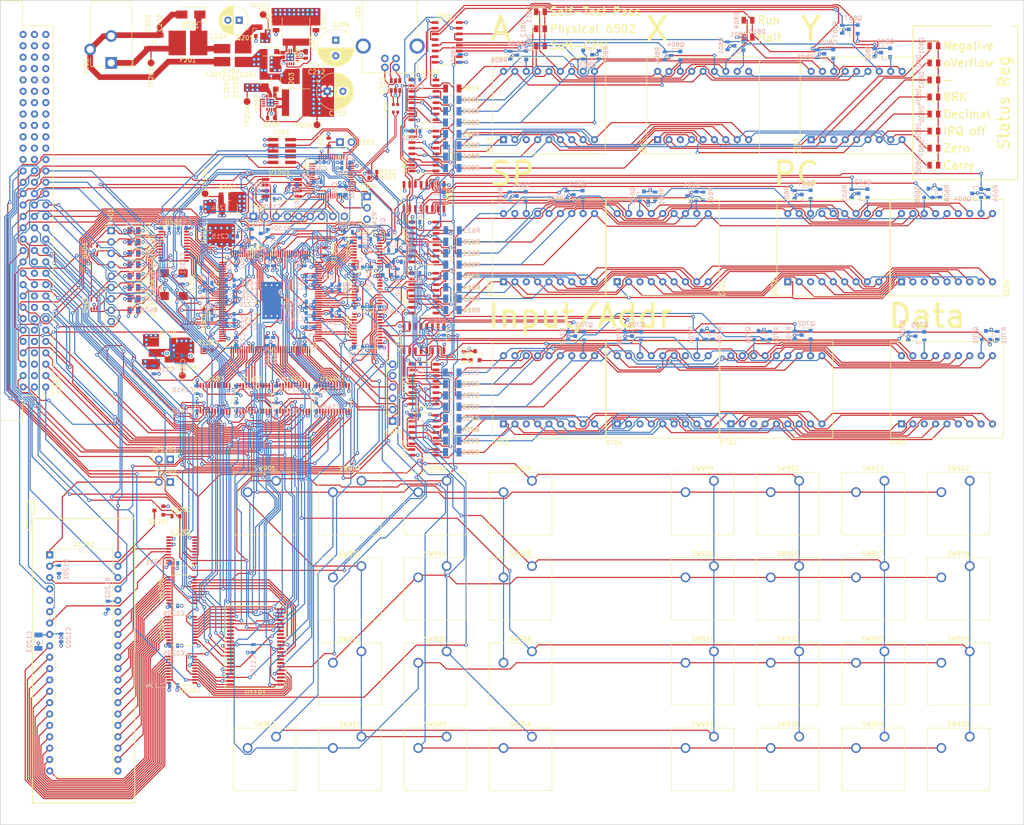
<source format=kicad_pcb>
(kicad_pcb (version 20171130) (host pcbnew 5.0.0-rc2-dev-unknown-c6ef0d5~62~ubuntu17.10.1)
  (layers (0 F.Cu signal hide) (1 In1.Cu power hide) (2 In2.Cu power hide) (31 B.Cu signal) (34 B.Paste user) (35 F.Paste user hide) (36 B.SilkS user) (37 F.SilkS user hide) (38 B.Mask user) (39 F.Mask user hide) (44 Edge.Cuts user))
  (net 0 "")
  (net 1 "Net-(C201-Pad2)")
  (net 2 "Net-(C201-Pad1)")
  (net 3 "Net-(C202-Pad2)")
  (net 4 "Net-(C202-Pad1)")
  (net 5 "Net-(C204-Pad1)")
  (net 6 GND)
  (net 7 "Net-(C206-Pad1)")
  (net 8 "Net-(C206-Pad2)")
  (net 9 +5V)
  (net 10 +3V3)
  (net 11 +2V5)
  (net 12 +1V2)
  (net 13 "Net-(D201-Pad1)")
  (net 14 "Net-(D401-Pad5)")
  (net 15 "Net-(D401-Pad4)")
  (net 16 "Net-(D401-Pad3)")
  (net 17 "Net-(D401-Pad1)")
  (net 18 "Net-(D402-Pad1)")
  (net 19 "Net-(D402-Pad3)")
  (net 20 "Net-(D402-Pad4)")
  (net 21 "Net-(D402-Pad5)")
  (net 22 "Net-(D403-Pad1)")
  (net 23 "Net-(D404-Pad1)")
  (net 24 "Net-(D405-Pad1)")
  (net 25 "Net-(D406-Pad1)")
  (net 26 "Net-(D407-Pad1)")
  (net 27 "Net-(D408-Pad1)")
  (net 28 "Net-(D409-Pad1)")
  (net 29 "Net-(D410-Pad1)")
  (net 30 "Net-(D601-Pad9)")
  (net 31 "Net-(D601-Pad10)")
  (net 32 "Net-(D601-Pad8)")
  (net 33 "Net-(D601-Pad11)")
  (net 34 "Net-(D601-Pad7)")
  (net 35 "Net-(D601-Pad12)")
  (net 36 "Net-(D601-Pad6)")
  (net 37 "Net-(D601-Pad13)")
  (net 38 "Net-(D601-Pad5)")
  (net 39 "Net-(D601-Pad14)")
  (net 40 "Net-(D601-Pad4)")
  (net 41 "Net-(D601-Pad15)")
  (net 42 "Net-(D601-Pad3)")
  (net 43 "Net-(D601-Pad16)")
  (net 44 "Net-(D601-Pad2)")
  (net 45 "Net-(D601-Pad17)")
  (net 46 "Net-(D601-Pad1)")
  (net 47 "Net-(D601-Pad18)")
  (net 48 "Net-(D602-Pad16)")
  (net 49 "Net-(D602-Pad3)")
  (net 50 "Net-(D602-Pad11)")
  (net 51 "Net-(D603-Pad11)")
  (net 52 "Net-(D603-Pad3)")
  (net 53 "Net-(D603-Pad16)")
  (net 54 "Net-(D604-Pad16)")
  (net 55 "Net-(D604-Pad3)")
  (net 56 "Net-(D604-Pad11)")
  (net 57 "Net-(D701-Pad9)")
  (net 58 "Net-(D701-Pad10)")
  (net 59 "Net-(D701-Pad8)")
  (net 60 "Net-(D701-Pad11)")
  (net 61 "Net-(D701-Pad7)")
  (net 62 "Net-(D701-Pad12)")
  (net 63 "Net-(D701-Pad6)")
  (net 64 "Net-(D701-Pad13)")
  (net 65 "Net-(D701-Pad5)")
  (net 66 "Net-(D701-Pad14)")
  (net 67 "Net-(D701-Pad4)")
  (net 68 "Net-(D701-Pad15)")
  (net 69 "Net-(D701-Pad3)")
  (net 70 "Net-(D701-Pad16)")
  (net 71 "Net-(D701-Pad2)")
  (net 72 "Net-(D701-Pad17)")
  (net 73 "Net-(D701-Pad1)")
  (net 74 "Net-(D701-Pad18)")
  (net 75 "Net-(D702-Pad16)")
  (net 76 "Net-(D702-Pad3)")
  (net 77 "Net-(D702-Pad11)")
  (net 78 "Net-(D703-Pad11)")
  (net 79 "Net-(D703-Pad3)")
  (net 80 "Net-(D703-Pad16)")
  (net 81 "Net-(D704-Pad16)")
  (net 82 "Net-(D704-Pad3)")
  (net 83 "Net-(D704-Pad11)")
  (net 84 "Net-(D801-Pad1)")
  (net 85 "Net-(D801-Pad2)")
  (net 86 "Net-(D802-Pad1)")
  (net 87 "Net-(D803-Pad1)")
  (net 88 "Net-(D804-Pad1)")
  (net 89 "Net-(D805-Pad1)")
  (net 90 "Net-(D806-Pad1)")
  (net 91 "Net-(D807-Pad1)")
  (net 92 "Net-(D808-Pad1)")
  (net 93 "Net-(D809-Pad1)")
  (net 94 "Net-(D810-Pad1)")
  (net 95 "Net-(D811-Pad1)")
  (net 96 "Net-(D812-Pad1)")
  (net 97 "Net-(D813-Pad1)")
  (net 98 "Net-(D817-Pad16)")
  (net 99 "Net-(D817-Pad3)")
  (net 100 "Net-(D817-Pad11)")
  (net 101 "Net-(D818-Pad16)")
  (net 102 "Net-(D818-Pad3)")
  (net 103 "Net-(D818-Pad11)")
  (net 104 "Net-(D819-Pad11)")
  (net 105 "Net-(D819-Pad3)")
  (net 106 "Net-(D819-Pad16)")
  (net 107 /Microcontroller/SWDIO)
  (net 108 /Microcontroller/SWCLK)
  (net 109 "Net-(J301-Pad6)")
  (net 110 "Net-(J301-Pad7)")
  (net 111 "Net-(J301-Pad8)")
  (net 112 /Microcontroller/NRST)
  (net 113 "Net-(J302-Pad1)")
  (net 114 /FPGA/FPGA_~INT)
  (net 115 /FPGA/FPGA_DONE)
  (net 116 /FPGA/FPGA_PROG_B)
  (net 117 /Microcontroller/FPGA_DONE)
  (net 118 /Microcontroller/SPI_FPGA_~CS)
  (net 119 /Flash/SCLK)
  (net 120 /Flash/MISO)
  (net 121 /Flash/MOSI)
  (net 122 /FPGA/FPGA_CDIN)
  (net 123 /FPGA/FPGA_CCLK)
  (net 124 "Net-(J305-Pad1)")
  (net 125 /FPGA/TMS)
  (net 126 /FPGA/TDI)
  (net 127 /FPGA/TDO)
  (net 128 /FPGA/TCK)
  (net 129 "Net-(JP1201-Pad2)")
  (net 130 "Net-(L201-Pad2)")
  (net 131 /Microcontroller/USB_N)
  (net 132 /Microcontroller/USB_P)
  (net 133 "Net-(Q601-Pad1)")
  (net 134 "Net-(Q602-Pad1)")
  (net 135 "Net-(Q603-Pad1)")
  (net 136 "Net-(Q604-Pad1)")
  (net 137 "Net-(Q605-Pad1)")
  (net 138 "Net-(Q606-Pad1)")
  (net 139 "Net-(Q607-Pad1)")
  (net 140 "Net-(Q608-Pad1)")
  (net 141 "Net-(Q701-Pad1)")
  (net 142 "Net-(Q702-Pad1)")
  (net 143 "Net-(Q703-Pad1)")
  (net 144 "Net-(Q704-Pad1)")
  (net 145 "Net-(Q705-Pad1)")
  (net 146 "Net-(Q706-Pad1)")
  (net 147 "Net-(Q707-Pad1)")
  (net 148 "Net-(Q708-Pad1)")
  (net 149 "Net-(Q801-Pad1)")
  (net 150 "Net-(Q802-Pad1)")
  (net 151 "Net-(Q803-Pad1)")
  (net 152 "Net-(Q804-Pad1)")
  (net 153 "Net-(Q805-Pad1)")
  (net 154 "Net-(Q806-Pad1)")
  (net 155 "Net-(Q807-Pad1)")
  (net 156 "Net-(Q1201-Pad1)")
  (net 157 "Net-(Q1201-Pad3)")
  (net 158 "Net-(Q1301-Pad1)")
  (net 159 "/Bus Expansion/6502_~RES")
  (net 160 "Net-(Q1401-Pad1)")
  (net 161 "Net-(Q1402-Pad1)")
  (net 162 /6502/6502_~IRQ)
  (net 163 "Net-(Q1403-Pad1)")
  (net 164 /FPGA/SENSE_RES)
  (net 165 /Microcontroller/USB_DET)
  (net 166 "Net-(R609-Pad1)")
  (net 167 "Net-(R610-Pad1)")
  (net 168 "Net-(R611-Pad1)")
  (net 169 "Net-(R612-Pad1)")
  (net 170 "Net-(R613-Pad1)")
  (net 171 "Net-(R614-Pad1)")
  (net 172 "Net-(R615-Pad1)")
  (net 173 "Net-(R616-Pad1)")
  (net 174 "Net-(R617-Pad1)")
  (net 175 "Net-(R618-Pad1)")
  (net 176 "Net-(R619-Pad1)")
  (net 177 "Net-(R620-Pad1)")
  (net 178 "Net-(R621-Pad1)")
  (net 179 "Net-(R622-Pad1)")
  (net 180 "Net-(R623-Pad1)")
  (net 181 "Net-(R709-Pad1)")
  (net 182 "Net-(R710-Pad1)")
  (net 183 "Net-(R711-Pad1)")
  (net 184 "Net-(R712-Pad1)")
  (net 185 "Net-(R713-Pad1)")
  (net 186 "Net-(R714-Pad1)")
  (net 187 "Net-(R715-Pad1)")
  (net 188 "Net-(R716-Pad1)")
  (net 189 "Net-(R717-Pad1)")
  (net 190 "Net-(R718-Pad1)")
  (net 191 "Net-(R719-Pad1)")
  (net 192 "Net-(R720-Pad1)")
  (net 193 "Net-(R721-Pad1)")
  (net 194 "Net-(R722-Pad1)")
  (net 195 "Net-(R723-Pad1)")
  (net 196 "Net-(R808-Pad1)")
  (net 197 "Net-(R809-Pad1)")
  (net 198 "Net-(R810-Pad1)")
  (net 199 "Net-(R811-Pad1)")
  (net 200 "Net-(R812-Pad1)")
  (net 201 "Net-(R813-Pad1)")
  (net 202 "Net-(R814-Pad1)")
  (net 203 "Net-(R815-Pad1)")
  (net 204 "Net-(R816-Pad1)")
  (net 205 "Net-(R817-Pad1)")
  (net 206 "Net-(R818-Pad1)")
  (net 207 "Net-(R819-Pad1)")
  (net 208 "Net-(R820-Pad1)")
  (net 209 "Net-(R821-Pad1)")
  (net 210 "Net-(R822-Pad1)")
  (net 211 "Net-(R1202-Pad2)")
  (net 212 /6502/6502_RDY)
  (net 213 "Net-(R1302-Pad1)")
  (net 214 "Net-(R1303-Pad2)")
  (net 215 "Net-(R1306-Pad2)")
  (net 216 "/FPGA/Level Converters/RES")
  (net 217 "/FPGA/Level Converters/IRQ")
  (net 218 /FPGA/Physical6502_~BusEnable)
  (net 219 "Net-(R1501-Pad2)")
  (net 220 "Net-(R1502-Pad1)")
  (net 221 /FPGA/R0)
  (net 222 /FPGA/C0)
  (net 223 /FPGA/C1)
  (net 224 /FPGA/C2)
  (net 225 /FPGA/C3)
  (net 226 /FPGA/C4)
  (net 227 /FPGA/C5)
  (net 228 /FPGA/R1)
  (net 229 /FPGA/R2)
  (net 230 /FPGA/R3)
  (net 231 /FPGA/R4)
  (net 232 "Net-(U201-Pad6)")
  (net 233 "Net-(U201-Pad7)")
  (net 234 "Net-(U201-Pad8)")
  (net 235 "Net-(U201-Pad9)")
  (net 236 "Net-(U202-Pad9)")
  (net 237 "Net-(U202-Pad8)")
  (net 238 "Net-(U202-Pad7)")
  (net 239 "Net-(U202-Pad6)")
  (net 240 /FPGA/LED_~CLR)
  (net 241 /FPGA/~EnableXcvers)
  (net 242 /FPGA/DataDir)
  (net 243 /FPGA/~Drive6502Bus)
  (net 244 "Net-(U205-Pad7)")
  (net 245 "Net-(U205-Pad8)")
  (net 246 "Net-(U205-Pad10)")
  (net 247 "Net-(U205-Pad11)")
  (net 248 "Net-(U205-Pad26)")
  (net 249 "/Bus Expansion/E0")
  (net 250 "/Bus Expansion/E1")
  (net 251 "/Bus Expansion/E2")
  (net 252 "/Bus Expansion/E3")
  (net 253 "/Bus Expansion/E4")
  (net 254 "/Bus Expansion/E5")
  (net 255 "/Bus Expansion/E6")
  (net 256 "/Bus Expansion/E7")
  (net 257 /FPGA/G7)
  (net 258 /FPGA/G6)
  (net 259 /FPGA/G5)
  (net 260 /FPGA/G4)
  (net 261 /FPGA/G3)
  (net 262 /FPGA/G2)
  (net 263 /FPGA/G1)
  (net 264 /FPGA/G0)
  (net 265 "Net-(U205-Pad53)")
  (net 266 /FPGA/GPIO_R~W)
  (net 267 "Net-(U205-Pad68)")
  (net 268 "Net-(U205-Pad69)")
  (net 269 "Net-(U205-Pad70)")
  (net 270 /FPGA/D0)
  (net 271 /FPGA/D1)
  (net 272 /FPGA/D2)
  (net 273 /FPGA/D3)
  (net 274 /FPGA/D4)
  (net 275 /FPGA/D5)
  (net 276 /FPGA/D6)
  (net 277 /FPGA/D7)
  (net 278 "Net-(U205-Pad83)")
  (net 279 /FPGA/A19)
  (net 280 /FPGA/A18)
  (net 281 /FPGA/A17)
  (net 282 /FPGA/A16)
  (net 283 /FPGA/A15)
  (net 284 /FPGA/A14)
  (net 285 /FPGA/A13)
  (net 286 /FPGA/A12)
  (net 287 /FPGA/A11)
  (net 288 /FPGA/A10)
  (net 289 /FPGA/A9)
  (net 290 /FPGA/A8)
  (net 291 /FPGA/A7)
  (net 292 /FPGA/A6)
  (net 293 /FPGA/A5)
  (net 294 /FPGA/A4)
  (net 295 /FPGA/A3)
  (net 296 /FPGA/A2)
  (net 297 /FPGA/A1)
  (net 298 /FPGA/A0)
  (net 299 /FPGA/RAM_~cs)
  (net 300 "Net-(U205-Pad116)")
  (net 301 /FPGA/LED_LOAD)
  (net 302 /Display/Din)
  (net 303 /Display/CLK)
  (net 304 /FPGA/PHI0)
  (net 305 /FPGA/PHI2)
  (net 306 /FPGA/PHI1)
  (net 307 /FPGA/R~W)
  (net 308 /FPGA/SYNC)
  (net 309 /FPGA/IRQ)
  (net 310 /FPGA/RDY)
  (net 311 /FPGA/~NMI)
  (net 312 /6502/6502_~RES)
  (net 313 /FPGA/RES)
  (net 314 /FPGA/SO)
  (net 315 "Net-(U301-Pad2)")
  (net 316 "Net-(U301-Pad3)")
  (net 317 "Net-(U301-Pad4)")
  (net 318 "Net-(U301-Pad5)")
  (net 319 "Net-(U301-Pad6)")
  (net 320 /Microcontroller/SPI_FLASH_~CS)
  (net 321 "Net-(U301-Pad19)")
  (net 322 "Net-(U301-Pad20)")
  (net 323 "Net-(U301-Pad22)")
  (net 324 "Net-(U301-Pad25)")
  (net 325 "Net-(U301-Pad26)")
  (net 326 "Net-(U301-Pad27)")
  (net 327 "Net-(U301-Pad29)")
  (net 328 "Net-(U301-Pad30)")
  (net 329 "Net-(U301-Pad38)")
  (net 330 "Net-(U301-Pad39)")
  (net 331 "Net-(U301-Pad40)")
  (net 332 "Net-(U301-Pad41)")
  (net 333 "Net-(U301-Pad42)")
  (net 334 "Net-(U301-Pad43)")
  (net 335 "Net-(U301-Pad45)")
  (net 336 "Net-(U301-Pad46)")
  (net 337 "/Display/Digit Row 2/Din")
  (net 338 "Net-(U601-Pad9)")
  (net 339 "Net-(U602-Pad9)")
  (net 340 "/Display/Last Digit Row/Din")
  (net 341 "Net-(U701-Pad9)")
  (net 342 "Net-(U702-Pad9)")
  (net 343 "Net-(U801-Pad9)")
  (net 344 "Net-(U802-Pad9)")
  (net 345 "Net-(U803-Pad9)")
  (net 346 "/Bus Expansion/A0")
  (net 347 "/Bus Expansion/A1")
  (net 348 "/Bus Expansion/A2")
  (net 349 "/Bus Expansion/A3")
  (net 350 "/Bus Expansion/A4")
  (net 351 "/Bus Expansion/A5")
  (net 352 "/Bus Expansion/A6")
  (net 353 "/Bus Expansion/A7")
  (net 354 "/Bus Expansion/A8")
  (net 355 "/Bus Expansion/A9")
  (net 356 "/Bus Expansion/A10")
  (net 357 "/Bus Expansion/A11")
  (net 358 "/Bus Expansion/A12")
  (net 359 "/Bus Expansion/A13")
  (net 360 "/Bus Expansion/A14")
  (net 361 "/Bus Expansion/A15")
  (net 362 "/Bus Expansion/A16")
  (net 363 "/Bus Expansion/A17")
  (net 364 "/Bus Expansion/A18")
  (net 365 "/Bus Expansion/A19")
  (net 366 /6502/B_D0)
  (net 367 /6502/B_D1)
  (net 368 /6502/B_D2)
  (net 369 /6502/B_D3)
  (net 370 /6502/B_D4)
  (net 371 /6502/B_D5)
  (net 372 /6502/B_D6)
  (net 373 /6502/B_D7)
  (net 374 /6502/6502_R~W)
  (net 375 /6502/6502_PHI1)
  (net 376 /6502/6502_PHI0)
  (net 377 /6502/6502_SYNC)
  (net 378 /6502/6502_SO)
  (net 379 /6502/6502_~NMI)
  (net 380 /6502/6502_PHI2)
  (net 381 "Net-(U1101-Pad38)")
  (net 382 "Net-(U1101-Pad7)")
  (net 383 "Net-(U1101-Pad37)")
  (net 384 "Net-(U1101-Pad8)")
  (net 385 "Net-(U1101-Pad30)")
  (net 386 "Net-(U1101-Pad15)")
  (net 387 "Net-(U1101-Pad29)")
  (net 388 "Net-(U1101-Pad16)")
  (net 389 "Net-(U1201-Pad6)")
  (net 390 "Net-(U1201-Pad7)")
  (net 391 "Net-(U1201-Pad8)")
  (net 392 "Net-(U1201-Pad9)")
  (net 393 /6502/R~W)
  (net 394 /6502/SYNC)
  (net 395 /6502/PHI2)
  (net 396 /6502/PHI1)
  (net 397 /6502/A12)
  (net 398 /6502/A13)
  (net 399 /6502/A14)
  (net 400 "Net-(U1202-Pad5)")
  (net 401 /6502/A15)
  (net 402 /6502/D7)
  (net 403 /6502/D6)
  (net 404 /6502/D5)
  (net 405 /6502/A0)
  (net 406 /6502/D4)
  (net 407 /6502/A1)
  (net 408 /6502/D3)
  (net 409 /6502/A2)
  (net 410 /6502/D2)
  (net 411 /6502/A3)
  (net 412 /6502/D1)
  (net 413 /6502/A4)
  (net 414 /6502/D0)
  (net 415 /6502/A5)
  (net 416 /6502/A6)
  (net 417 "Net-(U1202-Pad35)")
  (net 418 /6502/A7)
  (net 419 /6502/A8)
  (net 420 /6502/A9)
  (net 421 /6502/A10)
  (net 422 /6502/A11)
  (net 423 "Net-(U1405-Pad10)")
  (net 424 "Net-(U1406-Pad7)")
  (net 425 "Net-(U1406-Pad8)")
  (net 426 "Net-(U1406-Pad9)")
  (net 427 "Net-(U1406-Pad10)")
  (net 428 "Net-(U1406-Pad14)")
  (net 429 "Net-(U1406-Pad15)")
  (net 430 "Net-(U1406-Pad16)")
  (net 431 "Net-(U1406-Pad17)")
  (net 432 "Net-(U1407-Pad7)")
  (net 433 "Net-(U1407-Pad8)")
  (net 434 "Net-(U1407-Pad9)")
  (net 435 "Net-(U1407-Pad10)")
  (net 436 "Net-(X1301-Pad1)")
  (net 437 "Net-(U603-Pad13)")
  (net 438 "Net-(U703-Pad13)")
  (net 439 /Microcontroller/U1_N)
  (net 440 /Microcontroller/U1_P)
  (net 441 /Microcontroller/U2_N)
  (net 442 /Microcontroller/U2_P)
  (net 443 /FPGA/Phys6502_~BusEnable)
  (net 444 /FPGA/Phys6502_~RES)
  (net 445 "/Bus Expansion/6502_OPT2_~cs")
  (net 446 "/Bus Expansion/6502_OPT1_~cs")
  (net 447 /FPGA/6502_RAM_~cs)
  (net 448 /FPGA/OPT2_~cs)
  (net 449 /FPGA/OPT1_~cs)
  (net 450 /FPGA/LEDDisp_LOAD)
  (net 451 /FPGA/LEDDisp_~CLR)
  (net 452 /FPGA/LED_CLK)
  (net 453 /FPGA/LED_DATA)
  (net 454 "Net-(D817-Pad18)")
  (net 455 "Net-(U803-Pad13)")
  (net 456 "Net-(D817-Pad17)")
  (net 457 "Net-(J1001-Pad25)")
  (net 458 "Net-(J1001-Pad26)")
  (net 459 "Net-(J1001-Pad27)")
  (net 460 "Net-(J1001-Pad28)")
  (net 461 "Net-(J1001-Pad29)")
  (net 462 "Net-(J1001-Pad30)")
  (net 463 "Net-(J1001-Pad31)")
  (net 464 "Net-(J1001-Pad32)")
  (net 465 "Net-(J1001-Pad57)")
  (net 466 "Net-(J1001-Pad58)")
  (net 467 "Net-(J1001-Pad59)")
  (net 468 "Net-(J1001-Pad60)")
  (net 469 "Net-(J1001-Pad61)")
  (net 470 "Net-(J1001-Pad62)")
  (net 471 "Net-(J1001-Pad63)")
  (net 472 "Net-(J1001-Pad64)")
  (net 473 "Net-(J1001-Pad89)")
  (net 474 "Net-(J1001-Pad90)")
  (net 475 "Net-(J1001-Pad91)")
  (net 476 "Net-(J1001-Pad92)")
  (net 477 "Net-(J1001-Pad93)")
  (net 478 "Net-(J1001-Pad94)")
  (net 479 "Net-(J1001-Pad95)")
  (net 480 "Net-(J1001-Pad96)")
  (module quokka:DIN-8609-2030 (layer F.Cu) (at 167.005 81.915 270)
    (fp_text reference J1001 (at 38.989 -6.604 90) (layer F.SilkS))
    (fp_text value DIN96)
    (pad 1 thru_hole circle (at 39.37 -3.81 270) (size 1.6 1.6) (drill 0.8) (layers *.Cu *.Mask) (net 346 "/Bus Expansion/A0"))
    (pad 2 thru_hole circle (at 36.83 -3.81 270) (size 1.6 1.6) (drill 0.8) (layers *.Cu *.Mask) (net 347 "/Bus Expansion/A1"))
    (pad 3 thru_hole circle (at 34.29 -3.81 270) (size 1.6 1.6) (drill 0.8) (layers *.Cu *.Mask) (net 348 "/Bus Expansion/A2"))
    (pad 4 thru_hole circle (at 31.75 -3.81 270) (size 1.6 1.6) (drill 0.8) (layers *.Cu *.Mask) (net 349 "/Bus Expansion/A3"))
    (pad 5 thru_hole circle (at 29.21 -3.81 270) (size 1.6 1.6) (drill 0.8) (layers *.Cu *.Mask) (net 350 "/Bus Expansion/A4"))
    (pad 6 thru_hole circle (at 26.67 -3.81 270) (size 1.6 1.6) (drill 0.8) (layers *.Cu *.Mask) (net 351 "/Bus Expansion/A5"))
    (pad 7 thru_hole circle (at 24.13 -3.81 270) (size 1.6 1.6) (drill 0.8) (layers *.Cu *.Mask) (net 352 "/Bus Expansion/A6"))
    (pad 8 thru_hole circle (at 21.59 -3.81 270) (size 1.6 1.6) (drill 0.8) (layers *.Cu *.Mask) (net 353 "/Bus Expansion/A7"))
    (pad 9 thru_hole circle (at 19.05 -3.81 270) (size 1.6 1.6) (drill 0.8) (layers *.Cu *.Mask) (net 354 "/Bus Expansion/A8"))
    (pad 10 thru_hole circle (at 16.51 -3.81 270) (size 1.6 1.6) (drill 0.8) (layers *.Cu *.Mask) (net 355 "/Bus Expansion/A9"))
    (pad 11 thru_hole circle (at 13.97 -3.81 270) (size 1.6 1.6) (drill 0.8) (layers *.Cu *.Mask) (net 356 "/Bus Expansion/A10"))
    (pad 12 thru_hole circle (at 11.43 -3.81 270) (size 1.6 1.6) (drill 0.8) (layers *.Cu *.Mask) (net 357 "/Bus Expansion/A11"))
    (pad 13 thru_hole circle (at 8.89 -3.81 270) (size 1.6 1.6) (drill 0.8) (layers *.Cu *.Mask) (net 358 "/Bus Expansion/A12"))
    (pad 14 thru_hole circle (at 6.35 -3.81 270) (size 1.6 1.6) (drill 0.8) (layers *.Cu *.Mask) (net 359 "/Bus Expansion/A13"))
    (pad 15 thru_hole circle (at 3.81 -3.81 270) (size 1.6 1.6) (drill 0.8) (layers *.Cu *.Mask) (net 360 "/Bus Expansion/A14"))
    (pad 16 thru_hole circle (at 1.27 -3.81 270) (size 1.6 1.6) (drill 0.8) (layers *.Cu *.Mask) (net 361 "/Bus Expansion/A15"))
    (pad 17 thru_hole circle (at -1.27 -3.81 270) (size 1.6 1.6) (drill 0.8) (layers *.Cu *.Mask) (net 362 "/Bus Expansion/A16"))
    (pad 18 thru_hole circle (at -3.81 -3.81 270) (size 1.6 1.6) (drill 0.8) (layers *.Cu *.Mask) (net 363 "/Bus Expansion/A17"))
    (pad 19 thru_hole circle (at -6.35 -3.81 270) (size 1.6 1.6) (drill 0.8) (layers *.Cu *.Mask) (net 364 "/Bus Expansion/A18"))
    (pad 20 thru_hole circle (at -8.89 -3.81 270) (size 1.6 1.6) (drill 0.8) (layers *.Cu *.Mask) (net 365 "/Bus Expansion/A19"))
    (pad 21 thru_hole circle (at -11.43 -3.81 270) (size 1.6 1.6) (drill 0.8) (layers *.Cu *.Mask) (net 6 GND))
    (pad 22 thru_hole circle (at -13.97 -3.81 270) (size 1.6 1.6) (drill 0.8) (layers *.Cu *.Mask) (net 6 GND))
    (pad 23 thru_hole circle (at -16.51 -3.81 270) (size 1.6 1.6) (drill 0.8) (layers *.Cu *.Mask) (net 6 GND))
    (pad 24 thru_hole circle (at -19.05 -3.81 270) (size 1.6 1.6) (drill 0.8) (layers *.Cu *.Mask) (net 6 GND))
    (pad 25 thru_hole circle (at -21.59 -3.81 270) (size 1.6 1.6) (drill 0.8) (layers *.Cu *.Mask) (net 457 "Net-(J1001-Pad25)"))
    (pad 26 thru_hole circle (at -24.13 -3.81 270) (size 1.6 1.6) (drill 0.8) (layers *.Cu *.Mask) (net 458 "Net-(J1001-Pad26)"))
    (pad 27 thru_hole circle (at -26.67 -3.81 270) (size 1.6 1.6) (drill 0.8) (layers *.Cu *.Mask) (net 459 "Net-(J1001-Pad27)"))
    (pad 28 thru_hole circle (at -29.21 -3.81 270) (size 1.6 1.6) (drill 0.8) (layers *.Cu *.Mask) (net 460 "Net-(J1001-Pad28)"))
    (pad 29 thru_hole circle (at -31.75 -3.81 270) (size 1.6 1.6) (drill 0.8) (layers *.Cu *.Mask) (net 461 "Net-(J1001-Pad29)"))
    (pad 30 thru_hole circle (at -34.29 -3.81 270) (size 1.6 1.6) (drill 0.8) (layers *.Cu *.Mask) (net 462 "Net-(J1001-Pad30)"))
    (pad 31 thru_hole circle (at -36.83 -3.81 270) (size 1.6 1.6) (drill 0.8) (layers *.Cu *.Mask) (net 463 "Net-(J1001-Pad31)"))
    (pad 32 thru_hole circle (at -39.37 -3.81 270) (size 1.6 1.6) (drill 0.8) (layers *.Cu *.Mask) (net 464 "Net-(J1001-Pad32)"))
    (pad 33 thru_hole circle (at 39.37 -1.27 270) (size 1.6 1.6) (drill 0.8) (layers *.Cu *.Mask) (net 9 +5V))
    (pad 34 thru_hole circle (at 36.83 -1.27 270) (size 1.6 1.6) (drill 0.8) (layers *.Cu *.Mask) (net 9 +5V))
    (pad 35 thru_hole circle (at 34.29 -1.27 270) (size 1.6 1.6) (drill 0.8) (layers *.Cu *.Mask) (net 9 +5V))
    (pad 36 thru_hole circle (at 31.75 -1.27 270) (size 1.6 1.6) (drill 0.8) (layers *.Cu *.Mask) (net 6 GND))
    (pad 37 thru_hole circle (at 29.21 -1.27 270) (size 1.6 1.6) (drill 0.8) (layers *.Cu *.Mask) (net 6 GND))
    (pad 38 thru_hole circle (at 26.67 -1.27 270) (size 1.6 1.6) (drill 0.8) (layers *.Cu *.Mask) (net 6 GND))
    (pad 39 thru_hole circle (at 24.13 -1.27 270) (size 1.6 1.6) (drill 0.8) (layers *.Cu *.Mask) (net 10 +3V3))
    (pad 40 thru_hole circle (at 21.59 -1.27 270) (size 1.6 1.6) (drill 0.8) (layers *.Cu *.Mask) (net 10 +3V3))
    (pad 41 thru_hole circle (at 19.05 -1.27 270) (size 1.6 1.6) (drill 0.8) (layers *.Cu *.Mask) (net 10 +3V3))
    (pad 42 thru_hole circle (at 16.51 -1.27 270) (size 1.6 1.6) (drill 0.8) (layers *.Cu *.Mask) (net 6 GND))
    (pad 43 thru_hole circle (at 13.97 -1.27 270) (size 1.6 1.6) (drill 0.8) (layers *.Cu *.Mask) (net 6 GND))
    (pad 44 thru_hole circle (at 11.43 -1.27 270) (size 1.6 1.6) (drill 0.8) (layers *.Cu *.Mask) (net 6 GND))
    (pad 45 thru_hole circle (at 8.89 -1.27 270) (size 1.6 1.6) (drill 0.8) (layers *.Cu *.Mask) (net 366 /6502/B_D0))
    (pad 46 thru_hole circle (at 6.35 -1.27 270) (size 1.6 1.6) (drill 0.8) (layers *.Cu *.Mask) (net 367 /6502/B_D1))
    (pad 47 thru_hole circle (at 3.81 -1.27 270) (size 1.6 1.6) (drill 0.8) (layers *.Cu *.Mask) (net 368 /6502/B_D2))
    (pad 48 thru_hole circle (at 1.27 -1.27 270) (size 1.6 1.6) (drill 0.8) (layers *.Cu *.Mask) (net 369 /6502/B_D3))
    (pad 49 thru_hole circle (at -1.27 -1.27 270) (size 1.6 1.6) (drill 0.8) (layers *.Cu *.Mask) (net 370 /6502/B_D4))
    (pad 50 thru_hole circle (at -3.81 -1.27 270) (size 1.6 1.6) (drill 0.8) (layers *.Cu *.Mask) (net 371 /6502/B_D5))
    (pad 51 thru_hole circle (at -6.35 -1.27 270) (size 1.6 1.6) (drill 0.8) (layers *.Cu *.Mask) (net 372 /6502/B_D6))
    (pad 52 thru_hole circle (at -8.89 -1.27 270) (size 1.6 1.6) (drill 0.8) (layers *.Cu *.Mask) (net 373 /6502/B_D7))
    (pad 53 thru_hole circle (at -11.43 -1.27 270) (size 1.6 1.6) (drill 0.8) (layers *.Cu *.Mask) (net 6 GND))
    (pad 54 thru_hole circle (at -13.97 -1.27 270) (size 1.6 1.6) (drill 0.8) (layers *.Cu *.Mask) (net 6 GND))
    (pad 55 thru_hole circle (at -16.51 -1.27 270) (size 1.6 1.6) (drill 0.8) (layers *.Cu *.Mask) (net 6 GND))
    (pad 56 thru_hole circle (at -19.05 -1.27 270) (size 1.6 1.6) (drill 0.8) (layers *.Cu *.Mask) (net 6 GND))
    (pad 57 thru_hole circle (at -21.59 -1.27 270) (size 1.6 1.6) (drill 0.8) (layers *.Cu *.Mask) (net 465 "Net-(J1001-Pad57)"))
    (pad 58 thru_hole circle (at -24.13 -1.27 270) (size 1.6 1.6) (drill 0.8) (layers *.Cu *.Mask) (net 466 "Net-(J1001-Pad58)"))
    (pad 59 thru_hole circle (at -26.67 -1.27 270) (size 1.6 1.6) (drill 0.8) (layers *.Cu *.Mask) (net 467 "Net-(J1001-Pad59)"))
    (pad 60 thru_hole circle (at -29.21 -1.27 270) (size 1.6 1.6) (drill 0.8) (layers *.Cu *.Mask) (net 468 "Net-(J1001-Pad60)"))
    (pad 61 thru_hole circle (at -31.75 -1.27 270) (size 1.6 1.6) (drill 0.8) (layers *.Cu *.Mask) (net 469 "Net-(J1001-Pad61)"))
    (pad 62 thru_hole circle (at -34.29 -1.27 270) (size 1.6 1.6) (drill 0.8) (layers *.Cu *.Mask) (net 470 "Net-(J1001-Pad62)"))
    (pad 63 thru_hole circle (at -36.83 -1.27 270) (size 1.6 1.6) (drill 0.8) (layers *.Cu *.Mask) (net 471 "Net-(J1001-Pad63)"))
    (pad 64 thru_hole circle (at -39.37 -1.27 270) (size 1.6 1.6) (drill 0.8) (layers *.Cu *.Mask) (net 472 "Net-(J1001-Pad64)"))
    (pad 65 thru_hole circle (at 39.37 1.27 270) (size 1.6 1.6) (drill 0.8) (layers *.Cu *.Mask) (net 249 "/Bus Expansion/E0"))
    (pad 66 thru_hole circle (at 36.83 1.27 270) (size 1.6 1.6) (drill 0.8) (layers *.Cu *.Mask) (net 250 "/Bus Expansion/E1"))
    (pad 67 thru_hole circle (at 34.29 1.27 270) (size 1.6 1.6) (drill 0.8) (layers *.Cu *.Mask) (net 251 "/Bus Expansion/E2"))
    (pad 68 thru_hole circle (at 31.75 1.27 270) (size 1.6 1.6) (drill 0.8) (layers *.Cu *.Mask) (net 252 "/Bus Expansion/E3"))
    (pad 69 thru_hole circle (at 29.21 1.27 270) (size 1.6 1.6) (drill 0.8) (layers *.Cu *.Mask) (net 253 "/Bus Expansion/E4"))
    (pad 70 thru_hole circle (at 26.67 1.27 270) (size 1.6 1.6) (drill 0.8) (layers *.Cu *.Mask) (net 254 "/Bus Expansion/E5"))
    (pad 71 thru_hole circle (at 24.13 1.27 270) (size 1.6 1.6) (drill 0.8) (layers *.Cu *.Mask) (net 255 "/Bus Expansion/E6"))
    (pad 72 thru_hole circle (at 21.59 1.27 270) (size 1.6 1.6) (drill 0.8) (layers *.Cu *.Mask) (net 256 "/Bus Expansion/E7"))
    (pad 73 thru_hole circle (at 19.05 1.27 270) (size 1.6 1.6) (drill 0.8) (layers *.Cu *.Mask) (net 374 /6502/6502_R~W))
    (pad 74 thru_hole circle (at 16.51 1.27 270) (size 1.6 1.6) (drill 0.8) (layers *.Cu *.Mask) (net 212 /6502/6502_RDY))
    (pad 75 thru_hole circle (at 13.97 1.27 270) (size 1.6 1.6) (drill 0.8) (layers *.Cu *.Mask) (net 375 /6502/6502_PHI1))
    (pad 76 thru_hole circle (at 11.43 1.27 270) (size 1.6 1.6) (drill 0.8) (layers *.Cu *.Mask) (net 376 /6502/6502_PHI0))
    (pad 77 thru_hole circle (at 8.89 1.27 270) (size 1.6 1.6) (drill 0.8) (layers *.Cu *.Mask) (net 445 "/Bus Expansion/6502_OPT2_~cs"))
    (pad 78 thru_hole circle (at 6.35 1.27 270) (size 1.6 1.6) (drill 0.8) (layers *.Cu *.Mask) (net 446 "/Bus Expansion/6502_OPT1_~cs"))
    (pad 79 thru_hole circle (at 3.81 1.27 270) (size 1.6 1.6) (drill 0.8) (layers *.Cu *.Mask) (net 377 /6502/6502_SYNC))
    (pad 80 thru_hole circle (at 1.27 1.27 270) (size 1.6 1.6) (drill 0.8) (layers *.Cu *.Mask) (net 378 /6502/6502_SO))
    (pad 81 thru_hole circle (at -1.27 1.27 270) (size 1.6 1.6) (drill 0.8) (layers *.Cu *.Mask) (net 159 "/Bus Expansion/6502_~RES"))
    (pad 82 thru_hole circle (at -3.81 1.27 270) (size 1.6 1.6) (drill 0.8) (layers *.Cu *.Mask) (net 379 /6502/6502_~NMI))
    (pad 83 thru_hole circle (at -6.35 1.27 270) (size 1.6 1.6) (drill 0.8) (layers *.Cu *.Mask) (net 162 /6502/6502_~IRQ))
    (pad 84 thru_hole circle (at -8.89 1.27 270) (size 1.6 1.6) (drill 0.8) (layers *.Cu *.Mask) (net 380 /6502/6502_PHI2))
    (pad 85 thru_hole circle (at -11.43 1.27 270) (size 1.6 1.6) (drill 0.8) (layers *.Cu *.Mask) (net 6 GND))
    (pad 86 thru_hole circle (at -13.97 1.27 270) (size 1.6 1.6) (drill 0.8) (layers *.Cu *.Mask) (net 6 GND))
    (pad 87 thru_hole circle (at -16.51 1.27 270) (size 1.6 1.6) (drill 0.8) (layers *.Cu *.Mask) (net 6 GND))
    (pad 88 thru_hole circle (at -19.05 1.27 270) (size 1.6 1.6) (drill 0.8) (layers *.Cu *.Mask) (net 6 GND))
    (pad 89 thru_hole circle (at -21.59 1.27 270) (size 1.6 1.6) (drill 0.8) (layers *.Cu *.Mask) (net 473 "Net-(J1001-Pad89)"))
    (pad 90 thru_hole circle (at -24.13 1.27 270) (size 1.6 1.6) (drill 0.8) (layers *.Cu *.Mask) (net 474 "Net-(J1001-Pad90)"))
    (pad 91 thru_hole circle (at -26.67 1.27 270) (size 1.6 1.6) (drill 0.8) (layers *.Cu *.Mask) (net 475 "Net-(J1001-Pad91)"))
    (pad 92 thru_hole circle (at -29.21 1.27 270) (size 1.6 1.6) (drill 0.8) (layers *.Cu *.Mask) (net 476 "Net-(J1001-Pad92)"))
    (pad 93 thru_hole circle (at -31.75 1.27 270) (size 1.6 1.6) (drill 0.8) (layers *.Cu *.Mask) (net 477 "Net-(J1001-Pad93)"))
    (pad 94 thru_hole circle (at -34.29 1.27 270) (size 1.6 1.6) (drill 0.8) (layers *.Cu *.Mask) (net 478 "Net-(J1001-Pad94)"))
    (pad 95 thru_hole circle (at -36.83 1.27 270) (size 1.6 1.6) (drill 0.8) (layers *.Cu *.Mask) (net 479 "Net-(J1001-Pad95)"))
    (pad 96 thru_hole circle (at -39.37 1.27 270) (size 1.6 1.6) (drill 0.8) (layers *.Cu *.Mask) (net 480 "Net-(J1001-Pad96)"))
    (pad "" np_thru_hole circle (at 44.45 3.81 270) (size 2.8 2.8) (drill 2.8) (layers *.Cu *.Mask))
    (pad "" np_thru_hole circle (at -44.45 3.81 270) (size 2.8 2.8) (drill 2.8) (layers *.Cu *.Mask))
  )
  (module MountingHole:MountingHole_4.5mm (layer F.Cu) (at 384.175 40.005)
    (fp_text reference MK102 hide)
    (fp_text value Mounting_Hole)
    (pad 1 np_thru_hole circle (at 0 0) (size 4.5 4.5) (drill 4.5) (layers *.Cu *.Mask))
  )
  (module MountingHole:MountingHole_4.5mm (layer F.Cu) (at 248.285 175.895)
    (fp_text reference MK105 hide)
    (fp_text value Mounting_Hole)
    (pad 1 np_thru_hole circle (at 0 0) (size 4.5 4.5) (drill 4.5) (layers *.Cu *.Mask))
  )
  (module MountingHole:MountingHole_4.5mm (layer F.Cu) (at 346.075 175.895)
    (fp_text reference MK104 hide)
    (fp_text value Mounting_Hole)
    (pad 1 np_thru_hole circle (at 0 0) (size 4.5 4.5) (drill 4.5) (layers *.Cu *.Mask))
  )
  (module MountingHole:MountingHole_4.5mm (layer F.Cu) (at 175.895 40.005)
    (fp_text reference MK101 hide)
    (fp_text value Mounting_Hole)
    (pad 1 np_thru_hole circle (at 0 0) (size 4.5 4.5) (drill 4.5) (layers *.Cu *.Mask))
  )
  (module MountingHole:MountingHole_4.5mm (layer F.Cu) (at 198.755 213.995)
    (fp_text reference MK106 hide)
    (fp_text value Mounting_Hole)
    (pad 1 np_thru_hole circle (at 0 0) (size 4.5 4.5) (drill 4.5) (layers *.Cu *.Mask))
  )
  (module Capacitor_SMD:C_0603_1608Metric (layer B.Cu) (at 199.39 187.96)
    (fp_text reference C1204 (at -3.937 0) (layer B.SilkS) (effects (justify mirror)))
    (fp_text value 1u)
    (pad 2 smd rect (at 0.875 0) (size 0.67 1) (layers B.Cu B.Paste B.Mask) (net 6 GND))
    (pad 1 smd rect (at -0.875 0) (size 0.67 1) (layers B.Cu B.Paste B.Mask) (net 9 +5V))
  )
  (module Package_TO_SOT_SMD:SOT-23-6 (layer F.Cu) (at 248.92 53.975 90)
    (fp_text reference U302 (at 0 -2.9 90) (layer F.SilkS))
    (fp_text value USBLC6-2SC6)
    (pad 1 smd rect (at -1.1 -0.95 90) (size 1.06 0.65) (layers F.Cu F.Paste F.Mask) (net 442 /Microcontroller/U2_P))
    (pad 2 smd rect (at -1.1 0 90) (size 1.06 0.65) (layers F.Cu F.Paste F.Mask) (net 6 GND))
    (pad 3 smd rect (at -1.1 0.95 90) (size 1.06 0.65) (layers F.Cu F.Paste F.Mask) (net 441 /Microcontroller/U2_N))
    (pad 4 smd rect (at 1.1 0.95 90) (size 1.06 0.65) (layers F.Cu F.Paste F.Mask) (net 439 /Microcontroller/U1_N))
    (pad 6 smd rect (at 1.1 -0.95 90) (size 1.06 0.65) (layers F.Cu F.Paste F.Mask) (net 440 /Microcontroller/U1_P))
    (pad 5 smd rect (at 1.1 0 90) (size 1.06 0.65) (layers F.Cu F.Paste F.Mask) (net 124 "Net-(J305-Pad1)"))
  )
  (module quokka:14-segment (layer F.Cu) (at 283.21 58.42)
    (fp_text reference D819 (at -13.462 9.017 270) (layer F.SilkS))
    (fp_text value 14-segment)
    (pad 9 thru_hole circle (at 10.16 7.62) (size 1.6 1.6) (drill 0.8) (layers *.Cu *.Mask) (net 92 "Net-(D808-Pad1)"))
    (pad 10 thru_hole circle (at 10.16 -7.62) (size 1.6 1.6) (drill 0.8) (layers *.Cu *.Mask) (net 93 "Net-(D809-Pad1)"))
    (pad 8 thru_hole circle (at 7.62 7.62) (size 1.6 1.6) (drill 0.8) (layers *.Cu *.Mask) (net 91 "Net-(D807-Pad1)"))
    (pad 11 thru_hole circle (at 7.62 -7.62) (size 1.6 1.6) (drill 0.8) (layers *.Cu *.Mask) (net 104 "Net-(D819-Pad11)"))
    (pad 7 thru_hole circle (at 5.08 7.62) (size 1.6 1.6) (drill 0.8) (layers *.Cu *.Mask) (net 90 "Net-(D806-Pad1)"))
    (pad 12 thru_hole circle (at 5.08 -7.62) (size 1.6 1.6) (drill 0.8) (layers *.Cu *.Mask) (net 94 "Net-(D810-Pad1)"))
    (pad 6 thru_hole circle (at 2.54 7.62) (size 1.6 1.6) (drill 0.8) (layers *.Cu *.Mask) (net 89 "Net-(D805-Pad1)"))
    (pad 13 thru_hole circle (at 2.54 -7.62) (size 1.6 1.6) (drill 0.8) (layers *.Cu *.Mask) (net 95 "Net-(D811-Pad1)"))
    (pad 5 thru_hole circle (at 0 7.62) (size 1.6 1.6) (drill 0.8) (layers *.Cu *.Mask) (net 88 "Net-(D804-Pad1)"))
    (pad 14 thru_hole circle (at 0 -7.62) (size 1.6 1.6) (drill 0.8) (layers *.Cu *.Mask) (net 96 "Net-(D812-Pad1)"))
    (pad 4 thru_hole circle (at -2.54 7.62) (size 1.6 1.6) (drill 0.8) (layers *.Cu *.Mask) (net 87 "Net-(D803-Pad1)"))
    (pad 15 thru_hole circle (at -2.54 -7.62) (size 1.6 1.6) (drill 0.8) (layers *.Cu *.Mask) (net 97 "Net-(D813-Pad1)"))
    (pad 3 thru_hole circle (at -5.08 7.62) (size 1.6 1.6) (drill 0.8) (layers *.Cu *.Mask) (net 105 "Net-(D819-Pad3)"))
    (pad 16 thru_hole circle (at -5.08 -7.62) (size 1.6 1.6) (drill 0.8) (layers *.Cu *.Mask) (net 106 "Net-(D819-Pad16)"))
    (pad 2 thru_hole circle (at -7.62 7.62) (size 1.6 1.6) (drill 0.8) (layers *.Cu *.Mask) (net 86 "Net-(D802-Pad1)"))
    (pad 17 thru_hole circle (at -7.62 -7.62) (size 1.6 1.6) (drill 0.8) (layers *.Cu *.Mask) (net 456 "Net-(D817-Pad17)"))
    (pad 1 thru_hole rect (at -10.16 7.62) (size 1.6 1.6) (drill 0.8) (layers *.Cu *.Mask) (net 84 "Net-(D801-Pad1)"))
    (pad 18 thru_hole circle (at -10.16 -7.62) (size 1.6 1.6) (drill 0.8) (layers *.Cu *.Mask) (net 454 "Net-(D817-Pad18)"))
  )
  (module TestPoint:TestPoint_Pad_D1.5mm (layer F.Cu) (at 219.354 38.1)
    (fp_text reference TP202 (at -0.66 -1.778 180) (layer F.SilkS))
    (fp_text value Test_Point)
    (pad 1 smd circle (at 0 0) (size 1.5 1.5) (layers F.Cu F.Mask) (net 5 "Net-(C204-Pad1)"))
  )
  (module TestPoint:TestPoint_Pad_D1.5mm (layer F.Cu) (at 231.394 62.738)
    (fp_text reference TP204 (at -3.302 0.127) (layer F.SilkS))
    (fp_text value Test_Point)
    (pad 1 smd circle (at 0 0) (size 1.5 1.5) (layers F.Cu F.Mask) (net 10 +3V3))
  )
  (module TestPoint:TestPoint_Pad_D1.5mm (layer F.Cu) (at 206.375 78.105)
    (fp_text reference TP205 (at 0 -3.429 90) (layer F.SilkS))
    (fp_text value Test_Point)
    (pad 1 smd circle (at 0 0) (size 1.5 1.5) (layers F.Cu F.Mask) (net 11 +2V5))
  )
  (module TestPoint:TestPoint_Pad_D1.5mm (layer F.Cu) (at 201.295 118.745)
    (fp_text reference TP206 (at 1.143 -1.778) (layer F.SilkS))
    (fp_text value Test_Point)
    (pad 1 smd circle (at 0 0) (size 1.5 1.5) (layers F.Cu F.Mask) (net 12 +1V2))
  )
  (module TestPoint:TestPoint_Pad_D1.5mm (layer F.Cu) (at 194.31 48.895)
    (fp_text reference TP201 (at 0 3.302 90) (layer F.SilkS))
    (fp_text value Test_Point)
    (pad 1 smd circle (at 0 0) (size 1.5 1.5) (layers F.Cu F.Mask) (net 4 "Net-(C202-Pad1)"))
  )
  (module TestPoint:TestPoint_Pad_D1.5mm (layer F.Cu) (at 215.773 57.531)
    (fp_text reference TP203 (at 0 3.429 90) (layer F.SilkS))
    (fp_text value Test_Point)
    (pad 1 smd circle (at 0 0) (size 1.5 1.5) (layers F.Cu F.Mask) (net 9 +5V))
  )
  (module Capacitor_SMD:C_0603_1608Metric (layer F.Cu) (at 228.854 46.99 90)
    (fp_text reference C201 (at 0 -1.65 90) (layer F.SilkS))
    (fp_text value 22n)
    (pad 2 smd rect (at 0.875 0 90) (size 0.67 1) (layers F.Cu F.Paste F.Mask) (net 1 "Net-(C201-Pad2)"))
    (pad 1 smd rect (at -0.875 0 90) (size 0.67 1) (layers F.Cu F.Paste F.Mask) (net 2 "Net-(C201-Pad1)"))
  )
  (module Capacitor_SMD:C_1206_3216Metric (layer F.Cu) (at 196.215 44.215 90)
    (fp_text reference C202 (at 4.21 0 90) (layer F.SilkS))
    (fp_text value 1n)
    (pad 2 smd rect (at 1.505 0 90) (size 1.07 1.8) (layers F.Cu F.Paste F.Mask) (net 3 "Net-(C202-Pad2)"))
    (pad 1 smd rect (at -1.505 0 90) (size 1.07 1.8) (layers F.Cu F.Paste F.Mask) (net 4 "Net-(C202-Pad1)"))
  )
  (module Capacitor_SMD:C_1206_3216Metric (layer F.Cu) (at 193.675 44.215 90)
    (fp_text reference C203 (at 4.21 0 90) (layer F.SilkS))
    (fp_text value 1n)
    (pad 2 smd rect (at 1.505 0 90) (size 1.07 1.8) (layers F.Cu F.Paste F.Mask) (net 3 "Net-(C202-Pad2)"))
    (pad 1 smd rect (at -1.505 0 90) (size 1.07 1.8) (layers F.Cu F.Paste F.Mask) (net 4 "Net-(C202-Pad1)"))
  )
  (module Capacitor_THT:CP_Radial_D6.3mm_P2.50mm (layer F.Cu) (at 213.995 39.37 180)
    (fp_text reference C204 (at 4.572 -3.683 180) (layer F.SilkS))
    (fp_text value 68u)
    (pad 1 thru_hole rect (at 0 0 180) (size 1.6 1.6) (drill 0.8) (layers *.Cu *.Mask) (net 5 "Net-(C204-Pad1)"))
    (pad 2 thru_hole circle (at 2.5 0 180) (size 1.6 1.6) (drill 0.8) (layers *.Cu *.Mask) (net 6 GND))
  )
  (module Capacitor_SMD:C_1206_3216Metric (layer F.Cu) (at 220.98 48.895 180)
    (fp_text reference C205 (at 8.763 -3.429 180) (layer F.SilkS))
    (fp_text value 10u)
    (pad 1 smd rect (at -1.505 0 180) (size 1.07 1.8) (layers F.Cu F.Paste F.Mask) (net 5 "Net-(C204-Pad1)"))
    (pad 2 smd rect (at 1.505 0 180) (size 1.07 1.8) (layers F.Cu F.Paste F.Mask) (net 6 GND))
  )
  (module Capacitor_SMD:C_0603_1608Metric (layer F.Cu) (at 221.234 61.214)
    (fp_text reference C206 (at 0 1.397) (layer F.SilkS))
    (fp_text value 22n)
    (pad 1 smd rect (at -0.875 0) (size 0.67 1) (layers F.Cu F.Paste F.Mask) (net 7 "Net-(C206-Pad1)"))
    (pad 2 smd rect (at 0.875 0) (size 0.67 1) (layers F.Cu F.Paste F.Mask) (net 8 "Net-(C206-Pad2)"))
  )
  (module Capacitor_SMD:C_0805_2012Metric (layer F.Cu) (at 231.14 40.64 270)
    (fp_text reference C207 (at -1.016 -1.778 270) (layer F.SilkS))
    (fp_text value 22u)
    (pad 1 smd rect (at -0.955 0 270) (size 0.97 1.5) (layers F.Cu F.Paste F.Mask) (net 9 +5V))
    (pad 2 smd rect (at 0.955 0 270) (size 0.97 1.5) (layers F.Cu F.Paste F.Mask) (net 6 GND))
  )
  (module Capacitor_SMD:C_0805_2012Metric (layer F.Cu) (at 222.25 40.64 270)
    (fp_text reference C208 (at -1.016 1.397 90) (layer F.SilkS))
    (fp_text value 22u)
    (pad 2 smd rect (at 0.955 0 270) (size 0.97 1.5) (layers F.Cu F.Paste F.Mask) (net 6 GND))
    (pad 1 smd rect (at -0.955 0 270) (size 0.97 1.5) (layers F.Cu F.Paste F.Mask) (net 9 +5V))
  )
  (module Capacitor_THT:CP_Radial_D8.0mm_P3.50mm (layer F.Cu) (at 235.585 43.815 270)
    (fp_text reference C209 (at -3.429 -1.143) (layer F.SilkS))
    (fp_text value 100u)
    (pad 2 thru_hole circle (at 3.5 0 270) (size 1.6 1.6) (drill 0.8) (layers *.Cu *.Mask) (net 6 GND))
    (pad 1 thru_hole rect (at 0 0 270) (size 1.6 1.6) (drill 0.8) (layers *.Cu *.Mask) (net 9 +5V))
  )
  (module Capacitor_SMD:C_1206_3216Metric (layer F.Cu) (at 219.71 53.34 90)
    (fp_text reference C210 (at -1.651 -8.509 90) (layer F.SilkS))
    (fp_text value 10u)
    (pad 1 smd rect (at -1.505 0 90) (size 1.07 1.8) (layers F.Cu F.Paste F.Mask) (net 9 +5V))
    (pad 2 smd rect (at 1.505 0 90) (size 1.07 1.8) (layers F.Cu F.Paste F.Mask) (net 6 GND))
  )
  (module Capacitor_SMD:C_0805_2012Metric (layer F.Cu) (at 227.965 50.927 180)
    (fp_text reference C211 (at -3.302 1.397 180) (layer F.SilkS))
    (fp_text value 22u)
    (pad 2 smd rect (at 0.955 0 180) (size 0.97 1.5) (layers F.Cu F.Paste F.Mask) (net 6 GND))
    (pad 1 smd rect (at -0.955 0 180) (size 0.97 1.5) (layers F.Cu F.Paste F.Mask) (net 10 +3V3))
  )
  (module Capacitor_SMD:C_0805_2012Metric (layer F.Cu) (at 227.965 52.832 180)
    (fp_text reference C212 (at -3.302 1.905 180) (layer F.SilkS))
    (fp_text value 22u)
    (pad 1 smd rect (at -0.955 0 180) (size 0.97 1.5) (layers F.Cu F.Paste F.Mask) (net 10 +3V3))
    (pad 2 smd rect (at 0.955 0 180) (size 0.97 1.5) (layers F.Cu F.Paste F.Mask) (net 6 GND))
  )
  (module Capacitor_THT:CP_Radial_D8.0mm_P3.50mm (layer F.Cu) (at 233.68 55.245)
    (fp_text reference C213 (at 2.286 4.953) (layer F.SilkS))
    (fp_text value 100u)
    (pad 1 thru_hole rect (at 0 0) (size 1.6 1.6) (drill 0.8) (layers *.Cu *.Mask) (net 10 +3V3))
    (pad 2 thru_hole circle (at 3.5 0) (size 1.6 1.6) (drill 0.8) (layers *.Cu *.Mask) (net 6 GND))
  )
  (module Capacitor_SMD:C_0603_1608Metric (layer B.Cu) (at 206.389 81.28 180)
    (fp_text reference C214 (at -3.288 0 180) (layer B.SilkS) (effects (justify mirror)))
    (fp_text value 1u)
    (pad 2 smd rect (at 0.875 0 180) (size 0.67 1) (layers B.Cu B.Paste B.Mask) (net 6 GND))
    (pad 1 smd rect (at -0.875 0 180) (size 0.67 1) (layers B.Cu B.Paste B.Mask) (net 10 +3V3))
  )
  (module Capacitor_SMD:C_0603_1608Metric (layer B.Cu) (at 212.739 87.63)
    (fp_text reference C215 (at -2.935 0) (layer B.SilkS) (effects (justify mirror)))
    (fp_text value 4.7u)
    (pad 1 smd rect (at -0.875 0) (size 0.67 1) (layers B.Cu B.Paste B.Mask) (net 11 +2V5))
    (pad 2 smd rect (at 0.875 0) (size 0.67 1) (layers B.Cu B.Paste B.Mask) (net 6 GND))
  )
  (module Capacitor_SMD:C_0603_1608Metric (layer B.Cu) (at 194.945 117.475 270)
    (fp_text reference C216 (at -0.127 -2.667) (layer B.SilkS) (effects (justify mirror)))
    (fp_text value 1u)
    (pad 1 smd rect (at -0.875 0 270) (size 0.67 1) (layers B.Cu B.Paste B.Mask) (net 11 +2V5))
    (pad 2 smd rect (at 0.875 0 270) (size 0.67 1) (layers B.Cu B.Paste B.Mask) (net 6 GND))
  )
  (module Capacitor_SMD:C_0603_1608Metric (layer B.Cu) (at 200.293 114.3)
    (fp_text reference C217 (at 1.129 2.54 90) (layer B.SilkS) (effects (justify mirror)))
    (fp_text value 4.7u)
    (pad 2 smd rect (at 0.875 0) (size 0.67 1) (layers B.Cu B.Paste B.Mask) (net 6 GND))
    (pad 1 smd rect (at -0.875 0) (size 0.67 1) (layers B.Cu B.Paste B.Mask) (net 12 +1V2))
  )
  (module Capacitor_SMD:C_0603_1608Metric (layer B.Cu) (at 211.979 101.232)
    (fp_text reference C218 (at 4.429 0.114) (layer B.SilkS) (effects (justify mirror)))
    (fp_text value 4.7u)
    (pad 1 smd rect (at -0.875 0) (size 0.67 1) (layers B.Cu B.Paste B.Mask) (net 10 +3V3))
    (pad 2 smd rect (at 0.875 0) (size 0.67 1) (layers B.Cu B.Paste B.Mask) (net 6 GND))
  )
  (module Capacitor_SMD:C_0603_1608Metric (layer B.Cu) (at 211.979 107.582)
    (fp_text reference C219 (at 4.175 0.368) (layer B.SilkS) (effects (justify mirror)))
    (fp_text value 1u)
    (pad 1 smd rect (at -0.875 0) (size 0.67 1) (layers B.Cu B.Paste B.Mask) (net 10 +3V3))
    (pad 2 smd rect (at 0.875 0) (size 0.67 1) (layers B.Cu B.Paste B.Mask) (net 6 GND))
  )
  (module Capacitor_SMD:C_0603_1608Metric (layer B.Cu) (at 211.979 102.502)
    (fp_text reference C220 (at 3.921 0.368) (layer B.SilkS) (effects (justify mirror)))
    (fp_text value 1u)
    (pad 2 smd rect (at 0.875 0) (size 0.67 1) (layers B.Cu B.Paste B.Mask) (net 6 GND))
    (pad 1 smd rect (at -0.875 0) (size 0.67 1) (layers B.Cu B.Paste B.Mask) (net 10 +3V3))
  )
  (module Capacitor_SMD:C_0603_1608Metric (layer B.Cu) (at 211.979 97.4218)
    (fp_text reference C221 (at 4.429 0.1142) (layer B.SilkS) (effects (justify mirror)))
    (fp_text value 1u)
    (pad 1 smd rect (at -0.875 0) (size 0.67 1) (layers B.Cu B.Paste B.Mask) (net 10 +3V3))
    (pad 2 smd rect (at 0.875 0) (size 0.67 1) (layers B.Cu B.Paste B.Mask) (net 6 GND))
  )
  (module Capacitor_SMD:C_0603_1608Metric (layer B.Cu) (at 221.615 93.345 270)
    (fp_text reference C222 (at -3.175 -0.127 270) (layer B.SilkS) (effects (justify mirror)))
    (fp_text value 4.7u)
    (pad 1 smd rect (at -0.875 0 270) (size 0.67 1) (layers B.Cu B.Paste B.Mask) (net 10 +3V3))
    (pad 2 smd rect (at 0.875 0 270) (size 0.67 1) (layers B.Cu B.Paste B.Mask) (net 6 GND))
  )
  (module Capacitor_SMD:C_0603_1608Metric (layer B.Cu) (at 213.36 93.345 270)
    (fp_text reference C223 (at 0 1.65 270) (layer B.SilkS) (effects (justify mirror)))
    (fp_text value 1u)
    (pad 2 smd rect (at 0.875 0 270) (size 0.67 1) (layers B.Cu B.Paste B.Mask) (net 6 GND))
    (pad 1 smd rect (at -0.875 0 270) (size 0.67 1) (layers B.Cu B.Paste B.Mask) (net 10 +3V3))
  )
  (module Capacitor_SMD:C_0603_1608Metric (layer B.Cu) (at 220.345 93.345 270)
    (fp_text reference C224 (at -1.143 2.413) (layer B.SilkS) (effects (justify mirror)))
    (fp_text value 1u)
    (pad 1 smd rect (at -0.875 0 270) (size 0.67 1) (layers B.Cu B.Paste B.Mask) (net 10 +3V3))
    (pad 2 smd rect (at 0.875 0 270) (size 0.67 1) (layers B.Cu B.Paste B.Mask) (net 6 GND))
  )
  (module Capacitor_SMD:C_0603_1608Metric (layer B.Cu) (at 228.6 93.345 270)
    (fp_text reference C225 (at 0 1.65 270) (layer B.SilkS) (effects (justify mirror)))
    (fp_text value 1u)
    (pad 2 smd rect (at 0.875 0 270) (size 0.67 1) (layers B.Cu B.Paste B.Mask) (net 6 GND))
    (pad 1 smd rect (at -0.875 0 270) (size 0.67 1) (layers B.Cu B.Paste B.Mask) (net 10 +3V3))
  )
  (module Capacitor_SMD:C_0603_1608Metric (layer B.Cu) (at 229.87 103.505 180)
    (fp_text reference C226 (at 4.572 0.127 180) (layer B.SilkS) (effects (justify mirror)))
    (fp_text value 4.7u)
    (pad 1 smd rect (at -0.875 0 180) (size 0.67 1) (layers B.Cu B.Paste B.Mask) (net 10 +3V3))
    (pad 2 smd rect (at 0.875 0 180) (size 0.67 1) (layers B.Cu B.Paste B.Mask) (net 6 GND))
  )
  (module Capacitor_SMD:C_0603_1608Metric (layer B.Cu) (at 229.87 107.95 180)
    (fp_text reference C227 (at -3.302 -0.762 180) (layer B.SilkS) (effects (justify mirror)))
    (fp_text value 1u)
    (pad 2 smd rect (at 0.875 0 180) (size 0.67 1) (layers B.Cu B.Paste B.Mask) (net 6 GND))
    (pad 1 smd rect (at -0.875 0 180) (size 0.67 1) (layers B.Cu B.Paste B.Mask) (net 10 +3V3))
  )
  (module Capacitor_SMD:C_0603_1608Metric (layer B.Cu) (at 229.87 102.235 180)
    (fp_text reference C228 (at 3.556 0.127 180) (layer B.SilkS) (effects (justify mirror)))
    (fp_text value 1u)
    (pad 1 smd rect (at -0.875 0 180) (size 0.67 1) (layers B.Cu B.Paste B.Mask) (net 10 +3V3))
    (pad 2 smd rect (at 0.875 0 180) (size 0.67 1) (layers B.Cu B.Paste B.Mask) (net 6 GND))
  )
  (module Capacitor_SMD:C_0603_1608Metric (layer B.Cu) (at 229.87 96.52 180)
    (fp_text reference C229 (at -3.302 -0.254 180) (layer B.SilkS) (effects (justify mirror)))
    (fp_text value 1u)
    (pad 2 smd rect (at 0.875 0 180) (size 0.67 1) (layers B.Cu B.Paste B.Mask) (net 6 GND))
    (pad 1 smd rect (at -0.875 0 180) (size 0.67 1) (layers B.Cu B.Paste B.Mask) (net 10 +3V3))
  )
  (module Capacitor_SMD:C_0603_1608Metric (layer B.Cu) (at 220.345 111.125 90)
    (fp_text reference C230 (at -3.429 -0.127 90) (layer B.SilkS) (effects (justify mirror)))
    (fp_text value 4.7u)
    (pad 1 smd rect (at -0.875 0 90) (size 0.67 1) (layers B.Cu B.Paste B.Mask) (net 10 +3V3))
    (pad 2 smd rect (at 0.875 0 90) (size 0.67 1) (layers B.Cu B.Paste B.Mask) (net 6 GND))
  )
  (module Capacitor_SMD:C_0603_1608Metric (layer B.Cu) (at 221.615 111.125 90)
    (fp_text reference C231 (at -3.429 0.127 90) (layer B.SilkS) (effects (justify mirror)))
    (fp_text value 1u)
    (pad 1 smd rect (at -0.875 0 90) (size 0.67 1) (layers B.Cu B.Paste B.Mask) (net 10 +3V3))
    (pad 2 smd rect (at 0.875 0 90) (size 0.67 1) (layers B.Cu B.Paste B.Mask) (net 6 GND))
  )
  (module Capacitor_SMD:C_0603_1608Metric (layer B.Cu) (at 228.6 111.125 90)
    (fp_text reference C232 (at 0 1.65 90) (layer B.SilkS) (effects (justify mirror)))
    (fp_text value 1u)
    (pad 1 smd rect (at -0.875 0 90) (size 0.67 1) (layers B.Cu B.Paste B.Mask) (net 10 +3V3))
    (pad 2 smd rect (at 0.875 0 90) (size 0.67 1) (layers B.Cu B.Paste B.Mask) (net 6 GND))
  )
  (module Capacitor_SMD:C_0603_1608Metric (layer B.Cu) (at 213.36 111.125 90)
    (fp_text reference C233 (at 0 1.524 90) (layer B.SilkS) (effects (justify mirror)))
    (fp_text value 1u)
    (pad 2 smd rect (at 0.875 0 90) (size 0.67 1) (layers B.Cu B.Paste B.Mask) (net 6 GND))
    (pad 1 smd rect (at -0.875 0 90) (size 0.67 1) (layers B.Cu B.Paste B.Mask) (net 10 +3V3))
  )
  (module Capacitor_SMD:C_0603_1608Metric (layer B.Cu) (at 211.979 106.312)
    (fp_text reference C234 (at 4.175 0.368) (layer B.SilkS) (effects (justify mirror)))
    (fp_text value 1u)
    (pad 2 smd rect (at 0.875 0) (size 0.67 1) (layers B.Cu B.Paste B.Mask) (net 6 GND))
    (pad 1 smd rect (at -0.875 0) (size 0.67 1) (layers B.Cu B.Paste B.Mask) (net 11 +2V5))
  )
  (module Capacitor_SMD:C_0603_1608Metric (layer B.Cu) (at 211.979 105.042)
    (fp_text reference C235 (at 4.175 0.368) (layer B.SilkS) (effects (justify mirror)))
    (fp_text value 0.1u)
    (pad 1 smd rect (at -0.875 0) (size 0.67 1) (layers B.Cu B.Paste B.Mask) (net 11 +2V5))
    (pad 2 smd rect (at 0.875 0) (size 0.67 1) (layers B.Cu B.Paste B.Mask) (net 6 GND))
  )
  (module Capacitor_SMD:C_0603_1608Metric (layer B.Cu) (at 211.979 99.9618)
    (fp_text reference C236 (at 4.429 0.1142) (layer B.SilkS) (effects (justify mirror)))
    (fp_text value 1u)
    (pad 2 smd rect (at 0.875 0) (size 0.67 1) (layers B.Cu B.Paste B.Mask) (net 6 GND))
    (pad 1 smd rect (at -0.875 0) (size 0.67 1) (layers B.Cu B.Paste B.Mask) (net 11 +2V5))
  )
  (module Capacitor_SMD:C_0603_1608Metric (layer B.Cu) (at 211.979 98.6918)
    (fp_text reference C237 (at 4.429 0.1142) (layer B.SilkS) (effects (justify mirror)))
    (fp_text value 0.1u)
    (pad 1 smd rect (at -0.875 0) (size 0.67 1) (layers B.Cu B.Paste B.Mask) (net 11 +2V5))
    (pad 2 smd rect (at 0.875 0) (size 0.67 1) (layers B.Cu B.Paste B.Mask) (net 6 GND))
  )
  (module Capacitor_SMD:C_0603_1608Metric (layer B.Cu) (at 229.87 99.017 180)
    (fp_text reference C238 (at 3.302 -0.043 180) (layer B.SilkS) (effects (justify mirror)))
    (fp_text value 1u)
    (pad 2 smd rect (at 0.875 0 180) (size 0.67 1) (layers B.Cu B.Paste B.Mask) (net 6 GND))
    (pad 1 smd rect (at -0.875 0 180) (size 0.67 1) (layers B.Cu B.Paste B.Mask) (net 11 +2V5))
  )
  (module Capacitor_SMD:C_0603_1608Metric (layer B.Cu) (at 229.87 97.747 180)
    (fp_text reference C239 (at 3.302 -0.043 180) (layer B.SilkS) (effects (justify mirror)))
    (fp_text value 0.1u)
    (pad 1 smd rect (at -0.875 0 180) (size 0.67 1) (layers B.Cu B.Paste B.Mask) (net 11 +2V5))
    (pad 2 smd rect (at 0.875 0 180) (size 0.67 1) (layers B.Cu B.Paste B.Mask) (net 6 GND))
  )
  (module Capacitor_SMD:C_0603_1608Metric (layer B.Cu) (at 229.87 106.045 180)
    (fp_text reference C240 (at 3.302 -0.127 180) (layer B.SilkS) (effects (justify mirror)))
    (fp_text value 1u)
    (pad 2 smd rect (at 0.875 0 180) (size 0.67 1) (layers B.Cu B.Paste B.Mask) (net 6 GND))
    (pad 1 smd rect (at -0.875 0 180) (size 0.67 1) (layers B.Cu B.Paste B.Mask) (net 11 +2V5))
  )
  (module Capacitor_SMD:C_0603_1608Metric (layer B.Cu) (at 229.87 104.775 180)
    (fp_text reference C241 (at 4.064 0.127 180) (layer B.SilkS) (effects (justify mirror)))
    (fp_text value 0.1u)
    (pad 1 smd rect (at -0.875 0 180) (size 0.67 1) (layers B.Cu B.Paste B.Mask) (net 11 +2V5))
    (pad 2 smd rect (at 0.875 0 180) (size 0.67 1) (layers B.Cu B.Paste B.Mask) (net 6 GND))
  )
  (module Capacitor_SMD:C_0603_1608Metric (layer B.Cu) (at 207.01 106.045 180)
    (fp_text reference C242 (at 0 1.65 180) (layer B.SilkS) (effects (justify mirror)))
    (fp_text value 1u)
    (pad 2 smd rect (at 0.875 0 180) (size 0.67 1) (layers B.Cu B.Paste B.Mask) (net 6 GND))
    (pad 1 smd rect (at -0.875 0 180) (size 0.67 1) (layers B.Cu B.Paste B.Mask) (net 12 +1V2))
  )
  (module Capacitor_SMD:C_0603_1608Metric (layer B.Cu) (at 207.01 104.775 180)
    (fp_text reference C243 (at 0 1.65 180) (layer B.SilkS) (effects (justify mirror)))
    (fp_text value 0.1u)
    (pad 1 smd rect (at -0.875 0 180) (size 0.67 1) (layers B.Cu B.Paste B.Mask) (net 12 +1V2))
    (pad 2 smd rect (at 0.875 0 180) (size 0.67 1) (layers B.Cu B.Paste B.Mask) (net 6 GND))
  )
  (module Capacitor_SMD:C_0603_1608Metric (layer B.Cu) (at 207.01 99.695 180)
    (fp_text reference C244 (at 0 -1.397 180) (layer B.SilkS) (effects (justify mirror)))
    (fp_text value 1u)
    (pad 2 smd rect (at 0.875 0 180) (size 0.67 1) (layers B.Cu B.Paste B.Mask) (net 6 GND))
    (pad 1 smd rect (at -0.875 0 180) (size 0.67 1) (layers B.Cu B.Paste B.Mask) (net 12 +1V2))
  )
  (module Capacitor_SMD:C_0603_1608Metric (layer B.Cu) (at 207.01 98.0568 180)
    (fp_text reference C245 (at 0 1.2828 180) (layer B.SilkS) (effects (justify mirror)))
    (fp_text value 0.1u)
    (pad 1 smd rect (at -0.875 0 180) (size 0.67 1) (layers B.Cu B.Paste B.Mask) (net 12 +1V2))
    (pad 2 smd rect (at 0.875 0 180) (size 0.67 1) (layers B.Cu B.Paste B.Mask) (net 6 GND))
  )
  (module Capacitor_SMD:C_0603_1608Metric (layer B.Cu) (at 235.585 105.41)
    (fp_text reference C246 (at -0.635 1.524) (layer B.SilkS) (effects (justify mirror)))
    (fp_text value 1u)
    (pad 2 smd rect (at 0.875 0) (size 0.67 1) (layers B.Cu B.Paste B.Mask) (net 6 GND))
    (pad 1 smd rect (at -0.875 0) (size 0.67 1) (layers B.Cu B.Paste B.Mask) (net 12 +1V2))
  )
  (module Capacitor_SMD:C_0603_1608Metric (layer B.Cu) (at 235.585 104.14)
    (fp_text reference C247 (at -0.635 -1.27) (layer B.SilkS) (effects (justify mirror)))
    (fp_text value 0.1u)
    (pad 1 smd rect (at -0.875 0) (size 0.67 1) (layers B.Cu B.Paste B.Mask) (net 12 +1V2))
    (pad 2 smd rect (at 0.875 0) (size 0.67 1) (layers B.Cu B.Paste B.Mask) (net 6 GND))
  )
  (module Capacitor_SMD:C_0603_1608Metric (layer B.Cu) (at 235.585 99.695)
    (fp_text reference C248 (at 3.429 0.127) (layer B.SilkS) (effects (justify mirror)))
    (fp_text value 1u)
    (pad 2 smd rect (at 0.875 0) (size 0.67 1) (layers B.Cu B.Paste B.Mask) (net 6 GND))
    (pad 1 smd rect (at -0.875 0) (size 0.67 1) (layers B.Cu B.Paste B.Mask) (net 12 +1V2))
  )
  (module Capacitor_SMD:C_0603_1608Metric (layer B.Cu) (at 235.585 98.425)
    (fp_text reference C249 (at 3.429 0.127) (layer B.SilkS) (effects (justify mirror)))
    (fp_text value 0.1u)
    (pad 1 smd rect (at -0.875 0) (size 0.67 1) (layers B.Cu B.Paste B.Mask) (net 12 +1V2))
    (pad 2 smd rect (at 0.875 0) (size 0.67 1) (layers B.Cu B.Paste B.Mask) (net 6 GND))
  )
  (module Capacitor_SMD:C_0603_1608Metric (layer B.Cu) (at 237.795 71.1725 180)
    (fp_text reference C301 (at 0 1.3225 180) (layer B.SilkS) (effects (justify mirror)))
    (fp_text value 4.7u)
    (pad 2 smd rect (at 0.875 0 180) (size 0.67 1) (layers B.Cu B.Paste B.Mask) (net 6 GND))
    (pad 1 smd rect (at -0.875 0 180) (size 0.67 1) (layers B.Cu B.Paste B.Mask) (net 10 +3V3))
  )
  (module Capacitor_SMD:C_0603_1608Metric (layer B.Cu) (at 237.795 77.3938 90)
    (fp_text reference C302 (at 0 1.346 90) (layer B.SilkS) (effects (justify mirror)))
    (fp_text value 4.7u)
    (pad 1 smd rect (at -0.875 0 90) (size 0.67 1) (layers B.Cu B.Paste B.Mask) (net 10 +3V3))
    (pad 2 smd rect (at 0.875 0 90) (size 0.67 1) (layers B.Cu B.Paste B.Mask) (net 6 GND))
  )
  (module Capacitor_SMD:C_0603_1608Metric (layer B.Cu) (at 232.08 71.0438)
    (fp_text reference C303 (at -0.432 1.4732) (layer B.SilkS) (effects (justify mirror)))
    (fp_text value 1u)
    (pad 2 smd rect (at 0.875 0) (size 0.67 1) (layers B.Cu B.Paste B.Mask) (net 6 GND))
    (pad 1 smd rect (at -0.875 0) (size 0.67 1) (layers B.Cu B.Paste B.Mask) (net 10 +3V3))
  )
  (module Capacitor_SMD:C_0603_1608Metric (layer B.Cu) (at 237.795 72.4425 180)
    (fp_text reference C304 (at 0 -1.3445 180) (layer B.SilkS) (effects (justify mirror)))
    (fp_text value 0.1u)
    (pad 2 smd rect (at 0.875 0 180) (size 0.67 1) (layers B.Cu B.Paste B.Mask) (net 6 GND))
    (pad 1 smd rect (at -0.875 0 180) (size 0.67 1) (layers B.Cu B.Paste B.Mask) (net 10 +3V3))
  )
  (module Capacitor_SMD:C_0603_1608Metric (layer B.Cu) (at 231.445 75.4888)
    (fp_text reference C305 (at -1.575 -1.1938) (layer B.SilkS) (effects (justify mirror)))
    (fp_text value 0.1u)
    (pad 1 smd rect (at -0.875 0) (size 0.67 1) (layers B.Cu B.Paste B.Mask) (net 10 +3V3))
    (pad 2 smd rect (at 0.875 0) (size 0.67 1) (layers B.Cu B.Paste B.Mask) (net 6 GND))
  )
  (module Capacitor_SMD:C_0603_1608Metric (layer B.Cu) (at 236.525 77.3938 90)
    (fp_text reference C306 (at 0 -1.194 90) (layer B.SilkS) (effects (justify mirror)))
    (fp_text value 0.1u)
    (pad 1 smd rect (at -0.875 0 90) (size 0.67 1) (layers B.Cu B.Paste B.Mask) (net 10 +3V3))
    (pad 2 smd rect (at 0.875 0 90) (size 0.67 1) (layers B.Cu B.Paste B.Mask) (net 6 GND))
  )
  (module Capacitor_SMD:C_0603_1608Metric (layer B.Cu) (at 197.485 85.725)
    (fp_text reference C401 (at -0.254 -1.397) (layer B.SilkS) (effects (justify mirror)))
    (fp_text value 1u)
    (pad 1 smd rect (at -0.875 0) (size 0.67 1) (layers B.Cu B.Paste B.Mask) (net 9 +5V))
    (pad 2 smd rect (at 0.875 0) (size 0.67 1) (layers B.Cu B.Paste B.Mask) (net 6 GND))
  )
  (module Capacitor_SMD:C_0603_1608Metric (layer B.Cu) (at 201.295 85.725 180)
    (fp_text reference C402 (at -0.127 1.397 180) (layer B.SilkS) (effects (justify mirror)))
    (fp_text value 1u)
    (pad 2 smd rect (at 0.875 0 180) (size 0.67 1) (layers B.Cu B.Paste B.Mask) (net 6 GND))
    (pad 1 smd rect (at -0.875 0 180) (size 0.67 1) (layers B.Cu B.Paste B.Mask) (net 10 +3V3))
  )
  (module Capacitor_SMD:C_0603_1608Metric (layer B.Cu) (at 259.715 76.962 270)
    (fp_text reference C601 (at 0 1.65 270) (layer B.SilkS) (effects (justify mirror)))
    (fp_text value 1u)
    (pad 1 smd rect (at -0.875 0 270) (size 0.67 1) (layers B.Cu B.Paste B.Mask) (net 9 +5V))
    (pad 2 smd rect (at 0.875 0 270) (size 0.67 1) (layers B.Cu B.Paste B.Mask) (net 6 GND))
  )
  (module Capacitor_SMD:C_0603_1608Metric (layer B.Cu) (at 253.492 84.455)
    (fp_text reference C602 (at 0.762 -2.667 90) (layer B.SilkS) (effects (justify mirror)))
    (fp_text value 1u)
    (pad 2 smd rect (at 0.875 0) (size 0.67 1) (layers B.Cu B.Paste B.Mask) (net 6 GND))
    (pad 1 smd rect (at -0.875 0) (size 0.67 1) (layers B.Cu B.Paste B.Mask) (net 9 +5V))
  )
  (module Capacitor_SMD:C_0603_1608Metric (layer B.Cu) (at 253.492 95.885)
    (fp_text reference C603 (at 0 1.65) (layer B.SilkS) (effects (justify mirror)))
    (fp_text value 1u)
    (pad 1 smd rect (at -0.875 0) (size 0.67 1) (layers B.Cu B.Paste B.Mask) (net 9 +5V))
    (pad 2 smd rect (at 0.875 0) (size 0.67 1) (layers B.Cu B.Paste B.Mask) (net 6 GND))
  )
  (module Capacitor_SMD:C_0603_1608Metric (layer B.Cu) (at 259.715 108.839 270)
    (fp_text reference C701 (at -1.397 1.397 270) (layer B.SilkS) (effects (justify mirror)))
    (fp_text value 1u)
    (pad 1 smd rect (at -0.875 0 270) (size 0.67 1) (layers B.Cu B.Paste B.Mask) (net 9 +5V))
    (pad 2 smd rect (at 0.875 0 270) (size 0.67 1) (layers B.Cu B.Paste B.Mask) (net 6 GND))
  )
  (module Capacitor_SMD:C_0603_1608Metric (layer B.Cu) (at 253.365 127.635)
    (fp_text reference C702 (at 0 1.65) (layer B.SilkS) (effects (justify mirror)))
    (fp_text value 1u)
    (pad 2 smd rect (at 0.875 0) (size 0.67 1) (layers B.Cu B.Paste B.Mask) (net 6 GND))
    (pad 1 smd rect (at -0.875 0) (size 0.67 1) (layers B.Cu B.Paste B.Mask) (net 9 +5V))
  )
  (module Capacitor_SMD:C_0603_1608Metric (layer B.Cu) (at 253.619 116.078)
    (fp_text reference C703 (at 0 1.65) (layer B.SilkS) (effects (justify mirror)))
    (fp_text value 1u)
    (pad 2 smd rect (at 0.875 0) (size 0.67 1) (layers B.Cu B.Paste B.Mask) (net 6 GND))
    (pad 1 smd rect (at -0.875 0) (size 0.67 1) (layers B.Cu B.Paste B.Mask) (net 9 +5V))
  )
  (module Capacitor_SMD:C_0603_1608Metric (layer B.Cu) (at 263.271 47.879 90)
    (fp_text reference C801 (at 0.889 -1.397 90) (layer B.SilkS) (effects (justify mirror)))
    (fp_text value 1u)
    (pad 2 smd rect (at 0.875 0 90) (size 0.67 1) (layers B.Cu B.Paste B.Mask) (net 6 GND))
    (pad 1 smd rect (at -0.875 0 90) (size 0.67 1) (layers B.Cu B.Paste B.Mask) (net 9 +5V))
  )
  (module Capacitor_SMD:C_0603_1608Metric (layer B.Cu) (at 253.492 64.135)
    (fp_text reference C802 (at -1.27 1.524) (layer B.SilkS) (effects (justify mirror)))
    (fp_text value 1u)
    (pad 1 smd rect (at -0.875 0) (size 0.67 1) (layers B.Cu B.Paste B.Mask) (net 9 +5V))
    (pad 2 smd rect (at 0.875 0) (size 0.67 1) (layers B.Cu B.Paste B.Mask) (net 6 GND))
  )
  (module Capacitor_SMD:C_0603_1608Metric (layer B.Cu) (at 253.492 52.578)
    (fp_text reference C803 (at 0 1.65) (layer B.SilkS) (effects (justify mirror)))
    (fp_text value 1u)
    (pad 2 smd rect (at 0.875 0) (size 0.67 1) (layers B.Cu B.Paste B.Mask) (net 6 GND))
    (pad 1 smd rect (at -0.875 0) (size 0.67 1) (layers B.Cu B.Paste B.Mask) (net 9 +5V))
  )
  (module Capacitor_SMD:C_0603_1608Metric (layer B.Cu) (at 217.17 179.705 270)
    (fp_text reference C1101 (at 3.937 0 270) (layer B.SilkS) (effects (justify mirror)))
    (fp_text value 1u)
    (pad 2 smd rect (at 0.875 0 270) (size 0.67 1) (layers B.Cu B.Paste B.Mask) (net 6 GND))
    (pad 1 smd rect (at -0.875 0 270) (size 0.67 1) (layers B.Cu B.Paste B.Mask) (net 9 +5V))
  )
  (module Capacitor_SMD:C_0603_1608Metric (layer B.Cu) (at 199.39 160.655)
    (fp_text reference C1201 (at -3.937 -0.254) (layer B.SilkS) (effects (justify mirror)))
    (fp_text value 1u)
    (pad 1 smd rect (at -0.875 0) (size 0.67 1) (layers B.Cu B.Paste B.Mask) (net 9 +5V))
    (pad 2 smd rect (at 0.875 0) (size 0.67 1) (layers B.Cu B.Paste B.Mask) (net 6 GND))
  )
  (module Capacitor_SMD:C_0603_1608Metric (layer B.Cu) (at 174.244 177.306 270)
    (fp_text reference C1202 (at 0 -1.651 270) (layer B.SilkS) (effects (justify mirror)))
    (fp_text value 0.1u)
    (pad 2 smd rect (at 0.875 0 270) (size 0.67 1) (layers B.Cu B.Paste B.Mask) (net 6 GND))
    (pad 1 smd rect (at -0.875 0 270) (size 0.67 1) (layers B.Cu B.Paste B.Mask) (net 9 +5V))
  )
  (module Capacitor_SMD:C_1206_3216Metric (layer B.Cu) (at 169.164 178.181 270)
    (fp_text reference C1203 (at 0 2.05 270) (layer B.SilkS) (effects (justify mirror)))
    (fp_text value 10u)
    (pad 1 smd rect (at -1.505 0 270) (size 1.07 1.8) (layers B.Cu B.Paste B.Mask) (net 9 +5V))
    (pad 2 smd rect (at 1.505 0 270) (size 1.07 1.8) (layers B.Cu B.Paste B.Mask) (net 6 GND))
  )
  (module Capacitor_SMD:C_0603_1608Metric (layer B.Cu) (at 199.39 179.07)
    (fp_text reference C1205 (at 0 1.65) (layer B.SilkS) (effects (justify mirror)))
    (fp_text value 1u)
    (pad 1 smd rect (at -0.875 0) (size 0.67 1) (layers B.Cu B.Paste B.Mask) (net 9 +5V))
    (pad 2 smd rect (at 0.875 0) (size 0.67 1) (layers B.Cu B.Paste B.Mask) (net 6 GND))
  )
  (module Capacitor_SMD:C_0603_1608Metric (layer B.Cu) (at 199.39 170.18)
    (fp_text reference C1206 (at 0 1.65) (layer B.SilkS) (effects (justify mirror)))
    (fp_text value 1u)
    (pad 2 smd rect (at 0.875 0) (size 0.67 1) (layers B.Cu B.Paste B.Mask) (net 6 GND))
    (pad 1 smd rect (at -0.875 0) (size 0.67 1) (layers B.Cu B.Paste B.Mask) (net 9 +5V))
  )
  (module Capacitor_SMD:C_0603_1608Metric (layer B.Cu) (at 201.295 97.395 270)
    (fp_text reference C1301 (at -3.669 -0.127 270) (layer B.SilkS) (effects (justify mirror)))
    (fp_text value 0.1u)
    (pad 1 smd rect (at -0.875 0 270) (size 0.67 1) (layers B.Cu B.Paste B.Mask) (net 10 +3V3))
    (pad 2 smd rect (at 0.875 0 270) (size 0.67 1) (layers B.Cu B.Paste B.Mask) (net 6 GND))
  )
  (module Capacitor_SMD:C_0603_1608Metric (layer B.Cu) (at 222.25 125.73 90)
    (fp_text reference C1401 (at -1.016 3.048 180) (layer B.SilkS) (effects (justify mirror)))
    (fp_text value 1u)
    (pad 1 smd rect (at -0.875 0 90) (size 0.67 1) (layers B.Cu B.Paste B.Mask) (net 9 +5V))
    (pad 2 smd rect (at 0.875 0 90) (size 0.67 1) (layers B.Cu B.Paste B.Mask) (net 6 GND))
  )
  (module Capacitor_SMD:C_0603_1608Metric (layer B.Cu) (at 244.475 94.615 180)
    (fp_text reference C1402 (at 1.397 -2.921 270) (layer B.SilkS) (effects (justify mirror)))
    (fp_text value 1u)
    (pad 2 smd rect (at 0.875 0 180) (size 0.67 1) (layers B.Cu B.Paste B.Mask) (net 6 GND))
    (pad 1 smd rect (at -0.875 0 180) (size 0.67 1) (layers B.Cu B.Paste B.Mask) (net 9 +5V))
  )
  (module Capacitor_SMD:C_0603_1608Metric (layer B.Cu) (at 204.47 125.73 90)
    (fp_text reference C1403 (at -1.016 -3.048 180) (layer B.SilkS) (effects (justify mirror)))
    (fp_text value 1u)
    (pad 1 smd rect (at -0.875 0 90) (size 0.67 1) (layers B.Cu B.Paste B.Mask) (net 9 +5V))
    (pad 2 smd rect (at 0.875 0 90) (size 0.67 1) (layers B.Cu B.Paste B.Mask) (net 6 GND))
  )
  (module Capacitor_SMD:C_0603_1608Metric (layer B.Cu) (at 231.14 125.73 90)
    (fp_text reference C1404 (at 0 3.048 180) (layer B.SilkS) (effects (justify mirror)))
    (fp_text value 1u)
    (pad 1 smd rect (at -0.875 0 90) (size 0.67 1) (layers B.Cu B.Paste B.Mask) (net 9 +5V))
    (pad 2 smd rect (at 0.875 0 90) (size 0.67 1) (layers B.Cu B.Paste B.Mask) (net 6 GND))
  )
  (module Capacitor_SMD:C_0603_1608Metric (layer B.Cu) (at 244.475 112.395 180)
    (fp_text reference C1405 (at -0.127 3.175 270) (layer B.SilkS) (effects (justify mirror)))
    (fp_text value 1u)
    (pad 2 smd rect (at 0.875 0 180) (size 0.67 1) (layers B.Cu B.Paste B.Mask) (net 6 GND))
    (pad 1 smd rect (at -0.875 0 180) (size 0.67 1) (layers B.Cu B.Paste B.Mask) (net 9 +5V))
  )
  (module Capacitor_SMD:C_0603_1608Metric (layer B.Cu) (at 244.475 103.505 180)
    (fp_text reference C1406 (at -3.683 -0.889 180) (layer B.SilkS) (effects (justify mirror)))
    (fp_text value 1u)
    (pad 1 smd rect (at -0.875 0 180) (size 0.67 1) (layers B.Cu B.Paste B.Mask) (net 9 +5V))
    (pad 2 smd rect (at 0.875 0 180) (size 0.67 1) (layers B.Cu B.Paste B.Mask) (net 6 GND))
  )
  (module Capacitor_SMD:C_0603_1608Metric (layer B.Cu) (at 213.36 125.73 90)
    (fp_text reference C1407 (at -1.016 3.048 180) (layer B.SilkS) (effects (justify mirror)))
    (fp_text value 1u)
    (pad 2 smd rect (at 0.875 0 90) (size 0.67 1) (layers B.Cu B.Paste B.Mask) (net 6 GND))
    (pad 1 smd rect (at -0.875 0 90) (size 0.67 1) (layers B.Cu B.Paste B.Mask) (net 9 +5V))
  )
  (module Capacitor_SMD:C_0603_1608Metric (layer B.Cu) (at 222.25 121.92 270)
    (fp_text reference C1408 (at -0.254 -3.048) (layer B.SilkS) (effects (justify mirror)))
    (fp_text value 1u)
    (pad 2 smd rect (at 0.875 0 270) (size 0.67 1) (layers B.Cu B.Paste B.Mask) (net 6 GND))
    (pad 1 smd rect (at -0.875 0 270) (size 0.67 1) (layers B.Cu B.Paste B.Mask) (net 10 +3V3))
  )
  (module Capacitor_SMD:C_0603_1608Metric (layer B.Cu) (at 240.665 94.615)
    (fp_text reference C1409 (at -1.397 -1.651 180) (layer B.SilkS) (effects (justify mirror)))
    (fp_text value 1u)
    (pad 1 smd rect (at -0.875 0) (size 0.67 1) (layers B.Cu B.Paste B.Mask) (net 10 +3V3))
    (pad 2 smd rect (at 0.875 0) (size 0.67 1) (layers B.Cu B.Paste B.Mask) (net 6 GND))
  )
  (module Capacitor_SMD:C_0603_1608Metric (layer B.Cu) (at 204.47 121.92 270)
    (fp_text reference C1410 (at 0 3.048) (layer B.SilkS) (effects (justify mirror)))
    (fp_text value 1u)
    (pad 2 smd rect (at 0.875 0 270) (size 0.67 1) (layers B.Cu B.Paste B.Mask) (net 6 GND))
    (pad 1 smd rect (at -0.875 0 270) (size 0.67 1) (layers B.Cu B.Paste B.Mask) (net 10 +3V3))
  )
  (module Capacitor_SMD:C_0603_1608Metric (layer B.Cu) (at 231.14 121.92 270)
    (fp_text reference C1411 (at 0 -2.794) (layer B.SilkS) (effects (justify mirror)))
    (fp_text value 1u)
    (pad 2 smd rect (at 0.875 0 270) (size 0.67 1) (layers B.Cu B.Paste B.Mask) (net 6 GND))
    (pad 1 smd rect (at -0.875 0 270) (size 0.67 1) (layers B.Cu B.Paste B.Mask) (net 10 +3V3))
  )
  (module Capacitor_SMD:C_0603_1608Metric (layer B.Cu) (at 240.665 112.395)
    (fp_text reference C1412 (at 0 1.65) (layer B.SilkS) (effects (justify mirror)))
    (fp_text value 1u)
    (pad 1 smd rect (at -0.875 0) (size 0.67 1) (layers B.Cu B.Paste B.Mask) (net 10 +3V3))
    (pad 2 smd rect (at 0.875 0) (size 0.67 1) (layers B.Cu B.Paste B.Mask) (net 6 GND))
  )
  (module Capacitor_SMD:C_0603_1608Metric (layer B.Cu) (at 240.665 103.505)
    (fp_text reference C1413 (at -0.889 3.175 90) (layer B.SilkS) (effects (justify mirror)))
    (fp_text value 1u)
    (pad 2 smd rect (at 0.875 0) (size 0.67 1) (layers B.Cu B.Paste B.Mask) (net 6 GND))
    (pad 1 smd rect (at -0.875 0) (size 0.67 1) (layers B.Cu B.Paste B.Mask) (net 10 +3V3))
  )
  (module Capacitor_SMD:C_0603_1608Metric (layer B.Cu) (at 213.36 121.92 270)
    (fp_text reference C1414 (at -0.508 -3.048) (layer B.SilkS) (effects (justify mirror)))
    (fp_text value 1u)
    (pad 1 smd rect (at -0.875 0 270) (size 0.67 1) (layers B.Cu B.Paste B.Mask) (net 10 +3V3))
    (pad 2 smd rect (at 0.875 0 270) (size 0.67 1) (layers B.Cu B.Paste B.Mask) (net 6 GND))
  )
  (module Capacitor_SMD:C_0603_1608Metric (layer B.Cu) (at 220.98 79.375)
    (fp_text reference C1501 (at 0 1.65) (layer B.SilkS) (effects (justify mirror)))
    (fp_text value 1u)
    (pad 1 smd rect (at -0.875 0) (size 0.67 1) (layers B.Cu B.Paste B.Mask) (net 10 +3V3))
    (pad 2 smd rect (at 0.875 0) (size 0.67 1) (layers B.Cu B.Paste B.Mask) (net 6 GND))
  )
  (module Diode_SMD:D_SMA (layer F.Cu) (at 203.2 38.1 180)
    (fp_text reference D201 (at 0 -2.5 180) (layer F.SilkS))
    (fp_text value D_TVS)
    (pad 1 smd rect (at -2 0 180) (size 2.5 1.8) (layers F.Cu F.Paste F.Mask) (net 13 "Net-(D201-Pad1)"))
    (pad 2 smd rect (at 2 0 180) (size 2.5 1.8) (layers F.Cu F.Paste F.Mask) (net 3 "Net-(C202-Pad2)"))
  )
  (module Diode_SMD:D_SOD-123F (layer F.Cu) (at 220.98 46.355 180)
    (fp_text reference D202 (at 8.763 -4.445 180) (layer F.SilkS))
    (fp_text value D_Schottky)
    (pad 1 smd rect (at -1.4 0 180) (size 1.1 1.1) (layers F.Cu F.Paste F.Mask) (net 1 "Net-(C201-Pad2)"))
    (pad 2 smd rect (at 1.4 0 180) (size 1.1 1.1) (layers F.Cu F.Paste F.Mask) (net 6 GND))
  )
  (module Diode_SMD:D_SOD-123F (layer F.Cu) (at 222.25 53.34 90)
    (fp_text reference D203 (at -1.651 -9.017 90) (layer F.SilkS))
    (fp_text value D_Schottky)
    (pad 2 smd rect (at 1.4 0 90) (size 1.1 1.1) (layers F.Cu F.Paste F.Mask) (net 6 GND))
    (pad 1 smd rect (at -1.4 0 90) (size 1.1 1.1) (layers F.Cu F.Paste F.Mask) (net 8 "Net-(C206-Pad2)"))
  )
  (module Package_TO_SOT_SMD:SOT-353_SC-70-5 (layer F.Cu) (at 181.61 90.805 90)
    (fp_text reference D401 (at 0 -2 90) (layer F.SilkS))
    (fp_text value DF5A6.8F)
    (pad 5 smd rect (at 0.95 -0.65 90) (size 0.65 0.4) (layers F.Cu F.Paste F.Mask) (net 14 "Net-(D401-Pad5)"))
    (pad 4 smd rect (at 0.95 0.65 90) (size 0.65 0.4) (layers F.Cu F.Paste F.Mask) (net 15 "Net-(D401-Pad4)"))
    (pad 2 smd rect (at -0.95 0 90) (size 0.65 0.4) (layers F.Cu F.Paste F.Mask) (net 6 GND))
    (pad 3 smd rect (at -0.95 0.65 90) (size 0.65 0.4) (layers F.Cu F.Paste F.Mask) (net 16 "Net-(D401-Pad3)"))
    (pad 1 smd rect (at -0.95 -0.65 90) (size 0.65 0.4) (layers F.Cu F.Paste F.Mask) (net 17 "Net-(D401-Pad1)"))
  )
  (module Package_TO_SOT_SMD:SOT-353_SC-70-5 (layer F.Cu) (at 181.61 102.87 90)
    (fp_text reference D402 (at 0 -2 90) (layer F.SilkS))
    (fp_text value DF5A6.8F)
    (pad 1 smd rect (at -0.95 -0.65 90) (size 0.65 0.4) (layers F.Cu F.Paste F.Mask) (net 18 "Net-(D402-Pad1)"))
    (pad 3 smd rect (at -0.95 0.65 90) (size 0.65 0.4) (layers F.Cu F.Paste F.Mask) (net 19 "Net-(D402-Pad3)"))
    (pad 2 smd rect (at -0.95 0 90) (size 0.65 0.4) (layers F.Cu F.Paste F.Mask) (net 6 GND))
    (pad 4 smd rect (at 0.95 0.65 90) (size 0.65 0.4) (layers F.Cu F.Paste F.Mask) (net 20 "Net-(D402-Pad4)"))
    (pad 5 smd rect (at 0.95 -0.65 90) (size 0.65 0.4) (layers F.Cu F.Paste F.Mask) (net 21 "Net-(D402-Pad5)"))
  )
  (module LED_SMD:LED_0805_2012Metric (layer F.Cu) (at 190.5 86.36 180)
    (fp_text reference D403 (at -3.048 0 270) (layer F.SilkS))
    (fp_text value LED_Small)
    (pad 1 smd rect (at -0.955 0 180) (size 0.97 1.5) (layers F.Cu F.Paste F.Mask) (net 22 "Net-(D403-Pad1)"))
    (pad 2 smd rect (at 0.955 0 180) (size 0.97 1.5) (layers F.Cu F.Paste F.Mask) (net 14 "Net-(D401-Pad5)"))
  )
  (module LED_SMD:LED_0805_2012Metric (layer F.Cu) (at 190.5 88.9 180)
    (fp_text reference D404 (at -4.318 0 270) (layer F.SilkS))
    (fp_text value LED_Small)
    (pad 1 smd rect (at -0.955 0 180) (size 0.97 1.5) (layers F.Cu F.Paste F.Mask) (net 23 "Net-(D404-Pad1)"))
    (pad 2 smd rect (at 0.955 0 180) (size 0.97 1.5) (layers F.Cu F.Paste F.Mask) (net 15 "Net-(D401-Pad4)"))
  )
  (module LED_SMD:LED_0805_2012Metric (layer F.Cu) (at 190.5 91.44 180)
    (fp_text reference D405 (at -3.048 0 270) (layer F.SilkS))
    (fp_text value LED_Small)
    (pad 2 smd rect (at 0.955 0 180) (size 0.97 1.5) (layers F.Cu F.Paste F.Mask) (net 16 "Net-(D401-Pad3)"))
    (pad 1 smd rect (at -0.955 0 180) (size 0.97 1.5) (layers F.Cu F.Paste F.Mask) (net 24 "Net-(D405-Pad1)"))
  )
  (module LED_SMD:LED_0805_2012Metric (layer F.Cu) (at 190.5 93.98 180)
    (fp_text reference D406 (at -4.318 0 270) (layer F.SilkS))
    (fp_text value LED_Small)
    (pad 1 smd rect (at -0.955 0 180) (size 0.97 1.5) (layers F.Cu F.Paste F.Mask) (net 25 "Net-(D406-Pad1)"))
    (pad 2 smd rect (at 0.955 0 180) (size 0.97 1.5) (layers F.Cu F.Paste F.Mask) (net 17 "Net-(D401-Pad1)"))
  )
  (module LED_SMD:LED_0805_2012Metric (layer F.Cu) (at 190.5 96.52 180)
    (fp_text reference D407 (at -3.048 0 270) (layer F.SilkS))
    (fp_text value LED_Small)
    (pad 2 smd rect (at 0.955 0 180) (size 0.97 1.5) (layers F.Cu F.Paste F.Mask) (net 21 "Net-(D402-Pad5)"))
    (pad 1 smd rect (at -0.955 0 180) (size 0.97 1.5) (layers F.Cu F.Paste F.Mask) (net 26 "Net-(D407-Pad1)"))
  )
  (module LED_SMD:LED_0805_2012Metric (layer F.Cu) (at 190.5 99.06 180)
    (fp_text reference D408 (at -4.318 0 270) (layer F.SilkS))
    (fp_text value LED_Small)
    (pad 1 smd rect (at -0.955 0 180) (size 0.97 1.5) (layers F.Cu F.Paste F.Mask) (net 27 "Net-(D408-Pad1)"))
    (pad 2 smd rect (at 0.955 0 180) (size 0.97 1.5) (layers F.Cu F.Paste F.Mask) (net 20 "Net-(D402-Pad4)"))
  )
  (module LED_SMD:LED_0805_2012Metric (layer F.Cu) (at 190.5 101.6 180)
    (fp_text reference D409 (at -3.048 0 270) (layer F.SilkS))
    (fp_text value LED_Small)
    (pad 2 smd rect (at 0.955 0 180) (size 0.97 1.5) (layers F.Cu F.Paste F.Mask) (net 19 "Net-(D402-Pad3)"))
    (pad 1 smd rect (at -0.955 0 180) (size 0.97 1.5) (layers F.Cu F.Paste F.Mask) (net 28 "Net-(D409-Pad1)"))
  )
  (module LED_SMD:LED_0805_2012Metric (layer F.Cu) (at 190.5 104.14 180)
    (fp_text reference D410 (at -4.445 0 270) (layer F.SilkS))
    (fp_text value LED_Small)
    (pad 2 smd rect (at 0.955 0 180) (size 0.97 1.5) (layers F.Cu F.Paste F.Mask) (net 18 "Net-(D402-Pad1)"))
    (pad 1 smd rect (at -0.955 0 180) (size 0.97 1.5) (layers F.Cu F.Paste F.Mask) (net 29 "Net-(D410-Pad1)"))
  )
  (module quokka:14-segment (layer F.Cu) (at 308.61 90.17)
    (fp_text reference D601 (at 13.462 9.017 270) (layer F.SilkS))
    (fp_text value 14-segment)
    (pad 9 thru_hole circle (at 10.16 7.62) (size 1.6 1.6) (drill 0.8) (layers *.Cu *.Mask) (net 30 "Net-(D601-Pad9)"))
    (pad 10 thru_hole circle (at 10.16 -7.62) (size 1.6 1.6) (drill 0.8) (layers *.Cu *.Mask) (net 31 "Net-(D601-Pad10)"))
    (pad 8 thru_hole circle (at 7.62 7.62) (size 1.6 1.6) (drill 0.8) (layers *.Cu *.Mask) (net 32 "Net-(D601-Pad8)"))
    (pad 11 thru_hole circle (at 7.62 -7.62) (size 1.6 1.6) (drill 0.8) (layers *.Cu *.Mask) (net 33 "Net-(D601-Pad11)"))
    (pad 7 thru_hole circle (at 5.08 7.62) (size 1.6 1.6) (drill 0.8) (layers *.Cu *.Mask) (net 34 "Net-(D601-Pad7)"))
    (pad 12 thru_hole circle (at 5.08 -7.62) (size 1.6 1.6) (drill 0.8) (layers *.Cu *.Mask) (net 35 "Net-(D601-Pad12)"))
    (pad 6 thru_hole circle (at 2.54 7.62) (size 1.6 1.6) (drill 0.8) (layers *.Cu *.Mask) (net 36 "Net-(D601-Pad6)"))
    (pad 13 thru_hole circle (at 2.54 -7.62) (size 1.6 1.6) (drill 0.8) (layers *.Cu *.Mask) (net 37 "Net-(D601-Pad13)"))
    (pad 5 thru_hole circle (at 0 7.62) (size 1.6 1.6) (drill 0.8) (layers *.Cu *.Mask) (net 38 "Net-(D601-Pad5)"))
    (pad 14 thru_hole circle (at 0 -7.62) (size 1.6 1.6) (drill 0.8) (layers *.Cu *.Mask) (net 39 "Net-(D601-Pad14)"))
    (pad 4 thru_hole circle (at -2.54 7.62) (size 1.6 1.6) (drill 0.8) (layers *.Cu *.Mask) (net 40 "Net-(D601-Pad4)"))
    (pad 15 thru_hole circle (at -2.54 -7.62) (size 1.6 1.6) (drill 0.8) (layers *.Cu *.Mask) (net 41 "Net-(D601-Pad15)"))
    (pad 3 thru_hole circle (at -5.08 7.62) (size 1.6 1.6) (drill 0.8) (layers *.Cu *.Mask) (net 42 "Net-(D601-Pad3)"))
    (pad 16 thru_hole circle (at -5.08 -7.62) (size 1.6 1.6) (drill 0.8) (layers *.Cu *.Mask) (net 43 "Net-(D601-Pad16)"))
    (pad 2 thru_hole circle (at -7.62 7.62) (size 1.6 1.6) (drill 0.8) (layers *.Cu *.Mask) (net 44 "Net-(D601-Pad2)"))
    (pad 17 thru_hole circle (at -7.62 -7.62) (size 1.6 1.6) (drill 0.8) (layers *.Cu *.Mask) (net 45 "Net-(D601-Pad17)"))
    (pad 1 thru_hole rect (at -10.16 7.62) (size 1.6 1.6) (drill 0.8) (layers *.Cu *.Mask) (net 46 "Net-(D601-Pad1)"))
    (pad 18 thru_hole circle (at -10.16 -7.62) (size 1.6 1.6) (drill 0.8) (layers *.Cu *.Mask) (net 47 "Net-(D601-Pad18)"))
  )
  (module quokka:14-segment (layer F.Cu) (at 283.21 90.17)
    (fp_text reference D602 (at -13.335 9.017 270) (layer F.SilkS))
    (fp_text value 14-segment)
    (pad 18 thru_hole circle (at -10.16 -7.62) (size 1.6 1.6) (drill 0.8) (layers *.Cu *.Mask) (net 47 "Net-(D601-Pad18)"))
    (pad 1 thru_hole rect (at -10.16 7.62) (size 1.6 1.6) (drill 0.8) (layers *.Cu *.Mask) (net 46 "Net-(D601-Pad1)"))
    (pad 17 thru_hole circle (at -7.62 -7.62) (size 1.6 1.6) (drill 0.8) (layers *.Cu *.Mask) (net 45 "Net-(D601-Pad17)"))
    (pad 2 thru_hole circle (at -7.62 7.62) (size 1.6 1.6) (drill 0.8) (layers *.Cu *.Mask) (net 44 "Net-(D601-Pad2)"))
    (pad 16 thru_hole circle (at -5.08 -7.62) (size 1.6 1.6) (drill 0.8) (layers *.Cu *.Mask) (net 48 "Net-(D602-Pad16)"))
    (pad 3 thru_hole circle (at -5.08 7.62) (size 1.6 1.6) (drill 0.8) (layers *.Cu *.Mask) (net 49 "Net-(D602-Pad3)"))
    (pad 15 thru_hole circle (at -2.54 -7.62) (size 1.6 1.6) (drill 0.8) (layers *.Cu *.Mask) (net 41 "Net-(D601-Pad15)"))
    (pad 4 thru_hole circle (at -2.54 7.62) (size 1.6 1.6) (drill 0.8) (layers *.Cu *.Mask) (net 40 "Net-(D601-Pad4)"))
    (pad 14 thru_hole circle (at 0 -7.62) (size 1.6 1.6) (drill 0.8) (layers *.Cu *.Mask) (net 39 "Net-(D601-Pad14)"))
    (pad 5 thru_hole circle (at 0 7.62) (size 1.6 1.6) (drill 0.8) (layers *.Cu *.Mask) (net 38 "Net-(D601-Pad5)"))
    (pad 13 thru_hole circle (at 2.54 -7.62) (size 1.6 1.6) (drill 0.8) (layers *.Cu *.Mask) (net 37 "Net-(D601-Pad13)"))
    (pad 6 thru_hole circle (at 2.54 7.62) (size 1.6 1.6) (drill 0.8) (layers *.Cu *.Mask) (net 36 "Net-(D601-Pad6)"))
    (pad 12 thru_hole circle (at 5.08 -7.62) (size 1.6 1.6) (drill 0.8) (layers *.Cu *.Mask) (net 35 "Net-(D601-Pad12)"))
    (pad 7 thru_hole circle (at 5.08 7.62) (size 1.6 1.6) (drill 0.8) (layers *.Cu *.Mask) (net 34 "Net-(D601-Pad7)"))
    (pad 11 thru_hole circle (at 7.62 -7.62) (size 1.6 1.6) (drill 0.8) (layers *.Cu *.Mask) (net 50 "Net-(D602-Pad11)"))
    (pad 8 thru_hole circle (at 7.62 7.62) (size 1.6 1.6) (drill 0.8) (layers *.Cu *.Mask) (net 32 "Net-(D601-Pad8)"))
    (pad 10 thru_hole circle (at 10.16 -7.62) (size 1.6 1.6) (drill 0.8) (layers *.Cu *.Mask) (net 31 "Net-(D601-Pad10)"))
    (pad 9 thru_hole circle (at 10.16 7.62) (size 1.6 1.6) (drill 0.8) (layers *.Cu *.Mask) (net 30 "Net-(D601-Pad9)"))
  )
  (module quokka:14-segment (layer F.Cu) (at 346.71 90.17)
    (fp_text reference D603 (at -13.335 9.017 270) (layer F.SilkS))
    (fp_text value 14-segment)
    (pad 9 thru_hole circle (at 10.16 7.62) (size 1.6 1.6) (drill 0.8) (layers *.Cu *.Mask) (net 30 "Net-(D601-Pad9)"))
    (pad 10 thru_hole circle (at 10.16 -7.62) (size 1.6 1.6) (drill 0.8) (layers *.Cu *.Mask) (net 31 "Net-(D601-Pad10)"))
    (pad 8 thru_hole circle (at 7.62 7.62) (size 1.6 1.6) (drill 0.8) (layers *.Cu *.Mask) (net 32 "Net-(D601-Pad8)"))
    (pad 11 thru_hole circle (at 7.62 -7.62) (size 1.6 1.6) (drill 0.8) (layers *.Cu *.Mask) (net 51 "Net-(D603-Pad11)"))
    (pad 7 thru_hole circle (at 5.08 7.62) (size 1.6 1.6) (drill 0.8) (layers *.Cu *.Mask) (net 34 "Net-(D601-Pad7)"))
    (pad 12 thru_hole circle (at 5.08 -7.62) (size 1.6 1.6) (drill 0.8) (layers *.Cu *.Mask) (net 35 "Net-(D601-Pad12)"))
    (pad 6 thru_hole circle (at 2.54 7.62) (size 1.6 1.6) (drill 0.8) (layers *.Cu *.Mask) (net 36 "Net-(D601-Pad6)"))
    (pad 13 thru_hole circle (at 2.54 -7.62) (size 1.6 1.6) (drill 0.8) (layers *.Cu *.Mask) (net 37 "Net-(D601-Pad13)"))
    (pad 5 thru_hole circle (at 0 7.62) (size 1.6 1.6) (drill 0.8) (layers *.Cu *.Mask) (net 38 "Net-(D601-Pad5)"))
    (pad 14 thru_hole circle (at 0 -7.62) (size 1.6 1.6) (drill 0.8) (layers *.Cu *.Mask) (net 39 "Net-(D601-Pad14)"))
    (pad 4 thru_hole circle (at -2.54 7.62) (size 1.6 1.6) (drill 0.8) (layers *.Cu *.Mask) (net 40 "Net-(D601-Pad4)"))
    (pad 15 thru_hole circle (at -2.54 -7.62) (size 1.6 1.6) (drill 0.8) (layers *.Cu *.Mask) (net 41 "Net-(D601-Pad15)"))
    (pad 3 thru_hole circle (at -5.08 7.62) (size 1.6 1.6) (drill 0.8) (layers *.Cu *.Mask) (net 52 "Net-(D603-Pad3)"))
    (pad 16 thru_hole circle (at -5.08 -7.62) (size 1.6 1.6) (drill 0.8) (layers *.Cu *.Mask) (net 53 "Net-(D603-Pad16)"))
    (pad 2 thru_hole circle (at -7.62 7.62) (size 1.6 1.6) (drill 0.8) (layers *.Cu *.Mask) (net 44 "Net-(D601-Pad2)"))
    (pad 17 thru_hole circle (at -7.62 -7.62) (size 1.6 1.6) (drill 0.8) (layers *.Cu *.Mask) (net 45 "Net-(D601-Pad17)"))
    (pad 1 thru_hole rect (at -10.16 7.62) (size 1.6 1.6) (drill 0.8) (layers *.Cu *.Mask) (net 46 "Net-(D601-Pad1)"))
    (pad 18 thru_hole circle (at -10.16 -7.62) (size 1.6 1.6) (drill 0.8) (layers *.Cu *.Mask) (net 47 "Net-(D601-Pad18)"))
  )
  (module quokka:14-segment (layer F.Cu) (at 372.11 90.17)
    (fp_text reference D604 (at 13.462 9.017 270) (layer F.SilkS))
    (fp_text value 14-segment)
    (pad 18 thru_hole circle (at -10.16 -7.62) (size 1.6 1.6) (drill 0.8) (layers *.Cu *.Mask) (net 47 "Net-(D601-Pad18)"))
    (pad 1 thru_hole rect (at -10.16 7.62) (size 1.6 1.6) (drill 0.8) (layers *.Cu *.Mask) (net 46 "Net-(D601-Pad1)"))
    (pad 17 thru_hole circle (at -7.62 -7.62) (size 1.6 1.6) (drill 0.8) (layers *.Cu *.Mask) (net 45 "Net-(D601-Pad17)"))
    (pad 2 thru_hole circle (at -7.62 7.62) (size 1.6 1.6) (drill 0.8) (layers *.Cu *.Mask) (net 44 "Net-(D601-Pad2)"))
    (pad 16 thru_hole circle (at -5.08 -7.62) (size 1.6 1.6) (drill 0.8) (layers *.Cu *.Mask) (net 54 "Net-(D604-Pad16)"))
    (pad 3 thru_hole circle (at -5.08 7.62) (size 1.6 1.6) (drill 0.8) (layers *.Cu *.Mask) (net 55 "Net-(D604-Pad3)"))
    (pad 15 thru_hole circle (at -2.54 -7.62) (size 1.6 1.6) (drill 0.8) (layers *.Cu *.Mask) (net 41 "Net-(D601-Pad15)"))
    (pad 4 thru_hole circle (at -2.54 7.62) (size 1.6 1.6) (drill 0.8) (layers *.Cu *.Mask) (net 40 "Net-(D601-Pad4)"))
    (pad 14 thru_hole circle (at 0 -7.62) (size 1.6 1.6) (drill 0.8) (layers *.Cu *.Mask) (net 39 "Net-(D601-Pad14)"))
    (pad 5 thru_hole circle (at 0 7.62) (size 1.6 1.6) (drill 0.8) (layers *.Cu *.Mask) (net 38 "Net-(D601-Pad5)"))
    (pad 13 thru_hole circle (at 2.54 -7.62) (size 1.6 1.6) (drill 0.8) (layers *.Cu *.Mask) (net 37 "Net-(D601-Pad13)"))
    (pad 6 thru_hole circle (at 2.54 7.62) (size 1.6 1.6) (drill 0.8) (layers *.Cu *.Mask) (net 36 "Net-(D601-Pad6)"))
    (pad 12 thru_hole circle (at 5.08 -7.62) (size 1.6 1.6) (drill 0.8) (layers *.Cu *.Mask) (net 35 "Net-(D601-Pad12)"))
    (pad 7 thru_hole circle (at 5.08 7.62) (size 1.6 1.6) (drill 0.8) (layers *.Cu *.Mask) (net 34 "Net-(D601-Pad7)"))
    (pad 11 thru_hole circle (at 7.62 -7.62) (size 1.6 1.6) (drill 0.8) (layers *.Cu *.Mask) (net 56 "Net-(D604-Pad11)"))
    (pad 8 thru_hole circle (at 7.62 7.62) (size 1.6 1.6) (drill 0.8) (layers *.Cu *.Mask) (net 32 "Net-(D601-Pad8)"))
    (pad 10 thru_hole circle (at 10.16 -7.62) (size 1.6 1.6) (drill 0.8) (layers *.Cu *.Mask) (net 31 "Net-(D601-Pad10)"))
    (pad 9 thru_hole circle (at 10.16 7.62) (size 1.6 1.6) (drill 0.8) (layers *.Cu *.Mask) (net 30 "Net-(D601-Pad9)"))
  )
  (module quokka:14-segment (layer F.Cu) (at 372.11 121.92)
    (fp_text reference D701 (at -10.922 11.811) (layer F.SilkS))
    (fp_text value 14-segment)
    (pad 9 thru_hole circle (at 10.16 7.62) (size 1.6 1.6) (drill 0.8) (layers *.Cu *.Mask) (net 57 "Net-(D701-Pad9)"))
    (pad 10 thru_hole circle (at 10.16 -7.62) (size 1.6 1.6) (drill 0.8) (layers *.Cu *.Mask) (net 58 "Net-(D701-Pad10)"))
    (pad 8 thru_hole circle (at 7.62 7.62) (size 1.6 1.6) (drill 0.8) (layers *.Cu *.Mask) (net 59 "Net-(D701-Pad8)"))
    (pad 11 thru_hole circle (at 7.62 -7.62) (size 1.6 1.6) (drill 0.8) (layers *.Cu *.Mask) (net 60 "Net-(D701-Pad11)"))
    (pad 7 thru_hole circle (at 5.08 7.62) (size 1.6 1.6) (drill 0.8) (layers *.Cu *.Mask) (net 61 "Net-(D701-Pad7)"))
    (pad 12 thru_hole circle (at 5.08 -7.62) (size 1.6 1.6) (drill 0.8) (layers *.Cu *.Mask) (net 62 "Net-(D701-Pad12)"))
    (pad 6 thru_hole circle (at 2.54 7.62) (size 1.6 1.6) (drill 0.8) (layers *.Cu *.Mask) (net 63 "Net-(D701-Pad6)"))
    (pad 13 thru_hole circle (at 2.54 -7.62) (size 1.6 1.6) (drill 0.8) (layers *.Cu *.Mask) (net 64 "Net-(D701-Pad13)"))
    (pad 5 thru_hole circle (at 0 7.62) (size 1.6 1.6) (drill 0.8) (layers *.Cu *.Mask) (net 65 "Net-(D701-Pad5)"))
    (pad 14 thru_hole circle (at 0 -7.62) (size 1.6 1.6) (drill 0.8) (layers *.Cu *.Mask) (net 66 "Net-(D701-Pad14)"))
    (pad 4 thru_hole circle (at -2.54 7.62) (size 1.6 1.6) (drill 0.8) (layers *.Cu *.Mask) (net 67 "Net-(D701-Pad4)"))
    (pad 15 thru_hole circle (at -2.54 -7.62) (size 1.6 1.6) (drill 0.8) (layers *.Cu *.Mask) (net 68 "Net-(D701-Pad15)"))
    (pad 3 thru_hole circle (at -5.08 7.62) (size 1.6 1.6) (drill 0.8) (layers *.Cu *.Mask) (net 69 "Net-(D701-Pad3)"))
    (pad 16 thru_hole circle (at -5.08 -7.62) (size 1.6 1.6) (drill 0.8) (layers *.Cu *.Mask) (net 70 "Net-(D701-Pad16)"))
    (pad 2 thru_hole circle (at -7.62 7.62) (size 1.6 1.6) (drill 0.8) (layers *.Cu *.Mask) (net 71 "Net-(D701-Pad2)"))
    (pad 17 thru_hole circle (at -7.62 -7.62) (size 1.6 1.6) (drill 0.8) (layers *.Cu *.Mask) (net 72 "Net-(D701-Pad17)"))
    (pad 1 thru_hole rect (at -10.16 7.62) (size 1.6 1.6) (drill 0.8) (layers *.Cu *.Mask) (net 73 "Net-(D701-Pad1)"))
    (pad 18 thru_hole circle (at -10.16 -7.62) (size 1.6 1.6) (drill 0.8) (layers *.Cu *.Mask) (net 74 "Net-(D701-Pad18)"))
  )
  (module quokka:14-segment (layer F.Cu) (at 334.01 121.92)
    (fp_text reference D702 (at -10.795 11.684) (layer F.SilkS))
    (fp_text value 14-segment)
    (pad 18 thru_hole circle (at -10.16 -7.62) (size 1.6 1.6) (drill 0.8) (layers *.Cu *.Mask) (net 74 "Net-(D701-Pad18)"))
    (pad 1 thru_hole rect (at -10.16 7.62) (size 1.6 1.6) (drill 0.8) (layers *.Cu *.Mask) (net 73 "Net-(D701-Pad1)"))
    (pad 17 thru_hole circle (at -7.62 -7.62) (size 1.6 1.6) (drill 0.8) (layers *.Cu *.Mask) (net 72 "Net-(D701-Pad17)"))
    (pad 2 thru_hole circle (at -7.62 7.62) (size 1.6 1.6) (drill 0.8) (layers *.Cu *.Mask) (net 71 "Net-(D701-Pad2)"))
    (pad 16 thru_hole circle (at -5.08 -7.62) (size 1.6 1.6) (drill 0.8) (layers *.Cu *.Mask) (net 75 "Net-(D702-Pad16)"))
    (pad 3 thru_hole circle (at -5.08 7.62) (size 1.6 1.6) (drill 0.8) (layers *.Cu *.Mask) (net 76 "Net-(D702-Pad3)"))
    (pad 15 thru_hole circle (at -2.54 -7.62) (size 1.6 1.6) (drill 0.8) (layers *.Cu *.Mask) (net 68 "Net-(D701-Pad15)"))
    (pad 4 thru_hole circle (at -2.54 7.62) (size 1.6 1.6) (drill 0.8) (layers *.Cu *.Mask) (net 67 "Net-(D701-Pad4)"))
    (pad 14 thru_hole circle (at 0 -7.62) (size 1.6 1.6) (drill 0.8) (layers *.Cu *.Mask) (net 66 "Net-(D701-Pad14)"))
    (pad 5 thru_hole circle (at 0 7.62) (size 1.6 1.6) (drill 0.8) (layers *.Cu *.Mask) (net 65 "Net-(D701-Pad5)"))
    (pad 13 thru_hole circle (at 2.54 -7.62) (size 1.6 1.6) (drill 0.8) (layers *.Cu *.Mask) (net 64 "Net-(D701-Pad13)"))
    (pad 6 thru_hole circle (at 2.54 7.62) (size 1.6 1.6) (drill 0.8) (layers *.Cu *.Mask) (net 63 "Net-(D701-Pad6)"))
    (pad 12 thru_hole circle (at 5.08 -7.62) (size 1.6 1.6) (drill 0.8) (layers *.Cu *.Mask) (net 62 "Net-(D701-Pad12)"))
    (pad 7 thru_hole circle (at 5.08 7.62) (size 1.6 1.6) (drill 0.8) (layers *.Cu *.Mask) (net 61 "Net-(D701-Pad7)"))
    (pad 11 thru_hole circle (at 7.62 -7.62) (size 1.6 1.6) (drill 0.8) (layers *.Cu *.Mask) (net 77 "Net-(D702-Pad11)"))
    (pad 8 thru_hole circle (at 7.62 7.62) (size 1.6 1.6) (drill 0.8) (layers *.Cu *.Mask) (net 59 "Net-(D701-Pad8)"))
    (pad 10 thru_hole circle (at 10.16 -7.62) (size 1.6 1.6) (drill 0.8) (layers *.Cu *.Mask) (net 58 "Net-(D701-Pad10)"))
    (pad 9 thru_hole circle (at 10.16 7.62) (size 1.6 1.6) (drill 0.8) (layers *.Cu *.Mask) (net 57 "Net-(D701-Pad9)"))
  )
  (module quokka:14-segment (layer F.Cu) (at 283.21 121.92)
    (fp_text reference D703 (at -10.922 11.811 180) (layer F.SilkS))
    (fp_text value 14-segment)
    (pad 9 thru_hole circle (at 10.16 7.62) (size 1.6 1.6) (drill 0.8) (layers *.Cu *.Mask) (net 57 "Net-(D701-Pad9)"))
    (pad 10 thru_hole circle (at 10.16 -7.62) (size 1.6 1.6) (drill 0.8) (layers *.Cu *.Mask) (net 58 "Net-(D701-Pad10)"))
    (pad 8 thru_hole circle (at 7.62 7.62) (size 1.6 1.6) (drill 0.8) (layers *.Cu *.Mask) (net 59 "Net-(D701-Pad8)"))
    (pad 11 thru_hole circle (at 7.62 -7.62) (size 1.6 1.6) (drill 0.8) (layers *.Cu *.Mask) (net 78 "Net-(D703-Pad11)"))
    (pad 7 thru_hole circle (at 5.08 7.62) (size 1.6 1.6) (drill 0.8) (layers *.Cu *.Mask) (net 61 "Net-(D701-Pad7)"))
    (pad 12 thru_hole circle (at 5.08 -7.62) (size 1.6 1.6) (drill 0.8) (layers *.Cu *.Mask) (net 62 "Net-(D701-Pad12)"))
    (pad 6 thru_hole circle (at 2.54 7.62) (size 1.6 1.6) (drill 0.8) (layers *.Cu *.Mask) (net 63 "Net-(D701-Pad6)"))
    (pad 13 thru_hole circle (at 2.54 -7.62) (size 1.6 1.6) (drill 0.8) (layers *.Cu *.Mask) (net 64 "Net-(D701-Pad13)"))
    (pad 5 thru_hole circle (at 0 7.62) (size 1.6 1.6) (drill 0.8) (layers *.Cu *.Mask) (net 65 "Net-(D701-Pad5)"))
    (pad 14 thru_hole circle (at 0 -7.62) (size 1.6 1.6) (drill 0.8) (layers *.Cu *.Mask) (net 66 "Net-(D701-Pad14)"))
    (pad 4 thru_hole circle (at -2.54 7.62) (size 1.6 1.6) (drill 0.8) (layers *.Cu *.Mask) (net 67 "Net-(D701-Pad4)"))
    (pad 15 thru_hole circle (at -2.54 -7.62) (size 1.6 1.6) (drill 0.8) (layers *.Cu *.Mask) (net 68 "Net-(D701-Pad15)"))
    (pad 3 thru_hole circle (at -5.08 7.62) (size 1.6 1.6) (drill 0.8) (layers *.Cu *.Mask) (net 79 "Net-(D703-Pad3)"))
    (pad 16 thru_hole circle (at -5.08 -7.62) (size 1.6 1.6) (drill 0.8) (layers *.Cu *.Mask) (net 80 "Net-(D703-Pad16)"))
    (pad 2 thru_hole circle (at -7.62 7.62) (size 1.6 1.6) (drill 0.8) (layers *.Cu *.Mask) (net 71 "Net-(D701-Pad2)"))
    (pad 17 thru_hole circle (at -7.62 -7.62) (size 1.6 1.6) (drill 0.8) (layers *.Cu *.Mask) (net 72 "Net-(D701-Pad17)"))
    (pad 1 thru_hole rect (at -10.16 7.62) (size 1.6 1.6) (drill 0.8) (layers *.Cu *.Mask) (net 73 "Net-(D701-Pad1)"))
    (pad 18 thru_hole circle (at -10.16 -7.62) (size 1.6 1.6) (drill 0.8) (layers *.Cu *.Mask) (net 74 "Net-(D701-Pad18)"))
  )
  (module quokka:14-segment (layer F.Cu) (at 308.61 121.92)
    (fp_text reference D704 (at -10.922 11.811 180) (layer F.SilkS))
    (fp_text value 14-segment)
    (pad 18 thru_hole circle (at -10.16 -7.62) (size 1.6 1.6) (drill 0.8) (layers *.Cu *.Mask) (net 74 "Net-(D701-Pad18)"))
    (pad 1 thru_hole rect (at -10.16 7.62) (size 1.6 1.6) (drill 0.8) (layers *.Cu *.Mask) (net 73 "Net-(D701-Pad1)"))
    (pad 17 thru_hole circle (at -7.62 -7.62) (size 1.6 1.6) (drill 0.8) (layers *.Cu *.Mask) (net 72 "Net-(D701-Pad17)"))
    (pad 2 thru_hole circle (at -7.62 7.62) (size 1.6 1.6) (drill 0.8) (layers *.Cu *.Mask) (net 71 "Net-(D701-Pad2)"))
    (pad 16 thru_hole circle (at -5.08 -7.62) (size 1.6 1.6) (drill 0.8) (layers *.Cu *.Mask) (net 81 "Net-(D704-Pad16)"))
    (pad 3 thru_hole circle (at -5.08 7.62) (size 1.6 1.6) (drill 0.8) (layers *.Cu *.Mask) (net 82 "Net-(D704-Pad3)"))
    (pad 15 thru_hole circle (at -2.54 -7.62) (size 1.6 1.6) (drill 0.8) (layers *.Cu *.Mask) (net 68 "Net-(D701-Pad15)"))
    (pad 4 thru_hole circle (at -2.54 7.62) (size 1.6 1.6) (drill 0.8) (layers *.Cu *.Mask) (net 67 "Net-(D701-Pad4)"))
    (pad 14 thru_hole circle (at 0 -7.62) (size 1.6 1.6) (drill 0.8) (layers *.Cu *.Mask) (net 66 "Net-(D701-Pad14)"))
    (pad 5 thru_hole circle (at 0 7.62) (size 1.6 1.6) (drill 0.8) (layers *.Cu *.Mask) (net 65 "Net-(D701-Pad5)"))
    (pad 13 thru_hole circle (at 2.54 -7.62) (size 1.6 1.6) (drill 0.8) (layers *.Cu *.Mask) (net 64 "Net-(D701-Pad13)"))
    (pad 6 thru_hole circle (at 2.54 7.62) (size 1.6 1.6) (drill 0.8) (layers *.Cu *.Mask) (net 63 "Net-(D701-Pad6)"))
    (pad 12 thru_hole circle (at 5.08 -7.62) (size 1.6 1.6) (drill 0.8) (layers *.Cu *.Mask) (net 62 "Net-(D701-Pad12)"))
    (pad 7 thru_hole circle (at 5.08 7.62) (size 1.6 1.6) (drill 0.8) (layers *.Cu *.Mask) (net 61 "Net-(D701-Pad7)"))
    (pad 11 thru_hole circle (at 7.62 -7.62) (size 1.6 1.6) (drill 0.8) (layers *.Cu *.Mask) (net 83 "Net-(D704-Pad11)"))
    (pad 8 thru_hole circle (at 7.62 7.62) (size 1.6 1.6) (drill 0.8) (layers *.Cu *.Mask) (net 59 "Net-(D701-Pad8)"))
    (pad 10 thru_hole circle (at 10.16 -7.62) (size 1.6 1.6) (drill 0.8) (layers *.Cu *.Mask) (net 58 "Net-(D701-Pad10)"))
    (pad 9 thru_hole circle (at 10.16 7.62) (size 1.6 1.6) (drill 0.8) (layers *.Cu *.Mask) (net 57 "Net-(D701-Pad9)"))
  )
  (module LED_SMD:LED_0805_2012Metric (layer F.Cu) (at 369.179 45.085)
    (fp_text reference D801 (at -2.784061 0 -90) (layer B.SilkS) (effects (justify mirror)))
    (fp_text value LED_Small)
    (pad 1 smd rect (at -0.955 0) (size 0.97 1.5) (layers F.Cu F.Paste F.Mask) (net 84 "Net-(D801-Pad1)"))
    (pad 2 smd rect (at 0.955 0) (size 0.97 1.5) (layers F.Cu F.Paste F.Mask) (net 85 "Net-(D801-Pad2)"))
  )
  (module LED_SMD:LED_0805_2012Metric (layer F.Cu) (at 369.179 48.895)
    (fp_text reference D802 (at -3.419061 0 -90) (layer B.SilkS) (effects (justify mirror)))
    (fp_text value LED_Small)
    (pad 2 smd rect (at 0.955 0) (size 0.97 1.5) (layers F.Cu F.Paste F.Mask) (net 85 "Net-(D801-Pad2)"))
    (pad 1 smd rect (at -0.955 0) (size 0.97 1.5) (layers F.Cu F.Paste F.Mask) (net 86 "Net-(D802-Pad1)"))
  )
  (module LED_SMD:LED_0805_2012Metric (layer F.Cu) (at 369.179 52.705)
    (fp_text reference D803 (at -2.784061 0 -90) (layer B.SilkS) (effects (justify mirror)))
    (fp_text value LED_Small)
    (pad 1 smd rect (at -0.955 0) (size 0.97 1.5) (layers F.Cu F.Paste F.Mask) (net 87 "Net-(D803-Pad1)"))
    (pad 2 smd rect (at 0.955 0) (size 0.97 1.5) (layers F.Cu F.Paste F.Mask) (net 85 "Net-(D801-Pad2)"))
  )
  (module LED_SMD:LED_0805_2012Metric (layer F.Cu) (at 369.179 56.515)
    (fp_text reference D804 (at -3.419061 0 -90) (layer B.SilkS) (effects (justify mirror)))
    (fp_text value LED_Small)
    (pad 2 smd rect (at 0.955 0) (size 0.97 1.5) (layers F.Cu F.Paste F.Mask) (net 85 "Net-(D801-Pad2)"))
    (pad 1 smd rect (at -0.955 0) (size 0.97 1.5) (layers F.Cu F.Paste F.Mask) (net 88 "Net-(D804-Pad1)"))
  )
  (module LED_SMD:LED_0805_2012Metric (layer F.Cu) (at 369.179 60.325)
    (fp_text reference D805 (at -2.784061 0 -90) (layer B.SilkS) (effects (justify mirror)))
    (fp_text value LED_Small)
    (pad 1 smd rect (at -0.955 0) (size 0.97 1.5) (layers F.Cu F.Paste F.Mask) (net 89 "Net-(D805-Pad1)"))
    (pad 2 smd rect (at 0.955 0) (size 0.97 1.5) (layers F.Cu F.Paste F.Mask) (net 85 "Net-(D801-Pad2)"))
  )
  (module LED_SMD:LED_0805_2012Metric (layer F.Cu) (at 369.179 64.135)
    (fp_text reference D806 (at -3.419061 0 -90) (layer B.SilkS) (effects (justify mirror)))
    (fp_text value LED_Small)
    (pad 2 smd rect (at 0.955 0) (size 0.97 1.5) (layers F.Cu F.Paste F.Mask) (net 85 "Net-(D801-Pad2)"))
    (pad 1 smd rect (at -0.955 0) (size 0.97 1.5) (layers F.Cu F.Paste F.Mask) (net 90 "Net-(D806-Pad1)"))
  )
  (module LED_SMD:LED_0805_2012Metric (layer F.Cu) (at 369.179 67.945)
    (fp_text reference D807 (at -2.784061 0 -90) (layer B.SilkS) (effects (justify mirror)))
    (fp_text value LED_Small)
    (pad 1 smd rect (at -0.955 0) (size 0.97 1.5) (layers F.Cu F.Paste F.Mask) (net 91 "Net-(D807-Pad1)"))
    (pad 2 smd rect (at 0.955 0) (size 0.97 1.5) (layers F.Cu F.Paste F.Mask) (net 85 "Net-(D801-Pad2)"))
  )
  (module LED_SMD:LED_0805_2012Metric (layer F.Cu) (at 369.179 71.755)
    (fp_text reference D808 (at -3.419061 0 -90) (layer B.SilkS) (effects (justify mirror)))
    (fp_text value LED_Small)
    (pad 2 smd rect (at 0.955 0) (size 0.97 1.5) (layers F.Cu F.Paste F.Mask) (net 85 "Net-(D801-Pad2)"))
    (pad 1 smd rect (at -0.955 0) (size 0.97 1.5) (layers F.Cu F.Paste F.Mask) (net 92 "Net-(D808-Pad1)"))
  )
  (module LED_SMD:LED_0805_2012Metric (layer F.Cu) (at 327.66 39.37)
    (fp_text reference D809 (at -2.54 0 -90) (layer B.SilkS) (effects (justify mirror)))
    (fp_text value LED_Small)
    (pad 1 smd rect (at -0.955 0) (size 0.97 1.5) (layers F.Cu F.Paste F.Mask) (net 93 "Net-(D809-Pad1)"))
    (pad 2 smd rect (at 0.955 0) (size 0.97 1.5) (layers F.Cu F.Paste F.Mask) (net 85 "Net-(D801-Pad2)"))
  )
  (module LED_SMD:LED_0805_2012Metric (layer F.Cu) (at 327.66 43.18)
    (fp_text reference D810 (at 2.032 -1.27 -180) (layer B.SilkS) (effects (justify mirror)))
    (fp_text value LED_Small)
    (pad 2 smd rect (at 0.955 0) (size 0.97 1.5) (layers F.Cu F.Paste F.Mask) (net 85 "Net-(D801-Pad2)"))
    (pad 1 smd rect (at -0.955 0) (size 0.97 1.5) (layers F.Cu F.Paste F.Mask) (net 94 "Net-(D810-Pad1)"))
  )
  (module LED_SMD:LED_0805_2012Metric (layer F.Cu) (at 281.305 37.465)
    (fp_text reference D811 (at -2.54 0.635 -90) (layer B.SilkS) (effects (justify mirror)))
    (fp_text value LED_Small)
    (pad 1 smd rect (at -0.955 0) (size 0.97 1.5) (layers F.Cu F.Paste F.Mask) (net 95 "Net-(D811-Pad1)"))
    (pad 2 smd rect (at 0.955 0) (size 0.97 1.5) (layers F.Cu F.Paste F.Mask) (net 85 "Net-(D801-Pad2)"))
  )
  (module LED_SMD:LED_0805_2012Metric (layer F.Cu) (at 281.305 41.275)
    (fp_text reference D812 (at -3.81 0 -90) (layer B.SilkS) (effects (justify mirror)))
    (fp_text value LED_Small)
    (pad 1 smd rect (at -0.955 0) (size 0.97 1.5) (layers F.Cu F.Paste F.Mask) (net 96 "Net-(D812-Pad1)"))
    (pad 2 smd rect (at 0.955 0) (size 0.97 1.5) (layers F.Cu F.Paste F.Mask) (net 85 "Net-(D801-Pad2)"))
  )
  (module LED_SMD:LED_0805_2012Metric (layer F.Cu) (at 281.305 45.085)
    (fp_text reference D813 (at -2.54 -0.635 -90) (layer B.SilkS) (effects (justify mirror)))
    (fp_text value LED_Small)
    (pad 2 smd rect (at 0.955 0) (size 0.97 1.5) (layers F.Cu F.Paste F.Mask) (net 85 "Net-(D801-Pad2)"))
    (pad 1 smd rect (at -0.955 0) (size 0.97 1.5) (layers F.Cu F.Paste F.Mask) (net 97 "Net-(D813-Pad1)"))
  )
  (module quokka:14-segment (layer F.Cu) (at 317.627 58.42)
    (fp_text reference D817 (at -13.462 9.144 270) (layer F.SilkS))
    (fp_text value 14-segment)
    (pad 18 thru_hole circle (at -10.16 -7.62) (size 1.6 1.6) (drill 0.8) (layers *.Cu *.Mask) (net 454 "Net-(D817-Pad18)"))
    (pad 1 thru_hole rect (at -10.16 7.62) (size 1.6 1.6) (drill 0.8) (layers *.Cu *.Mask) (net 84 "Net-(D801-Pad1)"))
    (pad 17 thru_hole circle (at -7.62 -7.62) (size 1.6 1.6) (drill 0.8) (layers *.Cu *.Mask) (net 456 "Net-(D817-Pad17)"))
    (pad 2 thru_hole circle (at -7.62 7.62) (size 1.6 1.6) (drill 0.8) (layers *.Cu *.Mask) (net 86 "Net-(D802-Pad1)"))
    (pad 16 thru_hole circle (at -5.08 -7.62) (size 1.6 1.6) (drill 0.8) (layers *.Cu *.Mask) (net 98 "Net-(D817-Pad16)"))
    (pad 3 thru_hole circle (at -5.08 7.62) (size 1.6 1.6) (drill 0.8) (layers *.Cu *.Mask) (net 99 "Net-(D817-Pad3)"))
    (pad 15 thru_hole circle (at -2.54 -7.62) (size 1.6 1.6) (drill 0.8) (layers *.Cu *.Mask) (net 97 "Net-(D813-Pad1)"))
    (pad 4 thru_hole circle (at -2.54 7.62) (size 1.6 1.6) (drill 0.8) (layers *.Cu *.Mask) (net 87 "Net-(D803-Pad1)"))
    (pad 14 thru_hole circle (at 0 -7.62) (size 1.6 1.6) (drill 0.8) (layers *.Cu *.Mask) (net 96 "Net-(D812-Pad1)"))
    (pad 5 thru_hole circle (at 0 7.62) (size 1.6 1.6) (drill 0.8) (layers *.Cu *.Mask) (net 88 "Net-(D804-Pad1)"))
    (pad 13 thru_hole circle (at 2.54 -7.62) (size 1.6 1.6) (drill 0.8) (layers *.Cu *.Mask) (net 95 "Net-(D811-Pad1)"))
    (pad 6 thru_hole circle (at 2.54 7.62) (size 1.6 1.6) (drill 0.8) (layers *.Cu *.Mask) (net 89 "Net-(D805-Pad1)"))
    (pad 12 thru_hole circle (at 5.08 -7.62) (size 1.6 1.6) (drill 0.8) (layers *.Cu *.Mask) (net 94 "Net-(D810-Pad1)"))
    (pad 7 thru_hole circle (at 5.08 7.62) (size 1.6 1.6) (drill 0.8) (layers *.Cu *.Mask) (net 90 "Net-(D806-Pad1)"))
    (pad 11 thru_hole circle (at 7.62 -7.62) (size 1.6 1.6) (drill 0.8) (layers *.Cu *.Mask) (net 100 "Net-(D817-Pad11)"))
    (pad 8 thru_hole circle (at 7.62 7.62) (size 1.6 1.6) (drill 0.8) (layers *.Cu *.Mask) (net 91 "Net-(D807-Pad1)"))
    (pad 10 thru_hole circle (at 10.16 -7.62) (size 1.6 1.6) (drill 0.8) (layers *.Cu *.Mask) (net 93 "Net-(D809-Pad1)"))
    (pad 9 thru_hole circle (at 10.16 7.62) (size 1.6 1.6) (drill 0.8) (layers *.Cu *.Mask) (net 92 "Net-(D808-Pad1)"))
  )
  (module quokka:14-segment (layer F.Cu) (at 351.917 58.42)
    (fp_text reference D818 (at -13.462 9.144 270) (layer F.SilkS))
    (fp_text value 14-segment)
    (pad 18 thru_hole circle (at -10.16 -7.62) (size 1.6 1.6) (drill 0.8) (layers *.Cu *.Mask) (net 454 "Net-(D817-Pad18)"))
    (pad 1 thru_hole rect (at -10.16 7.62) (size 1.6 1.6) (drill 0.8) (layers *.Cu *.Mask) (net 84 "Net-(D801-Pad1)"))
    (pad 17 thru_hole circle (at -7.62 -7.62) (size 1.6 1.6) (drill 0.8) (layers *.Cu *.Mask) (net 456 "Net-(D817-Pad17)"))
    (pad 2 thru_hole circle (at -7.62 7.62) (size 1.6 1.6) (drill 0.8) (layers *.Cu *.Mask) (net 86 "Net-(D802-Pad1)"))
    (pad 16 thru_hole circle (at -5.08 -7.62) (size 1.6 1.6) (drill 0.8) (layers *.Cu *.Mask) (net 101 "Net-(D818-Pad16)"))
    (pad 3 thru_hole circle (at -5.08 7.62) (size 1.6 1.6) (drill 0.8) (layers *.Cu *.Mask) (net 102 "Net-(D818-Pad3)"))
    (pad 15 thru_hole circle (at -2.54 -7.62) (size 1.6 1.6) (drill 0.8) (layers *.Cu *.Mask) (net 97 "Net-(D813-Pad1)"))
    (pad 4 thru_hole circle (at -2.54 7.62) (size 1.6 1.6) (drill 0.8) (layers *.Cu *.Mask) (net 87 "Net-(D803-Pad1)"))
    (pad 14 thru_hole circle (at 0 -7.62) (size 1.6 1.6) (drill 0.8) (layers *.Cu *.Mask) (net 96 "Net-(D812-Pad1)"))
    (pad 5 thru_hole circle (at 0 7.62) (size 1.6 1.6) (drill 0.8) (layers *.Cu *.Mask) (net 88 "Net-(D804-Pad1)"))
    (pad 13 thru_hole circle (at 2.54 -7.62) (size 1.6 1.6) (drill 0.8) (layers *.Cu *.Mask) (net 95 "Net-(D811-Pad1)"))
    (pad 6 thru_hole circle (at 2.54 7.62) (size 1.6 1.6) (drill 0.8) (layers *.Cu *.Mask) (net 89 "Net-(D805-Pad1)"))
    (pad 12 thru_hole circle (at 5.08 -7.62) (size 1.6 1.6) (drill 0.8) (layers *.Cu *.Mask) (net 94 "Net-(D810-Pad1)"))
    (pad 7 thru_hole circle (at 5.08 7.62) (size 1.6 1.6) (drill 0.8) (layers *.Cu *.Mask) (net 90 "Net-(D806-Pad1)"))
    (pad 11 thru_hole circle (at 7.62 -7.62) (size 1.6 1.6) (drill 0.8) (layers *.Cu *.Mask) (net 103 "Net-(D818-Pad11)"))
    (pad 8 thru_hole circle (at 7.62 7.62) (size 1.6 1.6) (drill 0.8) (layers *.Cu *.Mask) (net 91 "Net-(D807-Pad1)"))
    (pad 10 thru_hole circle (at 10.16 -7.62) (size 1.6 1.6) (drill 0.8) (layers *.Cu *.Mask) (net 93 "Net-(D809-Pad1)"))
    (pad 9 thru_hole circle (at 10.16 7.62) (size 1.6 1.6) (drill 0.8) (layers *.Cu *.Mask) (net 92 "Net-(D808-Pad1)"))
  )
  (module Fuse:Fuse_2920_7451Metric (layer F.Cu) (at 202.565 44.45 180)
    (fp_text reference F201 (at 0 -3.8 180) (layer F.SilkS))
    (fp_text value Polyfuse)
    (pad 1 smd rect (at -2.395 0 180) (size 3.89 5.5) (layers F.Cu F.Paste F.Mask) (net 13 "Net-(D201-Pad1)"))
    (pad 2 smd rect (at 2.395 0 180) (size 3.89 5.5) (layers F.Cu F.Paste F.Mask) (net 4 "Net-(C202-Pad1)"))
  )
  (module Connector_BarrelJack:BarrelJack_CUI_PJ-102AH_Horizontal (layer F.Cu) (at 185.42 48.895 180)
    (fp_text reference J201 (at 5.588 -0.762 270) (layer F.SilkS))
    (fp_text value Barrel_Jack)
    (pad 1 thru_hole rect (at 0 0 180) (size 2.6 2.6) (drill 1.6) (layers *.Cu *.Mask) (net 4 "Net-(C202-Pad1)"))
    (pad 2 thru_hole circle (at 0 6 180) (size 2.6 2.6) (drill 1.6) (layers *.Cu *.Mask) (net 3 "Net-(C202-Pad2)"))
    (pad 3 thru_hole circle (at 4.7 3 180) (size 2.6 2.6) (drill 1.6) (layers *.Cu *.Mask) (net 3 "Net-(C202-Pad2)"))
  )
  (module Connector_PinHeader_1.27mm:PinHeader_2x05_P1.27mm_Vertical_SMD (layer F.Cu) (at 223.52 68.58)
    (fp_text reference J301 (at 0 -4.235) (layer F.SilkS))
    (fp_text value "ARM SWD")
    (pad 1 smd rect (at -1.95 -2.54) (size 2.4 0.74) (layers F.Cu F.Paste F.Mask) (net 10 +3V3))
    (pad 2 smd rect (at 1.95 -2.54) (size 2.4 0.74) (layers F.Cu F.Paste F.Mask) (net 107 /Microcontroller/SWDIO))
    (pad 3 smd rect (at -1.95 -1.27) (size 2.4 0.74) (layers F.Cu F.Paste F.Mask) (net 6 GND))
    (pad 4 smd rect (at 1.95 -1.27) (size 2.4 0.74) (layers F.Cu F.Paste F.Mask) (net 108 /Microcontroller/SWCLK))
    (pad 5 smd rect (at -1.95 0) (size 2.4 0.74) (layers F.Cu F.Paste F.Mask) (net 6 GND))
    (pad 6 smd rect (at 1.95 0) (size 2.4 0.74) (layers F.Cu F.Paste F.Mask) (net 109 "Net-(J301-Pad6)"))
    (pad 7 smd rect (at -1.95 1.27) (size 2.4 0.74) (layers F.Cu F.Paste F.Mask) (net 110 "Net-(J301-Pad7)"))
    (pad 8 smd rect (at 1.95 1.27) (size 2.4 0.74) (layers F.Cu F.Paste F.Mask) (net 111 "Net-(J301-Pad8)"))
    (pad 9 smd rect (at -1.95 2.54) (size 2.4 0.74) (layers F.Cu F.Paste F.Mask) (net 6 GND))
    (pad 10 smd rect (at 1.95 2.54) (size 2.4 0.74) (layers F.Cu F.Paste F.Mask) (net 112 /Microcontroller/NRST))
  )
  (module Connector_PinHeader_2.54mm:PinHeader_1x02_P2.54mm_Vertical (layer F.Cu) (at 236.525 66.5988 90)
    (fp_text reference J302 (at -0.0762 5.918 180) (layer F.SilkS))
    (fp_text value Conn_01x02)
    (pad 1 thru_hole rect (at 0 0 90) (size 1.7 1.7) (drill 1) (layers *.Cu *.Mask) (net 113 "Net-(J302-Pad1)"))
    (pad 2 thru_hole oval (at 0 2.54 90) (size 1.7 1.7) (drill 1) (layers *.Cu *.Mask) (net 10 +3V3))
  )
  (module Connector_PinHeader_2.54mm:PinHeader_1x09_P2.54mm_Vertical (layer F.Cu) (at 217.17 83.185 90)
    (fp_text reference J303 (at 2.032 0.762 180) (layer F.SilkS))
    (fp_text value Conn_01x09)
    (pad 1 thru_hole rect (at 0 0 90) (size 1.7 1.7) (drill 1) (layers *.Cu *.Mask) (net 114 /FPGA/FPGA_~INT))
    (pad 2 thru_hole oval (at 0 2.54 90) (size 1.7 1.7) (drill 1) (layers *.Cu *.Mask) (net 115 /FPGA/FPGA_DONE))
    (pad 3 thru_hole oval (at 0 5.08 90) (size 1.7 1.7) (drill 1) (layers *.Cu *.Mask) (net 116 /FPGA/FPGA_PROG_B))
    (pad 4 thru_hole oval (at 0 7.62 90) (size 1.7 1.7) (drill 1) (layers *.Cu *.Mask) (net 117 /Microcontroller/FPGA_DONE))
    (pad 5 thru_hole oval (at 0 10.16 90) (size 1.7 1.7) (drill 1) (layers *.Cu *.Mask) (net 118 /Microcontroller/SPI_FPGA_~CS))
    (pad 6 thru_hole oval (at 0 12.7 90) (size 1.7 1.7) (drill 1) (layers *.Cu *.Mask) (net 119 /Flash/SCLK))
    (pad 7 thru_hole oval (at 0 15.24 90) (size 1.7 1.7) (drill 1) (layers *.Cu *.Mask) (net 120 /Flash/MISO))
    (pad 8 thru_hole oval (at 0 17.78 90) (size 1.7 1.7) (drill 1) (layers *.Cu *.Mask) (net 121 /Flash/MOSI))
    (pad 9 thru_hole oval (at 0 20.32 90) (size 1.7 1.7) (drill 1) (layers *.Cu *.Mask) (net 6 GND))
  )
  (module Connector_PinHeader_2.54mm:PinHeader_1x03_P2.54mm_Vertical (layer F.Cu) (at 242.57 78.74)
    (fp_text reference J304 (at 0 -2.33) (layer F.SilkS))
    (fp_text value Conn_01x03)
    (pad 1 thru_hole rect (at 0 0) (size 1.7 1.7) (drill 1) (layers *.Cu *.Mask) (net 122 /FPGA/FPGA_CDIN))
    (pad 2 thru_hole oval (at 0 2.54) (size 1.7 1.7) (drill 1) (layers *.Cu *.Mask) (net 123 /FPGA/FPGA_CCLK))
    (pad 3 thru_hole oval (at 0 5.08) (size 1.7 1.7) (drill 1) (layers *.Cu *.Mask) (net 6 GND))
  )
  (module quokka:UE27BCX4 (layer F.Cu) (at 249.047 49.911 180)
    (fp_text reference J305 (at 8.509 12.065 270) (layer F.SilkS))
    (fp_text value USB_B)
    (pad 2 thru_hole circle (at 0 0 180) (size 1.7 1.7) (drill 0.92) (layers *.Cu *.Mask) (net 439 /Microcontroller/U1_N))
    (pad 1 thru_hole circle (at 2.5 0 180) (size 1.7 1.7) (drill 0.92) (layers *.Cu *.Mask) (net 124 "Net-(J305-Pad1)"))
    (pad 3 thru_hole circle (at 0 2 180) (size 1.7 1.7) (drill 0.92) (layers *.Cu *.Mask) (net 440 /Microcontroller/U1_P))
    (pad 4 thru_hole circle (at 2.5 2 180) (size 1.7 1.7) (drill 0.92) (layers *.Cu *.Mask) (net 6 GND))
    (pad 5 thru_hole circle (at -4.71 4.77 180) (size 3.4 3.4) (drill 2.3) (layers *.Cu *.Mask) (net 6 GND))
    (pad 5 thru_hole circle (at 7.33 4.77 180) (size 3.4 3.4) (drill 2.3) (layers *.Cu *.Mask) (net 6 GND))
  )
  (module Connector_PinHeader_2.54mm:PinHeader_1x09_P2.54mm_Vertical (layer F.Cu) (at 185.42 86.36)
    (fp_text reference J401 (at -0.127 -3.175 90) (layer F.SilkS))
    (fp_text value Conn_01x09)
    (pad 9 thru_hole oval (at 0 20.32) (size 1.7 1.7) (drill 1) (layers *.Cu *.Mask) (net 6 GND))
    (pad 8 thru_hole oval (at 0 17.78) (size 1.7 1.7) (drill 1) (layers *.Cu *.Mask) (net 18 "Net-(D402-Pad1)"))
    (pad 7 thru_hole oval (at 0 15.24) (size 1.7 1.7) (drill 1) (layers *.Cu *.Mask) (net 19 "Net-(D402-Pad3)"))
    (pad 6 thru_hole oval (at 0 12.7) (size 1.7 1.7) (drill 1) (layers *.Cu *.Mask) (net 20 "Net-(D402-Pad4)"))
    (pad 5 thru_hole oval (at 0 10.16) (size 1.7 1.7) (drill 1) (layers *.Cu *.Mask) (net 21 "Net-(D402-Pad5)"))
    (pad 4 thru_hole oval (at 0 7.62) (size 1.7 1.7) (drill 1) (layers *.Cu *.Mask) (net 17 "Net-(D401-Pad1)"))
    (pad 3 thru_hole oval (at 0 5.08) (size 1.7 1.7) (drill 1) (layers *.Cu *.Mask) (net 16 "Net-(D401-Pad3)"))
    (pad 2 thru_hole oval (at 0 2.54) (size 1.7 1.7) (drill 1) (layers *.Cu *.Mask) (net 15 "Net-(D401-Pad4)"))
    (pad 1 thru_hole rect (at 0 0) (size 1.7 1.7) (drill 1) (layers *.Cu *.Mask) (net 14 "Net-(D401-Pad5)"))
  )
  (module Connector_PinHeader_2.54mm:PinHeader_1x06_P2.54mm_Vertical (layer F.Cu) (at 248.285 128.905 180)
    (fp_text reference J1301 (at 0 -2.33 180) (layer F.SilkS))
    (fp_text value "FPGA JTAG")
    (pad 1 thru_hole rect (at 0 0 180) (size 1.7 1.7) (drill 1) (layers *.Cu *.Mask) (net 125 /FPGA/TMS))
    (pad 2 thru_hole oval (at 0 2.54 180) (size 1.7 1.7) (drill 1) (layers *.Cu *.Mask) (net 126 /FPGA/TDI))
    (pad 3 thru_hole oval (at 0 5.08 180) (size 1.7 1.7) (drill 1) (layers *.Cu *.Mask) (net 127 /FPGA/TDO))
    (pad 4 thru_hole oval (at 0 7.62 180) (size 1.7 1.7) (drill 1) (layers *.Cu *.Mask) (net 128 /FPGA/TCK))
    (pad 5 thru_hole oval (at 0 10.16 180) (size 1.7 1.7) (drill 1) (layers *.Cu *.Mask) (net 6 GND))
    (pad 6 thru_hole oval (at 0 12.7 180) (size 1.7 1.7) (drill 1) (layers *.Cu *.Mask) (net 11 +2V5))
  )
  (module Connector_PinHeader_2.54mm:PinHeader_1x02_P2.54mm_Vertical (layer F.Cu) (at 198.601 137.448 270)
    (fp_text reference JP1201 (at -2.193 1.243) (layer F.SilkS))
    (fp_text value Jumper_NC_Small)
    (pad 1 thru_hole rect (at 0 0 270) (size 1.7 1.7) (drill 1) (layers *.Cu *.Mask) (net 6 GND))
    (pad 2 thru_hole oval (at 0 2.54 270) (size 1.7 1.7) (drill 1) (layers *.Cu *.Mask) (net 129 "Net-(JP1201-Pad2)"))
  )
  (module Connector_PinHeader_2.54mm:PinHeader_1x02_P2.54mm_Vertical (layer F.Cu) (at 198.601 142.528 270)
    (fp_text reference JP1202 (at -2.447 1.37) (layer F.SilkS))
    (fp_text value WireJumper)
    (pad 2 thru_hole oval (at 0 2.54 270) (size 1.7 1.7) (drill 1) (layers *.Cu *.Mask) (net 129 "Net-(JP1201-Pad2)"))
    (pad 1 thru_hole rect (at 0 0 270) (size 1.7 1.7) (drill 1) (layers *.Cu *.Mask) (net 6 GND))
  )
  (module quokka:CM2021Y330R-10 (layer F.Cu) (at 210.185 45.72)
    (fp_text reference L201 (at -1.778 5.715) (layer F.SilkS))
    (fp_text value "Power Choke")
    (pad 1 smd rect (at 0 0) (size 3.66 2.085) (layers F.Cu F.Paste F.Mask) (net 13 "Net-(D201-Pad1)"))
    (pad 2 smd rect (at 4.7 0) (size 3.66 2.085) (layers F.Cu F.Paste F.Mask) (net 130 "Net-(L201-Pad2)"))
    (pad 3 smd rect (at 0 2.9) (size 3.66 2.085) (layers F.Cu F.Paste F.Mask) (net 3 "Net-(C202-Pad2)"))
    (pad 4 smd rect (at 4.7 2.9) (size 3.66 2.085) (layers F.Cu F.Paste F.Mask) (net 6 GND))
  )
  (module Inductor_SMD:L_Taiyo-Yuden_NR-60xx (layer F.Cu) (at 226.695 41.91 90)
    (fp_text reference L202 (at -2.667 3.81 90) (layer F.SilkS))
    (fp_text value 4.7u)
    (pad 2 smd rect (at 2.35 0 90) (size 1.6 5.9) (layers F.Cu F.Paste F.Mask) (net 9 +5V))
    (pad 1 smd rect (at -2.35 0 90) (size 1.6 5.9) (layers F.Cu F.Paste F.Mask) (net 1 "Net-(C201-Pad2)"))
  )
  (module Inductor_SMD:L_Taiyo-Yuden_NR-60xx (layer F.Cu) (at 226.695 57.785)
    (fp_text reference L203 (at -1.016 -4.953 90) (layer F.SilkS))
    (fp_text value 4.7u)
    (pad 1 smd rect (at -2.35 0) (size 1.6 5.9) (layers F.Cu F.Paste F.Mask) (net 8 "Net-(C206-Pad2)"))
    (pad 2 smd rect (at 2.35 0) (size 1.6 5.9) (layers F.Cu F.Paste F.Mask) (net 10 +3V3))
  )
  (module quokka:DLW21H (layer F.Cu) (at 248.92 59.055 90)
    (fp_text reference L301 (at 0 -1.905 90) (layer F.SilkS))
    (fp_text value "USB Choke")
    (pad 3 smd rect (at -0.85 0.48 90) (size 0.65 0.6) (layers F.Cu F.Paste F.Mask) (net 131 /Microcontroller/USB_N))
    (pad 4 smd rect (at 0.85 0.475 90) (size 0.65 0.6) (layers F.Cu F.Paste F.Mask) (net 441 /Microcontroller/U2_N))
    (pad 1 smd rect (at -0.85 -0.48 90) (size 0.65 0.6) (layers F.Cu F.Paste F.Mask) (net 132 /Microcontroller/USB_P))
    (pad 2 smd rect (at 0.85 -0.48 90) (size 0.65 0.6) (layers F.Cu F.Paste F.Mask) (net 442 /Microcontroller/U2_P))
  )
  (module Package_TO_SOT_SMD:SOT-23 (layer F.Cu) (at 218.669 41.91 90)
    (fp_text reference Q201 (at -1.397 -3.404 180) (layer F.SilkS))
    (fp_text value Q_PMOS_GSD)
    (pad 1 smd rect (at -1 -0.95 90) (size 0.9 0.8) (layers F.Cu F.Paste F.Mask) (net 6 GND))
    (pad 2 smd rect (at -1 0.95 90) (size 0.9 0.8) (layers F.Cu F.Paste F.Mask) (net 5 "Net-(C204-Pad1)"))
    (pad 3 smd rect (at 1 0 90) (size 0.9 0.8) (layers F.Cu F.Paste F.Mask) (net 130 "Net-(L201-Pad2)"))
  )
  (module Package_TO_SOT_SMD:SOT-23 (layer B.Cu) (at 315.108 78.6256 180)
    (fp_text reference Q601 (at 0 2.5 180) (layer B.SilkS) (effects (justify mirror)))
    (fp_text value Q_PMOS_GSD)
    (pad 1 smd rect (at -1 0.95 180) (size 0.9 0.8) (layers B.Cu B.Paste B.Mask) (net 133 "Net-(Q601-Pad1)"))
    (pad 2 smd rect (at -1 -0.95 180) (size 0.9 0.8) (layers B.Cu B.Paste B.Mask) (net 33 "Net-(D601-Pad11)"))
    (pad 3 smd rect (at 1 0 180) (size 0.9 0.8) (layers B.Cu B.Paste B.Mask) (net 9 +5V))
  )
  (module Package_TO_SOT_SMD:SOT-23 (layer B.Cu) (at 289.708 78.3716 180)
    (fp_text reference Q602 (at 0 2.5 180) (layer B.SilkS) (effects (justify mirror)))
    (fp_text value Q_PMOS_GSD)
    (pad 3 smd rect (at 1 0 180) (size 0.9 0.8) (layers B.Cu B.Paste B.Mask) (net 9 +5V))
    (pad 2 smd rect (at -1 -0.95 180) (size 0.9 0.8) (layers B.Cu B.Paste B.Mask) (net 50 "Net-(D602-Pad11)"))
    (pad 1 smd rect (at -1 0.95 180) (size 0.9 0.8) (layers B.Cu B.Paste B.Mask) (net 134 "Net-(Q602-Pad1)"))
  )
  (module Package_TO_SOT_SMD:SOT-23 (layer B.Cu) (at 353.344 78.0512 180)
    (fp_text reference Q603 (at 0 2.5 180) (layer B.SilkS) (effects (justify mirror)))
    (fp_text value Q_PMOS_GSD)
    (pad 1 smd rect (at -1 0.95 180) (size 0.9 0.8) (layers B.Cu B.Paste B.Mask) (net 135 "Net-(Q603-Pad1)"))
    (pad 2 smd rect (at -1 -0.95 180) (size 0.9 0.8) (layers B.Cu B.Paste B.Mask) (net 51 "Net-(D603-Pad11)"))
    (pad 3 smd rect (at 1 0 180) (size 0.9 0.8) (layers B.Cu B.Paste B.Mask) (net 9 +5V))
  )
  (module Package_TO_SOT_SMD:SOT-23 (layer B.Cu) (at 378.744 78.0512 180)
    (fp_text reference Q604 (at 3.175 -1.27 180) (layer B.SilkS) (effects (justify mirror)))
    (fp_text value Q_PMOS_GSD)
    (pad 3 smd rect (at 1 0 180) (size 0.9 0.8) (layers B.Cu B.Paste B.Mask) (net 9 +5V))
    (pad 2 smd rect (at -1 -0.95 180) (size 0.9 0.8) (layers B.Cu B.Paste B.Mask) (net 56 "Net-(D604-Pad11)"))
    (pad 1 smd rect (at -1 0.95 180) (size 0.9 0.8) (layers B.Cu B.Paste B.Mask) (net 136 "Net-(Q604-Pad1)"))
  )
  (module Package_TO_SOT_SMD:SOT-23 (layer B.Cu) (at 304.406 78.6343 90)
    (fp_text reference Q605 (at 0.0213 -2.527 90) (layer B.SilkS) (effects (justify mirror)))
    (fp_text value Q_PMOS_GSD)
    (pad 3 smd rect (at 1 0 90) (size 0.9 0.8) (layers B.Cu B.Paste B.Mask) (net 9 +5V))
    (pad 2 smd rect (at -1 -0.95 90) (size 0.9 0.8) (layers B.Cu B.Paste B.Mask) (net 43 "Net-(D601-Pad16)"))
    (pad 1 smd rect (at -1 0.95 90) (size 0.9 0.8) (layers B.Cu B.Paste B.Mask) (net 137 "Net-(Q605-Pad1)"))
  )
  (module Package_TO_SOT_SMD:SOT-23 (layer B.Cu) (at 277.008 78.6256 180)
    (fp_text reference Q606 (at 0 2.5 180) (layer B.SilkS) (effects (justify mirror)))
    (fp_text value Q_PMOS_GSD)
    (pad 1 smd rect (at -1 0.95 180) (size 0.9 0.8) (layers B.Cu B.Paste B.Mask) (net 138 "Net-(Q606-Pad1)"))
    (pad 2 smd rect (at -1 -0.95 180) (size 0.9 0.8) (layers B.Cu B.Paste B.Mask) (net 48 "Net-(D602-Pad16)"))
    (pad 3 smd rect (at 1 0 180) (size 0.9 0.8) (layers B.Cu B.Paste B.Mask) (net 9 +5V))
  )
  (module Package_TO_SOT_SMD:SOT-23 (layer B.Cu) (at 340.644 78.3052 180)
    (fp_text reference Q607 (at 0 2.5 180) (layer B.SilkS) (effects (justify mirror)))
    (fp_text value Q_PMOS_GSD)
    (pad 3 smd rect (at 1 0 180) (size 0.9 0.8) (layers B.Cu B.Paste B.Mask) (net 9 +5V))
    (pad 2 smd rect (at -1 -0.95 180) (size 0.9 0.8) (layers B.Cu B.Paste B.Mask) (net 53 "Net-(D603-Pad16)"))
    (pad 1 smd rect (at -1 0.95 180) (size 0.9 0.8) (layers B.Cu B.Paste B.Mask) (net 139 "Net-(Q607-Pad1)"))
  )
  (module Package_TO_SOT_SMD:SOT-23 (layer B.Cu) (at 367.973 78.0077 90)
    (fp_text reference Q608 (at -0.2243 -2.467 90) (layer B.SilkS) (effects (justify mirror)))
    (fp_text value Q_PMOS_GSD)
    (pad 3 smd rect (at 1 0 90) (size 0.9 0.8) (layers B.Cu B.Paste B.Mask) (net 9 +5V))
    (pad 2 smd rect (at -1 -0.95 90) (size 0.9 0.8) (layers B.Cu B.Paste B.Mask) (net 54 "Net-(D604-Pad16)"))
    (pad 1 smd rect (at -1 0.95 90) (size 0.9 0.8) (layers B.Cu B.Paste B.Mask) (net 140 "Net-(Q608-Pad1)"))
  )
  (module Package_TO_SOT_SMD:SOT-23 (layer B.Cu) (at 380.8 109.763 90)
    (fp_text reference Q701 (at 0 -2.34 90) (layer B.SilkS) (effects (justify mirror)))
    (fp_text value Q_PMOS_GSD)
    (pad 1 smd rect (at -1 0.95 90) (size 0.9 0.8) (layers B.Cu B.Paste B.Mask) (net 141 "Net-(Q701-Pad1)"))
    (pad 2 smd rect (at -1 -0.95 90) (size 0.9 0.8) (layers B.Cu B.Paste B.Mask) (net 60 "Net-(D701-Pad11)"))
    (pad 3 smd rect (at 1 0 90) (size 0.9 0.8) (layers B.Cu B.Paste B.Mask) (net 9 +5V))
  )
  (module Package_TO_SOT_SMD:SOT-23 (layer B.Cu) (at 340.649 109.674 180)
    (fp_text reference Q702 (at 0 2.5 180) (layer B.SilkS) (effects (justify mirror)))
    (fp_text value Q_PMOS_GSD)
    (pad 3 smd rect (at 1 0 180) (size 0.9 0.8) (layers B.Cu B.Paste B.Mask) (net 9 +5V))
    (pad 2 smd rect (at -1 -0.95 180) (size 0.9 0.8) (layers B.Cu B.Paste B.Mask) (net 77 "Net-(D702-Pad11)"))
    (pad 1 smd rect (at -1 0.95 180) (size 0.9 0.8) (layers B.Cu B.Paste B.Mask) (net 142 "Net-(Q702-Pad1)"))
  )
  (module Package_TO_SOT_SMD:SOT-23 (layer B.Cu) (at 290.049 109.922 180)
    (fp_text reference Q703 (at -1.035 2.48 180) (layer B.SilkS) (effects (justify mirror)))
    (fp_text value Q_PMOS_GSD)
    (pad 3 smd rect (at 1 0 180) (size 0.9 0.8) (layers B.Cu B.Paste B.Mask) (net 9 +5V))
    (pad 2 smd rect (at -1 -0.95 180) (size 0.9 0.8) (layers B.Cu B.Paste B.Mask) (net 78 "Net-(D703-Pad11)"))
    (pad 1 smd rect (at -1 0.95 180) (size 0.9 0.8) (layers B.Cu B.Paste B.Mask) (net 143 "Net-(Q703-Pad1)"))
  )
  (module Package_TO_SOT_SMD:SOT-23 (layer B.Cu) (at 317.306 109.709 90)
    (fp_text reference Q704 (at 0 -2.346 90) (layer B.SilkS) (effects (justify mirror)))
    (fp_text value Q_PMOS_GSD)
    (pad 1 smd rect (at -1 0.95 90) (size 0.9 0.8) (layers B.Cu B.Paste B.Mask) (net 144 "Net-(Q704-Pad1)"))
    (pad 2 smd rect (at -1 -0.95 90) (size 0.9 0.8) (layers B.Cu B.Paste B.Mask) (net 83 "Net-(D704-Pad11)"))
    (pad 3 smd rect (at 1 0 90) (size 0.9 0.8) (layers B.Cu B.Paste B.Mask) (net 9 +5V))
  )
  (module Package_TO_SOT_SMD:SOT-23 (layer B.Cu) (at 366.049 109.928 180)
    (fp_text reference Q705 (at 0 2.5 180) (layer B.SilkS) (effects (justify mirror)))
    (fp_text value Q_PMOS_GSD)
    (pad 3 smd rect (at 1 0 180) (size 0.9 0.8) (layers B.Cu B.Paste B.Mask) (net 9 +5V))
    (pad 2 smd rect (at -1 -0.95 180) (size 0.9 0.8) (layers B.Cu B.Paste B.Mask) (net 70 "Net-(D701-Pad16)"))
    (pad 1 smd rect (at -1 0.95 180) (size 0.9 0.8) (layers B.Cu B.Paste B.Mask) (net 145 "Net-(Q705-Pad1)"))
  )
  (module Package_TO_SOT_SMD:SOT-23 (layer B.Cu) (at 330 109.763 90)
    (fp_text reference Q706 (at 0 -2.34 90) (layer B.SilkS) (effects (justify mirror)))
    (fp_text value Q_PMOS_GSD)
    (pad 1 smd rect (at -1 0.95 90) (size 0.9 0.8) (layers B.Cu B.Paste B.Mask) (net 146 "Net-(Q706-Pad1)"))
    (pad 2 smd rect (at -1 -0.95 90) (size 0.9 0.8) (layers B.Cu B.Paste B.Mask) (net 75 "Net-(D702-Pad16)"))
    (pad 3 smd rect (at 1 0 90) (size 0.9 0.8) (layers B.Cu B.Paste B.Mask) (net 9 +5V))
  )
  (module Package_TO_SOT_SMD:SOT-23 (layer F.Cu) (at 266.7 114.3 90)
    (fp_text reference Q707 (at 0 -2.5 90) (layer F.SilkS))
    (fp_text value Q_PMOS_GSD)
    (pad 3 smd rect (at 1 0 90) (size 0.9 0.8) (layers F.Cu F.Paste F.Mask) (net 9 +5V))
    (pad 2 smd rect (at -1 0.95 90) (size 0.9 0.8) (layers F.Cu F.Paste F.Mask) (net 80 "Net-(D703-Pad16)"))
    (pad 1 smd rect (at -1 -0.95 90) (size 0.9 0.8) (layers F.Cu F.Paste F.Mask) (net 147 "Net-(Q707-Pad1)"))
  )
  (module Package_TO_SOT_SMD:SOT-23 (layer B.Cu) (at 302.749 109.922 180)
    (fp_text reference Q708 (at 0 2.5 180) (layer B.SilkS) (effects (justify mirror)))
    (fp_text value Q_PMOS_GSD)
    (pad 3 smd rect (at 1 0 180) (size 0.9 0.8) (layers B.Cu B.Paste B.Mask) (net 9 +5V))
    (pad 2 smd rect (at -1 -0.95 180) (size 0.9 0.8) (layers B.Cu B.Paste B.Mask) (net 81 "Net-(D704-Pad16)"))
    (pad 1 smd rect (at -1 0.95 180) (size 0.9 0.8) (layers B.Cu B.Paste B.Mask) (net 148 "Net-(Q708-Pad1)"))
  )
  (module Package_TO_SOT_SMD:SOT-23 (layer B.Cu) (at 325.626 45.0839 180)
    (fp_text reference Q801 (at 0 2.5 180) (layer B.SilkS) (effects (justify mirror)))
    (fp_text value Q_PMOS_GSD)
    (pad 1 smd rect (at -1 0.95 180) (size 0.9 0.8) (layers B.Cu B.Paste B.Mask) (net 149 "Net-(Q801-Pad1)"))
    (pad 2 smd rect (at -1 -0.95 180) (size 0.9 0.8) (layers B.Cu B.Paste B.Mask) (net 100 "Net-(D817-Pad11)"))
    (pad 3 smd rect (at 1 0 180) (size 0.9 0.8) (layers B.Cu B.Paste B.Mask) (net 9 +5V))
  )
  (module Package_TO_SOT_SMD:SOT-23 (layer B.Cu) (at 358.392 46.6079 180)
    (fp_text reference Q802 (at 0 2.5 180) (layer B.SilkS) (effects (justify mirror)))
    (fp_text value Q_PMOS_GSD)
    (pad 1 smd rect (at -1 0.95 180) (size 0.9 0.8) (layers B.Cu B.Paste B.Mask) (net 150 "Net-(Q802-Pad1)"))
    (pad 2 smd rect (at -1 -0.95 180) (size 0.9 0.8) (layers B.Cu B.Paste B.Mask) (net 103 "Net-(D818-Pad11)"))
    (pad 3 smd rect (at 1 0 180) (size 0.9 0.8) (layers B.Cu B.Paste B.Mask) (net 9 +5V))
  )
  (module Package_TO_SOT_SMD:SOT-23 (layer B.Cu) (at 291.846 47.0563)
    (fp_text reference Q803 (at 0 2.3467) (layer B.SilkS) (effects (justify mirror)))
    (fp_text value Q_PMOS_GSD)
    (pad 1 smd rect (at -1 0.95) (size 0.9 0.8) (layers B.Cu B.Paste B.Mask) (net 151 "Net-(Q803-Pad1)"))
    (pad 2 smd rect (at -1 -0.95) (size 0.9 0.8) (layers B.Cu B.Paste B.Mask) (net 104 "Net-(D819-Pad11)"))
    (pad 3 smd rect (at 1 0) (size 0.9 0.8) (layers B.Cu B.Paste B.Mask) (net 9 +5V))
  )
  (module Package_TO_SOT_SMD:SOT-23 (layer B.Cu) (at 311.531 47.3047 180)
    (fp_text reference Q804 (at 0 2.5 180) (layer B.SilkS) (effects (justify mirror)))
    (fp_text value Q_PMOS_GSD)
    (pad 3 smd rect (at 1 0 180) (size 0.9 0.8) (layers B.Cu B.Paste B.Mask) (net 9 +5V))
    (pad 2 smd rect (at -1 -0.95 180) (size 0.9 0.8) (layers B.Cu B.Paste B.Mask) (net 98 "Net-(D817-Pad16)"))
    (pad 1 smd rect (at -1 0.95 180) (size 0.9 0.8) (layers B.Cu B.Paste B.Mask) (net 152 "Net-(Q804-Pad1)"))
  )
  (module Package_TO_SOT_SMD:SOT-23 (layer B.Cu) (at 345.692 46.8619 180)
    (fp_text reference Q805 (at 0 2.5 180) (layer B.SilkS) (effects (justify mirror)))
    (fp_text value Q_PMOS_GSD)
    (pad 3 smd rect (at 1 0 180) (size 0.9 0.8) (layers B.Cu B.Paste B.Mask) (net 9 +5V))
    (pad 2 smd rect (at -1 -0.95 180) (size 0.9 0.8) (layers B.Cu B.Paste B.Mask) (net 101 "Net-(D818-Pad16)"))
    (pad 1 smd rect (at -1 0.95 180) (size 0.9 0.8) (layers B.Cu B.Paste B.Mask) (net 153 "Net-(Q805-Pad1)"))
  )
  (module Package_TO_SOT_SMD:SOT-23 (layer B.Cu) (at 277.114 47.1777 180)
    (fp_text reference Q806 (at 1.27 2.6007 180) (layer B.SilkS) (effects (justify mirror)))
    (fp_text value Q_PMOS_GSD)
    (pad 3 smd rect (at 1 0 180) (size 0.9 0.8) (layers B.Cu B.Paste B.Mask) (net 9 +5V))
    (pad 2 smd rect (at -1 -0.95 180) (size 0.9 0.8) (layers B.Cu B.Paste B.Mask) (net 106 "Net-(D819-Pad16)"))
    (pad 1 smd rect (at -1 0.95 180) (size 0.9 0.8) (layers B.Cu B.Paste B.Mask) (net 154 "Net-(Q806-Pad1)"))
  )
  (module Package_TO_SOT_SMD:SOT-23 (layer B.Cu) (at 351.153 41.4009 180)
    (fp_text reference Q807 (at 0 2.5 180) (layer B.SilkS) (effects (justify mirror)))
    (fp_text value Q_PMOS_GSD)
    (pad 3 smd rect (at 1 0 180) (size 0.9 0.8) (layers B.Cu B.Paste B.Mask) (net 9 +5V))
    (pad 2 smd rect (at -1 -0.95 180) (size 0.9 0.8) (layers B.Cu B.Paste B.Mask) (net 85 "Net-(D801-Pad2)"))
    (pad 1 smd rect (at -1 0.95 180) (size 0.9 0.8) (layers B.Cu B.Paste B.Mask) (net 155 "Net-(Q807-Pad1)"))
  )
  (module Package_TO_SOT_SMD:SOT-23 (layer F.Cu) (at 196.061 148.878 180)
    (fp_text reference Q1201 (at 0 -2.5 180) (layer F.SilkS))
    (fp_text value Q_NPN_BEC)
    (pad 1 smd rect (at -1 -0.95 180) (size 0.9 0.8) (layers F.Cu F.Paste F.Mask) (net 156 "Net-(Q1201-Pad1)"))
    (pad 2 smd rect (at -1 0.95 180) (size 0.9 0.8) (layers F.Cu F.Paste F.Mask) (net 6 GND))
    (pad 3 smd rect (at 1 0 180) (size 0.9 0.8) (layers F.Cu F.Paste F.Mask) (net 157 "Net-(Q1201-Pad3)"))
  )
  (module Package_TO_SOT_SMD:SOT-23 (layer B.Cu) (at 217.805 86.995)
    (fp_text reference Q1301 (at 0.381 -2.159) (layer B.SilkS) (effects (justify mirror)))
    (fp_text value Q_NPN_BEC)
    (pad 1 smd rect (at -1 0.95) (size 0.9 0.8) (layers B.Cu B.Paste B.Mask) (net 158 "Net-(Q1301-Pad1)"))
    (pad 2 smd rect (at -1 -0.95) (size 0.9 0.8) (layers B.Cu B.Paste B.Mask) (net 6 GND))
    (pad 3 smd rect (at 1 0) (size 0.9 0.8) (layers B.Cu B.Paste B.Mask) (net 115 /FPGA/FPGA_DONE))
  )
  (module Package_TO_SOT_SMD:SOT-23 (layer B.Cu) (at 248.285 88.265)
    (fp_text reference Q1401 (at -2.159 -2.413 90) (layer B.SilkS) (effects (justify mirror)))
    (fp_text value Q_NPN_BEC)
    (pad 3 smd rect (at 1 0) (size 0.9 0.8) (layers B.Cu B.Paste B.Mask) (net 159 "/Bus Expansion/6502_~RES"))
    (pad 2 smd rect (at -1 -0.95) (size 0.9 0.8) (layers B.Cu B.Paste B.Mask) (net 6 GND))
    (pad 1 smd rect (at -1 0.95) (size 0.9 0.8) (layers B.Cu B.Paste B.Mask) (net 160 "Net-(Q1401-Pad1)"))
  )
  (module Package_TO_SOT_SMD:SOT-23 (layer B.Cu) (at 247.015 95.25 90)
    (fp_text reference Q1402 (at -4.064 -1.397 90) (layer B.SilkS) (effects (justify mirror)))
    (fp_text value Q_NPN_BEC)
    (pad 1 smd rect (at -1 0.95 90) (size 0.9 0.8) (layers B.Cu B.Paste B.Mask) (net 161 "Net-(Q1402-Pad1)"))
    (pad 2 smd rect (at -1 -0.95 90) (size 0.9 0.8) (layers B.Cu B.Paste B.Mask) (net 6 GND))
    (pad 3 smd rect (at 1 0 90) (size 0.9 0.8) (layers B.Cu B.Paste B.Mask) (net 162 /6502/6502_~IRQ))
  )
  (module Package_TO_SOT_SMD:SOT-23 (layer B.Cu) (at 240.03 88.9 180)
    (fp_text reference Q1403 (at -2.286 1.778 270) (layer B.SilkS) (effects (justify mirror)))
    (fp_text value Q_NPN_BEC)
    (pad 1 smd rect (at -1 0.95 180) (size 0.9 0.8) (layers B.Cu B.Paste B.Mask) (net 163 "Net-(Q1403-Pad1)"))
    (pad 2 smd rect (at -1 -0.95 180) (size 0.9 0.8) (layers B.Cu B.Paste B.Mask) (net 6 GND))
    (pad 3 smd rect (at 1 0 180) (size 0.9 0.8) (layers B.Cu B.Paste B.Mask) (net 164 /FPGA/SENSE_RES))
  )
  (module Resistor_SMD:R_1206_3216Metric (layer F.Cu) (at 211.455 78.74)
    (fp_text reference R201 (at 0 -2.05) (layer F.SilkS))
    (fp_text value 160)
    (pad 1 smd rect (at -1.505 0) (size 1.07 1.8) (layers F.Cu F.Paste F.Mask) (net 11 +2V5))
    (pad 2 smd rect (at 1.505 0) (size 1.07 1.8) (layers F.Cu F.Paste F.Mask) (net 6 GND))
  )
  (module Resistor_SMD:R_0603_1608Metric (layer F.Cu) (at 233.985 66.5988 90)
    (fp_text reference R301 (at 0 -1.65 90) (layer F.SilkS))
    (fp_text value 4K7)
    (pad 1 smd rect (at -0.875 0 90) (size 0.67 1) (layers F.Cu F.Paste F.Mask) (net 113 "Net-(J302-Pad1)"))
    (pad 2 smd rect (at 0.875 0 90) (size 0.67 1) (layers F.Cu F.Paste F.Mask) (net 6 GND))
  )
  (module Resistor_SMD:R_0603_1608Metric (layer F.Cu) (at 243.865 74.549)
    (fp_text reference R302 (at 3.277 -1.27) (layer F.SilkS))
    (fp_text value 4K7)
    (pad 2 smd rect (at 0.875 0) (size 0.67 1) (layers F.Cu F.Paste F.Mask) (net 165 /Microcontroller/USB_DET))
    (pad 1 smd rect (at -0.875 0) (size 0.67 1) (layers F.Cu F.Paste F.Mask) (net 124 "Net-(J305-Pad1)"))
  )
  (module Resistor_SMD:R_0603_1608Metric (layer F.Cu) (at 243.865 73.279 180)
    (fp_text reference R303 (at -3.277 -1.27 180) (layer F.SilkS))
    (fp_text value 10k)
    (pad 1 smd rect (at -0.875 0 180) (size 0.67 1) (layers F.Cu F.Paste F.Mask) (net 165 /Microcontroller/USB_DET))
    (pad 2 smd rect (at 0.875 0 180) (size 0.67 1) (layers F.Cu F.Paste F.Mask) (net 6 GND))
  )
  (module Resistor_SMD:R_0603_1608Metric (layer B.Cu) (at 190.5 86.36 180)
    (fp_text reference R401 (at 0 1.65 180) (layer B.SilkS) (effects (justify mirror)))
    (fp_text value 390)
    (pad 1 smd rect (at -0.875 0 180) (size 0.67 1) (layers B.Cu B.Paste B.Mask) (net 22 "Net-(D403-Pad1)"))
    (pad 2 smd rect (at 0.875 0 180) (size 0.67 1) (layers B.Cu B.Paste B.Mask) (net 6 GND))
  )
  (module Resistor_SMD:R_0603_1608Metric (layer B.Cu) (at 190.5 88.9 180)
    (fp_text reference R402 (at -4.318 0 180) (layer B.SilkS) (effects (justify mirror)))
    (fp_text value 390)
    (pad 2 smd rect (at 0.875 0 180) (size 0.67 1) (layers B.Cu B.Paste B.Mask) (net 6 GND))
    (pad 1 smd rect (at -0.875 0 180) (size 0.67 1) (layers B.Cu B.Paste B.Mask) (net 23 "Net-(D404-Pad1)"))
  )
  (module Resistor_SMD:R_0603_1608Metric (layer B.Cu) (at 190.5 91.44 180)
    (fp_text reference R403 (at -4.318 0 180) (layer B.SilkS) (effects (justify mirror)))
    (fp_text value 390)
    (pad 2 smd rect (at 0.875 0 180) (size 0.67 1) (layers B.Cu B.Paste B.Mask) (net 6 GND))
    (pad 1 smd rect (at -0.875 0 180) (size 0.67 1) (layers B.Cu B.Paste B.Mask) (net 24 "Net-(D405-Pad1)"))
  )
  (module Resistor_SMD:R_0603_1608Metric (layer B.Cu) (at 190.5 93.98 180)
    (fp_text reference R404 (at -4.318 -0.127 180) (layer B.SilkS) (effects (justify mirror)))
    (fp_text value 390)
    (pad 1 smd rect (at -0.875 0 180) (size 0.67 1) (layers B.Cu B.Paste B.Mask) (net 25 "Net-(D406-Pad1)"))
    (pad 2 smd rect (at 0.875 0 180) (size 0.67 1) (layers B.Cu B.Paste B.Mask) (net 6 GND))
  )
  (module Resistor_SMD:R_0603_1608Metric (layer B.Cu) (at 190.5 96.52 180)
    (fp_text reference R405 (at -4.318 0.127 180) (layer B.SilkS) (effects (justify mirror)))
    (fp_text value 390)
    (pad 2 smd rect (at 0.875 0 180) (size 0.67 1) (layers B.Cu B.Paste B.Mask) (net 6 GND))
    (pad 1 smd rect (at -0.875 0 180) (size 0.67 1) (layers B.Cu B.Paste B.Mask) (net 26 "Net-(D407-Pad1)"))
  )
  (module Resistor_SMD:R_0603_1608Metric (layer B.Cu) (at 190.5 99.06 180)
    (fp_text reference R406 (at -4.318 -0.254 180) (layer B.SilkS) (effects (justify mirror)))
    (fp_text value 390)
    (pad 1 smd rect (at -0.875 0 180) (size 0.67 1) (layers B.Cu B.Paste B.Mask) (net 27 "Net-(D408-Pad1)"))
    (pad 2 smd rect (at 0.875 0 180) (size 0.67 1) (layers B.Cu B.Paste B.Mask) (net 6 GND))
  )
  (module Resistor_SMD:R_0603_1608Metric (layer B.Cu) (at 190.5 101.6 180)
    (fp_text reference R407 (at -4.191 0 180) (layer B.SilkS) (effects (justify mirror)))
    (fp_text value 390)
    (pad 2 smd rect (at 0.875 0 180) (size 0.67 1) (layers B.Cu B.Paste B.Mask) (net 6 GND))
    (pad 1 smd rect (at -0.875 0 180) (size 0.67 1) (layers B.Cu B.Paste B.Mask) (net 28 "Net-(D409-Pad1)"))
  )
  (module Resistor_SMD:R_0603_1608Metric (layer B.Cu) (at 190.5 104.14 180)
    (fp_text reference R408 (at -3.429 0 180) (layer B.SilkS) (effects (justify mirror)))
    (fp_text value 390)
    (pad 1 smd rect (at -0.875 0 180) (size 0.67 1) (layers B.Cu B.Paste B.Mask) (net 29 "Net-(D410-Pad1)"))
    (pad 2 smd rect (at 0.875 0 180) (size 0.67 1) (layers B.Cu B.Paste B.Mask) (net 6 GND))
  )
  (module Resistor_SMD:R_0603_1608Metric (layer B.Cu) (at 317.648 78.6256 90)
    (fp_text reference R601 (at 0 1.65 90) (layer B.SilkS) (effects (justify mirror)))
    (fp_text value 4K7)
    (pad 2 smd rect (at 0.875 0 90) (size 0.67 1) (layers B.Cu B.Paste B.Mask) (net 133 "Net-(Q601-Pad1)"))
    (pad 1 smd rect (at -0.875 0 90) (size 0.67 1) (layers B.Cu B.Paste B.Mask) (net 9 +5V))
  )
  (module Resistor_SMD:R_0603_1608Metric (layer B.Cu) (at 287.168 78.3716 90)
    (fp_text reference R602 (at -0.7494 -2.561 180) (layer B.SilkS) (effects (justify mirror)))
    (fp_text value 4K7)
    (pad 1 smd rect (at -0.875 0 90) (size 0.67 1) (layers B.Cu B.Paste B.Mask) (net 9 +5V))
    (pad 2 smd rect (at 0.875 0 90) (size 0.67 1) (layers B.Cu B.Paste B.Mask) (net 134 "Net-(Q602-Pad1)"))
  )
  (module Resistor_SMD:R_0603_1608Metric (layer B.Cu) (at 350.804 78.0512 90)
    (fp_text reference R603 (at 0 -1.554 90) (layer B.SilkS) (effects (justify mirror)))
    (fp_text value 4K7)
    (pad 1 smd rect (at -0.875 0 90) (size 0.67 1) (layers B.Cu B.Paste B.Mask) (net 9 +5V))
    (pad 2 smd rect (at 0.875 0 90) (size 0.67 1) (layers B.Cu B.Paste B.Mask) (net 135 "Net-(Q603-Pad1)"))
  )
  (module Resistor_SMD:R_0603_1608Metric (layer B.Cu) (at 381.284 78.0512 90)
    (fp_text reference R604 (at 0 1.65 90) (layer B.SilkS) (effects (justify mirror)))
    (fp_text value 4K7)
    (pad 1 smd rect (at -0.875 0 90) (size 0.67 1) (layers B.Cu B.Paste B.Mask) (net 9 +5V))
    (pad 2 smd rect (at 0.875 0 90) (size 0.67 1) (layers B.Cu B.Paste B.Mask) (net 136 "Net-(Q604-Pad1)"))
  )
  (module Resistor_SMD:R_0603_1608Metric (layer B.Cu) (at 306.946 78.6343 270)
    (fp_text reference R605 (at 0.1057 -1.41 270) (layer B.SilkS) (effects (justify mirror)))
    (fp_text value 4K7)
    (pad 1 smd rect (at -0.875 0 270) (size 0.67 1) (layers B.Cu B.Paste B.Mask) (net 9 +5V))
    (pad 2 smd rect (at 0.875 0 270) (size 0.67 1) (layers B.Cu B.Paste B.Mask) (net 137 "Net-(Q605-Pad1)"))
  )
  (module Resistor_SMD:R_0603_1608Metric (layer B.Cu) (at 274.468 78.6256 90)
    (fp_text reference R606 (at 0.0126 -2.053 270) (layer B.SilkS) (effects (justify mirror)))
    (fp_text value 4K7)
    (pad 2 smd rect (at 0.875 0 90) (size 0.67 1) (layers B.Cu B.Paste B.Mask) (net 138 "Net-(Q606-Pad1)"))
    (pad 1 smd rect (at -0.875 0 90) (size 0.67 1) (layers B.Cu B.Paste B.Mask) (net 9 +5V))
  )
  (module Resistor_SMD:R_0603_1608Metric (layer B.Cu) (at 338.104 78.3052 90)
    (fp_text reference R607 (at -0.0538 -1.808 90) (layer B.SilkS) (effects (justify mirror)))
    (fp_text value 4K7)
    (pad 2 smd rect (at 0.875 0 90) (size 0.67 1) (layers B.Cu B.Paste B.Mask) (net 139 "Net-(Q607-Pad1)"))
    (pad 1 smd rect (at -0.875 0 90) (size 0.67 1) (layers B.Cu B.Paste B.Mask) (net 9 +5V))
  )
  (module Resistor_SMD:R_0603_1608Metric (layer B.Cu) (at 370.513 78.0077 270)
    (fp_text reference R608 (at 0 -1.597 270) (layer B.SilkS) (effects (justify mirror)))
    (fp_text value 4K7)
    (pad 2 smd rect (at 0.875 0 270) (size 0.67 1) (layers B.Cu B.Paste B.Mask) (net 140 "Net-(Q608-Pad1)"))
    (pad 1 smd rect (at -0.875 0 270) (size 0.67 1) (layers B.Cu B.Paste B.Mask) (net 9 +5V))
  )
  (module Resistor_SMD:R_1206_3216Metric (layer F.Cu) (at 261.62 104.14)
    (fp_text reference R609 (at 4.191 0) (layer F.SilkS))
    (fp_text value 160)
    (pad 1 smd rect (at -1.505 0) (size 1.07 1.8) (layers F.Cu F.Paste F.Mask) (net 166 "Net-(R609-Pad1)"))
    (pad 2 smd rect (at 1.505 0) (size 1.07 1.8) (layers F.Cu F.Paste F.Mask) (net 46 "Net-(D601-Pad1)"))
  )
  (module Resistor_SMD:R_1206_3216Metric (layer B.Cu) (at 261.679 104.077)
    (fp_text reference R610 (at 4.259 0.063) (layer B.SilkS) (effects (justify mirror)))
    (fp_text value 160)
    (pad 2 smd rect (at 1.505 0) (size 1.07 1.8) (layers B.Cu B.Paste B.Mask) (net 44 "Net-(D601-Pad2)"))
    (pad 1 smd rect (at -1.505 0) (size 1.07 1.8) (layers B.Cu B.Paste B.Mask) (net 167 "Net-(R610-Pad1)"))
  )
  (module Resistor_SMD:R_1206_3216Metric (layer F.Cu) (at 261.62 101.6)
    (fp_text reference R611 (at 4.191 0) (layer F.SilkS))
    (fp_text value 160)
    (pad 1 smd rect (at -1.505 0) (size 1.07 1.8) (layers F.Cu F.Paste F.Mask) (net 168 "Net-(R611-Pad1)"))
    (pad 2 smd rect (at 1.505 0) (size 1.07 1.8) (layers F.Cu F.Paste F.Mask) (net 40 "Net-(D601-Pad4)"))
  )
  (module Resistor_SMD:R_1206_3216Metric (layer B.Cu) (at 261.679 101.537)
    (fp_text reference R612 (at 4.259 0.063) (layer B.SilkS) (effects (justify mirror)))
    (fp_text value 160)
    (pad 2 smd rect (at 1.505 0) (size 1.07 1.8) (layers B.Cu B.Paste B.Mask) (net 38 "Net-(D601-Pad5)"))
    (pad 1 smd rect (at -1.505 0) (size 1.07 1.8) (layers B.Cu B.Paste B.Mask) (net 169 "Net-(R612-Pad1)"))
  )
  (module Resistor_SMD:R_1206_3216Metric (layer F.Cu) (at 261.62 99.06)
    (fp_text reference R613 (at 4.191 0) (layer F.SilkS))
    (fp_text value 160)
    (pad 2 smd rect (at 1.505 0) (size 1.07 1.8) (layers F.Cu F.Paste F.Mask) (net 36 "Net-(D601-Pad6)"))
    (pad 1 smd rect (at -1.505 0) (size 1.07 1.8) (layers F.Cu F.Paste F.Mask) (net 170 "Net-(R613-Pad1)"))
  )
  (module Resistor_SMD:R_1206_3216Metric (layer B.Cu) (at 261.679 98.9969)
    (fp_text reference R614 (at 4.259 0.0631) (layer B.SilkS) (effects (justify mirror)))
    (fp_text value 160)
    (pad 2 smd rect (at 1.505 0) (size 1.07 1.8) (layers B.Cu B.Paste B.Mask) (net 34 "Net-(D601-Pad7)"))
    (pad 1 smd rect (at -1.505 0) (size 1.07 1.8) (layers B.Cu B.Paste B.Mask) (net 171 "Net-(R614-Pad1)"))
  )
  (module Resistor_SMD:R_1206_3216Metric (layer F.Cu) (at 261.62 96.52)
    (fp_text reference R615 (at 4.191 0) (layer F.SilkS))
    (fp_text value 160)
    (pad 1 smd rect (at -1.505 0) (size 1.07 1.8) (layers F.Cu F.Paste F.Mask) (net 172 "Net-(R615-Pad1)"))
    (pad 2 smd rect (at 1.505 0) (size 1.07 1.8) (layers F.Cu F.Paste F.Mask) (net 32 "Net-(D601-Pad8)"))
  )
  (module Resistor_SMD:R_1206_3216Metric (layer B.Cu) (at 261.679 96.4569)
    (fp_text reference R616 (at 4.259 0.0631) (layer B.SilkS) (effects (justify mirror)))
    (fp_text value 160)
    (pad 2 smd rect (at 1.505 0) (size 1.07 1.8) (layers B.Cu B.Paste B.Mask) (net 30 "Net-(D601-Pad9)"))
    (pad 1 smd rect (at -1.505 0) (size 1.07 1.8) (layers B.Cu B.Paste B.Mask) (net 173 "Net-(R616-Pad1)"))
  )
  (module Resistor_SMD:R_1206_3216Metric (layer F.Cu) (at 261.62 93.98)
    (fp_text reference R617 (at 4.191 0) (layer F.SilkS))
    (fp_text value 160)
    (pad 1 smd rect (at -1.505 0) (size 1.07 1.8) (layers F.Cu F.Paste F.Mask) (net 174 "Net-(R617-Pad1)"))
    (pad 2 smd rect (at 1.505 0) (size 1.07 1.8) (layers F.Cu F.Paste F.Mask) (net 31 "Net-(D601-Pad10)"))
  )
  (module Resistor_SMD:R_1206_3216Metric (layer B.Cu) (at 261.679 93.9169)
    (fp_text reference R618 (at 4.259 0.0631) (layer B.SilkS) (effects (justify mirror)))
    (fp_text value 160)
    (pad 2 smd rect (at 1.505 0) (size 1.07 1.8) (layers B.Cu B.Paste B.Mask) (net 35 "Net-(D601-Pad12)"))
    (pad 1 smd rect (at -1.505 0) (size 1.07 1.8) (layers B.Cu B.Paste B.Mask) (net 175 "Net-(R618-Pad1)"))
  )
  (module Resistor_SMD:R_1206_3216Metric (layer F.Cu) (at 261.62 88.9)
    (fp_text reference R619 (at 4.191 0) (layer F.SilkS))
    (fp_text value 160)
    (pad 1 smd rect (at -1.505 0) (size 1.07 1.8) (layers F.Cu F.Paste F.Mask) (net 176 "Net-(R619-Pad1)"))
    (pad 2 smd rect (at 1.505 0) (size 1.07 1.8) (layers F.Cu F.Paste F.Mask) (net 37 "Net-(D601-Pad13)"))
  )
  (module Resistor_SMD:R_1206_3216Metric (layer B.Cu) (at 261.679 88.8369)
    (fp_text reference R620 (at 4.259 0.0631) (layer B.SilkS) (effects (justify mirror)))
    (fp_text value 160)
    (pad 2 smd rect (at 1.505 0) (size 1.07 1.8) (layers B.Cu B.Paste B.Mask) (net 39 "Net-(D601-Pad14)"))
    (pad 1 smd rect (at -1.505 0) (size 1.07 1.8) (layers B.Cu B.Paste B.Mask) (net 177 "Net-(R620-Pad1)"))
  )
  (module Resistor_SMD:R_1206_3216Metric (layer B.Cu) (at 261.679 91.3769)
    (fp_text reference R621 (at 4.259 0.0631) (layer B.SilkS) (effects (justify mirror)))
    (fp_text value 160)
    (pad 1 smd rect (at -1.505 0) (size 1.07 1.8) (layers B.Cu B.Paste B.Mask) (net 178 "Net-(R621-Pad1)"))
    (pad 2 smd rect (at 1.505 0) (size 1.07 1.8) (layers B.Cu B.Paste B.Mask) (net 41 "Net-(D601-Pad15)"))
  )
  (module Resistor_SMD:R_1206_3216Metric (layer F.Cu) (at 261.62 91.44)
    (fp_text reference R622 (at 4.191 0) (layer F.SilkS))
    (fp_text value 160)
    (pad 2 smd rect (at 1.505 0) (size 1.07 1.8) (layers F.Cu F.Paste F.Mask) (net 45 "Net-(D601-Pad17)"))
    (pad 1 smd rect (at -1.505 0) (size 1.07 1.8) (layers F.Cu F.Paste F.Mask) (net 179 "Net-(R622-Pad1)"))
  )
  (module Resistor_SMD:R_1206_3216Metric (layer B.Cu) (at 261.679 86.2969)
    (fp_text reference R623 (at 4.259 0.0631) (layer B.SilkS) (effects (justify mirror)))
    (fp_text value 160)
    (pad 1 smd rect (at -1.505 0) (size 1.07 1.8) (layers B.Cu B.Paste B.Mask) (net 180 "Net-(R623-Pad1)"))
    (pad 2 smd rect (at 1.505 0) (size 1.07 1.8) (layers B.Cu B.Paste B.Mask) (net 47 "Net-(D601-Pad18)"))
  )
  (module Resistor_SMD:R_0603_1608Metric (layer B.Cu) (at 383.34 109.763 270)
    (fp_text reference R701 (at 0 -1.47 270) (layer B.SilkS) (effects (justify mirror)))
    (fp_text value 4K7)
    (pad 1 smd rect (at -0.875 0 270) (size 0.67 1) (layers B.Cu B.Paste B.Mask) (net 9 +5V))
    (pad 2 smd rect (at 0.875 0 270) (size 0.67 1) (layers B.Cu B.Paste B.Mask) (net 141 "Net-(Q701-Pad1)"))
  )
  (module Resistor_SMD:R_0603_1608Metric (layer B.Cu) (at 338.109 109.674 90)
    (fp_text reference R702 (at 0 -1.305 90) (layer B.SilkS) (effects (justify mirror)))
    (fp_text value 4K7)
    (pad 2 smd rect (at 0.875 0 90) (size 0.67 1) (layers B.Cu B.Paste B.Mask) (net 142 "Net-(Q702-Pad1)"))
    (pad 1 smd rect (at -0.875 0 90) (size 0.67 1) (layers B.Cu B.Paste B.Mask) (net 9 +5V))
  )
  (module Resistor_SMD:R_0603_1608Metric (layer B.Cu) (at 287.509 109.922 90)
    (fp_text reference R703 (at 0 -1.251 90) (layer B.SilkS) (effects (justify mirror)))
    (fp_text value 4K7)
    (pad 1 smd rect (at -0.875 0 90) (size 0.67 1) (layers B.Cu B.Paste B.Mask) (net 9 +5V))
    (pad 2 smd rect (at 0.875 0 90) (size 0.67 1) (layers B.Cu B.Paste B.Mask) (net 143 "Net-(Q703-Pad1)"))
  )
  (module Resistor_SMD:R_0603_1608Metric (layer B.Cu) (at 319.846 109.709 270)
    (fp_text reference R704 (at 0 -1.464 270) (layer B.SilkS) (effects (justify mirror)))
    (fp_text value 4K7)
    (pad 1 smd rect (at -0.875 0 270) (size 0.67 1) (layers B.Cu B.Paste B.Mask) (net 9 +5V))
    (pad 2 smd rect (at 0.875 0 270) (size 0.67 1) (layers B.Cu B.Paste B.Mask) (net 144 "Net-(Q704-Pad1)"))
  )
  (module Resistor_SMD:R_0603_1608Metric (layer B.Cu) (at 363.509 109.928 90)
    (fp_text reference R705 (at 1.724 -1.305 90) (layer B.SilkS) (effects (justify mirror)))
    (fp_text value 4K7)
    (pad 2 smd rect (at 0.875 0 90) (size 0.67 1) (layers B.Cu B.Paste B.Mask) (net 145 "Net-(Q705-Pad1)"))
    (pad 1 smd rect (at -0.875 0 90) (size 0.67 1) (layers B.Cu B.Paste B.Mask) (net 9 +5V))
  )
  (module Resistor_SMD:R_0603_1608Metric (layer B.Cu) (at 332.54 109.763 270)
    (fp_text reference R706 (at 0 -1.47 270) (layer B.SilkS) (effects (justify mirror)))
    (fp_text value 4K7)
    (pad 1 smd rect (at -0.875 0 270) (size 0.67 1) (layers B.Cu B.Paste B.Mask) (net 9 +5V))
    (pad 2 smd rect (at 0.875 0 270) (size 0.67 1) (layers B.Cu B.Paste B.Mask) (net 146 "Net-(Q706-Pad1)"))
  )
  (module Resistor_SMD:R_0603_1608Metric (layer F.Cu) (at 264.16 114.3 270)
    (fp_text reference R707 (at 0 -1.65 270) (layer F.SilkS))
    (fp_text value 4K7)
    (pad 2 smd rect (at 0.875 0 270) (size 0.67 1) (layers F.Cu F.Paste F.Mask) (net 147 "Net-(Q707-Pad1)"))
    (pad 1 smd rect (at -0.875 0 270) (size 0.67 1) (layers F.Cu F.Paste F.Mask) (net 9 +5V))
  )
  (module Resistor_SMD:R_0603_1608Metric (layer B.Cu) (at 300.209 109.922 90)
    (fp_text reference R708 (at 0 -1.251 90) (layer B.SilkS) (effects (justify mirror)))
    (fp_text value 4K7)
    (pad 2 smd rect (at 0.875 0 90) (size 0.67 1) (layers B.Cu B.Paste B.Mask) (net 148 "Net-(Q708-Pad1)"))
    (pad 1 smd rect (at -0.875 0 90) (size 0.67 1) (layers B.Cu B.Paste B.Mask) (net 9 +5V))
  )
  (module Resistor_SMD:R_1206_3216Metric (layer F.Cu) (at 261.62 135.89)
    (fp_text reference R709 (at 4.191 0) (layer F.SilkS))
    (fp_text value 160)
    (pad 2 smd rect (at 1.505 0) (size 1.07 1.8) (layers F.Cu F.Paste F.Mask) (net 73 "Net-(D701-Pad1)"))
    (pad 1 smd rect (at -1.505 0) (size 1.07 1.8) (layers F.Cu F.Paste F.Mask) (net 181 "Net-(R709-Pad1)"))
  )
  (module Resistor_SMD:R_1206_3216Metric (layer B.Cu) (at 261.581 135.835)
    (fp_text reference R710 (at 4.103 0.055) (layer B.SilkS) (effects (justify mirror)))
    (fp_text value 160)
    (pad 1 smd rect (at -1.505 0) (size 1.07 1.8) (layers B.Cu B.Paste B.Mask) (net 182 "Net-(R710-Pad1)"))
    (pad 2 smd rect (at 1.505 0) (size 1.07 1.8) (layers B.Cu B.Paste B.Mask) (net 71 "Net-(D701-Pad2)"))
  )
  (module Resistor_SMD:R_1206_3216Metric (layer F.Cu) (at 261.62 133.35)
    (fp_text reference R711 (at 4.191 0) (layer F.SilkS))
    (fp_text value 160)
    (pad 2 smd rect (at 1.505 0) (size 1.07 1.8) (layers F.Cu F.Paste F.Mask) (net 67 "Net-(D701-Pad4)"))
    (pad 1 smd rect (at -1.505 0) (size 1.07 1.8) (layers F.Cu F.Paste F.Mask) (net 183 "Net-(R711-Pad1)"))
  )
  (module Resistor_SMD:R_1206_3216Metric (layer B.Cu) (at 261.581 133.295)
    (fp_text reference R712 (at 4.103 0.055) (layer B.SilkS) (effects (justify mirror)))
    (fp_text value 160)
    (pad 1 smd rect (at -1.505 0) (size 1.07 1.8) (layers B.Cu B.Paste B.Mask) (net 184 "Net-(R712-Pad1)"))
    (pad 2 smd rect (at 1.505 0) (size 1.07 1.8) (layers B.Cu B.Paste B.Mask) (net 65 "Net-(D701-Pad5)"))
  )
  (module Resistor_SMD:R_1206_3216Metric (layer F.Cu) (at 261.62 130.81)
    (fp_text reference R713 (at 4.191 0) (layer F.SilkS))
    (fp_text value 160)
    (pad 1 smd rect (at -1.505 0) (size 1.07 1.8) (layers F.Cu F.Paste F.Mask) (net 185 "Net-(R713-Pad1)"))
    (pad 2 smd rect (at 1.505 0) (size 1.07 1.8) (layers F.Cu F.Paste F.Mask) (net 63 "Net-(D701-Pad6)"))
  )
  (module Resistor_SMD:R_1206_3216Metric (layer B.Cu) (at 261.581 130.755)
    (fp_text reference R714 (at 4.103 0.055) (layer B.SilkS) (effects (justify mirror)))
    (fp_text value 160)
    (pad 2 smd rect (at 1.505 0) (size 1.07 1.8) (layers B.Cu B.Paste B.Mask) (net 61 "Net-(D701-Pad7)"))
    (pad 1 smd rect (at -1.505 0) (size 1.07 1.8) (layers B.Cu B.Paste B.Mask) (net 186 "Net-(R714-Pad1)"))
  )
  (module Resistor_SMD:R_1206_3216Metric (layer F.Cu) (at 261.62 128.27)
    (fp_text reference R715 (at 4.191 0) (layer F.SilkS))
    (fp_text value 160)
    (pad 2 smd rect (at 1.505 0) (size 1.07 1.8) (layers F.Cu F.Paste F.Mask) (net 59 "Net-(D701-Pad8)"))
    (pad 1 smd rect (at -1.505 0) (size 1.07 1.8) (layers F.Cu F.Paste F.Mask) (net 187 "Net-(R715-Pad1)"))
  )
  (module Resistor_SMD:R_1206_3216Metric (layer B.Cu) (at 261.581 128.215)
    (fp_text reference R716 (at 4.103 0.055) (layer B.SilkS) (effects (justify mirror)))
    (fp_text value 160)
    (pad 1 smd rect (at -1.505 0) (size 1.07 1.8) (layers B.Cu B.Paste B.Mask) (net 188 "Net-(R716-Pad1)"))
    (pad 2 smd rect (at 1.505 0) (size 1.07 1.8) (layers B.Cu B.Paste B.Mask) (net 57 "Net-(D701-Pad9)"))
  )
  (module Resistor_SMD:R_1206_3216Metric (layer F.Cu) (at 261.62 125.73)
    (fp_text reference R717 (at 4.191 0) (layer F.SilkS))
    (fp_text value 160)
    (pad 2 smd rect (at 1.505 0) (size 1.07 1.8) (layers F.Cu F.Paste F.Mask) (net 58 "Net-(D701-Pad10)"))
    (pad 1 smd rect (at -1.505 0) (size 1.07 1.8) (layers F.Cu F.Paste F.Mask) (net 189 "Net-(R717-Pad1)"))
  )
  (module Resistor_SMD:R_1206_3216Metric (layer B.Cu) (at 261.581 125.675)
    (fp_text reference R718 (at 4.103 0.055) (layer B.SilkS) (effects (justify mirror)))
    (fp_text value 160)
    (pad 1 smd rect (at -1.505 0) (size 1.07 1.8) (layers B.Cu B.Paste B.Mask) (net 190 "Net-(R718-Pad1)"))
    (pad 2 smd rect (at 1.505 0) (size 1.07 1.8) (layers B.Cu B.Paste B.Mask) (net 62 "Net-(D701-Pad12)"))
  )
  (module Resistor_SMD:R_1206_3216Metric (layer F.Cu) (at 261.62 120.65)
    (fp_text reference R719 (at 4.191 0) (layer F.SilkS))
    (fp_text value 160)
    (pad 1 smd rect (at -1.505 0) (size 1.07 1.8) (layers F.Cu F.Paste F.Mask) (net 191 "Net-(R719-Pad1)"))
    (pad 2 smd rect (at 1.505 0) (size 1.07 1.8) (layers F.Cu F.Paste F.Mask) (net 64 "Net-(D701-Pad13)"))
  )
  (module Resistor_SMD:R_1206_3216Metric (layer B.Cu) (at 261.581 120.595)
    (fp_text reference R720 (at 4.103 0.055) (layer B.SilkS) (effects (justify mirror)))
    (fp_text value 160)
    (pad 2 smd rect (at 1.505 0) (size 1.07 1.8) (layers B.Cu B.Paste B.Mask) (net 66 "Net-(D701-Pad14)"))
    (pad 1 smd rect (at -1.505 0) (size 1.07 1.8) (layers B.Cu B.Paste B.Mask) (net 192 "Net-(R720-Pad1)"))
  )
  (module Resistor_SMD:R_1206_3216Metric (layer B.Cu) (at 261.581 123.135)
    (fp_text reference R721 (at 4.103 0.055) (layer B.SilkS) (effects (justify mirror)))
    (fp_text value 160)
    (pad 1 smd rect (at -1.505 0) (size 1.07 1.8) (layers B.Cu B.Paste B.Mask) (net 193 "Net-(R721-Pad1)"))
    (pad 2 smd rect (at 1.505 0) (size 1.07 1.8) (layers B.Cu B.Paste B.Mask) (net 68 "Net-(D701-Pad15)"))
  )
  (module Resistor_SMD:R_1206_3216Metric (layer F.Cu) (at 261.62 123.19)
    (fp_text reference R722 (at 4.191 0) (layer F.SilkS))
    (fp_text value 160)
    (pad 2 smd rect (at 1.505 0) (size 1.07 1.8) (layers F.Cu F.Paste F.Mask) (net 72 "Net-(D701-Pad17)"))
    (pad 1 smd rect (at -1.505 0) (size 1.07 1.8) (layers F.Cu F.Paste F.Mask) (net 194 "Net-(R722-Pad1)"))
  )
  (module Resistor_SMD:R_1206_3216Metric (layer B.Cu) (at 261.581 118.055)
    (fp_text reference R723 (at 4.103 0.055) (layer B.SilkS) (effects (justify mirror)))
    (fp_text value 160)
    (pad 1 smd rect (at -1.505 0) (size 1.07 1.8) (layers B.Cu B.Paste B.Mask) (net 195 "Net-(R723-Pad1)"))
    (pad 2 smd rect (at 1.505 0) (size 1.07 1.8) (layers B.Cu B.Paste B.Mask) (net 74 "Net-(D701-Pad18)"))
  )
  (module Resistor_SMD:R_0603_1608Metric (layer B.Cu) (at 323.086 45.0839 90)
    (fp_text reference R801 (at 0 -1.395 90) (layer B.SilkS) (effects (justify mirror)))
    (fp_text value 4K7)
    (pad 2 smd rect (at 0.875 0 90) (size 0.67 1) (layers B.Cu B.Paste B.Mask) (net 149 "Net-(Q801-Pad1)"))
    (pad 1 smd rect (at -0.875 0 90) (size 0.67 1) (layers B.Cu B.Paste B.Mask) (net 9 +5V))
  )
  (module Resistor_SMD:R_0603_1608Metric (layer B.Cu) (at 355.93 46.6344 90)
    (fp_text reference R802 (at 0 -1.473 90) (layer B.SilkS) (effects (justify mirror)))
    (fp_text value 4K7)
    (pad 1 smd rect (at -0.875 0 90) (size 0.67 1) (layers B.Cu B.Paste B.Mask) (net 9 +5V))
    (pad 2 smd rect (at 0.875 0 90) (size 0.67 1) (layers B.Cu B.Paste B.Mask) (net 150 "Net-(Q802-Pad1)"))
  )
  (module Resistor_SMD:R_0603_1608Metric (layer B.Cu) (at 294.386 47.0563 270)
    (fp_text reference R803 (at 0 -1.524 270) (layer B.SilkS) (effects (justify mirror)))
    (fp_text value 4K7)
    (pad 1 smd rect (at -0.875 0 270) (size 0.67 1) (layers B.Cu B.Paste B.Mask) (net 9 +5V))
    (pad 2 smd rect (at 0.875 0 270) (size 0.67 1) (layers B.Cu B.Paste B.Mask) (net 151 "Net-(Q803-Pad1)"))
  )
  (module Resistor_SMD:R_0603_1608Metric (layer B.Cu) (at 309.067 47.3047 90)
    (fp_text reference R804 (at 0.0607 -1.6 90) (layer B.SilkS) (effects (justify mirror)))
    (fp_text value 4K7)
    (pad 1 smd rect (at -0.875 0 90) (size 0.67 1) (layers B.Cu B.Paste B.Mask) (net 9 +5V))
    (pad 2 smd rect (at 0.875 0 90) (size 0.67 1) (layers B.Cu B.Paste B.Mask) (net 152 "Net-(Q804-Pad1)"))
  )
  (module Resistor_SMD:R_0603_1608Metric (layer B.Cu) (at 343.152 46.8619 90)
    (fp_text reference R805 (at -0.7631 -2.665 180) (layer B.SilkS) (effects (justify mirror)))
    (fp_text value 4K7)
    (pad 2 smd rect (at 0.875 0 90) (size 0.67 1) (layers B.Cu B.Paste B.Mask) (net 153 "Net-(Q805-Pad1)"))
    (pad 1 smd rect (at -0.875 0 90) (size 0.67 1) (layers B.Cu B.Paste B.Mask) (net 9 +5V))
  )
  (module Resistor_SMD:R_0603_1608Metric (layer B.Cu) (at 274.574 47.1777 90)
    (fp_text reference R806 (at -1.0823 -2.54 180) (layer B.SilkS) (effects (justify mirror)))
    (fp_text value 4K7)
    (pad 1 smd rect (at -0.875 0 90) (size 0.67 1) (layers B.Cu B.Paste B.Mask) (net 9 +5V))
    (pad 2 smd rect (at 0.875 0 90) (size 0.67 1) (layers B.Cu B.Paste B.Mask) (net 154 "Net-(Q806-Pad1)"))
  )
  (module Resistor_SMD:R_0603_1608Metric (layer B.Cu) (at 348.691 41.402 90)
    (fp_text reference R807 (at 0 -1.473 90) (layer B.SilkS) (effects (justify mirror)))
    (fp_text value 4K7)
    (pad 2 smd rect (at 0.875 0 90) (size 0.67 1) (layers B.Cu B.Paste B.Mask) (net 155 "Net-(Q807-Pad1)"))
    (pad 1 smd rect (at -0.875 0 90) (size 0.67 1) (layers B.Cu B.Paste B.Mask) (net 9 +5V))
  )
  (module Resistor_SMD:R_1206_3216Metric (layer F.Cu) (at 261.62 72.39)
    (fp_text reference R808 (at 4.191 0) (layer F.SilkS))
    (fp_text value 160)
    (pad 2 smd rect (at 1.505 0) (size 1.07 1.8) (layers F.Cu F.Paste F.Mask) (net 84 "Net-(D801-Pad1)"))
    (pad 1 smd rect (at -1.505 0) (size 1.07 1.8) (layers F.Cu F.Paste F.Mask) (net 196 "Net-(R808-Pad1)"))
  )
  (module Resistor_SMD:R_1206_3216Metric (layer B.Cu) (at 261.609 72.3978)
    (fp_text reference R809 (at 4.202 -0.0078) (layer B.SilkS) (effects (justify mirror)))
    (fp_text value 160)
    (pad 1 smd rect (at -1.505 0) (size 1.07 1.8) (layers B.Cu B.Paste B.Mask) (net 197 "Net-(R809-Pad1)"))
    (pad 2 smd rect (at 1.505 0) (size 1.07 1.8) (layers B.Cu B.Paste B.Mask) (net 86 "Net-(D802-Pad1)"))
  )
  (module Resistor_SMD:R_1206_3216Metric (layer F.Cu) (at 261.62 69.85)
    (fp_text reference R810 (at 4.191 0) (layer F.SilkS))
    (fp_text value 160)
    (pad 2 smd rect (at 1.505 0) (size 1.07 1.8) (layers F.Cu F.Paste F.Mask) (net 87 "Net-(D803-Pad1)"))
    (pad 1 smd rect (at -1.505 0) (size 1.07 1.8) (layers F.Cu F.Paste F.Mask) (net 198 "Net-(R810-Pad1)"))
  )
  (module Resistor_SMD:R_1206_3216Metric (layer B.Cu) (at 261.609 69.8578)
    (fp_text reference R811 (at 4.202 -0.1348) (layer B.SilkS) (effects (justify mirror)))
    (fp_text value 160)
    (pad 1 smd rect (at -1.505 0) (size 1.07 1.8) (layers B.Cu B.Paste B.Mask) (net 199 "Net-(R811-Pad1)"))
    (pad 2 smd rect (at 1.505 0) (size 1.07 1.8) (layers B.Cu B.Paste B.Mask) (net 88 "Net-(D804-Pad1)"))
  )
  (module Resistor_SMD:R_1206_3216Metric (layer F.Cu) (at 261.62 67.31)
    (fp_text reference R812 (at 4.191 0) (layer F.SilkS))
    (fp_text value 160)
    (pad 2 smd rect (at 1.505 0) (size 1.07 1.8) (layers F.Cu F.Paste F.Mask) (net 89 "Net-(D805-Pad1)"))
    (pad 1 smd rect (at -1.505 0) (size 1.07 1.8) (layers F.Cu F.Paste F.Mask) (net 200 "Net-(R812-Pad1)"))
  )
  (module Resistor_SMD:R_1206_3216Metric (layer B.Cu) (at 261.609 67.3178)
    (fp_text reference R813 (at 4.202 -0.0078) (layer B.SilkS) (effects (justify mirror)))
    (fp_text value 160)
    (pad 1 smd rect (at -1.505 0) (size 1.07 1.8) (layers B.Cu B.Paste B.Mask) (net 201 "Net-(R813-Pad1)"))
    (pad 2 smd rect (at 1.505 0) (size 1.07 1.8) (layers B.Cu B.Paste B.Mask) (net 90 "Net-(D806-Pad1)"))
  )
  (module Resistor_SMD:R_1206_3216Metric (layer F.Cu) (at 261.62 64.77)
    (fp_text reference R814 (at 4.191 0) (layer F.SilkS))
    (fp_text value 160)
    (pad 2 smd rect (at 1.505 0) (size 1.07 1.8) (layers F.Cu F.Paste F.Mask) (net 91 "Net-(D807-Pad1)"))
    (pad 1 smd rect (at -1.505 0) (size 1.07 1.8) (layers F.Cu F.Paste F.Mask) (net 202 "Net-(R814-Pad1)"))
  )
  (module Resistor_SMD:R_1206_3216Metric (layer B.Cu) (at 261.609 64.7778)
    (fp_text reference R815 (at 4.202 0.1192) (layer B.SilkS) (effects (justify mirror)))
    (fp_text value 160)
    (pad 1 smd rect (at -1.505 0) (size 1.07 1.8) (layers B.Cu B.Paste B.Mask) (net 203 "Net-(R815-Pad1)"))
    (pad 2 smd rect (at 1.505 0) (size 1.07 1.8) (layers B.Cu B.Paste B.Mask) (net 92 "Net-(D808-Pad1)"))
  )
  (module Resistor_SMD:R_1206_3216Metric (layer F.Cu) (at 261.62 62.23)
    (fp_text reference R816 (at 4.191 0) (layer F.SilkS))
    (fp_text value 160)
    (pad 2 smd rect (at 1.505 0) (size 1.07 1.8) (layers F.Cu F.Paste F.Mask) (net 93 "Net-(D809-Pad1)"))
    (pad 1 smd rect (at -1.505 0) (size 1.07 1.8) (layers F.Cu F.Paste F.Mask) (net 204 "Net-(R816-Pad1)"))
  )
  (module Resistor_SMD:R_1206_3216Metric (layer B.Cu) (at 261.609 62.2378)
    (fp_text reference R817 (at 4.202 -0.0078) (layer B.SilkS) (effects (justify mirror)))
    (fp_text value 160)
    (pad 2 smd rect (at 1.505 0) (size 1.07 1.8) (layers B.Cu B.Paste B.Mask) (net 94 "Net-(D810-Pad1)"))
    (pad 1 smd rect (at -1.505 0) (size 1.07 1.8) (layers B.Cu B.Paste B.Mask) (net 205 "Net-(R817-Pad1)"))
  )
  (module Resistor_SMD:R_1206_3216Metric (layer B.Cu) (at 261.609 57.1578)
    (fp_text reference R818 (at 4.202 -0.0078) (layer B.SilkS) (effects (justify mirror)))
    (fp_text value 160)
    (pad 1 smd rect (at -1.505 0) (size 1.07 1.8) (layers B.Cu B.Paste B.Mask) (net 206 "Net-(R818-Pad1)"))
    (pad 2 smd rect (at 1.505 0) (size 1.07 1.8) (layers B.Cu B.Paste B.Mask) (net 95 "Net-(D811-Pad1)"))
  )
  (module Resistor_SMD:R_1206_3216Metric (layer F.Cu) (at 261.62 54.61)
    (fp_text reference R819 (at 4.191 0) (layer F.SilkS))
    (fp_text value 160)
    (pad 2 smd rect (at 1.505 0) (size 1.07 1.8) (layers F.Cu F.Paste F.Mask) (net 96 "Net-(D812-Pad1)"))
    (pad 1 smd rect (at -1.505 0) (size 1.07 1.8) (layers F.Cu F.Paste F.Mask) (net 207 "Net-(R819-Pad1)"))
  )
  (module Resistor_SMD:R_1206_3216Metric (layer B.Cu) (at 261.609 59.6978)
    (fp_text reference R820 (at 4.202 -0.0078) (layer B.SilkS) (effects (justify mirror)))
    (fp_text value 160)
    (pad 1 smd rect (at -1.505 0) (size 1.07 1.8) (layers B.Cu B.Paste B.Mask) (net 208 "Net-(R820-Pad1)"))
    (pad 2 smd rect (at 1.505 0) (size 1.07 1.8) (layers B.Cu B.Paste B.Mask) (net 97 "Net-(D813-Pad1)"))
  )
  (module Resistor_SMD:R_1206_3216Metric (layer F.Cu) (at 261.62 59.69)
    (fp_text reference R821 (at 4.191 0) (layer F.SilkS))
    (fp_text value 160)
    (pad 1 smd rect (at -1.505 0) (size 1.07 1.8) (layers F.Cu F.Paste F.Mask) (net 209 "Net-(R821-Pad1)"))
    (pad 2 smd rect (at 1.505 0) (size 1.07 1.8) (layers F.Cu F.Paste F.Mask) (net 456 "Net-(D817-Pad17)"))
  )
  (module Resistor_SMD:R_1206_3216Metric (layer F.Cu) (at 261.62 57.15)
    (fp_text reference R822 (at 4.191 0) (layer F.SilkS))
    (fp_text value 160)
    (pad 2 smd rect (at 1.505 0) (size 1.07 1.8) (layers F.Cu F.Paste F.Mask) (net 454 "Net-(D817-Pad18)"))
    (pad 1 smd rect (at -1.505 0) (size 1.07 1.8) (layers F.Cu F.Paste F.Mask) (net 210 "Net-(R822-Pad1)"))
  )
  (module Resistor_SMD:R_0603_1608Metric (layer B.Cu) (at 173.736 162.052 90)
    (fp_text reference R1201 (at 0 1.65 90) (layer B.SilkS) (effects (justify mirror)))
    (fp_text value 4K7)
    (pad 2 smd rect (at 0.875 0 90) (size 0.67 1) (layers B.Cu B.Paste B.Mask) (net 157 "Net-(Q1201-Pad3)"))
    (pad 1 smd rect (at -0.875 0 90) (size 0.67 1) (layers B.Cu B.Paste B.Mask) (net 9 +5V))
  )
  (module Resistor_SMD:R_0603_1608Metric (layer B.Cu) (at 184.692 170.026 90)
    (fp_text reference R1202 (at 3.91 -0.034 90) (layer B.SilkS) (effects (justify mirror)))
    (fp_text value 4K7)
    (pad 1 smd rect (at -0.875 0 90) (size 0.67 1) (layers B.Cu B.Paste B.Mask) (net 9 +5V))
    (pad 2 smd rect (at 0.875 0 90) (size 0.67 1) (layers B.Cu B.Paste B.Mask) (net 211 "Net-(R1202-Pad2)"))
  )
  (module Resistor_SMD:R_0603_1608Metric (layer F.Cu) (at 199.871 150.148)
    (fp_text reference R1203 (at 1.297 -1.431) (layer F.SilkS))
    (fp_text value 1k)
    (pad 1 smd rect (at -0.875 0) (size 0.67 1) (layers F.Cu F.Paste F.Mask) (net 156 "Net-(Q1201-Pad1)"))
    (pad 2 smd rect (at 0.875 0) (size 0.67 1) (layers F.Cu F.Paste F.Mask) (net 212 /6502/6502_RDY))
  )
  (module Resistor_SMD:R_0603_1608Metric (layer F.Cu) (at 207.01 104.14)
    (fp_text reference R1301 (at -0.889 2.921 90) (layer F.SilkS))
    (fp_text value 4K7)
    (pad 2 smd rect (at 0.875 0) (size 0.67 1) (layers F.Cu F.Paste F.Mask) (net 117 /Microcontroller/FPGA_DONE))
    (pad 1 smd rect (at -0.875 0) (size 0.67 1) (layers F.Cu F.Paste F.Mask) (net 10 +3V3))
  )
  (module Resistor_SMD:R_0603_1608Metric (layer B.Cu) (at 215.392 89.662 180)
    (fp_text reference R1302 (at 0.762 -3.048 270) (layer B.SilkS) (effects (justify mirror)))
    (fp_text value 390)
    (pad 1 smd rect (at -0.875 0 180) (size 0.67 1) (layers B.Cu B.Paste B.Mask) (net 213 "Net-(R1302-Pad1)"))
    (pad 2 smd rect (at 0.875 0 180) (size 0.67 1) (layers B.Cu B.Paste B.Mask) (net 11 +2V5))
  )
  (module Resistor_SMD:R_0603_1608Metric (layer F.Cu) (at 207.01 113.03)
    (fp_text reference R1303 (at 0 -1.65) (layer F.SilkS))
    (fp_text value 68)
    (pad 2 smd rect (at 0.875 0) (size 0.67 1) (layers F.Cu F.Paste F.Mask) (net 214 "Net-(R1303-Pad2)"))
    (pad 1 smd rect (at -0.875 0) (size 0.67 1) (layers F.Cu F.Paste F.Mask) (net 123 /FPGA/FPGA_CCLK))
  )
  (module Resistor_SMD:R_0603_1608Metric (layer B.Cu) (at 220.345 86.995 90)
    (fp_text reference R1304 (at 1.143 2.921 180) (layer B.SilkS) (effects (justify mirror)))
    (fp_text value 4K7)
    (pad 2 smd rect (at 0.875 0 90) (size 0.67 1) (layers B.Cu B.Paste B.Mask) (net 115 /FPGA/FPGA_DONE))
    (pad 1 smd rect (at -0.875 0 90) (size 0.67 1) (layers B.Cu B.Paste B.Mask) (net 10 +3V3))
  )
  (module Resistor_SMD:R_0603_1608Metric (layer B.Cu) (at 218.44 89.662 180)
    (fp_text reference R1305 (at 0.508 -1.27 180) (layer B.SilkS) (effects (justify mirror)))
    (fp_text value 1k)
    (pad 1 smd rect (at -0.875 0 180) (size 0.67 1) (layers B.Cu B.Paste B.Mask) (net 158 "Net-(Q1301-Pad1)"))
    (pad 2 smd rect (at 0.875 0 180) (size 0.67 1) (layers B.Cu B.Paste B.Mask) (net 213 "Net-(R1302-Pad1)"))
  )
  (module Resistor_SMD:R_0603_1608Metric (layer F.Cu) (at 233.045 91.045 270)
    (fp_text reference R1306 (at 0.395 -2.159 90) (layer F.SilkS))
    (fp_text value 68)
    (pad 2 smd rect (at 0.875 0 270) (size 0.67 1) (layers F.Cu F.Paste F.Mask) (net 215 "Net-(R1306-Pad2)"))
    (pad 1 smd rect (at -0.875 0 270) (size 0.67 1) (layers F.Cu F.Paste F.Mask) (net 116 /FPGA/FPGA_PROG_B))
  )
  (module Resistor_SMD:R_0603_1608Metric (layer B.Cu) (at 250.825 90.17 90)
    (fp_text reference R1401 (at 0.762 1.397 90) (layer B.SilkS) (effects (justify mirror)))
    (fp_text value 4K7)
    (pad 2 smd rect (at 0.875 0 90) (size 0.67 1) (layers B.Cu B.Paste B.Mask) (net 159 "/Bus Expansion/6502_~RES"))
    (pad 1 smd rect (at -0.875 0 90) (size 0.67 1) (layers B.Cu B.Paste B.Mask) (net 9 +5V))
  )
  (module Resistor_SMD:R_0603_1608Metric (layer B.Cu) (at 248.285 90.805)
    (fp_text reference R1402 (at -3.937 0.127) (layer B.SilkS) (effects (justify mirror)))
    (fp_text value 1k)
    (pad 1 smd rect (at -0.875 0) (size 0.67 1) (layers B.Cu B.Paste B.Mask) (net 160 "Net-(Q1401-Pad1)"))
    (pad 2 smd rect (at 0.875 0) (size 0.67 1) (layers B.Cu B.Paste B.Mask) (net 216 "/FPGA/Level Converters/RES"))
  )
  (module Resistor_SMD:R_0603_1608Metric (layer B.Cu) (at 249.348 93.345 180)
    (fp_text reference R1403 (at -1.858 -0.635 270) (layer B.SilkS) (effects (justify mirror)))
    (fp_text value 4K7)
    (pad 1 smd rect (at -0.875 0 180) (size 0.67 1) (layers B.Cu B.Paste B.Mask) (net 9 +5V))
    (pad 2 smd rect (at 0.875 0 180) (size 0.67 1) (layers B.Cu B.Paste B.Mask) (net 162 /6502/6502_~IRQ))
  )
  (module Resistor_SMD:R_0603_1608Metric (layer B.Cu) (at 249.348 95.8117 90)
    (fp_text reference R1404 (at -3.7563 0.08 90) (layer B.SilkS) (effects (justify mirror)))
    (fp_text value 1k)
    (pad 1 smd rect (at -0.875 0 90) (size 0.67 1) (layers B.Cu B.Paste B.Mask) (net 161 "Net-(Q1402-Pad1)"))
    (pad 2 smd rect (at 0.875 0 90) (size 0.67 1) (layers B.Cu B.Paste B.Mask) (net 217 "/FPGA/Level Converters/IRQ"))
  )
  (module Resistor_SMD:R_0603_1608Metric (layer B.Cu) (at 237.49 88.9 90)
    (fp_text reference R1405 (at -2.286 -0.254 180) (layer B.SilkS) (effects (justify mirror)))
    (fp_text value 4K7)
    (pad 2 smd rect (at 0.875 0 90) (size 0.67 1) (layers B.Cu B.Paste B.Mask) (net 164 /FPGA/SENSE_RES))
    (pad 1 smd rect (at -0.875 0 90) (size 0.67 1) (layers B.Cu B.Paste B.Mask) (net 10 +3V3))
  )
  (module Resistor_SMD:R_0603_1608Metric (layer B.Cu) (at 238.432 86.6625 180)
    (fp_text reference R1406 (at -0.074 1.8265 180) (layer B.SilkS) (effects (justify mirror)))
    (fp_text value 4K7)
    (pad 2 smd rect (at 0.875 0 180) (size 0.67 1) (layers B.Cu B.Paste B.Mask) (net 159 "/Bus Expansion/6502_~RES"))
    (pad 1 smd rect (at -0.875 0 180) (size 0.67 1) (layers B.Cu B.Paste B.Mask) (net 163 "Net-(Q1403-Pad1)"))
  )
  (module Resistor_SMD:R_0603_1608Metric (layer B.Cu) (at 244.235 88.265)
    (fp_text reference R1407 (at 0 -3.683 90) (layer B.SilkS) (effects (justify mirror)))
    (fp_text value 4K7)
    (pad 2 smd rect (at 0.875 0) (size 0.67 1) (layers B.Cu B.Paste B.Mask) (net 218 /FPGA/Physical6502_~BusEnable))
    (pad 1 smd rect (at -0.875 0) (size 0.67 1) (layers B.Cu B.Paste B.Mask) (net 9 +5V))
  )
  (module Resistor_SMD:R_0603_1608Metric (layer B.Cu) (at 220.98 77.47 180)
    (fp_text reference R1501 (at 2.159 1.397 180) (layer B.SilkS) (effects (justify mirror)))
    (fp_text value 4K7)
    (pad 2 smd rect (at 0.875 0 180) (size 0.67 1) (layers B.Cu B.Paste B.Mask) (net 219 "Net-(R1501-Pad2)"))
    (pad 1 smd rect (at -0.875 0 180) (size 0.67 1) (layers B.Cu B.Paste B.Mask) (net 10 +3V3))
  )
  (module Resistor_SMD:R_0603_1608Metric (layer B.Cu) (at 226.06 76.2 180)
    (fp_text reference R1502 (at -0.889 -2.921 270) (layer B.SilkS) (effects (justify mirror)))
    (fp_text value 4K7)
    (pad 1 smd rect (at -0.875 0 180) (size 0.67 1) (layers B.Cu B.Paste B.Mask) (net 220 "Net-(R1502-Pad1)"))
    (pad 2 smd rect (at 0.875 0 180) (size 0.67 1) (layers B.Cu B.Paste B.Mask) (net 10 +3V3))
  )
  (module Button_Switch_Keyboard:SW_Cherry_MX1A_1.00u_PCB (layer F.Cu) (at 222.25 142.24)
    (fp_text reference SW901 (at -2.54 -2.794) (layer F.SilkS))
    (fp_text value SW_SPST)
    (pad "" np_thru_hole circle (at 2.54 5.08) (size 1.7 1.7) (drill 1.7) (layers *.Cu *.Mask))
    (pad "" np_thru_hole circle (at -7.62 5.08) (size 1.7 1.7) (drill 1.7) (layers *.Cu *.Mask))
    (pad "" np_thru_hole circle (at -2.54 5.08) (size 4 4) (drill 4) (layers *.Cu *.Mask))
    (pad 2 thru_hole circle (at -6.35 2.54) (size 2.2 2.2) (drill 1.5) (layers *.Cu *.Mask) (net 231 /FPGA/R4))
    (pad 1 thru_hole circle (at 0 0) (size 2.2 2.2) (drill 1.5) (layers *.Cu *.Mask) (net 227 /FPGA/C5))
  )
  (module Button_Switch_Keyboard:SW_Cherry_MX1A_1.00u_PCB (layer F.Cu) (at 241.3 142.24)
    (fp_text reference SW902 (at -2.54 -2.794) (layer F.SilkS))
    (fp_text value SW_SPST)
    (pad 1 thru_hole circle (at 0 0) (size 2.2 2.2) (drill 1.5) (layers *.Cu *.Mask) (net 226 /FPGA/C4))
    (pad 2 thru_hole circle (at -6.35 2.54) (size 2.2 2.2) (drill 1.5) (layers *.Cu *.Mask) (net 231 /FPGA/R4))
    (pad "" np_thru_hole circle (at -2.54 5.08) (size 4 4) (drill 4) (layers *.Cu *.Mask))
    (pad "" np_thru_hole circle (at -7.62 5.08) (size 1.7 1.7) (drill 1.7) (layers *.Cu *.Mask))
    (pad "" np_thru_hole circle (at 2.54 5.08) (size 1.7 1.7) (drill 1.7) (layers *.Cu *.Mask))
  )
  (module Button_Switch_Keyboard:SW_Cherry_MX1A_1.00u_PCB (layer F.Cu) (at 222.25 199.39)
    (fp_text reference SW903 (at -2.54 -2.794) (layer F.SilkS))
    (fp_text value SW_SPST)
    (pad "" np_thru_hole circle (at 2.54 5.08) (size 1.7 1.7) (drill 1.7) (layers *.Cu *.Mask))
    (pad "" np_thru_hole circle (at -7.62 5.08) (size 1.7 1.7) (drill 1.7) (layers *.Cu *.Mask))
    (pad "" np_thru_hole circle (at -2.54 5.08) (size 4 4) (drill 4) (layers *.Cu *.Mask))
    (pad 2 thru_hole circle (at -6.35 2.54) (size 2.2 2.2) (drill 1.5) (layers *.Cu *.Mask) (net 231 /FPGA/R4))
    (pad 1 thru_hole circle (at 0 0) (size 2.2 2.2) (drill 1.5) (layers *.Cu *.Mask) (net 225 /FPGA/C3))
  )
  (module Button_Switch_Keyboard:SW_Cherry_MX1A_1.00u_PCB (layer F.Cu) (at 279.4 142.24)
    (fp_text reference SW904 (at -2.54 -2.794) (layer F.SilkS))
    (fp_text value SW_SPST)
    (pad 1 thru_hole circle (at 0 0) (size 2.2 2.2) (drill 1.5) (layers *.Cu *.Mask) (net 224 /FPGA/C2))
    (pad 2 thru_hole circle (at -6.35 2.54) (size 2.2 2.2) (drill 1.5) (layers *.Cu *.Mask) (net 231 /FPGA/R4))
    (pad "" np_thru_hole circle (at -2.54 5.08) (size 4 4) (drill 4) (layers *.Cu *.Mask))
    (pad "" np_thru_hole circle (at -7.62 5.08) (size 1.7 1.7) (drill 1.7) (layers *.Cu *.Mask))
    (pad "" np_thru_hole circle (at 2.54 5.08) (size 1.7 1.7) (drill 1.7) (layers *.Cu *.Mask))
  )
  (module Button_Switch_Keyboard:SW_Cherry_MX1A_1.00u_PCB (layer F.Cu) (at 279.4 161.29)
    (fp_text reference SW905 (at -2.54 -2.794) (layer F.SilkS))
    (fp_text value SW_SPST)
    (pad "" np_thru_hole circle (at 2.54 5.08) (size 1.7 1.7) (drill 1.7) (layers *.Cu *.Mask))
    (pad "" np_thru_hole circle (at -7.62 5.08) (size 1.7 1.7) (drill 1.7) (layers *.Cu *.Mask))
    (pad "" np_thru_hole circle (at -2.54 5.08) (size 4 4) (drill 4) (layers *.Cu *.Mask))
    (pad 2 thru_hole circle (at -6.35 2.54) (size 2.2 2.2) (drill 1.5) (layers *.Cu *.Mask) (net 231 /FPGA/R4))
    (pad 1 thru_hole circle (at 0 0) (size 2.2 2.2) (drill 1.5) (layers *.Cu *.Mask) (net 223 /FPGA/C1))
  )
  (module Button_Switch_Keyboard:SW_Cherry_MX1A_1.00u_PCB (layer F.Cu) (at 279.4 180.34)
    (fp_text reference SW906 (at -2.54 -2.794) (layer F.SilkS))
    (fp_text value SW_SPST)
    (pad 1 thru_hole circle (at 0 0) (size 2.2 2.2) (drill 1.5) (layers *.Cu *.Mask) (net 222 /FPGA/C0))
    (pad 2 thru_hole circle (at -6.35 2.54) (size 2.2 2.2) (drill 1.5) (layers *.Cu *.Mask) (net 231 /FPGA/R4))
    (pad "" np_thru_hole circle (at -2.54 5.08) (size 4 4) (drill 4) (layers *.Cu *.Mask))
    (pad "" np_thru_hole circle (at -7.62 5.08) (size 1.7 1.7) (drill 1.7) (layers *.Cu *.Mask))
    (pad "" np_thru_hole circle (at 2.54 5.08) (size 1.7 1.7) (drill 1.7) (layers *.Cu *.Mask))
  )
  (module Button_Switch_Keyboard:SW_Cherry_MX1A_1.00u_PCB (layer F.Cu) (at 241.3 161.29)
    (fp_text reference SW907 (at -2.54 -2.794) (layer F.SilkS))
    (fp_text value SW_SPST)
    (pad "" np_thru_hole circle (at 2.54 5.08) (size 1.7 1.7) (drill 1.7) (layers *.Cu *.Mask))
    (pad "" np_thru_hole circle (at -7.62 5.08) (size 1.7 1.7) (drill 1.7) (layers *.Cu *.Mask))
    (pad "" np_thru_hole circle (at -2.54 5.08) (size 4 4) (drill 4) (layers *.Cu *.Mask))
    (pad 2 thru_hole circle (at -6.35 2.54) (size 2.2 2.2) (drill 1.5) (layers *.Cu *.Mask) (net 230 /FPGA/R3))
    (pad 1 thru_hole circle (at 0 0) (size 2.2 2.2) (drill 1.5) (layers *.Cu *.Mask) (net 227 /FPGA/C5))
  )
  (module Button_Switch_Keyboard:SW_Cherry_MX1A_1.00u_PCB (layer F.Cu) (at 260.35 142.24)
    (fp_text reference SW908 (at -2.54 -2.794) (layer F.SilkS))
    (fp_text value SW_SPST)
    (pad 1 thru_hole circle (at 0 0) (size 2.2 2.2) (drill 1.5) (layers *.Cu *.Mask) (net 226 /FPGA/C4))
    (pad 2 thru_hole circle (at -6.35 2.54) (size 2.2 2.2) (drill 1.5) (layers *.Cu *.Mask) (net 230 /FPGA/R3))
    (pad "" np_thru_hole circle (at -2.54 5.08) (size 4 4) (drill 4) (layers *.Cu *.Mask))
    (pad "" np_thru_hole circle (at -7.62 5.08) (size 1.7 1.7) (drill 1.7) (layers *.Cu *.Mask))
    (pad "" np_thru_hole circle (at 2.54 5.08) (size 1.7 1.7) (drill 1.7) (layers *.Cu *.Mask))
  )
  (module Button_Switch_Keyboard:SW_Cherry_MX1A_1.00u_PCB (layer F.Cu) (at 320.04 142.24)
    (fp_text reference SW909 (at -2.54 -2.794) (layer F.SilkS))
    (fp_text value SW_SPST)
    (pad "" np_thru_hole circle (at 2.54 5.08) (size 1.7 1.7) (drill 1.7) (layers *.Cu *.Mask))
    (pad "" np_thru_hole circle (at -7.62 5.08) (size 1.7 1.7) (drill 1.7) (layers *.Cu *.Mask))
    (pad "" np_thru_hole circle (at -2.54 5.08) (size 4 4) (drill 4) (layers *.Cu *.Mask))
    (pad 2 thru_hole circle (at -6.35 2.54) (size 2.2 2.2) (drill 1.5) (layers *.Cu *.Mask) (net 230 /FPGA/R3))
    (pad 1 thru_hole circle (at 0 0) (size 2.2 2.2) (drill 1.5) (layers *.Cu *.Mask) (net 225 /FPGA/C3))
  )
  (module Button_Switch_Keyboard:SW_Cherry_MX1A_1.00u_PCB (layer F.Cu) (at 339.09 142.24)
    (fp_text reference SW910 (at -2.54 -2.794) (layer F.SilkS))
    (fp_text value SW_SPST)
    (pad 1 thru_hole circle (at 0 0) (size 2.2 2.2) (drill 1.5) (layers *.Cu *.Mask) (net 224 /FPGA/C2))
    (pad 2 thru_hole circle (at -6.35 2.54) (size 2.2 2.2) (drill 1.5) (layers *.Cu *.Mask) (net 230 /FPGA/R3))
    (pad "" np_thru_hole circle (at -2.54 5.08) (size 4 4) (drill 4) (layers *.Cu *.Mask))
    (pad "" np_thru_hole circle (at -7.62 5.08) (size 1.7 1.7) (drill 1.7) (layers *.Cu *.Mask))
    (pad "" np_thru_hole circle (at 2.54 5.08) (size 1.7 1.7) (drill 1.7) (layers *.Cu *.Mask))
  )
  (module Button_Switch_Keyboard:SW_Cherry_MX1A_1.00u_PCB (layer F.Cu) (at 358.14 142.24)
    (fp_text reference SW911 (at -2.54 -2.794) (layer F.SilkS))
    (fp_text value SW_SPST)
    (pad "" np_thru_hole circle (at 2.54 5.08) (size 1.7 1.7) (drill 1.7) (layers *.Cu *.Mask))
    (pad "" np_thru_hole circle (at -7.62 5.08) (size 1.7 1.7) (drill 1.7) (layers *.Cu *.Mask))
    (pad "" np_thru_hole circle (at -2.54 5.08) (size 4 4) (drill 4) (layers *.Cu *.Mask))
    (pad 2 thru_hole circle (at -6.35 2.54) (size 2.2 2.2) (drill 1.5) (layers *.Cu *.Mask) (net 230 /FPGA/R3))
    (pad 1 thru_hole circle (at 0 0) (size 2.2 2.2) (drill 1.5) (layers *.Cu *.Mask) (net 223 /FPGA/C1))
  )
  (module Button_Switch_Keyboard:SW_Cherry_MX1A_1.00u_PCB (layer F.Cu) (at 377.19 142.24)
    (fp_text reference SW912 (at -2.54 -2.794) (layer F.SilkS))
    (fp_text value SW_SPST)
    (pad 1 thru_hole circle (at 0 0) (size 2.2 2.2) (drill 1.5) (layers *.Cu *.Mask) (net 222 /FPGA/C0))
    (pad 2 thru_hole circle (at -6.35 2.54) (size 2.2 2.2) (drill 1.5) (layers *.Cu *.Mask) (net 230 /FPGA/R3))
    (pad "" np_thru_hole circle (at -2.54 5.08) (size 4 4) (drill 4) (layers *.Cu *.Mask))
    (pad "" np_thru_hole circle (at -7.62 5.08) (size 1.7 1.7) (drill 1.7) (layers *.Cu *.Mask))
    (pad "" np_thru_hole circle (at 2.54 5.08) (size 1.7 1.7) (drill 1.7) (layers *.Cu *.Mask))
  )
  (module Button_Switch_Keyboard:SW_Cherry_MX1A_1.00u_PCB (layer F.Cu) (at 241.3 180.34)
    (fp_text reference SW913 (at -2.54 -2.794) (layer F.SilkS))
    (fp_text value SW_SPST)
    (pad "" np_thru_hole circle (at 2.54 5.08) (size 1.7 1.7) (drill 1.7) (layers *.Cu *.Mask))
    (pad "" np_thru_hole circle (at -7.62 5.08) (size 1.7 1.7) (drill 1.7) (layers *.Cu *.Mask))
    (pad "" np_thru_hole circle (at -2.54 5.08) (size 4 4) (drill 4) (layers *.Cu *.Mask))
    (pad 2 thru_hole circle (at -6.35 2.54) (size 2.2 2.2) (drill 1.5) (layers *.Cu *.Mask) (net 229 /FPGA/R2))
    (pad 1 thru_hole circle (at 0 0) (size 2.2 2.2) (drill 1.5) (layers *.Cu *.Mask) (net 227 /FPGA/C5))
  )
  (module Button_Switch_Keyboard:SW_Cherry_MX1A_1.00u_PCB (layer F.Cu) (at 260.35 161.29)
    (fp_text reference SW914 (at -2.54 -2.794) (layer F.SilkS))
    (fp_text value SW_SPST)
    (pad 1 thru_hole circle (at 0 0) (size 2.2 2.2) (drill 1.5) (layers *.Cu *.Mask) (net 226 /FPGA/C4))
    (pad 2 thru_hole circle (at -6.35 2.54) (size 2.2 2.2) (drill 1.5) (layers *.Cu *.Mask) (net 229 /FPGA/R2))
    (pad "" np_thru_hole circle (at -2.54 5.08) (size 4 4) (drill 4) (layers *.Cu *.Mask))
    (pad "" np_thru_hole circle (at -7.62 5.08) (size 1.7 1.7) (drill 1.7) (layers *.Cu *.Mask))
    (pad "" np_thru_hole circle (at 2.54 5.08) (size 1.7 1.7) (drill 1.7) (layers *.Cu *.Mask))
  )
  (module Button_Switch_Keyboard:SW_Cherry_MX1A_1.00u_PCB (layer F.Cu) (at 320.04 161.29)
    (fp_text reference SW915 (at -2.54 -2.794) (layer F.SilkS))
    (fp_text value SW_SPST)
    (pad "" np_thru_hole circle (at 2.54 5.08) (size 1.7 1.7) (drill 1.7) (layers *.Cu *.Mask))
    (pad "" np_thru_hole circle (at -7.62 5.08) (size 1.7 1.7) (drill 1.7) (layers *.Cu *.Mask))
    (pad "" np_thru_hole circle (at -2.54 5.08) (size 4 4) (drill 4) (layers *.Cu *.Mask))
    (pad 2 thru_hole circle (at -6.35 2.54) (size 2.2 2.2) (drill 1.5) (layers *.Cu *.Mask) (net 229 /FPGA/R2))
    (pad 1 thru_hole circle (at 0 0) (size 2.2 2.2) (drill 1.5) (layers *.Cu *.Mask) (net 225 /FPGA/C3))
  )
  (module Button_Switch_Keyboard:SW_Cherry_MX1A_1.00u_PCB (layer F.Cu) (at 339.09 161.29)
    (fp_text reference SW916 (at -2.54 -2.794) (layer F.SilkS))
    (fp_text value SW_SPST)
    (pad 1 thru_hole circle (at 0 0) (size 2.2 2.2) (drill 1.5) (layers *.Cu *.Mask) (net 224 /FPGA/C2))
    (pad 2 thru_hole circle (at -6.35 2.54) (size 2.2 2.2) (drill 1.5) (layers *.Cu *.Mask) (net 229 /FPGA/R2))
    (pad "" np_thru_hole circle (at -2.54 5.08) (size 4 4) (drill 4) (layers *.Cu *.Mask))
    (pad "" np_thru_hole circle (at -7.62 5.08) (size 1.7 1.7) (drill 1.7) (layers *.Cu *.Mask))
    (pad "" np_thru_hole circle (at 2.54 5.08) (size 1.7 1.7) (drill 1.7) (layers *.Cu *.Mask))
  )
  (module Button_Switch_Keyboard:SW_Cherry_MX1A_1.00u_PCB (layer F.Cu) (at 358.14 161.29)
    (fp_text reference SW917 (at -2.54 -2.794) (layer F.SilkS))
    (fp_text value SW_SPST)
    (pad 1 thru_hole circle (at 0 0) (size 2.2 2.2) (drill 1.5) (layers *.Cu *.Mask) (net 223 /FPGA/C1))
    (pad 2 thru_hole circle (at -6.35 2.54) (size 2.2 2.2) (drill 1.5) (layers *.Cu *.Mask) (net 229 /FPGA/R2))
    (pad "" np_thru_hole circle (at -2.54 5.08) (size 4 4) (drill 4) (layers *.Cu *.Mask))
    (pad "" np_thru_hole circle (at -7.62 5.08) (size 1.7 1.7) (drill 1.7) (layers *.Cu *.Mask))
    (pad "" np_thru_hole circle (at 2.54 5.08) (size 1.7 1.7) (drill 1.7) (layers *.Cu *.Mask))
  )
  (module Button_Switch_Keyboard:SW_Cherry_MX1A_1.00u_PCB (layer F.Cu) (at 377.19 161.29)
    (fp_text reference SW918 (at -2.54 -2.794) (layer F.SilkS))
    (fp_text value SW_SPST)
    (pad "" np_thru_hole circle (at 2.54 5.08) (size 1.7 1.7) (drill 1.7) (layers *.Cu *.Mask))
    (pad "" np_thru_hole circle (at -7.62 5.08) (size 1.7 1.7) (drill 1.7) (layers *.Cu *.Mask))
    (pad "" np_thru_hole circle (at -2.54 5.08) (size 4 4) (drill 4) (layers *.Cu *.Mask))
    (pad 2 thru_hole circle (at -6.35 2.54) (size 2.2 2.2) (drill 1.5) (layers *.Cu *.Mask) (net 229 /FPGA/R2))
    (pad 1 thru_hole circle (at 0 0) (size 2.2 2.2) (drill 1.5) (layers *.Cu *.Mask) (net 222 /FPGA/C0))
  )
  (module Button_Switch_Keyboard:SW_Cherry_MX1A_1.00u_PCB (layer F.Cu) (at 241.3 199.39)
    (fp_text reference SW919 (at -2.54 -2.794) (layer F.SilkS))
    (fp_text value SW_SPST)
    (pad 1 thru_hole circle (at 0 0) (size 2.2 2.2) (drill 1.5) (layers *.Cu *.Mask) (net 227 /FPGA/C5))
    (pad 2 thru_hole circle (at -6.35 2.54) (size 2.2 2.2) (drill 1.5) (layers *.Cu *.Mask) (net 228 /FPGA/R1))
    (pad "" np_thru_hole circle (at -2.54 5.08) (size 4 4) (drill 4) (layers *.Cu *.Mask))
    (pad "" np_thru_hole circle (at -7.62 5.08) (size 1.7 1.7) (drill 1.7) (layers *.Cu *.Mask))
    (pad "" np_thru_hole circle (at 2.54 5.08) (size 1.7 1.7) (drill 1.7) (layers *.Cu *.Mask))
  )
  (module Button_Switch_Keyboard:SW_Cherry_MX1A_1.00u_PCB (layer F.Cu) (at 260.35 180.34)
    (fp_text reference SW920 (at -2.54 -2.794) (layer F.SilkS))
    (fp_text value SW_SPST)
    (pad "" np_thru_hole circle (at 2.54 5.08) (size 1.7 1.7) (drill 1.7) (layers *.Cu *.Mask))
    (pad "" np_thru_hole circle (at -7.62 5.08) (size 1.7 1.7) (drill 1.7) (layers *.Cu *.Mask))
    (pad "" np_thru_hole circle (at -2.54 5.08) (size 4 4) (drill 4) (layers *.Cu *.Mask))
    (pad 2 thru_hole circle (at -6.35 2.54) (size 2.2 2.2) (drill 1.5) (layers *.Cu *.Mask) (net 228 /FPGA/R1))
    (pad 1 thru_hole circle (at 0 0) (size 2.2 2.2) (drill 1.5) (layers *.Cu *.Mask) (net 226 /FPGA/C4))
  )
  (module Button_Switch_Keyboard:SW_Cherry_MX1A_1.00u_PCB (layer F.Cu) (at 320.04 180.34)
    (fp_text reference SW921 (at -2.54 -2.794) (layer F.SilkS))
    (fp_text value SW_SPST)
    (pad 1 thru_hole circle (at 0 0) (size 2.2 2.2) (drill 1.5) (layers *.Cu *.Mask) (net 225 /FPGA/C3))
    (pad 2 thru_hole circle (at -6.35 2.54) (size 2.2 2.2) (drill 1.5) (layers *.Cu *.Mask) (net 228 /FPGA/R1))
    (pad "" np_thru_hole circle (at -2.54 5.08) (size 4 4) (drill 4) (layers *.Cu *.Mask))
    (pad "" np_thru_hole circle (at -7.62 5.08) (size 1.7 1.7) (drill 1.7) (layers *.Cu *.Mask))
    (pad "" np_thru_hole circle (at 2.54 5.08) (size 1.7 1.7) (drill 1.7) (layers *.Cu *.Mask))
  )
  (module Button_Switch_Keyboard:SW_Cherry_MX1A_1.00u_PCB (layer F.Cu) (at 339.09 180.34)
    (fp_text reference SW922 (at -2.54 -2.794) (layer F.SilkS))
    (fp_text value SW_SPST)
    (pad "" np_thru_hole circle (at 2.54 5.08) (size 1.7 1.7) (drill 1.7) (layers *.Cu *.Mask))
    (pad "" np_thru_hole circle (at -7.62 5.08) (size 1.7 1.7) (drill 1.7) (layers *.Cu *.Mask))
    (pad "" np_thru_hole circle (at -2.54 5.08) (size 4 4) (drill 4) (layers *.Cu *.Mask))
    (pad 2 thru_hole circle (at -6.35 2.54) (size 2.2 2.2) (drill 1.5) (layers *.Cu *.Mask) (net 228 /FPGA/R1))
    (pad 1 thru_hole circle (at 0 0) (size 2.2 2.2) (drill 1.5) (layers *.Cu *.Mask) (net 224 /FPGA/C2))
  )
  (module Button_Switch_Keyboard:SW_Cherry_MX1A_1.00u_PCB (layer F.Cu) (at 358.14 180.34)
    (fp_text reference SW923 (at -2.54 -2.794) (layer F.SilkS))
    (fp_text value SW_SPST)
    (pad 1 thru_hole circle (at 0 0) (size 2.2 2.2) (drill 1.5) (layers *.Cu *.Mask) (net 223 /FPGA/C1))
    (pad 2 thru_hole circle (at -6.35 2.54) (size 2.2 2.2) (drill 1.5) (layers *.Cu *.Mask) (net 228 /FPGA/R1))
    (pad "" np_thru_hole circle (at -2.54 5.08) (size 4 4) (drill 4) (layers *.Cu *.Mask))
    (pad "" np_thru_hole circle (at -7.62 5.08) (size 1.7 1.7) (drill 1.7) (layers *.Cu *.Mask))
    (pad "" np_thru_hole circle (at 2.54 5.08) (size 1.7 1.7) (drill 1.7) (layers *.Cu *.Mask))
  )
  (module Button_Switch_Keyboard:SW_Cherry_MX1A_1.00u_PCB (layer F.Cu) (at 377.19 180.34)
    (fp_text reference SW924 (at -2.54 -2.794) (layer F.SilkS))
    (fp_text value SW_SPST)
    (pad "" np_thru_hole circle (at 2.54 5.08) (size 1.7 1.7) (drill 1.7) (layers *.Cu *.Mask))
    (pad "" np_thru_hole circle (at -7.62 5.08) (size 1.7 1.7) (drill 1.7) (layers *.Cu *.Mask))
    (pad "" np_thru_hole circle (at -2.54 5.08) (size 4 4) (drill 4) (layers *.Cu *.Mask))
    (pad 2 thru_hole circle (at -6.35 2.54) (size 2.2 2.2) (drill 1.5) (layers *.Cu *.Mask) (net 228 /FPGA/R1))
    (pad 1 thru_hole circle (at 0 0) (size 2.2 2.2) (drill 1.5) (layers *.Cu *.Mask) (net 222 /FPGA/C0))
  )
  (module Button_Switch_Keyboard:SW_Cherry_MX1A_1.00u_PCB (layer F.Cu) (at 260.35 199.39)
    (fp_text reference SW925 (at -2.54 -2.794) (layer F.SilkS))
    (fp_text value SW_SPST)
    (pad 1 thru_hole circle (at 0 0) (size 2.2 2.2) (drill 1.5) (layers *.Cu *.Mask) (net 227 /FPGA/C5))
    (pad 2 thru_hole circle (at -6.35 2.54) (size 2.2 2.2) (drill 1.5) (layers *.Cu *.Mask) (net 221 /FPGA/R0))
    (pad "" np_thru_hole circle (at -2.54 5.08) (size 4 4) (drill 4) (layers *.Cu *.Mask))
    (pad "" np_thru_hole circle (at -7.62 5.08) (size 1.7 1.7) (drill 1.7) (layers *.Cu *.Mask))
    (pad "" np_thru_hole circle (at 2.54 5.08) (size 1.7 1.7) (drill 1.7) (layers *.Cu *.Mask))
  )
  (module Button_Switch_Keyboard:SW_Cherry_MX1A_1.00u_PCB (layer F.Cu) (at 279.4 199.39)
    (fp_text reference SW926 (at -2.54 -2.794) (layer F.SilkS))
    (fp_text value SW_SPST)
    (pad "" np_thru_hole circle (at 2.54 5.08) (size 1.7 1.7) (drill 1.7) (layers *.Cu *.Mask))
    (pad "" np_thru_hole circle (at -7.62 5.08) (size 1.7 1.7) (drill 1.7) (layers *.Cu *.Mask))
    (pad "" np_thru_hole circle (at -2.54 5.08) (size 4 4) (drill 4) (layers *.Cu *.Mask))
    (pad 2 thru_hole circle (at -6.35 2.54) (size 2.2 2.2) (drill 1.5) (layers *.Cu *.Mask) (net 221 /FPGA/R0))
    (pad 1 thru_hole circle (at 0 0) (size 2.2 2.2) (drill 1.5) (layers *.Cu *.Mask) (net 226 /FPGA/C4))
  )
  (module Button_Switch_Keyboard:SW_Cherry_MX1A_1.00u_PCB (layer F.Cu) (at 320.04 199.39)
    (fp_text reference SW927 (at -2.54 -2.794) (layer F.SilkS))
    (fp_text value SW_SPST)
    (pad 1 thru_hole circle (at 0 0) (size 2.2 2.2) (drill 1.5) (layers *.Cu *.Mask) (net 225 /FPGA/C3))
    (pad 2 thru_hole circle (at -6.35 2.54) (size 2.2 2.2) (drill 1.5) (layers *.Cu *.Mask) (net 221 /FPGA/R0))
    (pad "" np_thru_hole circle (at -2.54 5.08) (size 4 4) (drill 4) (layers *.Cu *.Mask))
    (pad "" np_thru_hole circle (at -7.62 5.08) (size 1.7 1.7) (drill 1.7) (layers *.Cu *.Mask))
    (pad "" np_thru_hole circle (at 2.54 5.08) (size 1.7 1.7) (drill 1.7) (layers *.Cu *.Mask))
  )
  (module Button_Switch_Keyboard:SW_Cherry_MX1A_1.00u_PCB (layer F.Cu) (at 339.09 199.39)
    (fp_text reference SW928 (at -2.54 -2.794) (layer F.SilkS))
    (fp_text value SW_SPST)
    (pad "" np_thru_hole circle (at 2.54 5.08) (size 1.7 1.7) (drill 1.7) (layers *.Cu *.Mask))
    (pad "" np_thru_hole circle (at -7.62 5.08) (size 1.7 1.7) (drill 1.7) (layers *.Cu *.Mask))
    (pad "" np_thru_hole circle (at -2.54 5.08) (size 4 4) (drill 4) (layers *.Cu *.Mask))
    (pad 2 thru_hole circle (at -6.35 2.54) (size 2.2 2.2) (drill 1.5) (layers *.Cu *.Mask) (net 221 /FPGA/R0))
    (pad 1 thru_hole circle (at 0 0) (size 2.2 2.2) (drill 1.5) (layers *.Cu *.Mask) (net 224 /FPGA/C2))
  )
  (module Button_Switch_Keyboard:SW_Cherry_MX1A_1.00u_PCB (layer F.Cu) (at 358.14 199.39)
    (fp_text reference SW929 (at -2.54 -2.794) (layer F.SilkS))
    (fp_text value SW_SPST)
    (pad 1 thru_hole circle (at 0 0) (size 2.2 2.2) (drill 1.5) (layers *.Cu *.Mask) (net 223 /FPGA/C1))
    (pad 2 thru_hole circle (at -6.35 2.54) (size 2.2 2.2) (drill 1.5) (layers *.Cu *.Mask) (net 221 /FPGA/R0))
    (pad "" np_thru_hole circle (at -2.54 5.08) (size 4 4) (drill 4) (layers *.Cu *.Mask))
    (pad "" np_thru_hole circle (at -7.62 5.08) (size 1.7 1.7) (drill 1.7) (layers *.Cu *.Mask))
    (pad "" np_thru_hole circle (at 2.54 5.08) (size 1.7 1.7) (drill 1.7) (layers *.Cu *.Mask))
  )
  (module Button_Switch_Keyboard:SW_Cherry_MX1A_1.00u_PCB (layer F.Cu) (at 377.19 199.39)
    (fp_text reference SW930 (at -2.54 -2.794) (layer F.SilkS))
    (fp_text value SW_SPST)
    (pad "" np_thru_hole circle (at 2.54 5.08) (size 1.7 1.7) (drill 1.7) (layers *.Cu *.Mask))
    (pad "" np_thru_hole circle (at -7.62 5.08) (size 1.7 1.7) (drill 1.7) (layers *.Cu *.Mask))
    (pad "" np_thru_hole circle (at -2.54 5.08) (size 4 4) (drill 4) (layers *.Cu *.Mask))
    (pad 2 thru_hole circle (at -6.35 2.54) (size 2.2 2.2) (drill 1.5) (layers *.Cu *.Mask) (net 221 /FPGA/R0))
    (pad 1 thru_hole circle (at 0 0) (size 2.2 2.2) (drill 1.5) (layers *.Cu *.Mask) (net 222 /FPGA/C0))
  )
  (module Package_DFN_QFN:UQFN-16-1EP_3x3mm_P0.5mm_EP1.75x1.75mm (layer F.Cu) (at 225.425 47.625)
    (fp_text reference U201 (at -9.398 3.937) (layer F.SilkS))
    (fp_text value TS3001x)
    (pad 1 smd oval (at -1.5 -0.75) (size 0.8 0.3) (layers F.Cu F.Paste F.Mask) (net 1 "Net-(C201-Pad2)"))
    (pad 2 smd oval (at -1.5 -0.25) (size 0.8 0.3) (layers F.Cu F.Paste F.Mask) (net 5 "Net-(C204-Pad1)"))
    (pad 3 smd oval (at -1.5 0.25) (size 0.8 0.3) (layers F.Cu F.Paste F.Mask) (net 5 "Net-(C204-Pad1)"))
    (pad 4 smd oval (at -1.5 0.75) (size 0.8 0.3) (layers F.Cu F.Paste F.Mask) (net 6 GND))
    (pad 5 smd oval (at -0.75 1.5 90) (size 0.8 0.3) (layers F.Cu F.Paste F.Mask) (net 9 +5V))
    (pad 6 smd oval (at -0.25 1.5 90) (size 0.8 0.3) (layers F.Cu F.Paste F.Mask) (net 232 "Net-(U201-Pad6)"))
    (pad 7 smd oval (at 0.25 1.5 90) (size 0.8 0.3) (layers F.Cu F.Paste F.Mask) (net 233 "Net-(U201-Pad7)"))
    (pad 8 smd oval (at 0.75 1.5 90) (size 0.8 0.3) (layers F.Cu F.Paste F.Mask) (net 234 "Net-(U201-Pad8)"))
    (pad 9 smd oval (at 1.5 0.75) (size 0.8 0.3) (layers F.Cu F.Paste F.Mask) (net 235 "Net-(U201-Pad9)"))
    (pad 10 smd oval (at 1.5 0.25) (size 0.8 0.3) (layers F.Cu F.Paste F.Mask) (net 2 "Net-(C201-Pad1)"))
    (pad 11 smd oval (at 1.5 -0.25) (size 0.8 0.3) (layers F.Cu F.Paste F.Mask) (net 5 "Net-(C204-Pad1)"))
    (pad 12 smd oval (at 1.5 -0.75) (size 0.8 0.3) (layers F.Cu F.Paste F.Mask) (net 1 "Net-(C201-Pad2)"))
    (pad 13 smd oval (at 0.75 -1.5 90) (size 0.8 0.3) (layers F.Cu F.Paste F.Mask) (net 1 "Net-(C201-Pad2)"))
    (pad 14 smd oval (at 0.25 -1.5 90) (size 0.8 0.3) (layers F.Cu F.Paste F.Mask) (net 6 GND))
    (pad 15 smd oval (at -0.25 -1.5 90) (size 0.8 0.3) (layers F.Cu F.Paste F.Mask) (net 6 GND))
    (pad 16 smd oval (at -0.75 -1.5 90) (size 0.8 0.3) (layers F.Cu F.Paste F.Mask) (net 1 "Net-(C201-Pad2)"))
    (pad 17 smd rect (at 0 0) (size 1.75 1.75) (layers F.Cu F.Mask) (net 6 GND))
  )
  (module Package_DFN_QFN:UQFN-16-1EP_3x3mm_P0.5mm_EP1.75x1.75mm (layer F.Cu) (at 220.98 57.785 270)
    (fp_text reference U202 (at 0.127 2.921 270) (layer F.SilkS))
    (fp_text value TS3001x)
    (pad 17 smd rect (at 0 0 270) (size 1.75 1.75) (layers F.Cu F.Mask) (net 6 GND))
    (pad 16 smd oval (at -0.75 -1.5) (size 0.8 0.3) (layers F.Cu F.Paste F.Mask) (net 8 "Net-(C206-Pad2)"))
    (pad 15 smd oval (at -0.25 -1.5) (size 0.8 0.3) (layers F.Cu F.Paste F.Mask) (net 6 GND))
    (pad 14 smd oval (at 0.25 -1.5) (size 0.8 0.3) (layers F.Cu F.Paste F.Mask) (net 6 GND))
    (pad 13 smd oval (at 0.75 -1.5) (size 0.8 0.3) (layers F.Cu F.Paste F.Mask) (net 8 "Net-(C206-Pad2)"))
    (pad 12 smd oval (at 1.5 -0.75 270) (size 0.8 0.3) (layers F.Cu F.Paste F.Mask) (net 8 "Net-(C206-Pad2)"))
    (pad 11 smd oval (at 1.5 -0.25 270) (size 0.8 0.3) (layers F.Cu F.Paste F.Mask) (net 9 +5V))
    (pad 10 smd oval (at 1.5 0.25 270) (size 0.8 0.3) (layers F.Cu F.Paste F.Mask) (net 7 "Net-(C206-Pad1)"))
    (pad 9 smd oval (at 1.5 0.75 270) (size 0.8 0.3) (layers F.Cu F.Paste F.Mask) (net 236 "Net-(U202-Pad9)"))
    (pad 8 smd oval (at 0.75 1.5) (size 0.8 0.3) (layers F.Cu F.Paste F.Mask) (net 237 "Net-(U202-Pad8)"))
    (pad 7 smd oval (at 0.25 1.5) (size 0.8 0.3) (layers F.Cu F.Paste F.Mask) (net 238 "Net-(U202-Pad7)"))
    (pad 6 smd oval (at -0.25 1.5) (size 0.8 0.3) (layers F.Cu F.Paste F.Mask) (net 239 "Net-(U202-Pad6)"))
    (pad 5 smd oval (at -0.75 1.5) (size 0.8 0.3) (layers F.Cu F.Paste F.Mask) (net 10 +3V3))
    (pad 4 smd oval (at -1.5 0.75 270) (size 0.8 0.3) (layers F.Cu F.Paste F.Mask) (net 6 GND))
    (pad 3 smd oval (at -1.5 0.25 270) (size 0.8 0.3) (layers F.Cu F.Paste F.Mask) (net 9 +5V))
    (pad 2 smd oval (at -1.5 -0.25 270) (size 0.8 0.3) (layers F.Cu F.Paste F.Mask) (net 9 +5V))
    (pad 1 smd oval (at -1.5 -0.75 270) (size 0.8 0.3) (layers F.Cu F.Paste F.Mask) (net 8 "Net-(C206-Pad2)"))
  )
  (module Package_TO_SOT_SMD:SOT-223-3_TabPin2 (layer F.Cu) (at 210.185 84.455 270)
    (fp_text reference U203 (at 2.921 4.191 270) (layer F.SilkS))
    (fp_text value LDL1117S25R)
    (pad 2 smd rect (at 3.15 0 270) (size 2 3.8) (layers F.Cu F.Paste F.Mask) (net 11 +2V5))
    (pad 2 smd rect (at -3.15 0 270) (size 2 1.5) (layers F.Cu F.Paste F.Mask) (net 11 +2V5))
    (pad 3 smd rect (at -3.15 2.3 270) (size 2 1.5) (layers F.Cu F.Paste F.Mask) (net 10 +3V3))
    (pad 1 smd rect (at -3.15 -2.3 270) (size 2 1.5) (layers F.Cu F.Paste F.Mask) (net 6 GND))
  )
  (module Package_TO_SOT_SMD:SOT-223-3_TabPin2 (layer F.Cu) (at 198.12 113.665)
    (fp_text reference U204 (at 0 -4.5) (layer F.SilkS))
    (fp_text value LDL1117S12R)
    (pad 1 smd rect (at -3.15 -2.3) (size 2 1.5) (layers F.Cu F.Paste F.Mask) (net 6 GND))
    (pad 3 smd rect (at -3.15 2.3) (size 2 1.5) (layers F.Cu F.Paste F.Mask) (net 11 +2V5))
    (pad 2 smd rect (at -3.15 0) (size 2 1.5) (layers F.Cu F.Paste F.Mask) (net 12 +1V2))
    (pad 2 smd rect (at 3.15 0) (size 2 3.8) (layers F.Cu F.Paste F.Mask) (net 12 +1V2))
  )
  (module Package_QFP:LQFP-144_20x20mm_P0.5mm (layer F.Cu) (at 220.98 102.235 270)
    (fp_text reference U205 (at -12.319 3.429) (layer F.SilkS))
    (fp_text value XC3S200-TQ144)
    (pad 1 smd rect (at -10.7 -8.75 270) (size 1.55 0.3) (layers F.Cu F.Paste F.Mask) (net 240 /FPGA/LED_~CLR))
    (pad 2 smd rect (at -10.7 -8.25 270) (size 1.55 0.3) (layers F.Cu F.Paste F.Mask) (net 241 /FPGA/~EnableXcvers))
    (pad 3 smd rect (at -10.7 -7.75 270) (size 1.55 0.3) (layers F.Cu F.Paste F.Mask) (net 10 +3V3))
    (pad 4 smd rect (at -10.7 -7.25 270) (size 1.55 0.3) (layers F.Cu F.Paste F.Mask) (net 242 /FPGA/DataDir))
    (pad 5 smd rect (at -10.7 -6.75 270) (size 1.55 0.3) (layers F.Cu F.Paste F.Mask) (net 243 /FPGA/~Drive6502Bus))
    (pad 6 smd rect (at -10.7 -6.25 270) (size 1.55 0.3) (layers F.Cu F.Paste F.Mask) (net 164 /FPGA/SENSE_RES))
    (pad 7 smd rect (at -10.7 -5.75 270) (size 1.55 0.3) (layers F.Cu F.Paste F.Mask) (net 244 "Net-(U205-Pad7)"))
    (pad 8 smd rect (at -10.7 -5.25 270) (size 1.55 0.3) (layers F.Cu F.Paste F.Mask) (net 245 "Net-(U205-Pad8)"))
    (pad 9 smd rect (at -10.7 -4.75 270) (size 1.55 0.3) (layers F.Cu F.Paste F.Mask) (net 6 GND))
    (pad 10 smd rect (at -10.7 -4.25 270) (size 1.55 0.3) (layers F.Cu F.Paste F.Mask) (net 246 "Net-(U205-Pad10)"))
    (pad 11 smd rect (at -10.7 -3.75 270) (size 1.55 0.3) (layers F.Cu F.Paste F.Mask) (net 247 "Net-(U205-Pad11)"))
    (pad 12 smd rect (at -10.7 -3.25 270) (size 1.55 0.3) (layers F.Cu F.Paste F.Mask) (net 222 /FPGA/C0))
    (pad 13 smd rect (at -10.7 -2.75 270) (size 1.55 0.3) (layers F.Cu F.Paste F.Mask) (net 223 /FPGA/C1))
    (pad 14 smd rect (at -10.7 -2.25 270) (size 1.55 0.3) (layers F.Cu F.Paste F.Mask) (net 224 /FPGA/C2))
    (pad 15 smd rect (at -10.7 -1.75 270) (size 1.55 0.3) (layers F.Cu F.Paste F.Mask) (net 225 /FPGA/C3))
    (pad 16 smd rect (at -10.7 -1.25 270) (size 1.55 0.3) (layers F.Cu F.Paste F.Mask) (net 6 GND))
    (pad 17 smd rect (at -10.7 -0.75 270) (size 1.55 0.3) (layers F.Cu F.Paste F.Mask) (net 226 /FPGA/C4))
    (pad 18 smd rect (at -10.7 -0.25 270) (size 1.55 0.3) (layers F.Cu F.Paste F.Mask) (net 227 /FPGA/C5))
    (pad 19 smd rect (at -10.7 0.25 270) (size 1.55 0.3) (layers F.Cu F.Paste F.Mask) (net 10 +3V3))
    (pad 20 smd rect (at -10.7 0.75 270) (size 1.55 0.3) (layers F.Cu F.Paste F.Mask) (net 221 /FPGA/R0))
    (pad 21 smd rect (at -10.7 1.25 270) (size 1.55 0.3) (layers F.Cu F.Paste F.Mask) (net 228 /FPGA/R1))
    (pad 22 smd rect (at -10.7 1.75 270) (size 1.55 0.3) (layers F.Cu F.Paste F.Mask) (net 6 GND))
    (pad 23 smd rect (at -10.7 2.25 270) (size 1.55 0.3) (layers F.Cu F.Paste F.Mask) (net 229 /FPGA/R2))
    (pad 24 smd rect (at -10.7 2.75 270) (size 1.55 0.3) (layers F.Cu F.Paste F.Mask) (net 230 /FPGA/R3))
    (pad 25 smd rect (at -10.7 3.25 270) (size 1.55 0.3) (layers F.Cu F.Paste F.Mask) (net 231 /FPGA/R4))
    (pad 26 smd rect (at -10.7 3.75 270) (size 1.55 0.3) (layers F.Cu F.Paste F.Mask) (net 248 "Net-(U205-Pad26)"))
    (pad 27 smd rect (at -10.7 4.25 270) (size 1.55 0.3) (layers F.Cu F.Paste F.Mask) (net 249 "/Bus Expansion/E0"))
    (pad 28 smd rect (at -10.7 4.75 270) (size 1.55 0.3) (layers F.Cu F.Paste F.Mask) (net 250 "/Bus Expansion/E1"))
    (pad 29 smd rect (at -10.7 5.25 270) (size 1.55 0.3) (layers F.Cu F.Paste F.Mask) (net 6 GND))
    (pad 30 smd rect (at -10.7 5.75 270) (size 1.55 0.3) (layers F.Cu F.Paste F.Mask) (net 251 "/Bus Expansion/E2"))
    (pad 31 smd rect (at -10.7 6.25 270) (size 1.55 0.3) (layers F.Cu F.Paste F.Mask) (net 252 "/Bus Expansion/E3"))
    (pad 32 smd rect (at -10.7 6.75 270) (size 1.55 0.3) (layers F.Cu F.Paste F.Mask) (net 253 "/Bus Expansion/E4"))
    (pad 33 smd rect (at -10.7 7.25 270) (size 1.55 0.3) (layers F.Cu F.Paste F.Mask) (net 254 "/Bus Expansion/E5"))
    (pad 34 smd rect (at -10.7 7.75 270) (size 1.55 0.3) (layers F.Cu F.Paste F.Mask) (net 10 +3V3))
    (pad 35 smd rect (at -10.7 8.25 270) (size 1.55 0.3) (layers F.Cu F.Paste F.Mask) (net 255 "/Bus Expansion/E6"))
    (pad 36 smd rect (at -10.7 8.75 270) (size 1.55 0.3) (layers F.Cu F.Paste F.Mask) (net 256 "/Bus Expansion/E7"))
    (pad 37 smd rect (at -8.75 10.7) (size 1.55 0.3) (layers F.Cu F.Paste F.Mask) (net 11 +2V5))
    (pad 38 smd rect (at -8.25 10.7) (size 1.55 0.3) (layers F.Cu F.Paste F.Mask) (net 11 +2V5))
    (pad 39 smd rect (at -7.75 10.7) (size 1.55 0.3) (layers F.Cu F.Paste F.Mask) (net 11 +2V5))
    (pad 40 smd rect (at -7.25 10.7) (size 1.55 0.3) (layers F.Cu F.Paste F.Mask) (net 264 /FPGA/G0))
    (pad 41 smd rect (at -6.75 10.7) (size 1.55 0.3) (layers F.Cu F.Paste F.Mask) (net 263 /FPGA/G1))
    (pad 42 smd rect (at -6.25 10.7) (size 1.55 0.3) (layers F.Cu F.Paste F.Mask) (net 6 GND))
    (pad 43 smd rect (at -5.75 10.7) (size 1.55 0.3) (layers F.Cu F.Paste F.Mask) (net 10 +3V3))
    (pad 44 smd rect (at -5.25 10.7) (size 1.55 0.3) (layers F.Cu F.Paste F.Mask) (net 262 /FPGA/G2))
    (pad 45 smd rect (at -4.75 10.7) (size 1.55 0.3) (layers F.Cu F.Paste F.Mask) (net 6 GND))
    (pad 46 smd rect (at -4.25 10.7) (size 1.55 0.3) (layers F.Cu F.Paste F.Mask) (net 261 /FPGA/G3))
    (pad 47 smd rect (at -3.75 10.7) (size 1.55 0.3) (layers F.Cu F.Paste F.Mask) (net 260 /FPGA/G4))
    (pad 48 smd rect (at -3.25 10.7) (size 1.55 0.3) (layers F.Cu F.Paste F.Mask) (net 11 +2V5))
    (pad 49 smd rect (at -2.75 10.7) (size 1.55 0.3) (layers F.Cu F.Paste F.Mask) (net 12 +1V2))
    (pad 50 smd rect (at -2.25 10.7) (size 1.55 0.3) (layers F.Cu F.Paste F.Mask) (net 259 /FPGA/G5))
    (pad 51 smd rect (at -1.75 10.7) (size 1.55 0.3) (layers F.Cu F.Paste F.Mask) (net 258 /FPGA/G6))
    (pad 52 smd rect (at -1.25 10.7) (size 1.55 0.3) (layers F.Cu F.Paste F.Mask) (net 257 /FPGA/G7))
    (pad 53 smd rect (at -0.75 10.7) (size 1.55 0.3) (layers F.Cu F.Paste F.Mask) (net 265 "Net-(U205-Pad53)"))
    (pad 54 smd rect (at -0.25 10.7) (size 1.55 0.3) (layers F.Cu F.Paste F.Mask) (net 10 +3V3))
    (pad 55 smd rect (at 0.25 10.7) (size 1.55 0.3) (layers F.Cu F.Paste F.Mask) (net 266 /FPGA/GPIO_R~W))
    (pad 56 smd rect (at 0.75 10.7) (size 1.55 0.3) (layers F.Cu F.Paste F.Mask) (net 119 /Flash/SCLK))
    (pad 57 smd rect (at 1.25 10.7) (size 1.55 0.3) (layers F.Cu F.Paste F.Mask) (net 121 /Flash/MOSI))
    (pad 58 smd rect (at 1.75 10.7) (size 1.55 0.3) (layers F.Cu F.Paste F.Mask) (net 117 /Microcontroller/FPGA_DONE))
    (pad 59 smd rect (at 2.25 10.7) (size 1.55 0.3) (layers F.Cu F.Paste F.Mask) (net 120 /Flash/MISO))
    (pad 60 smd rect (at 2.75 10.7) (size 1.55 0.3) (layers F.Cu F.Paste F.Mask) (net 114 /FPGA/FPGA_~INT))
    (pad 61 smd rect (at 3.25 10.7) (size 1.55 0.3) (layers F.Cu F.Paste F.Mask) (net 12 +1V2))
    (pad 62 smd rect (at 3.75 10.7) (size 1.55 0.3) (layers F.Cu F.Paste F.Mask) (net 11 +2V5))
    (pad 63 smd rect (at 4.25 10.7) (size 1.55 0.3) (layers F.Cu F.Paste F.Mask) (net 118 /Microcontroller/SPI_FPGA_~CS))
    (pad 64 smd rect (at 4.75 10.7) (size 1.55 0.3) (layers F.Cu F.Paste F.Mask) (net 6 GND))
    (pad 65 smd rect (at 5.25 10.7) (size 1.55 0.3) (layers F.Cu F.Paste F.Mask) (net 122 /FPGA/FPGA_CDIN))
    (pad 66 smd rect (at 5.75 10.7) (size 1.55 0.3) (layers F.Cu F.Paste F.Mask) (net 10 +3V3))
    (pad 67 smd rect (at 6.25 10.7) (size 1.55 0.3) (layers F.Cu F.Paste F.Mask) (net 6 GND))
    (pad 68 smd rect (at 6.75 10.7) (size 1.55 0.3) (layers F.Cu F.Paste F.Mask) (net 267 "Net-(U205-Pad68)"))
    (pad 69 smd rect (at 7.25 10.7) (size 1.55 0.3) (layers F.Cu F.Paste F.Mask) (net 268 "Net-(U205-Pad69)"))
    (pad 70 smd rect (at 7.75 10.7) (size 1.55 0.3) (layers F.Cu F.Paste F.Mask) (net 269 "Net-(U205-Pad70)"))
    (pad 71 smd rect (at 8.25 10.7) (size 1.55 0.3) (layers F.Cu F.Paste F.Mask) (net 213 "Net-(R1302-Pad1)"))
    (pad 72 smd rect (at 8.75 10.7) (size 1.55 0.3) (layers F.Cu F.Paste F.Mask) (net 214 "Net-(R1303-Pad2)"))
    (pad 73 smd rect (at 10.7 8.75 270) (size 1.55 0.3) (layers F.Cu F.Paste F.Mask) (net 270 /FPGA/D0))
    (pad 74 smd rect (at 10.7 8.25 270) (size 1.55 0.3) (layers F.Cu F.Paste F.Mask) (net 271 /FPGA/D1))
    (pad 75 smd rect (at 10.7 7.75 270) (size 1.55 0.3) (layers F.Cu F.Paste F.Mask) (net 10 +3V3))
    (pad 76 smd rect (at 10.7 7.25 270) (size 1.55 0.3) (layers F.Cu F.Paste F.Mask) (net 272 /FPGA/D2))
    (pad 77 smd rect (at 10.7 6.75 270) (size 1.55 0.3) (layers F.Cu F.Paste F.Mask) (net 273 /FPGA/D3))
    (pad 78 smd rect (at 10.7 6.25 270) (size 1.55 0.3) (layers F.Cu F.Paste F.Mask) (net 274 /FPGA/D4))
    (pad 79 smd rect (at 10.7 5.75 270) (size 1.55 0.3) (layers F.Cu F.Paste F.Mask) (net 275 /FPGA/D5))
    (pad 80 smd rect (at 10.7 5.25 270) (size 1.55 0.3) (layers F.Cu F.Paste F.Mask) (net 276 /FPGA/D6))
    (pad 81 smd rect (at 10.7 4.75 270) (size 1.55 0.3) (layers F.Cu F.Paste F.Mask) (net 6 GND))
    (pad 82 smd rect (at 10.7 4.25 270) (size 1.55 0.3) (layers F.Cu F.Paste F.Mask) (net 277 /FPGA/D7))
    (pad 83 smd rect (at 10.7 3.75 270) (size 1.55 0.3) (layers F.Cu F.Paste F.Mask) (net 278 "Net-(U205-Pad83)"))
    (pad 84 smd rect (at 10.7 3.25 270) (size 1.55 0.3) (layers F.Cu F.Paste F.Mask) (net 282 /FPGA/A16))
    (pad 85 smd rect (at 10.7 2.75 270) (size 1.55 0.3) (layers F.Cu F.Paste F.Mask) (net 281 /FPGA/A17))
    (pad 86 smd rect (at 10.7 2.25 270) (size 1.55 0.3) (layers F.Cu F.Paste F.Mask) (net 280 /FPGA/A18))
    (pad 87 smd rect (at 10.7 1.75 270) (size 1.55 0.3) (layers F.Cu F.Paste F.Mask) (net 279 /FPGA/A19))
    (pad 88 smd rect (at 10.7 1.25 270) (size 1.55 0.3) (layers F.Cu F.Paste F.Mask) (net 6 GND))
    (pad 89 smd rect (at 10.7 0.75 270) (size 1.55 0.3) (layers F.Cu F.Paste F.Mask) (net 283 /FPGA/A15))
    (pad 90 smd rect (at 10.7 0.25 270) (size 1.55 0.3) (layers F.Cu F.Paste F.Mask) (net 284 /FPGA/A14))
    (pad 91 smd rect (at 10.7 -0.25 270) (size 1.55 0.3) (layers F.Cu F.Paste F.Mask) (net 10 +3V3))
    (pad 92 smd rect (at 10.7 -0.75 270) (size 1.55 0.3) (layers F.Cu F.Paste F.Mask) (net 285 /FPGA/A13))
    (pad 93 smd rect (at 10.7 -1.25 270) (size 1.55 0.3) (layers F.Cu F.Paste F.Mask) (net 286 /FPGA/A12))
    (pad 94 smd rect (at 10.7 -1.75 270) (size 1.55 0.3) (layers F.Cu F.Paste F.Mask) (net 6 GND))
    (pad 95 smd rect (at 10.7 -2.25 270) (size 1.55 0.3) (layers F.Cu F.Paste F.Mask) (net 287 /FPGA/A11))
    (pad 96 smd rect (at 10.7 -2.75 270) (size 1.55 0.3) (layers F.Cu F.Paste F.Mask) (net 288 /FPGA/A10))
    (pad 97 smd rect (at 10.7 -3.25 270) (size 1.55 0.3) (layers F.Cu F.Paste F.Mask) (net 289 /FPGA/A9))
    (pad 98 smd rect (at 10.7 -3.75 270) (size 1.55 0.3) (layers F.Cu F.Paste F.Mask) (net 290 /FPGA/A8))
    (pad 99 smd rect (at 10.7 -4.25 270) (size 1.55 0.3) (layers F.Cu F.Paste F.Mask) (net 291 /FPGA/A7))
    (pad 100 smd rect (at 10.7 -4.75 270) (size 1.55 0.3) (layers F.Cu F.Paste F.Mask) (net 292 /FPGA/A6))
    (pad 101 smd rect (at 10.7 -5.25 270) (size 1.55 0.3) (layers F.Cu F.Paste F.Mask) (net 6 GND))
    (pad 102 smd rect (at 10.7 -5.75 270) (size 1.55 0.3) (layers F.Cu F.Paste F.Mask) (net 293 /FPGA/A5))
    (pad 103 smd rect (at 10.7 -6.25 270) (size 1.55 0.3) (layers F.Cu F.Paste F.Mask) (net 294 /FPGA/A4))
    (pad 104 smd rect (at 10.7 -6.75 270) (size 1.55 0.3) (layers F.Cu F.Paste F.Mask) (net 295 /FPGA/A3))
    (pad 105 smd rect (at 10.7 -7.25 270) (size 1.55 0.3) (layers F.Cu F.Paste F.Mask) (net 296 /FPGA/A2))
    (pad 106 smd rect (at 10.7 -7.75 270) (size 1.55 0.3) (layers F.Cu F.Paste F.Mask) (net 10 +3V3))
    (pad 107 smd rect (at 10.7 -8.25 270) (size 1.55 0.3) (layers F.Cu F.Paste F.Mask) (net 297 /FPGA/A1))
    (pad 108 smd rect (at 10.7 -8.75 270) (size 1.55 0.3) (layers F.Cu F.Paste F.Mask) (net 298 /FPGA/A0))
    (pad 109 smd rect (at 8.75 -10.7) (size 1.55 0.3) (layers F.Cu F.Paste F.Mask) (net 127 /FPGA/TDO))
    (pad 110 smd rect (at 8.25 -10.7) (size 1.55 0.3) (layers F.Cu F.Paste F.Mask) (net 128 /FPGA/TCK))
    (pad 111 smd rect (at 7.75 -10.7) (size 1.55 0.3) (layers F.Cu F.Paste F.Mask) (net 125 /FPGA/TMS))
    (pad 112 smd rect (at 7.25 -10.7) (size 1.55 0.3) (layers F.Cu F.Paste F.Mask) (net 299 /FPGA/RAM_~cs))
    (pad 113 smd rect (at 6.75 -10.7) (size 1.55 0.3) (layers F.Cu F.Paste F.Mask) (net 449 /FPGA/OPT1_~cs))
    (pad 114 smd rect (at 6.25 -10.7) (size 1.55 0.3) (layers F.Cu F.Paste F.Mask) (net 6 GND))
    (pad 115 smd rect (at 5.75 -10.7) (size 1.55 0.3) (layers F.Cu F.Paste F.Mask) (net 10 +3V3))
    (pad 116 smd rect (at 5.25 -10.7) (size 1.55 0.3) (layers F.Cu F.Paste F.Mask) (net 300 "Net-(U205-Pad116)"))
    (pad 117 smd rect (at 4.75 -10.7) (size 1.55 0.3) (layers F.Cu F.Paste F.Mask) (net 6 GND))
    (pad 118 smd rect (at 4.25 -10.7) (size 1.55 0.3) (layers F.Cu F.Paste F.Mask) (net 448 /FPGA/OPT2_~cs))
    (pad 119 smd rect (at 3.75 -10.7) (size 1.55 0.3) (layers F.Cu F.Paste F.Mask) (net 301 /FPGA/LED_LOAD))
    (pad 120 smd rect (at 3.25 -10.7) (size 1.55 0.3) (layers F.Cu F.Paste F.Mask) (net 11 +2V5))
    (pad 121 smd rect (at 2.75 -10.7) (size 1.55 0.3) (layers F.Cu F.Paste F.Mask) (net 12 +1V2))
    (pad 122 smd rect (at 2.25 -10.7) (size 1.55 0.3) (layers F.Cu F.Paste F.Mask) (net 453 /FPGA/LED_DATA))
    (pad 123 smd rect (at 1.75 -10.7) (size 1.55 0.3) (layers F.Cu F.Paste F.Mask) (net 307 /FPGA/R~W))
    (pad 124 smd rect (at 1.25 -10.7) (size 1.55 0.3) (layers F.Cu F.Paste F.Mask) (net 452 /FPGA/LED_CLK))
    (pad 125 smd rect (at 0.75 -10.7) (size 1.55 0.3) (layers F.Cu F.Paste F.Mask) (net 304 /FPGA/PHI0))
    (pad 126 smd rect (at 0.25 -10.7) (size 1.55 0.3) (layers F.Cu F.Paste F.Mask) (net 10 +3V3))
    (pad 127 smd rect (at -0.25 -10.7) (size 1.55 0.3) (layers F.Cu F.Paste F.Mask) (net 306 /FPGA/PHI1))
    (pad 128 smd rect (at -0.75 -10.7) (size 1.55 0.3) (layers F.Cu F.Paste F.Mask) (net 305 /FPGA/PHI2))
    (pad 129 smd rect (at -1.25 -10.7) (size 1.55 0.3) (layers F.Cu F.Paste F.Mask) (net 308 /FPGA/SYNC))
    (pad 130 smd rect (at -1.75 -10.7) (size 1.55 0.3) (layers F.Cu F.Paste F.Mask) (net 309 /FPGA/IRQ))
    (pad 131 smd rect (at -2.25 -10.7) (size 1.55 0.3) (layers F.Cu F.Paste F.Mask) (net 310 /FPGA/RDY))
    (pad 132 smd rect (at -2.75 -10.7) (size 1.55 0.3) (layers F.Cu F.Paste F.Mask) (net 311 /FPGA/~NMI))
    (pad 133 smd rect (at -3.25 -10.7) (size 1.55 0.3) (layers F.Cu F.Paste F.Mask) (net 12 +1V2))
    (pad 134 smd rect (at -3.75 -10.7) (size 1.55 0.3) (layers F.Cu F.Paste F.Mask) (net 11 +2V5))
    (pad 135 smd rect (at -4.25 -10.7) (size 1.55 0.3) (layers F.Cu F.Paste F.Mask) (net 444 /FPGA/Phys6502_~RES))
    (pad 136 smd rect (at -4.75 -10.7) (size 1.55 0.3) (layers F.Cu F.Paste F.Mask) (net 6 GND))
    (pad 137 smd rect (at -5.25 -10.7) (size 1.55 0.3) (layers F.Cu F.Paste F.Mask) (net 313 /FPGA/RES))
    (pad 138 smd rect (at -5.75 -10.7) (size 1.55 0.3) (layers F.Cu F.Paste F.Mask) (net 10 +3V3))
    (pad 139 smd rect (at -6.25 -10.7) (size 1.55 0.3) (layers F.Cu F.Paste F.Mask) (net 6 GND))
    (pad 140 smd rect (at -6.75 -10.7) (size 1.55 0.3) (layers F.Cu F.Paste F.Mask) (net 314 /FPGA/SO))
    (pad 141 smd rect (at -7.25 -10.7) (size 1.55 0.3) (layers F.Cu F.Paste F.Mask) (net 443 /FPGA/Phys6502_~BusEnable))
    (pad 142 smd rect (at -7.75 -10.7) (size 1.55 0.3) (layers F.Cu F.Paste F.Mask) (net 6 GND))
    (pad 143 smd rect (at -8.25 -10.7) (size 1.55 0.3) (layers F.Cu F.Paste F.Mask) (net 215 "Net-(R1306-Pad2)"))
    (pad 144 smd rect (at -8.75 -10.7) (size 1.55 0.3) (layers F.Cu F.Paste F.Mask) (net 126 /FPGA/TDI))
  )
  (module Package_QFP:LQFP-48_7x7mm_P0.5mm (layer F.Cu) (at 234.62 74.2188)
    (fp_text reference U301 (at -5.766 -2.3368 90) (layer F.SilkS))
    (fp_text value STM32F072CBTx)
    (pad 1 smd rect (at -4.35 -2.75) (size 1.3 0.25) (layers F.Cu F.Paste F.Mask) (net 10 +3V3))
    (pad 2 smd rect (at -4.35 -2.25) (size 1.3 0.25) (layers F.Cu F.Paste F.Mask) (net 315 "Net-(U301-Pad2)"))
    (pad 3 smd rect (at -4.35 -1.75) (size 1.3 0.25) (layers F.Cu F.Paste F.Mask) (net 316 "Net-(U301-Pad3)"))
    (pad 4 smd rect (at -4.35 -1.25) (size 1.3 0.25) (layers F.Cu F.Paste F.Mask) (net 317 "Net-(U301-Pad4)"))
    (pad 5 smd rect (at -4.35 -0.75) (size 1.3 0.25) (layers F.Cu F.Paste F.Mask) (net 318 "Net-(U301-Pad5)"))
    (pad 6 smd rect (at -4.35 -0.25) (size 1.3 0.25) (layers F.Cu F.Paste F.Mask) (net 319 "Net-(U301-Pad6)"))
    (pad 7 smd rect (at -4.35 0.25) (size 1.3 0.25) (layers F.Cu F.Paste F.Mask) (net 112 /Microcontroller/NRST))
    (pad 8 smd rect (at -4.35 0.75) (size 1.3 0.25) (layers F.Cu F.Paste F.Mask) (net 6 GND))
    (pad 9 smd rect (at -4.35 1.25) (size 1.3 0.25) (layers F.Cu F.Paste F.Mask) (net 10 +3V3))
    (pad 10 smd rect (at -4.35 1.75) (size 1.3 0.25) (layers F.Cu F.Paste F.Mask) (net 114 /FPGA/FPGA_~INT))
    (pad 11 smd rect (at -4.35 2.25) (size 1.3 0.25) (layers F.Cu F.Paste F.Mask) (net 115 /FPGA/FPGA_DONE))
    (pad 12 smd rect (at -4.35 2.75) (size 1.3 0.25) (layers F.Cu F.Paste F.Mask) (net 116 /FPGA/FPGA_PROG_B))
    (pad 13 smd rect (at -2.75 4.35 90) (size 1.3 0.25) (layers F.Cu F.Paste F.Mask) (net 117 /Microcontroller/FPGA_DONE))
    (pad 14 smd rect (at -2.25 4.35 90) (size 1.3 0.25) (layers F.Cu F.Paste F.Mask) (net 118 /Microcontroller/SPI_FPGA_~CS))
    (pad 15 smd rect (at -1.75 4.35 90) (size 1.3 0.25) (layers F.Cu F.Paste F.Mask) (net 119 /Flash/SCLK))
    (pad 16 smd rect (at -1.25 4.35 90) (size 1.3 0.25) (layers F.Cu F.Paste F.Mask) (net 120 /Flash/MISO))
    (pad 17 smd rect (at -0.75 4.35 90) (size 1.3 0.25) (layers F.Cu F.Paste F.Mask) (net 121 /Flash/MOSI))
    (pad 18 smd rect (at -0.25 4.35 90) (size 1.3 0.25) (layers F.Cu F.Paste F.Mask) (net 320 /Microcontroller/SPI_FLASH_~CS))
    (pad 19 smd rect (at 0.25 4.35 90) (size 1.3 0.25) (layers F.Cu F.Paste F.Mask) (net 321 "Net-(U301-Pad19)"))
    (pad 20 smd rect (at 0.75 4.35 90) (size 1.3 0.25) (layers F.Cu F.Paste F.Mask) (net 322 "Net-(U301-Pad20)"))
    (pad 21 smd rect (at 1.25 4.35 90) (size 1.3 0.25) (layers F.Cu F.Paste F.Mask) (net 123 /FPGA/FPGA_CCLK))
    (pad 22 smd rect (at 1.75 4.35 90) (size 1.3 0.25) (layers F.Cu F.Paste F.Mask) (net 323 "Net-(U301-Pad22)"))
    (pad 23 smd rect (at 2.25 4.35 90) (size 1.3 0.25) (layers F.Cu F.Paste F.Mask) (net 6 GND))
    (pad 24 smd rect (at 2.75 4.35 90) (size 1.3 0.25) (layers F.Cu F.Paste F.Mask) (net 10 +3V3))
    (pad 25 smd rect (at 4.35 2.75) (size 1.3 0.25) (layers F.Cu F.Paste F.Mask) (net 324 "Net-(U301-Pad25)"))
    (pad 26 smd rect (at 4.35 2.25) (size 1.3 0.25) (layers F.Cu F.Paste F.Mask) (net 325 "Net-(U301-Pad26)"))
    (pad 27 smd rect (at 4.35 1.75) (size 1.3 0.25) (layers F.Cu F.Paste F.Mask) (net 326 "Net-(U301-Pad27)"))
    (pad 28 smd rect (at 4.35 1.25) (size 1.3 0.25) (layers F.Cu F.Paste F.Mask) (net 122 /FPGA/FPGA_CDIN))
    (pad 29 smd rect (at 4.35 0.75) (size 1.3 0.25) (layers F.Cu F.Paste F.Mask) (net 327 "Net-(U301-Pad29)"))
    (pad 30 smd rect (at 4.35 0.25) (size 1.3 0.25) (layers F.Cu F.Paste F.Mask) (net 328 "Net-(U301-Pad30)"))
    (pad 31 smd rect (at 4.35 -0.25) (size 1.3 0.25) (layers F.Cu F.Paste F.Mask) (net 165 /Microcontroller/USB_DET))
    (pad 32 smd rect (at 4.35 -0.75) (size 1.3 0.25) (layers F.Cu F.Paste F.Mask) (net 131 /Microcontroller/USB_N))
    (pad 33 smd rect (at 4.35 -1.25) (size 1.3 0.25) (layers F.Cu F.Paste F.Mask) (net 132 /Microcontroller/USB_P))
    (pad 34 smd rect (at 4.35 -1.75) (size 1.3 0.25) (layers F.Cu F.Paste F.Mask) (net 107 /Microcontroller/SWDIO))
    (pad 35 smd rect (at 4.35 -2.25) (size 1.3 0.25) (layers F.Cu F.Paste F.Mask) (net 6 GND))
    (pad 36 smd rect (at 4.35 -2.75) (size 1.3 0.25) (layers F.Cu F.Paste F.Mask) (net 10 +3V3))
    (pad 37 smd rect (at 2.75 -4.35 90) (size 1.3 0.25) (layers F.Cu F.Paste F.Mask) (net 108 /Microcontroller/SWCLK))
    (pad 38 smd rect (at 2.25 -4.35 90) (size 1.3 0.25) (layers F.Cu F.Paste F.Mask) (net 329 "Net-(U301-Pad38)"))
    (pad 39 smd rect (at 1.75 -4.35 90) (size 1.3 0.25) (layers F.Cu F.Paste F.Mask) (net 330 "Net-(U301-Pad39)"))
    (pad 40 smd rect (at 1.25 -4.35 90) (size 1.3 0.25) (layers F.Cu F.Paste F.Mask) (net 331 "Net-(U301-Pad40)"))
    (pad 41 smd rect (at 0.75 -4.35 90) (size 1.3 0.25) (layers F.Cu F.Paste F.Mask) (net 332 "Net-(U301-Pad41)"))
    (pad 42 smd rect (at 0.25 -4.35 90) (size 1.3 0.25) (layers F.Cu F.Paste F.Mask) (net 333 "Net-(U301-Pad42)"))
    (pad 43 smd rect (at -0.25 -4.35 90) (size 1.3 0.25) (layers F.Cu F.Paste F.Mask) (net 334 "Net-(U301-Pad43)"))
    (pad 44 smd rect (at -0.75 -4.35 90) (size 1.3 0.25) (layers F.Cu F.Paste F.Mask) (net 113 "Net-(J302-Pad1)"))
    (pad 45 smd rect (at -1.25 -4.35 90) (size 1.3 0.25) (layers F.Cu F.Paste F.Mask) (net 335 "Net-(U301-Pad45)"))
    (pad 46 smd rect (at -1.75 -4.35 90) (size 1.3 0.25) (layers F.Cu F.Paste F.Mask) (net 336 "Net-(U301-Pad46)"))
    (pad 47 smd rect (at -2.25 -4.35 90) (size 1.3 0.25) (layers F.Cu F.Paste F.Mask) (net 6 GND))
    (pad 48 smd rect (at -2.75 -4.35 90) (size 1.3 0.25) (layers F.Cu F.Paste F.Mask) (net 10 +3V3))
  )
  (module Package_SO:TSSOP-24_4.4x7.8mm_P0.65mm (layer F.Cu) (at 199.39 89.535)
    (fp_text reference U401 (at 0 -4.95) (layer F.SilkS))
    (fp_text value 74LVC4245A)
    (pad 24 smd rect (at 2.85 -3.575) (size 1.1 0.4) (layers F.Cu F.Paste F.Mask) (net 10 +3V3))
    (pad 23 smd rect (at 2.85 -2.925) (size 1.1 0.4) (layers F.Cu F.Paste F.Mask) (net 10 +3V3))
    (pad 22 smd rect (at 2.85 -2.275) (size 1.1 0.4) (layers F.Cu F.Paste F.Mask) (net 6 GND))
    (pad 21 smd rect (at 2.85 -1.625) (size 1.1 0.4) (layers F.Cu F.Paste F.Mask) (net 264 /FPGA/G0))
    (pad 20 smd rect (at 2.85 -0.975) (size 1.1 0.4) (layers F.Cu F.Paste F.Mask) (net 263 /FPGA/G1))
    (pad 19 smd rect (at 2.85 -0.325) (size 1.1 0.4) (layers F.Cu F.Paste F.Mask) (net 262 /FPGA/G2))
    (pad 18 smd rect (at 2.85 0.325) (size 1.1 0.4) (layers F.Cu F.Paste F.Mask) (net 261 /FPGA/G3))
    (pad 17 smd rect (at 2.85 0.975) (size 1.1 0.4) (layers F.Cu F.Paste F.Mask) (net 260 /FPGA/G4))
    (pad 16 smd rect (at 2.85 1.625) (size 1.1 0.4) (layers F.Cu F.Paste F.Mask) (net 259 /FPGA/G5))
    (pad 15 smd rect (at 2.85 2.275) (size 1.1 0.4) (layers F.Cu F.Paste F.Mask) (net 258 /FPGA/G6))
    (pad 14 smd rect (at 2.85 2.925) (size 1.1 0.4) (layers F.Cu F.Paste F.Mask) (net 257 /FPGA/G7))
    (pad 13 smd rect (at 2.85 3.575) (size 1.1 0.4) (layers F.Cu F.Paste F.Mask) (net 6 GND))
    (pad 12 smd rect (at -2.85 3.575) (size 1.1 0.4) (layers F.Cu F.Paste F.Mask) (net 6 GND))
    (pad 11 smd rect (at -2.85 2.925) (size 1.1 0.4) (layers F.Cu F.Paste F.Mask) (net 6 GND))
    (pad 10 smd rect (at -2.85 2.275) (size 1.1 0.4) (layers F.Cu F.Paste F.Mask) (net 18 "Net-(D402-Pad1)"))
    (pad 9 smd rect (at -2.85 1.625) (size 1.1 0.4) (layers F.Cu F.Paste F.Mask) (net 19 "Net-(D402-Pad3)"))
    (pad 8 smd rect (at -2.85 0.975) (size 1.1 0.4) (layers F.Cu F.Paste F.Mask) (net 20 "Net-(D402-Pad4)"))
    (pad 7 smd rect (at -2.85 0.325) (size 1.1 0.4) (layers F.Cu F.Paste F.Mask) (net 21 "Net-(D402-Pad5)"))
    (pad 6 smd rect (at -2.85 -0.325) (size 1.1 0.4) (layers F.Cu F.Paste F.Mask) (net 17 "Net-(D401-Pad1)"))
    (pad 5 smd rect (at -2.85 -0.975) (size 1.1 0.4) (layers F.Cu F.Paste F.Mask) (net 16 "Net-(D401-Pad3)"))
    (pad 4 smd rect (at -2.85 -1.625) (size 1.1 0.4) (layers F.Cu F.Paste F.Mask) (net 15 "Net-(D401-Pad4)"))
    (pad 3 smd rect (at -2.85 -2.275) (size 1.1 0.4) (layers F.Cu F.Paste F.Mask) (net 14 "Net-(D401-Pad5)"))
    (pad 2 smd rect (at -2.85 -2.925) (size 1.1 0.4) (layers F.Cu F.Paste F.Mask) (net 266 /FPGA/GPIO_R~W))
    (pad 1 smd rect (at -2.85 -3.575) (size 1.1 0.4) (layers F.Cu F.Paste F.Mask) (net 9 +5V))
  )
  (module Package_SO:SOIC-16_3.9x9.9mm_P1.27mm (layer F.Cu) (at 255.27 78.74 270)
    (fp_text reference U601 (at 0 -6 270) (layer F.SilkS))
    (fp_text value TPIC6D595)
    (pad 1 smd rect (at -2.7 -4.445 270) (size 1.5 0.6) (layers F.Cu F.Paste F.Mask) (net 9 +5V))
    (pad 2 smd rect (at -2.7 -3.175 270) (size 1.5 0.6) (layers F.Cu F.Paste F.Mask) (net 337 "/Display/Digit Row 2/Din"))
    (pad 3 smd rect (at -2.7 -1.905 270) (size 1.5 0.6) (layers F.Cu F.Paste F.Mask) (net 139 "Net-(Q607-Pad1)"))
    (pad 4 smd rect (at -2.7 -0.635 270) (size 1.5 0.6) (layers F.Cu F.Paste F.Mask) (net 135 "Net-(Q603-Pad1)"))
    (pad 5 smd rect (at -2.7 0.635 270) (size 1.5 0.6) (layers F.Cu F.Paste F.Mask) (net 140 "Net-(Q608-Pad1)"))
    (pad 6 smd rect (at -2.7 1.905 270) (size 1.5 0.6) (layers F.Cu F.Paste F.Mask) (net 136 "Net-(Q604-Pad1)"))
    (pad 7 smd rect (at -2.7 3.175 270) (size 1.5 0.6) (layers F.Cu F.Paste F.Mask) (net 451 /FPGA/LEDDisp_~CLR))
    (pad 8 smd rect (at -2.7 4.445 270) (size 1.5 0.6) (layers F.Cu F.Paste F.Mask) (net 6 GND))
    (pad 9 smd rect (at 2.7 4.445 270) (size 1.5 0.6) (layers F.Cu F.Paste F.Mask) (net 338 "Net-(U601-Pad9)"))
    (pad 10 smd rect (at 2.7 3.175 270) (size 1.5 0.6) (layers F.Cu F.Paste F.Mask) (net 450 /FPGA/LEDDisp_LOAD))
    (pad 11 smd rect (at 2.7 1.905 270) (size 1.5 0.6) (layers F.Cu F.Paste F.Mask) (net 138 "Net-(Q606-Pad1)"))
    (pad 12 smd rect (at 2.7 0.635 270) (size 1.5 0.6) (layers F.Cu F.Paste F.Mask) (net 134 "Net-(Q602-Pad1)"))
    (pad 13 smd rect (at 2.7 -0.635 270) (size 1.5 0.6) (layers F.Cu F.Paste F.Mask) (net 137 "Net-(Q605-Pad1)"))
    (pad 14 smd rect (at 2.7 -1.905 270) (size 1.5 0.6) (layers F.Cu F.Paste F.Mask) (net 133 "Net-(Q601-Pad1)"))
    (pad 15 smd rect (at 2.7 -3.175 270) (size 1.5 0.6) (layers F.Cu F.Paste F.Mask) (net 303 /Display/CLK))
    (pad 16 smd rect (at 2.7 -4.445 270) (size 1.5 0.6) (layers F.Cu F.Paste F.Mask) (net 6 GND))
  )
  (module Package_SO:SOIC-16_3.9x9.9mm_P1.27mm (layer F.Cu) (at 255.27 100.33)
    (fp_text reference U602 (at -4.318 1.778 90) (layer F.SilkS))
    (fp_text value TPIC6D595)
    (pad 1 smd rect (at -2.7 -4.445) (size 1.5 0.6) (layers F.Cu F.Paste F.Mask) (net 9 +5V))
    (pad 2 smd rect (at -2.7 -3.175) (size 1.5 0.6) (layers F.Cu F.Paste F.Mask) (net 338 "Net-(U601-Pad9)"))
    (pad 3 smd rect (at -2.7 -1.905) (size 1.5 0.6) (layers F.Cu F.Paste F.Mask) (net 169 "Net-(R612-Pad1)"))
    (pad 4 smd rect (at -2.7 -0.635) (size 1.5 0.6) (layers F.Cu F.Paste F.Mask) (net 168 "Net-(R611-Pad1)"))
    (pad 5 smd rect (at -2.7 0.635) (size 1.5 0.6) (layers F.Cu F.Paste F.Mask) (net 167 "Net-(R610-Pad1)"))
    (pad 6 smd rect (at -2.7 1.905) (size 1.5 0.6) (layers F.Cu F.Paste F.Mask) (net 166 "Net-(R609-Pad1)"))
    (pad 7 smd rect (at -2.7 3.175) (size 1.5 0.6) (layers F.Cu F.Paste F.Mask) (net 451 /FPGA/LEDDisp_~CLR))
    (pad 8 smd rect (at -2.7 4.445) (size 1.5 0.6) (layers F.Cu F.Paste F.Mask) (net 6 GND))
    (pad 9 smd rect (at 2.7 4.445) (size 1.5 0.6) (layers F.Cu F.Paste F.Mask) (net 339 "Net-(U602-Pad9)"))
    (pad 10 smd rect (at 2.7 3.175) (size 1.5 0.6) (layers F.Cu F.Paste F.Mask) (net 450 /FPGA/LEDDisp_LOAD))
    (pad 11 smd rect (at 2.7 1.905) (size 1.5 0.6) (layers F.Cu F.Paste F.Mask) (net 171 "Net-(R614-Pad1)"))
    (pad 12 smd rect (at 2.7 0.635) (size 1.5 0.6) (layers F.Cu F.Paste F.Mask) (net 170 "Net-(R613-Pad1)"))
    (pad 13 smd rect (at 2.7 -0.635) (size 1.5 0.6) (layers F.Cu F.Paste F.Mask) (net 173 "Net-(R616-Pad1)"))
    (pad 14 smd rect (at 2.7 -1.905) (size 1.5 0.6) (layers F.Cu F.Paste F.Mask) (net 172 "Net-(R615-Pad1)"))
    (pad 15 smd rect (at 2.7 -3.175) (size 1.5 0.6) (layers F.Cu F.Paste F.Mask) (net 303 /Display/CLK))
    (pad 16 smd rect (at 2.7 -4.445) (size 1.5 0.6) (layers F.Cu F.Paste F.Mask) (net 6 GND))
  )
  (module Package_SO:SOIC-16_3.9x9.9mm_P1.27mm (layer F.Cu) (at 255.27 88.9)
    (fp_text reference U603 (at -4.191 -1.143 90) (layer F.SilkS))
    (fp_text value TPIC6D595)
    (pad 16 smd rect (at 2.7 -4.445) (size 1.5 0.6) (layers F.Cu F.Paste F.Mask) (net 6 GND))
    (pad 15 smd rect (at 2.7 -3.175) (size 1.5 0.6) (layers F.Cu F.Paste F.Mask) (net 303 /Display/CLK))
    (pad 14 smd rect (at 2.7 -1.905) (size 1.5 0.6) (layers F.Cu F.Paste F.Mask) (net 180 "Net-(R623-Pad1)"))
    (pad 13 smd rect (at 2.7 -0.635) (size 1.5 0.6) (layers F.Cu F.Paste F.Mask) (net 437 "Net-(U603-Pad13)"))
    (pad 12 smd rect (at 2.7 0.635) (size 1.5 0.6) (layers F.Cu F.Paste F.Mask) (net 178 "Net-(R621-Pad1)"))
    (pad 11 smd rect (at 2.7 1.905) (size 1.5 0.6) (layers F.Cu F.Paste F.Mask) (net 179 "Net-(R622-Pad1)"))
    (pad 10 smd rect (at 2.7 3.175) (size 1.5 0.6) (layers F.Cu F.Paste F.Mask) (net 450 /FPGA/LEDDisp_LOAD))
    (pad 9 smd rect (at 2.7 4.445) (size 1.5 0.6) (layers F.Cu F.Paste F.Mask) (net 340 "/Display/Last Digit Row/Din"))
    (pad 8 smd rect (at -2.7 4.445) (size 1.5 0.6) (layers F.Cu F.Paste F.Mask) (net 6 GND))
    (pad 7 smd rect (at -2.7 3.175) (size 1.5 0.6) (layers F.Cu F.Paste F.Mask) (net 451 /FPGA/LEDDisp_~CLR))
    (pad 6 smd rect (at -2.7 1.905) (size 1.5 0.6) (layers F.Cu F.Paste F.Mask) (net 174 "Net-(R617-Pad1)"))
    (pad 5 smd rect (at -2.7 0.635) (size 1.5 0.6) (layers F.Cu F.Paste F.Mask) (net 175 "Net-(R618-Pad1)"))
    (pad 4 smd rect (at -2.7 -0.635) (size 1.5 0.6) (layers F.Cu F.Paste F.Mask) (net 176 "Net-(R619-Pad1)"))
    (pad 3 smd rect (at -2.7 -1.905) (size 1.5 0.6) (layers F.Cu F.Paste F.Mask) (net 177 "Net-(R620-Pad1)"))
    (pad 2 smd rect (at -2.7 -3.175) (size 1.5 0.6) (layers F.Cu F.Paste F.Mask) (net 339 "Net-(U602-Pad9)"))
    (pad 1 smd rect (at -2.7 -4.445) (size 1.5 0.6) (layers F.Cu F.Paste F.Mask) (net 9 +5V))
  )
  (module Package_SO:SOIC-16_3.9x9.9mm_P1.27mm (layer F.Cu) (at 255.27 110.49 270)
    (fp_text reference U701 (at 1.016 5.842 270) (layer F.SilkS))
    (fp_text value TPIC6D595)
    (pad 1 smd rect (at -2.7 -4.445 270) (size 1.5 0.6) (layers F.Cu F.Paste F.Mask) (net 9 +5V))
    (pad 2 smd rect (at -2.7 -3.175 270) (size 1.5 0.6) (layers F.Cu F.Paste F.Mask) (net 302 /Display/Din))
    (pad 3 smd rect (at -2.7 -1.905 270) (size 1.5 0.6) (layers F.Cu F.Paste F.Mask) (net 147 "Net-(Q707-Pad1)"))
    (pad 4 smd rect (at -2.7 -0.635 270) (size 1.5 0.6) (layers F.Cu F.Paste F.Mask) (net 143 "Net-(Q703-Pad1)"))
    (pad 5 smd rect (at -2.7 0.635 270) (size 1.5 0.6) (layers F.Cu F.Paste F.Mask) (net 148 "Net-(Q708-Pad1)"))
    (pad 6 smd rect (at -2.7 1.905 270) (size 1.5 0.6) (layers F.Cu F.Paste F.Mask) (net 144 "Net-(Q704-Pad1)"))
    (pad 7 smd rect (at -2.7 3.175 270) (size 1.5 0.6) (layers F.Cu F.Paste F.Mask) (net 451 /FPGA/LEDDisp_~CLR))
    (pad 8 smd rect (at -2.7 4.445 270) (size 1.5 0.6) (layers F.Cu F.Paste F.Mask) (net 6 GND))
    (pad 9 smd rect (at 2.7 4.445 270) (size 1.5 0.6) (layers F.Cu F.Paste F.Mask) (net 341 "Net-(U701-Pad9)"))
    (pad 10 smd rect (at 2.7 3.175 270) (size 1.5 0.6) (layers F.Cu F.Paste F.Mask) (net 450 /FPGA/LEDDisp_LOAD))
    (pad 11 smd rect (at 2.7 1.905 270) (size 1.5 0.6) (layers F.Cu F.Paste F.Mask) (net 146 "Net-(Q706-Pad1)"))
    (pad 12 smd rect (at 2.7 0.635 270) (size 1.5 0.6) (layers F.Cu F.Paste F.Mask) (net 142 "Net-(Q702-Pad1)"))
    (pad 13 smd rect (at 2.7 -0.635 270) (size 1.5 0.6) (layers F.Cu F.Paste F.Mask) (net 145 "Net-(Q705-Pad1)"))
    (pad 14 smd rect (at 2.7 -1.905 270) (size 1.5 0.6) (layers F.Cu F.Paste F.Mask) (net 141 "Net-(Q701-Pad1)"))
    (pad 15 smd rect (at 2.7 -3.175 270) (size 1.5 0.6) (layers F.Cu F.Paste F.Mask) (net 303 /Display/CLK))
    (pad 16 smd rect (at 2.7 -4.445 270) (size 1.5 0.6) (layers F.Cu F.Paste F.Mask) (net 6 GND))
  )
  (module Package_SO:SOIC-16_3.9x9.9mm_P1.27mm (layer F.Cu) (at 255.27 132.08)
    (fp_text reference U702 (at -4.318 3.048 90) (layer F.SilkS))
    (fp_text value TPIC6D595)
    (pad 1 smd rect (at -2.7 -4.445) (size 1.5 0.6) (layers F.Cu F.Paste F.Mask) (net 9 +5V))
    (pad 2 smd rect (at -2.7 -3.175) (size 1.5 0.6) (layers F.Cu F.Paste F.Mask) (net 341 "Net-(U701-Pad9)"))
    (pad 3 smd rect (at -2.7 -1.905) (size 1.5 0.6) (layers F.Cu F.Paste F.Mask) (net 184 "Net-(R712-Pad1)"))
    (pad 4 smd rect (at -2.7 -0.635) (size 1.5 0.6) (layers F.Cu F.Paste F.Mask) (net 183 "Net-(R711-Pad1)"))
    (pad 5 smd rect (at -2.7 0.635) (size 1.5 0.6) (layers F.Cu F.Paste F.Mask) (net 182 "Net-(R710-Pad1)"))
    (pad 6 smd rect (at -2.7 1.905) (size 1.5 0.6) (layers F.Cu F.Paste F.Mask) (net 181 "Net-(R709-Pad1)"))
    (pad 7 smd rect (at -2.7 3.175) (size 1.5 0.6) (layers F.Cu F.Paste F.Mask) (net 451 /FPGA/LEDDisp_~CLR))
    (pad 8 smd rect (at -2.7 4.445) (size 1.5 0.6) (layers F.Cu F.Paste F.Mask) (net 6 GND))
    (pad 9 smd rect (at 2.7 4.445) (size 1.5 0.6) (layers F.Cu F.Paste F.Mask) (net 342 "Net-(U702-Pad9)"))
    (pad 10 smd rect (at 2.7 3.175) (size 1.5 0.6) (layers F.Cu F.Paste F.Mask) (net 450 /FPGA/LEDDisp_LOAD))
    (pad 11 smd rect (at 2.7 1.905) (size 1.5 0.6) (layers F.Cu F.Paste F.Mask) (net 186 "Net-(R714-Pad1)"))
    (pad 12 smd rect (at 2.7 0.635) (size 1.5 0.6) (layers F.Cu F.Paste F.Mask) (net 185 "Net-(R713-Pad1)"))
    (pad 13 smd rect (at 2.7 -0.635) (size 1.5 0.6) (layers F.Cu F.Paste F.Mask) (net 188 "Net-(R716-Pad1)"))
    (pad 14 smd rect (at 2.7 -1.905) (size 1.5 0.6) (layers F.Cu F.Paste F.Mask) (net 187 "Net-(R715-Pad1)"))
    (pad 15 smd rect (at 2.7 -3.175) (size 1.5 0.6) (layers F.Cu F.Paste F.Mask) (net 303 /Display/CLK))
    (pad 16 smd rect (at 2.7 -4.445) (size 1.5 0.6) (layers F.Cu F.Paste F.Mask) (net 6 GND))
  )
  (module Package_SO:SOIC-16_3.9x9.9mm_P1.27mm (layer F.Cu) (at 255.27 120.65)
    (fp_text reference U703 (at -4.191 0.127 90) (layer F.SilkS))
    (fp_text value TPIC6D595)
    (pad 16 smd rect (at 2.7 -4.445) (size 1.5 0.6) (layers F.Cu F.Paste F.Mask) (net 6 GND))
    (pad 15 smd rect (at 2.7 -3.175) (size 1.5 0.6) (layers F.Cu F.Paste F.Mask) (net 303 /Display/CLK))
    (pad 14 smd rect (at 2.7 -1.905) (size 1.5 0.6) (layers F.Cu F.Paste F.Mask) (net 195 "Net-(R723-Pad1)"))
    (pad 13 smd rect (at 2.7 -0.635) (size 1.5 0.6) (layers F.Cu F.Paste F.Mask) (net 438 "Net-(U703-Pad13)"))
    (pad 12 smd rect (at 2.7 0.635) (size 1.5 0.6) (layers F.Cu F.Paste F.Mask) (net 193 "Net-(R721-Pad1)"))
    (pad 11 smd rect (at 2.7 1.905) (size 1.5 0.6) (layers F.Cu F.Paste F.Mask) (net 194 "Net-(R722-Pad1)"))
    (pad 10 smd rect (at 2.7 3.175) (size 1.5 0.6) (layers F.Cu F.Paste F.Mask) (net 450 /FPGA/LEDDisp_LOAD))
    (pad 9 smd rect (at 2.7 4.445) (size 1.5 0.6) (layers F.Cu F.Paste F.Mask) (net 337 "/Display/Digit Row 2/Din"))
    (pad 8 smd rect (at -2.7 4.445) (size 1.5 0.6) (layers F.Cu F.Paste F.Mask) (net 6 GND))
    (pad 7 smd rect (at -2.7 3.175) (size 1.5 0.6) (layers F.Cu F.Paste F.Mask) (net 451 /FPGA/LEDDisp_~CLR))
    (pad 6 smd rect (at -2.7 1.905) (size 1.5 0.6) (layers F.Cu F.Paste F.Mask) (net 189 "Net-(R717-Pad1)"))
    (pad 5 smd rect (at -2.7 0.635) (size 1.5 0.6) (layers F.Cu F.Paste F.Mask) (net 190 "Net-(R718-Pad1)"))
    (pad 4 smd rect (at -2.7 -0.635) (size 1.5 0.6) (layers F.Cu F.Paste F.Mask) (net 191 "Net-(R719-Pad1)"))
    (pad 3 smd rect (at -2.7 -1.905) (size 1.5 0.6) (layers F.Cu F.Paste F.Mask) (net 192 "Net-(R720-Pad1)"))
    (pad 2 smd rect (at -2.7 -3.175) (size 1.5 0.6) (layers F.Cu F.Paste F.Mask) (net 342 "Net-(U702-Pad9)"))
    (pad 1 smd rect (at -2.7 -4.445) (size 1.5 0.6) (layers F.Cu F.Paste F.Mask) (net 9 +5V))
  )
  (module Package_SO:SOIC-16_3.9x9.9mm_P1.27mm (layer F.Cu) (at 260.477 44.323 180)
    (fp_text reference U801 (at 0.889 5.842 180) (layer F.SilkS))
    (fp_text value TPIC6D595)
    (pad 16 smd rect (at 2.7 -4.445 180) (size 1.5 0.6) (layers F.Cu F.Paste F.Mask) (net 6 GND))
    (pad 15 smd rect (at 2.7 -3.175 180) (size 1.5 0.6) (layers F.Cu F.Paste F.Mask) (net 303 /Display/CLK))
    (pad 14 smd rect (at 2.7 -1.905 180) (size 1.5 0.6) (layers F.Cu F.Paste F.Mask) (net 149 "Net-(Q801-Pad1)"))
    (pad 13 smd rect (at 2.7 -0.635 180) (size 1.5 0.6) (layers F.Cu F.Paste F.Mask) (net 152 "Net-(Q804-Pad1)"))
    (pad 12 smd rect (at 2.7 0.635 180) (size 1.5 0.6) (layers F.Cu F.Paste F.Mask) (net 150 "Net-(Q802-Pad1)"))
    (pad 11 smd rect (at 2.7 1.905 180) (size 1.5 0.6) (layers F.Cu F.Paste F.Mask) (net 153 "Net-(Q805-Pad1)"))
    (pad 10 smd rect (at 2.7 3.175 180) (size 1.5 0.6) (layers F.Cu F.Paste F.Mask) (net 450 /FPGA/LEDDisp_LOAD))
    (pad 9 smd rect (at 2.7 4.445 180) (size 1.5 0.6) (layers F.Cu F.Paste F.Mask) (net 343 "Net-(U801-Pad9)"))
    (pad 8 smd rect (at -2.7 4.445 180) (size 1.5 0.6) (layers F.Cu F.Paste F.Mask) (net 6 GND))
    (pad 7 smd rect (at -2.7 3.175 180) (size 1.5 0.6) (layers F.Cu F.Paste F.Mask) (net 451 /FPGA/LEDDisp_~CLR))
    (pad 6 smd rect (at -2.7 1.905 180) (size 1.5 0.6) (layers F.Cu F.Paste F.Mask) (net 155 "Net-(Q807-Pad1)"))
    (pad 5 smd rect (at -2.7 0.635 180) (size 1.5 0.6) (layers F.Cu F.Paste F.Mask) (net 155 "Net-(Q807-Pad1)"))
    (pad 4 smd rect (at -2.7 -0.635 180) (size 1.5 0.6) (layers F.Cu F.Paste F.Mask) (net 151 "Net-(Q803-Pad1)"))
    (pad 3 smd rect (at -2.7 -1.905 180) (size 1.5 0.6) (layers F.Cu F.Paste F.Mask) (net 154 "Net-(Q806-Pad1)"))
    (pad 2 smd rect (at -2.7 -3.175 180) (size 1.5 0.6) (layers F.Cu F.Paste F.Mask) (net 340 "/Display/Last Digit Row/Din"))
    (pad 1 smd rect (at -2.7 -4.445 180) (size 1.5 0.6) (layers F.Cu F.Paste F.Mask) (net 9 +5V))
  )
  (module Package_SO:SOIC-16_3.9x9.9mm_P1.27mm (layer F.Cu) (at 255.27 68.58)
    (fp_text reference U802 (at -4.445 3.048 90) (layer F.SilkS))
    (fp_text value TPIC6D595)
    (pad 16 smd rect (at 2.7 -4.445) (size 1.5 0.6) (layers F.Cu F.Paste F.Mask) (net 6 GND))
    (pad 15 smd rect (at 2.7 -3.175) (size 1.5 0.6) (layers F.Cu F.Paste F.Mask) (net 303 /Display/CLK))
    (pad 14 smd rect (at 2.7 -1.905) (size 1.5 0.6) (layers F.Cu F.Paste F.Mask) (net 202 "Net-(R814-Pad1)"))
    (pad 13 smd rect (at 2.7 -0.635) (size 1.5 0.6) (layers F.Cu F.Paste F.Mask) (net 203 "Net-(R815-Pad1)"))
    (pad 12 smd rect (at 2.7 0.635) (size 1.5 0.6) (layers F.Cu F.Paste F.Mask) (net 200 "Net-(R812-Pad1)"))
    (pad 11 smd rect (at 2.7 1.905) (size 1.5 0.6) (layers F.Cu F.Paste F.Mask) (net 201 "Net-(R813-Pad1)"))
    (pad 10 smd rect (at 2.7 3.175) (size 1.5 0.6) (layers F.Cu F.Paste F.Mask) (net 450 /FPGA/LEDDisp_LOAD))
    (pad 9 smd rect (at 2.7 4.445) (size 1.5 0.6) (layers F.Cu F.Paste F.Mask) (net 344 "Net-(U802-Pad9)"))
    (pad 8 smd rect (at -2.7 4.445) (size 1.5 0.6) (layers F.Cu F.Paste F.Mask) (net 6 GND))
    (pad 7 smd rect (at -2.7 3.175) (size 1.5 0.6) (layers F.Cu F.Paste F.Mask) (net 451 /FPGA/LEDDisp_~CLR))
    (pad 6 smd rect (at -2.7 1.905) (size 1.5 0.6) (layers F.Cu F.Paste F.Mask) (net 196 "Net-(R808-Pad1)"))
    (pad 5 smd rect (at -2.7 0.635) (size 1.5 0.6) (layers F.Cu F.Paste F.Mask) (net 197 "Net-(R809-Pad1)"))
    (pad 4 smd rect (at -2.7 -0.635) (size 1.5 0.6) (layers F.Cu F.Paste F.Mask) (net 198 "Net-(R810-Pad1)"))
    (pad 3 smd rect (at -2.7 -1.905) (size 1.5 0.6) (layers F.Cu F.Paste F.Mask) (net 199 "Net-(R811-Pad1)"))
    (pad 2 smd rect (at -2.7 -3.175) (size 1.5 0.6) (layers F.Cu F.Paste F.Mask) (net 343 "Net-(U801-Pad9)"))
    (pad 1 smd rect (at -2.7 -4.445) (size 1.5 0.6) (layers F.Cu F.Paste F.Mask) (net 9 +5V))
  )
  (module Package_SO:SOIC-16_3.9x9.9mm_P1.27mm (layer F.Cu) (at 255.27 57.15)
    (fp_text reference U803 (at 1.524 -6.223) (layer F.SilkS))
    (fp_text value TPIC6D595)
    (pad 16 smd rect (at 2.7 -4.445) (size 1.5 0.6) (layers F.Cu F.Paste F.Mask) (net 6 GND))
    (pad 15 smd rect (at 2.7 -3.175) (size 1.5 0.6) (layers F.Cu F.Paste F.Mask) (net 303 /Display/CLK))
    (pad 14 smd rect (at 2.7 -1.905) (size 1.5 0.6) (layers F.Cu F.Paste F.Mask) (net 210 "Net-(R822-Pad1)"))
    (pad 13 smd rect (at 2.7 -0.635) (size 1.5 0.6) (layers F.Cu F.Paste F.Mask) (net 455 "Net-(U803-Pad13)"))
    (pad 12 smd rect (at 2.7 0.635) (size 1.5 0.6) (layers F.Cu F.Paste F.Mask) (net 208 "Net-(R820-Pad1)"))
    (pad 11 smd rect (at 2.7 1.905) (size 1.5 0.6) (layers F.Cu F.Paste F.Mask) (net 209 "Net-(R821-Pad1)"))
    (pad 10 smd rect (at 2.7 3.175) (size 1.5 0.6) (layers F.Cu F.Paste F.Mask) (net 450 /FPGA/LEDDisp_LOAD))
    (pad 9 smd rect (at 2.7 4.445) (size 1.5 0.6) (layers F.Cu F.Paste F.Mask) (net 345 "Net-(U803-Pad9)"))
    (pad 8 smd rect (at -2.7 4.445) (size 1.5 0.6) (layers F.Cu F.Paste F.Mask) (net 6 GND))
    (pad 7 smd rect (at -2.7 3.175) (size 1.5 0.6) (layers F.Cu F.Paste F.Mask) (net 451 /FPGA/LEDDisp_~CLR))
    (pad 6 smd rect (at -2.7 1.905) (size 1.5 0.6) (layers F.Cu F.Paste F.Mask) (net 204 "Net-(R816-Pad1)"))
    (pad 5 smd rect (at -2.7 0.635) (size 1.5 0.6) (layers F.Cu F.Paste F.Mask) (net 205 "Net-(R817-Pad1)"))
    (pad 4 smd rect (at -2.7 -0.635) (size 1.5 0.6) (layers F.Cu F.Paste F.Mask) (net 206 "Net-(R818-Pad1)"))
    (pad 3 smd rect (at -2.7 -1.905) (size 1.5 0.6) (layers F.Cu F.Paste F.Mask) (net 207 "Net-(R819-Pad1)"))
    (pad 2 smd rect (at -2.7 -3.175) (size 1.5 0.6) (layers F.Cu F.Paste F.Mask) (net 344 "Net-(U802-Pad9)"))
    (pad 1 smd rect (at -2.7 -4.445) (size 1.5 0.6) (layers F.Cu F.Paste F.Mask) (net 9 +5V))
  )
  (module quokka:AS6C8008-SOIC-44 (layer F.Cu) (at 217.651 179.358 90)
    (fp_text reference U1101 (at -10.15 0 180) (layer F.SilkS))
    (fp_text value AS6C8008)
    (pad 44 smd rect (at -8.4 -5.6 90) (size 0.5 1.5) (layers F.Cu F.Paste F.Mask) (net 351 "/Bus Expansion/A5"))
    (pad 1 smd rect (at -8.4 5.6 90) (size 0.5 1.5) (layers F.Cu F.Paste F.Mask) (net 350 "/Bus Expansion/A4"))
    (pad 43 smd rect (at -7.6 -5.6 90) (size 0.5 1.5) (layers F.Cu F.Paste F.Mask) (net 352 "/Bus Expansion/A6"))
    (pad 2 smd rect (at -7.6 5.6 90) (size 0.5 1.5) (layers F.Cu F.Paste F.Mask) (net 349 "/Bus Expansion/A3"))
    (pad 42 smd rect (at -6.8 -5.6 90) (size 0.5 1.5) (layers F.Cu F.Paste F.Mask) (net 353 "/Bus Expansion/A7"))
    (pad 3 smd rect (at -6.8 5.6 90) (size 0.5 1.5) (layers F.Cu F.Paste F.Mask) (net 348 "/Bus Expansion/A2"))
    (pad 41 smd rect (at -6 -5.6 90) (size 0.5 1.5) (layers F.Cu F.Paste F.Mask) (net 6 GND))
    (pad 4 smd rect (at -6 5.6 90) (size 0.5 1.5) (layers F.Cu F.Paste F.Mask) (net 347 "/Bus Expansion/A1"))
    (pad 40 smd rect (at -5.2 -5.6 90) (size 0.5 1.5) (layers F.Cu F.Paste F.Mask) (net 9 +5V))
    (pad 5 smd rect (at -5.2 5.6 90) (size 0.5 1.5) (layers F.Cu F.Paste F.Mask) (net 346 "/Bus Expansion/A0"))
    (pad 39 smd rect (at -4.4 -5.6 90) (size 0.5 1.5) (layers F.Cu F.Paste F.Mask) (net 354 "/Bus Expansion/A8"))
    (pad 6 smd rect (at -4.4 5.6 90) (size 0.5 1.5) (layers F.Cu F.Paste F.Mask) (net 447 /FPGA/6502_RAM_~cs))
    (pad 38 smd rect (at -3.6 -5.6 90) (size 0.5 1.5) (layers F.Cu F.Paste F.Mask) (net 381 "Net-(U1101-Pad38)"))
    (pad 7 smd rect (at -3.6 5.6 90) (size 0.5 1.5) (layers F.Cu F.Paste F.Mask) (net 382 "Net-(U1101-Pad7)"))
    (pad 37 smd rect (at -2.8 -5.6 90) (size 0.5 1.5) (layers F.Cu F.Paste F.Mask) (net 383 "Net-(U1101-Pad37)"))
    (pad 8 smd rect (at -2.8 5.6 90) (size 0.5 1.5) (layers F.Cu F.Paste F.Mask) (net 384 "Net-(U1101-Pad8)"))
    (pad 36 smd rect (at -2 -5.6 90) (size 0.5 1.5) (layers F.Cu F.Paste F.Mask) (net 373 /6502/B_D7))
    (pad 9 smd rect (at -2 5.6 90) (size 0.5 1.5) (layers F.Cu F.Paste F.Mask) (net 366 /6502/B_D0))
    (pad 35 smd rect (at -1.2 -5.6 90) (size 0.5 1.5) (layers F.Cu F.Paste F.Mask) (net 372 /6502/B_D6))
    (pad 10 smd rect (at -1.2 5.6 90) (size 0.5 1.5) (layers F.Cu F.Paste F.Mask) (net 367 /6502/B_D1))
    (pad 34 smd rect (at -0.4 -5.6 90) (size 0.5 1.5) (layers F.Cu F.Paste F.Mask) (net 6 GND))
    (pad 11 smd rect (at -0.4 5.6 90) (size 0.5 1.5) (layers F.Cu F.Paste F.Mask) (net 9 +5V))
    (pad 33 smd rect (at 0.4 -5.6 90) (size 0.5 1.5) (layers F.Cu F.Paste F.Mask) (net 9 +5V))
    (pad 12 smd rect (at 0.4 5.6 90) (size 0.5 1.5) (layers F.Cu F.Paste F.Mask) (net 6 GND))
    (pad 32 smd rect (at 1.2 -5.6 90) (size 0.5 1.5) (layers F.Cu F.Paste F.Mask) (net 371 /6502/B_D5))
    (pad 13 smd rect (at 1.2 5.6 90) (size 0.5 1.5) (layers F.Cu F.Paste F.Mask) (net 368 /6502/B_D2))
    (pad 31 smd rect (at 2 -5.6 90) (size 0.5 1.5) (layers F.Cu F.Paste F.Mask) (net 370 /6502/B_D4))
    (pad 14 smd rect (at 2 5.6 90) (size 0.5 1.5) (layers F.Cu F.Paste F.Mask) (net 369 /6502/B_D3))
    (pad 30 smd rect (at 2.8 -5.6 90) (size 0.5 1.5) (layers F.Cu F.Paste F.Mask) (net 385 "Net-(U1101-Pad30)"))
    (pad 15 smd rect (at 2.8 5.6 90) (size 0.5 1.5) (layers F.Cu F.Paste F.Mask) (net 386 "Net-(U1101-Pad15)"))
    (pad 29 smd rect (at 3.6 -5.6 90) (size 0.5 1.5) (layers F.Cu F.Paste F.Mask) (net 387 "Net-(U1101-Pad29)"))
    (pad 16 smd rect (at 3.6 5.6 90) (size 0.5 1.5) (layers F.Cu F.Paste F.Mask) (net 388 "Net-(U1101-Pad16)"))
    (pad 28 smd rect (at 4.4 -5.6 90) (size 0.5 1.5) (layers F.Cu F.Paste F.Mask) (net 355 "/Bus Expansion/A9"))
    (pad 17 smd rect (at 4.4 5.6 90) (size 0.5 1.5) (layers F.Cu F.Paste F.Mask) (net 374 /6502/6502_R~W))
    (pad 27 smd rect (at 5.2 -5.6 90) (size 0.5 1.5) (layers F.Cu F.Paste F.Mask) (net 356 "/Bus Expansion/A10"))
    (pad 18 smd rect (at 5.2 5.6 90) (size 0.5 1.5) (layers F.Cu F.Paste F.Mask) (net 365 "/Bus Expansion/A19"))
    (pad 26 smd rect (at 6 -5.6 90) (size 0.5 1.5) (layers F.Cu F.Paste F.Mask) (net 357 "/Bus Expansion/A11"))
    (pad 19 smd rect (at 6 5.6 90) (size 0.5 1.5) (layers F.Cu F.Paste F.Mask) (net 364 "/Bus Expansion/A18"))
    (pad 25 smd rect (at 6.8 -5.6 90) (size 0.5 1.5) (layers F.Cu F.Paste F.Mask) (net 358 "/Bus Expansion/A12"))
    (pad 20 smd rect (at 6.8 5.6 90) (size 0.5 1.5) (layers F.Cu F.Paste F.Mask) (net 363 "/Bus Expansion/A17"))
    (pad 24 smd rect (at 7.6 -5.6 90) (size 0.5 1.5) (layers F.Cu F.Paste F.Mask) (net 359 "/Bus Expansion/A13"))
    (pad 21 smd rect (at 7.6 5.6 90) (size 0.5 1.5) (layers F.Cu F.Paste F.Mask) (net 362 "/Bus Expansion/A16"))
    (pad 23 smd rect (at 8.4 -5.6 90) (size 0.5 1.5) (layers F.Cu F.Paste F.Mask) (net 360 "/Bus Expansion/A14"))
    (pad 22 smd rect (at 8.4 5.6 90) (size 0.5 1.5) (layers F.Cu F.Paste F.Mask) (net 361 "/Bus Expansion/A15"))
  )
  (module Package_SO:SSOP-20_4.4x6.5mm_P0.65mm (layer F.Cu) (at 201.141 157.768 180)
    (fp_text reference U1201 (at 0.1 4.098 180) (layer F.SilkS))
    (fp_text value 74HCT245)
    (pad 1 smd rect (at -2.9 -2.925 180) (size 1 0.4) (layers F.Cu F.Paste F.Mask) (net 6 GND))
    (pad 2 smd rect (at -2.9 -2.275 180) (size 1 0.4) (layers F.Cu F.Paste F.Mask) (net 374 /6502/6502_R~W))
    (pad 3 smd rect (at -2.9 -1.625 180) (size 1 0.4) (layers F.Cu F.Paste F.Mask) (net 377 /6502/6502_SYNC))
    (pad 4 smd rect (at -2.9 -0.975 180) (size 1 0.4) (layers F.Cu F.Paste F.Mask) (net 375 /6502/6502_PHI1))
    (pad 5 smd rect (at -2.9 -0.325 180) (size 1 0.4) (layers F.Cu F.Paste F.Mask) (net 380 /6502/6502_PHI2))
    (pad 6 smd rect (at -2.9 0.325 180) (size 1 0.4) (layers F.Cu F.Paste F.Mask) (net 389 "Net-(U1201-Pad6)"))
    (pad 7 smd rect (at -2.9 0.975 180) (size 1 0.4) (layers F.Cu F.Paste F.Mask) (net 390 "Net-(U1201-Pad7)"))
    (pad 8 smd rect (at -2.9 1.625 180) (size 1 0.4) (layers F.Cu F.Paste F.Mask) (net 391 "Net-(U1201-Pad8)"))
    (pad 9 smd rect (at -2.9 2.275 180) (size 1 0.4) (layers F.Cu F.Paste F.Mask) (net 392 "Net-(U1201-Pad9)"))
    (pad 10 smd rect (at -2.9 2.925 180) (size 1 0.4) (layers F.Cu F.Paste F.Mask) (net 6 GND))
    (pad 11 smd rect (at 2.9 2.925 180) (size 1 0.4) (layers F.Cu F.Paste F.Mask) (net 6 GND))
    (pad 12 smd rect (at 2.9 2.275 180) (size 1 0.4) (layers F.Cu F.Paste F.Mask) (net 6 GND))
    (pad 13 smd rect (at 2.9 1.625 180) (size 1 0.4) (layers F.Cu F.Paste F.Mask) (net 6 GND))
    (pad 14 smd rect (at 2.9 0.975 180) (size 1 0.4) (layers F.Cu F.Paste F.Mask) (net 6 GND))
    (pad 15 smd rect (at 2.9 0.325 180) (size 1 0.4) (layers F.Cu F.Paste F.Mask) (net 395 /6502/PHI2))
    (pad 16 smd rect (at 2.9 -0.325 180) (size 1 0.4) (layers F.Cu F.Paste F.Mask) (net 396 /6502/PHI1))
    (pad 17 smd rect (at 2.9 -0.975 180) (size 1 0.4) (layers F.Cu F.Paste F.Mask) (net 394 /6502/SYNC))
    (pad 18 smd rect (at 2.9 -1.625 180) (size 1 0.4) (layers F.Cu F.Paste F.Mask) (net 393 /6502/R~W))
    (pad 19 smd rect (at 2.9 -2.275 180) (size 1 0.4) (layers F.Cu F.Paste F.Mask) (net 218 /FPGA/Physical6502_~BusEnable))
    (pad 20 smd rect (at 2.9 -2.925 180) (size 1 0.4) (layers F.Cu F.Paste F.Mask) (net 9 +5V))
  )
  (module Package_DIP:DIP-40_W15.24mm (layer F.Cu) (at 171.677 158.784)
    (fp_text reference U1202 (at 7.62 -2.33) (layer F.SilkS))
    (fp_text value 6502)
    (pad 1 thru_hole rect (at 0 0) (size 1.6 1.6) (drill 0.8) (layers *.Cu *.Mask) (net 129 "Net-(JP1201-Pad2)"))
    (pad 21 thru_hole oval (at 15.24 48.26) (size 1.6 1.6) (drill 0.8) (layers *.Cu *.Mask) (net 6 GND))
    (pad 2 thru_hole oval (at 0 2.54) (size 1.6 1.6) (drill 0.8) (layers *.Cu *.Mask) (net 157 "Net-(Q1201-Pad3)"))
    (pad 22 thru_hole oval (at 15.24 45.72) (size 1.6 1.6) (drill 0.8) (layers *.Cu *.Mask) (net 397 /6502/A12))
    (pad 3 thru_hole oval (at 0 5.08) (size 1.6 1.6) (drill 0.8) (layers *.Cu *.Mask) (net 396 /6502/PHI1))
    (pad 23 thru_hole oval (at 15.24 43.18) (size 1.6 1.6) (drill 0.8) (layers *.Cu *.Mask) (net 398 /6502/A13))
    (pad 4 thru_hole oval (at 0 7.62) (size 1.6 1.6) (drill 0.8) (layers *.Cu *.Mask) (net 162 /6502/6502_~IRQ))
    (pad 24 thru_hole oval (at 15.24 40.64) (size 1.6 1.6) (drill 0.8) (layers *.Cu *.Mask) (net 399 /6502/A14))
    (pad 5 thru_hole oval (at 0 10.16) (size 1.6 1.6) (drill 0.8) (layers *.Cu *.Mask) (net 400 "Net-(U1202-Pad5)"))
    (pad 25 thru_hole oval (at 15.24 38.1) (size 1.6 1.6) (drill 0.8) (layers *.Cu *.Mask) (net 401 /6502/A15))
    (pad 6 thru_hole oval (at 0 12.7) (size 1.6 1.6) (drill 0.8) (layers *.Cu *.Mask) (net 379 /6502/6502_~NMI))
    (pad 26 thru_hole oval (at 15.24 35.56) (size 1.6 1.6) (drill 0.8) (layers *.Cu *.Mask) (net 402 /6502/D7))
    (pad 7 thru_hole oval (at 0 15.24) (size 1.6 1.6) (drill 0.8) (layers *.Cu *.Mask) (net 394 /6502/SYNC))
    (pad 27 thru_hole oval (at 15.24 33.02) (size 1.6 1.6) (drill 0.8) (layers *.Cu *.Mask) (net 403 /6502/D6))
    (pad 8 thru_hole oval (at 0 17.78) (size 1.6 1.6) (drill 0.8) (layers *.Cu *.Mask) (net 9 +5V))
    (pad 28 thru_hole oval (at 15.24 30.48) (size 1.6 1.6) (drill 0.8) (layers *.Cu *.Mask) (net 404 /6502/D5))
    (pad 9 thru_hole oval (at 0 20.32) (size 1.6 1.6) (drill 0.8) (layers *.Cu *.Mask) (net 405 /6502/A0))
    (pad 29 thru_hole oval (at 15.24 27.94) (size 1.6 1.6) (drill 0.8) (layers *.Cu *.Mask) (net 406 /6502/D4))
    (pad 10 thru_hole oval (at 0 22.86) (size 1.6 1.6) (drill 0.8) (layers *.Cu *.Mask) (net 407 /6502/A1))
    (pad 30 thru_hole oval (at 15.24 25.4) (size 1.6 1.6) (drill 0.8) (layers *.Cu *.Mask) (net 408 /6502/D3))
    (pad 11 thru_hole oval (at 0 25.4) (size 1.6 1.6) (drill 0.8) (layers *.Cu *.Mask) (net 409 /6502/A2))
    (pad 31 thru_hole oval (at 15.24 22.86) (size 1.6 1.6) (drill 0.8) (layers *.Cu *.Mask) (net 410 /6502/D2))
    (pad 12 thru_hole oval (at 0 27.94) (size 1.6 1.6) (drill 0.8) (layers *.Cu *.Mask) (net 411 /6502/A3))
    (pad 32 thru_hole oval (at 15.24 20.32) (size 1.6 1.6) (drill 0.8) (layers *.Cu *.Mask) (net 412 /6502/D1))
    (pad 13 thru_hole oval (at 0 30.48) (size 1.6 1.6) (drill 0.8) (layers *.Cu *.Mask) (net 413 /6502/A4))
    (pad 33 thru_hole oval (at 15.24 17.78) (size 1.6 1.6) (drill 0.8) (layers *.Cu *.Mask) (net 414 /6502/D0))
    (pad 14 thru_hole oval (at 0 33.02) (size 1.6 1.6) (drill 0.8) (layers *.Cu *.Mask) (net 415 /6502/A5))
    (pad 34 thru_hole oval (at 15.24 15.24) (size 1.6 1.6) (drill 0.8) (layers *.Cu *.Mask) (net 393 /6502/R~W))
    (pad 15 thru_hole oval (at 0 35.56) (size 1.6 1.6) (drill 0.8) (layers *.Cu *.Mask) (net 416 /6502/A6))
    (pad 35 thru_hole oval (at 15.24 12.7) (size 1.6 1.6) (drill 0.8) (layers *.Cu *.Mask) (net 417 "Net-(U1202-Pad35)"))
    (pad 16 thru_hole oval (at 0 38.1) (size 1.6 1.6) (drill 0.8) (layers *.Cu *.Mask) (net 418 /6502/A7))
    (pad 36 thru_hole oval (at 15.24 10.16) (size 1.6 1.6) (drill 0.8) (layers *.Cu *.Mask) (net 211 "Net-(R1202-Pad2)"))
    (pad 17 thru_hole oval (at 0 40.64) (size 1.6 1.6) (drill 0.8) (layers *.Cu *.Mask) (net 419 /6502/A8))
    (pad 37 thru_hole oval (at 15.24 7.62) (size 1.6 1.6) (drill 0.8) (layers *.Cu *.Mask) (net 376 /6502/6502_PHI0))
    (pad 18 thru_hole oval (at 0 43.18) (size 1.6 1.6) (drill 0.8) (layers *.Cu *.Mask) (net 420 /6502/A9))
    (pad 38 thru_hole oval (at 15.24 5.08) (size 1.6 1.6) (drill 0.8) (layers *.Cu *.Mask) (net 378 /6502/6502_SO))
    (pad 19 thru_hole oval (at 0 45.72) (size 1.6 1.6) (drill 0.8) (layers *.Cu *.Mask) (net 421 /6502/A10))
    (pad 39 thru_hole oval (at 15.24 2.54) (size 1.6 1.6) (drill 0.8) (layers *.Cu *.Mask) (net 395 /6502/PHI2))
    (pad 20 thru_hole oval (at 0 48.26) (size 1.6 1.6) (drill 0.8) (layers *.Cu *.Mask) (net 422 /6502/A11))
    (pad 40 thru_hole oval (at 15.24 0) (size 1.6 1.6) (drill 0.8) (layers *.Cu *.Mask) (net 312 /6502/6502_~RES))
  )
  (module Package_SO:SSOP-20_4.4x6.5mm_P0.65mm (layer F.Cu) (at 201.141 184.438 180)
    (fp_text reference U1203 (at -1.805 -4.665 180) (layer F.SilkS))
    (fp_text value 74HCT245)
    (pad 20 smd rect (at 2.9 -2.925 180) (size 1 0.4) (layers F.Cu F.Paste F.Mask) (net 9 +5V))
    (pad 19 smd rect (at 2.9 -2.275 180) (size 1 0.4) (layers F.Cu F.Paste F.Mask) (net 218 /FPGA/Physical6502_~BusEnable))
    (pad 18 smd rect (at 2.9 -1.625 180) (size 1 0.4) (layers F.Cu F.Paste F.Mask) (net 405 /6502/A0))
    (pad 17 smd rect (at 2.9 -0.975 180) (size 1 0.4) (layers F.Cu F.Paste F.Mask) (net 407 /6502/A1))
    (pad 16 smd rect (at 2.9 -0.325 180) (size 1 0.4) (layers F.Cu F.Paste F.Mask) (net 409 /6502/A2))
    (pad 15 smd rect (at 2.9 0.325 180) (size 1 0.4) (layers F.Cu F.Paste F.Mask) (net 411 /6502/A3))
    (pad 14 smd rect (at 2.9 0.975 180) (size 1 0.4) (layers F.Cu F.Paste F.Mask) (net 413 /6502/A4))
    (pad 13 smd rect (at 2.9 1.625 180) (size 1 0.4) (layers F.Cu F.Paste F.Mask) (net 415 /6502/A5))
    (pad 12 smd rect (at 2.9 2.275 180) (size 1 0.4) (layers F.Cu F.Paste F.Mask) (net 416 /6502/A6))
    (pad 11 smd rect (at 2.9 2.925 180) (size 1 0.4) (layers F.Cu F.Paste F.Mask) (net 418 /6502/A7))
    (pad 10 smd rect (at -2.9 2.925 180) (size 1 0.4) (layers F.Cu F.Paste F.Mask) (net 6 GND))
    (pad 9 smd rect (at -2.9 2.275 180) (size 1 0.4) (layers F.Cu F.Paste F.Mask) (net 353 "/Bus Expansion/A7"))
    (pad 8 smd rect (at -2.9 1.625 180) (size 1 0.4) (layers F.Cu F.Paste F.Mask) (net 352 "/Bus Expansion/A6"))
    (pad 7 smd rect (at -2.9 0.975 180) (size 1 0.4) (layers F.Cu F.Paste F.Mask) (net 351 "/Bus Expansion/A5"))
    (pad 6 smd rect (at -2.9 0.325 180) (size 1 0.4) (layers F.Cu F.Paste F.Mask) (net 350 "/Bus Expansion/A4"))
    (pad 5 smd rect (at -2.9 -0.325 180) (size 1 0.4) (layers F.Cu F.Paste F.Mask) (net 349 "/Bus Expansion/A3"))
    (pad 4 smd rect (at -2.9 -0.975 180) (size 1 0.4) (layers F.Cu F.Paste F.Mask) (net 348 "/Bus Expansion/A2"))
    (pad 3 smd rect (at -2.9 -1.625 180) (size 1 0.4) (layers F.Cu F.Paste F.Mask) (net 347 "/Bus Expansion/A1"))
    (pad 2 smd rect (at -2.9 -2.275 180) (size 1 0.4) (layers F.Cu F.Paste F.Mask) (net 346 "/Bus Expansion/A0"))
    (pad 1 smd rect (at -2.9 -2.925 180) (size 1 0.4) (layers F.Cu F.Paste F.Mask) (net 6 GND))
  )
  (module Package_SO:SSOP-20_4.4x6.5mm_P0.65mm (layer F.Cu) (at 201.141 175.548 180)
    (fp_text reference U1204 (at 4.418 0.288 270) (layer F.SilkS))
    (fp_text value 74HCT245)
    (pad 1 smd rect (at -2.9 -2.925 180) (size 1 0.4) (layers F.Cu F.Paste F.Mask) (net 6 GND))
    (pad 2 smd rect (at -2.9 -2.275 180) (size 1 0.4) (layers F.Cu F.Paste F.Mask) (net 354 "/Bus Expansion/A8"))
    (pad 3 smd rect (at -2.9 -1.625 180) (size 1 0.4) (layers F.Cu F.Paste F.Mask) (net 355 "/Bus Expansion/A9"))
    (pad 4 smd rect (at -2.9 -0.975 180) (size 1 0.4) (layers F.Cu F.Paste F.Mask) (net 356 "/Bus Expansion/A10"))
    (pad 5 smd rect (at -2.9 -0.325 180) (size 1 0.4) (layers F.Cu F.Paste F.Mask) (net 357 "/Bus Expansion/A11"))
    (pad 6 smd rect (at -2.9 0.325 180) (size 1 0.4) (layers F.Cu F.Paste F.Mask) (net 358 "/Bus Expansion/A12"))
    (pad 7 smd rect (at -2.9 0.975 180) (size 1 0.4) (layers F.Cu F.Paste F.Mask) (net 359 "/Bus Expansion/A13"))
    (pad 8 smd rect (at -2.9 1.625 180) (size 1 0.4) (layers F.Cu F.Paste F.Mask) (net 360 "/Bus Expansion/A14"))
    (pad 9 smd rect (at -2.9 2.275 180) (size 1 0.4) (layers F.Cu F.Paste F.Mask) (net 361 "/Bus Expansion/A15"))
    (pad 10 smd rect (at -2.9 2.925 180) (size 1 0.4) (layers F.Cu F.Paste F.Mask) (net 6 GND))
    (pad 11 smd rect (at 2.9 2.925 180) (size 1 0.4) (layers F.Cu F.Paste F.Mask) (net 401 /6502/A15))
    (pad 12 smd rect (at 2.9 2.275 180) (size 1 0.4) (layers F.Cu F.Paste F.Mask) (net 399 /6502/A14))
    (pad 13 smd rect (at 2.9 1.625 180) (size 1 0.4) (layers F.Cu F.Paste F.Mask) (net 398 /6502/A13))
    (pad 14 smd rect (at 2.9 0.975 180) (size 1 0.4) (layers F.Cu F.Paste F.Mask) (net 397 /6502/A12))
    (pad 15 smd rect (at 2.9 0.325 180) (size 1 0.4) (layers F.Cu F.Paste F.Mask) (net 422 /6502/A11))
    (pad 16 smd rect (at 2.9 -0.325 180) (size 1 0.4) (layers F.Cu F.Paste F.Mask) (net 421 /6502/A10))
    (pad 17 smd rect (at 2.9 -0.975 180) (size 1 0.4) (layers F.Cu F.Paste F.Mask) (net 420 /6502/A9))
    (pad 18 smd rect (at 2.9 -1.625 180) (size 1 0.4) (layers F.Cu F.Paste F.Mask) (net 419 /6502/A8))
    (pad 19 smd rect (at 2.9 -2.275 180) (size 1 0.4) (layers F.Cu F.Paste F.Mask) (net 218 /FPGA/Physical6502_~BusEnable))
    (pad 20 smd rect (at 2.9 -2.925 180) (size 1 0.4) (layers F.Cu F.Paste F.Mask) (net 9 +5V))
  )
  (module Package_SO:SSOP-20_4.4x6.5mm_P0.65mm (layer F.Cu) (at 201.141 166.658 180)
    (fp_text reference U1205 (at 4.545 0.288 270) (layer F.SilkS))
    (fp_text value 74HCT245)
    (pad 20 smd rect (at 2.9 -2.925 180) (size 1 0.4) (layers F.Cu F.Paste F.Mask) (net 9 +5V))
    (pad 19 smd rect (at 2.9 -2.275 180) (size 1 0.4) (layers F.Cu F.Paste F.Mask) (net 218 /FPGA/Physical6502_~BusEnable))
    (pad 18 smd rect (at 2.9 -1.625 180) (size 1 0.4) (layers F.Cu F.Paste F.Mask) (net 402 /6502/D7))
    (pad 17 smd rect (at 2.9 -0.975 180) (size 1 0.4) (layers F.Cu F.Paste F.Mask) (net 403 /6502/D6))
    (pad 16 smd rect (at 2.9 -0.325 180) (size 1 0.4) (layers F.Cu F.Paste F.Mask) (net 404 /6502/D5))
    (pad 15 smd rect (at 2.9 0.325 180) (size 1 0.4) (layers F.Cu F.Paste F.Mask) (net 406 /6502/D4))
    (pad 14 smd rect (at 2.9 0.975 180) (size 1 0.4) (layers F.Cu F.Paste F.Mask) (net 408 /6502/D3))
    (pad 13 smd rect (at 2.9 1.625 180) (size 1 0.4) (layers F.Cu F.Paste F.Mask) (net 410 /6502/D2))
    (pad 12 smd rect (at 2.9 2.275 180) (size 1 0.4) (layers F.Cu F.Paste F.Mask) (net 412 /6502/D1))
    (pad 11 smd rect (at 2.9 2.925 180) (size 1 0.4) (layers F.Cu F.Paste F.Mask) (net 414 /6502/D0))
    (pad 10 smd rect (at -2.9 2.925 180) (size 1 0.4) (layers F.Cu F.Paste F.Mask) (net 6 GND))
    (pad 9 smd rect (at -2.9 2.275 180) (size 1 0.4) (layers F.Cu F.Paste F.Mask) (net 366 /6502/B_D0))
    (pad 8 smd rect (at -2.9 1.625 180) (size 1 0.4) (layers F.Cu F.Paste F.Mask) (net 367 /6502/B_D1))
    (pad 7 smd rect (at -2.9 0.975 180) (size 1 0.4) (layers F.Cu F.Paste F.Mask) (net 368 /6502/B_D2))
    (pad 6 smd rect (at -2.9 0.325 180) (size 1 0.4) (layers F.Cu F.Paste F.Mask) (net 369 /6502/B_D3))
    (pad 5 smd rect (at -2.9 -0.325 180) (size 1 0.4) (layers F.Cu F.Paste F.Mask) (net 370 /6502/B_D4))
    (pad 4 smd rect (at -2.9 -0.975 180) (size 1 0.4) (layers F.Cu F.Paste F.Mask) (net 371 /6502/B_D5))
    (pad 3 smd rect (at -2.9 -1.625 180) (size 1 0.4) (layers F.Cu F.Paste F.Mask) (net 372 /6502/B_D6))
    (pad 2 smd rect (at -2.9 -2.275 180) (size 1 0.4) (layers F.Cu F.Paste F.Mask) (net 373 /6502/B_D7))
    (pad 1 smd rect (at -2.9 -2.925 180) (size 1 0.4) (layers F.Cu F.Paste F.Mask) (net 393 /6502/R~W))
  )
  (module Package_SO:TSSOP-24_4.4x7.8mm_P0.65mm (layer F.Cu) (at 226.06 123.825 90)
    (fp_text reference U1401 (at 4.318 -0.254 180) (layer F.SilkS))
    (fp_text value 74LVC4245A)
    (pad 24 smd rect (at 2.85 -3.575 90) (size 1.1 0.4) (layers F.Cu F.Paste F.Mask) (net 10 +3V3))
    (pad 23 smd rect (at 2.85 -2.925 90) (size 1.1 0.4) (layers F.Cu F.Paste F.Mask) (net 10 +3V3))
    (pad 22 smd rect (at 2.85 -2.275 90) (size 1.1 0.4) (layers F.Cu F.Paste F.Mask) (net 241 /FPGA/~EnableXcvers))
    (pad 21 smd rect (at 2.85 -1.625 90) (size 1.1 0.4) (layers F.Cu F.Paste F.Mask) (net 283 /FPGA/A15))
    (pad 20 smd rect (at 2.85 -0.975 90) (size 1.1 0.4) (layers F.Cu F.Paste F.Mask) (net 284 /FPGA/A14))
    (pad 19 smd rect (at 2.85 -0.325 90) (size 1.1 0.4) (layers F.Cu F.Paste F.Mask) (net 285 /FPGA/A13))
    (pad 18 smd rect (at 2.85 0.325 90) (size 1.1 0.4) (layers F.Cu F.Paste F.Mask) (net 286 /FPGA/A12))
    (pad 17 smd rect (at 2.85 0.975 90) (size 1.1 0.4) (layers F.Cu F.Paste F.Mask) (net 287 /FPGA/A11))
    (pad 16 smd rect (at 2.85 1.625 90) (size 1.1 0.4) (layers F.Cu F.Paste F.Mask) (net 288 /FPGA/A10))
    (pad 15 smd rect (at 2.85 2.275 90) (size 1.1 0.4) (layers F.Cu F.Paste F.Mask) (net 289 /FPGA/A9))
    (pad 14 smd rect (at 2.85 2.925 90) (size 1.1 0.4) (layers F.Cu F.Paste F.Mask) (net 290 /FPGA/A8))
    (pad 13 smd rect (at 2.85 3.575 90) (size 1.1 0.4) (layers F.Cu F.Paste F.Mask) (net 6 GND))
    (pad 12 smd rect (at -2.85 3.575 90) (size 1.1 0.4) (layers F.Cu F.Paste F.Mask) (net 6 GND))
    (pad 11 smd rect (at -2.85 2.925 90) (size 1.1 0.4) (layers F.Cu F.Paste F.Mask) (net 6 GND))
    (pad 10 smd rect (at -2.85 2.275 90) (size 1.1 0.4) (layers F.Cu F.Paste F.Mask) (net 354 "/Bus Expansion/A8"))
    (pad 9 smd rect (at -2.85 1.625 90) (size 1.1 0.4) (layers F.Cu F.Paste F.Mask) (net 355 "/Bus Expansion/A9"))
    (pad 8 smd rect (at -2.85 0.975 90) (size 1.1 0.4) (layers F.Cu F.Paste F.Mask) (net 356 "/Bus Expansion/A10"))
    (pad 7 smd rect (at -2.85 0.325 90) (size 1.1 0.4) (layers F.Cu F.Paste F.Mask) (net 357 "/Bus Expansion/A11"))
    (pad 6 smd rect (at -2.85 -0.325 90) (size 1.1 0.4) (layers F.Cu F.Paste F.Mask) (net 358 "/Bus Expansion/A12"))
    (pad 5 smd rect (at -2.85 -0.975 90) (size 1.1 0.4) (layers F.Cu F.Paste F.Mask) (net 359 "/Bus Expansion/A13"))
    (pad 4 smd rect (at -2.85 -1.625 90) (size 1.1 0.4) (layers F.Cu F.Paste F.Mask) (net 360 "/Bus Expansion/A14"))
    (pad 3 smd rect (at -2.85 -2.275 90) (size 1.1 0.4) (layers F.Cu F.Paste F.Mask) (net 361 "/Bus Expansion/A15"))
    (pad 2 smd rect (at -2.85 -2.925 90) (size 1.1 0.4) (layers F.Cu F.Paste F.Mask) (net 243 /FPGA/~Drive6502Bus))
    (pad 1 smd rect (at -2.85 -3.575 90) (size 1.1 0.4) (layers F.Cu F.Paste F.Mask) (net 9 +5V))
  )
  (module Package_SO:TSSOP-24_4.4x7.8mm_P0.65mm (layer F.Cu) (at 242.57 90.805 180)
    (fp_text reference U1402 (at 4.318 1.016 270) (layer F.SilkS))
    (fp_text value 74LVC4245A)
    (pad 1 smd rect (at -2.85 -3.575 180) (size 1.1 0.4) (layers F.Cu F.Paste F.Mask) (net 9 +5V))
    (pad 2 smd rect (at -2.85 -2.925 180) (size 1.1 0.4) (layers F.Cu F.Paste F.Mask) (net 6 GND))
    (pad 3 smd rect (at -2.85 -2.275 180) (size 1.1 0.4) (layers F.Cu F.Paste F.Mask) (net 376 /6502/6502_PHI0))
    (pad 4 smd rect (at -2.85 -1.625 180) (size 1.1 0.4) (layers F.Cu F.Paste F.Mask) (net 217 "/FPGA/Level Converters/IRQ"))
    (pad 5 smd rect (at -2.85 -0.975 180) (size 1.1 0.4) (layers F.Cu F.Paste F.Mask) (net 212 /6502/6502_RDY))
    (pad 6 smd rect (at -2.85 -0.325 180) (size 1.1 0.4) (layers F.Cu F.Paste F.Mask) (net 379 /6502/6502_~NMI))
    (pad 7 smd rect (at -2.85 0.325 180) (size 1.1 0.4) (layers F.Cu F.Paste F.Mask) (net 312 /6502/6502_~RES))
    (pad 8 smd rect (at -2.85 0.975 180) (size 1.1 0.4) (layers F.Cu F.Paste F.Mask) (net 216 "/FPGA/Level Converters/RES"))
    (pad 9 smd rect (at -2.85 1.625 180) (size 1.1 0.4) (layers F.Cu F.Paste F.Mask) (net 378 /6502/6502_SO))
    (pad 10 smd rect (at -2.85 2.275 180) (size 1.1 0.4) (layers F.Cu F.Paste F.Mask) (net 218 /FPGA/Physical6502_~BusEnable))
    (pad 11 smd rect (at -2.85 2.925 180) (size 1.1 0.4) (layers F.Cu F.Paste F.Mask) (net 6 GND))
    (pad 12 smd rect (at -2.85 3.575 180) (size 1.1 0.4) (layers F.Cu F.Paste F.Mask) (net 6 GND))
    (pad 13 smd rect (at 2.85 3.575 180) (size 1.1 0.4) (layers F.Cu F.Paste F.Mask) (net 6 GND))
    (pad 14 smd rect (at 2.85 2.925 180) (size 1.1 0.4) (layers F.Cu F.Paste F.Mask) (net 443 /FPGA/Phys6502_~BusEnable))
    (pad 15 smd rect (at 2.85 2.275 180) (size 1.1 0.4) (layers F.Cu F.Paste F.Mask) (net 314 /FPGA/SO))
    (pad 16 smd rect (at 2.85 1.625 180) (size 1.1 0.4) (layers F.Cu F.Paste F.Mask) (net 313 /FPGA/RES))
    (pad 17 smd rect (at 2.85 0.975 180) (size 1.1 0.4) (layers F.Cu F.Paste F.Mask) (net 444 /FPGA/Phys6502_~RES))
    (pad 18 smd rect (at 2.85 0.325 180) (size 1.1 0.4) (layers F.Cu F.Paste F.Mask) (net 311 /FPGA/~NMI))
    (pad 19 smd rect (at 2.85 -0.325 180) (size 1.1 0.4) (layers F.Cu F.Paste F.Mask) (net 310 /FPGA/RDY))
    (pad 20 smd rect (at 2.85 -0.975 180) (size 1.1 0.4) (layers F.Cu F.Paste F.Mask) (net 309 /FPGA/IRQ))
    (pad 21 smd rect (at 2.85 -1.625 180) (size 1.1 0.4) (layers F.Cu F.Paste F.Mask) (net 304 /FPGA/PHI0))
    (pad 22 smd rect (at 2.85 -2.275 180) (size 1.1 0.4) (layers F.Cu F.Paste F.Mask) (net 241 /FPGA/~EnableXcvers))
    (pad 23 smd rect (at 2.85 -2.925 180) (size 1.1 0.4) (layers F.Cu F.Paste F.Mask) (net 10 +3V3))
    (pad 24 smd rect (at 2.85 -3.575 180) (size 1.1 0.4) (layers F.Cu F.Paste F.Mask) (net 10 +3V3))
  )
  (module Package_SO:TSSOP-24_4.4x7.8mm_P0.65mm (layer F.Cu) (at 208.28 123.825 90)
    (fp_text reference U1403 (at 4.318 0 180) (layer F.SilkS))
    (fp_text value 74LVC4245A)
    (pad 24 smd rect (at 2.85 -3.575 90) (size 1.1 0.4) (layers F.Cu F.Paste F.Mask) (net 10 +3V3))
    (pad 23 smd rect (at 2.85 -2.925 90) (size 1.1 0.4) (layers F.Cu F.Paste F.Mask) (net 10 +3V3))
    (pad 22 smd rect (at 2.85 -2.275 90) (size 1.1 0.4) (layers F.Cu F.Paste F.Mask) (net 241 /FPGA/~EnableXcvers))
    (pad 21 smd rect (at 2.85 -1.625 90) (size 1.1 0.4) (layers F.Cu F.Paste F.Mask) (net 270 /FPGA/D0))
    (pad 20 smd rect (at 2.85 -0.975 90) (size 1.1 0.4) (layers F.Cu F.Paste F.Mask) (net 271 /FPGA/D1))
    (pad 19 smd rect (at 2.85 -0.325 90) (size 1.1 0.4) (layers F.Cu F.Paste F.Mask) (net 272 /FPGA/D2))
    (pad 18 smd rect (at 2.85 0.325 90) (size 1.1 0.4) (layers F.Cu F.Paste F.Mask) (net 273 /FPGA/D3))
    (pad 17 smd rect (at 2.85 0.975 90) (size 1.1 0.4) (layers F.Cu F.Paste F.Mask) (net 274 /FPGA/D4))
    (pad 16 smd rect (at 2.85 1.625 90) (size 1.1 0.4) (layers F.Cu F.Paste F.Mask) (net 275 /FPGA/D5))
    (pad 15 smd rect (at 2.85 2.275 90) (size 1.1 0.4) (layers F.Cu F.Paste F.Mask) (net 276 /FPGA/D6))
    (pad 14 smd rect (at 2.85 2.925 90) (size 1.1 0.4) (layers F.Cu F.Paste F.Mask) (net 277 /FPGA/D7))
    (pad 13 smd rect (at 2.85 3.575 90) (size 1.1 0.4) (layers F.Cu F.Paste F.Mask) (net 6 GND))
    (pad 12 smd rect (at -2.85 3.575 90) (size 1.1 0.4) (layers F.Cu F.Paste F.Mask) (net 6 GND))
    (pad 11 smd rect (at -2.85 2.925 90) (size 1.1 0.4) (layers F.Cu F.Paste F.Mask) (net 6 GND))
    (pad 10 smd rect (at -2.85 2.275 90) (size 1.1 0.4) (layers F.Cu F.Paste F.Mask) (net 373 /6502/B_D7))
    (pad 9 smd rect (at -2.85 1.625 90) (size 1.1 0.4) (layers F.Cu F.Paste F.Mask) (net 372 /6502/B_D6))
    (pad 8 smd rect (at -2.85 0.975 90) (size 1.1 0.4) (layers F.Cu F.Paste F.Mask) (net 371 /6502/B_D5))
    (pad 7 smd rect (at -2.85 0.325 90) (size 1.1 0.4) (layers F.Cu F.Paste F.Mask) (net 370 /6502/B_D4))
    (pad 6 smd rect (at -2.85 -0.325 90) (size 1.1 0.4) (layers F.Cu F.Paste F.Mask) (net 369 /6502/B_D3))
    (pad 5 smd rect (at -2.85 -0.975 90) (size 1.1 0.4) (layers F.Cu F.Paste F.Mask) (net 368 /6502/B_D2))
    (pad 4 smd rect (at -2.85 -1.625 90) (size 1.1 0.4) (layers F.Cu F.Paste F.Mask) (net 367 /6502/B_D1))
    (pad 3 smd rect (at -2.85 -2.275 90) (size 1.1 0.4) (layers F.Cu F.Paste F.Mask) (net 366 /6502/B_D0))
    (pad 2 smd rect (at -2.85 -2.925 90) (size 1.1 0.4) (layers F.Cu F.Paste F.Mask) (net 242 /FPGA/DataDir))
    (pad 1 smd rect (at -2.85 -3.575 90) (size 1.1 0.4) (layers F.Cu F.Paste F.Mask) (net 9 +5V))
  )
  (module Package_SO:TSSOP-24_4.4x7.8mm_P0.65mm (layer F.Cu) (at 234.95 123.825 90)
    (fp_text reference U1404 (at 4.318 -0.508 180) (layer F.SilkS))
    (fp_text value 74LVC4245A)
    (pad 24 smd rect (at 2.85 -3.575 90) (size 1.1 0.4) (layers F.Cu F.Paste F.Mask) (net 10 +3V3))
    (pad 23 smd rect (at 2.85 -2.925 90) (size 1.1 0.4) (layers F.Cu F.Paste F.Mask) (net 10 +3V3))
    (pad 22 smd rect (at 2.85 -2.275 90) (size 1.1 0.4) (layers F.Cu F.Paste F.Mask) (net 241 /FPGA/~EnableXcvers))
    (pad 21 smd rect (at 2.85 -1.625 90) (size 1.1 0.4) (layers F.Cu F.Paste F.Mask) (net 291 /FPGA/A7))
    (pad 20 smd rect (at 2.85 -0.975 90) (size 1.1 0.4) (layers F.Cu F.Paste F.Mask) (net 292 /FPGA/A6))
    (pad 19 smd rect (at 2.85 -0.325 90) (size 1.1 0.4) (layers F.Cu F.Paste F.Mask) (net 293 /FPGA/A5))
    (pad 18 smd rect (at 2.85 0.325 90) (size 1.1 0.4) (layers F.Cu F.Paste F.Mask) (net 294 /FPGA/A4))
    (pad 17 smd rect (at 2.85 0.975 90) (size 1.1 0.4) (layers F.Cu F.Paste F.Mask) (net 295 /FPGA/A3))
    (pad 16 smd rect (at 2.85 1.625 90) (size 1.1 0.4) (layers F.Cu F.Paste F.Mask) (net 296 /FPGA/A2))
    (pad 15 smd rect (at 2.85 2.275 90) (size 1.1 0.4) (layers F.Cu F.Paste F.Mask) (net 297 /FPGA/A1))
    (pad 14 smd rect (at 2.85 2.925 90) (size 1.1 0.4) (layers F.Cu F.Paste F.Mask) (net 298 /FPGA/A0))
    (pad 13 smd rect (at 2.85 3.575 90) (size 1.1 0.4) (layers F.Cu F.Paste F.Mask) (net 6 GND))
    (pad 12 smd rect (at -2.85 3.575 90) (size 1.1 0.4) (layers F.Cu F.Paste F.Mask) (net 6 GND))
    (pad 11 smd rect (at -2.85 2.925 90) (size 1.1 0.4) (layers F.Cu F.Paste F.Mask) (net 6 GND))
    (pad 10 smd rect (at -2.85 2.275 90) (size 1.1 0.4) (layers F.Cu F.Paste F.Mask) (net 346 "/Bus Expansion/A0"))
    (pad 9 smd rect (at -2.85 1.625 90) (size 1.1 0.4) (layers F.Cu F.Paste F.Mask) (net 347 "/Bus Expansion/A1"))
    (pad 8 smd rect (at -2.85 0.975 90) (size 1.1 0.4) (layers F.Cu F.Paste F.Mask) (net 348 "/Bus Expansion/A2"))
    (pad 7 smd rect (at -2.85 0.325 90) (size 1.1 0.4) (layers F.Cu F.Paste F.Mask) (net 349 "/Bus Expansion/A3"))
    (pad 6 smd rect (at -2.85 -0.325 90) (size 1.1 0.4) (layers F.Cu F.Paste F.Mask) (net 350 "/Bus Expansion/A4"))
    (pad 5 smd rect (at -2.85 -0.975 90) (size 1.1 0.4) (layers F.Cu F.Paste F.Mask) (net 351 "/Bus Expansion/A5"))
    (pad 4 smd rect (at -2.85 -1.625 90) (size 1.1 0.4) (layers F.Cu F.Paste F.Mask) (net 352 "/Bus Expansion/A6"))
    (pad 3 smd rect (at -2.85 -2.275 90) (size 1.1 0.4) (layers F.Cu F.Paste F.Mask) (net 353 "/Bus Expansion/A7"))
    (pad 2 smd rect (at -2.85 -2.925 90) (size 1.1 0.4) (layers F.Cu F.Paste F.Mask) (net 243 /FPGA/~Drive6502Bus))
    (pad 1 smd rect (at -2.85 -3.575 90) (size 1.1 0.4) (layers F.Cu F.Paste F.Mask) (net 9 +5V))
  )
  (module Package_SO:TSSOP-24_4.4x7.8mm_P0.65mm (layer F.Cu) (at 242.57 108.585 180)
    (fp_text reference U1405 (at 4.318 0.889 270) (layer F.SilkS))
    (fp_text value 74LVC4245A)
    (pad 1 smd rect (at -2.85 -3.575 180) (size 1.1 0.4) (layers F.Cu F.Paste F.Mask) (net 9 +5V))
    (pad 2 smd rect (at -2.85 -2.925 180) (size 1.1 0.4) (layers F.Cu F.Paste F.Mask) (net 6 GND))
    (pad 3 smd rect (at -2.85 -2.275 180) (size 1.1 0.4) (layers F.Cu F.Paste F.Mask) (net 447 /FPGA/6502_RAM_~cs))
    (pad 4 smd rect (at -2.85 -1.625 180) (size 1.1 0.4) (layers F.Cu F.Paste F.Mask) (net 446 "/Bus Expansion/6502_OPT1_~cs"))
    (pad 5 smd rect (at -2.85 -0.975 180) (size 1.1 0.4) (layers F.Cu F.Paste F.Mask) (net 445 "/Bus Expansion/6502_OPT2_~cs"))
    (pad 6 smd rect (at -2.85 -0.325 180) (size 1.1 0.4) (layers F.Cu F.Paste F.Mask) (net 450 /FPGA/LEDDisp_LOAD))
    (pad 7 smd rect (at -2.85 0.325 180) (size 1.1 0.4) (layers F.Cu F.Paste F.Mask) (net 302 /Display/Din))
    (pad 8 smd rect (at -2.85 0.975 180) (size 1.1 0.4) (layers F.Cu F.Paste F.Mask) (net 451 /FPGA/LEDDisp_~CLR))
    (pad 9 smd rect (at -2.85 1.625 180) (size 1.1 0.4) (layers F.Cu F.Paste F.Mask) (net 303 /Display/CLK))
    (pad 10 smd rect (at -2.85 2.275 180) (size 1.1 0.4) (layers F.Cu F.Paste F.Mask) (net 423 "Net-(U1405-Pad10)"))
    (pad 11 smd rect (at -2.85 2.925 180) (size 1.1 0.4) (layers F.Cu F.Paste F.Mask) (net 6 GND))
    (pad 12 smd rect (at -2.85 3.575 180) (size 1.1 0.4) (layers F.Cu F.Paste F.Mask) (net 6 GND))
    (pad 13 smd rect (at 2.85 3.575 180) (size 1.1 0.4) (layers F.Cu F.Paste F.Mask) (net 6 GND))
    (pad 14 smd rect (at 2.85 2.925 180) (size 1.1 0.4) (layers F.Cu F.Paste F.Mask) (net 6 GND))
    (pad 15 smd rect (at 2.85 2.275 180) (size 1.1 0.4) (layers F.Cu F.Paste F.Mask) (net 452 /FPGA/LED_CLK))
    (pad 16 smd rect (at 2.85 1.625 180) (size 1.1 0.4) (layers F.Cu F.Paste F.Mask) (net 240 /FPGA/LED_~CLR))
    (pad 17 smd rect (at 2.85 0.975 180) (size 1.1 0.4) (layers F.Cu F.Paste F.Mask) (net 453 /FPGA/LED_DATA))
    (pad 18 smd rect (at 2.85 0.325 180) (size 1.1 0.4) (layers F.Cu F.Paste F.Mask) (net 301 /FPGA/LED_LOAD))
    (pad 19 smd rect (at 2.85 -0.325 180) (size 1.1 0.4) (layers F.Cu F.Paste F.Mask) (net 448 /FPGA/OPT2_~cs))
    (pad 20 smd rect (at 2.85 -0.975 180) (size 1.1 0.4) (layers F.Cu F.Paste F.Mask) (net 449 /FPGA/OPT1_~cs))
    (pad 21 smd rect (at 2.85 -1.625 180) (size 1.1 0.4) (layers F.Cu F.Paste F.Mask) (net 299 /FPGA/RAM_~cs))
    (pad 22 smd rect (at 2.85 -2.275 180) (size 1.1 0.4) (layers F.Cu F.Paste F.Mask) (net 241 /FPGA/~EnableXcvers))
    (pad 23 smd rect (at 2.85 -2.925 180) (size 1.1 0.4) (layers F.Cu F.Paste F.Mask) (net 10 +3V3))
    (pad 24 smd rect (at 2.85 -3.575 180) (size 1.1 0.4) (layers F.Cu F.Paste F.Mask) (net 10 +3V3))
  )
  (module Package_SO:TSSOP-24_4.4x7.8mm_P0.65mm (layer F.Cu) (at 242.57 99.695 180)
    (fp_text reference U1406 (at 4.318 0.254 270) (layer F.SilkS))
    (fp_text value 74LVC4245A)
    (pad 1 smd rect (at -2.85 -3.575 180) (size 1.1 0.4) (layers F.Cu F.Paste F.Mask) (net 9 +5V))
    (pad 2 smd rect (at -2.85 -2.925 180) (size 1.1 0.4) (layers F.Cu F.Paste F.Mask) (net 243 /FPGA/~Drive6502Bus))
    (pad 3 smd rect (at -2.85 -2.275 180) (size 1.1 0.4) (layers F.Cu F.Paste F.Mask) (net 375 /6502/6502_PHI1))
    (pad 4 smd rect (at -2.85 -1.625 180) (size 1.1 0.4) (layers F.Cu F.Paste F.Mask) (net 380 /6502/6502_PHI2))
    (pad 5 smd rect (at -2.85 -0.975 180) (size 1.1 0.4) (layers F.Cu F.Paste F.Mask) (net 374 /6502/6502_R~W))
    (pad 6 smd rect (at -2.85 -0.325 180) (size 1.1 0.4) (layers F.Cu F.Paste F.Mask) (net 377 /6502/6502_SYNC))
    (pad 7 smd rect (at -2.85 0.325 180) (size 1.1 0.4) (layers F.Cu F.Paste F.Mask) (net 424 "Net-(U1406-Pad7)"))
    (pad 8 smd rect (at -2.85 0.975 180) (size 1.1 0.4) (layers F.Cu F.Paste F.Mask) (net 425 "Net-(U1406-Pad8)"))
    (pad 9 smd rect (at -2.85 1.625 180) (size 1.1 0.4) (layers F.Cu F.Paste F.Mask) (net 426 "Net-(U1406-Pad9)"))
    (pad 10 smd rect (at -2.85 2.275 180) (size 1.1 0.4) (layers F.Cu F.Paste F.Mask) (net 427 "Net-(U1406-Pad10)"))
    (pad 11 smd rect (at -2.85 2.925 180) (size 1.1 0.4) (layers F.Cu F.Paste F.Mask) (net 6 GND))
    (pad 12 smd rect (at -2.85 3.575 180) (size 1.1 0.4) (layers F.Cu F.Paste F.Mask) (net 6 GND))
    (pad 13 smd rect (at 2.85 3.575 180) (size 1.1 0.4) (layers F.Cu F.Paste F.Mask) (net 6 GND))
    (pad 14 smd rect (at 2.85 2.925 180) (size 1.1 0.4) (layers F.Cu F.Paste F.Mask) (net 428 "Net-(U1406-Pad14)"))
    (pad 15 smd rect (at 2.85 2.275 180) (size 1.1 0.4) (layers F.Cu F.Paste F.Mask) (net 429 "Net-(U1406-Pad15)"))
    (pad 16 smd rect (at 2.85 1.625 180) (size 1.1 0.4) (layers F.Cu F.Paste F.Mask) (net 430 "Net-(U1406-Pad16)"))
    (pad 17 smd rect (at 2.85 0.975 180) (size 1.1 0.4) (layers F.Cu F.Paste F.Mask) (net 431 "Net-(U1406-Pad17)"))
    (pad 18 smd rect (at 2.85 0.325 180) (size 1.1 0.4) (layers F.Cu F.Paste F.Mask) (net 308 /FPGA/SYNC))
    (pad 19 smd rect (at 2.85 -0.325 180) (size 1.1 0.4) (layers F.Cu F.Paste F.Mask) (net 307 /FPGA/R~W))
    (pad 20 smd rect (at 2.85 -0.975 180) (size 1.1 0.4) (layers F.Cu F.Paste F.Mask) (net 305 /FPGA/PHI2))
    (pad 21 smd rect (at 2.85 -1.625 180) (size 1.1 0.4) (layers F.Cu F.Paste F.Mask) (net 306 /FPGA/PHI1))
    (pad 22 smd rect (at 2.85 -2.275 180) (size 1.1 0.4) (layers F.Cu F.Paste F.Mask) (net 241 /FPGA/~EnableXcvers))
    (pad 23 smd rect (at 2.85 -2.925 180) (size 1.1 0.4) (layers F.Cu F.Paste F.Mask) (net 10 +3V3))
    (pad 24 smd rect (at 2.85 -3.575 180) (size 1.1 0.4) (layers F.Cu F.Paste F.Mask) (net 10 +3V3))
  )
  (module Package_SO:TSSOP-24_4.4x7.8mm_P0.65mm (layer F.Cu) (at 217.17 123.825 90)
    (fp_text reference U1407 (at 4.318 -0.508 180) (layer F.SilkS))
    (fp_text value 74LVC4245A)
    (pad 1 smd rect (at -2.85 -3.575 90) (size 1.1 0.4) (layers F.Cu F.Paste F.Mask) (net 9 +5V))
    (pad 2 smd rect (at -2.85 -2.925 90) (size 1.1 0.4) (layers F.Cu F.Paste F.Mask) (net 6 GND))
    (pad 3 smd rect (at -2.85 -2.275 90) (size 1.1 0.4) (layers F.Cu F.Paste F.Mask) (net 362 "/Bus Expansion/A16"))
    (pad 4 smd rect (at -2.85 -1.625 90) (size 1.1 0.4) (layers F.Cu F.Paste F.Mask) (net 363 "/Bus Expansion/A17"))
    (pad 5 smd rect (at -2.85 -0.975 90) (size 1.1 0.4) (layers F.Cu F.Paste F.Mask) (net 364 "/Bus Expansion/A18"))
    (pad 6 smd rect (at -2.85 -0.325 90) (size 1.1 0.4) (layers F.Cu F.Paste F.Mask) (net 365 "/Bus Expansion/A19"))
    (pad 7 smd rect (at -2.85 0.325 90) (size 1.1 0.4) (layers F.Cu F.Paste F.Mask) (net 432 "Net-(U1407-Pad7)"))
    (pad 8 smd rect (at -2.85 0.975 90) (size 1.1 0.4) (layers F.Cu F.Paste F.Mask) (net 433 "Net-(U1407-Pad8)"))
    (pad 9 smd rect (at -2.85 1.625 90) (size 1.1 0.4) (layers F.Cu F.Paste F.Mask) (net 434 "Net-(U1407-Pad9)"))
    (pad 10 smd rect (at -2.85 2.275 90) (size 1.1 0.4) (layers F.Cu F.Paste F.Mask) (net 435 "Net-(U1407-Pad10)"))
    (pad 11 smd rect (at -2.85 2.925 90) (size 1.1 0.4) (layers F.Cu F.Paste F.Mask) (net 6 GND))
    (pad 12 smd rect (at -2.85 3.575 90) (size 1.1 0.4) (layers F.Cu F.Paste F.Mask) (net 6 GND))
    (pad 13 smd rect (at 2.85 3.575 90) (size 1.1 0.4) (layers F.Cu F.Paste F.Mask) (net 6 GND))
    (pad 14 smd rect (at 2.85 2.925 90) (size 1.1 0.4) (layers F.Cu F.Paste F.Mask) (net 6 GND))
    (pad 15 smd rect (at 2.85 2.275 90) (size 1.1 0.4) (layers F.Cu F.Paste F.Mask) (net 6 GND))
    (pad 16 smd rect (at 2.85 1.625 90) (size 1.1 0.4) (layers F.Cu F.Paste F.Mask) (net 6 GND))
    (pad 17 smd rect (at 2.85 0.975 90) (size 1.1 0.4) (layers F.Cu F.Paste F.Mask) (net 6 GND))
    (pad 18 smd rect (at 2.85 0.325 90) (size 1.1 0.4) (layers F.Cu F.Paste F.Mask) (net 279 /FPGA/A19))
    (pad 19 smd rect (at 2.85 -0.325 90) (size 1.1 0.4) (layers F.Cu F.Paste F.Mask) (net 280 /FPGA/A18))
    (pad 20 smd rect (at 2.85 -0.975 90) (size 1.1 0.4) (layers F.Cu F.Paste F.Mask) (net 281 /FPGA/A17))
    (pad 21 smd rect (at 2.85 -1.625 90) (size 1.1 0.4) (layers F.Cu F.Paste F.Mask) (net 282 /FPGA/A16))
    (pad 22 smd rect (at 2.85 -2.275 90) (size 1.1 0.4) (layers F.Cu F.Paste F.Mask) (net 241 /FPGA/~EnableXcvers))
    (pad 23 smd rect (at 2.85 -2.925 90) (size 1.1 0.4) (layers F.Cu F.Paste F.Mask) (net 10 +3V3))
    (pad 24 smd rect (at 2.85 -3.575 90) (size 1.1 0.4) (layers F.Cu F.Paste F.Mask) (net 10 +3V3))
  )
  (module Package_SO:SOIJ-8_5.3x5.3mm_P1.27mm (layer F.Cu) (at 223.52 76.835 180)
    (fp_text reference U1501 (at 0.508 3.683 180) (layer F.SilkS))
    (fp_text value W25Q64JVSSIM)
    (pad 1 smd rect (at -3.65 -1.905 180) (size 1.7 0.65) (layers F.Cu F.Paste F.Mask) (net 320 /Microcontroller/SPI_FLASH_~CS))
    (pad 2 smd rect (at -3.65 -0.635 180) (size 1.7 0.65) (layers F.Cu F.Paste F.Mask) (net 120 /Flash/MISO))
    (pad 3 smd rect (at -3.65 0.635 180) (size 1.7 0.65) (layers F.Cu F.Paste F.Mask) (net 220 "Net-(R1502-Pad1)"))
    (pad 4 smd rect (at -3.65 1.905 180) (size 1.7 0.65) (layers F.Cu F.Paste F.Mask) (net 6 GND))
    (pad 5 smd rect (at 3.65 1.905 180) (size 1.7 0.65) (layers F.Cu F.Paste F.Mask) (net 121 /Flash/MOSI))
    (pad 6 smd rect (at 3.65 0.635 180) (size 1.7 0.65) (layers F.Cu F.Paste F.Mask) (net 119 /Flash/SCLK))
    (pad 7 smd rect (at 3.65 -0.635 180) (size 1.7 0.65) (layers F.Cu F.Paste F.Mask) (net 219 "Net-(R1501-Pad2)"))
    (pad 8 smd rect (at 3.65 -1.905 180) (size 1.7 0.65) (layers F.Cu F.Paste F.Mask) (net 10 +3V3))
  )
  (module Oscillator:Oscillator_SMD_SeikoEpson_SG8002CA-4Pin_7.0x5.0mm (layer F.Cu) (at 199.39 98.425 270)
    (fp_text reference X1301 (at 0 -4.1 270) (layer F.SilkS))
    (fp_text value "SG7050CAN 25.0Mhz")
    (pad 1 smd rect (at -2.54 2.1 270) (size 1.8 2) (layers F.Cu F.Paste F.Mask) (net 436 "Net-(X1301-Pad1)"))
    (pad 2 smd rect (at 2.54 2.1 270) (size 1.8 2) (layers F.Cu F.Paste F.Mask) (net 6 GND))
    (pad 3 smd rect (at 2.54 -2.1 270) (size 1.8 2) (layers F.Cu F.Paste F.Mask) (net 265 "Net-(U205-Pad53)"))
    (pad 4 smd rect (at -2.54 -2.1 270) (size 1.8 2) (layers F.Cu F.Paste F.Mask) (net 10 +3V3))
  )
  (module MountingHole:MountingHole_4.5mm (layer F.Cu) (at 384.175 213.995)
    (fp_text reference MK103 hide)
    (fp_text value Mounting_Hole)
    (pad 1 np_thru_hole circle (at 0 0) (size 4.5 4.5) (drill 4.5) (layers *.Cu *.Mask))
  )
  (gr_line (start 364.49 74.93) (end 364.49 73.66) (layer F.SilkS) (width 0.2))
  (gr_line (start 387.985 74.93) (end 364.49 74.93) (layer F.SilkS) (width 0.2))
  (gr_line (start 387.985 40.64) (end 387.985 74.93) (layer F.SilkS) (width 0.2))
  (gr_line (start 364.49 40.64) (end 387.985 40.64) (layer F.SilkS) (width 0.2))
  (gr_line (start 364.49 41.275) (end 364.49 40.64) (layer F.SilkS) (width 0.2))
  (gr_line (start 364.49 73.66) (end 364.49 41.275) (layer F.SilkS) (width 0.2))
  (gr_text "Status Reg" (at 384.81 57.785 90) (layer F.SilkS) (effects (font (size 2.54 2.54) (thickness 0.381))))
  (gr_text Halt (at 329.565 43.18) (layer F.SilkS) (effects (font (size 1.778 1.778) (thickness 0.3048)) (justify left)))
  (gr_text "Self-Test Pass" (at 283.21 37.465) (layer F.SilkS) (effects (font (size 1.778 1.778) (thickness 0.3048)) (justify left)))
  (gr_text Soft-CPU (at 283.21 45.085) (layer F.SilkS) (effects (font (size 1.778 1.778) (thickness 0.3048)) (justify left)))
  (gr_text "Physical 6502" (at 283.21 41.275) (layer F.SilkS) (effects (font (size 1.778 1.778) (thickness 0.3048)) (justify left)))
  (gr_text Carry (at 371.094 71.755) (layer F.SilkS) (effects (font (size 1.778 1.778) (thickness 0.3048)) (justify left)))
  (gr_text Zero (at 371.094 67.945) (layer F.SilkS) (effects (font (size 1.778 1.778) (thickness 0.3048)) (justify left)))
  (gr_text "IRQ off" (at 371.094 64.135) (layer F.SilkS) (effects (font (size 1.778 1.778) (thickness 0.3048)) (justify left)))
  (gr_text Decimal (at 371.094 60.325) (layer F.SilkS) (effects (font (size 1.778 1.778) (thickness 0.3048)) (justify left)))
  (gr_text BRK (at 371.094 56.515) (layer F.SilkS) (effects (font (size 1.778 1.778) (thickness 0.3048)) (justify left)))
  (gr_text - (at 371.094 52.705) (layer F.SilkS) (effects (font (size 1.778 1.778) (thickness 0.3048)) (justify left)))
  (gr_text oVerflow (at 371.094 48.895) (layer F.SilkS) (effects (font (size 1.778 1.778) (thickness 0.3048)) (justify left)))
  (gr_text Negative (at 371.094 45.085) (layer F.SilkS) (effects (font (size 1.778 1.778) (thickness 0.3048)) (justify left)))
  (gr_text Data (at 367.665 105.41) (layer F.SilkS) (effects (font (size 5.08 5.08) (thickness 0.762))))
  (gr_text Input/Addr (at 290.195 105.41) (layer F.SilkS) (effects (font (size 5.08 5.08) (thickness 0.762))))
  (gr_text PC (at 338.455 73.66) (layer F.SilkS) (effects (font (size 5.08 5.08) (thickness 0.762))))
  (gr_text SP (at 274.955 73.66) (layer F.SilkS) (effects (font (size 5.08 5.08) (thickness 0.762))))
  (gr_text Y (at 341.63 41.275) (layer F.SilkS) (effects (font (size 5.08 5.08) (thickness 0.762))))
  (gr_text "X\n" (at 307.34 41.275) (layer F.SilkS) (effects (font (size 5.08 5.08) (thickness 0.762))))
  (gr_text A (at 272.415 41.275) (layer F.SilkS) (effects (font (size 5.08 5.08) (thickness 0.762))))
  (gr_line (start 389.255 34.925) (end 389.255 219.075) (layer Edge.Cuts) (width 0.15))
  (gr_line (start 160.655 34.925) (end 389.255 34.925) (layer Edge.Cuts) (width 0.15))
  (gr_line (start 160.655 41.275) (end 160.655 34.925) (layer Edge.Cuts) (width 0.15))
  (gr_line (start 160.655 219.075) (end 160.655 41.275) (layer Edge.Cuts) (width 0.15))
  (gr_line (start 389.255 219.075) (end 160.655 219.075) (layer Edge.Cuts) (width 0.15))
  (gr_text Run (at 329.565 39.37) (layer F.SilkS) (effects (font (size 1.778 1.778) (thickness 0.3048)) (justify left)))
  (gr_line (start 167.81371 155.75624) (end 167.81371 214.17624) (layer F.SilkS) (width 0.2))
  (gr_line (start 167.81371 214.17624) (end 190.67371 214.17624) (layer F.SilkS) (width 0.2))
  (gr_line (start 190.67371 214.17624) (end 190.67371 150.67624) (layer F.SilkS) (width 0.2))
  (gr_line (start 190.67371 150.67624) (end 167.81371 150.67624) (layer F.SilkS) (width 0.2))
  (gr_line (start 167.81371 150.67624) (end 167.81371 155.75624) (layer F.SilkS) (width 0.2))
  (gr_line (start 167.81371 153.21624) (end 166.54371 153.21624) (layer F.SilkS) (width 0.2))
  (gr_line (start 166.54371 153.21624) (end 166.54371 146.86624) (layer F.SilkS) (width 0.2))
  (gr_line (start 166.54371 146.86624) (end 168.32171 146.86624) (layer F.SilkS) (width 0.2))
  (gr_line (start 168.32171 146.86624) (end 168.32171 149.66024) (layer F.SilkS) (width 0.2))
  (gr_line (start 168.32171 149.66024) (end 167.55971 149.66024) (layer F.SilkS) (width 0.2))
  (gr_line (start 167.55971 149.66024) (end 167.55971 151.94624) (layer F.SilkS) (width 0.2))
  (gr_line (start 167.55971 151.94624) (end 167.81371 151.94624) (layer F.SilkS) (width 0.2))
  (segment (start 202.24 93.11) (end 198.774 93.11) (width 0.25) (layer F.Cu) (net 6))
  (segment (start 236.87 78.5688) (end 236.87 79.690599) (width 0.25) (layer F.Cu) (net 6))
  (via (at 236.968317 79.788916) (size 0.8) (drill 0.4) (layers F.Cu B.Cu) (net 6))
  (segment (start 236.87 79.690599) (end 236.968317 79.788916) (width 0.25) (layer F.Cu) (net 6))
  (segment (start 222.25 122.795) (end 223.28 122.795) (width 0.25) (layer B.Cu) (net 6))
  (segment (start 223.28 122.795) (end 223.393 122.682) (width 0.25) (layer B.Cu) (net 6))
  (via (at 223.393 122.682) (size 0.8) (drill 0.4) (layers F.Cu B.Cu) (net 6))
  (segment (start 211.855 120.975) (end 211.855 121.8375) (width 0.25) (layer F.Cu) (net 6))
  (via (at 211.582 122.1105) (size 0.8) (drill 0.4) (layers F.Cu B.Cu) (net 6))
  (segment (start 211.855 121.8375) (end 211.582 122.1105) (width 0.25) (layer F.Cu) (net 6))
  (segment (start 248.92 55.075) (end 248.92 54.229) (width 0.25) (layer F.Cu) (net 6))
  (segment (start 248.92 54.229) (end 249.174 53.975) (width 0.25) (layer F.Cu) (net 6))
  (via (at 249.174 53.975) (size 0.8) (drill 0.4) (layers F.Cu B.Cu) (net 6))
  (via (at 213.867913 106.76881) (size 0.8) (drill 0.4) (layers F.Cu B.Cu) (net 6))
  (segment (start 213.651723 106.985) (end 213.867913 106.76881) (width 0.25) (layer F.Cu) (net 6))
  (segment (start 213.867913 106.740913) (end 213.867913 106.76881) (width 0.25) (layer B.Cu) (net 6))
  (segment (start 210.28 106.985) (end 213.651723 106.985) (width 0.25) (layer F.Cu) (net 6))
  (segment (start 212.854 106.312) (end 213.439 106.312) (width 0.25) (layer B.Cu) (net 6))
  (via (at 214.375996 104.3305) (size 0.8) (drill 0.4) (layers F.Cu B.Cu) (net 6))
  (segment (start 213.975997 104.730499) (end 214.375996 104.3305) (width 0.25) (layer B.Cu) (net 6))
  (segment (start 213.664496 105.042) (end 213.975997 104.730499) (width 0.25) (layer B.Cu) (net 6))
  (segment (start 212.854 105.042) (end 213.664496 105.042) (width 0.25) (layer B.Cu) (net 6))
  (segment (start 213.439 106.312) (end 213.867913 106.740913) (width 0.25) (layer B.Cu) (net 6))
  (via (at 228.701 100.87259) (size 0.8) (drill 0.4) (layers F.Cu B.Cu) (net 6))
  (segment (start 228.995 100.57859) (end 228.701 100.87259) (width 0.25) (layer B.Cu) (net 6))
  (segment (start 228.995 99.017) (end 228.995 100.57859) (width 0.25) (layer B.Cu) (net 6))
  (via (at 235.681252 104.742248) (size 0.8) (drill 0.4) (layers F.Cu B.Cu) (net 6))
  (via (at 214.259559 81.441022) (size 0.8) (drill 0.4) (layers F.Cu B.Cu) (net 6))
  (via (at 215.117697 81.757546) (size 0.8) (drill 0.4) (layers F.Cu B.Cu) (net 6))
  (segment (start 231.1012 74.9688) (end 231.1988 74.8712) (width 0.25) (layer F.Cu) (net 6))
  (segment (start 231.1988 74.8712) (end 231.707 74.8712) (width 0.25) (layer F.Cu) (net 6))
  (segment (start 230.27 74.9688) (end 231.1012 74.9688) (width 0.25) (layer F.Cu) (net 6))
  (segment (start 215.773 57.531) (end 215.773 54.9398) (width 0.25) (layer F.Cu) (net 9))
  (segment (start 215.773 54.9398) (end 215.798 54.9148) (width 0.25) (layer F.Cu) (net 9))
  (via (at 243.459 89.344496) (size 0.8) (drill 0.4) (layers F.Cu B.Cu) (net 9))
  (segment (start 243.36 89.245496) (end 243.459 89.344496) (width 0.25) (layer B.Cu) (net 9))
  (segment (start 243.36 88.265) (end 243.36 89.245496) (width 0.25) (layer B.Cu) (net 9))
  (via (at 338.645504 78.359) (size 0.8) (drill 0.4) (layers F.Cu B.Cu) (net 9))
  (segment (start 338.104 79.1802) (end 338.104 78.5952) (width 0.25) (layer B.Cu) (net 9))
  (segment (start 338.104 78.5952) (end 338.3402 78.359) (width 0.25) (layer B.Cu) (net 9))
  (segment (start 338.3402 78.359) (end 338.645504 78.359) (width 0.25) (layer B.Cu) (net 9))
  (segment (start 338.699304 78.3052) (end 338.645504 78.359) (width 0.25) (layer B.Cu) (net 9))
  (segment (start 339.644 78.3052) (end 338.699304 78.3052) (width 0.25) (layer B.Cu) (net 9))
  (segment (start 276.114 47.1777) (end 275.211798 47.1777) (width 0.25) (layer B.Cu) (net 9))
  (segment (start 275.211798 47.1777) (end 275.145498 47.244) (width 0.25) (layer B.Cu) (net 9))
  (segment (start 274.7977 47.244) (end 275.145498 47.244) (width 0.25) (layer B.Cu) (net 9))
  (segment (start 274.574 47.4677) (end 274.7977 47.244) (width 0.25) (layer B.Cu) (net 9))
  (segment (start 274.574 48.0527) (end 274.574 47.4677) (width 0.25) (layer B.Cu) (net 9))
  (via (at 275.145498 47.244) (size 0.8) (drill 0.4) (layers F.Cu B.Cu) (net 9))
  (segment (start 250.66 91.045) (end 250.063 90.448) (width 0.25) (layer B.Cu) (net 9))
  (segment (start 250.825 91.045) (end 250.66 91.045) (width 0.25) (layer B.Cu) (net 9))
  (segment (start 250.063 90.448) (end 250.063 90.17) (width 0.25) (layer B.Cu) (net 9))
  (via (at 250.063 90.17) (size 0.8) (drill 0.4) (layers F.Cu B.Cu) (net 9))
  (segment (start 276.008 78.6256) (end 275.1329 78.6256) (width 0.25) (layer B.Cu) (net 9))
  (segment (start 275.1329 78.6256) (end 275.082 78.6765) (width 0.25) (layer B.Cu) (net 9))
  (segment (start 274.7071 78.6765) (end 275.082 78.6765) (width 0.25) (layer B.Cu) (net 9))
  (segment (start 274.468 78.9156) (end 274.7071 78.6765) (width 0.25) (layer B.Cu) (net 9))
  (segment (start 274.468 79.5006) (end 274.468 78.9156) (width 0.25) (layer B.Cu) (net 9))
  (via (at 275.082 78.6765) (size 0.8) (drill 0.4) (layers F.Cu B.Cu) (net 9))
  (segment (start 323.086 45.3739) (end 323.3114 45.1485) (width 0.25) (layer B.Cu) (net 9))
  (segment (start 323.3114 45.1485) (end 323.6595 45.1485) (width 0.25) (layer B.Cu) (net 9))
  (segment (start 323.086 45.9589) (end 323.086 45.3739) (width 0.25) (layer B.Cu) (net 9))
  (segment (start 323.7241 45.0839) (end 323.6595 45.1485) (width 0.25) (layer B.Cu) (net 9))
  (segment (start 324.626 45.0839) (end 323.7241 45.0839) (width 0.25) (layer B.Cu) (net 9))
  (via (at 323.6595 45.1485) (size 0.8) (drill 0.4) (layers F.Cu B.Cu) (net 9))
  (segment (start 351.4628 78.0512) (end 351.409 78.105) (width 0.25) (layer B.Cu) (net 9))
  (segment (start 352.344 78.0512) (end 351.4628 78.0512) (width 0.25) (layer B.Cu) (net 9))
  (segment (start 351.0402 78.105) (end 351.409 78.105) (width 0.25) (layer B.Cu) (net 9))
  (segment (start 350.804 78.3412) (end 351.0402 78.105) (width 0.25) (layer B.Cu) (net 9))
  (segment (start 350.804 78.9262) (end 350.804 78.3412) (width 0.25) (layer B.Cu) (net 9))
  (via (at 351.409 78.105) (size 0.8) (drill 0.4) (layers F.Cu B.Cu) (net 9))
  (segment (start 245.42 94.38) (end 245.42 94.83) (width 0.25) (layer F.Cu) (net 9))
  (segment (start 245.42 94.83) (end 244.873 95.377) (width 0.25) (layer F.Cu) (net 9))
  (segment (start 244.873 95.377) (end 244.5385 95.377) (width 0.25) (layer F.Cu) (net 9))
  (segment (start 245.35 94.615) (end 245.35 94.78) (width 0.25) (layer B.Cu) (net 9))
  (segment (start 244.753 95.377) (end 244.5385 95.377) (width 0.25) (layer B.Cu) (net 9))
  (segment (start 245.35 94.78) (end 244.753 95.377) (width 0.25) (layer B.Cu) (net 9))
  (via (at 244.5385 95.377) (size 0.8) (drill 0.4) (layers F.Cu B.Cu) (net 9))
  (segment (start 309.067 47.5947) (end 309.290712 47.370988) (width 0.25) (layer B.Cu) (net 9))
  (segment (start 309.067 48.1797) (end 309.067 47.5947) (width 0.25) (layer B.Cu) (net 9))
  (segment (start 309.692288 47.3047) (end 309.626 47.370988) (width 0.25) (layer B.Cu) (net 9))
  (segment (start 309.290712 47.370988) (end 309.626 47.370988) (width 0.25) (layer B.Cu) (net 9))
  (segment (start 310.531 47.3047) (end 309.692288 47.3047) (width 0.25) (layer B.Cu) (net 9))
  (via (at 309.626 47.370988) (size 0.8) (drill 0.4) (layers F.Cu B.Cu) (net 9))
  (segment (start 287.168 78.6616) (end 287.4071 78.4225) (width 0.25) (layer B.Cu) (net 9))
  (segment (start 287.4071 78.4225) (end 287.7185 78.4225) (width 0.25) (layer B.Cu) (net 9))
  (segment (start 287.168 79.2466) (end 287.168 78.6616) (width 0.25) (layer B.Cu) (net 9))
  (segment (start 287.7694 78.3716) (end 287.7185 78.4225) (width 0.25) (layer B.Cu) (net 9))
  (segment (start 288.708 78.3716) (end 287.7694 78.3716) (width 0.25) (layer B.Cu) (net 9))
  (via (at 287.7185 78.4225) (size 0.8) (drill 0.4) (layers F.Cu B.Cu) (net 9))
  (segment (start 173.736 162.927) (end 173.736 163.829988) (width 0.25) (layer B.Cu) (net 9))
  (via (at 173.736012 163.83) (size 0.8) (drill 0.4) (layers F.Cu B.Cu) (net 9))
  (segment (start 173.736 163.829988) (end 173.736012 163.83) (width 0.25) (layer B.Cu) (net 9))
  (segment (start 204.47 121.045) (end 204.47 119.951512) (width 0.25) (layer B.Cu) (net 10))
  (segment (start 204.705 119.805488) (end 204.660512 119.761) (width 0.25) (layer F.Cu) (net 10))
  (segment (start 204.705 120.975) (end 204.705 119.805488) (width 0.25) (layer F.Cu) (net 10))
  (via (at 204.660512 119.761) (size 0.8) (drill 0.4) (layers F.Cu B.Cu) (net 10))
  (segment (start 204.47 119.951512) (end 204.660512 119.761) (width 0.25) (layer B.Cu) (net 10))
  (segment (start 237.542182 79.120982) (end 237.998 79.120982) (width 0.25) (layer B.Cu) (net 10))
  (segment (start 237.795 78.917982) (end 237.998 79.120982) (width 0.25) (layer B.Cu) (net 10))
  (segment (start 237.795 78.2688) (end 237.795 78.917982) (width 0.25) (layer B.Cu) (net 10))
  (segment (start 237.745 78.5688) (end 237.998 78.8218) (width 0.25) (layer F.Cu) (net 10))
  (segment (start 237.37 78.5688) (end 237.745 78.5688) (width 0.25) (layer F.Cu) (net 10))
  (via (at 237.998 79.120982) (size 0.8) (drill 0.4) (layers F.Cu B.Cu) (net 10))
  (segment (start 236.525 78.2688) (end 236.69 78.2688) (width 0.25) (layer B.Cu) (net 10))
  (segment (start 236.69 78.2688) (end 237.542182 79.120982) (width 0.25) (layer B.Cu) (net 10))
  (segment (start 237.998 78.8218) (end 237.998 79.120982) (width 0.25) (layer F.Cu) (net 10))
  (segment (start 230.913514 121.856486) (end 230.6955 121.856486) (width 0.25) (layer B.Cu) (net 10))
  (segment (start 231.14 121.045) (end 231.14 121.63) (width 0.25) (layer B.Cu) (net 10))
  (segment (start 231.14 121.63) (end 230.913514 121.856486) (width 0.25) (layer B.Cu) (net 10))
  (segment (start 231.375 120.975) (end 231.375 121.325) (width 0.25) (layer F.Cu) (net 10))
  (segment (start 230.843514 121.856486) (end 230.6955 121.856486) (width 0.25) (layer F.Cu) (net 10))
  (segment (start 231.375 121.325) (end 230.843514 121.856486) (width 0.25) (layer F.Cu) (net 10))
  (via (at 230.6955 121.856486) (size 0.8) (drill 0.4) (layers F.Cu B.Cu) (net 10))
  (segment (start 222.485 120.975) (end 222.485 119.9705) (width 0.25) (layer F.Cu) (net 10))
  (segment (start 222.25 120.2055) (end 222.631 119.8245) (width 0.25) (layer B.Cu) (net 10))
  (segment (start 222.25 121.045) (end 222.25 120.2055) (width 0.25) (layer B.Cu) (net 10))
  (via (at 222.631 119.8245) (size 0.8) (drill 0.4) (layers F.Cu B.Cu) (net 10))
  (segment (start 222.485 119.9705) (end 222.631 119.8245) (width 0.25) (layer F.Cu) (net 10))
  (segment (start 213.595 121.325) (end 213.00283 121.91717) (width 0.25) (layer F.Cu) (net 10))
  (segment (start 213.00283 121.91717) (end 212.669426 121.91717) (width 0.25) (layer F.Cu) (net 10))
  (via (at 212.669426 121.91717) (size 0.8) (drill 0.4) (layers F.Cu B.Cu) (net 10))
  (segment (start 213.36 121.045) (end 213.36 121.63) (width 0.25) (layer B.Cu) (net 10))
  (segment (start 213.07283 121.91717) (end 212.669426 121.91717) (width 0.25) (layer B.Cu) (net 10))
  (segment (start 213.595 120.975) (end 213.595 121.325) (width 0.25) (layer F.Cu) (net 10))
  (segment (start 213.36 121.63) (end 213.07283 121.91717) (width 0.25) (layer B.Cu) (net 10))
  (segment (start 230.396184 102.60024) (end 229.996185 103.000239) (width 0.25) (layer F.Cu) (net 10))
  (segment (start 231.68 102.485) (end 230.511424 102.485) (width 0.25) (layer F.Cu) (net 10))
  (segment (start 230.745 102.235) (end 230.745 102.4) (width 0.25) (layer B.Cu) (net 10))
  (segment (start 230.745 102.4) (end 230.144761 103.000239) (width 0.25) (layer B.Cu) (net 10))
  (segment (start 230.745 103.505) (end 230.16 103.505) (width 0.25) (layer B.Cu) (net 10))
  (segment (start 230.16 103.505) (end 229.996185 103.341185) (width 0.25) (layer B.Cu) (net 10))
  (segment (start 230.511424 102.485) (end 230.396184 102.60024) (width 0.25) (layer F.Cu) (net 10))
  (segment (start 229.996185 103.341185) (end 229.996185 103.000239) (width 0.25) (layer B.Cu) (net 10))
  (via (at 229.996185 103.000239) (size 0.8) (drill 0.4) (layers F.Cu B.Cu) (net 10))
  (segment (start 230.144761 103.000239) (end 229.996185 103.000239) (width 0.25) (layer B.Cu) (net 10))
  (segment (start 230.57 75.4888) (end 231.350328 75.4888) (width 0.25) (layer B.Cu) (net 10))
  (segment (start 231.330328 75.4688) (end 231.42522 75.563692) (width 0.25) (layer F.Cu) (net 10))
  (segment (start 231.350328 75.4888) (end 231.42522 75.563692) (width 0.25) (layer B.Cu) (net 10))
  (segment (start 230.27 75.4688) (end 231.330328 75.4688) (width 0.25) (layer F.Cu) (net 10))
  (via (at 231.42522 75.563692) (size 0.8) (drill 0.4) (layers F.Cu B.Cu) (net 10))
  (segment (start 225.412 44.26) (end 224.612 45.0596) (width 0.25) (layer F.Cu) (net 1))
  (segment (start 226.695 44.26) (end 225.412 44.26) (width 0.25) (layer F.Cu) (net 1))
  (segment (start 222.9 46.875) (end 222.38 46.355) (width 0.25) (layer F.Cu) (net 1))
  (segment (start 223.925 46.875) (end 222.9 46.875) (width 0.25) (layer F.Cu) (net 1))
  (segment (start 226.175 44.78) (end 226.695 44.26) (width 0.25) (layer F.Cu) (net 1))
  (segment (start 226.175 46.125) (end 226.175 44.78) (width 0.25) (layer F.Cu) (net 1))
  (segment (start 228.844 47.875) (end 228.854 47.865) (width 0.25) (layer F.Cu) (net 2))
  (segment (start 226.925 47.875) (end 228.844 47.875) (width 0.25) (layer F.Cu) (net 2))
  (segment (start 185.389 42.926) (end 185.42 42.895) (width 1.27) (layer F.Cu) (net 3))
  (segment (start 183.689 42.926) (end 185.389 42.926) (width 1.27) (layer F.Cu) (net 3))
  (segment (start 180.72 45.895) (end 183.689 42.926) (width 1.27) (layer F.Cu) (net 3))
  (segment (start 180.72 49.91) (end 180.72 45.895) (width 1.27) (layer F.Cu) (net 3))
  (segment (start 182.88 52.07) (end 180.72 49.91) (width 1.27) (layer F.Cu) (net 3))
  (segment (start 194.732 52.07) (end 182.88 52.07) (width 1.27) (layer F.Cu) (net 3))
  (segment (start 198.182 48.62) (end 194.732 52.07) (width 1.27) (layer F.Cu) (net 3))
  (segment (start 210.185 48.62) (end 198.182 48.62) (width 1.27) (layer F.Cu) (net 3))
  (segment (start 199.02 38.1) (end 201.2 38.1) (width 1.27) (layer F.Cu) (net 3))
  (segment (start 196.215 40.905) (end 199.02 38.1) (width 1.27) (layer F.Cu) (net 3))
  (segment (start 196.215 42.71) (end 196.215 40.905) (width 1.27) (layer F.Cu) (net 3))
  (segment (start 193.675 42.71) (end 196.215 42.71) (width 1.27) (layer F.Cu) (net 3))
  (segment (start 185.605 42.71) (end 185.42 42.895) (width 1.27) (layer F.Cu) (net 3))
  (segment (start 193.675 42.71) (end 185.605 42.71) (width 1.27) (layer F.Cu) (net 3))
  (segment (start 194.31 46.355) (end 193.675 45.72) (width 0.25) (layer F.Cu) (net 4))
  (segment (start 194.31 48.895) (end 194.31 46.355) (width 0.25) (layer F.Cu) (net 4))
  (segment (start 198.9 45.72) (end 200.17 44.45) (width 1.27) (layer F.Cu) (net 4))
  (segment (start 196.215 45.72) (end 198.9 45.72) (width 1.27) (layer F.Cu) (net 4))
  (segment (start 193.675 45.72) (end 196.215 45.72) (width 1.27) (layer F.Cu) (net 4))
  (segment (start 190.5 48.895) (end 193.675 45.72) (width 1.27) (layer F.Cu) (net 4))
  (segment (start 185.42 48.895) (end 190.5 48.895) (width 1.27) (layer F.Cu) (net 4))
  (via (at 220.472 41.91) (size 0.8) (layers F.Cu B.Cu) (net 5))
  (via (at 220.726 42.926) (size 0.8) (layers F.Cu B.Cu) (net 5))
  (via (at 220.218 43.942) (size 0.8) (layers F.Cu B.Cu) (net 5))
  (via (at 219.202 43.942) (size 0.8) (layers F.Cu B.Cu) (net 5))
  (via (at 227.859 47.1722) (size 0.8) (layers F.Cu B.Cu) (net 5))
  (via (at 221.234 47.752) (size 0.8) (layers F.Cu B.Cu) (net 5))
  (via (at 221.234 48.768) (size 0.8) (layers F.Cu B.Cu) (net 5))
  (via (at 221.234 49.784) (size 0.8) (layers F.Cu B.Cu) (net 5))
  (via (at 223.012 50.546) (size 0.8) (layers F.Cu B.Cu) (net 5))
  (via (at 221.996 50.546) (size 0.8) (layers F.Cu B.Cu) (net 5))
  (segment (start 220.472 39.2176) (end 219.354 38.1) (width 0.25) (layer F.Cu) (net 5))
  (segment (start 220.472 41.91) (end 220.472 39.2176) (width 0.25) (layer F.Cu) (net 5))
  (segment (start 219.619 42.7634) (end 220.472 41.91) (width 0.25) (layer F.Cu) (net 5))
  (segment (start 219.619 42.91) (end 219.619 42.7634) (width 0.25) (layer F.Cu) (net 5))
  (segment (start 220.71 42.91) (end 220.726 42.926) (width 0.25) (layer F.Cu) (net 5))
  (segment (start 219.619 42.91) (end 220.71 42.91) (width 0.25) (layer F.Cu) (net 5))
  (segment (start 219.619 43.3426) (end 220.218 43.942) (width 0.25) (layer F.Cu) (net 5))
  (segment (start 219.619 42.91) (end 219.619 43.3426) (width 0.25) (layer F.Cu) (net 5))
  (segment (start 227.656 47.375) (end 227.859 47.1722) (width 0.25) (layer F.Cu) (net 5))
  (segment (start 226.925 47.375) (end 227.656 47.375) (width 0.25) (layer F.Cu) (net 5))
  (segment (start 222.377 48.895) (end 221.234 47.752) (width 0.25) (layer F.Cu) (net 5))
  (segment (start 222.485 48.895) (end 222.377 48.895) (width 0.25) (layer F.Cu) (net 5))
  (segment (start 222.123 48.895) (end 221.234 49.784) (width 0.25) (layer F.Cu) (net 5))
  (segment (start 222.485 50.019) (end 223.012 50.546) (width 0.25) (layer F.Cu) (net 5))
  (segment (start 222.485 48.895) (end 222.485 50.019) (width 0.25) (layer F.Cu) (net 5))
  (segment (start 219.619 42.91) (end 219.619 43.3426) (width 0.25) (layer F.Cu) (net 5))
  (segment (start 219.619 43.5254) (end 219.202 43.942) (width 0.25) (layer F.Cu) (net 5))
  (segment (start 219.619 43.3426) (end 219.619 43.5254) (width 0.25) (layer F.Cu) (net 5))
  (segment (start 222.485 48.895) (end 222.377 48.895) (width 0.25) (layer F.Cu) (net 5))
  (segment (start 222.377 48.895) (end 222.123 48.895) (width 0.25) (layer F.Cu) (net 5))
  (segment (start 222.485 48.895) (end 222.377 48.895) (width 0.25) (layer F.Cu) (net 5))
  (segment (start 222.377 48.895) (end 222.123 48.895) (width 0.25) (layer F.Cu) (net 5))
  (segment (start 221.361 48.895) (end 221.234 48.768) (width 0.25) (layer F.Cu) (net 5))
  (segment (start 222.123 48.895) (end 221.361 48.895) (width 0.25) (layer F.Cu) (net 5))
  (segment (start 222.485 48.895) (end 222.485 50.019) (width 0.25) (layer F.Cu) (net 5))
  (segment (start 222.485 50.057) (end 221.996 50.546) (width 0.25) (layer F.Cu) (net 5))
  (segment (start 222.485 50.019) (end 222.485 50.057) (width 0.25) (layer F.Cu) (net 5))
  (segment (start 223.925 47.455) (end 223.505 47.875) (width 0.25) (layer F.Cu) (net 5))
  (segment (start 223.925 47.375) (end 223.925 47.455) (width 0.25) (layer F.Cu) (net 5))
  (segment (start 223.505 47.875) (end 222.485 48.895) (width 0.25) (layer F.Cu) (net 5))
  (segment (start 223.925 47.875) (end 223.505 47.875) (width 0.25) (layer F.Cu) (net 5))
  (segment (start 223.505 47.875) (end 222.485 48.895) (width 0.25) (layer F.Cu) (net 5))
  (via (at 254 93.472) (size 0.8) (layers F.Cu B.Cu) (net 6))
  (via (at 198.628 91.948) (size 0.8) (layers F.Cu B.Cu) (net 6))
  (via (at 198.628 92.964) (size 0.8) (layers F.Cu B.Cu) (net 6))
  (via (at 214.376 127.762) (size 0.8) (layers F.Cu B.Cu) (net 6))
  (via (at 169.164 178.562) (size 0.8) (layers F.Cu B.Cu) (net 6))
  (via (at 174.244 179.07) (size 0.8) (layers F.Cu B.Cu) (net 6))
  (via (at 200.152 161.798) (size 0.8) (layers F.Cu B.Cu) (net 6))
  (via (at 200.152 188.976) (size 0.8) (layers F.Cu B.Cu) (net 6))
  (via (at 204.978 187.96) (size 0.8) (layers F.Cu B.Cu) (net 6))
  (via (at 204.978 179.07) (size 0.8) (layers F.Cu B.Cu) (net 6))
  (via (at 201.168 179.07) (size 0.8) (layers F.Cu B.Cu) (net 6))
  (via (at 201.168 170.18) (size 0.8) (layers F.Cu B.Cu) (net 6))
  (via (at 242.57 112.014) (size 0.8) (layers F.Cu B.Cu) (net 6))
  (via (at 242.57 113.03) (size 0.8) (layers F.Cu B.Cu) (net 6))
  (via (at 246.634 111.252) (size 0.8) (layers F.Cu B.Cu) (net 6))
  (via (at 246.634 105.41) (size 0.8) (layers F.Cu B.Cu) (net 6))
  (via (at 240.538 86.36) (size 0.8) (layers F.Cu B.Cu) (net 6))
  (via (at 242.062 89.916) (size 0.8) (layers F.Cu B.Cu) (net 6))
  (via (at 246.888 97.282) (size 0.8) (layers F.Cu B.Cu) (net 6))
  (via (at 244.348 96.52) (size 0.8) (layers F.Cu B.Cu) (net 6))
  (via (at 244.094 93.218) (size 0.8) (layers F.Cu B.Cu) (net 6))
  (via (at 242.57 93.98) (size 0.8) (layers F.Cu B.Cu) (net 6))
  (via (at 242.57 94.996) (size 0.8) (layers F.Cu B.Cu) (net 6))
  (via (at 240.792 96.012) (size 0.8) (layers F.Cu B.Cu) (net 6))
  (via (at 242.57 102.87) (size 0.8) (layers F.Cu B.Cu) (net 6))
  (via (at 242.57 103.886) (size 0.8) (layers F.Cu B.Cu) (net 6))
  (via (at 240.792 105.156) (size 0.8) (layers F.Cu B.Cu) (net 6))
  (via (at 235.588 99.0267) (size 0.8) (layers F.Cu B.Cu) (net 6))
  (via (at 204.724 105.156) (size 0.8) (layers F.Cu B.Cu) (net 6))
  (via (at 205.232 100.076) (size 0.8) (layers F.Cu B.Cu) (net 6))
  (via (at 205.232 99.06) (size 0.8) (layers F.Cu B.Cu) (net 6))
  (via (at 197.358 99.314) (size 0.8) (layers F.Cu B.Cu) (net 6))
  (via (at 215.646 86.106) (size 0.8) (layers F.Cu B.Cu) (net 6))
  (via (at 240.284 71.882) (size 0.8) (layers F.Cu B.Cu) (net 6))
  (via (at 248.92 56.134) (size 0.8) (layers F.Cu B.Cu) (net 6))
  (via (at 257.81 51.816) (size 0.8) (layers F.Cu B.Cu) (net 6))
  (via (at 254 51.562) (size 0.8) (layers F.Cu B.Cu) (net 6))
  (via (at 205.486 82.55) (size 0.8) (layers F.Cu B.Cu) (net 6))
  (via (at 213.868 86.36) (size 0.8) (layers F.Cu B.Cu) (net 6))
  (via (at 215.138 78.74) (size 0.8) (layers F.Cu B.Cu) (net 6))
  (via (at 215.138 79.756) (size 0.8) (layers F.Cu B.Cu) (net 6))
  (via (at 215.138 80.772) (size 0.8) (layers F.Cu B.Cu) (net 6))
  (via (at 214.122 78.74) (size 0.8) (layers F.Cu B.Cu) (net 6))
  (via (at 214.122 79.756) (size 0.8) (layers F.Cu B.Cu) (net 6))
  (via (at 214.122 80.772) (size 0.8) (layers F.Cu B.Cu) (net 6))
  (via (at 223.012 79.248) (size 0.8) (layers F.Cu B.Cu) (net 6))
  (via (at 225.806 74.93) (size 0.8) (layers F.Cu B.Cu) (net 6))
  (via (at 232.41 68.58) (size 0.8) (layers F.Cu B.Cu) (net 6))
  (via (at 233.934 64.77) (size 0.8) (layers F.Cu B.Cu) (net 6))
  (via (at 242.062 73.66) (size 0.8) (layers F.Cu B.Cu) (net 6))
  (via (at 237.49 75.692) (size 0.8) (layers F.Cu B.Cu) (net 6))
  (via (at 236.474 75.692) (size 0.8) (layers F.Cu B.Cu) (net 6))
  (via (at 232.156 74.422) (size 0.8) (layers F.Cu B.Cu) (net 6))
  (via (at 235.966 72.39) (size 0.8) (layers F.Cu B.Cu) (net 6))
  (via (at 235.966 71.12) (size 0.8) (layers F.Cu B.Cu) (net 6))
  (via (at 233.934 71.12) (size 0.8) (layers F.Cu B.Cu) (net 6))
  (via (at 219.71 71.12) (size 0.8) (layers F.Cu B.Cu) (net 6))
  (via (at 219.71 67.31) (size 0.8) (layers F.Cu B.Cu) (net 6))
  (via (at 264.668 39.878) (size 0.8) (layers F.Cu B.Cu) (net 6))
  (via (at 264.668 46.99) (size 0.8) (layers F.Cu B.Cu) (net 6))
  (via (at 259.08 48.768) (size 0.8) (layers F.Cu B.Cu) (net 6))
  (via (at 256.54 64.262) (size 0.8) (layers F.Cu B.Cu) (net 6))
  (via (at 254 61.722) (size 0.8) (layers F.Cu B.Cu) (net 6))
  (via (at 254.508 65.278) (size 0.8) (layers F.Cu B.Cu) (net 6))
  (via (at 254 73.152) (size 0.8) (layers F.Cu B.Cu) (net 6))
  (via (at 259.842 78.74) (size 0.8) (layers F.Cu B.Cu) (net 6))
  (via (at 250.952 77.47) (size 0.8) (layers F.Cu B.Cu) (net 6))
  (via (at 259.842 82.804) (size 0.8) (layers F.Cu B.Cu) (net 6))
  (via (at 256.54 84.582) (size 0.8) (layers F.Cu B.Cu) (net 6))
  (via (at 254.508 85.598) (size 0.8) (layers F.Cu B.Cu) (net 6))
  (via (at 244.348 87.376) (size 0.8) (layers F.Cu B.Cu) (net 6))
  (via (at 247.396 86.36) (size 0.8) (layers F.Cu B.Cu) (net 6))
  (via (at 256.54 96.012) (size 0.8) (layers F.Cu B.Cu) (net 6))
  (via (at 254.508 97.028) (size 0.8) (layers F.Cu B.Cu) (net 6))
  (via (at 251.206 104.902) (size 0.8) (layers F.Cu B.Cu) (net 6))
  (via (at 249.936 107.696) (size 0.8) (layers F.Cu B.Cu) (net 6))
  (via (at 258.572 109.728) (size 0.8) (layers F.Cu B.Cu) (net 6))
  (via (at 259.842 111.76) (size 0.8) (layers F.Cu B.Cu) (net 6))
  (via (at 259.334 116.078) (size 0.8) (layers F.Cu B.Cu) (net 6))
  (via (at 254.254 115.062) (size 0.8) (layers F.Cu B.Cu) (net 6))
  (via (at 220.726 122.174) (size 0.8) (layers F.Cu B.Cu) (net 6))
  (via (at 229.616 122.174) (size 0.8) (layers F.Cu B.Cu) (net 6))
  (via (at 238.506 122.174) (size 0.8) (layers F.Cu B.Cu) (net 6))
  (via (at 238.252 127.762) (size 0.8) (layers F.Cu B.Cu) (net 6))
  (via (at 229.362 127.762) (size 0.8) (layers F.Cu B.Cu) (net 6))
  (via (at 220.472 127.762) (size 0.8) (layers F.Cu B.Cu) (net 6))
  (via (at 211.582 127.762) (size 0.8) (layers F.Cu B.Cu) (net 6))
  (via (at 203.2 114.3) (size 0.8) (layers F.Cu B.Cu) (net 6))
  (via (at 198.374 86.868) (size 0.8) (layers F.Cu B.Cu) (net 6))
  (via (at 200.406 86.868) (size 0.8) (layers F.Cu B.Cu) (net 6))
  (via (at 203.23 87.1445) (size 0.8) (layers F.Cu B.Cu) (net 6))
  (via (at 215.9 180.594) (size 0.8) (layers F.Cu B.Cu) (net 6))
  (via (at 204.47 123.952) (size 0.8) (layers F.Cu B.Cu) (net 6))
  (via (at 213.36 123.952) (size 0.8) (layers F.Cu B.Cu) (net 6))
  (via (at 222.25 123.952) (size 0.8) (layers F.Cu B.Cu) (net 6))
  (via (at 231.14 123.952) (size 0.8) (layers F.Cu B.Cu) (net 6))
  (via (at 232.156 123.19) (size 0.8) (layers F.Cu B.Cu) (net 6))
  (via (at 214.376 123.19) (size 0.8) (layers F.Cu B.Cu) (net 6))
  (via (at 205.486 123.19) (size 0.8) (layers F.Cu B.Cu) (net 6))
  (via (at 196.088 118.364) (size 0.8) (layers F.Cu B.Cu) (net 6))
  (via (at 195.326 109.728) (size 0.8) (layers F.Cu B.Cu) (net 6))
  (via (at 194.31 109.728) (size 0.8) (layers F.Cu B.Cu) (net 6))
  (via (at 193.294 109.728) (size 0.8) (layers F.Cu B.Cu) (net 6))
  (via (at 193.294 110.744) (size 0.8) (layers F.Cu B.Cu) (net 6))
  (via (at 193.294 111.76) (size 0.8) (layers F.Cu B.Cu) (net 6))
  (via (at 228.092 104.14) (size 0.8) (layers F.Cu B.Cu) (net 6))
  (via (at 227.584 103.378) (size 0.8) (layers F.Cu B.Cu) (net 6))
  (via (at 214.376 97.282) (size 0.8) (layers F.Cu B.Cu) (net 6))
  (via (at 214.122 100.076) (size 0.8) (layers F.Cu B.Cu) (net 6))
  (via (at 214.122 101.6) (size 0.8) (layers F.Cu B.Cu) (net 6))
  (via (at 228.904 106.661) (size 0.8) (layers F.Cu B.Cu) (net 6))
  (via (at 228.539 97.2376) (size 0.8) (layers F.Cu B.Cu) (net 6))
  (via (at 223.901 49.022) (size 0.8) (layers F.Cu B.Cu) (net 6))
  (via (at 219.456 56.261) (size 0.8) (layers F.Cu B.Cu) (net 6))
  (via (at 221.361 58.166) (size 0.8) (layers F.Cu B.Cu) (net 6))
  (via (at 220.599 58.166) (size 0.8) (layers F.Cu B.Cu) (net 6))
  (via (at 220.599 57.404) (size 0.8) (layers F.Cu B.Cu) (net 6))
  (via (at 221.361 57.404) (size 0.8) (layers F.Cu B.Cu) (net 6))
  (via (at 181.61 102.87) (size 0.8) (layers F.Cu B.Cu) (net 6))
  (via (at 181.61 90.805) (size 0.8) (layers F.Cu B.Cu) (net 6))
  (via (at 188.482 86.36) (size 0.8) (layers F.Cu B.Cu) (net 6))
  (via (at 188.482 88.9) (size 0.8) (layers F.Cu B.Cu) (net 6))
  (via (at 188.482 91.44) (size 0.8) (layers F.Cu B.Cu) (net 6))
  (via (at 188.482 93.98) (size 0.8) (layers F.Cu B.Cu) (net 6))
  (via (at 188.482 96.52) (size 0.8) (layers F.Cu B.Cu) (net 6))
  (via (at 188.482 99.06) (size 0.8) (layers F.Cu B.Cu) (net 6))
  (via (at 188.482 101.6) (size 0.8) (layers F.Cu B.Cu) (net 6))
  (via (at 189.23 105.468) (size 0.8) (layers F.Cu B.Cu) (net 6))
  (via (at 219.075 50.546) (size 0.8) (layers F.Cu B.Cu) (net 6))
  (via (at 223.52 51.689) (size 0.8) (layers F.Cu B.Cu) (net 6))
  (via (at 221.107 51.816) (size 0.8) (layers F.Cu B.Cu) (net 6))
  (via (at 219.837 50.546) (size 0.8) (layers F.Cu B.Cu) (net 6))
  (via (at 225.044 48.006) (size 0.8) (layers F.Cu B.Cu) (net 6))
  (via (at 225.806 48.006) (size 0.8) (layers F.Cu B.Cu) (net 6))
  (via (at 225.806 47.244) (size 0.8) (layers F.Cu B.Cu) (net 6))
  (via (at 225.044 47.244) (size 0.8) (layers F.Cu B.Cu) (net 6))
  (via (at 231.14 42.545) (size 0.8) (layers F.Cu B.Cu) (net 6))
  (via (at 222.25 42.545) (size 0.8) (layers F.Cu B.Cu) (net 6))
  (via (at 218.313 46.9646) (size 0.8) (layers F.Cu B.Cu) (net 6))
  (via (at 218.313 48.0822) (size 0.8) (layers F.Cu B.Cu) (net 6))
  (via (at 218.313 49.2252) (size 0.8) (layers F.Cu B.Cu) (net 6))
  (via (at 217.348 49.2252) (size 0.8) (layers F.Cu B.Cu) (net 6))
  (via (at 217.348 48.1076) (size 0.8) (layers F.Cu B.Cu) (net 6))
  (via (at 217.729 43.9928) (size 0.8) (layers F.Cu B.Cu) (net 6))
  (via (at 202.438 98.298) (size 0.8) (layers F.Cu B.Cu) (net 6))
  (via (at 211.894 95.5439) (size 0.8) (layers F.Cu B.Cu) (net 6))
  (via (at 230.124 94.488) (size 0.8) (layers F.Cu B.Cu) (net 6))
  (via (at 226.314 111.506) (size 0.8) (layers F.Cu B.Cu) (net 6))
  (via (at 216.154 111.506) (size 0.8) (layers F.Cu B.Cu) (net 6))
  (via (at 213.868 107.696) (size 0.8) (layers F.Cu B.Cu) (net 6))
  (via (at 213.36 109.22) (size 0.8) (layers F.Cu B.Cu) (net 6))
  (via (at 220.472 109.22) (size 0.8) (layers F.Cu B.Cu) (net 6))
  (via (at 221.742 109.22) (size 0.8) (layers F.Cu B.Cu) (net 6))
  (via (at 228.346 109.22) (size 0.8) (layers F.Cu B.Cu) (net 6))
  (via (at 228.092 107.95) (size 0.8) (layers F.Cu B.Cu) (net 6))
  (via (at 228.092 96.52) (size 0.8) (layers F.Cu B.Cu) (net 6))
  (via (at 227.33 94.234) (size 0.8) (layers F.Cu B.Cu) (net 6))
  (via (at 225.806 92.964) (size 0.8) (layers F.Cu B.Cu) (net 6))
  (via (at 222.758 92.964) (size 0.8) (layers F.Cu B.Cu) (net 6))
  (via (at 221.488 95.25) (size 0.8) (layers F.Cu B.Cu) (net 6))
  (via (at 220.218 95.25) (size 0.8) (layers F.Cu B.Cu) (net 6))
  (via (at 218.948 92.964) (size 0.8) (layers F.Cu B.Cu) (net 6))
  (via (at 215.646 92.964) (size 0.8) (layers F.Cu B.Cu) (net 6))
  (via (at 213.36 95.25) (size 0.8) (layers F.Cu B.Cu) (net 6))
  (via (at 210.566 185.42) (size 0.8) (layers F.Cu B.Cu) (net 6))
  (via (at 210.312 179.07) (size 0.8) (layers F.Cu B.Cu) (net 6))
  (via (at 224.79 178.816) (size 0.8) (layers F.Cu B.Cu) (net 6))
  (via (at 202.946 181.61) (size 0.8) (layers F.Cu B.Cu) (net 6))
  (via (at 202.946 172.72) (size 0.8) (layers F.Cu B.Cu) (net 6))
  (via (at 202.946 163.83) (size 0.8) (layers F.Cu B.Cu) (net 6))
  (via (at 203.962 161.544) (size 0.8) (layers F.Cu B.Cu) (net 6))
  (via (at 199.39 156.464) (size 0.8) (layers F.Cu B.Cu) (net 6))
  (via (at 199.39 155.194) (size 0.8) (layers F.Cu B.Cu) (net 6))
  (via (at 202.946 154.94) (size 0.8) (layers F.Cu B.Cu) (net 6))
  (via (at 198.12 147.955) (size 0.8) (layers F.Cu B.Cu) (net 6))
  (via (at 251.249 125.3883) (size 0.8) (layers F.Cu B.Cu) (net 6))
  (via (at 256.6537 127.4074) (size 0.8) (layers F.Cu B.Cu) (net 6))
  (via (at 253.891 136.4982) (size 0.8) (layers F.Cu B.Cu) (net 6))
  (via (at 254.6782 126.1644) (size 0.8) (layers F.Cu B.Cu) (net 6))
  (segment (start 253.873 93.345) (end 254 93.472) (width 0.25) (layer F.Cu) (net 6))
  (segment (start 252.57 93.345) (end 253.873 93.345) (width 0.25) (layer F.Cu) (net 6))
  (segment (start 220.095 120.975) (end 220.745 120.975) (width 0.25) (layer F.Cu) (net 6))
  (segment (start 219.445 120.975) (end 220.095 120.975) (width 0.25) (layer F.Cu) (net 6))
  (segment (start 218.795 120.975) (end 219.445 120.975) (width 0.25) (layer F.Cu) (net 6))
  (segment (start 218.145 120.975) (end 218.795 120.975) (width 0.25) (layer F.Cu) (net 6))
  (segment (start 196.54 93.11) (end 197.466 93.11) (width 0.25) (layer F.Cu) (net 6))
  (segment (start 196.54 92.46) (end 196.54 93.11) (width 0.25) (layer F.Cu) (net 6))
  (segment (start 198.774 93.11) (end 198.628 92.964) (width 0.25) (layer F.Cu) (net 6))
  (segment (start 214.245 127.631) (end 214.376 127.762) (width 0.25) (layer F.Cu) (net 6))
  (segment (start 214.245 126.675) (end 214.245 127.631) (width 0.25) (layer F.Cu) (net 6))
  (segment (start 169.164 179.686) (end 169.164 178.562) (width 0.25) (layer B.Cu) (net 6))
  (segment (start 174.244 178.181) (end 174.244 179.07) (width 0.25) (layer B.Cu) (net 6))
  (segment (start 200.265 161.685) (end 200.152 161.798) (width 0.25) (layer B.Cu) (net 6))
  (segment (start 200.265 160.655) (end 200.265 161.685) (width 0.25) (layer B.Cu) (net 6))
  (segment (start 200.265 188.863) (end 200.152 188.976) (width 0.25) (layer B.Cu) (net 6))
  (segment (start 200.265 187.96) (end 200.265 188.863) (width 0.25) (layer B.Cu) (net 6))
  (segment (start 204.381 187.363) (end 204.978 187.96) (width 0.25) (layer F.Cu) (net 6))
  (segment (start 204.041 187.363) (end 204.381 187.363) (width 0.25) (layer F.Cu) (net 6))
  (segment (start 204.381 178.473) (end 204.978 179.07) (width 0.25) (layer F.Cu) (net 6))
  (segment (start 204.041 178.473) (end 204.381 178.473) (width 0.25) (layer F.Cu) (net 6))
  (segment (start 200.265 179.07) (end 201.168 179.07) (width 0.25) (layer B.Cu) (net 6))
  (segment (start 200.265 170.18) (end 201.168 170.18) (width 0.25) (layer B.Cu) (net 6))
  (segment (start 242.951 112.395) (end 242.57 112.014) (width 0.25) (layer B.Cu) (net 6))
  (segment (start 243.205 112.395) (end 242.951 112.395) (width 0.25) (layer B.Cu) (net 6))
  (segment (start 243.205 112.395) (end 242.57 113.03) (width 0.25) (layer B.Cu) (net 6))
  (segment (start 243.6 112.395) (end 243.205 112.395) (width 0.25) (layer B.Cu) (net 6))
  (segment (start 246.376 111.51) (end 246.634 111.252) (width 0.25) (layer F.Cu) (net 6))
  (segment (start 245.42 111.51) (end 246.376 111.51) (width 0.25) (layer F.Cu) (net 6))
  (segment (start 246.384 105.66) (end 246.634 105.41) (width 0.25) (layer F.Cu) (net 6))
  (segment (start 245.42 105.66) (end 246.384 105.66) (width 0.25) (layer F.Cu) (net 6))
  (segment (start 246.234 105.01) (end 246.634 105.41) (width 0.25) (layer F.Cu) (net 6))
  (segment (start 245.42 105.01) (end 246.234 105.01) (width 0.25) (layer F.Cu) (net 6))
  (segment (start 239.72 87.178) (end 240.538 86.36) (width 0.25) (layer F.Cu) (net 6))
  (segment (start 239.72 87.23) (end 239.72 87.178) (width 0.25) (layer F.Cu) (net 6))
  (segment (start 241.996 89.85) (end 242.062 89.916) (width 0.25) (layer B.Cu) (net 6))
  (segment (start 241.03 89.85) (end 241.996 89.85) (width 0.25) (layer B.Cu) (net 6))
  (segment (start 246.065 96.459) (end 246.888 97.282) (width 0.25) (layer B.Cu) (net 6))
  (segment (start 246.065 96.25) (end 246.065 96.459) (width 0.25) (layer B.Cu) (net 6))
  (segment (start 244.598 96.77) (end 244.348 96.52) (width 0.25) (layer F.Cu) (net 6))
  (segment (start 245.42 96.77) (end 244.598 96.77) (width 0.25) (layer F.Cu) (net 6))
  (segment (start 244.748 96.12) (end 244.348 96.52) (width 0.25) (layer F.Cu) (net 6))
  (segment (start 245.42 96.12) (end 244.748 96.12) (width 0.25) (layer F.Cu) (net 6))
  (segment (start 244.606 93.73) (end 244.094 93.218) (width 0.25) (layer F.Cu) (net 6))
  (segment (start 245.42 93.73) (end 244.606 93.73) (width 0.25) (layer F.Cu) (net 6))
  (segment (start 241.935 94.615) (end 242.57 93.98) (width 0.25) (layer B.Cu) (net 6))
  (segment (start 241.54 94.615) (end 241.935 94.615) (width 0.25) (layer B.Cu) (net 6))
  (segment (start 240.684 96.12) (end 240.792 96.012) (width 0.25) (layer F.Cu) (net 6))
  (segment (start 239.72 96.12) (end 240.684 96.12) (width 0.25) (layer F.Cu) (net 6))
  (segment (start 241.935 103.505) (end 242.57 102.87) (width 0.25) (layer B.Cu) (net 6))
  (segment (start 241.54 103.505) (end 241.935 103.505) (width 0.25) (layer B.Cu) (net 6))
  (segment (start 240.288 105.66) (end 240.792 105.156) (width 0.25) (layer F.Cu) (net 6))
  (segment (start 239.72 105.66) (end 240.288 105.66) (width 0.25) (layer F.Cu) (net 6))
  (segment (start 240.646 105.01) (end 240.792 105.156) (width 0.25) (layer F.Cu) (net 6))
  (segment (start 239.72 105.01) (end 240.646 105.01) (width 0.25) (layer F.Cu) (net 6))
  (segment (start 236.071 104.14) (end 235.597 104.614) (width 0.25) (layer B.Cu) (net 6))
  (segment (start 236.46 104.14) (end 236.071 104.14) (width 0.25) (layer B.Cu) (net 6))
  (segment (start 236.393 105.41) (end 235.597 104.614) (width 0.25) (layer B.Cu) (net 6))
  (segment (start 236.46 105.41) (end 236.393 105.41) (width 0.25) (layer B.Cu) (net 6))
  (segment (start 236.19 98.425) (end 235.588 99.0267) (width 0.25) (layer B.Cu) (net 6))
  (segment (start 236.46 98.425) (end 236.19 98.425) (width 0.25) (layer B.Cu) (net 6))
  (segment (start 236.256 99.695) (end 235.588 99.0267) (width 0.25) (layer B.Cu) (net 6))
  (segment (start 236.46 99.695) (end 236.256 99.695) (width 0.25) (layer B.Cu) (net 6))
  (segment (start 205.613 106.045) (end 204.724 105.156) (width 0.25) (layer B.Cu) (net 6))
  (segment (start 206.135 106.045) (end 205.613 106.045) (width 0.25) (layer B.Cu) (net 6))
  (segment (start 205.105 104.775) (end 204.724 105.156) (width 0.25) (layer B.Cu) (net 6))
  (segment (start 206.135 104.775) (end 205.105 104.775) (width 0.25) (layer B.Cu) (net 6))
  (segment (start 205.613 99.695) (end 205.232 100.076) (width 0.25) (layer B.Cu) (net 6))
  (segment (start 206.135 99.695) (end 205.613 99.695) (width 0.25) (layer B.Cu) (net 6))
  (segment (start 206.135 98.157) (end 205.232 99.06) (width 0.25) (layer B.Cu) (net 6))
  (segment (start 206.135 98.0568) (end 206.135 98.157) (width 0.25) (layer B.Cu) (net 6))
  (segment (start 197.29 99.382) (end 197.358 99.314) (width 0.25) (layer F.Cu) (net 6))
  (segment (start 197.29 100.965) (end 197.29 99.382) (width 0.25) (layer F.Cu) (net 6))
  (segment (start 215.707 86.045) (end 215.646 86.106) (width 0.25) (layer B.Cu) (net 6))
  (segment (start 216.805 86.045) (end 215.707 86.045) (width 0.25) (layer B.Cu) (net 6))
  (segment (start 240.197 71.9688) (end 240.284 71.882) (width 0.25) (layer F.Cu) (net 6))
  (segment (start 238.97 71.9688) (end 240.197 71.9688) (width 0.25) (layer F.Cu) (net 6))
  (segment (start 248.92 55.075) (end 248.92 56.134) (width 0.25) (layer F.Cu) (net 6))
  (segment (start 257.97 51.976) (end 257.81 51.816) (width 0.25) (layer F.Cu) (net 6))
  (segment (start 257.97 52.705) (end 257.97 51.976) (width 0.25) (layer F.Cu) (net 6))
  (segment (start 254.367 51.929) (end 254 51.562) (width 0.25) (layer B.Cu) (net 6))
  (segment (start 254.367 52.578) (end 254.367 51.929) (width 0.25) (layer B.Cu) (net 6))
  (segment (start 205.514 82.522) (end 205.486 82.55) (width 0.25) (layer B.Cu) (net 6))
  (segment (start 205.514 81.28) (end 205.514 82.522) (width 0.25) (layer B.Cu) (net 6))
  (segment (start 213.614 86.614) (end 213.868 86.36) (width 0.25) (layer B.Cu) (net 6))
  (segment (start 213.614 87.63) (end 213.614 86.614) (width 0.25) (layer B.Cu) (net 6))
  (segment (start 231.756 74.822) (end 232.156 74.422) (width 0.25) (layer F.Cu) (net 6))
  (segment (start 231.707 74.8712) (end 231.756 74.822) (width 0.25) (layer F.Cu) (net 6))
  (segment (start 222.885 79.375) (end 223.012 79.248) (width 0.25) (layer B.Cu) (net 6))
  (segment (start 221.855 79.375) (end 222.885 79.375) (width 0.25) (layer B.Cu) (net 6))
  (segment (start 227.17 74.93) (end 225.806 74.93) (width 0.25) (layer F.Cu) (net 6))
  (segment (start 232.37 68.6202) (end 232.41 68.58) (width 0.25) (layer F.Cu) (net 6))
  (segment (start 232.37 69.8688) (end 232.37 68.6202) (width 0.25) (layer F.Cu) (net 6))
  (segment (start 233.985 64.8208) (end 233.934 64.77) (width 0.25) (layer F.Cu) (net 6))
  (segment (start 233.985 65.7238) (end 233.985 64.8208) (width 0.25) (layer F.Cu) (net 6))
  (segment (start 242.443 73.279) (end 242.062 73.66) (width 0.25) (layer F.Cu) (net 6))
  (segment (start 242.99 73.279) (end 242.443 73.279) (width 0.25) (layer F.Cu) (net 6))
  (segment (start 237.795 75.9968) (end 237.49 75.692) (width 0.25) (layer B.Cu) (net 6))
  (segment (start 237.795 76.5188) (end 237.795 75.9968) (width 0.25) (layer B.Cu) (net 6))
  (segment (start 236.525 75.7428) (end 236.474 75.692) (width 0.25) (layer B.Cu) (net 6))
  (segment (start 236.525 76.5188) (end 236.525 75.7428) (width 0.25) (layer B.Cu) (net 6))
  (segment (start 232.32 74.5858) (end 232.156 74.422) (width 0.25) (layer B.Cu) (net 6))
  (segment (start 232.32 75.4888) (end 232.32 74.5858) (width 0.25) (layer B.Cu) (net 6))
  (segment (start 236.018 72.4425) (end 235.966 72.39) (width 0.25) (layer B.Cu) (net 6))
  (segment (start 236.92 72.4425) (end 236.018 72.4425) (width 0.25) (layer B.Cu) (net 6))
  (segment (start 236.018 71.1725) (end 235.966 71.12) (width 0.25) (layer B.Cu) (net 6))
  (segment (start 236.92 71.1725) (end 236.018 71.1725) (width 0.25) (layer B.Cu) (net 6))
  (segment (start 233.858 71.0438) (end 233.934 71.12) (width 0.25) (layer B.Cu) (net 6))
  (segment (start 232.955 71.0438) (end 233.858 71.0438) (width 0.25) (layer B.Cu) (net 6))
  (segment (start 221.57 71.12) (end 219.71 71.12) (width 0.25) (layer F.Cu) (net 6))
  (segment (start 221.57 67.31) (end 221.57 68.58) (width 0.25) (layer F.Cu) (net 6))
  (segment (start 221.57 67.31) (end 219.71 67.31) (width 0.25) (layer F.Cu) (net 6))
  (segment (start 263.177 39.878) (end 264.668 39.878) (width 0.25) (layer F.Cu) (net 6))
  (segment (start 264.654 47.004) (end 264.668 46.99) (width 0.25) (layer B.Cu) (net 6))
  (segment (start 263.271 47.004) (end 264.654 47.004) (width 0.25) (layer B.Cu) (net 6))
  (segment (start 257.777 48.768) (end 259.08 48.768) (width 0.25) (layer F.Cu) (net 6))
  (segment (start 256.667 64.135) (end 256.54 64.262) (width 0.25) (layer F.Cu) (net 6))
  (segment (start 257.97 64.135) (end 256.667 64.135) (width 0.25) (layer F.Cu) (net 6))
  (segment (start 253.873 61.595) (end 254 61.722) (width 0.25) (layer F.Cu) (net 6))
  (segment (start 252.57 61.595) (end 253.873 61.595) (width 0.25) (layer F.Cu) (net 6))
  (segment (start 254.367 65.137) (end 254.508 65.278) (width 0.25) (layer B.Cu) (net 6))
  (segment (start 254.367 64.135) (end 254.367 65.137) (width 0.25) (layer B.Cu) (net 6))
  (segment (start 253.873 73.025) (end 254 73.152) (width 0.25) (layer F.Cu) (net 6))
  (segment (start 252.57 73.025) (end 253.873 73.025) (width 0.25) (layer F.Cu) (net 6))
  (segment (start 259.715 78.613) (end 259.842 78.74) (width 0.25) (layer B.Cu) (net 6))
  (segment (start 259.715 77.837) (end 259.715 78.613) (width 0.25) (layer B.Cu) (net 6))
  (segment (start 250.825 77.343) (end 250.952 77.47) (width 0.25) (layer F.Cu) (net 6))
  (segment (start 250.825 76.04) (end 250.825 77.343) (width 0.25) (layer F.Cu) (net 6))
  (segment (start 259.715 82.677) (end 259.842 82.804) (width 0.25) (layer F.Cu) (net 6))
  (segment (start 259.715 81.44) (end 259.715 82.677) (width 0.25) (layer F.Cu) (net 6))
  (segment (start 256.667 84.455) (end 256.54 84.582) (width 0.25) (layer F.Cu) (net 6))
  (segment (start 257.97 84.455) (end 256.667 84.455) (width 0.25) (layer F.Cu) (net 6))
  (segment (start 254.367 85.457) (end 254.508 85.598) (width 0.25) (layer B.Cu) (net 6))
  (segment (start 254.367 84.455) (end 254.367 85.457) (width 0.25) (layer B.Cu) (net 6))
  (segment (start 244.494 87.23) (end 244.348 87.376) (width 0.25) (layer F.Cu) (net 6))
  (segment (start 245.42 87.23) (end 244.494 87.23) (width 0.25) (layer F.Cu) (net 6))
  (segment (start 244.852 87.88) (end 244.348 87.376) (width 0.25) (layer F.Cu) (net 6))
  (segment (start 245.42 87.88) (end 244.852 87.88) (width 0.25) (layer F.Cu) (net 6))
  (segment (start 247.285 86.471) (end 247.396 86.36) (width 0.25) (layer B.Cu) (net 6))
  (segment (start 247.285 87.315) (end 247.285 86.471) (width 0.25) (layer B.Cu) (net 6))
  (segment (start 256.667 95.885) (end 256.54 96.012) (width 0.25) (layer F.Cu) (net 6))
  (segment (start 257.97 95.885) (end 256.667 95.885) (width 0.25) (layer F.Cu) (net 6))
  (segment (start 254.367 96.887) (end 254.508 97.028) (width 0.25) (layer B.Cu) (net 6))
  (segment (start 254.367 95.885) (end 254.367 96.887) (width 0.25) (layer B.Cu) (net 6))
  (segment (start 251.333 104.775) (end 251.206 104.902) (width 0.25) (layer F.Cu) (net 6))
  (segment (start 252.57 104.775) (end 251.333 104.775) (width 0.25) (layer F.Cu) (net 6))
  (segment (start 250.03 107.79) (end 249.936 107.696) (width 0.25) (layer F.Cu) (net 6))
  (segment (start 250.825 107.79) (end 250.03 107.79) (width 0.25) (layer F.Cu) (net 6))
  (segment (start 258.586 109.714) (end 258.572 109.728) (width 0.25) (layer B.Cu) (net 6))
  (segment (start 259.715 109.714) (end 258.586 109.714) (width 0.25) (layer B.Cu) (net 6))
  (segment (start 259.715 111.887) (end 259.842 111.76) (width 0.25) (layer F.Cu) (net 6))
  (segment (start 259.715 113.19) (end 259.715 111.887) (width 0.25) (layer F.Cu) (net 6))
  (segment (start 259.207 116.205) (end 259.334 116.078) (width 0.25) (layer F.Cu) (net 6))
  (segment (start 257.97 116.205) (end 259.207 116.205) (width 0.25) (layer F.Cu) (net 6))
  (segment (start 254.494 115.302) (end 254.254 115.062) (width 0.25) (layer B.Cu) (net 6))
  (segment (start 254.494 116.078) (end 254.494 115.302) (width 0.25) (layer B.Cu) (net 6))
  (segment (start 220.745 122.155) (end 220.726 122.174) (width 0.25) (layer F.Cu) (net 6))
  (segment (start 220.745 120.975) (end 220.745 122.155) (width 0.25) (layer F.Cu) (net 6))
  (segment (start 229.635 122.155) (end 229.616 122.174) (width 0.25) (layer F.Cu) (net 6))
  (segment (start 229.635 120.975) (end 229.635 122.155) (width 0.25) (layer F.Cu) (net 6))
  (segment (start 238.525 122.155) (end 238.506 122.174) (width 0.25) (layer F.Cu) (net 6))
  (segment (start 238.525 120.975) (end 238.525 122.155) (width 0.25) (layer F.Cu) (net 6))
  (segment (start 238.525 127.489) (end 238.252 127.762) (width 0.25) (layer F.Cu) (net 6))
  (segment (start 238.525 126.675) (end 238.525 127.489) (width 0.25) (layer F.Cu) (net 6))
  (segment (start 237.875 127.385) (end 238.252 127.762) (width 0.25) (layer F.Cu) (net 6))
  (segment (start 237.875 126.675) (end 237.875 127.385) (width 0.25) (layer F.Cu) (net 6))
  (segment (start 229.635 127.489) (end 229.362 127.762) (width 0.25) (layer F.Cu) (net 6))
  (segment (start 229.635 126.675) (end 229.635 127.489) (width 0.25) (layer F.Cu) (net 6))
  (segment (start 228.985 127.385) (end 229.362 127.762) (width 0.25) (layer F.Cu) (net 6))
  (segment (start 228.985 126.675) (end 228.985 127.385) (width 0.25) (layer F.Cu) (net 6))
  (segment (start 220.745 127.489) (end 220.472 127.762) (width 0.25) (layer F.Cu) (net 6))
  (segment (start 220.745 126.675) (end 220.745 127.489) (width 0.25) (layer F.Cu) (net 6))
  (segment (start 220.095 127.385) (end 220.472 127.762) (width 0.25) (layer F.Cu) (net 6))
  (segment (start 220.095 126.675) (end 220.095 127.385) (width 0.25) (layer F.Cu) (net 6))
  (segment (start 211.855 127.489) (end 211.582 127.762) (width 0.25) (layer F.Cu) (net 6))
  (segment (start 211.855 126.675) (end 211.855 127.489) (width 0.25) (layer F.Cu) (net 6))
  (segment (start 211.205 127.385) (end 211.582 127.762) (width 0.25) (layer F.Cu) (net 6))
  (segment (start 211.205 126.675) (end 211.205 127.385) (width 0.25) (layer F.Cu) (net 6))
  (segment (start 201.168 114.3) (end 203.2 114.3) (width 0.25) (layer B.Cu) (net 6))
  (segment (start 198.36 86.854) (end 198.374 86.868) (width 0.25) (layer B.Cu) (net 6))
  (segment (start 198.36 85.725) (end 198.36 86.854) (width 0.25) (layer B.Cu) (net 6))
  (segment (start 200.42 86.854) (end 200.406 86.868) (width 0.25) (layer B.Cu) (net 6))
  (segment (start 200.42 85.725) (end 200.42 86.854) (width 0.25) (layer B.Cu) (net 6))
  (segment (start 203.114 87.26) (end 203.23 87.1445) (width 0.25) (layer F.Cu) (net 6))
  (segment (start 202.24 87.26) (end 203.114 87.26) (width 0.25) (layer F.Cu) (net 6))
  (segment (start 215.914 180.58) (end 215.9 180.594) (width 0.25) (layer B.Cu) (net 6))
  (segment (start 217.17 180.58) (end 215.914 180.58) (width 0.25) (layer B.Cu) (net 6))
  (segment (start 204.47 124.855) (end 204.47 123.952) (width 0.25) (layer B.Cu) (net 6))
  (segment (start 213.36 124.855) (end 213.36 123.952) (width 0.25) (layer B.Cu) (net 6))
  (segment (start 222.25 124.855) (end 222.25 123.952) (width 0.25) (layer B.Cu) (net 6))
  (segment (start 231.14 124.855) (end 231.14 123.952) (width 0.25) (layer B.Cu) (net 6))
  (segment (start 231.761 122.795) (end 232.156 123.19) (width 0.25) (layer B.Cu) (net 6))
  (segment (start 231.14 122.795) (end 231.761 122.795) (width 0.25) (layer B.Cu) (net 6))
  (segment (start 213.981 122.795) (end 214.376 123.19) (width 0.25) (layer B.Cu) (net 6))
  (segment (start 213.36 122.795) (end 213.981 122.795) (width 0.25) (layer B.Cu) (net 6))
  (segment (start 205.091 122.795) (end 205.486 123.19) (width 0.25) (layer B.Cu) (net 6))
  (segment (start 204.47 122.795) (end 205.091 122.795) (width 0.25) (layer B.Cu) (net 6))
  (segment (start 196.074 118.35) (end 196.088 118.364) (width 0.25) (layer B.Cu) (net 6))
  (segment (start 194.945 118.35) (end 196.074 118.35) (width 0.25) (layer B.Cu) (net 6))
  (segment (start 227.711 103.505) (end 227.584 103.378) (width 0.25) (layer B.Cu) (net 6))
  (segment (start 228.995 103.505) (end 227.711 103.505) (width 0.25) (layer B.Cu) (net 6))
  (segment (start 228.727 103.505) (end 228.092 104.14) (width 0.25) (layer B.Cu) (net 6))
  (segment (start 228.995 103.505) (end 228.727 103.505) (width 0.25) (layer B.Cu) (net 6))
  (segment (start 228.727 104.775) (end 228.092 104.14) (width 0.25) (layer B.Cu) (net 6))
  (segment (start 228.995 104.775) (end 228.727 104.775) (width 0.25) (layer B.Cu) (net 6))
  (segment (start 228.727 102.235) (end 227.584 103.378) (width 0.25) (layer B.Cu) (net 6))
  (segment (start 228.995 102.235) (end 228.727 102.235) (width 0.25) (layer B.Cu) (net 6))
  (segment (start 214.376 98.044) (end 214.376 97.282) (width 0.25) (layer B.Cu) (net 6))
  (segment (start 213.728 98.6918) (end 214.376 98.044) (width 0.25) (layer B.Cu) (net 6))
  (segment (start 212.854 98.6918) (end 213.728 98.6918) (width 0.25) (layer B.Cu) (net 6))
  (segment (start 214.008 99.9618) (end 214.122 100.076) (width 0.25) (layer B.Cu) (net 6))
  (segment (start 212.854 99.9618) (end 214.008 99.9618) (width 0.25) (layer B.Cu) (net 6))
  (segment (start 214.122 102.108) (end 214.122 101.6) (width 0.25) (layer B.Cu) (net 6))
  (segment (start 213.728 102.502) (end 214.122 102.108) (width 0.25) (layer B.Cu) (net 6))
  (segment (start 212.854 102.502) (end 213.728 102.502) (width 0.25) (layer B.Cu) (net 6))
  (segment (start 213.754 101.232) (end 214.122 101.6) (width 0.25) (layer B.Cu) (net 6))
  (segment (start 213.479 101.232) (end 213.754 101.232) (width 0.25) (layer B.Cu) (net 6))
  (segment (start 228.995 102.235) (end 228.995 102.4) (width 0.25) (layer B.Cu) (net 6))
  (segment (start 213.479 101.232) (end 213.492 101.244) (width 0.25) (layer B.Cu) (net 6))
  (segment (start 212.854 101.232) (end 213.479 101.232) (width 0.25) (layer B.Cu) (net 6))
  (segment (start 229.228 106.985) (end 228.904 106.661) (width 0.25) (layer F.Cu) (net 6))
  (segment (start 231.68 106.985) (end 229.228 106.985) (width 0.25) (layer F.Cu) (net 6))
  (segment (start 228.904 106.095) (end 228.904 106.661) (width 0.25) (layer B.Cu) (net 6))
  (segment (start 228.954 106.045) (end 228.904 106.095) (width 0.25) (layer B.Cu) (net 6))
  (segment (start 228.995 106.045) (end 228.954 106.045) (width 0.25) (layer B.Cu) (net 6))
  (segment (start 212.854 99.9618) (end 212.854 100.127) (width 0.25) (layer B.Cu) (net 6))
  (segment (start 228.787 97.485) (end 228.539 97.2376) (width 0.25) (layer F.Cu) (net 6))
  (segment (start 231.68 97.485) (end 228.787 97.485) (width 0.25) (layer F.Cu) (net 6))
  (segment (start 212.854 98.6918) (end 212.854 98.5268) (width 0.25) (layer B.Cu) (net 6))
  (segment (start 228.939 97.6376) (end 228.539 97.2376) (width 0.25) (layer B.Cu) (net 6))
  (segment (start 228.995 97.6935) (end 228.939 97.6376) (width 0.25) (layer B.Cu) (net 6))
  (segment (start 228.995 97.747) (end 228.995 97.6935) (width 0.25) (layer B.Cu) (net 6))
  (segment (start 213.81 97.282) (end 214.376 97.282) (width 0.25) (layer B.Cu) (net 6))
  (segment (start 213.684 97.4085) (end 213.81 97.282) (width 0.25) (layer B.Cu) (net 6))
  (segment (start 213.684 97.4218) (end 213.684 97.4085) (width 0.25) (layer B.Cu) (net 6))
  (segment (start 212.854 97.4218) (end 213.684 97.4218) (width 0.25) (layer B.Cu) (net 6))
  (segment (start 224.675 48.375) (end 225.044 48.006) (width 0.25) (layer F.Cu) (net 6))
  (segment (start 223.925 48.375) (end 224.675 48.375) (width 0.25) (layer F.Cu) (net 6))
  (segment (start 223.925 48.998) (end 223.901 49.022) (width 0.25) (layer F.Cu) (net 6))
  (segment (start 223.925 48.375) (end 223.925 48.998) (width 0.25) (layer F.Cu) (net 6))
  (segment (start 219.48 56.285) (end 219.456 56.261) (width 0.25) (layer F.Cu) (net 6))
  (segment (start 220.23 56.285) (end 219.48 56.285) (width 0.25) (layer F.Cu) (net 6))
  (segment (start 220.23 57.035) (end 220.599 57.404) (width 0.25) (layer F.Cu) (net 6))
  (segment (start 220.23 56.285) (end 220.23 57.035) (width 0.25) (layer F.Cu) (net 6))
  (segment (start 221.492 57.535) (end 221.361 57.404) (width 0.25) (layer F.Cu) (net 6))
  (segment (start 222.48 57.535) (end 221.492 57.535) (width 0.25) (layer F.Cu) (net 6))
  (segment (start 225.175 47.113) (end 225.044 47.244) (width 0.25) (layer F.Cu) (net 6))
  (segment (start 225.175 46.125) (end 225.175 47.113) (width 0.25) (layer F.Cu) (net 6))
  (segment (start 225.675 47.113) (end 225.806 47.244) (width 0.25) (layer F.Cu) (net 6))
  (segment (start 225.675 46.125) (end 225.675 47.113) (width 0.25) (layer F.Cu) (net 6))
  (segment (start 181.61 103.82) (end 181.61 102.87) (width 0.25) (layer F.Cu) (net 6))
  (segment (start 181.61 91.755) (end 181.61 90.805) (width 0.25) (layer F.Cu) (net 6))
  (segment (start 189.625 86.36) (end 188.482 86.36) (width 0.25) (layer B.Cu) (net 6))
  (segment (start 189.625 88.9) (end 188.482 88.9) (width 0.25) (layer B.Cu) (net 6))
  (segment (start 189.625 91.44) (end 188.482 91.44) (width 0.25) (layer B.Cu) (net 6))
  (segment (start 189.625 93.98) (end 188.482 93.98) (width 0.25) (layer B.Cu) (net 6))
  (segment (start 189.625 96.52) (end 188.482 96.52) (width 0.25) (layer B.Cu) (net 6))
  (segment (start 189.625 99.06) (end 188.482 99.06) (width 0.25) (layer B.Cu) (net 6))
  (segment (start 189.625 101.6) (end 188.482 101.6) (width 0.25) (layer B.Cu) (net 6))
  (segment (start 189.625 105.073) (end 189.23 105.468) (width 0.25) (layer B.Cu) (net 6))
  (segment (start 189.625 104.14) (end 189.625 105.073) (width 0.25) (layer B.Cu) (net 6))
  (segment (start 225.262 51.94) (end 225.069 51.94) (width 0.25) (layer F.Cu) (net 6))
  (segment (start 222.25 51.94) (end 225.069 51.94) (width 0.25) (layer F.Cu) (net 6))
  (segment (start 226.275 50.927) (end 225.262 51.94) (width 0.25) (layer F.Cu) (net 6))
  (segment (start 227.01 50.927) (end 226.275 50.927) (width 0.25) (layer F.Cu) (net 6))
  (segment (start 222.145 51.835) (end 222.25 51.94) (width 0.25) (layer F.Cu) (net 6))
  (segment (start 219.71 51.835) (end 222.145 51.835) (width 0.25) (layer F.Cu) (net 6))
  (segment (start 231.14 41.595) (end 231.14 42.545) (width 0.25) (layer F.Cu) (net 6))
  (segment (start 222.25 41.595) (end 222.25 42.545) (width 0.25) (layer F.Cu) (net 6))
  (segment (start 217.719 43.9826) (end 217.729 43.9928) (width 0.25) (layer F.Cu) (net 6))
  (segment (start 217.719 42.91) (end 217.719 43.9826) (width 0.25) (layer F.Cu) (net 6))
  (segment (start 202.41 98.27) (end 202.438 98.298) (width 0.25) (layer B.Cu) (net 6))
  (segment (start 201.295 98.27) (end 202.41 98.27) (width 0.25) (layer B.Cu) (net 6))
  (segment (start 228.795 108.653) (end 228.092 107.95) (width 0.25) (layer F.Cu) (net 6))
  (segment (start 230.245 108.653) (end 228.795 108.653) (width 0.25) (layer F.Cu) (net 6))
  (segment (start 230.413 108.485) (end 230.245 108.653) (width 0.25) (layer F.Cu) (net 6))
  (segment (start 231.68 108.485) (end 230.413 108.485) (width 0.25) (layer F.Cu) (net 6))
  (segment (start 212.294 95.9439) (end 211.894 95.5439) (width 0.25) (layer F.Cu) (net 6))
  (segment (start 212.539 96.1886) (end 212.294 95.9439) (width 0.25) (layer F.Cu) (net 6))
  (segment (start 212.539 96.8573) (end 212.539 96.1886) (width 0.25) (layer F.Cu) (net 6))
  (segment (start 211.911 97.485) (end 212.539 96.8573) (width 0.25) (layer F.Cu) (net 6))
  (segment (start 210.28 97.485) (end 211.911 97.485) (width 0.25) (layer F.Cu) (net 6))
  (segment (start 211.746 95.5439) (end 211.894 95.5439) (width 0.25) (layer F.Cu) (net 6))
  (segment (start 211.305 95.985) (end 211.746 95.5439) (width 0.25) (layer F.Cu) (net 6))
  (segment (start 210.28 95.985) (end 211.305 95.985) (width 0.25) (layer F.Cu) (net 6))
  (segment (start 230.127 94.485) (end 230.124 94.488) (width 0.25) (layer F.Cu) (net 6))
  (segment (start 231.68 94.485) (end 230.127 94.485) (width 0.25) (layer F.Cu) (net 6))
  (segment (start 228.627 95.985) (end 228.092 96.52) (width 0.25) (layer F.Cu) (net 6))
  (segment (start 231.68 95.985) (end 228.627 95.985) (width 0.25) (layer F.Cu) (net 6))
  (segment (start 226.23 111.59) (end 226.314 111.506) (width 0.25) (layer F.Cu) (net 6))
  (segment (start 226.23 112.935) (end 226.23 111.59) (width 0.25) (layer F.Cu) (net 6))
  (segment (start 222.73 110.208) (end 221.742 109.22) (width 0.25) (layer F.Cu) (net 6))
  (segment (start 222.73 112.935) (end 222.73 110.208) (width 0.25) (layer F.Cu) (net 6))
  (segment (start 219.73 109.962) (end 220.472 109.22) (width 0.25) (layer F.Cu) (net 6))
  (segment (start 219.73 112.935) (end 219.73 109.962) (width 0.25) (layer F.Cu) (net 6))
  (segment (start 216.23 111.582) (end 216.154 111.506) (width 0.25) (layer F.Cu) (net 6))
  (segment (start 216.23 112.935) (end 216.23 111.582) (width 0.25) (layer F.Cu) (net 6))
  (segment (start 213.079 108.485) (end 213.868 107.696) (width 0.25) (layer F.Cu) (net 6))
  (segment (start 210.28 108.485) (end 213.079 108.485) (width 0.25) (layer F.Cu) (net 6))
  (segment (start 213.754 107.582) (end 213.868 107.696) (width 0.25) (layer B.Cu) (net 6))
  (segment (start 212.854 107.582) (end 213.754 107.582) (width 0.25) (layer B.Cu) (net 6))
  (segment (start 213.36 110.25) (end 213.36 109.22) (width 0.25) (layer B.Cu) (net 6))
  (segment (start 220.345 109.347) (end 220.472 109.22) (width 0.25) (layer B.Cu) (net 6))
  (segment (start 220.345 110.25) (end 220.345 109.347) (width 0.25) (layer B.Cu) (net 6))
  (segment (start 221.615 109.347) (end 221.742 109.22) (width 0.25) (layer B.Cu) (net 6))
  (segment (start 221.615 110.25) (end 221.615 109.347) (width 0.25) (layer B.Cu) (net 6))
  (segment (start 228.6 109.474) (end 228.346 109.22) (width 0.25) (layer B.Cu) (net 6))
  (segment (start 228.6 110.25) (end 228.6 109.474) (width 0.25) (layer B.Cu) (net 6))
  (segment (start 228.995 107.95) (end 228.092 107.95) (width 0.25) (layer B.Cu) (net 6))
  (segment (start 228.995 96.52) (end 228.092 96.52) (width 0.25) (layer B.Cu) (net 6))
  (segment (start 227.344 94.22) (end 227.33 94.234) (width 0.25) (layer B.Cu) (net 6))
  (segment (start 228.6 94.22) (end 227.344 94.22) (width 0.25) (layer B.Cu) (net 6))
  (segment (start 225.73 92.888) (end 225.806 92.964) (width 0.25) (layer F.Cu) (net 6))
  (segment (start 225.73 91.535) (end 225.73 92.888) (width 0.25) (layer F.Cu) (net 6))
  (segment (start 222.23 92.436) (end 222.758 92.964) (width 0.25) (layer F.Cu) (net 6))
  (segment (start 222.23 91.535) (end 222.23 92.436) (width 0.25) (layer F.Cu) (net 6))
  (segment (start 221.615 95.123) (end 221.488 95.25) (width 0.25) (layer B.Cu) (net 6))
  (segment (start 221.615 94.22) (end 221.615 95.123) (width 0.25) (layer B.Cu) (net 6))
  (segment (start 220.345 95.123) (end 220.218 95.25) (width 0.25) (layer B.Cu) (net 6))
  (segment (start 220.345 94.22) (end 220.345 95.123) (width 0.25) (layer B.Cu) (net 6))
  (segment (start 219.23 92.682) (end 218.948 92.964) (width 0.25) (layer F.Cu) (net 6))
  (segment (start 219.23 91.535) (end 219.23 92.682) (width 0.25) (layer F.Cu) (net 6))
  (segment (start 215.73 92.88) (end 215.646 92.964) (width 0.25) (layer F.Cu) (net 6))
  (segment (start 215.73 91.535) (end 215.73 92.88) (width 0.25) (layer F.Cu) (net 6))
  (segment (start 213.36 94.22) (end 213.36 95.25) (width 0.25) (layer B.Cu) (net 6))
  (segment (start 210.628 185.358) (end 210.566 185.42) (width 0.25) (layer F.Cu) (net 6))
  (segment (start 212.051 185.358) (end 210.628 185.358) (width 0.25) (layer F.Cu) (net 6))
  (segment (start 211 179.758) (end 210.312 179.07) (width 0.25) (layer F.Cu) (net 6))
  (segment (start 212.051 179.758) (end 211 179.758) (width 0.25) (layer F.Cu) (net 6))
  (segment (start 224.648 178.958) (end 224.79 178.816) (width 0.25) (layer F.Cu) (net 6))
  (segment (start 223.251 178.958) (end 224.648 178.958) (width 0.25) (layer F.Cu) (net 6))
  (segment (start 203.043 181.513) (end 202.946 181.61) (width 0.25) (layer F.Cu) (net 6))
  (segment (start 204.041 181.513) (end 203.043 181.513) (width 0.25) (layer F.Cu) (net 6))
  (segment (start 203.043 172.623) (end 202.946 172.72) (width 0.25) (layer F.Cu) (net 6))
  (segment (start 204.041 172.623) (end 203.043 172.623) (width 0.25) (layer F.Cu) (net 6))
  (segment (start 203.043 163.733) (end 202.946 163.83) (width 0.25) (layer F.Cu) (net 6))
  (segment (start 204.041 163.733) (end 203.043 163.733) (width 0.25) (layer F.Cu) (net 6))
  (segment (start 204.041 161.465) (end 203.962 161.544) (width 0.25) (layer F.Cu) (net 6))
  (segment (start 204.041 160.693) (end 204.041 161.465) (width 0.25) (layer F.Cu) (net 6))
  (segment (start 199.061 156.793) (end 199.39 156.464) (width 0.25) (layer F.Cu) (net 6))
  (segment (start 198.241 156.793) (end 199.061 156.793) (width 0.25) (layer F.Cu) (net 6))
  (segment (start 199.069 156.143) (end 199.39 156.464) (width 0.25) (layer F.Cu) (net 6))
  (segment (start 198.241 156.143) (end 199.069 156.143) (width 0.25) (layer F.Cu) (net 6))
  (segment (start 199.091 155.493) (end 199.39 155.194) (width 0.25) (layer F.Cu) (net 6))
  (segment (start 198.241 155.493) (end 199.091 155.493) (width 0.25) (layer F.Cu) (net 6))
  (segment (start 199.039 154.843) (end 199.39 155.194) (width 0.25) (layer F.Cu) (net 6))
  (segment (start 198.241 154.843) (end 199.039 154.843) (width 0.25) (layer F.Cu) (net 6))
  (segment (start 203.043 154.843) (end 202.946 154.94) (width 0.25) (layer F.Cu) (net 6))
  (segment (start 204.041 154.843) (end 203.043 154.843) (width 0.25) (layer F.Cu) (net 6))
  (segment (start 198.093 147.928) (end 198.12 147.955) (width 0.25) (layer F.Cu) (net 6))
  (segment (start 197.061 147.928) (end 198.093 147.928) (width 0.25) (layer F.Cu) (net 6))
  (segment (start 197.466 93.11) (end 197.612 92.964) (width 0.25) (layer F.Cu) (net 6))
  (segment (start 197.612 92.964) (end 198.628 92.964) (width 0.25) (layer F.Cu) (net 6))
  (segment (start 197.466 93.11) (end 197.612 92.964) (width 0.25) (layer F.Cu) (net 6))
  (segment (start 197.612 92.964) (end 198.628 91.948) (width 0.25) (layer F.Cu) (net 6))
  (segment (start 217.348 48.2372) (end 217.348 48.1076) (width 0.25) (layer F.Cu) (net 6))
  (segment (start 216.965 48.62) (end 217.348 48.2372) (width 0.25) (layer F.Cu) (net 6))
  (segment (start 214.885 48.62) (end 216.965 48.62) (width 0.25) (layer F.Cu) (net 6))
  (segment (start 217.348 48.1076) (end 217.348 47.8282) (width 0.25) (layer F.Cu) (net 6))
  (segment (start 225.069 51.94) (end 225.262 51.94) (width 0.25) (layer F.Cu) (net 6))
  (segment (start 227.01 52.567) (end 227.01 52.832) (width 0.25) (layer F.Cu) (net 6))
  (segment (start 226.275 51.832) (end 227.01 52.567) (width 0.25) (layer F.Cu) (net 6))
  (segment (start 226.226 51.832) (end 226.275 51.832) (width 0.25) (layer F.Cu) (net 6))
  (segment (start 226.118 51.94) (end 226.226 51.832) (width 0.25) (layer F.Cu) (net 6))
  (segment (start 225.262 51.94) (end 226.118 51.94) (width 0.25) (layer F.Cu) (net 6))
  (segment (start 241.54 103.505) (end 241.935 103.505) (width 0.25) (layer B.Cu) (net 6))
  (segment (start 242.189 103.505) (end 242.57 103.886) (width 0.25) (layer B.Cu) (net 6))
  (segment (start 241.935 103.505) (end 242.189 103.505) (width 0.25) (layer B.Cu) (net 6))
  (segment (start 243.6 103.505) (end 243.205 103.505) (width 0.25) (layer B.Cu) (net 6))
  (segment (start 243.205 103.505) (end 242.57 102.87) (width 0.25) (layer B.Cu) (net 6))
  (segment (start 243.6 103.505) (end 243.205 103.505) (width 0.25) (layer B.Cu) (net 6))
  (segment (start 242.951 103.505) (end 242.57 103.886) (width 0.25) (layer B.Cu) (net 6))
  (segment (start 243.205 103.505) (end 242.951 103.505) (width 0.25) (layer B.Cu) (net 6))
  (segment (start 241.54 94.615) (end 241.935 94.615) (width 0.25) (layer B.Cu) (net 6))
  (segment (start 242.189 94.615) (end 242.57 94.996) (width 0.25) (layer B.Cu) (net 6))
  (segment (start 241.935 94.615) (end 242.189 94.615) (width 0.25) (layer B.Cu) (net 6))
  (segment (start 243.6 94.615) (end 243.205 94.615) (width 0.25) (layer B.Cu) (net 6))
  (segment (start 242.951 94.615) (end 242.57 94.996) (width 0.25) (layer B.Cu) (net 6))
  (segment (start 243.205 94.615) (end 242.951 94.615) (width 0.25) (layer B.Cu) (net 6))
  (segment (start 243.6 94.615) (end 243.205 94.615) (width 0.25) (layer B.Cu) (net 6))
  (segment (start 243.205 94.615) (end 242.57 93.98) (width 0.25) (layer B.Cu) (net 6))
  (segment (start 243.6 112.395) (end 243.205 112.395) (width 0.25) (layer B.Cu) (net 6))
  (segment (start 241.54 112.395) (end 241.935 112.395) (width 0.25) (layer B.Cu) (net 6))
  (segment (start 242.189 112.395) (end 242.57 112.014) (width 0.25) (layer B.Cu) (net 6))
  (segment (start 241.935 112.395) (end 242.189 112.395) (width 0.25) (layer B.Cu) (net 6))
  (segment (start 241.54 112.395) (end 241.935 112.395) (width 0.25) (layer B.Cu) (net 6))
  (segment (start 241.935 112.395) (end 242.57 113.03) (width 0.25) (layer B.Cu) (net 6))
  (segment (start 252.57 125.095) (end 251.5423 125.095) (width 0.25) (layer F.Cu) (net 6))
  (segment (start 251.249 125.3883) (end 251.5423 125.095) (width 0.25) (layer F.Cu) (net 6))
  (segment (start 257.97 127.635) (end 256.9423 127.635) (width 0.25) (layer F.Cu) (net 6))
  (segment (start 256.7147 127.4074) (end 256.9423 127.635) (width 0.25) (layer F.Cu) (net 6))
  (segment (start 256.6537 127.4074) (end 256.7147 127.4074) (width 0.25) (layer F.Cu) (net 6))
  (segment (start 252.57 136.525) (end 253.5977 136.525) (width 0.25) (layer F.Cu) (net 6))
  (segment (start 222.48 58.035) (end 221.7479 58.035) (width 0.25) (layer F.Cu) (net 6))
  (segment (start 221.492 58.035) (end 221.361 58.166) (width 0.25) (layer F.Cu) (net 6))
  (segment (start 221.7479 58.035) (end 221.492 58.035) (width 0.25) (layer F.Cu) (net 6))
  (segment (start 221.23 58.035) (end 220.98 57.785) (width 0.25) (layer F.Cu) (net 6))
  (segment (start 221.7479 58.035) (end 221.23 58.035) (width 0.25) (layer F.Cu) (net 6))
  (segment (start 225.044 47.244) (end 225.425 47.625) (width 0.25) (layer F.Cu) (net 6))
  (segment (start 253.6245 136.4982) (end 253.891 136.4982) (width 0.25) (layer F.Cu) (net 6))
  (segment (start 253.5977 136.525) (end 253.6245 136.4982) (width 0.25) (layer F.Cu) (net 6))
  (segment (start 254.24 126.6026) (end 254.6782 126.1644) (width 0.25) (layer B.Cu) (net 6))
  (segment (start 254.24 127.635) (end 254.24 126.6026) (width 0.25) (layer B.Cu) (net 6))
  (segment (start 220.359 60.0464) (end 220.359 61.214) (width 0.25) (layer F.Cu) (net 7))
  (segment (start 220.73 59.6754) (end 220.359 60.0464) (width 0.25) (layer F.Cu) (net 7))
  (segment (start 220.73 59.285) (end 220.73 59.6754) (width 0.25) (layer F.Cu) (net 7))
  (segment (start 223.595 58.535) (end 224.345 57.785) (width 0.25) (layer F.Cu) (net 8))
  (segment (start 222.48 58.535) (end 223.595 58.535) (width 0.25) (layer F.Cu) (net 8))
  (segment (start 223.595 57.035) (end 224.345 57.785) (width 0.25) (layer F.Cu) (net 8))
  (segment (start 222.48 57.035) (end 223.595 57.035) (width 0.25) (layer F.Cu) (net 8))
  (segment (start 184.692 171.416) (end 184.15 171.958) (width 0.25) (layer B.Cu) (net 9))
  (segment (start 184.692 170.901) (end 184.692 171.416) (width 0.25) (layer B.Cu) (net 9))
  (via (at 184.15 171.958) (size 0.8) (drill 0.4) (layers F.Cu B.Cu) (net 9))
  (segment (start 169.164 176.676) (end 171.565 176.676) (width 0.25) (layer B.Cu) (net 9))
  (segment (start 171.565 176.676) (end 171.677 176.564) (width 0.25) (layer B.Cu) (net 9))
  (segment (start 174.244 176.431) (end 171.81 176.431) (width 0.25) (layer B.Cu) (net 9))
  (segment (start 171.81 176.431) (end 171.677 176.564) (width 0.25) (layer B.Cu) (net 9))
  (segment (start 198.302434 170.18) (end 198.016149 170.466285) (width 0.25) (layer B.Cu) (net 9))
  (segment (start 198.241 170.241434) (end 198.016149 170.466285) (width 0.25) (layer F.Cu) (net 9))
  (segment (start 198.241 169.583) (end 198.241 170.241434) (width 0.25) (layer F.Cu) (net 9))
  (segment (start 198.515 170.18) (end 198.302434 170.18) (width 0.25) (layer B.Cu) (net 9))
  (via (at 198.016149 170.466285) (size 0.8) (drill 0.4) (layers F.Cu B.Cu) (net 9))
  (segment (start 197.760514 161.574486) (end 197.73641 161.574486) (width 0.25) (layer B.Cu) (net 9))
  (segment (start 197.809514 161.574486) (end 197.73641 161.574486) (width 0.25) (layer F.Cu) (net 9))
  (segment (start 198.515 160.82) (end 197.760514 161.574486) (width 0.25) (layer B.Cu) (net 9))
  (via (at 197.73641 161.574486) (size 0.8) (drill 0.4) (layers F.Cu B.Cu) (net 9))
  (segment (start 198.241 161.143) (end 197.809514 161.574486) (width 0.25) (layer F.Cu) (net 9))
  (segment (start 198.515 160.655) (end 198.515 160.82) (width 0.25) (layer B.Cu) (net 9))
  (segment (start 198.241 160.693) (end 198.241 161.143) (width 0.25) (layer F.Cu) (net 9))
  (segment (start 198.241 188.842996) (end 198.374 188.975996) (width 0.25) (layer F.Cu) (net 9))
  (segment (start 198.241 187.363) (end 198.241 188.842996) (width 0.25) (layer F.Cu) (net 9))
  (via (at 198.374 188.975996) (size 0.8) (drill 0.4) (layers F.Cu B.Cu) (net 9))
  (segment (start 198.515 188.834996) (end 198.374 188.975996) (width 0.25) (layer B.Cu) (net 9))
  (segment (start 198.515 187.96) (end 198.515 188.834996) (width 0.25) (layer B.Cu) (net 9))
  (via (at 251.46 127) (size 0.8) (layers F.Cu B.Cu) (net 9))
  (via (at 265.43 112.776) (size 0.8) (layers F.Cu B.Cu) (net 9))
  (via (at 210.312 184.404) (size 0.8) (layers F.Cu B.Cu) (net 9))
  (via (at 174.244 177.292) (size 0.8) (layers F.Cu B.Cu) (net 9))
  (via (at 197.612 179.07) (size 0.8) (layers F.Cu B.Cu) (net 9))
  (via (at 246.38 112.522) (size 0.8) (layers F.Cu B.Cu) (net 9))
  (via (at 246.38 103.378) (size 0.8) (layers F.Cu B.Cu) (net 9))
  (via (at 251.714 51.816) (size 0.8) (layers F.Cu B.Cu) (net 9))
  (via (at 264.668 48.768) (size 0.8) (layers F.Cu B.Cu) (net 9))
  (via (at 287.528 109.982) (size 0.8) (layers F.Cu B.Cu) (net 9))
  (via (at 300.228 109.982) (size 0.8) (layers F.Cu B.Cu) (net 9))
  (via (at 318.516 108.204) (size 0.8) (layers F.Cu B.Cu) (net 9))
  (via (at 331.216 108.458) (size 0.8) (layers F.Cu B.Cu) (net 9))
  (via (at 338.074 109.728) (size 0.8) (layers F.Cu B.Cu) (net 9))
  (via (at 363.474 109.982) (size 0.8) (layers F.Cu B.Cu) (net 9))
  (via (at 382.016 108.458) (size 0.8) (layers F.Cu B.Cu) (net 9))
  (via (at 305.816 77.216) (size 0.8) (layers F.Cu B.Cu) (net 9))
  (via (at 315.214 78.74) (size 0.8) (layers F.Cu B.Cu) (net 9))
  (via (at 369.316 76.2) (size 0.8) (layers F.Cu B.Cu) (net 9))
  (via (at 378.968 77.978) (size 0.8) (layers F.Cu B.Cu) (net 9))
  (via (at 251.206 64.008) (size 0.8) (layers F.Cu B.Cu) (net 9))
  (via (at 260.858 76.2) (size 0.8) (layers F.Cu B.Cu) (net 9))
  (via (at 252.73 83.312) (size 0.8) (layers F.Cu B.Cu) (net 9))
  (via (at 249.428 93.218) (size 0.8) (layers F.Cu B.Cu) (net 9))
  (via (at 252.222 94.742) (size 0.8) (layers F.Cu B.Cu) (net 9))
  (via (at 260.858 107.696) (size 0.8) (layers F.Cu B.Cu) (net 9))
  (via (at 251.714 115.316) (size 0.8) (layers F.Cu B.Cu) (net 9))
  (via (at 195.326 85.852) (size 0.8) (layers F.Cu B.Cu) (net 9))
  (via (at 221.742 179.832) (size 0.8) (layers F.Cu B.Cu) (net 9))
  (via (at 213.614 178.816) (size 0.8) (layers F.Cu B.Cu) (net 9))
  (via (at 231.14 127.762) (size 0.8) (layers F.Cu B.Cu) (net 9))
  (via (at 222.25 127.762) (size 0.8) (layers F.Cu B.Cu) (net 9))
  (via (at 213.36 127.762) (size 0.8) (layers F.Cu B.Cu) (net 9))
  (via (at 204.47 127.762) (size 0.8) (layers F.Cu B.Cu) (net 9))
  (via (at 349.072 41.4528) (size 0.8) (layers F.Cu B.Cu) (net 9))
  (via (at 356.362 46.6598) (size 0.8) (layers F.Cu B.Cu) (net 9))
  (via (at 343.663 46.8742) (size 0.8) (layers F.Cu B.Cu) (net 9))
  (via (at 293.903 47.0154) (size 0.8) (layers F.Cu B.Cu) (net 9))
  (via (at 231.318 38.0238) (size 0.8) (layers F.Cu B.Cu) (net 9))
  (via (at 230.302 38.0238) (size 0.8) (layers F.Cu B.Cu) (net 9))
  (via (at 229.286 38.0238) (size 0.8) (layers F.Cu B.Cu) (net 9))
  (via (at 228.27 38.0238) (size 0.8) (layers F.Cu B.Cu) (net 9))
  (via (at 227.254 38.0238) (size 0.8) (layers F.Cu B.Cu) (net 9))
  (via (at 226.238 38.0238) (size 0.8) (layers F.Cu B.Cu) (net 9))
  (via (at 225.222 38.0238) (size 0.8) (layers F.Cu B.Cu) (net 9))
  (via (at 224.206 38.0238) (size 0.8) (layers F.Cu B.Cu) (net 9))
  (via (at 223.19 38.0238) (size 0.8) (layers F.Cu B.Cu) (net 9))
  (via (at 222.174 38.0238) (size 0.8) (layers F.Cu B.Cu) (net 9))
  (via (at 231.318 37.1348) (size 0.8) (layers F.Cu B.Cu) (net 9))
  (via (at 230.302 37.1348) (size 0.8) (layers F.Cu B.Cu) (net 9))
  (via (at 229.286 37.1348) (size 0.8) (layers F.Cu B.Cu) (net 9))
  (via (at 228.27 37.1348) (size 0.8) (layers F.Cu B.Cu) (net 9))
  (via (at 227.254 37.1348) (size 0.8) (layers F.Cu B.Cu) (net 9))
  (via (at 226.238 37.1348) (size 0.8) (layers F.Cu B.Cu) (net 9))
  (via (at 225.222 37.1348) (size 0.8) (layers F.Cu B.Cu) (net 9))
  (via (at 224.206 37.1348) (size 0.8) (layers F.Cu B.Cu) (net 9))
  (via (at 223.19 37.1348) (size 0.8) (layers F.Cu B.Cu) (net 9))
  (via (at 222.174 37.1348) (size 0.8) (layers F.Cu B.Cu) (net 9))
  (via (at 215.824 53.975) (size 0.8) (layers F.Cu B.Cu) (net 9))
  (via (at 215.798 54.9148) (size 0.8) (layers F.Cu B.Cu) (net 9))
  (via (at 217.018 54.9148) (size 0.8) (layers F.Cu B.Cu) (net 9))
  (via (at 217.018 53.9496) (size 0.8) (layers F.Cu B.Cu) (net 9))
  (via (at 221.234 60.198) (size 0.8) (layers F.Cu B.Cu) (net 9))
  (via (at 218.059 54.9402) (size 0.8) (layers F.Cu B.Cu) (net 9))
  (via (at 218.084 53.975) (size 0.8) (layers F.Cu B.Cu) (net 9))
  (segment (start 251.935 127) (end 252.57 127.635) (width 0.25) (layer F.Cu) (net 9))
  (segment (start 251.46 127) (end 251.935 127) (width 0.25) (layer F.Cu) (net 9))
  (segment (start 252.095 127.635) (end 251.46 127) (width 0.25) (layer B.Cu) (net 9))
  (segment (start 252.49 127.635) (end 252.095 127.635) (width 0.25) (layer B.Cu) (net 9))
  (segment (start 265.954 113.3) (end 265.43 112.776) (width 0.25) (layer F.Cu) (net 9))
  (segment (start 266.7 113.3) (end 265.954 113.3) (width 0.25) (layer F.Cu) (net 9))
  (segment (start 266.575 113.425) (end 266.7 113.3) (width 0.25) (layer F.Cu) (net 9))
  (segment (start 264.16 113.425) (end 266.575 113.425) (width 0.25) (layer F.Cu) (net 9))
  (segment (start 210.466 184.558) (end 210.312 184.404) (width 0.25) (layer F.Cu) (net 9))
  (segment (start 212.051 184.558) (end 210.466 184.558) (width 0.25) (layer F.Cu) (net 9))
  (segment (start 174.244 176.431) (end 174.244 177.292) (width 0.25) (layer B.Cu) (net 9))
  (segment (start 197.644 179.07) (end 198.241 178.473) (width 0.25) (layer F.Cu) (net 9))
  (segment (start 197.612 179.07) (end 197.644 179.07) (width 0.25) (layer F.Cu) (net 9))
  (segment (start 198.515 179.07) (end 197.612 179.07) (width 0.25) (layer B.Cu) (net 9))
  (segment (start 245.477 112.522) (end 245.35 112.395) (width 0.25) (layer B.Cu) (net 9))
  (segment (start 246.38 112.522) (end 245.477 112.522) (width 0.25) (layer B.Cu) (net 9))
  (segment (start 246.018 112.16) (end 246.38 112.522) (width 0.25) (layer F.Cu) (net 9))
  (segment (start 245.42 112.16) (end 246.018 112.16) (width 0.25) (layer F.Cu) (net 9))
  (segment (start 245.477 103.378) (end 245.35 103.505) (width 0.25) (layer B.Cu) (net 9))
  (segment (start 246.38 103.378) (end 245.477 103.378) (width 0.25) (layer B.Cu) (net 9))
  (segment (start 246.272 103.27) (end 246.38 103.378) (width 0.25) (layer F.Cu) (net 9))
  (segment (start 245.42 103.27) (end 246.272 103.27) (width 0.25) (layer F.Cu) (net 9))
  (segment (start 251.855 51.816) (end 252.617 52.578) (width 0.25) (layer B.Cu) (net 9))
  (segment (start 251.714 51.816) (end 251.855 51.816) (width 0.25) (layer B.Cu) (net 9))
  (segment (start 252.57 52.672) (end 251.714 51.816) (width 0.25) (layer F.Cu) (net 9))
  (segment (start 252.57 52.705) (end 252.57 52.672) (width 0.25) (layer F.Cu) (net 9))
  (segment (start 263.285 48.768) (end 263.271 48.754) (width 0.25) (layer B.Cu) (net 9))
  (segment (start 264.668 48.768) (end 263.285 48.768) (width 0.25) (layer B.Cu) (net 9))
  (segment (start 263.177 48.768) (end 264.668 48.768) (width 0.25) (layer F.Cu) (net 9))
  (segment (start 287.588 109.922) (end 287.528 109.982) (width 0.25) (layer B.Cu) (net 9))
  (segment (start 289.049 109.922) (end 287.588 109.922) (width 0.25) (layer B.Cu) (net 9))
  (segment (start 287.509 110.001) (end 287.528 109.982) (width 0.25) (layer B.Cu) (net 9))
  (segment (start 287.509 110.797) (end 287.509 110.001) (width 0.25) (layer B.Cu) (net 9))
  (segment (start 300.209 110.001) (end 300.228 109.982) (width 0.25) (layer B.Cu) (net 9))
  (segment (start 300.209 110.797) (end 300.209 110.001) (width 0.25) (layer B.Cu) (net 9))
  (segment (start 300.288 109.922) (end 300.228 109.982) (width 0.25) (layer B.Cu) (net 9))
  (segment (start 301.749 109.922) (end 300.288 109.922) (width 0.25) (layer B.Cu) (net 9))
  (segment (start 318.011 108.709) (end 318.516 108.204) (width 0.25) (layer B.Cu) (net 9))
  (segment (start 317.306 108.709) (end 318.011 108.709) (width 0.25) (layer B.Cu) (net 9))
  (segment (start 319.146 108.834) (end 318.516 108.204) (width 0.25) (layer B.Cu) (net 9))
  (segment (start 319.846 108.834) (end 319.146 108.834) (width 0.25) (layer B.Cu) (net 9))
  (segment (start 331.646 108.888) (end 331.216 108.458) (width 0.25) (layer B.Cu) (net 9))
  (segment (start 332.54 108.888) (end 331.646 108.888) (width 0.25) (layer B.Cu) (net 9))
  (segment (start 330.911 108.763) (end 331.216 108.458) (width 0.25) (layer B.Cu) (net 9))
  (segment (start 330 108.763) (end 330.911 108.763) (width 0.25) (layer B.Cu) (net 9))
  (segment (start 338.128 109.674) (end 338.074 109.728) (width 0.25) (layer B.Cu) (net 9))
  (segment (start 339.649 109.674) (end 338.128 109.674) (width 0.25) (layer B.Cu) (net 9))
  (segment (start 338.109 109.763) (end 338.074 109.728) (width 0.25) (layer B.Cu) (net 9))
  (segment (start 338.109 110.549) (end 338.109 109.763) (width 0.25) (layer B.Cu) (net 9))
  (segment (start 363.509 110.017) (end 363.474 109.982) (width 0.25) (layer B.Cu) (net 9))
  (segment (start 363.509 110.803) (end 363.509 110.017) (width 0.25) (layer B.Cu) (net 9))
  (segment (start 363.528 109.928) (end 363.474 109.982) (width 0.25) (layer B.Cu) (net 9))
  (segment (start 365.049 109.928) (end 363.528 109.928) (width 0.25) (layer B.Cu) (net 9))
  (segment (start 382.446 108.888) (end 382.016 108.458) (width 0.25) (layer B.Cu) (net 9))
  (segment (start 383.34 108.888) (end 382.446 108.888) (width 0.25) (layer B.Cu) (net 9))
  (segment (start 381.711 108.763) (end 382.016 108.458) (width 0.25) (layer B.Cu) (net 9))
  (segment (start 380.8 108.763) (end 381.711 108.763) (width 0.25) (layer B.Cu) (net 9))
  (segment (start 305.398 77.6343) (end 305.816 77.216) (width 0.25) (layer B.Cu) (net 9))
  (segment (start 304.406 77.6343) (end 305.398 77.6343) (width 0.25) (layer B.Cu) (net 9))
  (segment (start 306.359 77.7593) (end 305.816 77.216) (width 0.25) (layer B.Cu) (net 9))
  (segment (start 306.946 77.7593) (end 306.359 77.7593) (width 0.25) (layer B.Cu) (net 9))
  (segment (start 315.1 78.6256) (end 315.214 78.74) (width 0.25) (layer B.Cu) (net 9))
  (segment (start 314.108 78.6256) (end 315.1 78.6256) (width 0.25) (layer B.Cu) (net 9))
  (segment (start 316.723 78.74) (end 315.214 78.74) (width 0.25) (layer B.Cu) (net 9))
  (segment (start 317.483 79.5006) (end 316.723 78.74) (width 0.25) (layer B.Cu) (net 9))
  (segment (start 317.648 79.5006) (end 317.483 79.5006) (width 0.25) (layer B.Cu) (net 9))
  (segment (start 368.508 77.0077) (end 369.316 76.2) (width 0.25) (layer B.Cu) (net 9))
  (segment (start 367.973 77.0077) (end 368.508 77.0077) (width 0.25) (layer B.Cu) (net 9))
  (segment (start 370.249 77.1327) (end 369.316 76.2) (width 0.25) (layer B.Cu) (net 9))
  (segment (start 370.513 77.1327) (end 370.249 77.1327) (width 0.25) (layer B.Cu) (net 9))
  (segment (start 378.895 78.0512) (end 378.968 77.978) (width 0.25) (layer B.Cu) (net 9))
  (segment (start 377.744 78.0512) (end 378.895 78.0512) (width 0.25) (layer B.Cu) (net 9))
  (segment (start 380.17 77.978) (end 378.968 77.978) (width 0.25) (layer B.Cu) (net 9))
  (segment (start 381.119 78.9262) (end 380.17 77.978) (width 0.25) (layer B.Cu) (net 9))
  (segment (start 381.284 78.9262) (end 381.119 78.9262) (width 0.25) (layer B.Cu) (net 9))
  (segment (start 252.49 64.008) (end 252.617 64.135) (width 0.25) (layer B.Cu) (net 9))
  (segment (start 251.206 64.008) (end 252.49 64.008) (width 0.25) (layer B.Cu) (net 9))
  (segment (start 251.333 64.135) (end 251.206 64.008) (width 0.25) (layer F.Cu) (net 9))
  (segment (start 252.57 64.135) (end 251.333 64.135) (width 0.25) (layer F.Cu) (net 9))
  (segment (start 259.828 76.2) (end 259.715 76.087) (width 0.25) (layer B.Cu) (net 9))
  (segment (start 260.858 76.2) (end 259.828 76.2) (width 0.25) (layer B.Cu) (net 9))
  (segment (start 260.698 76.04) (end 260.858 76.2) (width 0.25) (layer F.Cu) (net 9))
  (segment (start 259.715 76.04) (end 260.698 76.04) (width 0.25) (layer F.Cu) (net 9))
  (segment (start 252.73 84.295) (end 252.57 84.455) (width 0.25) (layer F.Cu) (net 9))
  (segment (start 252.73 83.312) (end 252.73 84.295) (width 0.25) (layer F.Cu) (net 9))
  (segment (start 252.617 83.425) (end 252.73 83.312) (width 0.25) (layer B.Cu) (net 9))
  (segment (start 252.617 84.455) (end 252.617 83.425) (width 0.25) (layer B.Cu) (net 9))
  (segment (start 252.222 95.537) (end 252.57 95.885) (width 0.25) (layer F.Cu) (net 9))
  (segment (start 252.222 94.742) (end 252.222 95.537) (width 0.25) (layer F.Cu) (net 9))
  (segment (start 252.617 95.137) (end 252.222 94.742) (width 0.25) (layer B.Cu) (net 9))
  (segment (start 252.617 95.885) (end 252.617 95.137) (width 0.25) (layer B.Cu) (net 9))
  (segment (start 259.983 107.696) (end 259.715 107.964) (width 0.25) (layer B.Cu) (net 9))
  (segment (start 260.858 107.696) (end 259.983 107.696) (width 0.25) (layer B.Cu) (net 9))
  (segment (start 260.764 107.79) (end 260.858 107.696) (width 0.25) (layer F.Cu) (net 9))
  (segment (start 259.715 107.79) (end 260.764 107.79) (width 0.25) (layer F.Cu) (net 9))
  (segment (start 251.982 115.316) (end 252.744 116.078) (width 0.25) (layer B.Cu) (net 9))
  (segment (start 251.714 115.316) (end 251.982 115.316) (width 0.25) (layer B.Cu) (net 9))
  (segment (start 252.57 116.172) (end 251.714 115.316) (width 0.25) (layer F.Cu) (net 9))
  (segment (start 252.57 116.205) (end 252.57 116.172) (width 0.25) (layer F.Cu) (net 9))
  (segment (start 196.432 85.852) (end 196.54 85.96) (width 0.25) (layer F.Cu) (net 9))
  (segment (start 195.326 85.852) (end 196.432 85.852) (width 0.25) (layer F.Cu) (net 9))
  (segment (start 195.453 85.725) (end 195.326 85.852) (width 0.25) (layer B.Cu) (net 9))
  (segment (start 196.61 85.725) (end 195.453 85.725) (width 0.25) (layer B.Cu) (net 9))
  (segment (start 220.74 178.83) (end 217.17 178.83) (width 0.25) (layer B.Cu) (net 9))
  (segment (start 221.742 179.832) (end 220.74 178.83) (width 0.25) (layer B.Cu) (net 9))
  (segment (start 221.816 179.758) (end 221.742 179.832) (width 0.25) (layer F.Cu) (net 9))
  (segment (start 223.251 179.758) (end 221.816 179.758) (width 0.25) (layer F.Cu) (net 9))
  (segment (start 217.156 178.816) (end 217.17 178.83) (width 0.25) (layer B.Cu) (net 9))
  (segment (start 213.614 178.816) (end 217.156 178.816) (width 0.25) (layer B.Cu) (net 9))
  (segment (start 213.472 178.958) (end 213.614 178.816) (width 0.25) (layer F.Cu) (net 9))
  (segment (start 212.051 178.958) (end 213.472 178.958) (width 0.25) (layer F.Cu) (net 9))
  (segment (start 231.14 126.91) (end 231.375 126.675) (width 0.25) (layer F.Cu) (net 9))
  (segment (start 231.14 127.762) (end 231.14 126.91) (width 0.25) (layer F.Cu) (net 9))
  (segment (start 231.14 126.605) (end 231.14 127.762) (width 0.25) (layer B.Cu) (net 9))
  (segment (start 222.25 127.762) (end 222.25 126.605) (width 0.25) (layer B.Cu) (net 9))
  (segment (start 222.485 127.527) (end 222.25 127.762) (width 0.25) (layer F.Cu) (net 9))
  (segment (start 222.485 126.675) (end 222.485 127.527) (width 0.25) (layer F.Cu) (net 9))
  (segment (start 213.36 126.91) (end 213.595 126.675) (width 0.25) (layer F.Cu) (net 9))
  (segment (start 213.36 127.762) (end 213.36 126.91) (width 0.25) (layer F.Cu) (net 9))
  (segment (start 213.36 126.605) (end 213.36 127.762) (width 0.25) (layer B.Cu) (net 9))
  (segment (start 204.47 127.762) (end 204.47 126.605) (width 0.25) (layer B.Cu) (net 9))
  (segment (start 204.705 127.527) (end 204.47 127.762) (width 0.25) (layer F.Cu) (net 9))
  (segment (start 204.705 126.675) (end 204.705 127.527) (width 0.25) (layer F.Cu) (net 9))
  (segment (start 349.124 41.4009) (end 349.072 41.4528) (width 0.25) (layer B.Cu) (net 9))
  (segment (start 350.153 41.4009) (end 349.124 41.4009) (width 0.25) (layer B.Cu) (net 9))
  (segment (start 348.691 41.8338) (end 349.072 41.4528) (width 0.25) (layer B.Cu) (net 9))
  (segment (start 348.691 42.277) (end 348.691 41.8338) (width 0.25) (layer B.Cu) (net 9))
  (segment (start 356.414 46.6079) (end 356.362 46.6598) (width 0.25) (layer B.Cu) (net 9))
  (segment (start 357.392 46.6079) (end 356.414 46.6079) (width 0.25) (layer B.Cu) (net 9))
  (segment (start 355.93 47.0916) (end 356.362 46.6598) (width 0.25) (layer B.Cu) (net 9))
  (segment (start 355.93 47.5094) (end 355.93 47.0916) (width 0.25) (layer B.Cu) (net 9))
  (segment (start 343.152 47.3858) (end 343.663 46.8742) (width 0.25) (layer B.Cu) (net 9))
  (segment (start 343.152 47.7369) (end 343.152 47.3858) (width 0.25) (layer B.Cu) (net 9))
  (segment (start 343.676 46.8619) (end 343.663 46.8742) (width 0.25) (layer B.Cu) (net 9))
  (segment (start 344.692 46.8619) (end 343.676 46.8619) (width 0.25) (layer B.Cu) (net 9))
  (segment (start 293.903 46.6636) (end 294.386 46.1813) (width 0.25) (layer B.Cu) (net 9))
  (segment (start 293.903 47.0154) (end 293.903 46.6636) (width 0.25) (layer B.Cu) (net 9))
  (segment (start 293.863 47.0563) (end 293.903 47.0154) (width 0.25) (layer B.Cu) (net 9))
  (segment (start 292.846 47.0563) (end 293.863 47.0563) (width 0.25) (layer B.Cu) (net 9))
  (segment (start 228.845 39.56) (end 226.695 39.56) (width 0.25) (layer F.Cu) (net 9))
  (segment (start 229.948 40.6628) (end 228.845 39.56) (width 0.25) (layer F.Cu) (net 9))
  (segment (start 229.948 48.1822) (end 229.948 40.6628) (width 0.25) (layer F.Cu) (net 9))
  (segment (start 229.108 49.022) (end 229.948 48.1822) (width 0.25) (layer F.Cu) (net 9))
  (segment (start 228.346 49.022) (end 229.108 49.022) (width 0.25) (layer F.Cu) (net 9))
  (segment (start 227.54 49.8278) (end 228.346 49.022) (width 0.25) (layer F.Cu) (net 9))
  (segment (start 224.728 49.8278) (end 227.54 49.8278) (width 0.25) (layer F.Cu) (net 9))
  (segment (start 224.675 49.775) (end 224.728 49.8278) (width 0.25) (layer F.Cu) (net 9))
  (segment (start 224.675 49.125) (end 224.675 49.775) (width 0.25) (layer F.Cu) (net 9))
  (segment (start 225.498 37.3126) (end 221.92 37.3126) (width 0.25) (layer F.Cu) (net 9))
  (segment (start 226.695 38.51) (end 225.498 37.3126) (width 0.25) (layer F.Cu) (net 9))
  (segment (start 226.695 39.56) (end 226.695 38.51) (width 0.25) (layer F.Cu) (net 9))
  (segment (start 222.375 39.56) (end 222.25 39.685) (width 0.25) (layer F.Cu) (net 9))
  (segment (start 226.695 39.56) (end 222.375 39.56) (width 0.25) (layer F.Cu) (net 9))
  (segment (start 226.82 39.685) (end 226.695 39.56) (width 0.25) (layer F.Cu) (net 9))
  (segment (start 231.14 39.685) (end 226.82 39.685) (width 0.25) (layer F.Cu) (net 9))
  (segment (start 215.798 54.0004) (end 215.824 53.975) (width 0.25) (layer F.Cu) (net 9))
  (segment (start 215.798 54.9148) (end 215.798 54.0004) (width 0.25) (layer F.Cu) (net 9))
  (segment (start 217.018 53.9496) (end 217.018 54.9148) (width 0.25) (layer F.Cu) (net 9))
  (segment (start 217.043 53.975) (end 217.018 53.9496) (width 0.25) (layer B.Cu) (net 9))
  (segment (start 221.23 60.194) (end 221.234 60.198) (width 0.25) (layer F.Cu) (net 9))
  (segment (start 221.23 59.285) (end 221.23 60.194) (width 0.25) (layer F.Cu) (net 9))
  (segment (start 218.059 55.1942) (end 218.059 54.9402) (width 0.25) (layer B.Cu) (net 9))
  (segment (start 218.059 54.0004) (end 218.084 53.975) (width 0.25) (layer F.Cu) (net 9))
  (segment (start 218.059 54.9402) (end 218.059 54.0004) (width 0.25) (layer F.Cu) (net 9))
  (segment (start 221.15 56.285) (end 220.73 55.865) (width 0.25) (layer F.Cu) (net 9))
  (segment (start 221.23 56.285) (end 221.15 56.285) (width 0.25) (layer F.Cu) (net 9))
  (segment (start 220.73 55.865) (end 219.71 54.845) (width 0.25) (layer F.Cu) (net 9))
  (segment (start 220.73 56.285) (end 220.73 55.865) (width 0.25) (layer F.Cu) (net 9))
  (segment (start 220.73 55.865) (end 219.71 54.845) (width 0.25) (layer F.Cu) (net 9))
  (segment (start 249.555 93.345) (end 249.428 93.218) (width 0.25) (layer B.Cu) (net 9))
  (segment (start 250.222 93.345) (end 249.555 93.345) (width 0.25) (layer B.Cu) (net 9))
  (segment (start 250.222 93.345) (end 250.223 93.345) (width 0.25) (layer B.Cu) (net 9))
  (segment (start 231.394 62.738) (end 231.394 60.579) (width 0.25) (layer F.Cu) (net 10))
  (segment (start 231.394 60.579) (end 231.902 60.071) (width 0.25) (layer F.Cu) (net 10))
  (via (at 201.168 104.14) (size 0.8) (layers F.Cu B.Cu) (net 10))
  (via (at 239.014 112.776) (size 0.8) (layers F.Cu B.Cu) (net 10))
  (via (at 238.76 93.98) (size 0.8) (layers F.Cu B.Cu) (net 10))
  (via (at 236.474 89.916) (size 0.8) (layers F.Cu B.Cu) (net 10))
  (via (at 240.68 102.833) (size 0.8) (layers F.Cu B.Cu) (net 10))
  (via (at 237.236 102.362) (size 0.8) (layers F.Cu B.Cu) (net 10))
  (via (at 199.898 96.52) (size 0.8) (layers F.Cu B.Cu) (net 10))
  (via (at 221.488 87.884) (size 0.8) (layers F.Cu B.Cu) (net 10))
  (via (at 218.948 79.756) (size 0.8) (layers F.Cu B.Cu) (net 10))
  (via (at 221.996 76.454) (size 0.8) (layers F.Cu B.Cu) (net 10))
  (via (at 225.044 77.216) (size 0.8) (layers F.Cu B.Cu) (net 10))
  (via (at 232.067 71.12) (size 0.8) (layers F.Cu B.Cu) (net 10))
  (via (at 239.522 70.866) (size 0.8) (layers F.Cu B.Cu) (net 10))
  (via (at 219.71 66.04) (size 0.8) (layers F.Cu B.Cu) (net 10))
  (via (at 206.502 82.042) (size 0.8) (layers F.Cu B.Cu) (net 10))
  (via (at 206.502 81.026) (size 0.8) (layers F.Cu B.Cu) (net 10))
  (via (at 208.534 79.756) (size 0.8) (layers F.Cu B.Cu) (net 10))
  (via (at 207.518 79.756) (size 0.8) (layers F.Cu B.Cu) (net 10))
  (via (at 206.502 80.01) (size 0.8) (layers F.Cu B.Cu) (net 10))
  (via (at 203.454 85.598) (size 0.8) (layers F.Cu B.Cu) (net 10))
  (via (at 231.902 50.927) (size 0.8) (layers F.Cu B.Cu) (net 10))
  (via (at 231.902 51.943) (size 0.8) (layers F.Cu B.Cu) (net 10))
  (via (at 230.632 51.943) (size 0.8) (layers F.Cu B.Cu) (net 10))
  (via (at 231.902 52.959) (size 0.8) (layers F.Cu B.Cu) (net 10))
  (via (at 230.632 52.959) (size 0.8) (layers F.Cu B.Cu) (net 10))
  (via (at 231.902 53.975) (size 0.8) (layers F.Cu B.Cu) (net 10))
  (via (at 230.632 53.975) (size 0.8) (layers F.Cu B.Cu) (net 10))
  (via (at 231.902 54.991) (size 0.8) (layers F.Cu B.Cu) (net 10))
  (via (at 230.632 54.991) (size 0.8) (layers F.Cu B.Cu) (net 10))
  (via (at 231.902 56.007) (size 0.8) (layers F.Cu B.Cu) (net 10))
  (via (at 230.632 56.007) (size 0.8) (layers F.Cu B.Cu) (net 10))
  (via (at 231.902 57.023) (size 0.8) (layers F.Cu B.Cu) (net 10))
  (via (at 230.632 57.023) (size 0.8) (layers F.Cu B.Cu) (net 10))
  (via (at 231.902 58.039) (size 0.8) (layers F.Cu B.Cu) (net 10))
  (via (at 230.632 58.039) (size 0.8) (layers F.Cu B.Cu) (net 10))
  (via (at 231.902 59.055) (size 0.8) (layers F.Cu B.Cu) (net 10))
  (via (at 230.632 59.055) (size 0.8) (layers F.Cu B.Cu) (net 10))
  (via (at 231.902 60.071) (size 0.8) (layers F.Cu B.Cu) (net 10))
  (via (at 230.632 60.071) (size 0.8) (layers F.Cu B.Cu) (net 10))
  (via (at 211.953 101.888) (size 0.8) (layers F.Cu B.Cu) (net 10))
  (via (at 211.941 107.696) (size 0.8) (layers F.Cu B.Cu) (net 10))
  (via (at 213.36 111.163) (size 0.8) (layers F.Cu B.Cu) (net 10))
  (via (at 221.021 111.155) (size 0.8) (layers F.Cu B.Cu) (net 10))
  (via (at 228.6 111.163) (size 0.8) (layers F.Cu B.Cu) (net 10))
  (via (at 229.908 107.95) (size 0.8) (layers F.Cu B.Cu) (net 10))
  (via (at 229.908 96.774) (size 0.8) (layers F.Cu B.Cu) (net 10))
  (via (at 228.6 93.3072) (size 0.8) (layers F.Cu B.Cu) (net 10))
  (via (at 220.939 93.3149) (size 0.8) (layers F.Cu B.Cu) (net 10))
  (via (at 213.36 93.3072) (size 0.8) (layers F.Cu B.Cu) (net 10))
  (via (at 211.836 96.52) (size 0.8) (layers F.Cu B.Cu) (net 10))
  (segment (start 206.135 104.14) (end 201.168 104.14) (width 0.25) (layer F.Cu) (net 10))
  (segment (start 239.72 111.51) (end 239.72 112.16) (width 0.25) (layer F.Cu) (net 10))
  (segment (start 239.104 112.776) (end 239.72 112.16) (width 0.25) (layer F.Cu) (net 10))
  (segment (start 239.014 112.776) (end 239.104 112.776) (width 0.25) (layer F.Cu) (net 10))
  (segment (start 239.395 112.395) (end 239.014 112.776) (width 0.25) (layer B.Cu) (net 10))
  (segment (start 239.79 112.395) (end 239.395 112.395) (width 0.25) (layer B.Cu) (net 10))
  (segment (start 239.72 93.98) (end 239.72 94.38) (width 0.25) (layer F.Cu) (net 10))
  (segment (start 239.72 93.73) (end 239.72 93.98) (width 0.25) (layer F.Cu) (net 10))
  (segment (start 238.76 93.98) (end 239.72 93.98) (width 0.25) (layer F.Cu) (net 10))
  (segment (start 239.395 94.615) (end 238.76 93.98) (width 0.25) (layer B.Cu) (net 10))
  (segment (start 239.79 94.615) (end 239.395 94.615) (width 0.25) (layer B.Cu) (net 10))
  (segment (start 236.615 89.775) (end 236.474 89.916) (width 0.25) (layer B.Cu) (net 10))
  (segment (start 237.49 89.775) (end 236.615 89.775) (width 0.25) (layer B.Cu) (net 10))
  (segment (start 240.467 102.62) (end 240.68 102.833) (width 0.25) (layer F.Cu) (net 10))
  (segment (start 239.72 102.62) (end 240.467 102.62) (width 0.25) (layer F.Cu) (net 10))
  (segment (start 240.243 103.27) (end 240.68 102.833) (width 0.25) (layer F.Cu) (net 10))
  (segment (start 239.72 103.27) (end 240.243 103.27) (width 0.25) (layer F.Cu) (net 10))
  (segment (start 240.008 103.505) (end 240.68 102.833) (width 0.25) (layer B.Cu) (net 10))
  (segment (start 239.79 103.505) (end 240.008 103.505) (width 0.25) (layer B.Cu) (net 10))
  (segment (start 237.113 102.485) (end 237.236 102.362) (width 0.25) (layer F.Cu) (net 10))
  (segment (start 231.68 102.485) (end 237.113 102.485) (width 0.25) (layer F.Cu) (net 10))
  (segment (start 200.855 96.52) (end 201.49 95.885) (width 0.25) (layer F.Cu) (net 10))
  (segment (start 199.898 96.52) (end 200.855 96.52) (width 0.25) (layer F.Cu) (net 10))
  (segment (start 201.295 96.52) (end 199.898 96.52) (width 0.25) (layer B.Cu) (net 10))
  (segment (start 221.474 87.87) (end 221.488 87.884) (width 0.25) (layer B.Cu) (net 10))
  (segment (start 220.345 87.87) (end 221.474 87.87) (width 0.25) (layer B.Cu) (net 10))
  (segment (start 218.948 79.662) (end 219.87 78.74) (width 0.25) (layer F.Cu) (net 10))
  (segment (start 218.948 79.756) (end 218.948 79.662) (width 0.25) (layer F.Cu) (net 10))
  (segment (start 219.329 79.375) (end 218.948 79.756) (width 0.25) (layer B.Cu) (net 10))
  (segment (start 220.105 79.375) (end 219.329 79.375) (width 0.25) (layer B.Cu) (net 10))
  (segment (start 221.855 76.595) (end 221.996 76.454) (width 0.25) (layer B.Cu) (net 10))
  (segment (start 221.855 77.47) (end 221.855 76.595) (width 0.25) (layer B.Cu) (net 10))
  (segment (start 225.185 77.075) (end 225.044 77.216) (width 0.25) (layer B.Cu) (net 10))
  (segment (start 225.185 76.2) (end 225.185 77.075) (width 0.25) (layer B.Cu) (net 10))
  (segment (start 231.87 70.9224) (end 231.87 69.8688) (width 0.25) (layer F.Cu) (net 10))
  (segment (start 232.067 71.12) (end 231.87 70.9224) (width 0.25) (layer F.Cu) (net 10))
  (segment (start 231.991 71.0438) (end 232.067 71.12) (width 0.25) (layer B.Cu) (net 10))
  (segment (start 231.205 71.0438) (end 231.991 71.0438) (width 0.25) (layer B.Cu) (net 10))
  (segment (start 231.17 71.4688) (end 230.27 71.4688) (width 0.25) (layer F.Cu) (net 10))
  (segment (start 231.394 71.2446) (end 231.17 71.4688) (width 0.25) (layer F.Cu) (net 10))
  (segment (start 231.394 71.2277) (end 231.394 71.2446) (width 0.25) (layer F.Cu) (net 10))
  (segment (start 231.502 71.12) (end 231.394 71.2277) (width 0.25) (layer F.Cu) (net 10))
  (segment (start 232.067 71.12) (end 231.502 71.12) (width 0.25) (layer F.Cu) (net 10))
  (segment (start 238.67 72.4425) (end 238.67 71.1725) (width 0.25) (layer B.Cu) (net 10))
  (segment (start 239.522 70.9166) (end 238.97 71.4688) (width 0.25) (layer F.Cu) (net 10))
  (segment (start 239.522 70.866) (end 239.522 70.9166) (width 0.25) (layer F.Cu) (net 10))
  (segment (start 239.216 71.1725) (end 239.522 70.866) (width 0.25) (layer B.Cu) (net 10))
  (segment (start 238.67 71.1725) (end 239.216 71.1725) (width 0.25) (layer B.Cu) (net 10))
  (segment (start 221.57 66.04) (end 219.71 66.04) (width 0.25) (layer F.Cu) (net 10))
  (segment (start 206.756 81.28) (end 206.502 81.026) (width 0.25) (layer B.Cu) (net 10))
  (segment (start 207.264 81.28) (end 206.756 81.28) (width 0.25) (layer B.Cu) (net 10))
  (segment (start 202.24 86.61) (end 202.24 85.96) (width 0.25) (layer F.Cu) (net 10))
  (segment (start 203.327 85.725) (end 203.454 85.598) (width 0.25) (layer B.Cu) (net 10))
  (segment (start 202.17 85.725) (end 203.327 85.725) (width 0.25) (layer B.Cu) (net 10))
  (segment (start 203.092 85.96) (end 203.454 85.598) (width 0.25) (layer F.Cu) (net 10))
  (segment (start 202.24 85.96) (end 203.092 85.96) (width 0.25) (layer F.Cu) (net 10))
  (segment (start 205.355 120.975) (end 204.705 120.975) (width 0.25) (layer F.Cu) (net 10))
  (segment (start 214.245 120.975) (end 213.595 120.975) (width 0.25) (layer F.Cu) (net 10))
  (segment (start 223.135 120.975) (end 222.485 120.975) (width 0.25) (layer F.Cu) (net 10))
  (segment (start 232.025 120.975) (end 231.375 120.975) (width 0.25) (layer F.Cu) (net 10))
  (segment (start 211.856 101.985) (end 211.953 101.888) (width 0.25) (layer F.Cu) (net 10))
  (segment (start 210.28 101.985) (end 211.856 101.985) (width 0.25) (layer F.Cu) (net 10))
  (segment (start 211.652 107.985) (end 210.28 107.985) (width 0.25) (layer F.Cu) (net 10))
  (segment (start 211.941 107.696) (end 211.652 107.985) (width 0.25) (layer F.Cu) (net 10))
  (segment (start 211.827 107.582) (end 211.941 107.696) (width 0.25) (layer B.Cu) (net 10))
  (segment (start 211.104 107.582) (end 211.827 107.582) (width 0.25) (layer B.Cu) (net 10))
  (segment (start 213.36 111.163) (end 213.36 112) (width 0.25) (layer B.Cu) (net 10))
  (segment (start 213.23 111.293) (end 213.36 111.163) (width 0.25) (layer F.Cu) (net 10))
  (segment (start 213.23 112.935) (end 213.23 111.293) (width 0.25) (layer F.Cu) (net 10))
  (segment (start 221.23 111.364) (end 221.021 111.155) (width 0.25) (layer F.Cu) (net 10))
  (segment (start 221.23 112.935) (end 221.23 111.364) (width 0.25) (layer F.Cu) (net 10))
  (segment (start 228.6 111.163) (end 228.6 112) (width 0.25) (layer B.Cu) (net 10))
  (segment (start 228.73 111.293) (end 228.6 111.163) (width 0.25) (layer F.Cu) (net 10))
  (segment (start 228.73 112.935) (end 228.73 111.293) (width 0.25) (layer F.Cu) (net 10))
  (segment (start 229.908 107.95) (end 230.745 107.95) (width 0.25) (layer B.Cu) (net 10))
  (segment (start 229.943 107.985) (end 229.908 107.95) (width 0.25) (layer F.Cu) (net 10))
  (segment (start 231.68 107.985) (end 229.943 107.985) (width 0.25) (layer F.Cu) (net 10))
  (segment (start 230.491 96.774) (end 230.745 96.52) (width 0.25) (layer B.Cu) (net 10))
  (segment (start 229.908 96.774) (end 230.491 96.774) (width 0.25) (layer B.Cu) (net 10))
  (segment (start 230.197 96.485) (end 229.908 96.774) (width 0.25) (layer F.Cu) (net 10))
  (segment (start 231.68 96.485) (end 230.197 96.485) (width 0.25) (layer F.Cu) (net 10))
  (segment (start 228.6 93.3072) (end 228.6 92.47) (width 0.25) (layer B.Cu) (net 10))
  (segment (start 228.73 93.1772) (end 228.6 93.3072) (width 0.25) (layer F.Cu) (net 10))
  (segment (start 228.73 91.535) (end 228.73 93.1772) (width 0.25) (layer F.Cu) (net 10))
  (segment (start 220.73 93.106) (end 220.939 93.3149) (width 0.25) (layer F.Cu) (net 10))
  (segment (start 220.73 91.535) (end 220.73 93.106) (width 0.25) (layer F.Cu) (net 10))
  (segment (start 213.36 93.3072) (end 213.36 92.47) (width 0.25) (layer B.Cu) (net 10))
  (segment (start 213.23 93.1772) (end 213.36 93.3072) (width 0.25) (layer F.Cu) (net 10))
  (segment (start 213.23 91.535) (end 213.23 93.1772) (width 0.25) (layer F.Cu) (net 10))
  (segment (start 211.836 96.69) (end 211.104 97.4218) (width 0.25) (layer B.Cu) (net 10))
  (segment (start 211.836 96.52) (end 211.836 96.69) (width 0.25) (layer B.Cu) (net 10))
  (segment (start 211.801 96.485) (end 211.836 96.52) (width 0.25) (layer F.Cu) (net 10))
  (segment (start 210.28 96.485) (end 211.801 96.485) (width 0.25) (layer F.Cu) (net 10))
  (segment (start 220.939 93.3149) (end 220.939 93.1461) (width 0.25) (layer B.Cu) (net 10))
  (segment (start 220.939 93.0639) (end 220.345 92.47) (width 0.25) (layer B.Cu) (net 10))
  (segment (start 220.939 93.1461) (end 220.939 93.0639) (width 0.25) (layer B.Cu) (net 10))
  (segment (start 220.939 93.3149) (end 220.939 93.1461) (width 0.25) (layer B.Cu) (net 10))
  (segment (start 220.939 93.1461) (end 221.615 92.47) (width 0.25) (layer B.Cu) (net 10))
  (segment (start 221.021 111.155) (end 221.021 111.324) (width 0.25) (layer B.Cu) (net 10))
  (segment (start 221.021 111.324) (end 220.345 112) (width 0.25) (layer B.Cu) (net 10))
  (segment (start 221.021 111.155) (end 221.021 111.324) (width 0.25) (layer B.Cu) (net 10))
  (segment (start 221.021 111.406) (end 221.615 112) (width 0.25) (layer B.Cu) (net 10))
  (segment (start 221.021 111.324) (end 221.021 111.406) (width 0.25) (layer B.Cu) (net 10))
  (segment (start 211.953 101.888) (end 211.76 101.888) (width 0.25) (layer B.Cu) (net 10))
  (segment (start 211.718 101.888) (end 211.104 102.502) (width 0.25) (layer B.Cu) (net 10))
  (segment (start 211.76 101.888) (end 211.718 101.888) (width 0.25) (layer B.Cu) (net 10))
  (segment (start 211.953 101.888) (end 211.76 101.888) (width 0.25) (layer B.Cu) (net 10))
  (segment (start 211.76 101.888) (end 211.104 101.232) (width 0.25) (layer B.Cu) (net 10))
  (segment (start 230.095 57.785) (end 229.045 57.785) (width 0.25) (layer F.Cu) (net 10))
  (segment (start 231.394 59.084) (end 230.095 57.785) (width 0.25) (layer F.Cu) (net 10))
  (segment (start 231.394 62.738) (end 231.394 59.084) (width 0.25) (layer F.Cu) (net 10))
  (segment (start 218.83 57.035) (end 219.48 57.035) (width 0.25) (layer F.Cu) (net 10))
  (segment (start 218.777 57.0878) (end 218.83 57.035) (width 0.25) (layer F.Cu) (net 10))
  (segment (start 218.777 61.0122) (end 218.777 57.0878) (width 0.25) (layer F.Cu) (net 10))
  (segment (start 219.782 62.0168) (end 218.777 61.0122) (width 0.25) (layer F.Cu) (net 10))
  (segment (start 226.963 62.0168) (end 219.782 62.0168) (width 0.25) (layer F.Cu) (net 10))
  (segment (start 229.045 59.935) (end 226.963 62.0168) (width 0.25) (layer F.Cu) (net 10))
  (segment (start 229.045 57.785) (end 229.045 59.935) (width 0.25) (layer F.Cu) (net 10))
  (segment (start 207.5123 101.985) (end 206.135 103.3623) (width 0.25) (layer F.Cu) (net 10))
  (segment (start 210.28 101.985) (end 207.5123 101.985) (width 0.25) (layer F.Cu) (net 10))
  (segment (start 206.135 104.14) (end 206.135 103.3623) (width 0.25) (layer F.Cu) (net 10))
  (segment (start 211.62541 105.985) (end 211.948 105.66241) (width 0.25) (layer F.Cu) (net 11))
  (segment (start 211.789 105.627) (end 211.91259 105.627) (width 0.25) (layer B.Cu) (net 11))
  (via (at 211.948 105.66241) (size 0.8) (drill 0.4) (layers F.Cu B.Cu) (net 11))
  (segment (start 210.28 105.985) (end 211.62541 105.985) (width 0.25) (layer F.Cu) (net 11))
  (segment (start 211.91259 105.627) (end 211.948 105.66241) (width 0.25) (layer B.Cu) (net 11))
  (via (at 210.6295 83.01559) (size 0.8) (drill 0.4) (layers F.Cu B.Cu) (net 11))
  (via (at 209.7405 83.01559) (size 0.8) (drill 0.4) (layers F.Cu B.Cu) (net 11))
  (segment (start 210.185 81.305) (end 210.185 82.677) (width 1.27) (layer F.Cu) (net 11))
  (via (at 207.50521 85.788326) (size 0.8) (drill 0.4) (layers F.Cu B.Cu) (net 11))
  (via (at 209.997239 85.786472) (size 0.8) (drill 0.4) (layers F.Cu B.Cu) (net 11))
  (via (at 208.727239 85.786472) (size 0.8) (drill 0.4) (layers F.Cu B.Cu) (net 11))
  (via (at 211.328 85.786472) (size 0.8) (drill 0.4) (layers F.Cu B.Cu) (net 11))
  (via (at 212.598 85.786472) (size 0.8) (drill 0.4) (layers F.Cu B.Cu) (net 11))
  (via (at 212.598 86.868) (size 0.8) (layers F.Cu B.Cu) (net 11))
  (via (at 212.598 88.138) (size 0.8) (layers F.Cu B.Cu) (net 11))
  (via (at 222.504 98.552) (size 0.8) (layers F.Cu B.Cu) (net 11))
  (via (at 210.058 89.408) (size 0.8) (layers F.Cu B.Cu) (net 11))
  (via (at 219.964 98.552) (size 0.8) (layers F.Cu B.Cu) (net 11))
  (via (at 229.908 98.552) (size 0.8) (layers F.Cu B.Cu) (net 11))
  (via (at 221.234 98.552) (size 0.8) (layers F.Cu B.Cu) (net 11))
  (via (at 193.04 115.57) (size 0.8) (layers F.Cu B.Cu) (net 11))
  (via (at 193.04 116.586) (size 0.8) (layers F.Cu B.Cu) (net 11))
  (via (at 211.948 99.2774) (size 0.8) (layers F.Cu B.Cu) (net 11))
  (via (at 222.504 105.41) (size 0.8) (layers F.Cu B.Cu) (net 11))
  (via (at 221.234 105.41) (size 0.8) (layers F.Cu B.Cu) (net 11))
  (via (at 219.964 105.41) (size 0.8) (layers F.Cu B.Cu) (net 11))
  (via (at 212.598 89.408) (size 0.8) (layers F.Cu B.Cu) (net 11))
  (via (at 211.328 89.408) (size 0.8) (layers F.Cu B.Cu) (net 11))
  (via (at 208.788 89.408) (size 0.8) (layers F.Cu B.Cu) (net 11))
  (via (at 207.518 86.868) (size 0.8) (layers F.Cu B.Cu) (net 11))
  (via (at 207.518 88.138) (size 0.8) (layers F.Cu B.Cu) (net 11))
  (via (at 207.518 89.408) (size 0.8) (layers F.Cu B.Cu) (net 11))
  (via (at 229.893 105.405) (size 0.8) (layers F.Cu B.Cu) (net 11))
  (segment (start 222.504 98.552) (end 222.504 105.41) (width 0.25) (layer B.Cu) (net 11))
  (segment (start 221.234 98.552) (end 221.234 105.41) (width 0.25) (layer B.Cu) (net 11))
  (segment (start 219.964 98.552) (end 219.964 105.41) (width 0.25) (layer B.Cu) (net 11))
  (segment (start 193.04 116.586) (end 193.04 115.57) (width 0.25) (layer B.Cu) (net 11))
  (segment (start 193.054 116.6) (end 193.04 116.586) (width 0.25) (layer B.Cu) (net 11))
  (segment (start 194.945 116.6) (end 193.054 116.6) (width 0.25) (layer B.Cu) (net 11))
  (segment (start 229.94 98.552) (end 230.745 97.747) (width 0.25) (layer B.Cu) (net 11))
  (segment (start 229.975 98.485) (end 229.908 98.552) (width 0.25) (layer F.Cu) (net 11))
  (segment (start 231.68 98.485) (end 229.975 98.485) (width 0.25) (layer F.Cu) (net 11))
  (segment (start 210.28 89.63) (end 210.058 89.408) (width 0.25) (layer F.Cu) (net 11))
  (segment (start 210.28 93.485) (end 210.28 89.63) (width 0.25) (layer F.Cu) (net 11))
  (segment (start 210.28 94.485) (end 210.28 93.985) (width 0.25) (layer F.Cu) (net 11))
  (segment (start 211.69 99.2774) (end 211.104 98.6918) (width 0.25) (layer B.Cu) (net 11))
  (segment (start 211.789 99.2774) (end 211.69 99.2774) (width 0.25) (layer B.Cu) (net 11))
  (segment (start 211.655 98.985) (end 211.948 99.2774) (width 0.25) (layer F.Cu) (net 11))
  (segment (start 210.28 98.985) (end 211.655 98.985) (width 0.25) (layer F.Cu) (net 11))
  (segment (start 229.908 98.552) (end 229.94 98.552) (width 0.25) (layer B.Cu) (net 11))
  (segment (start 210.28 93.985) (end 210.28 93.485) (width 0.25) (layer F.Cu) (net 11))
  (segment (start 212.852 89.662) (end 212.598 89.408) (width 0.25) (layer B.Cu) (net 11))
  (segment (start 214.517 89.662) (end 212.852 89.662) (width 0.25) (layer B.Cu) (net 11))
  (segment (start 207.01 78.74) (end 206.375 78.105) (width 0.25) (layer F.Cu) (net 11))
  (segment (start 209.95 78.74) (end 207.01 78.74) (width 0.25) (layer F.Cu) (net 11))
  (segment (start 209.95 81.07) (end 210.185 81.305) (width 1.27) (layer F.Cu) (net 11))
  (segment (start 209.95 78.74) (end 209.95 81.07) (width 1.27) (layer F.Cu) (net 11))
  (segment (start 229.972 105.485) (end 229.893 105.405) (width 0.25) (layer F.Cu) (net 11))
  (segment (start 231.68 105.485) (end 229.972 105.485) (width 0.25) (layer F.Cu) (net 11))
  (segment (start 229.893 105.405) (end 230.105 105.405) (width 0.25) (layer B.Cu) (net 11))
  (segment (start 229.893 105.405) (end 230.105 105.405) (width 0.25) (layer B.Cu) (net 11))
  (segment (start 230.115 105.405) (end 230.745 104.775) (width 0.25) (layer B.Cu) (net 11))
  (segment (start 230.105 105.405) (end 230.115 105.405) (width 0.25) (layer B.Cu) (net 11))
  (segment (start 211.789 105.627) (end 211.104 106.312) (width 0.25) (layer B.Cu) (net 11))
  (segment (start 211.948 105.627) (end 211.789 105.627) (width 0.25) (layer B.Cu) (net 11))
  (segment (start 211.69 105.627) (end 211.104 105.042) (width 0.25) (layer B.Cu) (net 11))
  (segment (start 211.789 105.627) (end 211.69 105.627) (width 0.25) (layer B.Cu) (net 11))
  (segment (start 229.908 98.552) (end 229.94 98.552) (width 0.25) (layer B.Cu) (net 11))
  (segment (start 230.28 98.552) (end 230.745 99.017) (width 0.25) (layer B.Cu) (net 11))
  (segment (start 229.94 98.552) (end 230.28 98.552) (width 0.25) (layer B.Cu) (net 11))
  (segment (start 211.948 99.2774) (end 211.789 99.2774) (width 0.25) (layer B.Cu) (net 11))
  (segment (start 211.948 99.2774) (end 211.789 99.2774) (width 0.25) (layer B.Cu) (net 11))
  (segment (start 211.789 99.2774) (end 211.104 99.9618) (width 0.25) (layer B.Cu) (net 11))
  (segment (start 212.598 86.896) (end 211.864 87.63) (width 0.25) (layer B.Cu) (net 11))
  (segment (start 212.598 86.868) (end 212.598 86.896) (width 0.25) (layer B.Cu) (net 11))
  (segment (start 212.09 87.63) (end 212.598 88.138) (width 0.25) (layer B.Cu) (net 11))
  (segment (start 211.864 87.63) (end 212.09 87.63) (width 0.25) (layer B.Cu) (net 11))
  (segment (start 230.105 105.405) (end 230.745 106.045) (width 0.25) (layer B.Cu) (net 11))
  (segment (start 230.745 106.045) (end 231.3577 106.045) (width 0.25) (layer B.Cu) (net 11))
  (segment (start 248.285 116.205) (end 247.1573 116.205) (width 0.25) (layer B.Cu) (net 11))
  (segment (start 247.1573 116.1134) (end 247.1573 116.205) (width 0.25) (layer B.Cu) (net 11))
  (segment (start 245.0548 114.0109) (end 247.1573 116.1134) (width 0.25) (layer B.Cu) (net 11))
  (segment (start 239.2885 114.0109) (end 245.0548 114.0109) (width 0.25) (layer B.Cu) (net 11))
  (segment (start 237.5073 112.2297) (end 239.2885 114.0109) (width 0.25) (layer B.Cu) (net 11))
  (segment (start 237.5073 111.6679) (end 237.5073 112.2297) (width 0.25) (layer B.Cu) (net 11))
  (segment (start 231.8844 106.045) (end 237.5073 111.6679) (width 0.25) (layer B.Cu) (net 11))
  (segment (start 231.3577 106.045) (end 231.8844 106.045) (width 0.25) (layer B.Cu) (net 11))
  (via (at 197.866 113.792) (size 0.8) (layers F.Cu B.Cu) (net 6))
  (via (at 196.85 113.792) (size 0.8) (layers F.Cu B.Cu) (net 12))
  (via (at 203.2 113.03) (size 0.8) (layers F.Cu B.Cu) (net 12))
  (via (at 203.2 112.014) (size 0.8) (layers F.Cu B.Cu) (net 12))
  (via (at 199.39 113.03) (size 0.8) (layers F.Cu B.Cu) (net 12))
  (via (at 199.39 112.014) (size 0.8) (layers F.Cu B.Cu) (net 12))
  (via (at 200.152 110.998) (size 0.8) (layers F.Cu B.Cu) (net 12))
  (via (at 201.168 110.998) (size 0.8) (layers F.Cu B.Cu) (net 12))
  (via (at 202.184 110.998) (size 0.8) (layers F.Cu B.Cu) (net 12))
  (via (at 203.2 110.998) (size 0.8) (layers F.Cu B.Cu) (net 12))
  (via (at 208.788 105.41) (size 0.8) (layers F.Cu B.Cu) (net 12))
  (via (at 233.426 104.902) (size 0.8) (layers F.Cu B.Cu) (net 12))
  (via (at 233.172 99.06) (size 0.8) (layers F.Cu B.Cu) (net 12))
  (via (at 208.799 99.3717) (size 0.8) (layers F.Cu B.Cu) (net 12))
  (segment (start 201.295 113.69) (end 201.27 113.665) (width 0.25) (layer F.Cu) (net 12))
  (segment (start 201.295 118.745) (end 201.295 113.69) (width 0.25) (layer F.Cu) (net 12))
  (segment (start 199.418 113.058) (end 199.39 113.03) (width 0.25) (layer B.Cu) (net 12))
  (segment (start 199.418 114.3) (end 199.418 113.058) (width 0.25) (layer B.Cu) (net 12))
  (segment (start 208.52 105.41) (end 207.885 106.045) (width 0.25) (layer B.Cu) (net 12))
  (segment (start 208.863 105.485) (end 208.788 105.41) (width 0.25) (layer F.Cu) (net 12))
  (segment (start 210.28 105.485) (end 208.863 105.485) (width 0.25) (layer F.Cu) (net 12))
  (segment (start 233.343 104.985) (end 233.426 104.902) (width 0.25) (layer F.Cu) (net 12))
  (segment (start 231.68 104.985) (end 233.343 104.985) (width 0.25) (layer F.Cu) (net 12))
  (segment (start 234.075 99.06) (end 234.71 98.425) (width 0.25) (layer B.Cu) (net 12))
  (segment (start 233.097 98.985) (end 233.172 99.06) (width 0.25) (layer F.Cu) (net 12))
  (segment (start 231.68 98.985) (end 233.097 98.985) (width 0.25) (layer F.Cu) (net 12))
  (segment (start 208.913 99.485) (end 208.799 99.3717) (width 0.25) (layer F.Cu) (net 12))
  (segment (start 210.28 99.485) (end 208.913 99.485) (width 0.25) (layer F.Cu) (net 12))
  (segment (start 207.885 98.4572) (end 208.799 99.3717) (width 0.25) (layer B.Cu) (net 12))
  (segment (start 207.885 98.0568) (end 207.885 98.4572) (width 0.25) (layer B.Cu) (net 12))
  (segment (start 208.208 99.3717) (end 207.885 99.695) (width 0.25) (layer B.Cu) (net 12))
  (segment (start 208.799 99.3717) (end 208.208 99.3717) (width 0.25) (layer B.Cu) (net 12))
  (segment (start 233.172 99.06) (end 234.075 99.06) (width 0.25) (layer B.Cu) (net 12))
  (segment (start 234.075 99.06) (end 234.71 99.695) (width 0.25) (layer B.Cu) (net 12))
  (segment (start 233.426 104.902) (end 233.948 104.902) (width 0.25) (layer B.Cu) (net 12))
  (segment (start 234.202 104.902) (end 234.71 105.41) (width 0.25) (layer B.Cu) (net 12))
  (segment (start 233.948 104.902) (end 234.202 104.902) (width 0.25) (layer B.Cu) (net 12))
  (segment (start 233.426 104.902) (end 233.948 104.902) (width 0.25) (layer B.Cu) (net 12))
  (segment (start 233.948 104.902) (end 234.71 104.14) (width 0.25) (layer B.Cu) (net 12))
  (segment (start 208.788 105.41) (end 208.52 105.41) (width 0.25) (layer B.Cu) (net 12))
  (segment (start 208.52 105.41) (end 207.885 104.775) (width 0.25) (layer B.Cu) (net 12))
  (segment (start 204.96 38.34) (end 205.2 38.1) (width 1.27) (layer F.Cu) (net 13))
  (segment (start 204.96 44.45) (end 204.96 38.34) (width 1.27) (layer F.Cu) (net 13))
  (segment (start 206.23 45.72) (end 204.96 44.45) (width 1.27) (layer F.Cu) (net 13))
  (segment (start 210.185 45.72) (end 206.23 45.72) (width 1.27) (layer F.Cu) (net 13))
  (segment (start 181.4 89.2523) (end 180.96 89.2523) (width 0.25) (layer F.Cu) (net 14))
  (segment (start 184.2923 86.36) (end 181.4 89.2523) (width 0.25) (layer F.Cu) (net 14))
  (segment (start 185.42 86.36) (end 184.2923 86.36) (width 0.25) (layer F.Cu) (net 14))
  (segment (start 180.96 89.855) (end 180.96 89.2523) (width 0.25) (layer F.Cu) (net 14))
  (segment (start 185.42 86.36) (end 186.5477 86.36) (width 0.25) (layer F.Cu) (net 14))
  (segment (start 187.2317 87.044) (end 186.5477 86.36) (width 0.25) (layer F.Cu) (net 14))
  (segment (start 188.861 87.044) (end 187.2317 87.044) (width 0.25) (layer F.Cu) (net 14))
  (segment (start 189.545 86.36) (end 188.861 87.044) (width 0.25) (layer F.Cu) (net 14))
  (segment (start 196.54 87.26) (end 195.7123 87.26) (width 0.25) (layer F.Cu) (net 14))
  (segment (start 189.545 86.36) (end 190.3077 86.36) (width 0.25) (layer F.Cu) (net 14))
  (segment (start 195.565 87.4073) (end 195.7123 87.26) (width 0.25) (layer F.Cu) (net 14))
  (segment (start 190.8545 87.4073) (end 195.565 87.4073) (width 0.25) (layer F.Cu) (net 14))
  (segment (start 190.3077 86.8605) (end 190.8545 87.4073) (width 0.25) (layer F.Cu) (net 14))
  (segment (start 190.3077 86.36) (end 190.3077 86.8605) (width 0.25) (layer F.Cu) (net 14))
  (segment (start 182.6123 88.9) (end 182.26 89.2523) (width 0.25) (layer F.Cu) (net 15))
  (segment (start 185.42 88.9) (end 182.6123 88.9) (width 0.25) (layer F.Cu) (net 15))
  (segment (start 182.26 89.855) (end 182.26 89.2523) (width 0.25) (layer F.Cu) (net 15))
  (segment (start 185.42 88.9) (end 186.5477 88.9) (width 0.25) (layer F.Cu) (net 15))
  (segment (start 196.54 87.91) (end 195.7123 87.91) (width 0.25) (layer F.Cu) (net 15))
  (segment (start 188.8499 88.2049) (end 189.545 88.9) (width 0.25) (layer F.Cu) (net 15))
  (segment (start 187.2428 88.2049) (end 188.8499 88.2049) (width 0.25) (layer F.Cu) (net 15))
  (segment (start 186.5477 88.9) (end 187.2428 88.2049) (width 0.25) (layer F.Cu) (net 15))
  (segment (start 189.545 88.9) (end 190.3077 88.9) (width 0.25) (layer F.Cu) (net 15))
  (segment (start 190.3077 88.3995) (end 190.3077 88.9) (width 0.25) (layer F.Cu) (net 15))
  (segment (start 190.8833 87.8239) (end 190.3077 88.3995) (width 0.25) (layer F.Cu) (net 15))
  (segment (start 195.6262 87.8239) (end 190.8833 87.8239) (width 0.25) (layer F.Cu) (net 15))
  (segment (start 195.7123 87.91) (end 195.6262 87.8239) (width 0.25) (layer F.Cu) (net 15))
  (segment (start 185.42 91.44) (end 185.42 90.8761) (width 0.25) (layer F.Cu) (net 16))
  (segment (start 182.5362 90.8761) (end 182.26 91.1523) (width 0.25) (layer F.Cu) (net 16))
  (segment (start 185.42 90.8761) (end 182.5362 90.8761) (width 0.25) (layer F.Cu) (net 16))
  (segment (start 182.26 91.755) (end 182.26 91.1523) (width 0.25) (layer F.Cu) (net 16))
  (segment (start 185.42 91.44) (end 186.5477 91.44) (width 0.25) (layer F.Cu) (net 16))
  (segment (start 188.8557 92.1293) (end 189.545 91.44) (width 0.25) (layer F.Cu) (net 16))
  (segment (start 187.237 92.1293) (end 188.8557 92.1293) (width 0.25) (layer F.Cu) (net 16))
  (segment (start 186.5477 91.44) (end 187.237 92.1293) (width 0.25) (layer F.Cu) (net 16))
  (segment (start 189.545 91.44) (end 190.3077 91.44) (width 0.25) (layer F.Cu) (net 16))
  (segment (start 195.2187 88.56) (end 196.54 88.56) (width 0.25) (layer F.Cu) (net 16))
  (segment (start 193.3665 90.4122) (end 195.2187 88.56) (width 0.25) (layer F.Cu) (net 16))
  (segment (start 190.835 90.4122) (end 193.3665 90.4122) (width 0.25) (layer F.Cu) (net 16))
  (segment (start 190.3077 90.9395) (end 190.835 90.4122) (width 0.25) (layer F.Cu) (net 16))
  (segment (start 190.3077 91.44) (end 190.3077 90.9395) (width 0.25) (layer F.Cu) (net 16))
  (segment (start 185.9839 93.98) (end 186.5477 93.98) (width 0.25) (layer F.Cu) (net 17))
  (segment (start 185.9839 93.98) (end 185.42 93.98) (width 0.25) (layer F.Cu) (net 17))
  (segment (start 182.5823 93.98) (end 180.96 92.3577) (width 0.25) (layer F.Cu) (net 17))
  (segment (start 185.42 93.98) (end 182.5823 93.98) (width 0.25) (layer F.Cu) (net 17))
  (segment (start 180.96 91.755) (end 180.96 92.3577) (width 0.25) (layer F.Cu) (net 17))
  (segment (start 188.8245 94.7005) (end 189.545 93.98) (width 0.25) (layer F.Cu) (net 17))
  (segment (start 187.2682 94.7005) (end 188.8245 94.7005) (width 0.25) (layer F.Cu) (net 17))
  (segment (start 186.5477 93.98) (end 187.2682 94.7005) (width 0.25) (layer F.Cu) (net 17))
  (segment (start 189.545 93.98) (end 190.3077 93.98) (width 0.25) (layer F.Cu) (net 17))
  (segment (start 192.2104 92.7119) (end 195.7123 89.21) (width 0.25) (layer F.Cu) (net 17))
  (segment (start 191.0753 92.7119) (end 192.2104 92.7119) (width 0.25) (layer F.Cu) (net 17))
  (segment (start 190.3077 93.4795) (end 191.0753 92.7119) (width 0.25) (layer F.Cu) (net 17))
  (segment (start 190.3077 93.98) (end 190.3077 93.4795) (width 0.25) (layer F.Cu) (net 17))
  (segment (start 196.54 89.21) (end 195.7123 89.21) (width 0.25) (layer F.Cu) (net 17))
  (segment (start 196.54 91.81) (end 195.7123 91.81) (width 0.25) (layer F.Cu) (net 18))
  (segment (start 189.545 104.14) (end 190.3077 104.14) (width 0.25) (layer F.Cu) (net 18))
  (segment (start 180.96 103.82) (end 180.96 104.4227) (width 0.25) (layer F.Cu) (net 18))
  (segment (start 184.0096 104.4227) (end 180.96 104.4227) (width 0.25) (layer F.Cu) (net 18))
  (segment (start 184.2923 104.14) (end 184.0096 104.4227) (width 0.25) (layer F.Cu) (net 18))
  (segment (start 185.42 104.14) (end 184.2923 104.14) (width 0.25) (layer F.Cu) (net 18))
  (segment (start 189.545 104.14) (end 185.42 104.14) (width 0.25) (layer F.Cu) (net 18))
  (segment (start 190.3077 103.6395) (end 190.3077 104.14) (width 0.25) (layer F.Cu) (net 18))
  (segment (start 191.3194 102.6278) (end 190.3077 103.6395) (width 0.25) (layer F.Cu) (net 18))
  (segment (start 192.4445 102.6278) (end 191.3194 102.6278) (width 0.25) (layer F.Cu) (net 18))
  (segment (start 194.6052 100.4671) (end 192.4445 102.6278) (width 0.25) (layer F.Cu) (net 18))
  (segment (start 194.6052 92.9171) (end 194.6052 100.4671) (width 0.25) (layer F.Cu) (net 18))
  (segment (start 195.7123 91.81) (end 194.6052 92.9171) (width 0.25) (layer F.Cu) (net 18))
  (segment (start 196.54 91.16) (end 195.7123 91.16) (width 0.25) (layer F.Cu) (net 19))
  (segment (start 189.545 101.6) (end 190.3077 101.6) (width 0.25) (layer F.Cu) (net 19))
  (segment (start 190.145 100.5723) (end 190.3077 100.735) (width 0.25) (layer F.Cu) (net 19))
  (segment (start 187.5754 100.5723) (end 190.145 100.5723) (width 0.25) (layer F.Cu) (net 19))
  (segment (start 186.5477 101.6) (end 187.5754 100.5723) (width 0.25) (layer F.Cu) (net 19))
  (segment (start 190.3077 100.735) (end 190.3077 101.6) (width 0.25) (layer F.Cu) (net 19))
  (segment (start 185.9838 101.6) (end 186.5477 101.6) (width 0.25) (layer F.Cu) (net 19))
  (segment (start 185.9838 101.6) (end 185.42 101.6) (width 0.25) (layer F.Cu) (net 19))
  (segment (start 182.675 103.2173) (end 182.26 103.2173) (width 0.25) (layer F.Cu) (net 19))
  (segment (start 184.2923 101.6) (end 182.675 103.2173) (width 0.25) (layer F.Cu) (net 19))
  (segment (start 185.42 101.6) (end 184.2923 101.6) (width 0.25) (layer F.Cu) (net 19))
  (segment (start 182.26 103.82) (end 182.26 103.2173) (width 0.25) (layer F.Cu) (net 19))
  (segment (start 190.9549 100.0878) (end 190.3077 100.735) (width 0.25) (layer F.Cu) (net 19))
  (segment (start 192.7774 100.0878) (end 190.9549 100.0878) (width 0.25) (layer F.Cu) (net 19))
  (segment (start 194.2025 98.6627) (end 192.7774 100.0878) (width 0.25) (layer F.Cu) (net 19))
  (segment (start 194.2025 92.6698) (end 194.2025 98.6627) (width 0.25) (layer F.Cu) (net 19))
  (segment (start 195.7123 91.16) (end 194.2025 92.6698) (width 0.25) (layer F.Cu) (net 19))
  (segment (start 196.54 90.51) (end 195.7123 90.51) (width 0.25) (layer F.Cu) (net 20))
  (segment (start 189.545 99.06) (end 190.3077 99.06) (width 0.25) (layer F.Cu) (net 20))
  (segment (start 190.145 98.0323) (end 190.3077 98.195) (width 0.25) (layer F.Cu) (net 20))
  (segment (start 187.5754 98.0323) (end 190.145 98.0323) (width 0.25) (layer F.Cu) (net 20))
  (segment (start 186.5477 99.06) (end 187.5754 98.0323) (width 0.25) (layer F.Cu) (net 20))
  (segment (start 190.3077 98.195) (end 190.3077 99.06) (width 0.25) (layer F.Cu) (net 20))
  (segment (start 185.9838 99.06) (end 186.5477 99.06) (width 0.25) (layer F.Cu) (net 20))
  (segment (start 185.9838 99.06) (end 185.42 99.06) (width 0.25) (layer F.Cu) (net 20))
  (segment (start 184.2923 99.285) (end 182.26 101.3173) (width 0.25) (layer F.Cu) (net 20))
  (segment (start 184.2923 99.06) (end 184.2923 99.285) (width 0.25) (layer F.Cu) (net 20))
  (segment (start 185.42 99.06) (end 184.2923 99.06) (width 0.25) (layer F.Cu) (net 20))
  (segment (start 182.26 101.92) (end 182.26 101.3173) (width 0.25) (layer F.Cu) (net 20))
  (segment (start 190.9549 97.5478) (end 190.3077 98.195) (width 0.25) (layer F.Cu) (net 20))
  (segment (start 192.1106 97.5478) (end 190.9549 97.5478) (width 0.25) (layer F.Cu) (net 20))
  (segment (start 193.7998 95.8586) (end 192.1106 97.5478) (width 0.25) (layer F.Cu) (net 20))
  (segment (start 193.7998 92.4225) (end 193.7998 95.8586) (width 0.25) (layer F.Cu) (net 20))
  (segment (start 195.7123 90.51) (end 193.7998 92.4225) (width 0.25) (layer F.Cu) (net 20))
  (segment (start 196.54 89.86) (end 195.7123 89.86) (width 0.25) (layer F.Cu) (net 21))
  (segment (start 189.545 96.52) (end 190.3077 96.52) (width 0.25) (layer F.Cu) (net 21))
  (segment (start 190.145 95.4923) (end 190.3077 95.655) (width 0.25) (layer F.Cu) (net 21))
  (segment (start 187.5754 95.4923) (end 190.145 95.4923) (width 0.25) (layer F.Cu) (net 21))
  (segment (start 186.5477 96.52) (end 187.5754 95.4923) (width 0.25) (layer F.Cu) (net 21))
  (segment (start 190.3077 95.655) (end 190.3077 96.52) (width 0.25) (layer F.Cu) (net 21))
  (segment (start 185.42 96.52) (end 185.9839 96.52) (width 0.25) (layer F.Cu) (net 21))
  (segment (start 185.9839 96.52) (end 186.5477 96.52) (width 0.25) (layer F.Cu) (net 21))
  (segment (start 181.1866 101.3173) (end 180.96 101.3173) (width 0.25) (layer F.Cu) (net 21))
  (segment (start 185.9839 96.52) (end 181.1866 101.3173) (width 0.25) (layer F.Cu) (net 21))
  (segment (start 180.96 101.92) (end 180.96 101.3173) (width 0.25) (layer F.Cu) (net 21))
  (segment (start 193.2798 92.2925) (end 195.7123 89.86) (width 0.25) (layer F.Cu) (net 21))
  (segment (start 193.2798 94.2295) (end 193.2798 92.2925) (width 0.25) (layer F.Cu) (net 21))
  (segment (start 192.0706 95.4387) (end 193.2798 94.2295) (width 0.25) (layer F.Cu) (net 21))
  (segment (start 190.524 95.4387) (end 192.0706 95.4387) (width 0.25) (layer F.Cu) (net 21))
  (segment (start 190.3077 95.655) (end 190.524 95.4387) (width 0.25) (layer F.Cu) (net 21))
  (via (at 192.4949 86.36) (size 0.8) (layers F.Cu B.Cu) (net 22))
  (segment (start 191.455 86.36) (end 192.2177 86.36) (width 0.25) (layer F.Cu) (net 22))
  (segment (start 191.375 86.36) (end 191.9877 86.36) (width 0.25) (layer B.Cu) (net 22))
  (segment (start 191.9877 86.36) (end 192.4949 86.36) (width 0.25) (layer B.Cu) (net 22))
  (segment (start 192.2177 86.36) (end 192.4949 86.36) (width 0.25) (layer F.Cu) (net 22))
  (via (at 192.498 88.9) (size 0.8) (layers F.Cu B.Cu) (net 23))
  (segment (start 191.375 88.9) (end 191.9877 88.9) (width 0.25) (layer B.Cu) (net 23))
  (segment (start 191.455 88.9) (end 192.2177 88.9) (width 0.25) (layer F.Cu) (net 23))
  (segment (start 191.9877 88.9) (end 192.498 88.9) (width 0.25) (layer B.Cu) (net 23))
  (segment (start 192.2177 88.9) (end 192.498 88.9) (width 0.25) (layer F.Cu) (net 23))
  (via (at 192.5076 91.44) (size 0.8) (layers F.Cu B.Cu) (net 24))
  (segment (start 191.375 91.44) (end 191.9877 91.44) (width 0.25) (layer B.Cu) (net 24))
  (segment (start 191.455 91.44) (end 192.2177 91.44) (width 0.25) (layer F.Cu) (net 24))
  (segment (start 191.9877 91.44) (end 192.5076 91.44) (width 0.25) (layer B.Cu) (net 24))
  (segment (start 192.2177 91.44) (end 192.5076 91.44) (width 0.25) (layer F.Cu) (net 24))
  (via (at 192.4985 93.98) (size 0.8) (layers F.Cu B.Cu) (net 25))
  (segment (start 191.375 93.98) (end 191.9877 93.98) (width 0.25) (layer B.Cu) (net 25))
  (segment (start 191.9877 93.98) (end 192.4985 93.98) (width 0.25) (layer B.Cu) (net 25))
  (segment (start 191.455 93.98) (end 192.4985 93.98) (width 0.25) (layer F.Cu) (net 25))
  (via (at 192.5162 95.9591) (size 0.8) (layers F.Cu B.Cu) (net 26))
  (segment (start 191.375 96.52) (end 191.9877 96.52) (width 0.25) (layer B.Cu) (net 26))
  (segment (start 191.9877 96.4876) (end 191.9877 96.52) (width 0.25) (layer B.Cu) (net 26))
  (segment (start 192.5162 95.9591) (end 191.9877 96.4876) (width 0.25) (layer B.Cu) (net 26))
  (segment (start 192.2177 96.2576) (end 192.5162 95.9591) (width 0.25) (layer F.Cu) (net 26))
  (segment (start 192.2177 96.52) (end 192.2177 96.2576) (width 0.25) (layer F.Cu) (net 26))
  (segment (start 191.455 96.52) (end 192.2177 96.52) (width 0.25) (layer F.Cu) (net 26))
  (via (at 192.5322 99.3194) (size 0.8) (layers F.Cu B.Cu) (net 27))
  (segment (start 191.455 99.06) (end 192.2177 99.06) (width 0.25) (layer F.Cu) (net 27))
  (segment (start 191.375 99.06) (end 191.9877 99.06) (width 0.25) (layer B.Cu) (net 27))
  (segment (start 192.2471 99.3194) (end 191.9877 99.06) (width 0.25) (layer B.Cu) (net 27))
  (segment (start 192.5322 99.3194) (end 192.2471 99.3194) (width 0.25) (layer B.Cu) (net 27))
  (segment (start 192.4771 99.3194) (end 192.5322 99.3194) (width 0.25) (layer F.Cu) (net 27))
  (segment (start 192.2177 99.06) (end 192.4771 99.3194) (width 0.25) (layer F.Cu) (net 27))
  (via (at 192.4986 101.6) (size 0.8) (layers F.Cu B.Cu) (net 28))
  (segment (start 191.375 101.6) (end 192.4986 101.6) (width 0.25) (layer B.Cu) (net 28))
  (segment (start 191.455 101.6) (end 192.4986 101.6) (width 0.25) (layer F.Cu) (net 28))
  (via (at 190.935 105.4666) (size 0.8) (layers F.Cu B.Cu) (net 29))
  (segment (start 191.375 105.0266) (end 191.375 104.14) (width 0.25) (layer B.Cu) (net 29))
  (segment (start 190.935 105.4666) (end 191.375 105.0266) (width 0.25) (layer B.Cu) (net 29))
  (segment (start 191.2339 105.1677) (end 190.935 105.4666) (width 0.25) (layer F.Cu) (net 29))
  (segment (start 191.455 105.1677) (end 191.2339 105.1677) (width 0.25) (layer F.Cu) (net 29))
  (segment (start 191.455 104.14) (end 191.455 105.1677) (width 0.25) (layer F.Cu) (net 29))
  (segment (start 264.1635 96.2901) (end 263.9967 96.4569) (width 0.25) (layer B.Cu) (net 30))
  (segment (start 291.8701 96.2901) (end 264.1635 96.2901) (width 0.25) (layer B.Cu) (net 30))
  (segment (start 293.37 97.79) (end 291.8701 96.2901) (width 0.25) (layer B.Cu) (net 30))
  (segment (start 263.184 96.4569) (end 263.9967 96.4569) (width 0.25) (layer B.Cu) (net 30))
  (segment (start 359.9696 94.6904) (end 356.87 97.79) (width 0.25) (layer F.Cu) (net 30))
  (segment (start 379.1704 94.6904) (end 359.9696 94.6904) (width 0.25) (layer F.Cu) (net 30))
  (segment (start 382.27 97.79) (end 379.1704 94.6904) (width 0.25) (layer F.Cu) (net 30))
  (segment (start 296.1012 95.0588) (end 293.37 97.79) (width 0.25) (layer F.Cu) (net 30))
  (segment (start 312.4833 95.0588) (end 296.1012 95.0588) (width 0.25) (layer F.Cu) (net 30))
  (segment (start 314.96 97.5355) (end 312.4833 95.0588) (width 0.25) (layer F.Cu) (net 30))
  (segment (start 314.96 98.1002) (end 314.96 97.5355) (width 0.25) (layer F.Cu) (net 30))
  (segment (start 315.7465 98.8867) (end 314.96 98.1002) (width 0.25) (layer F.Cu) (net 30))
  (segment (start 317.6733 98.8867) (end 315.7465 98.8867) (width 0.25) (layer F.Cu) (net 30))
  (segment (start 318.77 97.79) (end 317.6733 98.8867) (width 0.25) (layer F.Cu) (net 30))
  (segment (start 321.8613 94.6987) (end 318.77 97.79) (width 0.25) (layer F.Cu) (net 30))
  (segment (start 350.2364 94.6987) (end 321.8613 94.6987) (width 0.25) (layer F.Cu) (net 30))
  (segment (start 353.06 97.5223) (end 350.2364 94.6987) (width 0.25) (layer F.Cu) (net 30))
  (segment (start 353.06 98.0442) (end 353.06 97.5223) (width 0.25) (layer F.Cu) (net 30))
  (segment (start 353.9118 98.896) (end 353.06 98.0442) (width 0.25) (layer F.Cu) (net 30))
  (segment (start 355.764 98.896) (end 353.9118 98.896) (width 0.25) (layer F.Cu) (net 30))
  (segment (start 356.87 97.79) (end 355.764 98.896) (width 0.25) (layer F.Cu) (net 30))
  (segment (start 281.94 93.98) (end 293.37 82.55) (width 0.25) (layer F.Cu) (net 31))
  (segment (start 263.125 93.98) (end 281.94 93.98) (width 0.25) (layer F.Cu) (net 31))
  (segment (start 365.76 82.2405) (end 365.76 82.8475) (width 0.25) (layer F.Cu) (net 31))
  (segment (start 364.9737 81.4542) (end 365.76 82.2405) (width 0.25) (layer F.Cu) (net 31))
  (segment (start 357.9658 81.4542) (end 364.9737 81.4542) (width 0.25) (layer F.Cu) (net 31))
  (segment (start 356.87 82.55) (end 357.9658 81.4542) (width 0.25) (layer F.Cu) (net 31))
  (segment (start 381.1727 83.6473) (end 382.27 82.55) (width 0.25) (layer F.Cu) (net 31))
  (segment (start 366.5598 83.6473) (end 381.1727 83.6473) (width 0.25) (layer F.Cu) (net 31))
  (segment (start 365.76 82.8475) (end 366.5598 83.6473) (width 0.25) (layer F.Cu) (net 31))
  (segment (start 363.3396 85.2679) (end 365.76 82.8475) (width 0.25) (layer F.Cu) (net 31))
  (segment (start 321.4879 85.2679) (end 363.3396 85.2679) (width 0.25) (layer F.Cu) (net 31))
  (segment (start 318.77 82.55) (end 321.4879 85.2679) (width 0.25) (layer F.Cu) (net 31))
  (segment (start 315.9385 85.3815) (end 318.77 82.55) (width 0.25) (layer F.Cu) (net 31))
  (segment (start 296.2015 85.3815) (end 315.9385 85.3815) (width 0.25) (layer F.Cu) (net 31))
  (segment (start 293.37 82.55) (end 296.2015 85.3815) (width 0.25) (layer F.Cu) (net 31))
  (segment (start 263.125 96.52) (end 263.9377 96.52) (width 0.25) (layer F.Cu) (net 32))
  (segment (start 355.4125 96.7075) (end 354.33 97.79) (width 0.25) (layer B.Cu) (net 32))
  (segment (start 378.6475 96.7075) (end 355.4125 96.7075) (width 0.25) (layer B.Cu) (net 32))
  (segment (start 379.73 97.79) (end 378.6475 96.7075) (width 0.25) (layer B.Cu) (net 32))
  (segment (start 293.9639 94.6561) (end 290.83 97.79) (width 0.25) (layer F.Cu) (net 32))
  (segment (start 313.0961 94.6561) (end 293.9639 94.6561) (width 0.25) (layer F.Cu) (net 32))
  (segment (start 316.23 97.79) (end 313.0961 94.6561) (width 0.25) (layer F.Cu) (net 32))
  (segment (start 319.724 94.296) (end 316.23 97.79) (width 0.25) (layer F.Cu) (net 32))
  (segment (start 350.836 94.296) (end 319.724 94.296) (width 0.25) (layer F.Cu) (net 32))
  (segment (start 354.33 97.79) (end 350.836 94.296) (width 0.25) (layer F.Cu) (net 32))
  (segment (start 264.611 95.8467) (end 263.9377 96.52) (width 0.25) (layer F.Cu) (net 32))
  (segment (start 288.8867 95.8467) (end 264.611 95.8467) (width 0.25) (layer F.Cu) (net 32))
  (segment (start 290.83 97.79) (end 288.8867 95.8467) (width 0.25) (layer F.Cu) (net 32))
  (segment (start 316.108 82.428) (end 316.23 82.55) (width 0.25) (layer B.Cu) (net 33))
  (segment (start 316.108 79.5756) (end 316.108 82.428) (width 0.25) (layer B.Cu) (net 33))
  (segment (start 287.2085 96.7085) (end 288.29 97.79) (width 0.25) (layer B.Cu) (net 34))
  (segment (start 266.2851 96.7085) (end 287.2085 96.7085) (width 0.25) (layer B.Cu) (net 34))
  (segment (start 263.9967 98.9969) (end 266.2851 96.7085) (width 0.25) (layer B.Cu) (net 34))
  (segment (start 263.184 98.9969) (end 263.9967 98.9969) (width 0.25) (layer B.Cu) (net 34))
  (segment (start 374.4931 95.0931) (end 377.19 97.79) (width 0.25) (layer F.Cu) (net 34))
  (segment (start 360.3064 95.0931) (end 374.4931 95.0931) (width 0.25) (layer F.Cu) (net 34))
  (segment (start 358.631 96.7685) (end 360.3064 95.0931) (width 0.25) (layer F.Cu) (net 34))
  (segment (start 358.631 97.5617) (end 358.631 96.7685) (width 0.25) (layer F.Cu) (net 34))
  (segment (start 356.8389 99.3538) (end 358.631 97.5617) (width 0.25) (layer F.Cu) (net 34))
  (segment (start 353.3538 99.3538) (end 356.8389 99.3538) (width 0.25) (layer F.Cu) (net 34))
  (segment (start 351.79 97.79) (end 353.3538 99.3538) (width 0.25) (layer F.Cu) (net 34))
  (segment (start 311.4041 95.5041) (end 313.69 97.79) (width 0.25) (layer F.Cu) (net 34))
  (segment (start 297.1893 95.5041) (end 311.4041 95.5041) (width 0.25) (layer F.Cu) (net 34))
  (segment (start 293.8257 98.8677) (end 297.1893 95.5041) (width 0.25) (layer F.Cu) (net 34))
  (segment (start 289.3677 98.8677) (end 293.8257 98.8677) (width 0.25) (layer F.Cu) (net 34))
  (segment (start 288.29 97.79) (end 289.3677 98.8677) (width 0.25) (layer F.Cu) (net 34))
  (segment (start 349.1014 95.1014) (end 351.79 97.79) (width 0.25) (layer F.Cu) (net 34))
  (segment (start 322.9828 95.1014) (end 349.1014 95.1014) (width 0.25) (layer F.Cu) (net 34))
  (segment (start 318.7948 99.2894) (end 322.9828 95.1014) (width 0.25) (layer F.Cu) (net 34))
  (segment (start 315.1894 99.2894) (end 318.7948 99.2894) (width 0.25) (layer F.Cu) (net 34))
  (segment (start 313.69 97.79) (end 315.1894 99.2894) (width 0.25) (layer F.Cu) (net 34))
  (via (at 315.0321 79.827) (size 0.8) (layers F.Cu B.Cu) (net 35))
  (segment (start 276.9231 93.9169) (end 288.29 82.55) (width 0.25) (layer B.Cu) (net 35))
  (segment (start 263.184 93.9169) (end 276.9231 93.9169) (width 0.25) (layer B.Cu) (net 35))
  (segment (start 315.0321 81.2079) (end 315.0321 79.827) (width 0.25) (layer B.Cu) (net 35))
  (segment (start 313.69 82.55) (end 315.0321 81.2079) (width 0.25) (layer B.Cu) (net 35))
  (segment (start 354.0939 80.2461) (end 351.79 82.55) (width 0.25) (layer F.Cu) (net 35))
  (segment (start 374.8861 80.2461) (end 354.0939 80.2461) (width 0.25) (layer F.Cu) (net 35))
  (segment (start 377.19 82.55) (end 374.8861 80.2461) (width 0.25) (layer F.Cu) (net 35))
  (segment (start 349.067 79.827) (end 315.0321 79.827) (width 0.25) (layer F.Cu) (net 35))
  (segment (start 351.79 82.55) (end 349.067 79.827) (width 0.25) (layer F.Cu) (net 35))
  (segment (start 311.3473 84.8927) (end 313.69 82.55) (width 0.25) (layer F.Cu) (net 35))
  (segment (start 298.5359 84.8927) (end 311.3473 84.8927) (width 0.25) (layer F.Cu) (net 35))
  (segment (start 295.0808 81.4376) (end 298.5359 84.8927) (width 0.25) (layer F.Cu) (net 35))
  (segment (start 289.4024 81.4376) (end 295.0808 81.4376) (width 0.25) (layer F.Cu) (net 35))
  (segment (start 288.29 82.55) (end 289.4024 81.4376) (width 0.25) (layer F.Cu) (net 35))
  (segment (start 263.125 99.06) (end 263.9377 99.06) (width 0.25) (layer F.Cu) (net 36))
  (segment (start 309.2668 95.9068) (end 311.15 97.79) (width 0.25) (layer F.Cu) (net 36))
  (segment (start 297.3561 95.9068) (end 309.2668 95.9068) (width 0.25) (layer F.Cu) (net 36))
  (segment (start 293.9925 99.2704) (end 297.3561 95.9068) (width 0.25) (layer F.Cu) (net 36))
  (segment (start 287.2304 99.2704) (end 293.9925 99.2704) (width 0.25) (layer F.Cu) (net 36))
  (segment (start 285.75 97.79) (end 287.2304 99.2704) (width 0.25) (layer F.Cu) (net 36))
  (segment (start 351.266 99.806) (end 349.25 97.79) (width 0.25) (layer F.Cu) (net 36))
  (segment (start 357.0343 99.806) (end 351.266 99.806) (width 0.25) (layer F.Cu) (net 36))
  (segment (start 359.0337 97.8066) (end 357.0343 99.806) (width 0.25) (layer F.Cu) (net 36))
  (segment (start 359.0337 96.9873) (end 359.0337 97.8066) (width 0.25) (layer F.Cu) (net 36))
  (segment (start 360.5252 95.4958) (end 359.0337 96.9873) (width 0.25) (layer F.Cu) (net 36))
  (segment (start 372.3558 95.4958) (end 360.5252 95.4958) (width 0.25) (layer F.Cu) (net 36))
  (segment (start 374.65 97.79) (end 372.3558 95.4958) (width 0.25) (layer F.Cu) (net 36))
  (segment (start 346.9641 95.5041) (end 349.25 97.79) (width 0.25) (layer F.Cu) (net 36))
  (segment (start 323.5049 95.5041) (end 346.9641 95.5041) (width 0.25) (layer F.Cu) (net 36))
  (segment (start 319.3169 99.6921) (end 323.5049 95.5041) (width 0.25) (layer F.Cu) (net 36))
  (segment (start 313.0521 99.6921) (end 319.3169 99.6921) (width 0.25) (layer F.Cu) (net 36))
  (segment (start 311.15 97.79) (end 313.0521 99.6921) (width 0.25) (layer F.Cu) (net 36))
  (segment (start 266.698 96.2997) (end 263.9377 99.06) (width 0.25) (layer F.Cu) (net 36))
  (segment (start 284.2597 96.2997) (end 266.698 96.2997) (width 0.25) (layer F.Cu) (net 36))
  (segment (start 285.75 97.79) (end 284.2597 96.2997) (width 0.25) (layer F.Cu) (net 36))
  (segment (start 279.4 88.9) (end 263.125 88.9) (width 0.25) (layer F.Cu) (net 37))
  (segment (start 285.75 82.55) (end 279.4 88.9) (width 0.25) (layer F.Cu) (net 37))
  (segment (start 350.3571 83.6571) (end 349.25 82.55) (width 0.25) (layer F.Cu) (net 37))
  (segment (start 352.2545 83.6571) (end 350.3571 83.6571) (width 0.25) (layer F.Cu) (net 37))
  (segment (start 353.0601 82.8515) (end 352.2545 83.6571) (width 0.25) (layer F.Cu) (net 37))
  (segment (start 353.0601 82.2248) (end 353.0601 82.8515) (width 0.25) (layer F.Cu) (net 37))
  (segment (start 354.6361 80.6488) (end 353.0601 82.2248) (width 0.25) (layer F.Cu) (net 37))
  (segment (start 372.7488 80.6488) (end 354.6361 80.6488) (width 0.25) (layer F.Cu) (net 37))
  (segment (start 374.65 82.55) (end 372.7488 80.6488) (width 0.25) (layer F.Cu) (net 37))
  (segment (start 348.1621 81.4621) (end 349.25 82.55) (width 0.25) (layer B.Cu) (net 37))
  (segment (start 343.6827 81.4621) (end 348.1621 81.4621) (width 0.25) (layer B.Cu) (net 37))
  (segment (start 342.9 82.2448) (end 343.6827 81.4621) (width 0.25) (layer B.Cu) (net 37))
  (segment (start 342.9 82.8458) (end 342.9 82.2448) (width 0.25) (layer B.Cu) (net 37))
  (segment (start 342.118 83.6278) (end 342.9 82.8458) (width 0.25) (layer B.Cu) (net 37))
  (segment (start 312.2278 83.6278) (end 342.118 83.6278) (width 0.25) (layer B.Cu) (net 37))
  (segment (start 311.15 82.55) (end 312.2278 83.6278) (width 0.25) (layer B.Cu) (net 37))
  (segment (start 309.21 84.49) (end 311.15 82.55) (width 0.25) (layer F.Cu) (net 37))
  (segment (start 298.8075 84.49) (end 309.21 84.49) (width 0.25) (layer F.Cu) (net 37))
  (segment (start 295.3523 81.0348) (end 298.8075 84.49) (width 0.25) (layer F.Cu) (net 37))
  (segment (start 289.2355 81.0348) (end 295.3523 81.0348) (width 0.25) (layer F.Cu) (net 37))
  (segment (start 288.8327 81.4376) (end 289.2355 81.0348) (width 0.25) (layer F.Cu) (net 37))
  (segment (start 286.8624 81.4376) (end 288.8327 81.4376) (width 0.25) (layer F.Cu) (net 37))
  (segment (start 285.75 82.55) (end 286.8624 81.4376) (width 0.25) (layer F.Cu) (net 37))
  (segment (start 279.463 101.537) (end 263.184 101.537) (width 0.25) (layer B.Cu) (net 38))
  (segment (start 283.21 97.79) (end 279.463 101.537) (width 0.25) (layer B.Cu) (net 38))
  (segment (start 370.2185 95.8985) (end 372.11 97.79) (width 0.25) (layer F.Cu) (net 38))
  (segment (start 360.7012 95.8985) (end 370.2185 95.8985) (width 0.25) (layer F.Cu) (net 38))
  (segment (start 359.4364 97.1633) (end 360.7012 95.8985) (width 0.25) (layer F.Cu) (net 38))
  (segment (start 359.4364 97.977) (end 359.4364 97.1633) (width 0.25) (layer F.Cu) (net 38))
  (segment (start 357.1802 100.2332) (end 359.4364 97.977) (width 0.25) (layer F.Cu) (net 38))
  (segment (start 349.1532 100.2332) (end 357.1802 100.2332) (width 0.25) (layer F.Cu) (net 38))
  (segment (start 346.71 97.79) (end 349.1532 100.2332) (width 0.25) (layer F.Cu) (net 38))
  (segment (start 307.1295 96.3095) (end 308.61 97.79) (width 0.25) (layer F.Cu) (net 38))
  (segment (start 297.523 96.3095) (end 307.1295 96.3095) (width 0.25) (layer F.Cu) (net 38))
  (segment (start 294.1594 99.6731) (end 297.523 96.3095) (width 0.25) (layer F.Cu) (net 38))
  (segment (start 285.0931 99.6731) (end 294.1594 99.6731) (width 0.25) (layer F.Cu) (net 38))
  (segment (start 283.21 97.79) (end 285.0931 99.6731) (width 0.25) (layer F.Cu) (net 38))
  (segment (start 344.8268 95.9068) (end 346.71 97.79) (width 0.25) (layer F.Cu) (net 38))
  (segment (start 334.9919 95.9068) (end 344.8268 95.9068) (width 0.25) (layer F.Cu) (net 38))
  (segment (start 330.8039 100.0948) (end 334.9919 95.9068) (width 0.25) (layer F.Cu) (net 38))
  (segment (start 310.9148 100.0948) (end 330.8039 100.0948) (width 0.25) (layer F.Cu) (net 38))
  (segment (start 308.61 97.79) (end 310.9148 100.0948) (width 0.25) (layer F.Cu) (net 38))
  (segment (start 282.0609 81.4009) (end 283.21 82.55) (width 0.25) (layer B.Cu) (net 39))
  (segment (start 280.2695 81.4009) (end 282.0609 81.4009) (width 0.25) (layer B.Cu) (net 39))
  (segment (start 279.5118 82.1586) (end 280.2695 81.4009) (width 0.25) (layer B.Cu) (net 39))
  (segment (start 279.5118 82.6925) (end 279.5118 82.1586) (width 0.25) (layer B.Cu) (net 39))
  (segment (start 273.3674 88.8369) (end 279.5118 82.6925) (width 0.25) (layer B.Cu) (net 39))
  (segment (start 263.184 88.8369) (end 273.3674 88.8369) (width 0.25) (layer B.Cu) (net 39))
  (segment (start 347.848 83.688) (end 346.71 82.55) (width 0.25) (layer B.Cu) (net 39))
  (segment (start 370.972 83.688) (end 347.848 83.688) (width 0.25) (layer B.Cu) (net 39))
  (segment (start 372.11 82.55) (end 370.972 83.688) (width 0.25) (layer B.Cu) (net 39))
  (segment (start 307.4991 83.6609) (end 308.61 82.55) (width 0.25) (layer F.Cu) (net 39))
  (segment (start 300.5101 83.6609) (end 307.4991 83.6609) (width 0.25) (layer F.Cu) (net 39))
  (segment (start 299.72 82.8708) (end 300.5101 83.6609) (width 0.25) (layer F.Cu) (net 39))
  (segment (start 299.72 82.2432) (end 299.72 82.8708) (width 0.25) (layer F.Cu) (net 39))
  (segment (start 298.1089 80.6321) (end 299.72 82.2432) (width 0.25) (layer F.Cu) (net 39))
  (segment (start 288.8764 80.6321) (end 298.1089 80.6321) (width 0.25) (layer F.Cu) (net 39))
  (segment (start 288.4737 81.0348) (end 288.8764 80.6321) (width 0.25) (layer F.Cu) (net 39))
  (segment (start 284.7252 81.0348) (end 288.4737 81.0348) (width 0.25) (layer F.Cu) (net 39))
  (segment (start 283.21 82.55) (end 284.7252 81.0348) (width 0.25) (layer F.Cu) (net 39))
  (segment (start 345.2018 81.0418) (end 346.71 82.55) (width 0.25) (layer F.Cu) (net 39))
  (segment (start 310.1182 81.0418) (end 345.2018 81.0418) (width 0.25) (layer F.Cu) (net 39))
  (segment (start 308.61 82.55) (end 310.1182 81.0418) (width 0.25) (layer F.Cu) (net 39))
  (segment (start 347.0551 100.6751) (end 344.17 97.79) (width 0.25) (layer F.Cu) (net 40))
  (segment (start 357.3079 100.6751) (end 347.0551 100.6751) (width 0.25) (layer F.Cu) (net 40))
  (segment (start 359.8391 98.1439) (end 357.3079 100.6751) (width 0.25) (layer F.Cu) (net 40))
  (segment (start 359.8391 97.3302) (end 359.8391 98.1439) (width 0.25) (layer F.Cu) (net 40))
  (segment (start 360.8681 96.3012) (end 359.8391 97.3302) (width 0.25) (layer F.Cu) (net 40))
  (segment (start 368.0812 96.3012) (end 360.8681 96.3012) (width 0.25) (layer F.Cu) (net 40))
  (segment (start 369.57 97.79) (end 368.0812 96.3012) (width 0.25) (layer F.Cu) (net 40))
  (segment (start 342.6895 96.3095) (end 344.17 97.79) (width 0.25) (layer F.Cu) (net 40))
  (segment (start 335.1588 96.3095) (end 342.6895 96.3095) (width 0.25) (layer F.Cu) (net 40))
  (segment (start 330.9708 100.4975) (end 335.1588 96.3095) (width 0.25) (layer F.Cu) (net 40))
  (segment (start 308.7775 100.4975) (end 330.9708 100.4975) (width 0.25) (layer F.Cu) (net 40))
  (segment (start 306.07 97.79) (end 308.7775 100.4975) (width 0.25) (layer F.Cu) (net 40))
  (segment (start 304.9923 96.7123) (end 306.07 97.79) (width 0.25) (layer F.Cu) (net 40))
  (segment (start 300.5264 96.7123) (end 304.9923 96.7123) (width 0.25) (layer F.Cu) (net 40))
  (segment (start 299.711 97.5277) (end 300.5264 96.7123) (width 0.25) (layer F.Cu) (net 40))
  (segment (start 299.711 98.5707) (end 299.711 97.5277) (width 0.25) (layer F.Cu) (net 40))
  (segment (start 298.1609 100.1208) (end 299.711 98.5707) (width 0.25) (layer F.Cu) (net 40))
  (segment (start 283.0008 100.1208) (end 298.1609 100.1208) (width 0.25) (layer F.Cu) (net 40))
  (segment (start 280.67 97.79) (end 283.0008 100.1208) (width 0.25) (layer F.Cu) (net 40))
  (segment (start 279.5824 96.7024) (end 280.67 97.79) (width 0.25) (layer F.Cu) (net 40))
  (segment (start 268.8353 96.7024) (end 279.5824 96.7024) (width 0.25) (layer F.Cu) (net 40))
  (segment (start 263.9377 101.6) (end 268.8353 96.7024) (width 0.25) (layer F.Cu) (net 40))
  (segment (start 263.125 101.6) (end 263.9377 101.6) (width 0.25) (layer F.Cu) (net 40))
  (segment (start 271.8431 91.3769) (end 263.184 91.3769) (width 0.25) (layer B.Cu) (net 41))
  (segment (start 280.67 82.55) (end 271.8431 91.3769) (width 0.25) (layer B.Cu) (net 41))
  (segment (start 282.6064 80.6136) (end 280.67 82.55) (width 0.25) (layer F.Cu) (net 41))
  (segment (start 283.1178 80.6136) (end 282.6064 80.6136) (width 0.25) (layer F.Cu) (net 41))
  (segment (start 283.5205 80.2109) (end 283.1178 80.6136) (width 0.25) (layer F.Cu) (net 41))
  (segment (start 288.1584 80.2109) (end 283.5205 80.2109) (width 0.25) (layer F.Cu) (net 41))
  (segment (start 288.5426 79.8267) (end 288.1584 80.2109) (width 0.25) (layer F.Cu) (net 41))
  (segment (start 303.3467 79.8267) (end 288.5426 79.8267) (width 0.25) (layer F.Cu) (net 41))
  (segment (start 306.07 82.55) (end 303.3467 79.8267) (width 0.25) (layer F.Cu) (net 41))
  (segment (start 345.3023 83.6823) (end 347.7882 83.6823) (width 0.25) (layer F.Cu) (net 41))
  (segment (start 344.17 82.55) (end 345.3023 83.6823) (width 0.25) (layer F.Cu) (net 41))
  (segment (start 348.1657 84.0598) (end 347.7882 83.6823) (width 0.25) (layer F.Cu) (net 41))
  (segment (start 354.3876 84.0598) (end 348.1657 84.0598) (width 0.25) (layer F.Cu) (net 41))
  (segment (start 355.6 82.8474) (end 354.3876 84.0598) (width 0.25) (layer F.Cu) (net 41))
  (segment (start 355.6 82.2405) (end 355.6 82.8474) (width 0.25) (layer F.Cu) (net 41))
  (segment (start 356.789 81.0515) (end 355.6 82.2405) (width 0.25) (layer F.Cu) (net 41))
  (segment (start 368.0715 81.0515) (end 356.789 81.0515) (width 0.25) (layer F.Cu) (net 41))
  (segment (start 369.57 82.55) (end 368.0715 81.0515) (width 0.25) (layer F.Cu) (net 41))
  (segment (start 307.981 80.639) (end 306.07 82.55) (width 0.25) (layer F.Cu) (net 41))
  (segment (start 346.396 80.639) (end 307.981 80.639) (width 0.25) (layer F.Cu) (net 41))
  (segment (start 347.7882 82.0312) (end 346.396 80.639) (width 0.25) (layer F.Cu) (net 41))
  (segment (start 347.7882 83.6823) (end 347.7882 82.0312) (width 0.25) (layer F.Cu) (net 41))
  (segment (start 303.456 82.476) (end 303.53 82.55) (width 0.25) (layer B.Cu) (net 43))
  (segment (start 303.456 79.6343) (end 303.456 82.476) (width 0.25) (layer B.Cu) (net 43))
  (segment (start 262.3713 100.5193) (end 262.3713 104.077) (width 0.25) (layer B.Cu) (net 44))
  (segment (start 262.7159 100.1747) (end 262.3713 100.5193) (width 0.25) (layer B.Cu) (net 44))
  (segment (start 273.2053 100.1747) (end 262.7159 100.1747) (width 0.25) (layer B.Cu) (net 44))
  (segment (start 275.59 97.79) (end 273.2053 100.1747) (width 0.25) (layer B.Cu) (net 44))
  (segment (start 263.184 104.077) (end 262.3713 104.077) (width 0.25) (layer B.Cu) (net 44))
  (segment (start 363.4123 96.7123) (end 364.49 97.79) (width 0.25) (layer F.Cu) (net 44))
  (segment (start 361.0265 96.7123) (end 363.4123 96.7123) (width 0.25) (layer F.Cu) (net 44))
  (segment (start 360.2418 97.497) (end 361.0265 96.7123) (width 0.25) (layer F.Cu) (net 44))
  (segment (start 360.2418 98.3108) (end 360.2418 97.497) (width 0.25) (layer F.Cu) (net 44))
  (segment (start 357.4208 101.1318) (end 360.2418 98.3108) (width 0.25) (layer F.Cu) (net 44))
  (segment (start 342.4318 101.1318) (end 357.4208 101.1318) (width 0.25) (layer F.Cu) (net 44))
  (segment (start 339.09 97.79) (end 342.4318 101.1318) (width 0.25) (layer F.Cu) (net 44))
  (segment (start 300.99 97.8612) (end 300.99 97.79) (width 0.25) (layer F.Cu) (net 44))
  (segment (start 298.2531 100.5981) (end 300.99 97.8612) (width 0.25) (layer F.Cu) (net 44))
  (segment (start 278.3981 100.5981) (end 298.2531 100.5981) (width 0.25) (layer F.Cu) (net 44))
  (segment (start 275.59 97.79) (end 278.3981 100.5981) (width 0.25) (layer F.Cu) (net 44))
  (segment (start 338.0122 96.7122) (end 339.09 97.79) (width 0.25) (layer F.Cu) (net 44))
  (segment (start 335.3257 96.7122) (end 338.0122 96.7122) (width 0.25) (layer F.Cu) (net 44))
  (segment (start 331.1377 100.9002) (end 335.3257 96.7122) (width 0.25) (layer F.Cu) (net 44))
  (segment (start 304.1002 100.9002) (end 331.1377 100.9002) (width 0.25) (layer F.Cu) (net 44))
  (segment (start 300.99 97.79) (end 304.1002 100.9002) (width 0.25) (layer F.Cu) (net 44))
  (segment (start 263.125 91.44) (end 262.3123 91.44) (width 0.25) (layer F.Cu) (net 45))
  (segment (start 275.59 82.55) (end 275.59 83.6278) (width 0.25) (layer F.Cu) (net 45))
  (segment (start 362.1748 84.8652) (end 364.49 82.55) (width 0.25) (layer F.Cu) (net 45))
  (segment (start 341.4052 84.8652) (end 362.1748 84.8652) (width 0.25) (layer F.Cu) (net 45))
  (segment (start 339.09 82.55) (end 341.4052 84.8652) (width 0.25) (layer F.Cu) (net 45))
  (segment (start 281.1797 83.6278) (end 275.59 83.6278) (width 0.25) (layer F.Cu) (net 45))
  (segment (start 281.7975 83.01) (end 281.1797 83.6278) (width 0.25) (layer F.Cu) (net 45))
  (segment (start 281.7975 82.3858) (end 281.7975 83.01) (width 0.25) (layer F.Cu) (net 45))
  (segment (start 283.0722 81.1111) (end 281.7975 82.3858) (width 0.25) (layer F.Cu) (net 45))
  (segment (start 283.391 81.1111) (end 283.0722 81.1111) (width 0.25) (layer F.Cu) (net 45))
  (segment (start 283.8885 80.6136) (end 283.391 81.1111) (width 0.25) (layer F.Cu) (net 45))
  (segment (start 288.3253 80.6136) (end 283.8885 80.6136) (width 0.25) (layer F.Cu) (net 45))
  (segment (start 288.7095 80.2294) (end 288.3253 80.6136) (width 0.25) (layer F.Cu) (net 45))
  (segment (start 298.6694 80.2294) (end 288.7095 80.2294) (width 0.25) (layer F.Cu) (net 45))
  (segment (start 300.99 82.55) (end 298.6694 80.2294) (width 0.25) (layer F.Cu) (net 45))
  (segment (start 266.5577 83.6278) (end 275.59 83.6278) (width 0.25) (layer F.Cu) (net 45))
  (segment (start 262.3123 87.8732) (end 266.5577 83.6278) (width 0.25) (layer F.Cu) (net 45))
  (segment (start 262.3123 91.44) (end 262.3123 87.8732) (width 0.25) (layer F.Cu) (net 45))
  (segment (start 300.99 80.7865) (end 300.99 82.55) (width 0.25) (layer B.Cu) (net 45))
  (segment (start 303.1422 78.6343) (end 300.99 80.7865) (width 0.25) (layer B.Cu) (net 45))
  (segment (start 308.8757 78.6343) (end 303.1422 78.6343) (width 0.25) (layer B.Cu) (net 45))
  (segment (start 310.5526 76.9574) (end 308.8757 78.6343) (width 0.25) (layer B.Cu) (net 45))
  (segment (start 333.4974 76.9574) (end 310.5526 76.9574) (width 0.25) (layer B.Cu) (net 45))
  (segment (start 339.09 82.55) (end 333.4974 76.9574) (width 0.25) (layer B.Cu) (net 45))
  (via (at 301.0256 101.3131) (size 0.8) (layers F.Cu B.Cu) (net 46))
  (segment (start 361.95 97.79) (end 360.8723 97.79) (width 0.25) (layer F.Cu) (net 46))
  (segment (start 263.125 104.14) (end 263.9377 104.14) (width 0.25) (layer F.Cu) (net 46))
  (segment (start 273.05 97.79) (end 274.1277 97.79) (width 0.25) (layer F.Cu) (net 46))
  (segment (start 337.0889 97.79) (end 337.6277 97.79) (width 0.25) (layer F.Cu) (net 46))
  (segment (start 337.0889 97.79) (end 336.55 97.79) (width 0.25) (layer F.Cu) (net 46))
  (segment (start 337.6277 97.79) (end 337.6277 101.3131) (width 0.25) (layer F.Cu) (net 46))
  (segment (start 337.8584 101.5438) (end 337.6277 101.3131) (width 0.25) (layer F.Cu) (net 46))
  (segment (start 357.5868 101.5438) (end 337.8584 101.5438) (width 0.25) (layer F.Cu) (net 46))
  (segment (start 360.8723 98.2583) (end 357.5868 101.5438) (width 0.25) (layer F.Cu) (net 46))
  (segment (start 360.8723 97.79) (end 360.8723 98.2583) (width 0.25) (layer F.Cu) (net 46))
  (segment (start 270.2877 97.79) (end 273.05 97.79) (width 0.25) (layer F.Cu) (net 46))
  (segment (start 263.9377 104.14) (end 270.2877 97.79) (width 0.25) (layer F.Cu) (net 46))
  (segment (start 337.6277 101.3131) (end 301.0256 101.3131) (width 0.25) (layer F.Cu) (net 46))
  (segment (start 274.1277 97.8802) (end 274.1277 97.79) (width 0.25) (layer F.Cu) (net 46))
  (segment (start 277.5606 101.3131) (end 274.1277 97.8802) (width 0.25) (layer F.Cu) (net 46))
  (segment (start 301.0256 101.3131) (end 277.5606 101.3131) (width 0.25) (layer F.Cu) (net 46))
  (segment (start 298.5802 98.8677) (end 301.0256 101.3131) (width 0.25) (layer B.Cu) (net 46))
  (segment (start 298.45 98.8677) (end 298.5802 98.8677) (width 0.25) (layer B.Cu) (net 46))
  (segment (start 298.45 97.79) (end 298.45 98.8677) (width 0.25) (layer B.Cu) (net 46))
  (segment (start 267.7436 82.55) (end 263.9967 86.2969) (width 0.25) (layer B.Cu) (net 47))
  (segment (start 273.05 82.55) (end 267.7436 82.55) (width 0.25) (layer B.Cu) (net 47))
  (segment (start 263.184 86.2969) (end 263.9967 86.2969) (width 0.25) (layer B.Cu) (net 47))
  (segment (start 360.0375 84.4625) (end 361.95 82.55) (width 0.25) (layer F.Cu) (net 47))
  (segment (start 341.9699 84.4625) (end 360.0375 84.4625) (width 0.25) (layer F.Cu) (net 47))
  (segment (start 340.36 82.8526) (end 341.9699 84.4625) (width 0.25) (layer F.Cu) (net 47))
  (segment (start 340.36 82.2257) (end 340.36 82.8526) (width 0.25) (layer F.Cu) (net 47))
  (segment (start 339.5789 81.4446) (end 340.36 82.2257) (width 0.25) (layer F.Cu) (net 47))
  (segment (start 337.6554 81.4446) (end 339.5789 81.4446) (width 0.25) (layer F.Cu) (net 47))
  (segment (start 336.55 82.55) (end 337.6554 81.4446) (width 0.25) (layer F.Cu) (net 47))
  (segment (start 273.58 82.55) (end 273.05 82.55) (width 0.25) (layer B.Cu) (net 47))
  (segment (start 277.2322 78.8978) (end 273.58 82.55) (width 0.25) (layer B.Cu) (net 47))
  (segment (start 283.8273 78.8978) (end 277.2322 78.8978) (width 0.25) (layer B.Cu) (net 47))
  (segment (start 284.8303 79.9008) (end 283.8273 78.8978) (width 0.25) (layer B.Cu) (net 47))
  (segment (start 288.7393 79.9008) (end 284.8303 79.9008) (width 0.25) (layer B.Cu) (net 47))
  (segment (start 289.9963 78.6438) (end 288.7393 79.9008) (width 0.25) (layer B.Cu) (net 47))
  (segment (start 294.5438 78.6438) (end 289.9963 78.6438) (width 0.25) (layer B.Cu) (net 47))
  (segment (start 298.45 82.55) (end 294.5438 78.6438) (width 0.25) (layer B.Cu) (net 47))
  (segment (start 335.4457 81.4457) (end 336.55 82.55) (width 0.25) (layer F.Cu) (net 47))
  (segment (start 310.7095 81.4457) (end 335.4457 81.4457) (width 0.25) (layer F.Cu) (net 47))
  (segment (start 309.88 82.2752) (end 310.7095 81.4457) (width 0.25) (layer F.Cu) (net 47))
  (segment (start 309.88 82.8415) (end 309.88 82.2752) (width 0.25) (layer F.Cu) (net 47))
  (segment (start 308.6579 84.0636) (end 309.88 82.8415) (width 0.25) (layer F.Cu) (net 47))
  (segment (start 299.9636 84.0636) (end 308.6579 84.0636) (width 0.25) (layer F.Cu) (net 47))
  (segment (start 298.45 82.55) (end 299.9636 84.0636) (width 0.25) (layer F.Cu) (net 47))
  (segment (start 278.13 80.3753) (end 278.13 82.55) (width 0.25) (layer B.Cu) (net 48))
  (segment (start 278.008 80.2533) (end 278.13 80.3753) (width 0.25) (layer B.Cu) (net 48))
  (segment (start 278.008 79.5756) (end 278.008 80.2533) (width 0.25) (layer B.Cu) (net 48))
  (segment (start 290.83 80.1213) (end 290.83 82.55) (width 0.25) (layer B.Cu) (net 50))
  (segment (start 290.708 79.9993) (end 290.83 80.1213) (width 0.25) (layer B.Cu) (net 50))
  (segment (start 290.708 79.3216) (end 290.708 79.9993) (width 0.25) (layer B.Cu) (net 50))
  (segment (start 354.33 79.6929) (end 354.33 82.55) (width 0.25) (layer B.Cu) (net 51))
  (segment (start 354.344 79.6789) (end 354.33 79.6929) (width 0.25) (layer B.Cu) (net 51))
  (segment (start 354.344 79.0012) (end 354.344 79.6789) (width 0.25) (layer B.Cu) (net 51))
  (segment (start 341.63 79.9469) (end 341.63 82.55) (width 0.25) (layer B.Cu) (net 53))
  (segment (start 341.644 79.9329) (end 341.63 79.9469) (width 0.25) (layer B.Cu) (net 53))
  (segment (start 341.644 79.2552) (end 341.644 79.9329) (width 0.25) (layer B.Cu) (net 53))
  (segment (start 367.023 82.543) (end 367.03 82.55) (width 0.25) (layer B.Cu) (net 54))
  (segment (start 367.023 79.0077) (end 367.023 82.543) (width 0.25) (layer B.Cu) (net 54))
  (segment (start 379.744 82.536) (end 379.73 82.55) (width 0.25) (layer B.Cu) (net 56))
  (segment (start 379.744 79.0012) (end 379.744 82.536) (width 0.25) (layer B.Cu) (net 56))
  (segment (start 263.086 128.215) (end 263.8987 128.215) (width 0.25) (layer B.Cu) (net 57))
  (segment (start 264.1246 127.9891) (end 263.8987 128.215) (width 0.25) (layer B.Cu) (net 57))
  (segment (start 291.8191 127.9891) (end 264.1246 127.9891) (width 0.25) (layer B.Cu) (net 57))
  (segment (start 293.37 129.54) (end 291.8191 127.9891) (width 0.25) (layer B.Cu) (net 57))
  (segment (start 321.5059 126.8041) (end 318.77 129.54) (width 0.25) (layer F.Cu) (net 57))
  (segment (start 341.4341 126.8041) (end 321.5059 126.8041) (width 0.25) (layer F.Cu) (net 57))
  (segment (start 344.17 129.54) (end 341.4341 126.8041) (width 0.25) (layer F.Cu) (net 57))
  (segment (start 346.5141 127.1959) (end 344.17 129.54) (width 0.25) (layer F.Cu) (net 57))
  (segment (start 379.9259 127.1959) (end 346.5141 127.1959) (width 0.25) (layer F.Cu) (net 57))
  (segment (start 382.27 129.54) (end 379.9259 127.1959) (width 0.25) (layer F.Cu) (net 57))
  (segment (start 317.2896 128.0596) (end 318.77 129.54) (width 0.25) (layer B.Cu) (net 57))
  (segment (start 303.4515 128.0596) (end 317.2896 128.0596) (width 0.25) (layer B.Cu) (net 57))
  (segment (start 302.26 129.2511) (end 303.4515 128.0596) (width 0.25) (layer B.Cu) (net 57))
  (segment (start 302.26 129.8385) (end 302.26 129.2511) (width 0.25) (layer B.Cu) (net 57))
  (segment (start 301.0781 131.0204) (end 302.26 129.8385) (width 0.25) (layer B.Cu) (net 57))
  (segment (start 294.8504 131.0204) (end 301.0781 131.0204) (width 0.25) (layer B.Cu) (net 57))
  (segment (start 293.37 129.54) (end 294.8504 131.0204) (width 0.25) (layer B.Cu) (net 57))
  (segment (start 281.94 125.73) (end 293.37 114.3) (width 0.25) (layer F.Cu) (net 58))
  (segment (start 263.125 125.73) (end 281.94 125.73) (width 0.25) (layer F.Cu) (net 58))
  (segment (start 317.6519 115.4181) (end 318.77 114.3) (width 0.25) (layer B.Cu) (net 58))
  (segment (start 315.7575 115.4181) (end 317.6519 115.4181) (width 0.25) (layer B.Cu) (net 58))
  (segment (start 314.96 114.6206) (end 315.7575 115.4181) (width 0.25) (layer B.Cu) (net 58))
  (segment (start 314.96 114.0315) (end 314.96 114.6206) (width 0.25) (layer B.Cu) (net 58))
  (segment (start 311.1227 110.1942) (end 314.96 114.0315) (width 0.25) (layer B.Cu) (net 58))
  (segment (start 302.7721 110.1942) (end 311.1227 110.1942) (width 0.25) (layer B.Cu) (net 58))
  (segment (start 301.4165 111.5498) (end 302.7721 110.1942) (width 0.25) (layer B.Cu) (net 58))
  (segment (start 296.1202 111.5498) (end 301.4165 111.5498) (width 0.25) (layer B.Cu) (net 58))
  (segment (start 293.37 114.3) (end 296.1202 111.5498) (width 0.25) (layer B.Cu) (net 58))
  (segment (start 379.5723 116.9977) (end 382.27 114.3) (width 0.25) (layer F.Cu) (net 58))
  (segment (start 346.8677 116.9977) (end 379.5723 116.9977) (width 0.25) (layer F.Cu) (net 58))
  (segment (start 344.17 114.3) (end 346.8677 116.9977) (width 0.25) (layer F.Cu) (net 58))
  (segment (start 319.8592 113.2108) (end 318.77 114.3) (width 0.25) (layer B.Cu) (net 58))
  (segment (start 326.8759 113.2108) (end 319.8592 113.2108) (width 0.25) (layer B.Cu) (net 58))
  (segment (start 327.66 113.9949) (end 326.8759 113.2108) (width 0.25) (layer B.Cu) (net 58))
  (segment (start 327.66 114.5958) (end 327.66 113.9949) (width 0.25) (layer B.Cu) (net 58))
  (segment (start 328.442 115.3778) (end 327.66 114.5958) (width 0.25) (layer B.Cu) (net 58))
  (segment (start 343.0922 115.3778) (end 328.442 115.3778) (width 0.25) (layer B.Cu) (net 58))
  (segment (start 344.17 114.3) (end 343.0922 115.3778) (width 0.25) (layer B.Cu) (net 58))
  (segment (start 263.125 128.27) (end 263.9377 128.27) (width 0.25) (layer F.Cu) (net 59))
  (segment (start 264.5647 127.643) (end 263.9377 128.27) (width 0.25) (layer F.Cu) (net 59))
  (segment (start 288.933 127.643) (end 264.5647 127.643) (width 0.25) (layer F.Cu) (net 59))
  (segment (start 290.83 129.54) (end 288.933 127.643) (width 0.25) (layer F.Cu) (net 59))
  (segment (start 377.7983 127.6083) (end 379.73 129.54) (width 0.25) (layer F.Cu) (net 59))
  (segment (start 348.4662 127.6083) (end 377.7983 127.6083) (width 0.25) (layer F.Cu) (net 59))
  (segment (start 345.4568 130.6177) (end 348.4662 127.6083) (width 0.25) (layer F.Cu) (net 59))
  (segment (start 342.7077 130.6177) (end 345.4568 130.6177) (width 0.25) (layer F.Cu) (net 59))
  (segment (start 341.63 129.54) (end 342.7077 130.6177) (width 0.25) (layer F.Cu) (net 59))
  (segment (start 293.1824 127.1876) (end 290.83 129.54) (width 0.25) (layer F.Cu) (net 59))
  (segment (start 313.8776 127.1876) (end 293.1824 127.1876) (width 0.25) (layer F.Cu) (net 59))
  (segment (start 316.23 129.54) (end 313.8776 127.1876) (width 0.25) (layer F.Cu) (net 59))
  (segment (start 317.3226 130.6326) (end 316.23 129.54) (width 0.25) (layer F.Cu) (net 59))
  (segment (start 319.6185 130.6326) (end 317.3226 130.6326) (width 0.25) (layer F.Cu) (net 59))
  (segment (start 323.0443 127.2068) (end 319.6185 130.6326) (width 0.25) (layer F.Cu) (net 59))
  (segment (start 339.2968 127.2068) (end 323.0443 127.2068) (width 0.25) (layer F.Cu) (net 59))
  (segment (start 341.63 129.54) (end 339.2968 127.2068) (width 0.25) (layer F.Cu) (net 59))
  (segment (start 379.73 111.6107) (end 379.73 114.3) (width 0.25) (layer B.Cu) (net 60))
  (segment (start 379.85 111.4907) (end 379.73 111.6107) (width 0.25) (layer B.Cu) (net 60))
  (segment (start 379.85 110.763) (end 379.85 111.4907) (width 0.25) (layer B.Cu) (net 60))
  (segment (start 287.1663 128.4163) (end 288.29 129.54) (width 0.25) (layer B.Cu) (net 61))
  (segment (start 266.2374 128.4163) (end 287.1663 128.4163) (width 0.25) (layer B.Cu) (net 61))
  (segment (start 263.8987 130.755) (end 266.2374 128.4163) (width 0.25) (layer B.Cu) (net 61))
  (segment (start 263.086 130.755) (end 263.8987 130.755) (width 0.25) (layer B.Cu) (net 61))
  (segment (start 375.6808 128.0308) (end 377.19 129.54) (width 0.25) (layer F.Cu) (net 61))
  (segment (start 364.4257 128.0308) (end 375.6808 128.0308) (width 0.25) (layer F.Cu) (net 61))
  (segment (start 363.0277 129.4288) (end 364.4257 128.0308) (width 0.25) (layer F.Cu) (net 61))
  (segment (start 363.0277 130.455) (end 363.0277 129.4288) (width 0.25) (layer F.Cu) (net 61))
  (segment (start 362.0596 131.4231) (end 363.0277 130.455) (width 0.25) (layer F.Cu) (net 61))
  (segment (start 340.9731 131.4231) (end 362.0596 131.4231) (width 0.25) (layer F.Cu) (net 61))
  (segment (start 339.09 129.54) (end 340.9731 131.4231) (width 0.25) (layer F.Cu) (net 61))
  (segment (start 337.596 131.034) (end 339.09 129.54) (width 0.25) (layer B.Cu) (net 61))
  (segment (start 315.184 131.034) (end 337.596 131.034) (width 0.25) (layer B.Cu) (net 61))
  (segment (start 313.69 129.54) (end 315.184 131.034) (width 0.25) (layer B.Cu) (net 61))
  (segment (start 289.4035 130.6535) (end 288.29 129.54) (width 0.25) (layer F.Cu) (net 61))
  (segment (start 291.2592 130.6535) (end 289.4035 130.6535) (width 0.25) (layer F.Cu) (net 61))
  (segment (start 292.1 129.8127) (end 291.2592 130.6535) (width 0.25) (layer F.Cu) (net 61))
  (segment (start 292.1 129.2405) (end 292.1 129.8127) (width 0.25) (layer F.Cu) (net 61))
  (segment (start 293.7139 127.6266) (end 292.1 129.2405) (width 0.25) (layer F.Cu) (net 61))
  (segment (start 311.7766 127.6266) (end 293.7139 127.6266) (width 0.25) (layer F.Cu) (net 61))
  (segment (start 313.69 129.54) (end 311.7766 127.6266) (width 0.25) (layer F.Cu) (net 61))
  (via (at 310.2623 115.497) (size 0.8) (layers F.Cu B.Cu) (net 62))
  (segment (start 278.0635 125.675) (end 288.29 115.4485) (width 0.25) (layer B.Cu) (net 62))
  (segment (start 263.086 125.675) (end 278.0635 125.675) (width 0.25) (layer B.Cu) (net 62))
  (segment (start 288.29 115.4485) (end 288.29 114.3) (width 0.25) (layer B.Cu) (net 62))
  (segment (start 340.1717 113.2183) (end 339.09 114.3) (width 0.25) (layer F.Cu) (net 62))
  (segment (start 344.6169 113.2183) (end 340.1717 113.2183) (width 0.25) (layer F.Cu) (net 62))
  (segment (start 347.9936 116.595) (end 344.6169 113.2183) (width 0.25) (layer F.Cu) (net 62))
  (segment (start 374.895 116.595) (end 347.9936 116.595) (width 0.25) (layer F.Cu) (net 62))
  (segment (start 377.19 114.3) (end 374.895 116.595) (width 0.25) (layer F.Cu) (net 62))
  (segment (start 310.2623 115.4182) (end 310.2623 115.497) (width 0.25) (layer B.Cu) (net 62))
  (segment (start 303.055 115.4182) (end 310.2623 115.4182) (width 0.25) (layer B.Cu) (net 62))
  (segment (start 302.26 114.6232) (end 303.055 115.4182) (width 0.25) (layer B.Cu) (net 62))
  (segment (start 302.26 114.0395) (end 302.26 114.6232) (width 0.25) (layer B.Cu) (net 62))
  (segment (start 301.4351 113.2146) (end 302.26 114.0395) (width 0.25) (layer B.Cu) (net 62))
  (segment (start 297.1457 113.2146) (end 301.4351 113.2146) (width 0.25) (layer B.Cu) (net 62))
  (segment (start 294.9118 115.4485) (end 297.1457 113.2146) (width 0.25) (layer B.Cu) (net 62))
  (segment (start 288.29 115.4485) (end 294.9118 115.4485) (width 0.25) (layer B.Cu) (net 62))
  (segment (start 312.5718 115.4182) (end 313.69 114.3) (width 0.25) (layer B.Cu) (net 62))
  (segment (start 310.2623 115.4182) (end 312.5718 115.4182) (width 0.25) (layer B.Cu) (net 62))
  (segment (start 335.848 117.542) (end 339.09 114.3) (width 0.25) (layer F.Cu) (net 62))
  (segment (start 312.3073 117.542) (end 335.848 117.542) (width 0.25) (layer F.Cu) (net 62))
  (segment (start 310.2623 115.497) (end 312.3073 117.542) (width 0.25) (layer F.Cu) (net 62))
  (segment (start 263.125 130.81) (end 263.9377 130.81) (width 0.25) (layer F.Cu) (net 63))
  (segment (start 266.702 128.0457) (end 263.9377 130.81) (width 0.25) (layer F.Cu) (net 63))
  (segment (start 284.2557 128.0457) (end 266.702 128.0457) (width 0.25) (layer F.Cu) (net 63))
  (segment (start 285.75 129.54) (end 284.2557 128.0457) (width 0.25) (layer F.Cu) (net 63))
  (segment (start 373.5584 128.4484) (end 374.65 129.54) (width 0.25) (layer F.Cu) (net 63))
  (segment (start 366.5886 128.4484) (end 373.5584 128.4484) (width 0.25) (layer F.Cu) (net 63))
  (segment (start 365.661 129.376) (end 366.5886 128.4484) (width 0.25) (layer F.Cu) (net 63))
  (segment (start 365.661 129.8983) (end 365.661 129.376) (width 0.25) (layer F.Cu) (net 63))
  (segment (start 363.3308 132.2285) (end 365.661 129.8983) (width 0.25) (layer F.Cu) (net 63))
  (segment (start 339.2385 132.2285) (end 363.3308 132.2285) (width 0.25) (layer F.Cu) (net 63))
  (segment (start 336.55 129.54) (end 339.2385 132.2285) (width 0.25) (layer F.Cu) (net 63))
  (segment (start 335.4587 130.6313) (end 336.55 129.54) (width 0.25) (layer B.Cu) (net 63))
  (segment (start 315.7608 130.6313) (end 335.4587 130.6313) (width 0.25) (layer B.Cu) (net 63))
  (segment (start 314.96 129.8305) (end 315.7608 130.6313) (width 0.25) (layer B.Cu) (net 63))
  (segment (start 314.96 129.2294) (end 314.96 129.8305) (width 0.25) (layer B.Cu) (net 63))
  (segment (start 314.1929 128.4623) (end 314.96 129.2294) (width 0.25) (layer B.Cu) (net 63))
  (segment (start 312.2277 128.4623) (end 314.1929 128.4623) (width 0.25) (layer B.Cu) (net 63))
  (segment (start 311.15 129.54) (end 312.2277 128.4623) (width 0.25) (layer B.Cu) (net 63))
  (segment (start 310.0723 128.4623) (end 311.15 129.54) (width 0.25) (layer B.Cu) (net 63))
  (segment (start 308.1141 128.4623) (end 310.0723 128.4623) (width 0.25) (layer B.Cu) (net 63))
  (segment (start 307.3401 129.2363) (end 308.1141 128.4623) (width 0.25) (layer B.Cu) (net 63))
  (segment (start 307.3401 129.8384) (end 307.3401 129.2363) (width 0.25) (layer B.Cu) (net 63))
  (segment (start 305.7519 131.4266) (end 307.3401 129.8384) (width 0.25) (layer B.Cu) (net 63))
  (segment (start 287.6366 131.4266) (end 305.7519 131.4266) (width 0.25) (layer B.Cu) (net 63))
  (segment (start 285.75 129.54) (end 287.6366 131.4266) (width 0.25) (layer B.Cu) (net 63))
  (segment (start 279.4 120.65) (end 285.75 114.3) (width 0.25) (layer F.Cu) (net 64))
  (segment (start 263.125 120.65) (end 279.4 120.65) (width 0.25) (layer F.Cu) (net 64))
  (segment (start 372.7577 116.1923) (end 374.65 114.3) (width 0.25) (layer F.Cu) (net 64))
  (segment (start 348.1634 116.1923) (end 372.7577 116.1923) (width 0.25) (layer F.Cu) (net 64))
  (segment (start 344.7867 112.8156) (end 348.1634 116.1923) (width 0.25) (layer F.Cu) (net 64))
  (segment (start 338.0344 112.8156) (end 344.7867 112.8156) (width 0.25) (layer F.Cu) (net 64))
  (segment (start 336.55 114.3) (end 338.0344 112.8156) (width 0.25) (layer F.Cu) (net 64))
  (segment (start 310.501 114.3) (end 311.15 114.3) (width 0.25) (layer F.Cu) (net 64))
  (segment (start 309.5781 115.2229) (end 310.501 114.3) (width 0.25) (layer F.Cu) (net 64))
  (segment (start 309.5781 116.3102) (end 309.5781 115.2229) (width 0.25) (layer F.Cu) (net 64))
  (segment (start 307.9685 117.9198) (end 309.5781 116.3102) (width 0.25) (layer F.Cu) (net 64))
  (segment (start 298.5729 117.9198) (end 307.9685 117.9198) (width 0.25) (layer F.Cu) (net 64))
  (segment (start 293.861 113.2079) (end 298.5729 117.9198) (width 0.25) (layer F.Cu) (net 64))
  (segment (start 286.8421 113.2079) (end 293.861 113.2079) (width 0.25) (layer F.Cu) (net 64))
  (segment (start 285.75 114.3) (end 286.8421 113.2079) (width 0.25) (layer F.Cu) (net 64))
  (segment (start 333.7107 117.1393) (end 336.55 114.3) (width 0.25) (layer F.Cu) (net 64))
  (segment (start 313.9893 117.1393) (end 333.7107 117.1393) (width 0.25) (layer F.Cu) (net 64))
  (segment (start 311.15 114.3) (end 313.9893 117.1393) (width 0.25) (layer F.Cu) (net 64))
  (segment (start 279.455 133.295) (end 283.21 129.54) (width 0.25) (layer B.Cu) (net 65))
  (segment (start 263.086 133.295) (end 279.455 133.295) (width 0.25) (layer B.Cu) (net 65))
  (segment (start 368.6161 133.0339) (end 372.11 129.54) (width 0.25) (layer F.Cu) (net 65))
  (segment (start 337.5039 133.0339) (end 368.6161 133.0339) (width 0.25) (layer F.Cu) (net 65))
  (segment (start 334.01 129.54) (end 337.5039 133.0339) (width 0.25) (layer F.Cu) (net 65))
  (segment (start 332.0681 131.4819) (end 334.01 129.54) (width 0.25) (layer F.Cu) (net 65))
  (segment (start 310.5519 131.4819) (end 332.0681 131.4819) (width 0.25) (layer F.Cu) (net 65))
  (segment (start 308.61 129.54) (end 310.5519 131.4819) (width 0.25) (layer F.Cu) (net 65))
  (segment (start 306.3207 131.8293) (end 308.61 129.54) (width 0.25) (layer B.Cu) (net 65))
  (segment (start 285.4993 131.8293) (end 306.3207 131.8293) (width 0.25) (layer B.Cu) (net 65))
  (segment (start 283.21 129.54) (end 285.4993 131.8293) (width 0.25) (layer B.Cu) (net 65))
  (segment (start 282.109 113.199) (end 283.21 114.3) (width 0.25) (layer B.Cu) (net 66))
  (segment (start 277.6404 113.199) (end 282.109 113.199) (width 0.25) (layer B.Cu) (net 66))
  (segment (start 276.86 113.9794) (end 277.6404 113.199) (width 0.25) (layer B.Cu) (net 66))
  (segment (start 276.86 114.5684) (end 276.86 113.9794) (width 0.25) (layer B.Cu) (net 66))
  (segment (start 270.8334 120.595) (end 276.86 114.5684) (width 0.25) (layer B.Cu) (net 66))
  (segment (start 263.086 120.595) (end 270.8334 120.595) (width 0.25) (layer B.Cu) (net 66))
  (segment (start 370.6204 115.7896) (end 372.11 114.3) (width 0.25) (layer F.Cu) (net 66))
  (segment (start 348.5439 115.7896) (end 370.6204 115.7896) (width 0.25) (layer F.Cu) (net 66))
  (segment (start 345.1672 112.4129) (end 348.5439 115.7896) (width 0.25) (layer F.Cu) (net 66))
  (segment (start 335.8971 112.4129) (end 345.1672 112.4129) (width 0.25) (layer F.Cu) (net 66))
  (segment (start 334.01 114.3) (end 335.8971 112.4129) (width 0.25) (layer F.Cu) (net 66))
  (segment (start 308.61 116.7087) (end 308.61 114.3) (width 0.25) (layer F.Cu) (net 66))
  (segment (start 307.8016 117.5171) (end 308.61 116.7087) (width 0.25) (layer F.Cu) (net 66))
  (segment (start 298.9238 117.5171) (end 307.8016 117.5171) (width 0.25) (layer F.Cu) (net 66))
  (segment (start 294.2119 112.8052) (end 298.9238 117.5171) (width 0.25) (layer F.Cu) (net 66))
  (segment (start 285.0378 112.8052) (end 294.2119 112.8052) (width 0.25) (layer F.Cu) (net 66))
  (segment (start 283.543 114.3) (end 285.0378 112.8052) (width 0.25) (layer F.Cu) (net 66))
  (segment (start 283.21 114.3) (end 283.543 114.3) (width 0.25) (layer F.Cu) (net 66))
  (segment (start 331.5734 116.7366) (end 334.01 114.3) (width 0.25) (layer F.Cu) (net 66))
  (segment (start 314.5339 116.7366) (end 331.5734 116.7366) (width 0.25) (layer F.Cu) (net 66))
  (segment (start 312.42 114.6227) (end 314.5339 116.7366) (width 0.25) (layer F.Cu) (net 66))
  (segment (start 312.42 114.0355) (end 312.42 114.6227) (width 0.25) (layer F.Cu) (net 66))
  (segment (start 311.5692 113.1847) (end 312.42 114.0355) (width 0.25) (layer F.Cu) (net 66))
  (segment (start 309.7253 113.1847) (end 311.5692 113.1847) (width 0.25) (layer F.Cu) (net 66))
  (segment (start 308.61 114.3) (end 309.7253 113.1847) (width 0.25) (layer F.Cu) (net 66))
  (segment (start 279.5784 128.4484) (end 280.67 129.54) (width 0.25) (layer F.Cu) (net 67))
  (segment (start 268.8393 128.4484) (end 279.5784 128.4484) (width 0.25) (layer F.Cu) (net 67))
  (segment (start 263.9377 133.35) (end 268.8393 128.4484) (width 0.25) (layer F.Cu) (net 67))
  (segment (start 263.125 133.35) (end 263.9377 133.35) (width 0.25) (layer F.Cu) (net 67))
  (segment (start 282.2163 131.0863) (end 280.67 129.54) (width 0.25) (layer F.Cu) (net 67))
  (segment (start 294.1908 131.0863) (end 282.2163 131.0863) (width 0.25) (layer F.Cu) (net 67))
  (segment (start 297.2175 128.0596) (end 294.1908 131.0863) (width 0.25) (layer F.Cu) (net 67))
  (segment (start 304.5896 128.0596) (end 297.2175 128.0596) (width 0.25) (layer F.Cu) (net 67))
  (segment (start 306.07 129.54) (end 304.5896 128.0596) (width 0.25) (layer F.Cu) (net 67))
  (segment (start 332.5933 128.4167) (end 331.47 129.54) (width 0.25) (layer F.Cu) (net 67))
  (segment (start 334.4362 128.4167) (end 332.5933 128.4167) (width 0.25) (layer F.Cu) (net 67))
  (segment (start 335.4225 129.403) (end 334.4362 128.4167) (width 0.25) (layer F.Cu) (net 67))
  (segment (start 335.4225 129.9796) (end 335.4225 129.403) (width 0.25) (layer F.Cu) (net 67))
  (segment (start 338.0741 132.6312) (end 335.4225 129.9796) (width 0.25) (layer F.Cu) (net 67))
  (segment (start 366.4788 132.6312) (end 338.0741 132.6312) (width 0.25) (layer F.Cu) (net 67))
  (segment (start 369.57 129.54) (end 366.4788 132.6312) (width 0.25) (layer F.Cu) (net 67))
  (segment (start 307.1581 128.4519) (end 306.07 129.54) (width 0.25) (layer F.Cu) (net 67))
  (segment (start 311.657 128.4519) (end 307.1581 128.4519) (width 0.25) (layer F.Cu) (net 67))
  (segment (start 312.42 129.2149) (end 311.657 128.4519) (width 0.25) (layer F.Cu) (net 67))
  (segment (start 312.42 129.8043) (end 312.42 129.2149) (width 0.25) (layer F.Cu) (net 67))
  (segment (start 313.6949 131.0792) (end 312.42 129.8043) (width 0.25) (layer F.Cu) (net 67))
  (segment (start 329.9308 131.0792) (end 313.6949 131.0792) (width 0.25) (layer F.Cu) (net 67))
  (segment (start 331.47 129.54) (end 329.9308 131.0792) (width 0.25) (layer F.Cu) (net 67))
  (segment (start 271.835 123.135) (end 263.086 123.135) (width 0.25) (layer B.Cu) (net 68))
  (segment (start 280.67 114.3) (end 271.835 123.135) (width 0.25) (layer B.Cu) (net 68))
  (segment (start 303.3671 111.5971) (end 306.07 114.3) (width 0.25) (layer F.Cu) (net 68))
  (segment (start 283.4746 111.5971) (end 303.3671 111.5971) (width 0.25) (layer F.Cu) (net 68))
  (segment (start 280.7717 114.3) (end 283.4746 111.5971) (width 0.25) (layer F.Cu) (net 68))
  (segment (start 280.67 114.3) (end 280.7717 114.3) (width 0.25) (layer F.Cu) (net 68))
  (segment (start 368.4831 115.3869) (end 369.57 114.3) (width 0.25) (layer F.Cu) (net 68))
  (segment (start 364.0041 115.3869) (end 368.4831 115.3869) (width 0.25) (layer F.Cu) (net 68))
  (segment (start 363.22 114.6028) (end 364.0041 115.3869) (width 0.25) (layer F.Cu) (net 68))
  (segment (start 363.22 114.0355) (end 363.22 114.6028) (width 0.25) (layer F.Cu) (net 68))
  (segment (start 360.792 111.6075) (end 363.22 114.0355) (width 0.25) (layer F.Cu) (net 68))
  (segment (start 335.5525 111.6075) (end 360.792 111.6075) (width 0.25) (layer F.Cu) (net 68))
  (segment (start 335.1498 112.0102) (end 335.5525 111.6075) (width 0.25) (layer F.Cu) (net 68))
  (segment (start 333.7598 112.0102) (end 335.1498 112.0102) (width 0.25) (layer F.Cu) (net 68))
  (segment (start 331.47 114.3) (end 333.7598 112.0102) (width 0.25) (layer F.Cu) (net 68))
  (segment (start 307.5906 112.7794) (end 306.07 114.3) (width 0.25) (layer F.Cu) (net 68))
  (segment (start 323.9118 112.7794) (end 307.5906 112.7794) (width 0.25) (layer F.Cu) (net 68))
  (segment (start 325.12 113.9876) (end 323.9118 112.7794) (width 0.25) (layer F.Cu) (net 68))
  (segment (start 325.12 114.5959) (end 325.12 113.9876) (width 0.25) (layer F.Cu) (net 68))
  (segment (start 325.9019 115.3778) (end 325.12 114.5959) (width 0.25) (layer F.Cu) (net 68))
  (segment (start 326.8863 115.3778) (end 325.9019 115.3778) (width 0.25) (layer F.Cu) (net 68))
  (segment (start 327.8523 114.4118) (end 326.8863 115.3778) (width 0.25) (layer F.Cu) (net 68))
  (segment (start 327.8523 113.8537) (end 327.8523 114.4118) (width 0.25) (layer F.Cu) (net 68))
  (segment (start 328.4837 113.2223) (end 327.8523 113.8537) (width 0.25) (layer F.Cu) (net 68))
  (segment (start 329.3764 113.2223) (end 328.4837 113.2223) (width 0.25) (layer F.Cu) (net 68))
  (segment (start 330.454 114.2999) (end 329.3764 113.2223) (width 0.25) (layer F.Cu) (net 68))
  (segment (start 330.454 114.3) (end 330.454 114.2999) (width 0.25) (layer F.Cu) (net 68))
  (segment (start 331.47 114.3) (end 330.454 114.3) (width 0.25) (layer F.Cu) (net 68))
  (segment (start 367.03 111.5747) (end 367.03 114.3) (width 0.25) (layer B.Cu) (net 70))
  (segment (start 367.049 111.5557) (end 367.03 111.5747) (width 0.25) (layer B.Cu) (net 70))
  (segment (start 367.049 110.878) (end 367.049 111.5557) (width 0.25) (layer B.Cu) (net 70))
  (segment (start 273.0128 132.1172) (end 275.59 129.54) (width 0.25) (layer B.Cu) (net 71))
  (segment (start 262.3622 132.1172) (end 273.0128 132.1172) (width 0.25) (layer B.Cu) (net 71))
  (segment (start 262.2733 132.2061) (end 262.3622 132.1172) (width 0.25) (layer B.Cu) (net 71))
  (segment (start 262.2733 135.835) (end 262.2733 132.2061) (width 0.25) (layer B.Cu) (net 71))
  (segment (start 263.086 135.835) (end 262.2733 135.835) (width 0.25) (layer B.Cu) (net 71))
  (segment (start 299.9123 128.4623) (end 300.99 129.54) (width 0.25) (layer F.Cu) (net 71))
  (segment (start 297.5266 128.4623) (end 299.9123 128.4623) (width 0.25) (layer F.Cu) (net 71))
  (segment (start 294.4999 131.489) (end 297.5266 128.4623) (width 0.25) (layer F.Cu) (net 71))
  (segment (start 277.539 131.489) (end 294.4999 131.489) (width 0.25) (layer F.Cu) (net 71))
  (segment (start 275.59 129.54) (end 277.539 131.489) (width 0.25) (layer F.Cu) (net 71))
  (segment (start 327.9178 128.0122) (end 326.39 129.54) (width 0.25) (layer F.Cu) (net 71))
  (segment (start 336.5463 128.0122) (end 327.9178 128.0122) (width 0.25) (layer F.Cu) (net 71))
  (segment (start 337.82 129.2859) (end 336.5463 128.0122) (width 0.25) (layer F.Cu) (net 71))
  (segment (start 337.82 129.7969) (end 337.82 129.2859) (width 0.25) (layer F.Cu) (net 71))
  (segment (start 339.8489 131.8258) (end 337.82 129.7969) (width 0.25) (layer F.Cu) (net 71))
  (segment (start 362.2377 131.8258) (end 339.8489 131.8258) (width 0.25) (layer F.Cu) (net 71))
  (segment (start 364.49 129.5735) (end 362.2377 131.8258) (width 0.25) (layer F.Cu) (net 71))
  (segment (start 364.49 129.54) (end 364.49 129.5735) (width 0.25) (layer F.Cu) (net 71))
  (segment (start 324.0531 127.2031) (end 326.39 129.54) (width 0.25) (layer B.Cu) (net 71))
  (segment (start 298.7535 127.2031) (end 324.0531 127.2031) (width 0.25) (layer B.Cu) (net 71))
  (segment (start 297.3723 128.5843) (end 298.7535 127.2031) (width 0.25) (layer B.Cu) (net 71))
  (segment (start 297.3723 130.455) (end 297.3723 128.5843) (width 0.25) (layer B.Cu) (net 71))
  (segment (start 297.535 130.6177) (end 297.3723 130.455) (width 0.25) (layer B.Cu) (net 71))
  (segment (start 299.9123 130.6177) (end 297.535 130.6177) (width 0.25) (layer B.Cu) (net 71))
  (segment (start 300.99 129.54) (end 299.9123 130.6177) (width 0.25) (layer B.Cu) (net 71))
  (segment (start 263.125 123.19) (end 262.3123 123.19) (width 0.25) (layer F.Cu) (net 72))
  (segment (start 276.9781 117.0177) (end 279.4 114.5958) (width 0.25) (layer F.Cu) (net 72))
  (segment (start 264.8626 117.0177) (end 276.9781 117.0177) (width 0.25) (layer F.Cu) (net 72))
  (segment (start 262.3123 119.568) (end 264.8626 117.0177) (width 0.25) (layer F.Cu) (net 72))
  (segment (start 262.3123 123.19) (end 262.3123 119.568) (width 0.25) (layer F.Cu) (net 72))
  (segment (start 279.4 113.969) (end 279.4 114.5958) (width 0.25) (layer F.Cu) (net 72))
  (segment (start 278.6406 113.2096) (end 279.4 113.969) (width 0.25) (layer F.Cu) (net 72))
  (segment (start 276.6804 113.2096) (end 278.6406 113.2096) (width 0.25) (layer F.Cu) (net 72))
  (segment (start 275.59 114.3) (end 276.6804 113.2096) (width 0.25) (layer F.Cu) (net 72))
  (segment (start 280.182 115.3778) (end 279.4 114.5958) (width 0.25) (layer F.Cu) (net 72))
  (segment (start 281.1299 115.3778) (end 280.182 115.3778) (width 0.25) (layer F.Cu) (net 72))
  (segment (start 281.8283 114.6794) (end 281.1299 115.3778) (width 0.25) (layer F.Cu) (net 72))
  (segment (start 281.8283 114.0979) (end 281.8283 114.6794) (width 0.25) (layer F.Cu) (net 72))
  (segment (start 283.9264 111.9998) (end 281.8283 114.0979) (width 0.25) (layer F.Cu) (net 72))
  (segment (start 298.6898 111.9998) (end 283.9264 111.9998) (width 0.25) (layer F.Cu) (net 72))
  (segment (start 300.99 114.3) (end 298.6898 111.9998) (width 0.25) (layer F.Cu) (net 72))
  (segment (start 361.3948 111.2048) (end 364.49 114.3) (width 0.25) (layer F.Cu) (net 72))
  (segment (start 335.1893 111.2048) (end 361.3948 111.2048) (width 0.25) (layer F.Cu) (net 72))
  (segment (start 334.7866 111.6075) (end 335.1893 111.2048) (width 0.25) (layer F.Cu) (net 72))
  (segment (start 329.0825 111.6075) (end 334.7866 111.6075) (width 0.25) (layer F.Cu) (net 72))
  (segment (start 326.39 114.3) (end 329.0825 111.6075) (width 0.25) (layer F.Cu) (net 72))
  (segment (start 302.8517 116.1617) (end 300.99 114.3) (width 0.25) (layer B.Cu) (net 72))
  (segment (start 307.8016 116.1617) (end 302.8517 116.1617) (width 0.25) (layer B.Cu) (net 72))
  (segment (start 307.8146 116.1747) (end 307.8016 116.1617) (width 0.25) (layer B.Cu) (net 72))
  (segment (start 319.8368 116.1747) (end 307.8146 116.1747) (width 0.25) (layer B.Cu) (net 72))
  (segment (start 321.5869 114.4246) (end 319.8368 116.1747) (width 0.25) (layer B.Cu) (net 72))
  (segment (start 322.1483 114.4246) (end 321.5869 114.4246) (width 0.25) (layer B.Cu) (net 72))
  (segment (start 323.1162 115.3925) (end 322.1483 114.4246) (width 0.25) (layer B.Cu) (net 72))
  (segment (start 325.2975 115.3925) (end 323.1162 115.3925) (width 0.25) (layer B.Cu) (net 72))
  (segment (start 326.39 114.3) (end 325.2975 115.3925) (width 0.25) (layer B.Cu) (net 72))
  (segment (start 298.45 129.54) (end 297.3723 129.54) (width 0.25) (layer F.Cu) (net 73))
  (segment (start 273.05 129.54) (end 274.1277 129.54) (width 0.25) (layer F.Cu) (net 73))
  (segment (start 323.85 129.54) (end 322.7723 129.54) (width 0.25) (layer B.Cu) (net 73))
  (segment (start 298.45 129.54) (end 299.5277 129.54) (width 0.25) (layer B.Cu) (net 73))
  (segment (start 268.6927 135.89) (end 274.1277 130.455) (width 0.25) (layer F.Cu) (net 73))
  (segment (start 263.125 135.89) (end 268.6927 135.89) (width 0.25) (layer F.Cu) (net 73))
  (segment (start 274.1277 130.455) (end 274.1277 129.54) (width 0.25) (layer F.Cu) (net 73))
  (segment (start 323.85 129.54) (end 324.9277 129.54) (width 0.25) (layer F.Cu) (net 73))
  (segment (start 361.95 129.54) (end 360.8723 129.54) (width 0.25) (layer F.Cu) (net 73))
  (segment (start 295.0206 131.8917) (end 297.3723 129.54) (width 0.25) (layer F.Cu) (net 73))
  (segment (start 275.5644 131.8917) (end 295.0206 131.8917) (width 0.25) (layer F.Cu) (net 73))
  (segment (start 274.1277 130.455) (end 275.5644 131.8917) (width 0.25) (layer F.Cu) (net 73))
  (segment (start 359.3919 131.0204) (end 360.8723 129.54) (width 0.25) (layer F.Cu) (net 73))
  (segment (start 341.5193 131.0204) (end 359.3919 131.0204) (width 0.25) (layer F.Cu) (net 73))
  (segment (start 340.3601 129.8612) (end 341.5193 131.0204) (width 0.25) (layer F.Cu) (net 73))
  (segment (start 340.3601 129.215) (end 340.3601 129.8612) (width 0.25) (layer F.Cu) (net 73))
  (segment (start 338.7546 127.6095) (end 340.3601 129.215) (width 0.25) (layer F.Cu) (net 73))
  (segment (start 326.7235 127.6095) (end 338.7546 127.6095) (width 0.25) (layer F.Cu) (net 73))
  (segment (start 324.9277 129.4053) (end 326.7235 127.6095) (width 0.25) (layer F.Cu) (net 73))
  (segment (start 324.9277 129.54) (end 324.9277 129.4053) (width 0.25) (layer F.Cu) (net 73))
  (segment (start 299.5277 129.4052) (end 299.5277 129.54) (width 0.25) (layer B.Cu) (net 73))
  (segment (start 301.2859 127.647) (end 299.5277 129.4052) (width 0.25) (layer B.Cu) (net 73))
  (segment (start 320.8793 127.647) (end 301.2859 127.647) (width 0.25) (layer B.Cu) (net 73))
  (segment (start 322.7723 129.54) (end 320.8793 127.647) (width 0.25) (layer B.Cu) (net 73))
  (via (at 284.2015 112.6831) (size 0.8) (layers F.Cu B.Cu) (net 74))
  (via (at 307.5208 116.8394) (size 0.8) (layers F.Cu B.Cu) (net 74))
  (via (at 321.8675 115.1023) (size 0.8) (layers F.Cu B.Cu) (net 74))
  (segment (start 269.295 118.055) (end 273.05 114.3) (width 0.25) (layer B.Cu) (net 74))
  (segment (start 263.086 118.055) (end 269.295 118.055) (width 0.25) (layer B.Cu) (net 74))
  (segment (start 274.6669 112.6831) (end 284.2015 112.6831) (width 0.25) (layer B.Cu) (net 74))
  (segment (start 273.05 114.3) (end 274.6669 112.6831) (width 0.25) (layer B.Cu) (net 74))
  (segment (start 296.5525 112.4025) (end 298.45 114.3) (width 0.25) (layer F.Cu) (net 74))
  (segment (start 284.4821 112.4025) (end 296.5525 112.4025) (width 0.25) (layer F.Cu) (net 74))
  (segment (start 284.2015 112.6831) (end 284.4821 112.4025) (width 0.25) (layer F.Cu) (net 74))
  (segment (start 300.9894 116.8394) (end 307.5208 116.8394) (width 0.25) (layer F.Cu) (net 74))
  (segment (start 298.45 114.3) (end 300.9894 116.8394) (width 0.25) (layer F.Cu) (net 74))
  (segment (start 320.1304 116.8394) (end 321.8675 115.1023) (width 0.25) (layer B.Cu) (net 74))
  (segment (start 307.5208 116.8394) (end 320.1304 116.8394) (width 0.25) (layer B.Cu) (net 74))
  (segment (start 323.0477 115.1023) (end 323.85 114.3) (width 0.25) (layer F.Cu) (net 74))
  (segment (start 321.8675 115.1023) (end 323.0477 115.1023) (width 0.25) (layer F.Cu) (net 74))
  (segment (start 325.3379 115.7879) (end 323.85 114.3) (width 0.25) (layer F.Cu) (net 74))
  (segment (start 331.5544 115.7879) (end 325.3379 115.7879) (width 0.25) (layer F.Cu) (net 74))
  (segment (start 332.74 114.6023) (end 331.5544 115.7879) (width 0.25) (layer F.Cu) (net 74))
  (segment (start 332.74 113.9749) (end 332.74 114.6023) (width 0.25) (layer F.Cu) (net 74))
  (segment (start 334.0398 112.6751) (end 332.74 113.9749) (width 0.25) (layer F.Cu) (net 74))
  (segment (start 335.0597 112.6751) (end 334.0398 112.6751) (width 0.25) (layer F.Cu) (net 74))
  (segment (start 335.7246 112.0102) (end 335.0597 112.6751) (width 0.25) (layer F.Cu) (net 74))
  (segment (start 359.6602 112.0102) (end 335.7246 112.0102) (width 0.25) (layer F.Cu) (net 74))
  (segment (start 361.95 114.3) (end 359.6602 112.0102) (width 0.25) (layer F.Cu) (net 74))
  (segment (start 328.93 111.6107) (end 328.93 114.3) (width 0.25) (layer B.Cu) (net 75))
  (segment (start 329.05 111.4907) (end 328.93 111.6107) (width 0.25) (layer B.Cu) (net 75))
  (segment (start 329.05 110.763) (end 329.05 111.4907) (width 0.25) (layer B.Cu) (net 75))
  (segment (start 341.63 111.3207) (end 341.63 114.3) (width 0.25) (layer B.Cu) (net 77))
  (segment (start 341.649 111.3017) (end 341.63 111.3207) (width 0.25) (layer B.Cu) (net 77))
  (segment (start 341.649 110.624) (end 341.649 111.3017) (width 0.25) (layer B.Cu) (net 77))
  (segment (start 290.83 111.7687) (end 290.83 114.3) (width 0.25) (layer B.Cu) (net 78))
  (segment (start 291.049 111.5497) (end 290.83 111.7687) (width 0.25) (layer B.Cu) (net 78))
  (segment (start 291.049 110.872) (end 291.049 111.5497) (width 0.25) (layer B.Cu) (net 78))
  (segment (start 277.0422 115.3878) (end 278.13 114.3) (width 0.25) (layer F.Cu) (net 80))
  (segment (start 268.4155 115.3878) (end 277.0422 115.3878) (width 0.25) (layer F.Cu) (net 80))
  (segment (start 268.3277 115.3) (end 268.4155 115.3878) (width 0.25) (layer F.Cu) (net 80))
  (segment (start 267.65 115.3) (end 268.3277 115.3) (width 0.25) (layer F.Cu) (net 80))
  (segment (start 303.53 111.7687) (end 303.53 114.3) (width 0.25) (layer B.Cu) (net 81))
  (segment (start 303.749 111.5497) (end 303.53 111.7687) (width 0.25) (layer B.Cu) (net 81))
  (segment (start 303.749 110.872) (end 303.749 111.5497) (width 0.25) (layer B.Cu) (net 81))
  (segment (start 316.356 114.174) (end 316.23 114.3) (width 0.25) (layer B.Cu) (net 83))
  (segment (start 316.356 110.709) (end 316.356 114.174) (width 0.25) (layer B.Cu) (net 83))
  (segment (start 342.8347 65.9053) (end 342.8347 66.04) (width 0.25) (layer F.Cu) (net 84))
  (segment (start 356.8622 51.8778) (end 342.8347 65.9053) (width 0.25) (layer F.Cu) (net 84))
  (segment (start 362.5487 51.8778) (end 356.8622 51.8778) (width 0.25) (layer F.Cu) (net 84))
  (segment (start 368.224 46.2025) (end 362.5487 51.8778) (width 0.25) (layer F.Cu) (net 84))
  (segment (start 368.224 45.085) (end 368.224 46.2025) (width 0.25) (layer F.Cu) (net 84))
  (segment (start 269.3401 68.6722) (end 271.9723 66.04) (width 0.25) (layer F.Cu) (net 84))
  (segment (start 262.4012 68.6722) (end 269.3401 68.6722) (width 0.25) (layer F.Cu) (net 84))
  (segment (start 262.3123 68.7611) (end 262.4012 68.6722) (width 0.25) (layer F.Cu) (net 84))
  (segment (start 262.3123 72.39) (end 262.3123 68.7611) (width 0.25) (layer F.Cu) (net 84))
  (segment (start 273.05 66.04) (end 271.9723 66.04) (width 0.25) (layer F.Cu) (net 84))
  (segment (start 262.7187 72.39) (end 262.3123 72.39) (width 0.25) (layer F.Cu) (net 84))
  (segment (start 262.7187 72.39) (end 263.125 72.39) (width 0.25) (layer F.Cu) (net 84))
  (segment (start 300.0393 72.39) (end 306.3893 66.04) (width 0.25) (layer F.Cu) (net 84))
  (segment (start 263.125 72.39) (end 300.0393 72.39) (width 0.25) (layer F.Cu) (net 84))
  (segment (start 342.2959 66.04) (end 342.8347 66.04) (width 0.25) (layer F.Cu) (net 84))
  (segment (start 342.2959 66.04) (end 341.757 66.04) (width 0.25) (layer F.Cu) (net 84))
  (segment (start 341.757 66.04) (end 340.6793 66.04) (width 0.25) (layer F.Cu) (net 84))
  (segment (start 306.9282 66.04) (end 307.335 66.04) (width 0.25) (layer F.Cu) (net 84))
  (segment (start 306.9282 66.04) (end 306.3893 66.04) (width 0.25) (layer F.Cu) (net 84))
  (segment (start 307.467 66.04) (end 307.335 66.04) (width 0.25) (layer F.Cu) (net 84))
  (segment (start 308.8959 64.4791) (end 307.335 66.04) (width 0.25) (layer F.Cu) (net 84))
  (segment (start 315.1212 64.4791) (end 308.8959 64.4791) (width 0.25) (layer F.Cu) (net 84))
  (segment (start 316.1721 65.53) (end 315.1212 64.4791) (width 0.25) (layer F.Cu) (net 84))
  (segment (start 316.1721 66.1282) (end 316.1721 65.53) (width 0.25) (layer F.Cu) (net 84))
  (segment (start 317.1689 67.125) (end 316.1721 66.1282) (width 0.25) (layer F.Cu) (net 84))
  (segment (start 339.5943 67.125) (end 317.1689 67.125) (width 0.25) (layer F.Cu) (net 84))
  (segment (start 340.6793 66.04) (end 339.5943 67.125) (width 0.25) (layer F.Cu) (net 84))
  (via (at 352.153 44.0573) (size 0.8) (layers F.Cu B.Cu) (net 85))
  (segment (start 370.134 45.085) (end 370.134 44.0573) (width 0.25) (layer F.Cu) (net 85))
  (segment (start 370.134 71.755) (end 370.134 67.945) (width 0.25) (layer F.Cu) (net 85))
  (segment (start 282.26 41.275) (end 282.26 37.465) (width 0.25) (layer F.Cu) (net 85))
  (segment (start 282.26 45.085) (end 282.26 41.275) (width 0.25) (layer F.Cu) (net 85))
  (segment (start 370.134 67.945) (end 370.134 64.135) (width 0.25) (layer F.Cu) (net 85))
  (segment (start 370.134 64.135) (end 370.134 60.325) (width 0.25) (layer F.Cu) (net 85))
  (segment (start 370.134 60.325) (end 370.134 56.515) (width 0.25) (layer F.Cu) (net 85))
  (segment (start 370.134 56.515) (end 370.134 52.705) (width 0.25) (layer F.Cu) (net 85))
  (segment (start 370.134 52.705) (end 370.134 48.895) (width 0.25) (layer F.Cu) (net 85))
  (segment (start 370.134 48.895) (end 370.134 45.085) (width 0.25) (layer F.Cu) (net 85))
  (segment (start 328.615 43.18) (end 328.615 39.37) (width 0.25) (layer F.Cu) (net 85))
  (segment (start 326.71 37.465) (end 282.26 37.465) (width 0.25) (layer F.Cu) (net 85))
  (segment (start 328.615 39.37) (end 326.71 37.465) (width 0.25) (layer F.Cu) (net 85))
  (segment (start 352.153 42.3509) (end 352.153 44.0573) (width 0.25) (layer B.Cu) (net 85))
  (segment (start 328.615 43.18) (end 329.3777 43.18) (width 0.25) (layer F.Cu) (net 85))
  (segment (start 332.5804 46.3827) (end 329.3777 43.18) (width 0.25) (layer F.Cu) (net 85))
  (segment (start 342.5562 46.3827) (end 332.5804 46.3827) (width 0.25) (layer F.Cu) (net 85))
  (segment (start 343.4378 45.5011) (end 342.5562 46.3827) (width 0.25) (layer F.Cu) (net 85))
  (segment (start 356.275 45.5011) (end 343.4378 45.5011) (width 0.25) (layer F.Cu) (net 85))
  (segment (start 356.6439 45.1322) (end 356.275 45.5011) (width 0.25) (layer F.Cu) (net 85))
  (segment (start 356.6439 44.0573) (end 356.6439 45.1322) (width 0.25) (layer F.Cu) (net 85))
  (segment (start 370.134 44.0573) (end 356.6439 44.0573) (width 0.25) (layer F.Cu) (net 85))
  (segment (start 356.6439 44.0573) (end 352.153 44.0573) (width 0.25) (layer F.Cu) (net 85))
  (segment (start 368.224 48.895) (end 367.4613 48.895) (width 0.25) (layer F.Cu) (net 86))
  (segment (start 364.0758 52.2805) (end 367.4613 48.895) (width 0.25) (layer F.Cu) (net 86))
  (segment (start 358.0565 52.2805) (end 364.0758 52.2805) (width 0.25) (layer F.Cu) (net 86))
  (segment (start 344.297 66.04) (end 358.0565 52.2805) (width 0.25) (layer F.Cu) (net 86))
  (segment (start 263.114 72.3978) (end 262.3013 72.3978) (width 0.25) (layer B.Cu) (net 86))
  (segment (start 262.3013 66.2588) (end 262.3013 72.3978) (width 0.25) (layer B.Cu) (net 86))
  (segment (start 262.6045 65.9556) (end 262.3013 66.2588) (width 0.25) (layer B.Cu) (net 86))
  (segment (start 265.5359 65.9556) (end 262.6045 65.9556) (width 0.25) (layer B.Cu) (net 86))
  (segment (start 266.5293 64.9622) (end 265.5359 65.9556) (width 0.25) (layer B.Cu) (net 86))
  (segment (start 274.5122 64.9622) (end 266.5293 64.9622) (width 0.25) (layer B.Cu) (net 86))
  (segment (start 275.59 66.04) (end 274.5122 64.9622) (width 0.25) (layer B.Cu) (net 86))
  (segment (start 342.759 67.578) (end 344.297 66.04) (width 0.25) (layer F.Cu) (net 86))
  (segment (start 311.545 67.578) (end 342.759 67.578) (width 0.25) (layer F.Cu) (net 86))
  (segment (start 310.007 66.04) (end 311.545 67.578) (width 0.25) (layer F.Cu) (net 86))
  (segment (start 277.5066 64.1234) (end 275.59 66.04) (width 0.25) (layer B.Cu) (net 86))
  (segment (start 290.4992 64.1234) (end 277.5066 64.1234) (width 0.25) (layer B.Cu) (net 86))
  (segment (start 292.1 65.7242) (end 290.4992 64.1234) (width 0.25) (layer B.Cu) (net 86))
  (segment (start 292.1 66.3339) (end 292.1 65.7242) (width 0.25) (layer B.Cu) (net 86))
  (segment (start 292.9196 67.1535) (end 292.1 66.3339) (width 0.25) (layer B.Cu) (net 86))
  (segment (start 308.8935 67.1535) (end 292.9196 67.1535) (width 0.25) (layer B.Cu) (net 86))
  (segment (start 310.007 66.04) (end 308.8935 67.1535) (width 0.25) (layer B.Cu) (net 86))
  (segment (start 362.712 52.705) (end 349.377 66.04) (width 0.25) (layer F.Cu) (net 87))
  (segment (start 368.224 52.705) (end 362.712 52.705) (width 0.25) (layer F.Cu) (net 87))
  (segment (start 276.86 69.85) (end 280.67 66.04) (width 0.25) (layer F.Cu) (net 87))
  (segment (start 263.125 69.85) (end 276.86 69.85) (width 0.25) (layer F.Cu) (net 87))
  (segment (start 347.4363 67.9807) (end 349.377 66.04) (width 0.25) (layer F.Cu) (net 87))
  (segment (start 310.4126 67.9807) (end 347.4363 67.9807) (width 0.25) (layer F.Cu) (net 87))
  (segment (start 308.8881 66.4562) (end 310.4126 67.9807) (width 0.25) (layer F.Cu) (net 87))
  (segment (start 308.8881 65.5818) (end 308.8881 66.4562) (width 0.25) (layer F.Cu) (net 87))
  (segment (start 309.5445 64.9254) (end 308.8881 65.5818) (width 0.25) (layer F.Cu) (net 87))
  (segment (start 313.9724 64.9254) (end 309.5445 64.9254) (width 0.25) (layer F.Cu) (net 87))
  (segment (start 315.087 66.04) (end 313.9724 64.9254) (width 0.25) (layer F.Cu) (net 87))
  (segment (start 281.7812 64.9288) (end 280.67 66.04) (width 0.25) (layer B.Cu) (net 87))
  (segment (start 283.6235 64.9288) (end 281.7812 64.9288) (width 0.25) (layer B.Cu) (net 87))
  (segment (start 284.3528 65.6581) (end 283.6235 64.9288) (width 0.25) (layer B.Cu) (net 87))
  (segment (start 284.3528 66.2255) (end 284.3528 65.6581) (width 0.25) (layer B.Cu) (net 87))
  (segment (start 285.7364 67.6091) (end 284.3528 66.2255) (width 0.25) (layer B.Cu) (net 87))
  (segment (start 313.5179 67.6091) (end 285.7364 67.6091) (width 0.25) (layer B.Cu) (net 87))
  (segment (start 315.087 66.04) (end 313.5179 67.6091) (width 0.25) (layer B.Cu) (net 87))
  (via (at 316.3786 68.9269) (size 0.8) (layers F.Cu B.Cu) (net 88))
  (segment (start 361.442 56.515) (end 368.224 56.515) (width 0.25) (layer F.Cu) (net 88))
  (segment (start 351.917 66.04) (end 361.442 56.515) (width 0.25) (layer F.Cu) (net 88))
  (segment (start 279.3922 69.8578) (end 283.21 66.04) (width 0.25) (layer B.Cu) (net 88))
  (segment (start 263.114 69.8578) (end 279.3922 69.8578) (width 0.25) (layer B.Cu) (net 88))
  (segment (start 316.3786 67.2884) (end 316.3786 68.9269) (width 0.25) (layer B.Cu) (net 88))
  (segment (start 317.627 66.04) (end 316.3786 67.2884) (width 0.25) (layer B.Cu) (net 88))
  (segment (start 349.0301 68.9269) (end 351.917 66.04) (width 0.25) (layer F.Cu) (net 88))
  (segment (start 316.3786 68.9269) (end 349.0301 68.9269) (width 0.25) (layer F.Cu) (net 88))
  (segment (start 285.5806 68.4106) (end 283.21 66.04) (width 0.25) (layer F.Cu) (net 88))
  (segment (start 302.5341 68.4106) (end 285.5806 68.4106) (width 0.25) (layer F.Cu) (net 88))
  (segment (start 306.9166 64.0281) (end 302.5341 68.4106) (width 0.25) (layer F.Cu) (net 88))
  (segment (start 315.6151 64.0281) (end 306.9166 64.0281) (width 0.25) (layer F.Cu) (net 88))
  (segment (start 317.627 66.04) (end 315.6151 64.0281) (width 0.25) (layer F.Cu) (net 88))
  (segment (start 360.172 60.325) (end 368.224 60.325) (width 0.25) (layer F.Cu) (net 89))
  (segment (start 354.457 66.04) (end 360.172 60.325) (width 0.25) (layer F.Cu) (net 89))
  (segment (start 284.631 64.921) (end 285.75 66.04) (width 0.25) (layer F.Cu) (net 89))
  (segment (start 266.3267 64.921) (end 284.631 64.921) (width 0.25) (layer F.Cu) (net 89))
  (segment (start 263.9377 67.31) (end 266.3267 64.921) (width 0.25) (layer F.Cu) (net 89))
  (segment (start 263.125 67.31) (end 263.9377 67.31) (width 0.25) (layer F.Cu) (net 89))
  (segment (start 352.9735 67.5235) (end 354.457 66.04) (width 0.25) (layer B.Cu) (net 89))
  (segment (start 321.6505 67.5235) (end 352.9735 67.5235) (width 0.25) (layer B.Cu) (net 89))
  (segment (start 320.167 66.04) (end 321.6505 67.5235) (width 0.25) (layer B.Cu) (net 89))
  (segment (start 287.6579 67.9479) (end 285.75 66.04) (width 0.25) (layer F.Cu) (net 89))
  (segment (start 302.4272 67.9479) (end 287.6579 67.9479) (width 0.25) (layer F.Cu) (net 89))
  (segment (start 306.797 63.5781) (end 302.4272 67.9479) (width 0.25) (layer F.Cu) (net 89))
  (segment (start 317.7051 63.5781) (end 306.797 63.5781) (width 0.25) (layer F.Cu) (net 89))
  (segment (start 320.167 66.04) (end 317.7051 63.5781) (width 0.25) (layer F.Cu) (net 89))
  (segment (start 358.902 64.135) (end 356.997 66.04) (width 0.25) (layer F.Cu) (net 90))
  (segment (start 368.224 64.135) (end 358.902 64.135) (width 0.25) (layer F.Cu) (net 90))
  (segment (start 323.7878 67.1208) (end 322.707 66.04) (width 0.25) (layer B.Cu) (net 90))
  (segment (start 338.6835 67.1208) (end 323.7878 67.1208) (width 0.25) (layer B.Cu) (net 90))
  (segment (start 340.842 64.9623) (end 338.6835 67.1208) (width 0.25) (layer B.Cu) (net 90))
  (segment (start 355.9193 64.9623) (end 340.842 64.9623) (width 0.25) (layer B.Cu) (net 90))
  (segment (start 356.997 66.04) (end 355.9193 64.9623) (width 0.25) (layer B.Cu) (net 90))
  (segment (start 289.7918 67.5418) (end 288.29 66.04) (width 0.25) (layer F.Cu) (net 90))
  (segment (start 302.2637 67.5418) (end 289.7918 67.5418) (width 0.25) (layer F.Cu) (net 90))
  (segment (start 306.6898 63.1157) (end 302.2637 67.5418) (width 0.25) (layer F.Cu) (net 90))
  (segment (start 319.7827 63.1157) (end 306.6898 63.1157) (width 0.25) (layer F.Cu) (net 90))
  (segment (start 322.707 66.04) (end 319.7827 63.1157) (width 0.25) (layer F.Cu) (net 90))
  (segment (start 275.8499 67.3178) (end 263.114 67.3178) (width 0.25) (layer B.Cu) (net 90))
  (segment (start 276.7483 66.4194) (end 275.8499 67.3178) (width 0.25) (layer B.Cu) (net 90))
  (segment (start 276.7483 65.876) (end 276.7483 66.4194) (width 0.25) (layer B.Cu) (net 90))
  (segment (start 278.0982 64.5261) (end 276.7483 65.876) (width 0.25) (layer B.Cu) (net 90))
  (segment (start 286.7761 64.5261) (end 278.0982 64.5261) (width 0.25) (layer B.Cu) (net 90))
  (segment (start 288.29 66.04) (end 286.7761 64.5261) (width 0.25) (layer B.Cu) (net 90))
  (segment (start 368.224 67.945) (end 367.4613 67.945) (width 0.25) (layer F.Cu) (net 91))
  (segment (start 364.4529 64.9366) (end 367.4613 67.945) (width 0.25) (layer F.Cu) (net 91))
  (segment (start 360.6404 64.9366) (end 364.4529 64.9366) (width 0.25) (layer F.Cu) (net 91))
  (segment (start 359.537 66.04) (end 360.6404 64.9366) (width 0.25) (layer F.Cu) (net 91))
  (segment (start 264.2225 64.4852) (end 263.9377 64.77) (width 0.25) (layer F.Cu) (net 91))
  (segment (start 289.2752 64.4852) (end 264.2225 64.4852) (width 0.25) (layer F.Cu) (net 91))
  (segment (start 290.83 66.04) (end 289.2752 64.4852) (width 0.25) (layer F.Cu) (net 91))
  (segment (start 263.125 64.77) (end 263.9377 64.77) (width 0.25) (layer F.Cu) (net 91))
  (segment (start 327.1425 64.1445) (end 325.247 66.04) (width 0.25) (layer B.Cu) (net 91))
  (segment (start 357.6415 64.1445) (end 327.1425 64.1445) (width 0.25) (layer B.Cu) (net 91))
  (segment (start 359.537 66.04) (end 357.6415 64.1445) (width 0.25) (layer B.Cu) (net 91))
  (segment (start 291.9209 67.1309) (end 290.83 66.04) (width 0.25) (layer F.Cu) (net 91))
  (segment (start 301.5355 67.1309) (end 291.9209 67.1309) (width 0.25) (layer F.Cu) (net 91))
  (segment (start 305.9833 62.6831) (end 301.5355 67.1309) (width 0.25) (layer F.Cu) (net 91))
  (segment (start 321.8901 62.6831) (end 305.9833 62.6831) (width 0.25) (layer F.Cu) (net 91))
  (segment (start 325.247 66.04) (end 321.8901 62.6831) (width 0.25) (layer F.Cu) (net 91))
  (segment (start 368.224 71.755) (end 367.4613 71.755) (width 0.25) (layer F.Cu) (net 92))
  (segment (start 362.077 66.3707) (end 367.4613 71.755) (width 0.25) (layer F.Cu) (net 92))
  (segment (start 362.077 66.04) (end 362.077 66.3707) (width 0.25) (layer F.Cu) (net 92))
  (segment (start 263.114 64.7778) (end 263.9267 64.7778) (width 0.25) (layer B.Cu) (net 92))
  (segment (start 329.2674 64.5596) (end 327.787 66.04) (width 0.25) (layer B.Cu) (net 92))
  (segment (start 357.0408 64.5596) (end 329.2674 64.5596) (width 0.25) (layer B.Cu) (net 92))
  (segment (start 358.0748 65.5936) (end 357.0408 64.5596) (width 0.25) (layer B.Cu) (net 92))
  (segment (start 358.0748 66.1549) (end 358.0748 65.5936) (width 0.25) (layer B.Cu) (net 92))
  (segment (start 359.0393 67.1194) (end 358.0748 66.1549) (width 0.25) (layer B.Cu) (net 92))
  (segment (start 360.9976 67.1194) (end 359.0393 67.1194) (width 0.25) (layer B.Cu) (net 92))
  (segment (start 362.077 66.04) (end 360.9976 67.1194) (width 0.25) (layer B.Cu) (net 92))
  (segment (start 297.1721 62.2379) (end 293.37 66.04) (width 0.25) (layer F.Cu) (net 92))
  (segment (start 323.9849 62.2379) (end 297.1721 62.2379) (width 0.25) (layer F.Cu) (net 92))
  (segment (start 327.787 66.04) (end 323.9849 62.2379) (width 0.25) (layer F.Cu) (net 92))
  (segment (start 264.9838 63.7207) (end 263.9267 64.7778) (width 0.25) (layer B.Cu) (net 92))
  (segment (start 291.0507 63.7207) (end 264.9838 63.7207) (width 0.25) (layer B.Cu) (net 92))
  (segment (start 293.37 66.04) (end 291.0507 63.7207) (width 0.25) (layer B.Cu) (net 92))
  (segment (start 327.6625 43.8577) (end 323.4807 48.0395) (width 0.25) (layer F.Cu) (net 93))
  (segment (start 312.4211 48.0395) (end 312.009788 48.450812) (width 0.25) (layer F.Cu) (net 93))
  (segment (start 294.169999 50.000001) (end 293.37 50.8) (width 0.25) (layer F.Cu) (net 93))
  (segment (start 312.009788 48.450812) (end 295.719188 48.450812) (width 0.25) (layer F.Cu) (net 93))
  (segment (start 295.719188 48.450812) (end 294.169999 50.000001) (width 0.25) (layer F.Cu) (net 93))
  (segment (start 323.4807 48.0395) (end 312.4211 48.0395) (width 0.25) (layer F.Cu) (net 93))
  (via (at 293.37 62.23) (size 0.8) (layers F.Cu B.Cu) (net 93))
  (segment (start 326.705 39.37) (end 327.4677 39.37) (width 0.25) (layer F.Cu) (net 93))
  (segment (start 348.107 51.058) (end 348.107 50.4735) (width 0.25) (layer F.Cu) (net 93))
  (segment (start 347.2384 51.9266) (end 348.107 51.058) (width 0.25) (layer F.Cu) (net 93))
  (segment (start 328.9136 51.9266) (end 347.2384 51.9266) (width 0.25) (layer F.Cu) (net 93))
  (segment (start 327.787 50.8) (end 328.9136 51.9266) (width 0.25) (layer F.Cu) (net 93))
  (segment (start 360.9825 49.7055) (end 362.077 50.8) (width 0.25) (layer F.Cu) (net 93))
  (segment (start 348.875 49.7055) (end 360.9825 49.7055) (width 0.25) (layer F.Cu) (net 93))
  (segment (start 348.107 50.4735) (end 348.875 49.7055) (width 0.25) (layer F.Cu) (net 93))
  (segment (start 327.4677 43.663) (end 327.6625 43.8577) (width 0.25) (layer F.Cu) (net 93))
  (segment (start 327.4677 39.37) (end 327.4677 43.663) (width 0.25) (layer F.Cu) (net 93))
  (segment (start 345.4217 47.7882) (end 348.107 50.4735) (width 0.25) (layer F.Cu) (net 93))
  (segment (start 331.5929 47.7882) (end 345.4217 47.7882) (width 0.25) (layer F.Cu) (net 93))
  (segment (start 327.6625 43.8577) (end 331.5929 47.7882) (width 0.25) (layer F.Cu) (net 93))
  (segment (start 293.37 50.8) (end 293.37 62.23) (width 0.25) (layer B.Cu) (net 93))
  (segment (start 263.125 62.23) (end 293.37 62.23) (width 0.25) (layer F.Cu) (net 93))
  (via (at 325.1845 43.18) (size 0.8) (layers F.Cu B.Cu) (net 94))
  (segment (start 325.1845 43.18) (end 326.705 43.18) (width 0.25) (layer F.Cu) (net 94))
  (segment (start 276.8522 62.2378) (end 288.29 50.8) (width 0.25) (layer B.Cu) (net 94))
  (segment (start 263.114 62.2378) (end 276.8522 62.2378) (width 0.25) (layer B.Cu) (net 94))
  (segment (start 350.8801 44.6831) (end 327.3538 44.6831) (width 0.25) (layer B.Cu) (net 94))
  (segment (start 356.997 50.8) (end 350.8801 44.6831) (width 0.25) (layer B.Cu) (net 94))
  (segment (start 326.6808 45.3561) (end 327.3538 44.6831) (width 0.25) (layer B.Cu) (net 94))
  (segment (start 326.0076 45.3561) (end 326.6808 45.3561) (width 0.25) (layer B.Cu) (net 94))
  (segment (start 322.707 48.6567) (end 326.0076 45.3561) (width 0.25) (layer B.Cu) (net 94))
  (segment (start 322.707 50.8) (end 322.707 48.6567) (width 0.25) (layer B.Cu) (net 94))
  (segment (start 325.1845 43.1801) (end 325.1845 43.18) (width 0.25) (layer B.Cu) (net 94))
  (segment (start 326.9149 43.1801) (end 325.1845 43.1801) (width 0.25) (layer B.Cu) (net 94))
  (segment (start 327.3538 43.619) (end 326.9149 43.1801) (width 0.25) (layer B.Cu) (net 94))
  (segment (start 327.3538 44.6831) (end 327.3538 43.619) (width 0.25) (layer B.Cu) (net 94))
  (segment (start 321.1546 49.2476) (end 322.707 50.8) (width 0.25) (layer F.Cu) (net 94))
  (segment (start 315.0458 49.2476) (end 321.1546 49.2476) (width 0.25) (layer F.Cu) (net 94))
  (segment (start 313.817 50.4764) (end 315.0458 49.2476) (width 0.25) (layer F.Cu) (net 94))
  (segment (start 313.817 51.0631) (end 313.817 50.4764) (width 0.25) (layer F.Cu) (net 94))
  (segment (start 312.5679 52.3122) (end 313.817 51.0631) (width 0.25) (layer F.Cu) (net 94))
  (segment (start 289.8022 52.3122) (end 312.5679 52.3122) (width 0.25) (layer F.Cu) (net 94))
  (segment (start 288.29 50.8) (end 289.8022 52.3122) (width 0.25) (layer F.Cu) (net 94))
  (segment (start 309.951153 48.048411) (end 310.747664 47.2519) (width 0.25) (layer F.Cu) (net 95))
  (segment (start 319.601315 47.2519) (end 320.167 47.2519) (width 0.25) (layer F.Cu) (net 95))
  (segment (start 285.75 50.8) (end 288.501589 48.048411) (width 0.25) (layer F.Cu) (net 95))
  (segment (start 310.747664 47.2519) (end 319.601315 47.2519) (width 0.25) (layer F.Cu) (net 95))
  (segment (start 288.501589 48.048411) (end 309.951153 48.048411) (width 0.25) (layer F.Cu) (net 95))
  (via (at 320.167 47.2519) (size 0.8) (layers F.Cu B.Cu) (net 95))
  (segment (start 280.35 37.465) (end 281.1127 37.465) (width 0.25) (layer F.Cu) (net 95))
  (segment (start 284.6578 49.7078) (end 285.75 50.8) (width 0.25) (layer B.Cu) (net 95))
  (segment (start 280.2157 49.7078) (end 284.6578 49.7078) (width 0.25) (layer B.Cu) (net 95))
  (segment (start 279.5118 50.4117) (end 280.2157 49.7078) (width 0.25) (layer B.Cu) (net 95))
  (segment (start 279.5118 50.9425) (end 279.5118 50.4117) (width 0.25) (layer B.Cu) (net 95))
  (segment (start 273.2965 57.1578) (end 279.5118 50.9425) (width 0.25) (layer B.Cu) (net 95))
  (segment (start 263.114 57.1578) (end 273.2965 57.1578) (width 0.25) (layer B.Cu) (net 95))
  (segment (start 281.1127 46.1627) (end 285.75 50.8) (width 0.25) (layer F.Cu) (net 95))
  (segment (start 281.1127 37.465) (end 281.1127 46.1627) (width 0.25) (layer F.Cu) (net 95))
  (segment (start 321.2571 51.8901) (end 320.167 50.8) (width 0.25) (layer B.Cu) (net 95))
  (segment (start 353.3669 51.8901) (end 321.2571 51.8901) (width 0.25) (layer B.Cu) (net 95))
  (segment (start 354.457 50.8) (end 353.3669 51.8901) (width 0.25) (layer B.Cu) (net 95))
  (segment (start 320.167 50.8) (end 320.167 47.2519) (width 0.25) (layer B.Cu) (net 95))
  (segment (start 349.985 52.732) (end 351.917 50.8) (width 0.25) (layer F.Cu) (net 96))
  (segment (start 319.559 52.732) (end 349.985 52.732) (width 0.25) (layer F.Cu) (net 96))
  (segment (start 317.627 50.8) (end 319.559 52.732) (width 0.25) (layer F.Cu) (net 96))
  (segment (start 280.35 41.275) (end 279.5873 41.275) (width 0.25) (layer F.Cu) (net 96))
  (segment (start 263.125 54.61) (end 263.9377 54.61) (width 0.25) (layer F.Cu) (net 96))
  (segment (start 268.8443 49.7034) (end 263.9377 54.61) (width 0.25) (layer F.Cu) (net 96))
  (segment (start 279.5873 49.7034) (end 268.8443 49.7034) (width 0.25) (layer F.Cu) (net 96))
  (segment (start 279.5873 41.275) (end 279.5873 49.7034) (width 0.25) (layer F.Cu) (net 96))
  (segment (start 282.0852 51.9248) (end 283.21 50.8) (width 0.25) (layer F.Cu) (net 96))
  (segment (start 280.2658 51.9248) (end 282.0852 51.9248) (width 0.25) (layer F.Cu) (net 96))
  (segment (start 279.5873 51.2463) (end 280.2658 51.9248) (width 0.25) (layer F.Cu) (net 96))
  (segment (start 279.5873 49.7034) (end 279.5873 51.2463) (width 0.25) (layer F.Cu) (net 96))
  (segment (start 315.3094 53.1176) (end 317.627 50.8) (width 0.25) (layer F.Cu) (net 96))
  (segment (start 285.5276 53.1176) (end 315.3094 53.1176) (width 0.25) (layer F.Cu) (net 96))
  (segment (start 283.21 50.8) (end 285.5276 53.1176) (width 0.25) (layer F.Cu) (net 96))
  (segment (start 271.7722 59.6978) (end 263.114 59.6978) (width 0.25) (layer B.Cu) (net 97))
  (segment (start 280.67 50.8) (end 271.7722 59.6978) (width 0.25) (layer B.Cu) (net 97))
  (segment (start 280.67 49.6891) (end 280.67 50.8) (width 0.25) (layer F.Cu) (net 97))
  (segment (start 280.35 49.3691) (end 280.67 49.6891) (width 0.25) (layer F.Cu) (net 97))
  (segment (start 280.35 45.085) (end 280.35 49.3691) (width 0.25) (layer F.Cu) (net 97))
  (segment (start 347.8477 52.3293) (end 349.377 50.8) (width 0.25) (layer F.Cu) (net 97))
  (segment (start 320.1683 52.3293) (end 347.8477 52.3293) (width 0.25) (layer F.Cu) (net 97))
  (segment (start 318.897 51.058) (end 320.1683 52.3293) (width 0.25) (layer F.Cu) (net 97))
  (segment (start 318.897 50.5155) (end 318.897 51.058) (width 0.25) (layer F.Cu) (net 97))
  (segment (start 318.0723 49.6908) (end 318.897 50.5155) (width 0.25) (layer F.Cu) (net 97))
  (segment (start 316.1962 49.6908) (end 318.0723 49.6908) (width 0.25) (layer F.Cu) (net 97))
  (segment (start 315.087 50.8) (end 316.1962 49.6908) (width 0.25) (layer F.Cu) (net 97))
  (segment (start 313.1721 52.7149) (end 315.087 50.8) (width 0.25) (layer F.Cu) (net 97))
  (segment (start 286.0959 52.7149) (end 313.1721 52.7149) (width 0.25) (layer F.Cu) (net 97))
  (segment (start 284.48 51.099) (end 286.0959 52.7149) (width 0.25) (layer F.Cu) (net 97))
  (segment (start 284.48 50.4749) (end 284.48 51.099) (width 0.25) (layer F.Cu) (net 97))
  (segment (start 283.6942 49.6891) (end 284.48 50.4749) (width 0.25) (layer F.Cu) (net 97))
  (segment (start 280.67 49.6891) (end 283.6942 49.6891) (width 0.25) (layer F.Cu) (net 97))
  (segment (start 312.547 48.9484) (end 312.547 50.8) (width 0.25) (layer B.Cu) (net 98))
  (segment (start 312.531 48.9324) (end 312.547 48.9484) (width 0.25) (layer B.Cu) (net 98))
  (segment (start 312.531 48.2547) (end 312.531 48.9324) (width 0.25) (layer B.Cu) (net 98))
  (segment (start 326.626 49.421) (end 325.247 50.8) (width 0.25) (layer B.Cu) (net 100))
  (segment (start 326.626 46.0339) (end 326.626 49.421) (width 0.25) (layer B.Cu) (net 100))
  (segment (start 346.837 48.6346) (end 346.837 50.8) (width 0.25) (layer B.Cu) (net 101))
  (segment (start 346.692 48.4896) (end 346.837 48.6346) (width 0.25) (layer B.Cu) (net 101))
  (segment (start 346.692 47.8119) (end 346.692 48.4896) (width 0.25) (layer B.Cu) (net 101))
  (segment (start 359.537 48.3806) (end 359.537 50.8) (width 0.25) (layer B.Cu) (net 103))
  (segment (start 359.392 48.2356) (end 359.537 48.3806) (width 0.25) (layer B.Cu) (net 103))
  (segment (start 359.392 47.5579) (end 359.392 48.2356) (width 0.25) (layer B.Cu) (net 103))
  (segment (start 291.6056 50.0244) (end 290.83 50.8) (width 0.25) (layer B.Cu) (net 104))
  (segment (start 291.6056 47.4589) (end 291.6056 50.0244) (width 0.25) (layer B.Cu) (net 104))
  (segment (start 290.9307 46.784) (end 291.6056 47.4589) (width 0.25) (layer B.Cu) (net 104))
  (segment (start 290.846 46.784) (end 290.9307 46.784) (width 0.25) (layer B.Cu) (net 104))
  (segment (start 290.846 46.1063) (end 290.846 46.784) (width 0.25) (layer B.Cu) (net 104))
  (segment (start 278.13 48.8214) (end 278.13 50.8) (width 0.25) (layer B.Cu) (net 106))
  (segment (start 278.114 48.8054) (end 278.13 48.8214) (width 0.25) (layer B.Cu) (net 106))
  (segment (start 278.114 48.1277) (end 278.114 48.8054) (width 0.25) (layer B.Cu) (net 106))
  (segment (start 225.47 66.04) (end 226.9477 66.04) (width 0.25) (layer F.Cu) (net 107))
  (segment (start 238.97 72.4688) (end 238.0423 72.4688) (width 0.25) (layer F.Cu) (net 107))
  (segment (start 230.2081 66.04) (end 226.9477 66.04) (width 0.25) (layer F.Cu) (net 107))
  (segment (start 232.5798 63.6683) (end 230.2081 66.04) (width 0.25) (layer F.Cu) (net 107))
  (segment (start 238.2989 63.6683) (end 232.5798 63.6683) (width 0.25) (layer F.Cu) (net 107))
  (segment (start 240.5954 65.9648) (end 238.2989 63.6683) (width 0.25) (layer F.Cu) (net 107))
  (segment (start 240.5954 67.2328) (end 240.5954 65.9648) (width 0.25) (layer F.Cu) (net 107))
  (segment (start 238.0423 69.7859) (end 240.5954 67.2328) (width 0.25) (layer F.Cu) (net 107))
  (segment (start 238.0423 72.4688) (end 238.0423 69.7859) (width 0.25) (layer F.Cu) (net 107))
  (segment (start 237.37 69.8688) (end 237.37 68.9411) (width 0.25) (layer F.Cu) (net 108))
  (segment (start 229.7092 67.31) (end 225.47 67.31) (width 0.25) (layer F.Cu) (net 108))
  (segment (start 232.9481 64.0711) (end 229.7092 67.31) (width 0.25) (layer F.Cu) (net 108))
  (segment (start 238.1321 64.0711) (end 232.9481 64.0711) (width 0.25) (layer F.Cu) (net 108))
  (segment (start 240.1927 66.1317) (end 238.1321 64.0711) (width 0.25) (layer F.Cu) (net 108))
  (segment (start 240.1927 67.0659) (end 240.1927 66.1317) (width 0.25) (layer F.Cu) (net 108))
  (segment (start 238.3175 68.9411) (end 240.1927 67.0659) (width 0.25) (layer F.Cu) (net 108))
  (segment (start 237.37 68.9411) (end 238.3175 68.9411) (width 0.25) (layer F.Cu) (net 108))
  (segment (start 229.5359 74.4336) (end 230.2348 74.4336) (width 0.25) (layer F.Cu) (net 112))
  (segment (start 228.9305 73.8282) (end 229.5359 74.4336) (width 0.25) (layer F.Cu) (net 112))
  (segment (start 228.9305 72.9829) (end 228.9305 73.8282) (width 0.25) (layer F.Cu) (net 112))
  (segment (start 227.0676 71.12) (end 228.9305 72.9829) (width 0.25) (layer F.Cu) (net 112))
  (segment (start 225.47 71.12) (end 227.0676 71.12) (width 0.25) (layer F.Cu) (net 112))
  (segment (start 233.87 68.2015) (end 233.985 68.0865) (width 0.25) (layer F.Cu) (net 113))
  (segment (start 233.87 69.8688) (end 233.87 68.2015) (width 0.25) (layer F.Cu) (net 113))
  (segment (start 233.985 67.4738) (end 233.985 68.0865) (width 0.25) (layer F.Cu) (net 113))
  (segment (start 234.2473 66.5988) (end 233.985 66.8611) (width 0.25) (layer F.Cu) (net 113))
  (segment (start 236.525 66.5988) (end 234.2473 66.5988) (width 0.25) (layer F.Cu) (net 113))
  (segment (start 233.985 67.4738) (end 233.985 66.8611) (width 0.25) (layer F.Cu) (net 113))
  (segment (start 215.6109 74.5251) (end 216.4315 73.7045) (width 0.25) (layer F.Cu) (net 114))
  (segment (start 214.4589 74.5251) (end 215.6109 74.5251) (width 0.25) (layer F.Cu) (net 114))
  (segment (start 216.4315 73.7045) (end 227.567 73.7045) (width 0.25) (layer F.Cu) (net 114))
  (segment (start 227.567 73.7045) (end 229.1715 75.309) (width 0.25) (layer F.Cu) (net 114))
  (segment (start 229.1715 75.309) (end 229.1715 75.9688) (width 0.25) (layer F.Cu) (net 114))
  (segment (start 229.1715 75.9688) (end 230.27 75.9688) (width 0.25) (layer F.Cu) (net 114))
  (segment (start 215.902395 105.071405) (end 212.957905 105.071405) (width 0.25) (layer F.Cu) (net 114))
  (segment (start 216.7637 104.2101) (end 215.902395 105.071405) (width 0.25) (layer F.Cu) (net 114))
  (segment (start 212.957905 105.071405) (end 212.8715 104.985) (width 0.25) (layer F.Cu) (net 114))
  (segment (start 212.8715 104.985) (end 211.305 104.985) (width 0.25) (layer F.Cu) (net 114))
  (segment (start 211.305 104.985) (end 210.28 104.985) (width 0.25) (layer F.Cu) (net 114))
  (segment (start 205.168187 84.344162) (end 205.692349 83.82) (width 0.25) (layer B.Cu) (net 114))
  (segment (start 206.3779 86.601372) (end 205.168187 85.391659) (width 0.25) (layer B.Cu) (net 114))
  (segment (start 205.692349 83.82) (end 214.640123 83.82) (width 0.25) (layer B.Cu) (net 114))
  (segment (start 216.7637 109.8575) (end 214.0084 112.6128) (width 0.25) (layer B.Cu) (net 114))
  (segment (start 216.7637 104.2101) (end 216.7637 109.8575) (width 0.25) (layer B.Cu) (net 114))
  (segment (start 209.5994 94.7457) (end 206.3779 91.5242) (width 0.25) (layer B.Cu) (net 114))
  (segment (start 214.0084 112.6128) (end 210.3944 112.6128) (width 0.25) (layer B.Cu) (net 114))
  (segment (start 207.4706 108.8772) (end 209.5994 106.7484) (width 0.25) (layer B.Cu) (net 114))
  (segment (start 205.168187 85.391659) (end 205.168187 84.344162) (width 0.25) (layer B.Cu) (net 114))
  (segment (start 207.4706 109.689) (end 207.4706 108.8772) (width 0.25) (layer B.Cu) (net 114))
  (segment (start 209.5994 106.7484) (end 209.5994 94.7457) (width 0.25) (layer B.Cu) (net 114))
  (segment (start 206.3779 91.5242) (end 206.3779 86.601372) (width 0.25) (layer B.Cu) (net 114))
  (segment (start 210.3944 112.6128) (end 207.4706 109.689) (width 0.25) (layer B.Cu) (net 114))
  (segment (start 214.640123 83.82) (end 214.86368 83.596443) (width 0.25) (layer B.Cu) (net 114))
  (segment (start 217.17 83.185) (end 216.758557 83.596443) (width 0.25) (layer F.Cu) (net 114))
  (segment (start 216.758557 83.596443) (end 215.429365 83.596443) (width 0.25) (layer F.Cu) (net 114))
  (segment (start 215.429365 83.596443) (end 214.86368 83.596443) (width 0.25) (layer F.Cu) (net 114))
  (via (at 214.86368 83.596443) (size 0.8) (drill 0.4) (layers F.Cu B.Cu) (net 114))
  (via (at 214.4589 74.5251) (size 0.8) (layers F.Cu B.Cu) (net 114))
  (via (at 216.7637 104.2101) (size 0.8) (layers F.Cu B.Cu) (net 114))
  (segment (start 214.4589 77.0409) (end 214.4589 74.5251) (width 0.25) (layer B.Cu) (net 114))
  (segment (start 217.17 79.752) (end 214.4589 77.0409) (width 0.25) (layer B.Cu) (net 114))
  (segment (start 217.17 83.185) (end 217.17 79.752) (width 0.25) (layer B.Cu) (net 114))
  (segment (start 219.795 86.7327) (end 220.345 86.7327) (width 0.25) (layer B.Cu) (net 115))
  (segment (start 219.5327 86.995) (end 219.795 86.7327) (width 0.25) (layer B.Cu) (net 115))
  (segment (start 218.805 86.995) (end 219.5327 86.995) (width 0.25) (layer B.Cu) (net 115))
  (segment (start 220.345 86.12) (end 220.345 86.7327) (width 0.25) (layer B.Cu) (net 115))
  (segment (start 219.71 83.185) (end 219.71 84.3127) (width 0.25) (layer B.Cu) (net 115))
  (segment (start 219.71 83.185) (end 219.71 82.0573) (width 0.25) (layer F.Cu) (net 115))
  (segment (start 219.5327 84.49) (end 219.71 84.3127) (width 0.25) (layer B.Cu) (net 115))
  (segment (start 219.5327 86.995) (end 219.5327 84.49) (width 0.25) (layer B.Cu) (net 115))
  (segment (start 230.2621 76.4609) (end 230.27 76.4688) (width 0.25) (layer F.Cu) (net 115))
  (segment (start 228.9986 76.4609) (end 230.2621 76.4609) (width 0.25) (layer F.Cu) (net 115))
  (segment (start 228.1349 75.5972) (end 228.9986 76.4609) (width 0.25) (layer F.Cu) (net 115))
  (segment (start 226.0974 75.5972) (end 228.1349 75.5972) (width 0.25) (layer F.Cu) (net 115))
  (segment (start 226.079 75.6156) (end 226.0974 75.5972) (width 0.25) (layer F.Cu) (net 115))
  (segment (start 221.6284 75.6156) (end 226.079 75.6156) (width 0.25) (layer F.Cu) (net 115))
  (segment (start 221.6045 75.5917) (end 221.6284 75.6156) (width 0.25) (layer F.Cu) (net 115))
  (segment (start 218.8964 75.5917) (end 221.6045 75.5917) (width 0.25) (layer F.Cu) (net 115))
  (segment (start 217.7581 76.73) (end 218.8964 75.5917) (width 0.25) (layer F.Cu) (net 115))
  (segment (start 217.7581 79.5358) (end 217.7581 76.73) (width 0.25) (layer F.Cu) (net 115))
  (segment (start 219.71 81.4877) (end 217.7581 79.5358) (width 0.25) (layer F.Cu) (net 115))
  (segment (start 219.71 82.0573) (end 219.71 81.4877) (width 0.25) (layer F.Cu) (net 115))
  (via (at 234.1019 90.17) (size 0.8) (layers F.Cu B.Cu) (net 116))
  (segment (start 233.045 90.17) (end 233.8227 90.17) (width 0.25) (layer F.Cu) (net 116))
  (segment (start 222.25 83.185) (end 223.3777 83.185) (width 0.25) (layer B.Cu) (net 116))
  (segment (start 222.25 83.185) (end 222.25 82.0573) (width 0.25) (layer F.Cu) (net 116))
  (segment (start 230.27 76.9688) (end 229.3423 76.9688) (width 0.25) (layer F.Cu) (net 116))
  (segment (start 226.0034 78.3039) (end 222.25 82.0573) (width 0.25) (layer F.Cu) (net 116))
  (segment (start 226.0034 77.0094) (end 226.0034 78.3039) (width 0.25) (layer F.Cu) (net 116))
  (segment (start 226.1492 76.8636) (end 226.0034 77.0094) (width 0.25) (layer F.Cu) (net 116))
  (segment (start 229.2371 76.8636) (end 226.1492 76.8636) (width 0.25) (layer F.Cu) (net 116))
  (segment (start 229.3423 76.9688) (end 229.2371 76.8636) (width 0.25) (layer F.Cu) (net 116))
  (segment (start 233.8227 90.17) (end 234.1019 90.17) (width 0.25) (layer F.Cu) (net 116))
  (segment (start 233.6351 89.7032) (end 234.1019 90.17) (width 0.25) (layer B.Cu) (net 116))
  (segment (start 233.6351 82.7848) (end 233.6351 89.7032) (width 0.25) (layer B.Cu) (net 116))
  (segment (start 232.8581 82.0078) (end 233.6351 82.7848) (width 0.25) (layer B.Cu) (net 116))
  (segment (start 224.273 82.0078) (end 232.8581 82.0078) (width 0.25) (layer B.Cu) (net 116))
  (segment (start 223.3777 82.9031) (end 224.273 82.0078) (width 0.25) (layer B.Cu) (net 116))
  (segment (start 223.3777 83.185) (end 223.3777 82.9031) (width 0.25) (layer B.Cu) (net 116))
  (via (at 229.6392 78.6841) (size 0.8) (layers F.Cu B.Cu) (net 117))
  (via (at 199.1714 95.8979) (size 0.8) (layers F.Cu B.Cu) (net 117))
  (via (at 201.8157 99.1625) (size 0.8) (layers F.Cu B.Cu) (net 117))
  (via (at 204.03 106.1255) (size 0.8) (layers F.Cu B.Cu) (net 117))
  (segment (start 224.79 83.185) (end 225.9177 83.185) (width 0.25) (layer F.Cu) (net 117))
  (segment (start 225.9177 82.8052) (end 225.9177 83.185) (width 0.25) (layer F.Cu) (net 117))
  (segment (start 229.839 78.8839) (end 225.9177 82.8052) (width 0.25) (layer F.Cu) (net 117))
  (segment (start 231.5549 78.8839) (end 229.839 78.8839) (width 0.25) (layer F.Cu) (net 117))
  (segment (start 231.87 78.5688) (end 231.5549 78.8839) (width 0.25) (layer F.Cu) (net 117))
  (segment (start 229.839 78.8839) (end 229.6392 78.6841) (width 0.25) (layer F.Cu) (net 117))
  (segment (start 199.1714 96.7974) (end 199.1714 95.8979) (width 0.25) (layer F.Cu) (net 117))
  (segment (start 201.5365 99.1625) (end 199.1714 96.7974) (width 0.25) (layer F.Cu) (net 117))
  (segment (start 201.8157 99.1625) (end 201.5365 99.1625) (width 0.25) (layer F.Cu) (net 117))
  (segment (start 204.03 101.3768) (end 204.03 106.1255) (width 0.25) (layer B.Cu) (net 117))
  (segment (start 201.8157 99.1625) (end 204.03 101.3768) (width 0.25) (layer B.Cu) (net 117))
  (segment (start 205.44 106.1255) (end 204.03 106.1255) (width 0.25) (layer F.Cu) (net 117))
  (segment (start 207.2723 104.2932) (end 205.44 106.1255) (width 0.25) (layer F.Cu) (net 117))
  (segment (start 207.2723 104.14) (end 207.2723 104.2932) (width 0.25) (layer F.Cu) (net 117))
  (segment (start 200.054 95.0153) (end 199.1714 95.8979) (width 0.25) (layer B.Cu) (net 117))
  (segment (start 200.054 91.1622) (end 200.054 95.0153) (width 0.25) (layer B.Cu) (net 117))
  (segment (start 199.7085 90.8167) (end 200.054 91.1622) (width 0.25) (layer B.Cu) (net 117))
  (segment (start 199.7085 82.8434) (end 199.7085 90.8167) (width 0.25) (layer B.Cu) (net 117))
  (segment (start 209.111 73.4409) (end 199.7085 82.8434) (width 0.25) (layer B.Cu) (net 117))
  (segment (start 214.928 73.4409) (end 209.111 73.4409) (width 0.25) (layer B.Cu) (net 117))
  (segment (start 215.5308 74.0437) (end 214.928 73.4409) (width 0.25) (layer B.Cu) (net 117))
  (segment (start 216.8835 74.0437) (end 215.5308 74.0437) (width 0.25) (layer B.Cu) (net 117))
  (segment (start 217.2102 73.717) (end 216.8835 74.0437) (width 0.25) (layer B.Cu) (net 117))
  (segment (start 232.4777 73.717) (end 217.2102 73.717) (width 0.25) (layer B.Cu) (net 117))
  (segment (start 232.9596 74.1989) (end 232.4777 73.717) (width 0.25) (layer B.Cu) (net 117))
  (segment (start 232.9596 76.0969) (end 232.9596 74.1989) (width 0.25) (layer B.Cu) (net 117))
  (segment (start 231.732 77.3245) (end 232.9596 76.0969) (width 0.25) (layer B.Cu) (net 117))
  (segment (start 230.9988 77.3245) (end 231.732 77.3245) (width 0.25) (layer B.Cu) (net 117))
  (segment (start 229.6392 78.6841) (end 230.9988 77.3245) (width 0.25) (layer B.Cu) (net 117))
  (segment (start 207.885 104.14) (end 207.5787 104.14) (width 0.25) (layer F.Cu) (net 117))
  (segment (start 207.5787 104.14) (end 207.2723 104.14) (width 0.25) (layer F.Cu) (net 117))
  (segment (start 207.7337 103.985) (end 210.28 103.985) (width 0.25) (layer F.Cu) (net 117))
  (segment (start 207.5787 104.14) (end 207.7337 103.985) (width 0.25) (layer F.Cu) (net 117))
  (via (at 220.769 84.3609) (size 0.8) (layers F.Cu B.Cu) (net 118))
  (via (at 217.0804 77.338) (size 0.8) (layers F.Cu B.Cu) (net 118))
  (via (at 205.1649 102.5838) (size 0.8) (layers F.Cu B.Cu) (net 118))
  (segment (start 228.4577 82.9513) (end 228.4577 83.185) (width 0.25) (layer F.Cu) (net 118))
  (segment (start 231.9125 79.4965) (end 228.4577 82.9513) (width 0.25) (layer F.Cu) (net 118))
  (segment (start 232.37 79.4965) (end 231.9125 79.4965) (width 0.25) (layer F.Cu) (net 118))
  (segment (start 232.37 78.5688) (end 232.37 79.4965) (width 0.25) (layer F.Cu) (net 118))
  (segment (start 227.33 83.185) (end 228.4577 83.185) (width 0.25) (layer F.Cu) (net 118))
  (segment (start 227.33 83.185) (end 226.2023 83.185) (width 0.25) (layer B.Cu) (net 118))
  (segment (start 225.3057 84.3609) (end 220.769 84.3609) (width 0.25) (layer B.Cu) (net 118))
  (segment (start 226.2023 83.4643) (end 225.3057 84.3609) (width 0.25) (layer B.Cu) (net 118))
  (segment (start 226.2023 83.185) (end 226.2023 83.4643) (width 0.25) (layer B.Cu) (net 118))
  (segment (start 219.2532 84.3609) (end 220.769 84.3609) (width 0.25) (layer F.Cu) (net 118))
  (segment (start 218.5368 83.6445) (end 219.2532 84.3609) (width 0.25) (layer F.Cu) (net 118))
  (segment (start 218.5368 81.1688) (end 218.5368 83.6445) (width 0.25) (layer F.Cu) (net 118))
  (segment (start 217.0804 79.7124) (end 218.5368 81.1688) (width 0.25) (layer F.Cu) (net 118))
  (segment (start 217.0804 77.338) (end 217.0804 79.7124) (width 0.25) (layer F.Cu) (net 118))
  (segment (start 210.28 106.485) (end 209.2273 106.485) (width 0.25) (layer F.Cu) (net 118))
  (segment (start 217.0804 76.1705) (end 217.0804 77.338) (width 0.25) (layer B.Cu) (net 118))
  (segment (start 214.7536 73.8437) (end 217.0804 76.1705) (width 0.25) (layer B.Cu) (net 118))
  (segment (start 209.2779 73.8437) (end 214.7536 73.8437) (width 0.25) (layer B.Cu) (net 118))
  (segment (start 200.7517 82.3699) (end 209.2779 73.8437) (width 0.25) (layer B.Cu) (net 118))
  (segment (start 200.7517 84.3324) (end 200.7517 82.3699) (width 0.25) (layer B.Cu) (net 118))
  (segment (start 201.0865 84.6672) (end 200.7517 84.3324) (width 0.25) (layer B.Cu) (net 118))
  (segment (start 201.0865 89.636) (end 201.0865 84.6672) (width 0.25) (layer B.Cu) (net 118))
  (segment (start 204.4328 92.9823) (end 201.0865 89.636) (width 0.25) (layer B.Cu) (net 118))
  (segment (start 204.4328 101.8517) (end 204.4328 92.9823) (width 0.25) (layer B.Cu) (net 118))
  (segment (start 205.1649 102.5838) (end 204.4328 101.8517) (width 0.25) (layer B.Cu) (net 118))
  (segment (start 201.7401 102.5838) (end 205.1649 102.5838) (width 0.25) (layer F.Cu) (net 118))
  (segment (start 200.4636 103.8603) (end 201.7401 102.5838) (width 0.25) (layer F.Cu) (net 118))
  (segment (start 200.4636 104.4418) (end 200.4636 103.8603) (width 0.25) (layer F.Cu) (net 118))
  (segment (start 202.8252 106.8034) (end 200.4636 104.4418) (width 0.25) (layer F.Cu) (net 118))
  (segment (start 208.9089 106.8034) (end 202.8252 106.8034) (width 0.25) (layer F.Cu) (net 118))
  (segment (start 209.2273 106.485) (end 208.9089 106.8034) (width 0.25) (layer F.Cu) (net 118))
  (via (at 216.1747 96.5831) (size 0.8) (layers F.Cu B.Cu) (net 119))
  (segment (start 232.87 80.185) (end 229.87 83.185) (width 0.25) (layer F.Cu) (net 119))
  (segment (start 232.87 78.5688) (end 232.87 80.185) (width 0.25) (layer F.Cu) (net 119))
  (segment (start 219.87 76.2) (end 220.9977 76.2) (width 0.25) (layer F.Cu) (net 119))
  (segment (start 220.9977 83.5369) (end 220.9977 76.2) (width 0.25) (layer F.Cu) (net 119))
  (segment (start 221.7735 84.3127) (end 220.9977 83.5369) (width 0.25) (layer F.Cu) (net 119))
  (segment (start 228.7423 84.3127) (end 221.7735 84.3127) (width 0.25) (layer F.Cu) (net 119))
  (segment (start 229.87 83.185) (end 228.7423 84.3127) (width 0.25) (layer F.Cu) (net 119))
  (segment (start 211.8376 102.985) (end 210.28 102.985) (width 0.25) (layer F.Cu) (net 119))
  (segment (start 212.8136 102.009) (end 211.8376 102.985) (width 0.25) (layer F.Cu) (net 119))
  (segment (start 212.8136 99.812) (end 212.8136 102.009) (width 0.25) (layer F.Cu) (net 119))
  (segment (start 216.0425 96.5831) (end 212.8136 99.812) (width 0.25) (layer F.Cu) (net 119))
  (segment (start 216.1747 96.5831) (end 216.0425 96.5831) (width 0.25) (layer F.Cu) (net 119))
  (segment (start 229.87 83.185) (end 228.7423 83.185) (width 0.25) (layer B.Cu) (net 119))
  (segment (start 228.7423 83.4094) (end 228.7423 83.185) (width 0.25) (layer B.Cu) (net 119))
  (segment (start 227.6721 84.4796) (end 228.7423 83.4094) (width 0.25) (layer B.Cu) (net 119))
  (segment (start 226.6056 84.4796) (end 227.6721 84.4796) (width 0.25) (layer B.Cu) (net 119))
  (segment (start 219.9042 91.181) (end 226.6056 84.4796) (width 0.25) (layer B.Cu) (net 119))
  (segment (start 219.1213 91.181) (end 219.9042 91.181) (width 0.25) (layer B.Cu) (net 119))
  (segment (start 216.1747 94.1276) (end 219.1213 91.181) (width 0.25) (layer B.Cu) (net 119))
  (segment (start 216.1747 96.5831) (end 216.1747 94.1276) (width 0.25) (layer B.Cu) (net 119))
  (via (at 217.1373 96.6276) (size 0.8) (layers F.Cu B.Cu) (net 120))
  (segment (start 232.41 83.185) (end 232.41 82.0573) (width 0.25) (layer F.Cu) (net 120))
  (segment (start 233.37 81.0973) (end 233.37 78.5688) (width 0.25) (layer F.Cu) (net 120))
  (segment (start 232.41 82.0573) (end 233.37 81.0973) (width 0.25) (layer F.Cu) (net 120))
  (segment (start 233.37 78.5688) (end 233.37 77.6411) (width 0.25) (layer F.Cu) (net 120))
  (segment (start 233.1989 77.47) (end 233.37 77.6411) (width 0.25) (layer F.Cu) (net 120))
  (segment (start 227.17 77.47) (end 233.1989 77.47) (width 0.25) (layer F.Cu) (net 120))
  (segment (start 210.28 104.485) (end 211.3327 104.485) (width 0.25) (layer F.Cu) (net 120))
  (segment (start 232.41 83.185) (end 231.2823 83.185) (width 0.25) (layer B.Cu) (net 120))
  (segment (start 215.0453 98.7196) (end 217.1373 96.6276) (width 0.25) (layer F.Cu) (net 120))
  (segment (start 214.4757 98.7196) (end 215.0453 98.7196) (width 0.25) (layer F.Cu) (net 120))
  (segment (start 213.4042 99.7911) (end 214.4757 98.7196) (width 0.25) (layer F.Cu) (net 120))
  (segment (start 213.4042 102.4135) (end 213.4042 99.7911) (width 0.25) (layer F.Cu) (net 120))
  (segment (start 211.3327 104.485) (end 213.4042 102.4135) (width 0.25) (layer F.Cu) (net 120))
  (segment (start 231.2823 83.467) (end 231.2823 83.185) (width 0.25) (layer B.Cu) (net 120))
  (segment (start 228.752 85.9973) (end 231.2823 83.467) (width 0.25) (layer B.Cu) (net 120))
  (segment (start 225.6575 85.9973) (end 228.752 85.9973) (width 0.25) (layer B.Cu) (net 120))
  (segment (start 220.0711 91.5837) (end 225.6575 85.9973) (width 0.25) (layer B.Cu) (net 120))
  (segment (start 219.3121 91.5837) (end 220.0711 91.5837) (width 0.25) (layer B.Cu) (net 120))
  (segment (start 217.1373 93.7585) (end 219.3121 91.5837) (width 0.25) (layer B.Cu) (net 120))
  (segment (start 217.1373 96.6276) (end 217.1373 93.7585) (width 0.25) (layer B.Cu) (net 120))
  (segment (start 207.853754 82.1055) (end 214.127823 82.1055) (width 0.25) (layer B.Cu) (net 121))
  (segment (start 206.668665 83.290589) (end 207.853754 82.1055) (width 0.25) (layer B.Cu) (net 121))
  (segment (start 204.765776 85.558343) (end 204.765776 84.177478) (width 0.25) (layer B.Cu) (net 121))
  (segment (start 205.9339 86.726467) (end 204.765776 85.558343) (width 0.25) (layer B.Cu) (net 121))
  (segment (start 214.127823 82.1055) (end 214.826323 82.804) (width 0.25) (layer B.Cu) (net 121))
  (segment (start 207.1505 95.3386) (end 205.9339 94.122) (width 0.25) (layer B.Cu) (net 121))
  (segment (start 204.765776 84.177478) (end 205.652665 83.290589) (width 0.25) (layer B.Cu) (net 121))
  (segment (start 207.5718 102.98) (end 207.1505 102.5587) (width 0.25) (layer B.Cu) (net 121))
  (segment (start 214.826323 82.804) (end 215.392008 82.804) (width 0.25) (layer B.Cu) (net 121))
  (segment (start 207.1505 102.5587) (end 207.1505 95.3386) (width 0.25) (layer B.Cu) (net 121))
  (segment (start 205.9339 94.122) (end 205.9339 86.726467) (width 0.25) (layer B.Cu) (net 121))
  (segment (start 205.652665 83.290589) (end 206.668665 83.290589) (width 0.25) (layer B.Cu) (net 121))
  (segment (start 215.792007 83.203999) (end 215.392008 82.804) (width 0.25) (layer B.Cu) (net 121))
  (segment (start 218.2978 82.9748) (end 218.2978 84.1548) (width 0.25) (layer B.Cu) (net 121))
  (segment (start 234.95 83.185) (end 233.3311 81.5661) (width 0.25) (layer B.Cu) (net 121))
  (segment (start 219.87 74.93) (end 218.4664 74.93) (width 0.25) (layer F.Cu) (net 121))
  (segment (start 218.4664 74.93) (end 216.042599 77.353801) (width 0.25) (layer F.Cu) (net 121))
  (segment (start 215.792007 83.901407) (end 215.792007 83.203999) (width 0.25) (layer B.Cu) (net 121))
  (segment (start 216.042599 77.353801) (end 216.042599 82.153409) (width 0.25) (layer F.Cu) (net 121))
  (segment (start 218.1231 84.3295) (end 216.2201 84.3295) (width 0.25) (layer B.Cu) (net 121))
  (segment (start 233.3311 81.5661) (end 219.7065 81.5661) (width 0.25) (layer B.Cu) (net 121))
  (segment (start 215.792007 82.404001) (end 215.392008 82.804) (width 0.25) (layer F.Cu) (net 121))
  (segment (start 218.2978 84.1548) (end 218.1231 84.3295) (width 0.25) (layer B.Cu) (net 121))
  (via (at 215.392008 82.804) (size 0.8) (drill 0.4) (layers F.Cu B.Cu) (net 121))
  (segment (start 219.7065 81.5661) (end 218.2978 82.9748) (width 0.25) (layer B.Cu) (net 121))
  (segment (start 216.2201 84.3295) (end 215.792007 83.901407) (width 0.25) (layer B.Cu) (net 121))
  (segment (start 216.042599 82.153409) (end 215.792007 82.404001) (width 0.25) (layer F.Cu) (net 121))
  (via (at 207.5718 102.98) (size 0.8) (layers F.Cu B.Cu) (net 121))
  (segment (start 233.87 80.9773) (end 233.87 78.5688) (width 0.25) (layer F.Cu) (net 121))
  (segment (start 234.95 82.0573) (end 233.87 80.9773) (width 0.25) (layer F.Cu) (net 121))
  (segment (start 234.95 83.185) (end 234.95 82.0573) (width 0.25) (layer F.Cu) (net 121))
  (segment (start 208.6747 103.485) (end 210.28 103.485) (width 0.25) (layer F.Cu) (net 121))
  (segment (start 208.1697 102.98) (end 208.6747 103.485) (width 0.25) (layer F.Cu) (net 121))
  (segment (start 207.5718 102.98) (end 208.1697 102.98) (width 0.25) (layer F.Cu) (net 121))
  (segment (start 232.076785 76.554) (end 231.5111 76.554) (width 0.25) (layer F.Cu) (net 122))
  (segment (start 239.8977 77.4139) (end 238.239324 77.4139) (width 0.25) (layer F.Cu) (net 122))
  (segment (start 238.239324 77.4139) (end 237.379424 76.554) (width 0.25) (layer F.Cu) (net 122))
  (segment (start 237.379424 76.554) (end 232.076785 76.554) (width 0.25) (layer F.Cu) (net 122))
  (via (at 231.5111 76.554) (size 0.8) (layers F.Cu B.Cu) (net 122))
  (via (at 224.9376 74.4012) (size 0.8) (layers F.Cu B.Cu) (net 122))
  (via (at 183.0365 76.0605) (size 0.8) (layers F.Cu B.Cu) (net 122))
  (via (at 197.7053 97.4956) (size 0.8) (layers F.Cu B.Cu) (net 122))
  (segment (start 242.57 78.74) (end 242.57 77.6123) (width 0.25) (layer F.Cu) (net 122))
  (segment (start 239.4339 75.4688) (end 239.8977 75.4688) (width 0.25) (layer F.Cu) (net 122))
  (segment (start 239.4339 75.4688) (end 238.97 75.4688) (width 0.25) (layer F.Cu) (net 122))
  (segment (start 239.8977 75.4688) (end 239.8977 77.4139) (width 0.25) (layer F.Cu) (net 122))
  (segment (start 240.0961 77.6123) (end 242.57 77.6123) (width 0.25) (layer F.Cu) (net 122))
  (segment (start 239.8977 77.4139) (end 240.0961 77.6123) (width 0.25) (layer F.Cu) (net 122))
  (segment (start 225.0866 74.2522) (end 224.9376 74.4012) (width 0.25) (layer B.Cu) (net 122))
  (segment (start 228.0191 74.2522) (end 225.0866 74.2522) (width 0.25) (layer B.Cu) (net 122))
  (segment (start 230.3208 76.5539) (end 228.0191 74.2522) (width 0.25) (layer B.Cu) (net 122))
  (segment (start 231.5111 76.5539) (end 230.3208 76.5539) (width 0.25) (layer B.Cu) (net 122))
  (segment (start 231.5111 76.554) (end 231.5111 76.5539) (width 0.25) (layer B.Cu) (net 122))
  (segment (start 224.8076 74.2712) (end 224.9376 74.4012) (width 0.25) (layer F.Cu) (net 122))
  (segment (start 217.5081 74.2712) (end 224.8076 74.2712) (width 0.25) (layer F.Cu) (net 122))
  (segment (start 215.7188 76.0605) (end 217.5081 74.2712) (width 0.25) (layer F.Cu) (net 122))
  (segment (start 183.0365 76.0605) (end 215.7188 76.0605) (width 0.25) (layer F.Cu) (net 122))
  (segment (start 210.28 107.485) (end 209.2273 107.485) (width 0.25) (layer F.Cu) (net 122))
  (segment (start 196.9488 96.7391) (end 197.7053 97.4956) (width 0.25) (layer B.Cu) (net 122))
  (segment (start 196.9488 89.7634) (end 196.9488 96.7391) (width 0.25) (layer B.Cu) (net 122))
  (segment (start 183.2459 76.0605) (end 196.9488 89.7634) (width 0.25) (layer B.Cu) (net 122))
  (segment (start 183.0365 76.0605) (end 183.2459 76.0605) (width 0.25) (layer B.Cu) (net 122))
  (segment (start 196.0078 99.1931) (end 197.7053 97.4956) (width 0.25) (layer F.Cu) (net 122))
  (segment (start 196.0078 102.0009) (end 196.0078 99.1931) (width 0.25) (layer F.Cu) (net 122))
  (segment (start 201.2516 107.2447) (end 196.0078 102.0009) (width 0.25) (layer F.Cu) (net 122))
  (segment (start 208.987 107.2447) (end 201.2516 107.2447) (width 0.25) (layer F.Cu) (net 122))
  (segment (start 209.2273 107.485) (end 208.987 107.2447) (width 0.25) (layer F.Cu) (net 122))
  (via (at 199.3058 94.6559) (size 0.8) (layers F.Cu B.Cu) (net 123))
  (segment (start 235.87 79.6624) (end 235.87 78.5688) (width 0.25) (layer F.Cu) (net 123))
  (segment (start 237.4876 81.28) (end 235.87 79.6624) (width 0.25) (layer F.Cu) (net 123))
  (segment (start 242.57 81.28) (end 237.4876 81.28) (width 0.25) (layer F.Cu) (net 123))
  (segment (start 206.135 113.03) (end 206.7477 113.03) (width 0.25) (layer F.Cu) (net 123))
  (segment (start 242.57 81.28) (end 241.4423 81.28) (width 0.25) (layer B.Cu) (net 123))
  (segment (start 199.3058 82.6012) (end 199.3058 94.6559) (width 0.25) (layer B.Cu) (net 123))
  (segment (start 209.2187 72.6883) (end 199.3058 82.6012) (width 0.25) (layer B.Cu) (net 123))
  (segment (start 216.3485 72.6883) (end 209.2187 72.6883) (width 0.25) (layer B.Cu) (net 123))
  (segment (start 216.5717 72.9115) (end 216.3485 72.6883) (width 0.25) (layer B.Cu) (net 123))
  (segment (start 232.9746 72.9115) (end 216.5717 72.9115) (width 0.25) (layer B.Cu) (net 123))
  (segment (start 234.2749 74.2118) (end 232.9746 72.9115) (width 0.25) (layer B.Cu) (net 123))
  (segment (start 237.5676 74.2118) (end 234.2749 74.2118) (width 0.25) (layer B.Cu) (net 123))
  (segment (start 241.4423 78.0865) (end 237.5676 74.2118) (width 0.25) (layer B.Cu) (net 123))
  (segment (start 241.4423 81.28) (end 241.4423 78.0865) (width 0.25) (layer B.Cu) (net 123))
  (segment (start 206.7477 112.3636) (end 206.7477 113.03) (width 0.25) (layer F.Cu) (net 123))
  (segment (start 202.8007 108.4166) (end 206.7477 112.3636) (width 0.25) (layer F.Cu) (net 123))
  (segment (start 201.8193 108.4166) (end 202.8007 108.4166) (width 0.25) (layer F.Cu) (net 123))
  (segment (start 195.5716 102.1689) (end 201.8193 108.4166) (width 0.25) (layer F.Cu) (net 123))
  (segment (start 195.5716 95.2769) (end 195.5716 102.1689) (width 0.25) (layer F.Cu) (net 123))
  (segment (start 196.1926 94.6559) (end 195.5716 95.2769) (width 0.25) (layer F.Cu) (net 123))
  (segment (start 199.3058 94.6559) (end 196.1926 94.6559) (width 0.25) (layer F.Cu) (net 123))
  (segment (start 248.92 53.2088) (end 248.4078 53.721) (width 0.25) (layer F.Cu) (net 124))
  (segment (start 248.92 52.875) (end 248.92 53.2088) (width 0.25) (layer F.Cu) (net 124))
  (segment (start 248.4078 53.721) (end 247.461633 53.721) (width 0.25) (layer F.Cu) (net 124))
  (segment (start 247.461633 53.721) (end 247.142 53.401367) (width 0.25) (layer F.Cu) (net 124))
  (segment (start 247.142 53.401367) (end 246.547 52.8063) (width 0.25) (layer F.Cu) (net 124))
  (segment (start 247.339 55.429) (end 247.339 53.598367) (width 0.25) (layer F.Cu) (net 124))
  (segment (start 247.339 53.598367) (end 247.142 53.401367) (width 0.25) (layer F.Cu) (net 124))
  (segment (start 246.634 56.134) (end 247.339 55.429) (width 0.25) (layer F.Cu) (net 124))
  (segment (start 247.142 56.642) (end 246.634 56.134) (width 0.25) (layer B.Cu) (net 124))
  (segment (start 247.142 68.58) (end 247.142 56.642) (width 0.25) (layer B.Cu) (net 124))
  (via (at 246.634 56.134) (size 0.8) (drill 0.4) (layers F.Cu B.Cu) (net 124))
  (segment (start 246.38 68.58) (end 247.142 68.58) (width 0.25) (layer F.Cu) (net 124))
  (via (at 247.142 68.58) (size 0.8) (drill 0.4) (layers F.Cu B.Cu) (net 124))
  (segment (start 243.621 71.339) (end 246.38 68.58) (width 0.25) (layer F.Cu) (net 124))
  (segment (start 243.6027 71.339) (end 243.621 71.339) (width 0.25) (layer F.Cu) (net 124))
  (segment (start 246.547 52.8063) (end 246.547 49.911) (width 0.25) (layer F.Cu) (net 124))
  (segment (start 242.99 74.549) (end 243.6027 74.549) (width 0.25) (layer F.Cu) (net 124))
  (segment (start 243.6027 71.339) (end 243.6027 74.549) (width 0.25) (layer F.Cu) (net 124))
  (segment (start 248.285 128.905) (end 248.285 127.7773) (width 0.25) (layer F.Cu) (net 125))
  (segment (start 231.68 109.985) (end 230.6273 109.985) (width 0.25) (layer F.Cu) (net 125))
  (segment (start 230.6273 111.2994) (end 230.6273 109.985) (width 0.25) (layer F.Cu) (net 125))
  (segment (start 238.1478 118.8199) (end 230.6273 111.2994) (width 0.25) (layer F.Cu) (net 125))
  (segment (start 238.5722 118.8199) (end 238.1478 118.8199) (width 0.25) (layer F.Cu) (net 125))
  (segment (start 244.7622 125.0099) (end 238.5722 118.8199) (width 0.25) (layer F.Cu) (net 125))
  (segment (start 248.5735 125.0099) (end 244.7622 125.0099) (width 0.25) (layer F.Cu) (net 125))
  (segment (start 249.4276 125.864) (end 248.5735 125.0099) (width 0.25) (layer F.Cu) (net 125))
  (segment (start 249.4276 126.9166) (end 249.4276 125.864) (width 0.25) (layer F.Cu) (net 125))
  (segment (start 248.5669 127.7773) (end 249.4276 126.9166) (width 0.25) (layer F.Cu) (net 125))
  (segment (start 248.285 127.7773) (end 248.5669 127.7773) (width 0.25) (layer F.Cu) (net 125))
  (via (at 237.637 125.3029) (size 0.8) (layers F.Cu B.Cu) (net 126))
  (via (at 225.8534 108.7332) (size 0.8) (layers F.Cu B.Cu) (net 126))
  (via (at 224.7103 96.09) (size 0.8) (layers F.Cu B.Cu) (net 126))
  (via (at 232.5226 89.2727) (size 0.8) (layers F.Cu B.Cu) (net 126))
  (segment (start 225.8534 110.0726) (end 225.8534 108.7332) (width 0.25) (layer B.Cu) (net 126))
  (segment (start 227.0118 111.231) (end 225.8534 110.0726) (width 0.25) (layer B.Cu) (net 126))
  (segment (start 227.0118 114.5007) (end 227.0118 111.231) (width 0.25) (layer B.Cu) (net 126))
  (segment (start 237.637 125.1259) (end 227.0118 114.5007) (width 0.25) (layer B.Cu) (net 126))
  (segment (start 237.637 125.3029) (end 237.637 125.1259) (width 0.25) (layer B.Cu) (net 126))
  (segment (start 231.68 93.485) (end 232.7327 93.485) (width 0.25) (layer F.Cu) (net 126))
  (segment (start 224.7103 92.4014) (end 224.7103 96.09) (width 0.25) (layer B.Cu) (net 126))
  (segment (start 228.0069 89.1048) (end 224.7103 92.4014) (width 0.25) (layer B.Cu) (net 126))
  (segment (start 228.9081 89.1048) (end 228.0069 89.1048) (width 0.25) (layer B.Cu) (net 126))
  (segment (start 229.8699 90.0666) (end 228.9081 89.1048) (width 0.25) (layer B.Cu) (net 126))
  (segment (start 229.8699 90.2802) (end 229.8699 90.0666) (width 0.25) (layer B.Cu) (net 126))
  (segment (start 230.56 90.9703) (end 229.8699 90.2802) (width 0.25) (layer B.Cu) (net 126))
  (segment (start 231.2098 90.9703) (end 230.56 90.9703) (width 0.25) (layer B.Cu) (net 126))
  (segment (start 232.5226 89.6575) (end 231.2098 90.9703) (width 0.25) (layer B.Cu) (net 126))
  (segment (start 232.5226 89.2727) (end 232.5226 89.6575) (width 0.25) (layer B.Cu) (net 126))
  (segment (start 232.7327 93.4031) (end 232.7327 93.485) (width 0.25) (layer F.Cu) (net 126))
  (segment (start 232.5687 93.2391) (end 232.7327 93.4031) (width 0.25) (layer F.Cu) (net 126))
  (segment (start 232.5687 93.0003) (end 232.5687 93.2391) (width 0.25) (layer F.Cu) (net 126))
  (segment (start 232.2567 92.6883) (end 232.5687 93.0003) (width 0.25) (layer F.Cu) (net 126))
  (segment (start 232.2567 89.5386) (end 232.2567 92.6883) (width 0.25) (layer F.Cu) (net 126))
  (segment (start 232.5226 89.2727) (end 232.2567 89.5386) (width 0.25) (layer F.Cu) (net 126))
  (segment (start 224.7103 101.5483) (end 224.7103 96.09) (width 0.25) (layer F.Cu) (net 126))
  (segment (start 225.8534 102.6914) (end 224.7103 101.5483) (width 0.25) (layer F.Cu) (net 126))
  (segment (start 225.8534 108.7332) (end 225.8534 102.6914) (width 0.25) (layer F.Cu) (net 126))
  (segment (start 247.1146 126.4077) (end 247.1573 126.365) (width 0.25) (layer F.Cu) (net 126))
  (segment (start 240.8042 126.4077) (end 247.1146 126.4077) (width 0.25) (layer F.Cu) (net 126))
  (segment (start 239.2959 124.8994) (end 240.8042 126.4077) (width 0.25) (layer F.Cu) (net 126))
  (segment (start 238.0405 124.8994) (end 239.2959 124.8994) (width 0.25) (layer F.Cu) (net 126))
  (segment (start 237.637 125.3029) (end 238.0405 124.8994) (width 0.25) (layer F.Cu) (net 126))
  (segment (start 248.285 126.365) (end 247.1573 126.365) (width 0.25) (layer F.Cu) (net 126))
  (segment (start 231.68 110.985) (end 232.7327 110.985) (width 0.25) (layer F.Cu) (net 127))
  (segment (start 245.5727 123.825) (end 248.285 123.825) (width 0.25) (layer F.Cu) (net 127))
  (segment (start 232.7327 110.985) (end 245.5727 123.825) (width 0.25) (layer F.Cu) (net 127))
  (segment (start 243.7459 121.285) (end 248.285 121.285) (width 0.25) (layer F.Cu) (net 128))
  (segment (start 232.9459 110.485) (end 243.7459 121.285) (width 0.25) (layer F.Cu) (net 128))
  (segment (start 231.68 110.485) (end 232.9459 110.485) (width 0.25) (layer F.Cu) (net 128))
  (segment (start 174.498 154.913) (end 174.498 145.8647) (width 0.25) (layer F.Cu) (net 129))
  (segment (start 174.498 145.8647) (end 177.8347 142.528) (width 0.25) (layer F.Cu) (net 129))
  (segment (start 171.677 158.784) (end 171.677 157.734) (width 0.25) (layer F.Cu) (net 129))
  (segment (start 171.677 157.734) (end 174.498 154.913) (width 0.25) (layer F.Cu) (net 129))
  (segment (start 177.8347 142.528) (end 196.061 142.528) (width 0.25) (layer F.Cu) (net 129))
  (segment (start 196.061 142.528) (end 196.061 137.448) (width 0.25) (layer B.Cu) (net 129))
  (segment (start 214.885 44.0436) (end 214.885 45.72) (width 0.25) (layer F.Cu) (net 130))
  (segment (start 218.019 40.91) (end 214.885 44.0436) (width 0.25) (layer F.Cu) (net 130))
  (segment (start 218.669 40.91) (end 218.019 40.91) (width 0.25) (layer F.Cu) (net 130))
  (segment (start 239.945 73.4688) (end 238.97 73.4688) (width 0.1778) (layer F.Cu) (net 131))
  (segment (start 240.016 73.3977) (end 239.945 73.4688) (width 0.1778) (layer F.Cu) (net 131))
  (segment (start 241.025 73.3977) (end 240.016 73.3977) (width 0.1778) (layer F.Cu) (net 131))
  (segment (start 249.099 65.3241) (end 241.025 73.3977) (width 0.1778) (layer F.Cu) (net 131))
  (segment (start 249.099 60.6936) (end 249.099 65.3241) (width 0.1778) (layer F.Cu) (net 131))
  (segment (start 249.4 60.3925) (end 249.099 60.6936) (width 0.1778) (layer F.Cu) (net 131))
  (segment (start 249.4 59.905) (end 249.4 60.3925) (width 0.1778) (layer F.Cu) (net 131))
  (segment (start 239.945 72.9688) (end 238.97 72.9688) (width 0.1778) (layer F.Cu) (net 132))
  (segment (start 240.016 73.0399) (end 239.945 72.9688) (width 0.1778) (layer F.Cu) (net 132))
  (segment (start 240.877 73.0399) (end 240.016 73.0399) (width 0.1778) (layer F.Cu) (net 132))
  (segment (start 248.741 65.1759) (end 240.877 73.0399) (width 0.1778) (layer F.Cu) (net 132))
  (segment (start 248.741 60.6936) (end 248.741 65.1759) (width 0.1778) (layer F.Cu) (net 132))
  (segment (start 248.44 60.3925) (end 248.741 60.6936) (width 0.1778) (layer F.Cu) (net 132))
  (segment (start 248.44 59.905) (end 248.44 60.3925) (width 0.1778) (layer F.Cu) (net 132))
  (via (at 315.0555 77.7853) (size 0.8) (layers F.Cu B.Cu) (net 133))
  (segment (start 257.175 81.44) (end 257.175 80.4123) (width 0.25) (layer F.Cu) (net 133))
  (segment (start 315.1652 77.6756) (end 315.0555 77.7853) (width 0.25) (layer B.Cu) (net 133))
  (segment (start 315.3803 77.6756) (end 315.1652 77.6756) (width 0.25) (layer B.Cu) (net 133))
  (segment (start 316.0257 77.6756) (end 315.3803 77.6756) (width 0.25) (layer B.Cu) (net 133))
  (segment (start 316.0257 77.6756) (end 316.108 77.6756) (width 0.25) (layer B.Cu) (net 133))
  (segment (start 316.8357 77.716) (end 316.8703 77.7506) (width 0.25) (layer B.Cu) (net 133))
  (segment (start 316.8357 77.6756) (end 316.8357 77.716) (width 0.25) (layer B.Cu) (net 133))
  (segment (start 317.648 77.7506) (end 316.8703 77.7506) (width 0.25) (layer B.Cu) (net 133))
  (segment (start 316.108 77.6756) (end 316.8357 77.6756) (width 0.25) (layer B.Cu) (net 133))
  (segment (start 313.8195 79.0213) (end 315.0555 77.7853) (width 0.25) (layer F.Cu) (net 133))
  (segment (start 288.2088 79.0213) (end 313.8195 79.0213) (width 0.25) (layer F.Cu) (net 133))
  (segment (start 287.8246 79.4055) (end 288.2088 79.0213) (width 0.25) (layer F.Cu) (net 133))
  (segment (start 283.1866 79.4055) (end 287.8246 79.4055) (width 0.25) (layer F.Cu) (net 133))
  (segment (start 282.9852 79.6069) (end 283.1866 79.4055) (width 0.25) (layer F.Cu) (net 133))
  (segment (start 260.8881 79.6069) (end 282.9852 79.6069) (width 0.25) (layer F.Cu) (net 133))
  (segment (start 260.4854 80.0096) (end 260.8881 79.6069) (width 0.25) (layer F.Cu) (net 133))
  (segment (start 257.5777 80.0096) (end 260.4854 80.0096) (width 0.25) (layer F.Cu) (net 133))
  (segment (start 257.175 80.4123) (end 257.5777 80.0096) (width 0.25) (layer F.Cu) (net 133))
  (via (at 285.4577 77.8731) (size 0.8) (layers F.Cu B.Cu) (net 134))
  (segment (start 254.635 81.44) (end 254.635 80.4123) (width 0.25) (layer F.Cu) (net 134))
  (segment (start 290.708 77.4216) (end 287.168 77.4216) (width 0.25) (layer B.Cu) (net 134))
  (segment (start 287.168 77.4966) (end 287.168 77.4216) (width 0.25) (layer B.Cu) (net 134))
  (segment (start 287.168 77.4216) (end 287.168 76.8839) (width 0.25) (layer B.Cu) (net 134))
  (segment (start 286.4469 76.8839) (end 285.4577 77.8731) (width 0.25) (layer B.Cu) (net 134))
  (segment (start 287.168 76.8839) (end 286.4469 76.8839) (width 0.25) (layer B.Cu) (net 134))
  (segment (start 257.1742 77.8731) (end 285.4577 77.8731) (width 0.25) (layer F.Cu) (net 134))
  (segment (start 254.635 80.4123) (end 257.1742 77.8731) (width 0.25) (layer F.Cu) (net 134))
  (via (at 350.8952 74.4658) (size 0.8) (layers F.Cu B.Cu) (net 135))
  (segment (start 351.6567 77.1012) (end 351.5817 77.1762) (width 0.25) (layer B.Cu) (net 135))
  (segment (start 354.344 77.1012) (end 351.6567 77.1012) (width 0.25) (layer B.Cu) (net 135))
  (segment (start 350.896 77.1762) (end 350.8952 77.1762) (width 0.25) (layer B.Cu) (net 135))
  (segment (start 350.804 77.1762) (end 350.8952 77.1762) (width 0.25) (layer B.Cu) (net 135))
  (segment (start 350.896 77.1762) (end 351.5817 77.1762) (width 0.25) (layer B.Cu) (net 135))
  (segment (start 255.905 76.04) (end 255.905 75.0123) (width 0.25) (layer F.Cu) (net 135))
  (segment (start 350.8952 77.1762) (end 350.8952 74.4658) (width 0.25) (layer B.Cu) (net 135))
  (segment (start 261.3411 74.4658) (end 350.8952 74.4658) (width 0.25) (layer F.Cu) (net 135))
  (segment (start 260.8983 74.023) (end 261.3411 74.4658) (width 0.25) (layer F.Cu) (net 135))
  (segment (start 256.8943 74.023) (end 260.8983 74.023) (width 0.25) (layer F.Cu) (net 135))
  (segment (start 255.905 75.0123) (end 256.8943 74.023) (width 0.25) (layer F.Cu) (net 135))
  (via (at 379.744 73.6213) (size 0.8) (layers F.Cu B.Cu) (net 136))
  (segment (start 380.4717 77.1416) (end 380.5063 77.1762) (width 0.25) (layer B.Cu) (net 136))
  (segment (start 380.4717 77.1012) (end 380.4717 77.1416) (width 0.25) (layer B.Cu) (net 136))
  (segment (start 381.284 77.1762) (end 380.5063 77.1762) (width 0.25) (layer B.Cu) (net 136))
  (segment (start 380.1079 77.1012) (end 380.4717 77.1012) (width 0.25) (layer B.Cu) (net 136))
  (segment (start 380.1079 77.1012) (end 379.744 77.1012) (width 0.25) (layer B.Cu) (net 136))
  (segment (start 253.365 76.04) (end 253.365 75.0123) (width 0.25) (layer F.Cu) (net 136))
  (segment (start 379.744 77.1012) (end 379.744 76.4235) (width 0.25) (layer B.Cu) (net 136))
  (segment (start 379.744 76.4235) (end 379.744 73.6213) (width 0.25) (layer B.Cu) (net 136))
  (segment (start 348.6957 73.6213) (end 379.744 73.6213) (width 0.25) (layer F.Cu) (net 136))
  (segment (start 348.2926 74.0244) (end 348.6957 73.6213) (width 0.25) (layer F.Cu) (net 136))
  (segment (start 261.4694 74.0244) (end 348.2926 74.0244) (width 0.25) (layer F.Cu) (net 136))
  (segment (start 261.0652 73.6202) (end 261.4694 74.0244) (width 0.25) (layer F.Cu) (net 136))
  (segment (start 255.5512 73.6202) (end 261.0652 73.6202) (width 0.25) (layer F.Cu) (net 136))
  (segment (start 254.1591 75.0123) (end 255.5512 73.6202) (width 0.25) (layer F.Cu) (net 136))
  (segment (start 253.365 75.0123) (end 254.1591 75.0123) (width 0.25) (layer F.Cu) (net 136))
  (via (at 305.356 80.6472) (size 0.8) (layers F.Cu B.Cu) (net 137))
  (segment (start 255.905 81.44) (end 255.905 82.4677) (width 0.25) (layer F.Cu) (net 137))
  (segment (start 306.946 79.5093) (end 306.946 80.122) (width 0.25) (layer B.Cu) (net 137))
  (segment (start 305.356 80.122) (end 306.946 80.122) (width 0.25) (layer B.Cu) (net 137))
  (segment (start 305.356 79.6343) (end 305.356 80.122) (width 0.25) (layer B.Cu) (net 137))
  (segment (start 305.356 80.122) (end 305.356 80.6472) (width 0.25) (layer B.Cu) (net 137))
  (segment (start 304.1328 79.424) (end 305.356 80.6472) (width 0.25) (layer F.Cu) (net 137))
  (segment (start 288.3757 79.424) (end 304.1328 79.424) (width 0.25) (layer F.Cu) (net 137))
  (segment (start 287.9915 79.8082) (end 288.3757 79.424) (width 0.25) (layer F.Cu) (net 137))
  (segment (start 283.3535 79.8082) (end 287.9915 79.8082) (width 0.25) (layer F.Cu) (net 137))
  (segment (start 282.9753 80.1864) (end 283.3535 79.8082) (width 0.25) (layer F.Cu) (net 137))
  (segment (start 260.8782 80.1864) (end 282.9753 80.1864) (width 0.25) (layer F.Cu) (net 137))
  (segment (start 260.6523 80.4123) (end 260.8782 80.1864) (width 0.25) (layer F.Cu) (net 137))
  (segment (start 257.9267 80.4123) (end 260.6523 80.4123) (width 0.25) (layer F.Cu) (net 137))
  (segment (start 257.81 80.529) (end 257.9267 80.4123) (width 0.25) (layer F.Cu) (net 137))
  (segment (start 257.81 82.2798) (end 257.81 80.529) (width 0.25) (layer F.Cu) (net 137))
  (segment (start 257.6221 82.4677) (end 257.81 82.2798) (width 0.25) (layer F.Cu) (net 137))
  (segment (start 255.905 82.4677) (end 257.6221 82.4677) (width 0.25) (layer F.Cu) (net 137))
  (via (at 273.4795 78.74) (size 0.8) (layers F.Cu B.Cu) (net 138))
  (segment (start 275.3207 77.6756) (end 275.2457 77.7506) (width 0.25) (layer B.Cu) (net 138))
  (segment (start 278.008 77.6756) (end 275.3207 77.6756) (width 0.25) (layer B.Cu) (net 138))
  (segment (start 274.468 77.7506) (end 275.2457 77.7506) (width 0.25) (layer B.Cu) (net 138))
  (segment (start 274.468 77.7515) (end 273.4795 78.74) (width 0.25) (layer B.Cu) (net 138))
  (segment (start 274.468 77.7506) (end 274.468 77.7515) (width 0.25) (layer B.Cu) (net 138))
  (segment (start 260.9839 78.74) (end 273.4795 78.74) (width 0.25) (layer F.Cu) (net 138))
  (segment (start 260.2593 79.4646) (end 260.9839 78.74) (width 0.25) (layer F.Cu) (net 138))
  (segment (start 256.4275 79.4646) (end 260.2593 79.4646) (width 0.25) (layer F.Cu) (net 138))
  (segment (start 255.2128 80.6793) (end 256.4275 79.4646) (width 0.25) (layer F.Cu) (net 138))
  (segment (start 255.2128 82.325) (end 255.2128 80.6793) (width 0.25) (layer F.Cu) (net 138))
  (segment (start 255.0701 82.4677) (end 255.2128 82.325) (width 0.25) (layer F.Cu) (net 138))
  (segment (start 253.365 82.4677) (end 255.0701 82.4677) (width 0.25) (layer F.Cu) (net 138))
  (segment (start 253.365 81.44) (end 253.365 82.4677) (width 0.25) (layer F.Cu) (net 138))
  (segment (start 341.644 77.3552) (end 337.4013 77.3552) (width 0.25) (layer B.Cu) (net 139))
  (segment (start 337.4013 77.3552) (end 337.3263 77.4302) (width 0.25) (layer B.Cu) (net 139))
  (via (at 337.3263 76.5058) (size 0.8) (layers F.Cu B.Cu) (net 139))
  (segment (start 338.104 77.4302) (end 337.3263 77.4302) (width 0.25) (layer B.Cu) (net 139))
  (segment (start 257.175 76.04) (end 257.175 77.0677) (width 0.25) (layer F.Cu) (net 139))
  (segment (start 337.3263 77.4302) (end 337.3263 76.5058) (width 0.25) (layer B.Cu) (net 139))
  (segment (start 262.466 76.5058) (end 337.3263 76.5058) (width 0.25) (layer F.Cu) (net 139))
  (segment (start 261.5014 77.4704) (end 262.466 76.5058) (width 0.25) (layer F.Cu) (net 139))
  (segment (start 257.5777 77.4704) (end 261.5014 77.4704) (width 0.25) (layer F.Cu) (net 139))
  (segment (start 257.175 77.0677) (end 257.5777 77.4704) (width 0.25) (layer F.Cu) (net 139))
  (via (at 365.0926 75.7703) (size 0.8) (layers F.Cu B.Cu) (net 140))
  (segment (start 370.513 78.8827) (end 369.7353 78.8827) (width 0.25) (layer B.Cu) (net 140))
  (segment (start 369.6103 79.0077) (end 369.7353 78.8827) (width 0.25) (layer B.Cu) (net 140))
  (segment (start 368.923 79.0077) (end 369.6103 79.0077) (width 0.25) (layer B.Cu) (net 140))
  (segment (start 368.923 79.0077) (end 368.2453 79.0077) (width 0.25) (layer B.Cu) (net 140))
  (segment (start 254.635 76.04) (end 254.635 77.0677) (width 0.25) (layer F.Cu) (net 140))
  (segment (start 368.2453 78.923) (end 365.0926 75.7703) (width 0.25) (layer B.Cu) (net 140))
  (segment (start 368.2453 79.0077) (end 368.2453 78.923) (width 0.25) (layer B.Cu) (net 140))
  (segment (start 262.4304 75.7703) (end 365.0926 75.7703) (width 0.25) (layer F.Cu) (net 140))
  (segment (start 261.133 77.0677) (end 262.4304 75.7703) (width 0.25) (layer F.Cu) (net 140))
  (segment (start 257.9299 77.0677) (end 261.133 77.0677) (width 0.25) (layer F.Cu) (net 140))
  (segment (start 257.81 76.9478) (end 257.9299 77.0677) (width 0.25) (layer F.Cu) (net 140))
  (segment (start 257.81 75.1495) (end 257.81 76.9478) (width 0.25) (layer F.Cu) (net 140))
  (segment (start 257.6337 74.9732) (end 257.81 75.1495) (width 0.25) (layer F.Cu) (net 140))
  (segment (start 256.7819 74.9732) (end 257.6337 74.9732) (width 0.25) (layer F.Cu) (net 140))
  (segment (start 256.5852 75.1699) (end 256.7819 74.9732) (width 0.25) (layer F.Cu) (net 140))
  (segment (start 256.5852 76.8025) (end 256.5852 75.1699) (width 0.25) (layer F.Cu) (net 140))
  (segment (start 256.32 77.0677) (end 256.5852 76.8025) (width 0.25) (layer F.Cu) (net 140))
  (segment (start 254.635 77.0677) (end 256.32 77.0677) (width 0.25) (layer F.Cu) (net 140))
  (via (at 381.75 111.7887) (size 0.8) (layers F.Cu B.Cu) (net 141))
  (segment (start 383.34 110.638) (end 383.34 111.2507) (width 0.25) (layer B.Cu) (net 141))
  (segment (start 382.6715 111.2507) (end 383.34 111.2507) (width 0.25) (layer B.Cu) (net 141))
  (segment (start 382.4277 111.0069) (end 382.6715 111.2507) (width 0.25) (layer B.Cu) (net 141))
  (segment (start 382.4277 110.763) (end 382.4277 111.0069) (width 0.25) (layer B.Cu) (net 141))
  (segment (start 381.75 110.763) (end 382.4277 110.763) (width 0.25) (layer B.Cu) (net 141))
  (segment (start 257.175 113.19) (end 257.175 114.2177) (width 0.25) (layer F.Cu) (net 141))
  (segment (start 381.75 110.763) (end 381.75 111.7887) (width 0.25) (layer B.Cu) (net 141))
  (segment (start 378.9963 109.035) (end 381.75 111.7887) (width 0.25) (layer F.Cu) (net 141))
  (segment (start 331.9946 109.035) (end 378.9963 109.035) (width 0.25) (layer F.Cu) (net 141))
  (segment (start 331.8938 109.1358) (end 331.9946 109.035) (width 0.25) (layer F.Cu) (net 141))
  (segment (start 287.4137 109.1358) (end 331.8938 109.1358) (width 0.25) (layer F.Cu) (net 141))
  (segment (start 286.0576 110.4919) (end 287.4137 109.1358) (width 0.25) (layer F.Cu) (net 141))
  (segment (start 261.1504 110.4919) (end 286.0576 110.4919) (width 0.25) (layer F.Cu) (net 141))
  (segment (start 261.1073 110.535) (end 261.1504 110.4919) (width 0.25) (layer F.Cu) (net 141))
  (segment (start 255.6134 110.535) (end 261.1073 110.535) (width 0.25) (layer F.Cu) (net 141))
  (segment (start 254.6712 111.4772) (end 255.6134 110.535) (width 0.25) (layer F.Cu) (net 141))
  (segment (start 253.5816 111.4772) (end 254.6712 111.4772) (width 0.25) (layer F.Cu) (net 141))
  (segment (start 252.7872 112.2716) (end 253.5816 111.4772) (width 0.25) (layer F.Cu) (net 141))
  (segment (start 252.7872 114.5551) (end 252.7872 112.2716) (width 0.25) (layer F.Cu) (net 141))
  (segment (start 254.0213 115.7892) (end 252.7872 114.5551) (width 0.25) (layer F.Cu) (net 141))
  (segment (start 255.6035 115.7892) (end 254.0213 115.7892) (width 0.25) (layer F.Cu) (net 141))
  (segment (start 257.175 114.2177) (end 255.6035 115.7892) (width 0.25) (layer F.Cu) (net 141))
  (via (at 255.2913 111.8155) (size 0.8) (layers F.Cu B.Cu) (net 142))
  (via (at 260.6684 108.651) (size 0.8) (layers F.Cu B.Cu) (net 142))
  (via (at 338.109 107.1677) (size 0.8) (layers F.Cu B.Cu) (net 142))
  (segment (start 341.649 108.724) (end 338.109 108.724) (width 0.25) (layer B.Cu) (net 142))
  (segment (start 338.109 108.799) (end 338.109 108.724) (width 0.25) (layer B.Cu) (net 142))
  (segment (start 338.109 108.724) (end 338.109 108.1863) (width 0.25) (layer B.Cu) (net 142))
  (segment (start 338.109 108.1863) (end 338.109 107.1677) (width 0.25) (layer B.Cu) (net 142))
  (segment (start 254.635 113.19) (end 254.635 112.1623) (width 0.25) (layer F.Cu) (net 142))
  (segment (start 254.9445 112.1623) (end 255.2913 111.8155) (width 0.25) (layer F.Cu) (net 142))
  (segment (start 254.635 112.1623) (end 254.9445 112.1623) (width 0.25) (layer F.Cu) (net 142))
  (segment (start 257.7341 108.651) (end 260.6684 108.651) (width 0.25) (layer B.Cu) (net 142))
  (segment (start 257.106 108.0229) (end 257.7341 108.651) (width 0.25) (layer B.Cu) (net 142))
  (segment (start 255.5647 108.0229) (end 257.106 108.0229) (width 0.25) (layer B.Cu) (net 142))
  (segment (start 254.9389 108.6487) (end 255.5647 108.0229) (width 0.25) (layer B.Cu) (net 142))
  (segment (start 254.9389 110.1588) (end 254.9389 108.6487) (width 0.25) (layer B.Cu) (net 142))
  (segment (start 255.2913 110.5112) (end 254.9389 110.1588) (width 0.25) (layer B.Cu) (net 142))
  (segment (start 255.2913 111.8155) (end 255.2913 110.5112) (width 0.25) (layer B.Cu) (net 142))
  (segment (start 315.8252 108.651) (end 260.6684 108.651) (width 0.25) (layer F.Cu) (net 142))
  (segment (start 317.3085 107.1677) (end 315.8252 108.651) (width 0.25) (layer F.Cu) (net 142))
  (segment (start 338.109 107.1677) (end 317.3085 107.1677) (width 0.25) (layer F.Cu) (net 142))
  (via (at 288.7345 106.807) (size 0.8) (drill 0.4) (layers F.Cu B.Cu) (net 143))
  (segment (start 287.509 108.0325) (end 288.334501 107.206999) (width 0.25) (layer B.Cu) (net 143))
  (segment (start 288.334501 107.206999) (end 288.7345 106.807) (width 0.25) (layer B.Cu) (net 143))
  (segment (start 288.124115 106.7623) (end 288.168815 106.807) (width 0.25) (layer F.Cu) (net 143))
  (segment (start 288.168815 106.807) (end 288.7345 106.807) (width 0.25) (layer F.Cu) (net 143))
  (segment (start 256.4827 106.7623) (end 288.124115 106.7623) (width 0.25) (layer F.Cu) (net 143))
  (segment (start 255.905 107.34) (end 256.4827 106.7623) (width 0.25) (layer F.Cu) (net 143))
  (segment (start 255.905 107.79) (end 255.905 107.34) (width 0.25) (layer F.Cu) (net 143))
  (segment (start 287.509 109.047) (end 287.509 108.0325) (width 0.25) (layer B.Cu) (net 143))
  (segment (start 288.3617 108.972) (end 288.2867 109.047) (width 0.25) (layer B.Cu) (net 143))
  (segment (start 291.049 108.972) (end 288.3617 108.972) (width 0.25) (layer B.Cu) (net 143))
  (segment (start 287.509 109.047) (end 288.2867 109.047) (width 0.25) (layer B.Cu) (net 143))
  (segment (start 253.365 107.79) (end 253.365 107.34) (width 0.25) (layer F.Cu) (net 144))
  (segment (start 314.858215 105.5542) (end 315.4239 105.5542) (width 0.25) (layer F.Cu) (net 144))
  (segment (start 253.365 107.34) (end 254.7483 105.9567) (width 0.25) (layer F.Cu) (net 144))
  (segment (start 261.8381 105.9567) (end 262.258112 105.536688) (width 0.25) (layer F.Cu) (net 144))
  (segment (start 254.7483 105.9567) (end 261.8381 105.9567) (width 0.25) (layer F.Cu) (net 144))
  (segment (start 314.840703 105.536688) (end 314.858215 105.5542) (width 0.25) (layer F.Cu) (net 144))
  (segment (start 262.258112 105.536688) (end 314.840703 105.536688) (width 0.25) (layer F.Cu) (net 144))
  (via (at 315.4239 105.5542) (size 0.8) (layers F.Cu B.Cu) (net 144))
  (segment (start 319.846 110.584) (end 319.0683 110.584) (width 0.25) (layer B.Cu) (net 144))
  (segment (start 318.9433 110.709) (end 318.256 110.709) (width 0.25) (layer B.Cu) (net 144))
  (segment (start 319.0683 110.584) (end 318.9433 110.709) (width 0.25) (layer B.Cu) (net 144))
  (segment (start 318.256 110.709) (end 317.5783 110.709) (width 0.25) (layer B.Cu) (net 144))
  (segment (start 315.4239 108.1266) (end 315.4239 105.5542) (width 0.25) (layer B.Cu) (net 144))
  (segment (start 317.5783 110.281) (end 315.4239 108.1266) (width 0.25) (layer B.Cu) (net 144))
  (segment (start 317.5783 110.709) (end 317.5783 110.281) (width 0.25) (layer B.Cu) (net 144))
  (via (at 361.4544 110.5043) (size 0.8) (layers F.Cu B.Cu) (net 145))
  (segment (start 364.3617 108.978) (end 364.2867 109.053) (width 0.25) (layer B.Cu) (net 145))
  (segment (start 367.049 108.978) (end 364.3617 108.978) (width 0.25) (layer B.Cu) (net 145))
  (segment (start 363.8979 109.053) (end 364.2867 109.053) (width 0.25) (layer B.Cu) (net 145))
  (segment (start 363.8979 109.053) (end 363.509 109.053) (width 0.25) (layer B.Cu) (net 145))
  (segment (start 362.7313 109.2274) (end 361.4544 110.5043) (width 0.25) (layer B.Cu) (net 145))
  (segment (start 362.7313 109.053) (end 362.7313 109.2274) (width 0.25) (layer B.Cu) (net 145))
  (segment (start 363.509 109.053) (end 362.7313 109.053) (width 0.25) (layer B.Cu) (net 145))
  (segment (start 255.905 113.19) (end 255.905 112.1623) (width 0.25) (layer F.Cu) (net 145))
  (segment (start 361.1567 110.802) (end 361.4544 110.5043) (width 0.25) (layer F.Cu) (net 145))
  (segment (start 361.1567 110.8021) (end 361.1567 110.802) (width 0.25) (layer F.Cu) (net 145))
  (segment (start 331.3669 110.8021) (end 361.1567 110.8021) (width 0.25) (layer F.Cu) (net 145))
  (segment (start 331.2744 110.8946) (end 331.3669 110.8021) (width 0.25) (layer F.Cu) (net 145))
  (segment (start 261.3173 110.8946) (end 331.2744 110.8946) (width 0.25) (layer F.Cu) (net 145))
  (segment (start 261.2742 110.9377) (end 261.3173 110.8946) (width 0.25) (layer F.Cu) (net 145))
  (segment (start 257.1296 110.9377) (end 261.2742 110.9377) (width 0.25) (layer F.Cu) (net 145))
  (segment (start 255.905 112.1623) (end 257.1296 110.9377) (width 0.25) (layer F.Cu) (net 145))
  (via (at 282.541 111.5723) (size 0.8) (layers F.Cu B.Cu) (net 146))
  (segment (start 332.54 110.638) (end 332.54 111.2507) (width 0.25) (layer B.Cu) (net 146))
  (segment (start 331.8715 111.2507) (end 332.54 111.2507) (width 0.25) (layer B.Cu) (net 146))
  (segment (start 331.6277 111.0069) (end 331.8715 111.2507) (width 0.25) (layer B.Cu) (net 146))
  (segment (start 331.6277 110.763) (end 331.6277 111.0069) (width 0.25) (layer B.Cu) (net 146))
  (segment (start 331.2889 110.763) (end 330.9998 110.763) (width 0.25) (layer B.Cu) (net 146))
  (segment (start 331.2889 110.763) (end 331.6277 110.763) (width 0.25) (layer B.Cu) (net 146))
  (segment (start 330.95 110.763) (end 330.9749 110.763) (width 0.25) (layer B.Cu) (net 146))
  (segment (start 330.9749 110.763) (end 330.9998 110.763) (width 0.25) (layer B.Cu) (net 146))
  (segment (start 289.0409 111.5723) (end 282.541 111.5723) (width 0.25) (layer B.Cu) (net 146))
  (segment (start 290.9634 109.6498) (end 289.0409 111.5723) (width 0.25) (layer B.Cu) (net 146))
  (segment (start 293.6904 109.6498) (end 290.9634 109.6498) (width 0.25) (layer B.Cu) (net 146))
  (segment (start 298.47 104.8702) (end 293.6904 109.6498) (width 0.25) (layer B.Cu) (net 146))
  (segment (start 317.3786 104.8702) (end 298.47 104.8702) (width 0.25) (layer B.Cu) (net 146))
  (segment (start 322.5436 110.0352) (end 317.3786 104.8702) (width 0.25) (layer B.Cu) (net 146))
  (segment (start 330.2472 110.0352) (end 322.5436 110.0352) (width 0.25) (layer B.Cu) (net 146))
  (segment (start 330.2472 110.0353) (end 330.2472 110.0352) (width 0.25) (layer B.Cu) (net 146))
  (segment (start 330.9749 110.763) (end 330.2472 110.0353) (width 0.25) (layer B.Cu) (net 146))
  (segment (start 256.3549 114.2177) (end 253.365 114.2177) (width 0.25) (layer F.Cu) (net 146))
  (segment (start 256.5972 113.9754) (end 256.3549 114.2177) (width 0.25) (layer F.Cu) (net 146))
  (segment (start 256.5972 112.2781) (end 256.5972 113.9754) (width 0.25) (layer F.Cu) (net 146))
  (segment (start 256.7131 112.1622) (end 256.5972 112.2781) (width 0.25) (layer F.Cu) (net 146))
  (segment (start 258.8701 112.1622) (end 256.7131 112.1622) (width 0.25) (layer F.Cu) (net 146))
  (segment (start 259.1373 112.4294) (end 258.8701 112.1622) (width 0.25) (layer F.Cu) (net 146))
  (segment (start 259.1373 114.055) (end 259.1373 112.4294) (width 0.25) (layer F.Cu) (net 146))
  (segment (start 259.3 114.2177) (end 259.1373 114.055) (width 0.25) (layer F.Cu) (net 146))
  (segment (start 261.293 114.2177) (end 259.3 114.2177) (width 0.25) (layer F.Cu) (net 146))
  (segment (start 263.9384 111.5723) (end 261.293 114.2177) (width 0.25) (layer F.Cu) (net 146))
  (segment (start 282.541 111.5723) (end 263.9384 111.5723) (width 0.25) (layer F.Cu) (net 146))
  (segment (start 253.365 113.19) (end 253.365 114.2177) (width 0.25) (layer F.Cu) (net 146))
  (via (at 256.0382 109.1198) (size 0.8) (layers F.Cu B.Cu) (net 147))
  (via (at 258.3068 115.175) (size 0.8) (layers F.Cu B.Cu) (net 147))
  (segment (start 265.0627 115.3) (end 264.9377 115.175) (width 0.25) (layer F.Cu) (net 147))
  (segment (start 265.75 115.3) (end 265.0627 115.3) (width 0.25) (layer F.Cu) (net 147))
  (segment (start 264.16 115.175) (end 264.9377 115.175) (width 0.25) (layer F.Cu) (net 147))
  (segment (start 256.3403 108.8177) (end 256.0382 109.1198) (width 0.25) (layer F.Cu) (net 147))
  (segment (start 257.175 108.8177) (end 256.3403 108.8177) (width 0.25) (layer F.Cu) (net 147))
  (segment (start 258.3068 115.175) (end 264.16 115.175) (width 0.25) (layer F.Cu) (net 147))
  (segment (start 257.175 107.79) (end 257.175 108.8177) (width 0.25) (layer F.Cu) (net 147))
  (segment (start 258.3068 111.3884) (end 256.0382 109.1198) (width 0.25) (layer B.Cu) (net 147))
  (segment (start 258.3068 115.175) (end 258.3068 111.3884) (width 0.25) (layer B.Cu) (net 147))
  (segment (start 254.635 107.79) (end 254.635 107.34) (width 0.25) (layer F.Cu) (net 148))
  (segment (start 255.6154 106.3596) (end 286.782346 106.3596) (width 0.25) (layer F.Cu) (net 148))
  (segment (start 286.782346 106.3596) (end 287.202847 105.939099) (width 0.25) (layer F.Cu) (net 148))
  (segment (start 299.810414 105.939099) (end 300.170315 106.299) (width 0.25) (layer F.Cu) (net 148))
  (segment (start 254.635 107.34) (end 255.6154 106.3596) (width 0.25) (layer F.Cu) (net 148))
  (segment (start 300.170315 106.299) (end 300.736 106.299) (width 0.25) (layer F.Cu) (net 148))
  (segment (start 287.202847 105.939099) (end 299.810414 105.939099) (width 0.25) (layer F.Cu) (net 148))
  (segment (start 300.209 106.826) (end 300.336001 106.698999) (width 0.25) (layer B.Cu) (net 148))
  (segment (start 300.209 109.047) (end 300.209 106.826) (width 0.25) (layer B.Cu) (net 148))
  (segment (start 300.336001 106.698999) (end 300.736 106.299) (width 0.25) (layer B.Cu) (net 148))
  (via (at 300.736 106.299) (size 0.8) (drill 0.4) (layers F.Cu B.Cu) (net 148))
  (segment (start 301.0617 108.972) (end 300.9867 109.047) (width 0.25) (layer B.Cu) (net 148))
  (segment (start 303.749 108.972) (end 301.0617 108.972) (width 0.25) (layer B.Cu) (net 148))
  (segment (start 300.209 109.047) (end 300.9867 109.047) (width 0.25) (layer B.Cu) (net 148))
  (via (at 276.5704 45.5928) (size 0.8) (layers F.Cu B.Cu) (net 149))
  (segment (start 323.9387 44.1339) (end 323.8637 44.2089) (width 0.25) (layer B.Cu) (net 149))
  (segment (start 326.626 44.1339) (end 323.9387 44.1339) (width 0.25) (layer B.Cu) (net 149))
  (segment (start 323.4749 44.2089) (end 323.8637 44.2089) (width 0.25) (layer B.Cu) (net 149))
  (segment (start 323.4749 44.2089) (end 323.086 44.2089) (width 0.25) (layer B.Cu) (net 149))
  (segment (start 278.4672 43.696) (end 276.5704 45.5928) (width 0.25) (layer B.Cu) (net 149))
  (segment (start 321.7954 43.696) (end 278.4672 43.696) (width 0.25) (layer B.Cu) (net 149))
  (segment (start 322.3083 44.2089) (end 321.7954 43.696) (width 0.25) (layer B.Cu) (net 149))
  (segment (start 259.4969 45.5358) (end 258.8047 46.228) (width 0.25) (layer F.Cu) (net 149))
  (segment (start 276.5134 45.5358) (end 259.4969 45.5358) (width 0.25) (layer F.Cu) (net 149))
  (segment (start 276.5704 45.5928) (end 276.5134 45.5358) (width 0.25) (layer F.Cu) (net 149))
  (segment (start 257.777 46.228) (end 258.8047 46.228) (width 0.25) (layer F.Cu) (net 149))
  (segment (start 323.086 44.2089) (end 322.3083 44.2089) (width 0.25) (layer B.Cu) (net 149))
  (segment (start 347.694537 35.919598) (end 347.842939 36.068) (width 0.25) (layer F.Cu) (net 150))
  (segment (start 346.562461 36.068) (end 346.710863 35.919598) (width 0.25) (layer F.Cu) (net 150))
  (segment (start 283.735508 36.068) (end 346.562461 36.068) (width 0.25) (layer F.Cu) (net 150))
  (segment (start 283.300288 35.632778) (end 283.735508 36.068) (width 0.25) (layer F.Cu) (net 150))
  (segment (start 279.416334 35.632778) (end 283.300288 35.632778) (width 0.25) (layer F.Cu) (net 150))
  (segment (start 348.1052 36.068) (end 351.2532 39.216) (width 0.25) (layer F.Cu) (net 150))
  (segment (start 264.3117 36.068) (end 278.981113 36.068) (width 0.25) (layer F.Cu) (net 150))
  (segment (start 346.710863 35.919598) (end 347.694537 35.919598) (width 0.25) (layer F.Cu) (net 150))
  (segment (start 258.5395 41.8402) (end 264.3117 36.068) (width 0.25) (layer F.Cu) (net 150))
  (segment (start 256.7493 43.688) (end 256.7493 41.9714) (width 0.25) (layer F.Cu) (net 150))
  (segment (start 257.777 43.688) (end 256.7493 43.688) (width 0.25) (layer F.Cu) (net 150))
  (segment (start 256.7493 41.9714) (end 256.8805 41.8402) (width 0.25) (layer F.Cu) (net 150))
  (segment (start 278.981113 36.068) (end 279.416334 35.632778) (width 0.25) (layer F.Cu) (net 150))
  (segment (start 256.8805 41.8402) (end 258.5395 41.8402) (width 0.25) (layer F.Cu) (net 150))
  (segment (start 347.842939 36.068) (end 348.1052 36.068) (width 0.25) (layer F.Cu) (net 150))
  (segment (start 351.2532 39.216) (end 351.2532 44.1964) (width 0.25) (layer F.Cu) (net 150))
  (segment (start 351.2532 44.1964) (end 351.8601 44.8033) (width 0.25) (layer F.Cu) (net 150))
  (segment (start 351.8601 44.8033) (end 355.93 44.8033) (width 0.25) (layer F.Cu) (net 150))
  (via (at 355.93 44.8033) (size 0.8) (layers F.Cu B.Cu) (net 150))
  (segment (start 356.8092 45.6579) (end 356.7077 45.7594) (width 0.25) (layer B.Cu) (net 150))
  (segment (start 359.392 45.6579) (end 356.8092 45.6579) (width 0.25) (layer B.Cu) (net 150))
  (segment (start 356.2595 45.7594) (end 356.7077 45.7594) (width 0.25) (layer B.Cu) (net 150))
  (segment (start 356.2595 45.7594) (end 355.93 45.7594) (width 0.25) (layer B.Cu) (net 150))
  (segment (start 355.93 45.7594) (end 355.93 44.8033) (width 0.25) (layer B.Cu) (net 150))
  (via (at 278.1662 45.0624) (size 0.8) (layers F.Cu B.Cu) (net 151))
  (segment (start 290.846 48.0063) (end 290.1183 48.0063) (width 0.25) (layer B.Cu) (net 151))
  (segment (start 294.386 47.9313) (end 294.386 48.544) (width 0.25) (layer B.Cu) (net 151))
  (segment (start 286.3276 45.0624) (end 278.1662 45.0624) (width 0.25) (layer B.Cu) (net 151))
  (segment (start 289.6949 48.4297) (end 286.3276 45.0624) (width 0.25) (layer B.Cu) (net 151))
  (segment (start 290.1183 48.0063) (end 289.6949 48.4297) (width 0.25) (layer B.Cu) (net 151))
  (segment (start 294.0796 48.544) (end 294.386 48.544) (width 0.25) (layer B.Cu) (net 151))
  (segment (start 292.0084 50.6152) (end 294.0796 48.544) (width 0.25) (layer B.Cu) (net 151))
  (segment (start 292.0084 51.2114) (end 292.0084 50.6152) (width 0.25) (layer B.Cu) (net 151))
  (segment (start 291.2968 51.923) (end 292.0084 51.2114) (width 0.25) (layer B.Cu) (net 151))
  (segment (start 290.411 51.923) (end 291.2968 51.923) (width 0.25) (layer B.Cu) (net 151))
  (segment (start 289.6949 51.2069) (end 290.411 51.923) (width 0.25) (layer B.Cu) (net 151))
  (segment (start 289.6949 48.4297) (end 289.6949 51.2069) (width 0.25) (layer B.Cu) (net 151))
  (segment (start 264.2476 44.9151) (end 264.2047 44.958) (width 0.25) (layer F.Cu) (net 151))
  (segment (start 278.0189 44.9151) (end 264.2476 44.9151) (width 0.25) (layer F.Cu) (net 151))
  (segment (start 278.1662 45.0624) (end 278.0189 44.9151) (width 0.25) (layer F.Cu) (net 151))
  (segment (start 263.177 44.958) (end 264.2047 44.958) (width 0.25) (layer F.Cu) (net 151))
  (via (at 278.8923 44.3803) (size 0.8) (layers F.Cu B.Cu) (net 152))
  (segment (start 309.9197 46.3547) (end 309.8447 46.4297) (width 0.25) (layer B.Cu) (net 152))
  (segment (start 312.531 46.3547) (end 309.9197 46.3547) (width 0.25) (layer B.Cu) (net 152))
  (segment (start 309.4559 46.4297) (end 309.8447 46.4297) (width 0.25) (layer B.Cu) (net 152))
  (segment (start 309.4559 46.4297) (end 309.067 46.4297) (width 0.25) (layer B.Cu) (net 152))
  (segment (start 257.777 44.958) (end 258.8047 44.958) (width 0.25) (layer F.Cu) (net 152))
  (segment (start 307.6303 44.3803) (end 278.8923 44.3803) (width 0.25) (layer B.Cu) (net 152))
  (segment (start 309.067 45.817) (end 307.6303 44.3803) (width 0.25) (layer B.Cu) (net 152))
  (segment (start 259.3824 44.3803) (end 278.8923 44.3803) (width 0.25) (layer F.Cu) (net 152))
  (segment (start 258.8047 44.958) (end 259.3824 44.3803) (width 0.25) (layer F.Cu) (net 152))
  (segment (start 309.067 46.4297) (end 309.067 45.817) (width 0.25) (layer B.Cu) (net 152))
  (segment (start 264.526289 36.724411) (end 258.8327 42.418) (width 0.25) (layer F.Cu) (net 153))
  (segment (start 258.777 42.418) (end 257.777 42.418) (width 0.25) (layer F.Cu) (net 153))
  (segment (start 283.133604 36.035189) (end 279.583018 36.035189) (width 0.25) (layer F.Cu) (net 153))
  (segment (start 346.877547 36.322009) (end 346.729145 36.470411) (width 0.25) (layer F.Cu) (net 153))
  (segment (start 347.527853 36.322009) (end 346.877547 36.322009) (width 0.25) (layer F.Cu) (net 153))
  (segment (start 278.893797 36.724411) (end 264.526289 36.724411) (width 0.25) (layer F.Cu) (net 153))
  (segment (start 347.880101 36.674257) (end 347.527853 36.322009) (width 0.25) (layer F.Cu) (net 153))
  (segment (start 347.880101 39.904699) (end 347.880101 36.674257) (width 0.25) (layer F.Cu) (net 153))
  (segment (start 279.583018 36.035189) (end 278.893797 36.724411) (width 0.25) (layer F.Cu) (net 153))
  (segment (start 258.8327 42.418) (end 258.777 42.418) (width 0.25) (layer F.Cu) (net 153))
  (segment (start 346.729145 36.470411) (end 283.568825 36.470411) (width 0.25) (layer F.Cu) (net 153))
  (segment (start 342.0861 45.6987) (end 347.880101 39.904699) (width 0.25) (layer F.Cu) (net 153))
  (segment (start 283.568825 36.470411) (end 283.133604 36.035189) (width 0.25) (layer F.Cu) (net 153))
  (via (at 342.0861 45.6987) (size 0.8) (layers F.Cu B.Cu) (net 153))
  (segment (start 344.0047 45.9119) (end 343.9297 45.9869) (width 0.25) (layer B.Cu) (net 153))
  (segment (start 346.692 45.9119) (end 344.0047 45.9119) (width 0.25) (layer B.Cu) (net 153))
  (segment (start 343.152 45.9869) (end 343.9297 45.9869) (width 0.25) (layer B.Cu) (net 153))
  (segment (start 343.152 45.9869) (end 342.3743 45.9869) (width 0.25) (layer B.Cu) (net 153))
  (segment (start 342.0861 45.6987) (end 342.3743 45.9869) (width 0.25) (layer B.Cu) (net 153))
  (via (at 273.4824 46.228) (size 0.8) (layers F.Cu B.Cu) (net 154))
  (segment (start 273.7216 46.228) (end 273.4824 46.228) (width 0.25) (layer B.Cu) (net 154))
  (segment (start 273.7963 46.3027) (end 273.7216 46.228) (width 0.25) (layer B.Cu) (net 154))
  (segment (start 263.177 46.228) (end 273.4824 46.228) (width 0.25) (layer F.Cu) (net 154))
  (segment (start 274.574 46.3027) (end 273.7963 46.3027) (width 0.25) (layer B.Cu) (net 154))
  (segment (start 274.574 46.3027) (end 275.3517 46.3027) (width 0.25) (layer B.Cu) (net 154))
  (segment (start 277.3113 46.3027) (end 277.3863 46.2277) (width 0.25) (layer B.Cu) (net 154))
  (segment (start 275.3517 46.3027) (end 277.3113 46.3027) (width 0.25) (layer B.Cu) (net 154))
  (segment (start 278.114 46.2277) (end 277.3863 46.2277) (width 0.25) (layer B.Cu) (net 154))
  (via (at 347.2027 36.99941) (size 0.8) (drill 0.4) (layers F.Cu B.Cu) (net 155))
  (segment (start 273.7693 42.418) (end 279.749701 36.437599) (width 0.25) (layer F.Cu) (net 155))
  (segment (start 347.602699 37.399409) (end 347.2027 36.99941) (width 0.25) (layer B.Cu) (net 155))
  (segment (start 282.966921 36.437599) (end 283.528732 36.99941) (width 0.25) (layer F.Cu) (net 155))
  (segment (start 346.637015 36.99941) (end 347.2027 36.99941) (width 0.25) (layer F.Cu) (net 155))
  (segment (start 283.528732 36.99941) (end 346.637015 36.99941) (width 0.25) (layer F.Cu) (net 155))
  (segment (start 348.691 40.527) (end 348.691 38.48771) (width 0.25) (layer B.Cu) (net 155))
  (segment (start 348.691 38.48771) (end 347.602699 37.399409) (width 0.25) (layer B.Cu) (net 155))
  (segment (start 279.749701 36.437599) (end 282.966921 36.437599) (width 0.25) (layer F.Cu) (net 155))
  (segment (start 263.177 42.418) (end 273.7693 42.418) (width 0.25) (layer F.Cu) (net 155))
  (segment (start 262.1493 43.688) (end 262.1493 42.418) (width 0.25) (layer F.Cu) (net 155))
  (segment (start 263.177 43.688) (end 262.1493 43.688) (width 0.25) (layer F.Cu) (net 155))
  (segment (start 262.6632 42.418) (end 262.1493 42.418) (width 0.25) (layer F.Cu) (net 155))
  (segment (start 262.6632 42.418) (end 263.177 42.418) (width 0.25) (layer F.Cu) (net 155))
  (segment (start 349.5448 40.4509) (end 349.4687 40.527) (width 0.25) (layer B.Cu) (net 155))
  (segment (start 352.153 40.4509) (end 349.5448 40.4509) (width 0.25) (layer B.Cu) (net 155))
  (segment (start 349.0799 40.527) (end 349.4687 40.527) (width 0.25) (layer B.Cu) (net 155))
  (segment (start 349.0799 40.527) (end 348.691 40.527) (width 0.25) (layer B.Cu) (net 155))
  (segment (start 198.676 149.828) (end 198.996 150.148) (width 0.25) (layer F.Cu) (net 156))
  (segment (start 197.061 149.828) (end 198.676 149.828) (width 0.25) (layer F.Cu) (net 156))
  (segment (start 195.061 148.878) (end 195.061 152.234554) (width 0.25) (layer F.Cu) (net 157))
  (segment (start 195.061 152.234554) (end 187.048955 160.246599) (width 0.25) (layer F.Cu) (net 157))
  (segment (start 187.048955 160.246599) (end 172.754401 160.246599) (width 0.25) (layer F.Cu) (net 157))
  (segment (start 172.754401 160.246599) (end 172.476999 160.524001) (width 0.25) (layer F.Cu) (net 157))
  (segment (start 172.476999 160.524001) (end 171.677 161.324) (width 0.25) (layer F.Cu) (net 157))
  (segment (start 173.736 161.177) (end 171.824 161.177) (width 0.25) (layer B.Cu) (net 157))
  (segment (start 171.824 161.177) (end 171.677 161.324) (width 0.25) (layer B.Cu) (net 157))
  (segment (start 219.315 89.662) (end 218.7023 89.662) (width 0.25) (layer B.Cu) (net 158))
  (segment (start 216.805 87.945) (end 217.5327 87.945) (width 0.25) (layer B.Cu) (net 158))
  (segment (start 218.7023 89.1146) (end 217.5327 87.945) (width 0.25) (layer B.Cu) (net 158))
  (segment (start 218.7023 89.662) (end 218.7023 89.1146) (width 0.25) (layer B.Cu) (net 158))
  (segment (start 246.986248 88.265) (end 248.585 88.265) (width 0.25) (layer B.Cu) (net 159))
  (segment (start 239.059906 85.619094) (end 245.56215 85.619094) (width 0.25) (layer B.Cu) (net 159))
  (segment (start 248.585 88.265) (end 249.285 88.265) (width 0.25) (layer B.Cu) (net 159))
  (segment (start 237.557 86.6625) (end 238.0165 86.6625) (width 0.25) (layer B.Cu) (net 159))
  (segment (start 245.914402 85.971346) (end 245.914402 87.193154) (width 0.25) (layer B.Cu) (net 159))
  (segment (start 245.914402 87.193154) (end 246.986248 88.265) (width 0.25) (layer B.Cu) (net 159))
  (segment (start 238.0165 86.6625) (end 239.059906 85.619094) (width 0.25) (layer B.Cu) (net 159))
  (segment (start 245.56215 85.619094) (end 245.914402 85.971346) (width 0.25) (layer B.Cu) (net 159))
  (segment (start 236.972 86.6625) (end 237.557 86.6625) (width 0.25) (layer B.Cu) (net 159))
  (segment (start 215.4808 76.7647) (end 216.9639 78.2478) (width 0.25) (layer B.Cu) (net 159))
  (segment (start 223.5015 78.2478) (end 224.6155 79.3618) (width 0.25) (layer B.Cu) (net 159))
  (segment (start 216.9639 78.2478) (end 223.5015 78.2478) (width 0.25) (layer B.Cu) (net 159))
  (segment (start 224.6155 79.3618) (end 233.0305 79.3618) (width 0.25) (layer B.Cu) (net 159))
  (segment (start 236.2566 85.9471) (end 236.972 86.6625) (width 0.25) (layer B.Cu) (net 159))
  (segment (start 236.2566 82.5879) (end 236.2566 85.9471) (width 0.25) (layer B.Cu) (net 159))
  (segment (start 233.0305 79.3618) (end 236.2566 82.5879) (width 0.25) (layer B.Cu) (net 159))
  (via (at 215.4808 76.7647) (size 0.8) (layers F.Cu B.Cu) (net 159))
  (segment (start 250.43 88.6823) (end 250.825 88.6823) (width 0.25) (layer B.Cu) (net 159))
  (segment (start 250.0127 88.265) (end 250.43 88.6823) (width 0.25) (layer B.Cu) (net 159))
  (segment (start 249.285 88.265) (end 250.0127 88.265) (width 0.25) (layer B.Cu) (net 159))
  (segment (start 250.825 89.295) (end 250.825 88.6823) (width 0.25) (layer B.Cu) (net 159))
  (segment (start 170.6313 76.7647) (end 215.4808 76.7647) (width 0.25) (layer F.Cu) (net 159))
  (segment (start 169.7373 77.6587) (end 170.6313 76.7647) (width 0.25) (layer F.Cu) (net 159))
  (segment (start 169.7373 78.2264) (end 169.7373 77.6587) (width 0.25) (layer F.Cu) (net 159))
  (segment (start 168.4228 79.5409) (end 169.7373 78.2264) (width 0.25) (layer F.Cu) (net 159))
  (segment (start 166.8391 79.5409) (end 168.4228 79.5409) (width 0.25) (layer F.Cu) (net 159))
  (segment (start 165.735 80.645) (end 166.8391 79.5409) (width 0.25) (layer F.Cu) (net 159))
  (segment (start 247.41 90.0177) (end 247.41 90.805) (width 0.25) (layer B.Cu) (net 160))
  (segment (start 247.285 89.8927) (end 247.41 90.0177) (width 0.25) (layer B.Cu) (net 160))
  (segment (start 247.285 89.215) (end 247.285 89.8927) (width 0.25) (layer B.Cu) (net 160))
  (segment (start 248.1336 96.25) (end 248.5703 96.6867) (width 0.25) (layer B.Cu) (net 161))
  (segment (start 247.965 96.25) (end 248.1336 96.25) (width 0.25) (layer B.Cu) (net 161))
  (segment (start 249.348 96.6867) (end 248.5703 96.6867) (width 0.25) (layer B.Cu) (net 161))
  (segment (start 163.852777 81.643035) (end 162.052 83.44381) (width 0.25) (layer B.Cu) (net 162))
  (segment (start 165.735 75.565) (end 163.852777 77.447223) (width 0.25) (layer B.Cu) (net 162))
  (segment (start 162.052 83.44381) (end 162.052 122.042028) (width 0.25) (layer B.Cu) (net 162))
  (segment (start 170.54563 166.404) (end 171.677 166.404) (width 0.25) (layer B.Cu) (net 162))
  (segment (start 162.052 122.042028) (end 164.9579 124.947927) (width 0.25) (layer B.Cu) (net 162))
  (segment (start 164.9579 124.947927) (end 164.9579 160.81627) (width 0.25) (layer B.Cu) (net 162))
  (segment (start 164.9579 160.81627) (end 170.54563 166.404) (width 0.25) (layer B.Cu) (net 162))
  (segment (start 163.852777 77.447223) (end 163.852777 81.643035) (width 0.25) (layer B.Cu) (net 162))
  (via (at 204.3611 74.4584) (size 0.8) (layers F.Cu B.Cu) (net 162))
  (via (at 249.5155 82.5345) (size 0.8) (layers F.Cu B.Cu) (net 162))
  (via (at 249.5155 84.5073) (size 0.8) (layers F.Cu B.Cu) (net 162))
  (segment (start 247.6927 93.5126) (end 247.8603 93.345) (width 0.25) (layer B.Cu) (net 162))
  (segment (start 247.6927 94.25) (end 247.6927 93.5126) (width 0.25) (layer B.Cu) (net 162))
  (segment (start 248.473 93.345) (end 247.8603 93.345) (width 0.25) (layer B.Cu) (net 162))
  (segment (start 247.2519 94.25) (end 247.6927 94.25) (width 0.25) (layer B.Cu) (net 162))
  (segment (start 247.2519 94.25) (end 247.015 94.25) (width 0.25) (layer B.Cu) (net 162))
  (segment (start 248.473 93.345) (end 248.473 92.5673) (width 0.25) (layer B.Cu) (net 162))
  (segment (start 249.5155 84.5073) (end 249.5155 82.5345) (width 0.25) (layer F.Cu) (net 162))
  (segment (start 252.0161 87.0079) (end 249.5155 84.5073) (width 0.25) (layer B.Cu) (net 162))
  (segment (start 252.0161 91.7159) (end 252.0161 87.0079) (width 0.25) (layer B.Cu) (net 162))
  (segment (start 251.6318 92.1002) (end 252.0161 91.7159) (width 0.25) (layer B.Cu) (net 162))
  (segment (start 249.5097 92.1002) (end 251.6318 92.1002) (width 0.25) (layer B.Cu) (net 162))
  (segment (start 249.0426 92.5673) (end 249.5097 92.1002) (width 0.25) (layer B.Cu) (net 162))
  (segment (start 248.473 92.5673) (end 249.0426 92.5673) (width 0.25) (layer B.Cu) (net 162))
  (segment (start 209.4415 69.378) (end 204.3611 74.4584) (width 0.25) (layer B.Cu) (net 162))
  (segment (start 239.0551 69.378) (end 209.4415 69.378) (width 0.25) (layer B.Cu) (net 162))
  (segment (start 249.5155 79.8384) (end 239.0551 69.378) (width 0.25) (layer B.Cu) (net 162))
  (segment (start 249.5155 82.5345) (end 249.5155 79.8384) (width 0.25) (layer B.Cu) (net 162))
  (segment (start 201.85 71.9473) (end 204.3611 74.4584) (width 0.25) (layer F.Cu) (net 162))
  (segment (start 170.3687 71.9473) (end 201.85 71.9473) (width 0.25) (layer F.Cu) (net 162))
  (segment (start 169.7373 72.5787) (end 170.3687 71.9473) (width 0.25) (layer F.Cu) (net 162))
  (segment (start 169.7373 73.1563) (end 169.7373 72.5787) (width 0.25) (layer F.Cu) (net 162))
  (segment (start 168.7748 74.1188) (end 169.7373 73.1563) (width 0.25) (layer F.Cu) (net 162))
  (segment (start 167.1812 74.1188) (end 168.7748 74.1188) (width 0.25) (layer F.Cu) (net 162))
  (segment (start 165.735 75.565) (end 167.1812 74.1188) (width 0.25) (layer F.Cu) (net 162))
  (segment (start 240.3023 87.6578) (end 239.307 86.6625) (width 0.25) (layer B.Cu) (net 163))
  (segment (start 240.3023 87.95) (end 240.3023 87.6578) (width 0.25) (layer B.Cu) (net 163))
  (segment (start 241.03 87.95) (end 240.3023 87.95) (width 0.25) (layer B.Cu) (net 163))
  (via (at 235.0763 88.4673) (size 0.8) (layers F.Cu B.Cu) (net 164))
  (segment (start 238.04 88.6377) (end 237.49 88.6377) (width 0.25) (layer B.Cu) (net 164))
  (segment (start 238.3023 88.9) (end 238.04 88.6377) (width 0.25) (layer B.Cu) (net 164))
  (segment (start 239.03 88.9) (end 238.3023 88.9) (width 0.25) (layer B.Cu) (net 164))
  (segment (start 237.49 88.025) (end 237.49 88.6377) (width 0.25) (layer B.Cu) (net 164))
  (segment (start 227.23 91.535) (end 227.23 90.4823) (width 0.25) (layer F.Cu) (net 164))
  (segment (start 237.49 88.025) (end 236.7123 88.025) (width 0.25) (layer B.Cu) (net 164))
  (segment (start 236.27 88.4673) (end 235.0763 88.4673) (width 0.25) (layer B.Cu) (net 164))
  (segment (start 236.7123 88.025) (end 236.27 88.4673) (width 0.25) (layer B.Cu) (net 164))
  (segment (start 229.5427 88.1696) (end 227.23 90.4823) (width 0.25) (layer F.Cu) (net 164))
  (segment (start 234.7786 88.1696) (end 229.5427 88.1696) (width 0.25) (layer F.Cu) (net 164))
  (segment (start 235.0763 88.4673) (end 234.7786 88.1696) (width 0.25) (layer F.Cu) (net 164))
  (segment (start 244.74 73.279) (end 244.74 73.9751) (width 0.25) (layer F.Cu) (net 165))
  (segment (start 244.74 73.9751) (end 244.74 74.549) (width 0.25) (layer F.Cu) (net 165))
  (segment (start 241.3152 73.9688) (end 238.97 73.9688) (width 0.25) (layer F.Cu) (net 165))
  (segment (start 241.9581 74.6117) (end 241.3152 73.9688) (width 0.25) (layer F.Cu) (net 165))
  (segment (start 241.9581 74.7737) (end 241.9581 74.6117) (width 0.25) (layer F.Cu) (net 165))
  (segment (start 242.5112 75.3268) (end 241.9581 74.7737) (width 0.25) (layer F.Cu) (net 165))
  (segment (start 243.4731 75.3268) (end 242.5112 75.3268) (width 0.25) (layer F.Cu) (net 165))
  (segment (start 244.74 74.0599) (end 243.4731 75.3268) (width 0.25) (layer F.Cu) (net 165))
  (segment (start 244.74 73.9751) (end 244.74 74.0599) (width 0.25) (layer F.Cu) (net 165))
  (segment (start 259.3023 103.3273) (end 259.3023 104.14) (width 0.25) (layer F.Cu) (net 166))
  (segment (start 258.7877 102.8127) (end 259.3023 103.3273) (width 0.25) (layer F.Cu) (net 166))
  (segment (start 254.1754 102.8127) (end 258.7877 102.8127) (width 0.25) (layer F.Cu) (net 166))
  (segment (start 253.5977 102.235) (end 254.1754 102.8127) (width 0.25) (layer F.Cu) (net 166))
  (segment (start 252.57 102.235) (end 253.5977 102.235) (width 0.25) (layer F.Cu) (net 166))
  (segment (start 260.115 104.14) (end 259.3023 104.14) (width 0.25) (layer F.Cu) (net 166))
  (via (at 256.3478 100.965) (size 0.8) (layers F.Cu B.Cu) (net 167))
  (segment (start 259.3613 103.9785) (end 256.3478 100.965) (width 0.25) (layer B.Cu) (net 167))
  (segment (start 259.3613 104.077) (end 259.3613 103.9785) (width 0.25) (layer B.Cu) (net 167))
  (segment (start 252.57 100.965) (end 256.3478 100.965) (width 0.25) (layer F.Cu) (net 167))
  (segment (start 260.174 104.077) (end 259.3613 104.077) (width 0.25) (layer B.Cu) (net 167))
  (segment (start 251.5423 101.4248) (end 251.5423 99.695) (width 0.25) (layer F.Cu) (net 168))
  (segment (start 251.7747 101.6572) (end 251.5423 101.4248) (width 0.25) (layer F.Cu) (net 168))
  (segment (start 259.2451 101.6572) (end 251.7747 101.6572) (width 0.25) (layer F.Cu) (net 168))
  (segment (start 259.3023 101.6) (end 259.2451 101.6572) (width 0.25) (layer F.Cu) (net 168))
  (segment (start 260.115 101.6) (end 259.3023 101.6) (width 0.25) (layer F.Cu) (net 168))
  (segment (start 252.57 99.695) (end 251.5423 99.695) (width 0.25) (layer F.Cu) (net 168))
  (via (at 255.6441 98.4906) (size 0.8) (layers F.Cu B.Cu) (net 169))
  (segment (start 255.6441 98.6215) (end 255.6441 98.4906) (width 0.25) (layer B.Cu) (net 169))
  (segment (start 258.5596 101.537) (end 255.6441 98.6215) (width 0.25) (layer B.Cu) (net 169))
  (segment (start 260.174 101.537) (end 258.5596 101.537) (width 0.25) (layer B.Cu) (net 169))
  (segment (start 255.5785 98.425) (end 255.6441 98.4906) (width 0.25) (layer F.Cu) (net 169))
  (segment (start 252.57 98.425) (end 255.5785 98.425) (width 0.25) (layer F.Cu) (net 169))
  (segment (start 258.9977 99.3646) (end 259.3023 99.06) (width 0.25) (layer F.Cu) (net 170))
  (segment (start 258.9977 100.965) (end 258.9977 99.3646) (width 0.25) (layer F.Cu) (net 170))
  (segment (start 257.97 100.965) (end 258.9977 100.965) (width 0.25) (layer F.Cu) (net 170))
  (segment (start 260.115 99.06) (end 259.3023 99.06) (width 0.25) (layer F.Cu) (net 170))
  (via (at 261.2886 102.7777) (size 0.8) (layers F.Cu B.Cu) (net 171))
  (segment (start 260.174 98.9969) (end 260.9867 98.9969) (width 0.25) (layer B.Cu) (net 171))
  (segment (start 257.97 102.235) (end 258.9977 102.235) (width 0.25) (layer F.Cu) (net 171))
  (segment (start 261.2886 99.2988) (end 261.2886 102.7777) (width 0.25) (layer B.Cu) (net 171))
  (segment (start 260.9867 98.9969) (end 261.2886 99.2988) (width 0.25) (layer B.Cu) (net 171))
  (segment (start 259.4046 102.7777) (end 261.2886 102.7777) (width 0.25) (layer F.Cu) (net 171))
  (segment (start 258.9977 102.3708) (end 259.4046 102.7777) (width 0.25) (layer F.Cu) (net 171))
  (segment (start 258.9977 102.235) (end 258.9977 102.3708) (width 0.25) (layer F.Cu) (net 171))
  (segment (start 259.6193 97.6977) (end 260.115 97.6977) (width 0.25) (layer F.Cu) (net 172))
  (segment (start 258.9977 98.3193) (end 259.6193 97.6977) (width 0.25) (layer F.Cu) (net 172))
  (segment (start 258.9977 98.425) (end 258.9977 98.3193) (width 0.25) (layer F.Cu) (net 172))
  (segment (start 257.97 98.425) (end 258.9977 98.425) (width 0.25) (layer F.Cu) (net 172))
  (segment (start 260.115 96.52) (end 260.115 97.6977) (width 0.25) (layer F.Cu) (net 172))
  (via (at 256.6506 98.6696) (size 0.8) (layers F.Cu B.Cu) (net 173))
  (segment (start 257.97 99.695) (end 256.9423 99.695) (width 0.25) (layer F.Cu) (net 173))
  (segment (start 258.8633 96.4569) (end 256.6506 98.6696) (width 0.25) (layer B.Cu) (net 173))
  (segment (start 260.174 96.4569) (end 258.8633 96.4569) (width 0.25) (layer B.Cu) (net 173))
  (segment (start 256.9423 98.9613) (end 256.9423 99.695) (width 0.25) (layer F.Cu) (net 173))
  (segment (start 256.6506 98.6696) (end 256.9423 98.9613) (width 0.25) (layer F.Cu) (net 173))
  (segment (start 252.57 90.805) (end 253.5977 90.805) (width 0.25) (layer F.Cu) (net 174))
  (segment (start 256.2083 93.98) (end 260.115 93.98) (width 0.25) (layer F.Cu) (net 174))
  (segment (start 253.5977 91.3694) (end 256.2083 93.98) (width 0.25) (layer F.Cu) (net 174))
  (segment (start 253.5977 90.805) (end 253.5977 91.3694) (width 0.25) (layer F.Cu) (net 174))
  (via (at 255.4822 89.535) (size 0.8) (layers F.Cu B.Cu) (net 175))
  (segment (start 260.174 93.9169) (end 259.3613 93.9169) (width 0.25) (layer B.Cu) (net 175))
  (segment (start 259.3613 93.4141) (end 255.4822 89.535) (width 0.25) (layer B.Cu) (net 175))
  (segment (start 259.3613 93.9169) (end 259.3613 93.4141) (width 0.25) (layer B.Cu) (net 175))
  (segment (start 252.57 89.535) (end 255.4822 89.535) (width 0.25) (layer F.Cu) (net 175))
  (segment (start 252.57 88.265) (end 253.5977 88.265) (width 0.25) (layer F.Cu) (net 176))
  (segment (start 255.9006 88.265) (end 253.5977 88.265) (width 0.25) (layer F.Cu) (net 176))
  (segment (start 256.5356 88.9) (end 255.9006 88.265) (width 0.25) (layer F.Cu) (net 176))
  (segment (start 260.115 88.9) (end 256.5356 88.9) (width 0.25) (layer F.Cu) (net 176))
  (via (at 256.6672 87.528) (size 0.8) (layers F.Cu B.Cu) (net 177))
  (segment (start 260.174 88.8369) (end 259.3613 88.8369) (width 0.25) (layer B.Cu) (net 177))
  (segment (start 252.57 86.995) (end 253.5977 86.995) (width 0.25) (layer F.Cu) (net 177))
  (segment (start 258.0524 87.528) (end 256.6672 87.528) (width 0.25) (layer B.Cu) (net 177))
  (segment (start 259.3613 88.8369) (end 258.0524 87.528) (width 0.25) (layer B.Cu) (net 177))
  (segment (start 254.1307 87.528) (end 256.6672 87.528) (width 0.25) (layer F.Cu) (net 177))
  (segment (start 253.5977 86.995) (end 254.1307 87.528) (width 0.25) (layer F.Cu) (net 177))
  (via (at 261.1882 90.17) (size 0.8) (layers F.Cu B.Cu) (net 178))
  (segment (start 260.174 91.3769) (end 260.9867 91.3769) (width 0.25) (layer B.Cu) (net 178))
  (segment (start 257.97 89.535) (end 258.9977 89.535) (width 0.25) (layer F.Cu) (net 178))
  (segment (start 260.9867 90.3715) (end 261.1882 90.17) (width 0.25) (layer B.Cu) (net 178))
  (segment (start 260.9867 91.3769) (end 260.9867 90.3715) (width 0.25) (layer B.Cu) (net 178))
  (segment (start 259.4882 90.17) (end 261.1882 90.17) (width 0.25) (layer F.Cu) (net 178))
  (segment (start 258.9977 89.6795) (end 259.4882 90.17) (width 0.25) (layer F.Cu) (net 178))
  (segment (start 258.9977 89.535) (end 258.9977 89.6795) (width 0.25) (layer F.Cu) (net 178))
  (segment (start 259.3023 91.1096) (end 259.3023 91.44) (width 0.25) (layer F.Cu) (net 179))
  (segment (start 258.9977 90.805) (end 259.3023 91.1096) (width 0.25) (layer F.Cu) (net 179))
  (segment (start 257.97 90.805) (end 258.9977 90.805) (width 0.25) (layer F.Cu) (net 179))
  (segment (start 260.115 91.44) (end 259.3023 91.44) (width 0.25) (layer F.Cu) (net 179))
  (via (at 261.262 86.995) (size 0.8) (layers F.Cu B.Cu) (net 180))
  (segment (start 260.174 86.2969) (end 260.9867 86.2969) (width 0.25) (layer B.Cu) (net 180))
  (segment (start 261.262 86.5722) (end 261.262 86.995) (width 0.25) (layer B.Cu) (net 180))
  (segment (start 260.9867 86.2969) (end 261.262 86.5722) (width 0.25) (layer B.Cu) (net 180))
  (segment (start 257.97 86.995) (end 261.262 86.995) (width 0.25) (layer F.Cu) (net 180))
  (segment (start 252.57 133.985) (end 253.5977 133.985) (width 0.25) (layer F.Cu) (net 181))
  (segment (start 256.5422 135.89) (end 260.115 135.89) (width 0.25) (layer F.Cu) (net 181))
  (segment (start 256.4651 135.9671) (end 256.5422 135.89) (width 0.25) (layer F.Cu) (net 181))
  (segment (start 255.5798 135.9671) (end 256.4651 135.9671) (width 0.25) (layer F.Cu) (net 181))
  (segment (start 253.5977 133.985) (end 255.5798 135.9671) (width 0.25) (layer F.Cu) (net 181))
  (via (at 255.8997 132.5212) (size 0.8) (layers F.Cu B.Cu) (net 182))
  (segment (start 260.076 135.835) (end 259.2633 135.835) (width 0.25) (layer B.Cu) (net 182))
  (segment (start 259.2135 135.835) (end 255.8997 132.5212) (width 0.25) (layer B.Cu) (net 182))
  (segment (start 259.2633 135.835) (end 259.2135 135.835) (width 0.25) (layer B.Cu) (net 182))
  (segment (start 253.7915 132.5212) (end 253.5977 132.715) (width 0.25) (layer F.Cu) (net 182))
  (segment (start 255.8997 132.5212) (end 253.7915 132.5212) (width 0.25) (layer F.Cu) (net 182))
  (segment (start 252.57 132.715) (end 253.5977 132.715) (width 0.25) (layer F.Cu) (net 182))
  (segment (start 252.57 131.445) (end 253.5977 131.445) (width 0.25) (layer F.Cu) (net 183))
  (segment (start 253.6404 131.4877) (end 253.5977 131.445) (width 0.25) (layer F.Cu) (net 183))
  (segment (start 255.8708 131.4877) (end 253.6404 131.4877) (width 0.25) (layer F.Cu) (net 183))
  (segment (start 256.9132 132.5301) (end 255.8708 131.4877) (width 0.25) (layer F.Cu) (net 183))
  (segment (start 256.9132 133.1028) (end 256.9132 132.5301) (width 0.25) (layer F.Cu) (net 183))
  (segment (start 257.1604 133.35) (end 256.9132 133.1028) (width 0.25) (layer F.Cu) (net 183))
  (segment (start 260.115 133.35) (end 257.1604 133.35) (width 0.25) (layer F.Cu) (net 183))
  (via (at 256.4962 129.9549) (size 0.8) (layers F.Cu B.Cu) (net 184))
  (segment (start 260.076 133.295) (end 259.2633 133.295) (width 0.25) (layer B.Cu) (net 184))
  (segment (start 252.57 130.175) (end 253.5977 130.175) (width 0.25) (layer F.Cu) (net 184))
  (segment (start 259.2633 132.722) (end 256.4962 129.9549) (width 0.25) (layer B.Cu) (net 184))
  (segment (start 259.2633 133.295) (end 259.2633 132.722) (width 0.25) (layer B.Cu) (net 184))
  (segment (start 253.8178 129.9549) (end 256.4962 129.9549) (width 0.25) (layer F.Cu) (net 184))
  (segment (start 253.5977 130.175) (end 253.8178 129.9549) (width 0.25) (layer F.Cu) (net 184))
  (segment (start 258.9977 131.1146) (end 259.3023 130.81) (width 0.25) (layer F.Cu) (net 185))
  (segment (start 258.9977 132.715) (end 258.9977 131.1146) (width 0.25) (layer F.Cu) (net 185))
  (segment (start 257.97 132.715) (end 258.9977 132.715) (width 0.25) (layer F.Cu) (net 185))
  (segment (start 260.115 130.81) (end 259.3023 130.81) (width 0.25) (layer F.Cu) (net 185))
  (via (at 261.1552 134.5277) (size 0.8) (layers F.Cu B.Cu) (net 186))
  (segment (start 257.97 133.985) (end 258.9977 133.985) (width 0.25) (layer F.Cu) (net 186))
  (segment (start 260.076 130.755) (end 260.8887 130.755) (width 0.25) (layer B.Cu) (net 186))
  (segment (start 260.8887 134.2612) (end 261.1552 134.5277) (width 0.25) (layer B.Cu) (net 186))
  (segment (start 260.8887 130.755) (end 260.8887 134.2612) (width 0.25) (layer B.Cu) (net 186))
  (segment (start 259.4046 134.5277) (end 261.1552 134.5277) (width 0.25) (layer F.Cu) (net 186))
  (segment (start 258.9977 134.1208) (end 259.4046 134.5277) (width 0.25) (layer F.Cu) (net 186))
  (segment (start 258.9977 133.985) (end 258.9977 134.1208) (width 0.25) (layer F.Cu) (net 186))
  (segment (start 259.6193 129.4477) (end 260.115 129.4477) (width 0.25) (layer F.Cu) (net 187))
  (segment (start 258.9977 130.0693) (end 259.6193 129.4477) (width 0.25) (layer F.Cu) (net 187))
  (segment (start 258.9977 130.175) (end 258.9977 130.0693) (width 0.25) (layer F.Cu) (net 187))
  (segment (start 257.97 130.175) (end 258.9977 130.175) (width 0.25) (layer F.Cu) (net 187))
  (segment (start 260.115 128.27) (end 260.115 129.4477) (width 0.25) (layer F.Cu) (net 187))
  (via (at 255.8185 130.81) (size 0.8) (layers F.Cu B.Cu) (net 188))
  (segment (start 257.97 131.445) (end 256.9423 131.445) (width 0.25) (layer F.Cu) (net 188))
  (segment (start 256.3073 130.81) (end 255.8185 130.81) (width 0.25) (layer F.Cu) (net 188))
  (segment (start 256.9423 131.445) (end 256.3073 130.81) (width 0.25) (layer F.Cu) (net 188))
  (segment (start 258.4506 129.0277) (end 259.2633 128.215) (width 0.25) (layer B.Cu) (net 188))
  (segment (start 256.4425 129.0277) (end 258.4506 129.0277) (width 0.25) (layer B.Cu) (net 188))
  (segment (start 255.8185 129.6517) (end 256.4425 129.0277) (width 0.25) (layer B.Cu) (net 188))
  (segment (start 255.8185 130.81) (end 255.8185 129.6517) (width 0.25) (layer B.Cu) (net 188))
  (segment (start 260.076 128.215) (end 259.2633 128.215) (width 0.25) (layer B.Cu) (net 188))
  (segment (start 260.115 125.73) (end 259.3023 125.73) (width 0.25) (layer F.Cu) (net 189))
  (segment (start 253.7836 122.555) (end 252.57 122.555) (width 0.25) (layer F.Cu) (net 189))
  (segment (start 255.6314 124.4028) (end 253.7836 122.555) (width 0.25) (layer F.Cu) (net 189))
  (segment (start 258.7878 124.4028) (end 255.6314 124.4028) (width 0.25) (layer F.Cu) (net 189))
  (segment (start 259.3023 124.9173) (end 258.7878 124.4028) (width 0.25) (layer F.Cu) (net 189))
  (segment (start 259.3023 125.73) (end 259.3023 124.9173) (width 0.25) (layer F.Cu) (net 189))
  (via (at 254.1833 121.9579) (size 0.8) (layers F.Cu B.Cu) (net 190))
  (segment (start 260.076 125.675) (end 259.2633 125.675) (width 0.25) (layer B.Cu) (net 190))
  (segment (start 253.2429 121.9579) (end 254.1833 121.9579) (width 0.25) (layer F.Cu) (net 190))
  (segment (start 252.57 121.285) (end 253.2429 121.9579) (width 0.25) (layer F.Cu) (net 190))
  (segment (start 258.7484 126.1899) (end 259.2633 125.675) (width 0.25) (layer B.Cu) (net 190))
  (segment (start 256.1667 126.1899) (end 258.7484 126.1899) (width 0.25) (layer B.Cu) (net 190))
  (segment (start 254.1833 124.2065) (end 256.1667 126.1899) (width 0.25) (layer B.Cu) (net 190))
  (segment (start 254.1833 121.9579) (end 254.1833 124.2065) (width 0.25) (layer B.Cu) (net 190))
  (segment (start 252.57 120.015) (end 253.5977 120.015) (width 0.25) (layer F.Cu) (net 191))
  (segment (start 254.0948 120.015) (end 253.5977 120.015) (width 0.25) (layer F.Cu) (net 191))
  (segment (start 254.7298 120.65) (end 254.0948 120.015) (width 0.25) (layer F.Cu) (net 191))
  (segment (start 260.115 120.65) (end 254.7298 120.65) (width 0.25) (layer F.Cu) (net 191))
  (via (at 256.6426 118.745) (size 0.8) (layers F.Cu B.Cu) (net 192))
  (segment (start 260.076 120.595) (end 259.2633 120.595) (width 0.25) (layer B.Cu) (net 192))
  (segment (start 257.4133 118.745) (end 256.6426 118.745) (width 0.25) (layer B.Cu) (net 192))
  (segment (start 259.2633 120.595) (end 257.4133 118.745) (width 0.25) (layer B.Cu) (net 192))
  (segment (start 252.57 118.745) (end 256.6426 118.745) (width 0.25) (layer F.Cu) (net 192))
  (via (at 255.652 121.7624) (size 0.8) (layers F.Cu B.Cu) (net 193))
  (segment (start 256.4649 121.7624) (end 255.652 121.7624) (width 0.25) (layer F.Cu) (net 193))
  (segment (start 256.9423 121.285) (end 256.4649 121.7624) (width 0.25) (layer F.Cu) (net 193))
  (segment (start 257.97 121.285) (end 256.9423 121.285) (width 0.25) (layer F.Cu) (net 193))
  (segment (start 260.076 123.135) (end 259.2633 123.135) (width 0.25) (layer B.Cu) (net 193))
  (segment (start 259.2633 123.4629) (end 259.2633 123.135) (width 0.25) (layer B.Cu) (net 193))
  (segment (start 256.9515 125.7747) (end 259.2633 123.4629) (width 0.25) (layer B.Cu) (net 193))
  (segment (start 256.3404 125.7747) (end 256.9515 125.7747) (width 0.25) (layer B.Cu) (net 193))
  (segment (start 255.652 125.0863) (end 256.3404 125.7747) (width 0.25) (layer B.Cu) (net 193))
  (segment (start 255.652 121.7624) (end 255.652 125.0863) (width 0.25) (layer B.Cu) (net 193))
  (segment (start 259.3023 122.8596) (end 259.3023 123.19) (width 0.25) (layer F.Cu) (net 194))
  (segment (start 258.9977 122.555) (end 259.3023 122.8596) (width 0.25) (layer F.Cu) (net 194))
  (segment (start 257.97 122.555) (end 258.9977 122.555) (width 0.25) (layer F.Cu) (net 194))
  (segment (start 260.115 123.19) (end 259.3023 123.19) (width 0.25) (layer F.Cu) (net 194))
  (via (at 261.1663 118.745) (size 0.8) (layers F.Cu B.Cu) (net 195))
  (segment (start 260.076 118.055) (end 260.8887 118.055) (width 0.25) (layer B.Cu) (net 195))
  (segment (start 260.8887 118.4674) (end 261.1663 118.745) (width 0.25) (layer B.Cu) (net 195))
  (segment (start 260.8887 118.055) (end 260.8887 118.4674) (width 0.25) (layer B.Cu) (net 195))
  (segment (start 257.97 118.745) (end 261.1663 118.745) (width 0.25) (layer F.Cu) (net 195))
  (segment (start 259.3023 71.5773) (end 259.3023 72.39) (width 0.25) (layer F.Cu) (net 196))
  (segment (start 258.7878 71.0628) (end 259.3023 71.5773) (width 0.25) (layer F.Cu) (net 196))
  (segment (start 254.8602 71.0628) (end 258.7878 71.0628) (width 0.25) (layer F.Cu) (net 196))
  (segment (start 254.2824 70.485) (end 254.8602 71.0628) (width 0.25) (layer F.Cu) (net 196))
  (segment (start 252.57 70.485) (end 254.2824 70.485) (width 0.25) (layer F.Cu) (net 196))
  (segment (start 260.115 72.39) (end 259.3023 72.39) (width 0.25) (layer F.Cu) (net 196))
  (via (at 255.3629 69.5718) (size 0.8) (layers F.Cu B.Cu) (net 197))
  (segment (start 260.104 72.3978) (end 259.2913 72.3978) (width 0.25) (layer B.Cu) (net 197))
  (segment (start 252.57 69.215) (end 253.5977 69.215) (width 0.25) (layer F.Cu) (net 197))
  (segment (start 256.4653 69.5718) (end 255.3629 69.5718) (width 0.25) (layer B.Cu) (net 197))
  (segment (start 259.2913 72.3978) (end 256.4653 69.5718) (width 0.25) (layer B.Cu) (net 197))
  (segment (start 253.9545 69.5718) (end 255.3629 69.5718) (width 0.25) (layer F.Cu) (net 197))
  (segment (start 253.5977 69.215) (end 253.9545 69.5718) (width 0.25) (layer F.Cu) (net 197))
  (segment (start 254.7414 67.945) (end 252.57 67.945) (width 0.25) (layer F.Cu) (net 198))
  (segment (start 256.6464 69.85) (end 254.7414 67.945) (width 0.25) (layer F.Cu) (net 198))
  (segment (start 260.115 69.85) (end 256.6464 69.85) (width 0.25) (layer F.Cu) (net 198))
  (via (at 255.3431 66.675) (size 0.8) (layers F.Cu B.Cu) (net 199))
  (segment (start 252.57 66.675) (end 255.3431 66.675) (width 0.25) (layer F.Cu) (net 199))
  (segment (start 258.3452 69.8578) (end 260.104 69.8578) (width 0.25) (layer B.Cu) (net 199))
  (segment (start 255.3431 66.8557) (end 258.3452 69.8578) (width 0.25) (layer B.Cu) (net 199))
  (segment (start 255.3431 66.675) (end 255.3431 66.8557) (width 0.25) (layer B.Cu) (net 199))
  (segment (start 258.9977 67.6146) (end 259.3023 67.31) (width 0.25) (layer F.Cu) (net 200))
  (segment (start 258.9977 69.215) (end 258.9977 67.6146) (width 0.25) (layer F.Cu) (net 200))
  (segment (start 260.115 67.31) (end 259.3023 67.31) (width 0.25) (layer F.Cu) (net 200))
  (segment (start 257.97 69.215) (end 258.9977 69.215) (width 0.25) (layer F.Cu) (net 200))
  (via (at 261.164 71.047) (size 0.8) (layers F.Cu B.Cu) (net 201))
  (segment (start 260.104 67.3178) (end 260.9167 67.3178) (width 0.25) (layer B.Cu) (net 201))
  (segment (start 257.97 70.485) (end 258.9977 70.485) (width 0.25) (layer F.Cu) (net 201))
  (segment (start 260.9167 70.7997) (end 261.164 71.047) (width 0.25) (layer B.Cu) (net 201))
  (segment (start 260.9167 67.3178) (end 260.9167 70.7997) (width 0.25) (layer B.Cu) (net 201))
  (segment (start 259.4191 71.047) (end 261.164 71.047) (width 0.25) (layer F.Cu) (net 201))
  (segment (start 258.9977 70.6256) (end 259.4191 71.047) (width 0.25) (layer F.Cu) (net 201))
  (segment (start 258.9977 70.485) (end 258.9977 70.6256) (width 0.25) (layer F.Cu) (net 201))
  (segment (start 259.6193 65.9477) (end 260.115 65.9477) (width 0.25) (layer F.Cu) (net 202))
  (segment (start 258.9977 66.5693) (end 259.6193 65.9477) (width 0.25) (layer F.Cu) (net 202))
  (segment (start 258.9977 66.675) (end 258.9977 66.5693) (width 0.25) (layer F.Cu) (net 202))
  (segment (start 257.97 66.675) (end 258.9977 66.675) (width 0.25) (layer F.Cu) (net 202))
  (segment (start 260.115 64.77) (end 260.115 65.9477) (width 0.25) (layer F.Cu) (net 202))
  (via (at 256.7586 67.3128) (size 0.8) (layers F.Cu B.Cu) (net 203))
  (segment (start 257.97 67.945) (end 256.9423 67.945) (width 0.25) (layer F.Cu) (net 203))
  (segment (start 259.2913 64.7801) (end 256.7586 67.3128) (width 0.25) (layer B.Cu) (net 203))
  (segment (start 259.2913 64.7778) (end 259.2913 64.7801) (width 0.25) (layer B.Cu) (net 203))
  (segment (start 256.9423 67.4965) (end 256.9423 67.945) (width 0.25) (layer F.Cu) (net 203))
  (segment (start 256.7586 67.3128) (end 256.9423 67.4965) (width 0.25) (layer F.Cu) (net 203))
  (segment (start 260.104 64.7778) (end 259.2913 64.7778) (width 0.25) (layer B.Cu) (net 203))
  (segment (start 256.7727 62.23) (end 260.115 62.23) (width 0.25) (layer F.Cu) (net 204))
  (segment (start 253.5977 59.055) (end 256.7727 62.23) (width 0.25) (layer F.Cu) (net 204))
  (segment (start 252.57 59.055) (end 253.5977 59.055) (width 0.25) (layer F.Cu) (net 204))
  (via (at 254.8385 57.785) (size 0.8) (layers F.Cu B.Cu) (net 205))
  (segment (start 260.104 62.2378) (end 259.2913 62.2378) (width 0.25) (layer B.Cu) (net 205))
  (segment (start 252.57 57.785) (end 253.5977 57.785) (width 0.25) (layer F.Cu) (net 205))
  (segment (start 259.2913 62.2378) (end 254.8385 57.785) (width 0.25) (layer B.Cu) (net 205))
  (segment (start 254.8385 57.785) (end 253.5977 57.785) (width 0.25) (layer F.Cu) (net 205))
  (via (at 256.6544 56.6025) (size 0.8) (layers F.Cu B.Cu) (net 206))
  (segment (start 252.57 56.515) (end 253.5977 56.515) (width 0.25) (layer F.Cu) (net 206))
  (segment (start 260.104 57.1578) (end 259.2913 57.1578) (width 0.25) (layer B.Cu) (net 206))
  (segment (start 258.736 56.6025) (end 256.6544 56.6025) (width 0.25) (layer B.Cu) (net 206))
  (segment (start 259.2913 57.1578) (end 258.736 56.6025) (width 0.25) (layer B.Cu) (net 206))
  (segment (start 253.6852 56.6025) (end 256.6544 56.6025) (width 0.25) (layer F.Cu) (net 206))
  (segment (start 253.5977 56.515) (end 253.6852 56.6025) (width 0.25) (layer F.Cu) (net 206))
  (segment (start 254.2327 54.61) (end 260.115 54.61) (width 0.25) (layer F.Cu) (net 207))
  (segment (start 253.5977 55.245) (end 254.2327 54.61) (width 0.25) (layer F.Cu) (net 207))
  (segment (start 252.57 55.245) (end 253.5977 55.245) (width 0.25) (layer F.Cu) (net 207))
  (via (at 261.2062 58.3278) (size 0.8) (layers F.Cu B.Cu) (net 208))
  (segment (start 260.104 59.6978) (end 260.9167 59.6978) (width 0.25) (layer B.Cu) (net 208))
  (segment (start 257.97 57.785) (end 258.9977 57.785) (width 0.25) (layer F.Cu) (net 208))
  (segment (start 261.2062 59.4083) (end 261.2062 58.3278) (width 0.25) (layer B.Cu) (net 208))
  (segment (start 260.9167 59.6978) (end 261.2062 59.4083) (width 0.25) (layer B.Cu) (net 208))
  (segment (start 259.4047 58.3278) (end 261.2062 58.3278) (width 0.25) (layer F.Cu) (net 208))
  (segment (start 258.9977 57.9208) (end 259.4047 58.3278) (width 0.25) (layer F.Cu) (net 208))
  (segment (start 258.9977 57.785) (end 258.9977 57.9208) (width 0.25) (layer F.Cu) (net 208))
  (segment (start 260.115 59.69) (end 259.3023 59.69) (width 0.25) (layer F.Cu) (net 209))
  (segment (start 257.97 59.055) (end 258.9977 59.055) (width 0.25) (layer F.Cu) (net 209))
  (segment (start 258.9977 59.3854) (end 258.9977 59.055) (width 0.25) (layer F.Cu) (net 209))
  (segment (start 259.3023 59.69) (end 258.9977 59.3854) (width 0.25) (layer F.Cu) (net 209))
  (segment (start 258.9977 56.8454) (end 259.3023 57.15) (width 0.25) (layer F.Cu) (net 210))
  (segment (start 258.9977 55.245) (end 258.9977 56.8454) (width 0.25) (layer F.Cu) (net 210))
  (segment (start 257.97 55.245) (end 258.9977 55.245) (width 0.25) (layer F.Cu) (net 210))
  (segment (start 260.115 57.15) (end 259.3023 57.15) (width 0.25) (layer F.Cu) (net 210))
  (segment (start 184.692 169.151) (end 186.71 169.151) (width 0.25) (layer B.Cu) (net 211))
  (segment (start 186.71 169.151) (end 186.917 168.944) (width 0.25) (layer B.Cu) (net 211))
  (segment (start 200.1333 149.9948) (end 198.9726 148.8341) (width 0.25) (layer F.Cu) (net 212))
  (segment (start 194.4259 146.5763) (end 185.789 146.5763) (width 0.25) (layer F.Cu) (net 212))
  (segment (start 198.9726 148.8341) (end 196.6837 148.8341) (width 0.25) (layer F.Cu) (net 212))
  (segment (start 200.746 150.148) (end 200.1333 150.148) (width 0.25) (layer F.Cu) (net 212))
  (segment (start 196.6837 148.8341) (end 194.4259 146.5763) (width 0.25) (layer F.Cu) (net 212))
  (segment (start 200.1333 150.148) (end 200.1333 149.9948) (width 0.25) (layer F.Cu) (net 212))
  (segment (start 185.789 146.5763) (end 180.4886 146.5763) (width 0.25) (layer F.Cu) (net 212))
  (segment (start 180.088601 146.176301) (end 180.4886 146.5763) (width 0.25) (layer B.Cu) (net 212))
  (segment (start 168.3729 107.1228) (end 169.3527 108.1026) (width 0.25) (layer B.Cu) (net 212))
  (segment (start 169.500335 135.588035) (end 180.088601 146.176301) (width 0.25) (layer B.Cu) (net 212))
  (segment (start 169.3527 124.836527) (end 169.500335 124.984162) (width 0.25) (layer B.Cu) (net 212))
  (segment (start 167.005 106.335) (end 167.7928 107.1228) (width 0.25) (layer B.Cu) (net 212))
  (segment (start 165.735 98.425) (end 167.005 99.695) (width 0.25) (layer B.Cu) (net 212))
  (segment (start 167.005 99.695) (end 167.005 106.335) (width 0.25) (layer B.Cu) (net 212))
  (segment (start 169.500335 124.984162) (end 169.500335 135.588035) (width 0.25) (layer B.Cu) (net 212))
  (segment (start 169.3527 108.1026) (end 169.3527 124.836527) (width 0.25) (layer B.Cu) (net 212))
  (segment (start 167.7928 107.1228) (end 168.3729 107.1228) (width 0.25) (layer B.Cu) (net 212))
  (via (at 180.4886 146.5763) (size 0.8) (layers F.Cu B.Cu) (net 212))
  (via (at 246.8707 99.3165) (size 0.8) (layers F.Cu B.Cu) (net 212))
  (via (at 252.7404 126.4383) (size 0.8) (layers F.Cu B.Cu) (net 212))
  (via (at 253.5406 141.4793) (size 0.8) (layers F.Cu B.Cu) (net 212))
  (via (at 237.5125 162.2478) (size 0.8) (layers F.Cu B.Cu) (net 212))
  (segment (start 247.1297 99.3165) (end 246.8707 99.3165) (width 0.25) (layer F.Cu) (net 212))
  (segment (start 248.9607 97.4855) (end 247.1297 99.3165) (width 0.25) (layer F.Cu) (net 212))
  (segment (start 248.9607 94.4142) (end 248.9607 97.4855) (width 0.25) (layer F.Cu) (net 212))
  (segment (start 246.3265 91.78) (end 248.9607 94.4142) (width 0.25) (layer F.Cu) (net 212))
  (segment (start 245.42 91.78) (end 246.3265 91.78) (width 0.25) (layer F.Cu) (net 212))
  (segment (start 252.8477 126.4383) (end 252.7404 126.4383) (width 0.25) (layer F.Cu) (net 212))
  (segment (start 253.5977 127.1883) (end 252.8477 126.4383) (width 0.25) (layer F.Cu) (net 212))
  (segment (start 253.5977 128.05) (end 253.5977 127.1883) (width 0.25) (layer F.Cu) (net 212))
  (segment (start 253.435 128.2127) (end 253.5977 128.05) (width 0.25) (layer F.Cu) (net 212))
  (segment (start 251.7789 128.2127) (end 253.435 128.2127) (width 0.25) (layer F.Cu) (net 212))
  (segment (start 251.5422 128.4494) (end 251.7789 128.2127) (width 0.25) (layer F.Cu) (net 212))
  (segment (start 251.5422 134.3999) (end 251.5422 128.4494) (width 0.25) (layer F.Cu) (net 212))
  (segment (start 251.7081 134.5658) (end 251.5422 134.3999) (width 0.25) (layer F.Cu) (net 212))
  (segment (start 253.3372 134.5658) (end 251.7081 134.5658) (width 0.25) (layer F.Cu) (net 212))
  (segment (start 254.8521 136.0807) (end 253.3372 134.5658) (width 0.25) (layer F.Cu) (net 212))
  (segment (start 254.8521 140.1678) (end 254.8521 136.0807) (width 0.25) (layer F.Cu) (net 212))
  (segment (start 253.5406 141.4793) (end 254.8521 140.1678) (width 0.25) (layer F.Cu) (net 212))
  (segment (start 237.5125 160.9305) (end 237.5125 162.2478) (width 0.25) (layer B.Cu) (net 212))
  (segment (start 252.2509 146.1921) (end 237.5125 160.9305) (width 0.25) (layer B.Cu) (net 212))
  (segment (start 254.5365 146.1921) (end 252.2509 146.1921) (width 0.25) (layer B.Cu) (net 212))
  (segment (start 255.4169 145.3117) (end 254.5365 146.1921) (width 0.25) (layer B.Cu) (net 212))
  (segment (start 255.4169 143.3556) (end 255.4169 145.3117) (width 0.25) (layer B.Cu) (net 212))
  (segment (start 253.5406 141.4793) (end 255.4169 143.3556) (width 0.25) (layer B.Cu) (net 212))
  (segment (start 203.6623 162.2478) (end 237.5125 162.2478) (width 0.25) (layer F.Cu) (net 212))
  (segment (start 200.746 159.3315) (end 203.6623 162.2478) (width 0.25) (layer F.Cu) (net 212))
  (segment (start 200.746 150.148) (end 200.746 159.3315) (width 0.25) (layer F.Cu) (net 212))
  (segment (start 252.7404 118.6163) (end 252.7404 126.4383) (width 0.25) (layer B.Cu) (net 212))
  (segment (start 253.3968 117.9599) (end 252.7404 118.6163) (width 0.25) (layer B.Cu) (net 212))
  (segment (start 253.3968 115.2001) (end 253.3968 117.9599) (width 0.25) (layer B.Cu) (net 212))
  (segment (start 252.8721 114.6754) (end 253.3968 115.2001) (width 0.25) (layer B.Cu) (net 212))
  (segment (start 252.8721 105.3179) (end 252.8721 114.6754) (width 0.25) (layer B.Cu) (net 212))
  (segment (start 246.8707 99.3165) (end 252.8721 105.3179) (width 0.25) (layer B.Cu) (net 212))
  (via (at 211.6169 110.485) (size 0.8) (layers F.Cu B.Cu) (net 213))
  (segment (start 217.565 89.662) (end 216.267 89.662) (width 0.25) (layer B.Cu) (net 213))
  (segment (start 216.267 89.662) (end 215.6543 89.662) (width 0.25) (layer B.Cu) (net 213))
  (segment (start 210.28 110.485) (end 211.6169 110.485) (width 0.25) (layer F.Cu) (net 213))
  (segment (start 215.6543 90.3272) (end 215.6543 89.662) (width 0.25) (layer B.Cu) (net 213))
  (segment (start 214.6325 91.349) (end 215.6543 90.3272) (width 0.25) (layer B.Cu) (net 213))
  (segment (start 213.2006 91.349) (end 214.6325 91.349) (width 0.25) (layer B.Cu) (net 213))
  (segment (start 212.0698 92.4798) (end 213.2006 91.349) (width 0.25) (layer B.Cu) (net 213))
  (segment (start 212.0698 92.5553) (end 212.0698 92.4798) (width 0.25) (layer B.Cu) (net 213))
  (segment (start 210.4706 94.1545) (end 212.0698 92.5553) (width 0.25) (layer B.Cu) (net 213))
  (segment (start 210.4706 109.3387) (end 210.4706 94.1545) (width 0.25) (layer B.Cu) (net 213))
  (segment (start 211.6169 110.485) (end 210.4706 109.3387) (width 0.25) (layer B.Cu) (net 213))
  (segment (start 210.28 110.985) (end 209.2273 110.985) (width 0.25) (layer F.Cu) (net 214))
  (segment (start 207.885 113.03) (end 208.4977 113.03) (width 0.25) (layer F.Cu) (net 214))
  (segment (start 209.2273 112.3004) (end 209.2273 110.985) (width 0.25) (layer F.Cu) (net 214))
  (segment (start 208.4977 113.03) (end 209.2273 112.3004) (width 0.25) (layer F.Cu) (net 214))
  (via (at 234.1869 91.4062) (size 0.8) (layers F.Cu B.Cu) (net 215))
  (via (at 230.8648 90.2926) (size 0.8) (layers F.Cu B.Cu) (net 215))
  (segment (start 231.68 93.985) (end 230.6273 93.985) (width 0.25) (layer F.Cu) (net 215))
  (segment (start 233.045 91.92) (end 233.8227 91.92) (width 0.25) (layer F.Cu) (net 215))
  (segment (start 230.6273 90.5301) (end 230.8648 90.2926) (width 0.25) (layer F.Cu) (net 215))
  (segment (start 230.6273 93.985) (end 230.6273 90.5301) (width 0.25) (layer F.Cu) (net 215))
  (segment (start 233.2324 90.4517) (end 234.1869 91.4062) (width 0.25) (layer B.Cu) (net 215))
  (segment (start 233.2324 88.2694) (end 233.2324 90.4517) (width 0.25) (layer B.Cu) (net 215))
  (segment (start 231.3744 86.4114) (end 233.2324 88.2694) (width 0.25) (layer B.Cu) (net 215))
  (segment (start 230.8129 86.4114) (end 231.3744 86.4114) (width 0.25) (layer B.Cu) (net 215))
  (segment (start 230.4159 86.8084) (end 230.8129 86.4114) (width 0.25) (layer B.Cu) (net 215))
  (segment (start 230.4159 89.8437) (end 230.4159 86.8084) (width 0.25) (layer B.Cu) (net 215))
  (segment (start 230.8648 90.2926) (end 230.4159 89.8437) (width 0.25) (layer B.Cu) (net 215))
  (segment (start 234.1869 91.5558) (end 234.1869 91.4062) (width 0.25) (layer F.Cu) (net 215))
  (segment (start 233.8227 91.92) (end 234.1869 91.5558) (width 0.25) (layer F.Cu) (net 215))
  (segment (start 248.5472 91.5828) (end 245.92647 91.5828) (width 0.25) (layer B.Cu) (net 216))
  (segment (start 249.16 90.97) (end 248.5472 91.5828) (width 0.25) (layer B.Cu) (net 216))
  (via (at 244.300439 89.956769) (size 0.8) (drill 0.4) (layers F.Cu B.Cu) (net 216))
  (segment (start 245.42 89.83) (end 244.427208 89.83) (width 0.25) (layer F.Cu) (net 216))
  (segment (start 244.427208 89.83) (end 244.300439 89.956769) (width 0.25) (layer F.Cu) (net 216))
  (segment (start 249.16 90.805) (end 249.16 90.97) (width 0.25) (layer B.Cu) (net 216))
  (segment (start 245.92647 91.5828) (end 244.700438 90.356768) (width 0.25) (layer B.Cu) (net 216))
  (segment (start 244.700438 90.356768) (end 244.300439 89.956769) (width 0.25) (layer B.Cu) (net 216))
  (via (at 248.2693 94.6851) (size 0.8) (layers F.Cu B.Cu) (net 217))
  (segment (start 249.348 94.9367) (end 248.5703 94.9367) (width 0.25) (layer B.Cu) (net 217))
  (segment (start 245.42 92.43) (end 246.2477 92.43) (width 0.25) (layer F.Cu) (net 217))
  (segment (start 248.3187 94.6851) (end 248.2693 94.6851) (width 0.25) (layer B.Cu) (net 217))
  (segment (start 248.5703 94.9367) (end 248.3187 94.6851) (width 0.25) (layer B.Cu) (net 217))
  (segment (start 246.2477 92.6635) (end 248.2693 94.6851) (width 0.25) (layer F.Cu) (net 217))
  (segment (start 246.2477 92.43) (end 246.2477 92.6635) (width 0.25) (layer F.Cu) (net 217))
  (segment (start 245.11 88.265) (end 245.11 86.29651) (width 0.25) (layer B.Cu) (net 218))
  (segment (start 245.42 88.53) (end 246.22 88.53) (width 0.25) (layer F.Cu) (net 218))
  (segment (start 245.8624 95.3928) (end 246.0547 95.2005) (width 0.25) (layer B.Cu) (net 218))
  (segment (start 244.099815 86.2965) (end 244.544325 86.2965) (width 0.25) (layer B.Cu) (net 218))
  (segment (start 246.22 88.53) (end 246.2477 88.5023) (width 0.25) (layer F.Cu) (net 218))
  (segment (start 245.11 86.29651) (end 245.11001 86.2965) (width 0.25) (layer B.Cu) (net 218))
  (segment (start 246.0547 92.9856) (end 242.7472 89.6781) (width 0.25) (layer B.Cu) (net 218))
  (segment (start 246.2477 86.868505) (end 245.675695 86.2965) (width 0.25) (layer F.Cu) (net 218))
  (segment (start 242.7472 89.6781) (end 242.7472 87.649115) (width 0.25) (layer B.Cu) (net 218))
  (segment (start 247.649 99.1028) (end 245.349 96.8028) (width 0.25) (layer B.Cu) (net 218))
  (segment (start 246.2477 88.5023) (end 246.2477 86.868505) (width 0.25) (layer F.Cu) (net 218))
  (segment (start 251.0599 99.1028) (end 247.649 99.1028) (width 0.25) (layer B.Cu) (net 218))
  (segment (start 245.675695 86.2965) (end 245.11001 86.2965) (width 0.25) (layer F.Cu) (net 218))
  (segment (start 242.7472 87.649115) (end 244.099815 86.2965) (width 0.25) (layer B.Cu) (net 218))
  (segment (start 245.349 96.8028) (end 245.349 95.6686) (width 0.25) (layer B.Cu) (net 218))
  (segment (start 245.6248 95.3928) (end 245.8624 95.3928) (width 0.25) (layer B.Cu) (net 218))
  (segment (start 246.0547 95.2005) (end 246.0547 92.9856) (width 0.25) (layer B.Cu) (net 218))
  (segment (start 244.544325 86.2965) (end 245.11001 86.2965) (width 0.25) (layer B.Cu) (net 218))
  (segment (start 245.349 95.6686) (end 245.6248 95.3928) (width 0.25) (layer B.Cu) (net 218))
  (via (at 245.11001 86.2965) (size 0.8) (drill 0.4) (layers F.Cu B.Cu) (net 218))
  (via (at 251.0599 99.1028) (size 0.8) (layers F.Cu B.Cu) (net 218))
  (via (at 255.2983 99.6405) (size 0.8) (layers F.Cu B.Cu) (net 218))
  (via (at 264.6986 178.9517) (size 0.8) (layers F.Cu B.Cu) (net 218))
  (segment (start 198.241 177.823) (end 199.0187 177.823) (width 0.25) (layer F.Cu) (net 218))
  (segment (start 198.241 186.713) (end 199.0187 186.713) (width 0.25) (layer F.Cu) (net 218))
  (segment (start 198.241 168.933) (end 198.9181 168.933) (width 0.25) (layer F.Cu) (net 218))
  (segment (start 198.9181 168.933) (end 199.0187 168.933) (width 0.25) (layer F.Cu) (net 218))
  (segment (start 199.0187 168.933) (end 199.0187 177.823) (width 0.25) (layer F.Cu) (net 218))
  (segment (start 198.241 160.043) (end 198.6299 160.043) (width 0.25) (layer F.Cu) (net 218))
  (segment (start 199.0187 160.3345) (end 199.0187 168.933) (width 0.25) (layer F.Cu) (net 218))
  (segment (start 198.7272 160.043) (end 199.0187 160.3345) (width 0.25) (layer F.Cu) (net 218))
  (segment (start 198.6299 160.043) (end 198.7272 160.043) (width 0.25) (layer F.Cu) (net 218))
  (segment (start 199.0187 177.823) (end 199.0187 186.713) (width 0.25) (layer F.Cu) (net 218))
  (segment (start 254.7606 99.1028) (end 251.0599 99.1028) (width 0.25) (layer F.Cu) (net 218))
  (segment (start 255.2983 99.6405) (end 254.7606 99.1028) (width 0.25) (layer F.Cu) (net 218))
  (segment (start 253.5652 178.9517) (end 264.6986 178.9517) (width 0.25) (layer F.Cu) (net 218))
  (segment (start 241.9273 190.5896) (end 253.5652 178.9517) (width 0.25) (layer F.Cu) (net 218))
  (segment (start 202.8953 190.5896) (end 241.9273 190.5896) (width 0.25) (layer F.Cu) (net 218))
  (segment (start 199.0187 186.713) (end 202.8953 190.5896) (width 0.25) (layer F.Cu) (net 218))
  (segment (start 264.6986 142.5786) (end 264.6986 178.9517) (width 0.25) (layer B.Cu) (net 218))
  (segment (start 255.1245 133.0045) (end 264.6986 142.5786) (width 0.25) (layer B.Cu) (net 218))
  (segment (start 255.1245 129.7698) (end 255.1245 133.0045) (width 0.25) (layer B.Cu) (net 218))
  (segment (start 256.297 128.5973) (end 255.1245 129.7698) (width 0.25) (layer B.Cu) (net 218))
  (segment (start 257.5684 128.5973) (end 256.297 128.5973) (width 0.25) (layer B.Cu) (net 218))
  (segment (start 259.1725 126.9932) (end 257.5684 128.5973) (width 0.25) (layer B.Cu) (net 218))
  (segment (start 260.6553 126.9932) (end 259.1725 126.9932) (width 0.25) (layer B.Cu) (net 218))
  (segment (start 260.9389 126.7096) (end 260.6553 126.9932) (width 0.25) (layer B.Cu) (net 218))
  (segment (start 260.9389 119.6114) (end 260.9389 126.7096) (width 0.25) (layer B.Cu) (net 218))
  (segment (start 260.7122 119.3847) (end 260.9389 119.6114) (width 0.25) (layer B.Cu) (net 218))
  (segment (start 259.5769 119.3847) (end 260.7122 119.3847) (width 0.25) (layer B.Cu) (net 218))
  (segment (start 259.2632 119.071) (end 259.5769 119.3847) (width 0.25) (layer B.Cu) (net 218))
  (segment (start 259.2632 116.9807) (end 259.2632 119.071) (width 0.25) (layer B.Cu) (net 218))
  (segment (start 259.4881 116.7558) (end 259.2632 116.9807) (width 0.25) (layer B.Cu) (net 218))
  (segment (start 259.7131 116.7558) (end 259.4881 116.7558) (width 0.25) (layer B.Cu) (net 218))
  (segment (start 260.458 116.0109) (end 259.7131 116.7558) (width 0.25) (layer B.Cu) (net 218))
  (segment (start 260.458 114.5654) (end 260.458 116.0109) (width 0.25) (layer B.Cu) (net 218))
  (segment (start 261.563 113.4604) (end 260.458 114.5654) (width 0.25) (layer B.Cu) (net 218))
  (segment (start 261.563 107.2977) (end 261.563 113.4604) (width 0.25) (layer B.Cu) (net 218))
  (segment (start 255.2983 101.033) (end 261.563 107.2977) (width 0.25) (layer B.Cu) (net 218))
  (segment (start 255.2983 99.6405) (end 255.2983 101.033) (width 0.25) (layer B.Cu) (net 218))
  (via (at 218.4418 77.47) (size 0.8) (layers F.Cu B.Cu) (net 219))
  (segment (start 220.105 77.47) (end 219.4923 77.47) (width 0.25) (layer B.Cu) (net 219))
  (segment (start 219.4923 77.47) (end 218.4418 77.47) (width 0.25) (layer B.Cu) (net 219))
  (segment (start 219.87 77.47) (end 218.4418 77.47) (width 0.25) (layer F.Cu) (net 219))
  (via (at 224.3662 77.9157) (size 0.8) (layers F.Cu B.Cu) (net 220))
  (segment (start 225.997 77.9157) (end 224.3662 77.9157) (width 0.25) (layer B.Cu) (net 220))
  (segment (start 226.935 76.9777) (end 225.997 77.9157) (width 0.25) (layer B.Cu) (net 220))
  (segment (start 224.3662 76.8824) (end 224.3662 77.9157) (width 0.25) (layer F.Cu) (net 220))
  (segment (start 225.0486 76.2) (end 224.3662 76.8824) (width 0.25) (layer F.Cu) (net 220))
  (segment (start 227.17 76.2) (end 225.0486 76.2) (width 0.25) (layer F.Cu) (net 220))
  (segment (start 226.935 76.2) (end 226.935 76.9777) (width 0.25) (layer B.Cu) (net 220))
  (via (at 220.23 89.8596) (size 0.8) (layers F.Cu B.Cu) (net 221))
  (via (at 219.3324 141.5157) (size 0.8) (layers F.Cu B.Cu) (net 221))
  (via (at 258.6626 142.9835) (size 0.8) (layers F.Cu B.Cu) (net 221))
  (segment (start 351.79 201.93) (end 332.74 201.93) (width 0.25) (layer F.Cu) (net 221))
  (segment (start 254 201.93) (end 273.05 201.93) (width 0.25) (layer F.Cu) (net 221))
  (segment (start 370.84 201.93) (end 351.79 201.93) (width 0.25) (layer F.Cu) (net 221))
  (segment (start 332.74 201.93) (end 313.69 201.93) (width 0.25) (layer F.Cu) (net 221))
  (segment (start 313.69 201.93) (end 273.05 201.93) (width 0.25) (layer F.Cu) (net 221))
  (segment (start 260.0983 144.4192) (end 258.6626 142.9835) (width 0.25) (layer B.Cu) (net 221))
  (segment (start 260.0983 149.4467) (end 260.0983 144.4192) (width 0.25) (layer B.Cu) (net 221))
  (segment (start 255.5323 154.0127) (end 260.0983 149.4467) (width 0.25) (layer B.Cu) (net 221))
  (segment (start 255.5323 200.3977) (end 255.5323 154.0127) (width 0.25) (layer B.Cu) (net 221))
  (segment (start 254 201.93) (end 255.5323 200.3977) (width 0.25) (layer B.Cu) (net 221))
  (segment (start 220.23 91.535) (end 220.23 89.8596) (width 0.25) (layer F.Cu) (net 221))
  (segment (start 219.3324 136.5497) (end 219.3324 141.5157) (width 0.25) (layer B.Cu) (net 221))
  (segment (start 219.7182 136.1639) (end 219.3324 136.5497) (width 0.25) (layer B.Cu) (net 221))
  (segment (start 219.7182 135.2893) (end 219.7182 136.1639) (width 0.25) (layer B.Cu) (net 221))
  (segment (start 219.1449 134.716) (end 219.7182 135.2893) (width 0.25) (layer B.Cu) (net 221))
  (segment (start 219.1449 113.1668) (end 219.1449 134.716) (width 0.25) (layer B.Cu) (net 221))
  (segment (start 218.4755 112.4974) (end 219.1449 113.1668) (width 0.25) (layer B.Cu) (net 221))
  (segment (start 218.4755 107.3444) (end 218.4755 112.4974) (width 0.25) (layer B.Cu) (net 221))
  (segment (start 218.7345 107.0854) (end 218.4755 107.3444) (width 0.25) (layer B.Cu) (net 221))
  (segment (start 218.7345 102.3745) (end 218.7345 107.0854) (width 0.25) (layer B.Cu) (net 221))
  (segment (start 215.4747 99.1147) (end 218.7345 102.3745) (width 0.25) (layer B.Cu) (net 221))
  (segment (start 215.4747 94.2484) (end 215.4747 99.1147) (width 0.25) (layer B.Cu) (net 221))
  (segment (start 219.194 90.5291) (end 215.4747 94.2484) (width 0.25) (layer B.Cu) (net 221))
  (segment (start 219.7019 90.5291) (end 219.194 90.5291) (width 0.25) (layer B.Cu) (net 221))
  (segment (start 220.23 90.001) (end 219.7019 90.5291) (width 0.25) (layer B.Cu) (net 221))
  (segment (start 220.23 89.8596) (end 220.23 90.001) (width 0.25) (layer B.Cu) (net 221))
  (segment (start 250.0471 142.9835) (end 258.6626 142.9835) (width 0.25) (layer F.Cu) (net 221))
  (segment (start 249.411 143.6196) (end 250.0471 142.9835) (width 0.25) (layer F.Cu) (net 221))
  (segment (start 236.8733 143.6196) (end 249.411 143.6196) (width 0.25) (layer F.Cu) (net 221))
  (segment (start 236.4685 143.2148) (end 236.8733 143.6196) (width 0.25) (layer F.Cu) (net 221))
  (segment (start 231.2804 143.2148) (end 236.4685 143.2148) (width 0.25) (layer F.Cu) (net 221))
  (segment (start 228.8911 140.8255) (end 231.2804 143.2148) (width 0.25) (layer F.Cu) (net 221))
  (segment (start 220.0226 140.8255) (end 228.8911 140.8255) (width 0.25) (layer F.Cu) (net 221))
  (segment (start 219.3324 141.5157) (end 220.0226 140.8255) (width 0.25) (layer F.Cu) (net 221))
  (via (at 223.4201 100.1809) (size 0.8) (layers F.Cu B.Cu) (net 222))
  (via (at 227.9276 150.6165) (size 0.8) (layers F.Cu B.Cu) (net 222))
  (via (at 274.4278 162.314) (size 0.8) (layers F.Cu B.Cu) (net 222))
  (segment (start 377.19 142.24) (end 377.19 161.29) (width 0.25) (layer B.Cu) (net 222))
  (segment (start 375.7326 178.8826) (end 377.19 180.34) (width 0.25) (layer F.Cu) (net 222))
  (segment (start 280.8574 178.8826) (end 375.7326 178.8826) (width 0.25) (layer F.Cu) (net 222))
  (segment (start 279.4 180.34) (end 280.8574 178.8826) (width 0.25) (layer F.Cu) (net 222))
  (segment (start 377.19 199.39) (end 377.19 180.34) (width 0.25) (layer B.Cu) (net 222))
  (segment (start 377.19 180.34) (end 377.19 161.29) (width 0.25) (layer B.Cu) (net 222))
  (segment (start 274.4278 175.3678) (end 274.4278 162.314) (width 0.25) (layer B.Cu) (net 222))
  (segment (start 279.4 180.34) (end 274.4278 175.3678) (width 0.25) (layer B.Cu) (net 222))
  (segment (start 262.7303 150.6165) (end 227.9276 150.6165) (width 0.25) (layer F.Cu) (net 222))
  (segment (start 274.4278 162.314) (end 262.7303 150.6165) (width 0.25) (layer F.Cu) (net 222))
  (segment (start 227.9276 142.394) (end 227.9276 150.6165) (width 0.25) (layer B.Cu) (net 222))
  (segment (start 227.6337 142.1001) (end 227.9276 142.394) (width 0.25) (layer B.Cu) (net 222))
  (segment (start 227.6337 126.9436) (end 227.6337 142.1001) (width 0.25) (layer B.Cu) (net 222))
  (segment (start 228.6881 125.8892) (end 227.6337 126.9436) (width 0.25) (layer B.Cu) (net 222))
  (segment (start 228.6881 123.0563) (end 228.6881 125.8892) (width 0.25) (layer B.Cu) (net 222))
  (segment (start 223.8228 118.191) (end 228.6881 123.0563) (width 0.25) (layer B.Cu) (net 222))
  (segment (start 223.8228 100.5836) (end 223.8228 118.191) (width 0.25) (layer B.Cu) (net 222))
  (segment (start 223.4201 100.1809) (end 223.8228 100.5836) (width 0.25) (layer B.Cu) (net 222))
  (segment (start 224.23 94.6359) (end 224.23 91.535) (width 0.25) (layer F.Cu) (net 222))
  (segment (start 223.6458 95.2201) (end 224.23 94.6359) (width 0.25) (layer F.Cu) (net 222))
  (segment (start 223.6458 99.9552) (end 223.6458 95.2201) (width 0.25) (layer F.Cu) (net 222))
  (segment (start 223.4201 100.1809) (end 223.6458 99.9552) (width 0.25) (layer F.Cu) (net 222))
  (via (at 233.2494 92.9554) (size 0.8) (layers F.Cu B.Cu) (net 223))
  (via (at 263.6182 149.9993) (size 0.8) (layers F.Cu B.Cu) (net 223))
  (segment (start 358.14 199.39) (end 358.14 180.34) (width 0.25) (layer B.Cu) (net 223))
  (segment (start 358.14 180.34) (end 358.14 161.29) (width 0.25) (layer B.Cu) (net 223))
  (segment (start 358.14 161.29) (end 358.14 142.24) (width 0.25) (layer B.Cu) (net 223))
  (segment (start 280.7902 159.8998) (end 279.4 161.29) (width 0.25) (layer F.Cu) (net 223))
  (segment (start 356.7498 159.8998) (end 280.7902 159.8998) (width 0.25) (layer F.Cu) (net 223))
  (segment (start 358.14 161.29) (end 356.7498 159.8998) (width 0.25) (layer F.Cu) (net 223))
  (segment (start 268.1093 149.9993) (end 279.4 161.29) (width 0.25) (layer F.Cu) (net 223))
  (segment (start 263.6182 149.9993) (end 268.1093 149.9993) (width 0.25) (layer F.Cu) (net 223))
  (segment (start 223.73 91.535) (end 223.73 90.4823) (width 0.25) (layer F.Cu) (net 223))
  (segment (start 233.2494 92.9555) (end 233.2494 92.9554) (width 0.25) (layer B.Cu) (net 223))
  (segment (start 235.4537 92.9555) (end 233.2494 92.9555) (width 0.25) (layer B.Cu) (net 223))
  (segment (start 244.4978 101.9996) (end 235.4537 92.9555) (width 0.25) (layer B.Cu) (net 223))
  (segment (start 244.4978 104.3535) (end 244.4978 101.9996) (width 0.25) (layer B.Cu) (net 223))
  (segment (start 249.8199 109.6756) (end 244.4978 104.3535) (width 0.25) (layer B.Cu) (net 223))
  (segment (start 249.8199 122.7607) (end 249.8199 109.6756) (width 0.25) (layer B.Cu) (net 223))
  (segment (start 249.4537 123.1269) (end 249.8199 122.7607) (width 0.25) (layer B.Cu) (net 223))
  (segment (start 249.4537 134.0362) (end 249.4537 123.1269) (width 0.25) (layer B.Cu) (net 223))
  (segment (start 256.2798 140.8623) (end 249.4537 134.0362) (width 0.25) (layer B.Cu) (net 223))
  (segment (start 260.9216 140.8623) (end 256.2798 140.8623) (width 0.25) (layer B.Cu) (net 223))
  (segment (start 261.7277 141.6684) (end 260.9216 140.8623) (width 0.25) (layer B.Cu) (net 223))
  (segment (start 261.7277 148.1088) (end 261.7277 141.6684) (width 0.25) (layer B.Cu) (net 223))
  (segment (start 263.6182 149.9993) (end 261.7277 148.1088) (width 0.25) (layer B.Cu) (net 223))
  (segment (start 233.6385 92.9554) (end 233.2494 92.9554) (width 0.25) (layer F.Cu) (net 223))
  (segment (start 235.3936 91.2003) (end 233.6385 92.9554) (width 0.25) (layer F.Cu) (net 223))
  (segment (start 235.3936 89.4685) (end 235.3936 91.2003) (width 0.25) (layer F.Cu) (net 223))
  (segment (start 235.7959 89.0662) (end 235.3936 89.4685) (width 0.25) (layer F.Cu) (net 223))
  (segment (start 235.7959 88.2165) (end 235.7959 89.0662) (width 0.25) (layer F.Cu) (net 223))
  (segment (start 235.3463 87.7669) (end 235.7959 88.2165) (width 0.25) (layer F.Cu) (net 223))
  (segment (start 226.9567 87.7669) (end 235.3463 87.7669) (width 0.25) (layer F.Cu) (net 223))
  (segment (start 224.2413 90.4823) (end 226.9567 87.7669) (width 0.25) (layer F.Cu) (net 223))
  (segment (start 223.73 90.4823) (end 224.2413 90.4823) (width 0.25) (layer F.Cu) (net 223))
  (via (at 255.5515 138.4063) (size 0.8) (layers F.Cu B.Cu) (net 224))
  (via (at 254.1744 137.794) (size 0.8) (layers F.Cu B.Cu) (net 224))
  (via (at 237.2916 141.6356) (size 0.8) (layers F.Cu B.Cu) (net 224))
  (via (at 222.8141 93.9237) (size 0.8) (layers F.Cu B.Cu) (net 224))
  (segment (start 339.09 161.29) (end 339.09 180.34) (width 0.25) (layer B.Cu) (net 224))
  (segment (start 339.09 142.24) (end 339.09 161.29) (width 0.25) (layer B.Cu) (net 224))
  (segment (start 339.09 199.39) (end 339.09 180.34) (width 0.25) (layer B.Cu) (net 224))
  (segment (start 280.8363 140.8037) (end 279.4 142.24) (width 0.25) (layer F.Cu) (net 224))
  (segment (start 337.6537 140.8037) (end 280.8363 140.8037) (width 0.25) (layer F.Cu) (net 224))
  (segment (start 339.09 142.24) (end 337.6537 140.8037) (width 0.25) (layer F.Cu) (net 224))
  (segment (start 254.7867 138.4063) (end 254.1744 137.794) (width 0.25) (layer B.Cu) (net 224))
  (segment (start 255.5515 138.4063) (end 254.7867 138.4063) (width 0.25) (layer B.Cu) (net 224))
  (segment (start 275.5663 138.4063) (end 255.5515 138.4063) (width 0.25) (layer F.Cu) (net 224))
  (segment (start 279.4 142.24) (end 275.5663 138.4063) (width 0.25) (layer F.Cu) (net 224))
  (segment (start 239.0545 141.6356) (end 237.2916 141.6356) (width 0.25) (layer F.Cu) (net 224))
  (segment (start 240.228 140.4621) (end 239.0545 141.6356) (width 0.25) (layer F.Cu) (net 224))
  (segment (start 251.5063 140.4621) (end 240.228 140.4621) (width 0.25) (layer F.Cu) (net 224))
  (segment (start 254.1744 137.794) (end 251.5063 140.4621) (width 0.25) (layer F.Cu) (net 224))
  (segment (start 223.4364 93.3014) (end 222.8141 93.9237) (width 0.25) (layer F.Cu) (net 224))
  (segment (start 223.4364 92.6838) (end 223.4364 93.3014) (width 0.25) (layer F.Cu) (net 224))
  (segment (start 223.23 92.4774) (end 223.4364 92.6838) (width 0.25) (layer F.Cu) (net 224))
  (segment (start 223.23 91.535) (end 223.23 92.4774) (width 0.25) (layer F.Cu) (net 224))
  (segment (start 237.2916 126.4854) (end 237.2916 141.6356) (width 0.25) (layer B.Cu) (net 224))
  (segment (start 236.5566 125.7504) (end 237.2916 126.4854) (width 0.25) (layer B.Cu) (net 224))
  (segment (start 236.5566 125.1847) (end 236.5566 125.7504) (width 0.25) (layer B.Cu) (net 224))
  (segment (start 224.7519 113.38) (end 236.5566 125.1847) (width 0.25) (layer B.Cu) (net 224))
  (segment (start 224.7519 97.7155) (end 224.7519 113.38) (width 0.25) (layer B.Cu) (net 224))
  (segment (start 223.2774 96.241) (end 224.7519 97.7155) (width 0.25) (layer B.Cu) (net 224))
  (segment (start 223.2774 94.387) (end 223.2774 96.241) (width 0.25) (layer B.Cu) (net 224))
  (segment (start 222.8141 93.9237) (end 223.2774 94.387) (width 0.25) (layer B.Cu) (net 224))
  (via (at 222.8811 90.1882) (size 0.8) (layers F.Cu B.Cu) (net 225))
  (segment (start 320.04 199.39) (end 320.04 180.34) (width 0.25) (layer B.Cu) (net 225))
  (segment (start 320.04 180.34) (end 320.04 161.29) (width 0.25) (layer B.Cu) (net 225))
  (segment (start 320.04 161.29) (end 320.04 142.24) (width 0.25) (layer B.Cu) (net 225))
  (segment (start 223.6685 197.9715) (end 222.25 199.39) (width 0.25) (layer F.Cu) (net 225))
  (segment (start 318.6215 197.9715) (end 223.6685 197.9715) (width 0.25) (layer F.Cu) (net 225))
  (segment (start 320.04 199.39) (end 318.6215 197.9715) (width 0.25) (layer F.Cu) (net 225))
  (segment (start 222.73 91.535) (end 222.73 90.4823) (width 0.25) (layer F.Cu) (net 225))
  (segment (start 222.73 90.3393) (end 222.8811 90.1882) (width 0.25) (layer F.Cu) (net 225))
  (segment (start 222.73 90.4823) (end 222.73 90.3393) (width 0.25) (layer F.Cu) (net 225))
  (segment (start 223.6801 90.9872) (end 222.8811 90.1882) (width 0.25) (layer B.Cu) (net 225))
  (segment (start 223.6801 96.0742) (end 223.6801 90.9872) (width 0.25) (layer B.Cu) (net 225))
  (segment (start 225.1546 97.5487) (end 223.6801 96.0742) (width 0.25) (layer B.Cu) (net 225))
  (segment (start 225.1546 113.2131) (end 225.1546 97.5487) (width 0.25) (layer B.Cu) (net 225))
  (segment (start 236.9593 125.0178) (end 225.1546 113.2131) (width 0.25) (layer B.Cu) (net 225))
  (segment (start 236.9593 125.5836) (end 236.9593 125.0178) (width 0.25) (layer B.Cu) (net 225))
  (segment (start 238.4215 127.0458) (end 236.9593 125.5836) (width 0.25) (layer B.Cu) (net 225))
  (segment (start 238.5631 127.0458) (end 238.4215 127.0458) (width 0.25) (layer B.Cu) (net 225))
  (segment (start 238.9344 127.4171) (end 238.5631 127.0458) (width 0.25) (layer B.Cu) (net 225))
  (segment (start 238.9344 142.7947) (end 238.9344 127.4171) (width 0.25) (layer B.Cu) (net 225))
  (segment (start 235.7585 145.9706) (end 238.9344 142.7947) (width 0.25) (layer B.Cu) (net 225))
  (segment (start 235.7585 158.7577) (end 235.7585 145.9706) (width 0.25) (layer B.Cu) (net 225))
  (segment (start 231.6365 162.8797) (end 235.7585 158.7577) (width 0.25) (layer B.Cu) (net 225))
  (segment (start 231.6365 190.0035) (end 231.6365 162.8797) (width 0.25) (layer B.Cu) (net 225))
  (segment (start 222.25 199.39) (end 231.6365 190.0035) (width 0.25) (layer B.Cu) (net 225))
  (segment (start 247.243101 85.206101) (end 238.316499 85.206101) (width 0.25) (layer B.Cu) (net 226))
  (segment (start 248.7824 86.7454) (end 247.243101 85.206101) (width 0.25) (layer B.Cu) (net 226))
  (segment (start 238.316499 85.206101) (end 237.9165 85.6061) (width 0.25) (layer B.Cu) (net 226))
  (via (at 223.8667 89.1344) (size 0.8) (layers F.Cu B.Cu) (net 226))
  (via (at 226.3678 86.6819) (size 0.8) (layers F.Cu B.Cu) (net 226))
  (via (at 237.9165 85.6061) (size 0.8) (layers F.Cu B.Cu) (net 226))
  (via (at 248.7824 86.7454) (size 0.8) (layers F.Cu B.Cu) (net 226))
  (via (at 250.833 79.5535) (size 0.8) (layers F.Cu B.Cu) (net 226))
  (via (at 253.1354 78.9275) (size 0.8) (layers F.Cu B.Cu) (net 226))
  (via (at 254.6665 78.9275) (size 0.8) (layers F.Cu B.Cu) (net 226))
  (via (at 260.8265 109.8573) (size 0.8) (layers F.Cu B.Cu) (net 226))
  (via (at 262.7659 109.8016) (size 0.8) (layers F.Cu B.Cu) (net 226))
  (via (at 262.366 139.2877) (size 0.8) (layers F.Cu B.Cu) (net 226))
  (segment (start 279.4 199.39) (end 260.35 180.34) (width 0.25) (layer B.Cu) (net 226))
  (segment (start 260.35 142.24) (end 241.3 142.24) (width 0.25) (layer F.Cu) (net 226))
  (segment (start 260.35 163.9937) (end 260.35 180.34) (width 0.25) (layer B.Cu) (net 226))
  (segment (start 259.9627 163.6064) (end 260.35 163.9937) (width 0.25) (layer B.Cu) (net 226))
  (segment (start 259.9627 161.6773) (end 259.9627 163.6064) (width 0.25) (layer B.Cu) (net 226))
  (segment (start 260.35 161.29) (end 259.9627 161.6773) (width 0.25) (layer B.Cu) (net 226))
  (segment (start 260.35 141.3037) (end 260.35 142.24) (width 0.25) (layer F.Cu) (net 226))
  (segment (start 262.366 139.2877) (end 260.35 141.3037) (width 0.25) (layer F.Cu) (net 226))
  (segment (start 255.1998 79.4608) (end 254.6665 78.9275) (width 0.25) (layer B.Cu) (net 226))
  (segment (start 255.1998 86.5958) (end 255.1998 79.4608) (width 0.25) (layer B.Cu) (net 226))
  (segment (start 254.3253 87.4703) (end 255.1998 86.5958) (width 0.25) (layer B.Cu) (net 226))
  (segment (start 254.3253 92.2127) (end 254.3253 87.4703) (width 0.25) (layer B.Cu) (net 226))
  (segment (start 255.439 93.3264) (end 254.3253 92.2127) (width 0.25) (layer B.Cu) (net 226))
  (segment (start 255.439 97.0842) (end 255.439 93.3264) (width 0.25) (layer B.Cu) (net 226))
  (segment (start 254.157 98.3662) (end 255.439 97.0842) (width 0.25) (layer B.Cu) (net 226))
  (segment (start 254.157 102.3455) (end 254.157 98.3662) (width 0.25) (layer B.Cu) (net 226))
  (segment (start 254.6556 102.8441) (end 254.157 102.3455) (width 0.25) (layer B.Cu) (net 226))
  (segment (start 254.6556 103.9949) (end 254.6556 102.8441) (width 0.25) (layer B.Cu) (net 226))
  (segment (start 253.6775 104.973) (end 254.6556 103.9949) (width 0.25) (layer B.Cu) (net 226))
  (segment (start 253.6775 111.1905) (end 253.6775 104.973) (width 0.25) (layer B.Cu) (net 226))
  (segment (start 254.9914 112.5044) (end 253.6775 111.1905) (width 0.25) (layer B.Cu) (net 226))
  (segment (start 255.561 112.5044) (end 254.9914 112.5044) (width 0.25) (layer B.Cu) (net 226))
  (segment (start 255.9919 112.0735) (end 255.561 112.5044) (width 0.25) (layer B.Cu) (net 226))
  (segment (start 255.9919 110.441) (end 255.9919 112.0735) (width 0.25) (layer B.Cu) (net 226))
  (segment (start 255.3463 109.7954) (end 255.9919 110.441) (width 0.25) (layer B.Cu) (net 226))
  (segment (start 255.3463 108.8109) (end 255.3463 109.7954) (width 0.25) (layer B.Cu) (net 226))
  (segment (start 255.7316 108.4256) (end 255.3463 108.8109) (width 0.25) (layer B.Cu) (net 226))
  (segment (start 256.392 108.4256) (end 255.7316 108.4256) (width 0.25) (layer B.Cu) (net 226))
  (segment (start 257.0655 109.0991) (end 256.392 108.4256) (width 0.25) (layer B.Cu) (net 226))
  (segment (start 257.0655 109.211) (end 257.0655 109.0991) (width 0.25) (layer B.Cu) (net 226))
  (segment (start 258.292 110.4375) (end 257.0655 109.211) (width 0.25) (layer B.Cu) (net 226))
  (segment (start 260.2463 110.4375) (end 258.292 110.4375) (width 0.25) (layer B.Cu) (net 226))
  (segment (start 260.8265 109.8573) (end 260.2463 110.4375) (width 0.25) (layer B.Cu) (net 226))
  (segment (start 253.1354 78.9275) (end 254.6665 78.9275) (width 0.25) (layer F.Cu) (net 226))
  (segment (start 252.5094 79.5535) (end 250.833 79.5535) (width 0.25) (layer B.Cu) (net 226))
  (segment (start 253.1354 78.9275) (end 252.5094 79.5535) (width 0.25) (layer B.Cu) (net 226))
  (segment (start 222.9551 89.1344) (end 223.8667 89.1344) (width 0.25) (layer F.Cu) (net 226))
  (segment (start 221.73 90.3595) (end 222.9551 89.1344) (width 0.25) (layer F.Cu) (net 226))
  (segment (start 221.73 91.535) (end 221.73 90.3595) (width 0.25) (layer F.Cu) (net 226))
  (segment (start 262.7659 115.5002) (end 262.7659 109.8016) (width 0.25) (layer B.Cu) (net 226))
  (segment (start 261.8705 116.3956) (end 262.7659 115.5002) (width 0.25) (layer B.Cu) (net 226))
  (segment (start 261.8705 138.7922) (end 261.8705 116.3956) (width 0.25) (layer B.Cu) (net 226))
  (segment (start 262.366 139.2877) (end 261.8705 138.7922) (width 0.25) (layer B.Cu) (net 226))
  (segment (start 262.7102 109.8573) (end 262.7659 109.8016) (width 0.25) (layer F.Cu) (net 226))
  (segment (start 260.8265 109.8573) (end 262.7102 109.8573) (width 0.25) (layer F.Cu) (net 226))
  (segment (start 226.3192 86.6819) (end 226.3678 86.6819) (width 0.25) (layer B.Cu) (net 226))
  (segment (start 223.8667 89.1344) (end 226.3192 86.6819) (width 0.25) (layer B.Cu) (net 226))
  (segment (start 260.5168 142.4068) (end 260.35 142.24) (width 0.25) (layer B.Cu) (net 226))
  (segment (start 260.5168 161.1232) (end 260.5168 142.4068) (width 0.25) (layer B.Cu) (net 226))
  (segment (start 260.35 161.29) (end 260.5168 161.1232) (width 0.25) (layer B.Cu) (net 226))
  (segment (start 248.7825 86.7454) (end 248.7824 86.7454) (width 0.25) (layer F.Cu) (net 226))
  (segment (start 248.7825 81.604) (end 248.7825 86.7454) (width 0.25) (layer F.Cu) (net 226))
  (segment (start 250.833 79.5535) (end 248.7825 81.604) (width 0.25) (layer F.Cu) (net 226))
  (segment (start 237.2151 86.3075) (end 237.9165 85.6061) (width 0.25) (layer F.Cu) (net 226))
  (segment (start 235.9172 86.3075) (end 237.2151 86.3075) (width 0.25) (layer F.Cu) (net 226))
  (segment (start 235.4448 86.7799) (end 235.9172 86.3075) (width 0.25) (layer F.Cu) (net 226))
  (segment (start 234.7878 86.7799) (end 235.4448 86.7799) (width 0.25) (layer F.Cu) (net 226))
  (segment (start 234.4193 86.4114) (end 234.7878 86.7799) (width 0.25) (layer F.Cu) (net 226))
  (segment (start 226.6383 86.4114) (end 234.4193 86.4114) (width 0.25) (layer F.Cu) (net 226))
  (segment (start 226.3678 86.6819) (end 226.6383 86.4114) (width 0.25) (layer F.Cu) (net 226))
  (via (at 222.4471 95.1809) (size 0.8) (layers F.Cu B.Cu) (net 227))
  (via (at 228.8649 141.7721) (size 0.8) (layers F.Cu B.Cu) (net 227))
  (segment (start 260.35 199.39) (end 241.3 199.39) (width 0.25) (layer F.Cu) (net 227))
  (segment (start 241.3 199.39) (end 241.3 180.34) (width 0.25) (layer B.Cu) (net 227))
  (segment (start 241.3 180.34) (end 241.3 161.29) (width 0.25) (layer B.Cu) (net 227))
  (segment (start 222.7179 141.7721) (end 222.25 142.24) (width 0.25) (layer F.Cu) (net 227))
  (segment (start 228.8649 141.7721) (end 222.7179 141.7721) (width 0.25) (layer F.Cu) (net 227))
  (segment (start 221.23 91.535) (end 221.23 92.5877) (width 0.25) (layer F.Cu) (net 227))
  (segment (start 222.1364 94.8702) (end 222.4471 95.1809) (width 0.25) (layer F.Cu) (net 227))
  (segment (start 222.1364 93.4941) (end 222.1364 94.8702) (width 0.25) (layer F.Cu) (net 227))
  (segment (start 221.23 92.5877) (end 222.1364 93.4941) (width 0.25) (layer F.Cu) (net 227))
  (segment (start 228.8649 131.0235) (end 228.8649 141.7721) (width 0.25) (layer B.Cu) (net 227))
  (segment (start 230.0905 129.7979) (end 228.8649 131.0235) (width 0.25) (layer B.Cu) (net 227))
  (segment (start 230.0905 123.8551) (end 230.0905 129.7979) (width 0.25) (layer B.Cu) (net 227))
  (segment (start 224.3492 118.1138) (end 230.0905 123.8551) (width 0.25) (layer B.Cu) (net 227))
  (segment (start 224.3492 97.8824) (end 224.3492 118.1138) (width 0.25) (layer B.Cu) (net 227))
  (segment (start 222.4471 95.9803) (end 224.3492 97.8824) (width 0.25) (layer B.Cu) (net 227))
  (segment (start 222.4471 95.1809) (end 222.4471 95.9803) (width 0.25) (layer B.Cu) (net 227))
  (segment (start 216.4474 142.24) (end 222.25 142.24) (width 0.25) (layer F.Cu) (net 227))
  (segment (start 214.5125 144.1749) (end 216.4474 142.24) (width 0.25) (layer F.Cu) (net 227))
  (segment (start 214.5125 145.3438) (end 214.5125 144.1749) (width 0.25) (layer F.Cu) (net 227))
  (segment (start 230.4587 161.29) (end 214.5125 145.3438) (width 0.25) (layer F.Cu) (net 227))
  (segment (start 241.3 161.29) (end 230.4587 161.29) (width 0.25) (layer F.Cu) (net 227))
  (via (at 223.1145 106.835) (size 0.8) (layers F.Cu B.Cu) (net 228))
  (segment (start 351.79 182.88) (end 332.74 182.88) (width 0.25) (layer F.Cu) (net 228))
  (segment (start 370.84 182.88) (end 351.79 182.88) (width 0.25) (layer F.Cu) (net 228))
  (segment (start 332.74 182.88) (end 313.69 182.88) (width 0.25) (layer F.Cu) (net 228))
  (segment (start 258.8565 182.88) (end 254 182.88) (width 0.25) (layer F.Cu) (net 228))
  (segment (start 260.2687 184.2922) (end 258.8565 182.88) (width 0.25) (layer F.Cu) (net 228))
  (segment (start 274.5478 184.2922) (end 260.2687 184.2922) (width 0.25) (layer F.Cu) (net 228))
  (segment (start 275.96 182.88) (end 274.5478 184.2922) (width 0.25) (layer F.Cu) (net 228))
  (segment (start 313.69 182.88) (end 275.96 182.88) (width 0.25) (layer F.Cu) (net 228))
  (segment (start 240.7493 201.93) (end 234.95 201.93) (width 0.25) (layer B.Cu) (net 228))
  (segment (start 254 188.6793) (end 240.7493 201.93) (width 0.25) (layer B.Cu) (net 228))
  (segment (start 254 182.88) (end 254 188.6793) (width 0.25) (layer B.Cu) (net 228))
  (segment (start 219.5544 106.835) (end 223.1145 106.835) (width 0.25) (layer B.Cu) (net 228))
  (segment (start 218.8782 107.5112) (end 219.5544 106.835) (width 0.25) (layer B.Cu) (net 228))
  (segment (start 218.8782 112.3305) (end 218.8782 107.5112) (width 0.25) (layer B.Cu) (net 228))
  (segment (start 219.9 113.3523) (end 218.8782 112.3305) (width 0.25) (layer B.Cu) (net 228))
  (segment (start 219.9 124.301) (end 219.9 113.3523) (width 0.25) (layer B.Cu) (net 228))
  (segment (start 221.1497 125.5507) (end 219.9 124.301) (width 0.25) (layer B.Cu) (net 228))
  (segment (start 221.1497 131.3183) (end 221.1497 125.5507) (width 0.25) (layer B.Cu) (net 228))
  (segment (start 220.3963 132.0717) (end 221.1497 131.3183) (width 0.25) (layer B.Cu) (net 228))
  (segment (start 220.3963 134.8282) (end 220.3963 132.0717) (width 0.25) (layer B.Cu) (net 228))
  (segment (start 220.5553 134.9872) (end 220.3963 134.8282) (width 0.25) (layer B.Cu) (net 228))
  (segment (start 220.5553 136.6675) (end 220.5553 134.9872) (width 0.25) (layer B.Cu) (net 228))
  (segment (start 220.4421 136.7807) (end 220.5553 136.6675) (width 0.25) (layer B.Cu) (net 228))
  (segment (start 220.4421 143.0539) (end 220.4421 136.7807) (width 0.25) (layer B.Cu) (net 228))
  (segment (start 222.8199 145.4317) (end 220.4421 143.0539) (width 0.25) (layer B.Cu) (net 228))
  (segment (start 222.8199 148.5705) (end 222.8199 145.4317) (width 0.25) (layer B.Cu) (net 228))
  (segment (start 219.6318 151.7586) (end 222.8199 148.5705) (width 0.25) (layer B.Cu) (net 228))
  (segment (start 219.6318 173.8003) (end 219.6318 151.7586) (width 0.25) (layer B.Cu) (net 228))
  (segment (start 215.8064 177.6257) (end 219.6318 173.8003) (width 0.25) (layer B.Cu) (net 228))
  (segment (start 213.838 177.6257) (end 215.8064 177.6257) (width 0.25) (layer B.Cu) (net 228))
  (segment (start 212.8916 178.5721) (end 213.838 177.6257) (width 0.25) (layer B.Cu) (net 228))
  (segment (start 212.8916 200.9039) (end 212.8916 178.5721) (width 0.25) (layer B.Cu) (net 228))
  (segment (start 215.3167 203.329) (end 212.8916 200.9039) (width 0.25) (layer B.Cu) (net 228))
  (segment (start 216.5034 203.329) (end 215.3167 203.329) (width 0.25) (layer B.Cu) (net 228))
  (segment (start 217.9024 201.93) (end 216.5034 203.329) (width 0.25) (layer B.Cu) (net 228))
  (segment (start 234.95 201.93) (end 217.9024 201.93) (width 0.25) (layer B.Cu) (net 228))
  (segment (start 219.73 93.7138) (end 219.73 91.535) (width 0.25) (layer F.Cu) (net 228))
  (segment (start 219.961 93.9448) (end 219.73 93.7138) (width 0.25) (layer F.Cu) (net 228))
  (segment (start 219.961 94.5064) (end 219.961 93.9448) (width 0.25) (layer F.Cu) (net 228))
  (segment (start 219.2834 95.184) (end 219.961 94.5064) (width 0.25) (layer F.Cu) (net 228))
  (segment (start 219.2834 98.8734) (end 219.2834 95.184) (width 0.25) (layer F.Cu) (net 228))
  (segment (start 223.6365 103.2265) (end 219.2834 98.8734) (width 0.25) (layer F.Cu) (net 228))
  (segment (start 223.6365 106.313) (end 223.6365 103.2265) (width 0.25) (layer F.Cu) (net 228))
  (segment (start 223.1145 106.835) (end 223.6365 106.313) (width 0.25) (layer F.Cu) (net 228))
  (segment (start 250.526 130.6691) (end 250.526 124.5412) (width 0.25) (layer B.Cu) (net 229))
  (segment (start 255.7897 135.9328) (end 250.526 130.6691) (width 0.25) (layer B.Cu) (net 229))
  (segment (start 256.6181 135.9328) (end 255.7897 135.9328) (width 0.25) (layer B.Cu) (net 229))
  (segment (start 264.2959 159.6702) (end 264.2959 143.6106) (width 0.25) (layer B.Cu) (net 229))
  (segment (start 264.2959 143.6106) (end 256.6181 135.9328) (width 0.25) (layer B.Cu) (net 229))
  (segment (start 260.6404 163.3257) (end 264.2959 159.6702) (width 0.25) (layer B.Cu) (net 229))
  (segment (start 242.7416 97.1788) (end 240.9586 97.1788) (width 0.25) (layer B.Cu) (net 229))
  (segment (start 250.526 124.5412) (end 250.8397 124.2275) (width 0.25) (layer B.Cu) (net 229))
  (segment (start 240.9586 97.1788) (end 235.9254 92.1456) (width 0.25) (layer B.Cu) (net 229))
  (segment (start 233.9677 92.1456) (end 233.4939 91.6718) (width 0.25) (layer B.Cu) (net 229))
  (segment (start 250.8397 124.2275) (end 250.8397 105.7722) (width 0.25) (layer B.Cu) (net 229))
  (segment (start 250.8397 105.7722) (end 244.134 99.0665) (width 0.25) (layer B.Cu) (net 229))
  (segment (start 244.134 99.0665) (end 244.134 98.5712) (width 0.25) (layer B.Cu) (net 229))
  (segment (start 244.134 98.5712) (end 242.7416 97.1788) (width 0.25) (layer B.Cu) (net 229))
  (segment (start 235.9254 92.1456) (end 233.9677 92.1456) (width 0.25) (layer B.Cu) (net 229))
  (segment (start 233.4939 91.6718) (end 231.5617 91.6718) (width 0.25) (layer B.Cu) (net 229))
  (segment (start 231.5616 87.5572) (end 231.5616 89.6164) (width 0.25) (layer B.Cu) (net 229))
  (segment (start 231.0936 87.0892) (end 231.5616 87.5572) (width 0.25) (layer B.Cu) (net 229))
  (segment (start 231.5616 91.6718) (end 231.5617 91.6718) (width 0.25) (layer F.Cu) (net 229))
  (segment (start 231.5616 89.6164) (end 231.5616 91.6718) (width 0.25) (layer F.Cu) (net 229))
  (segment (start 227.0648 87.0892) (end 231.0936 87.0892) (width 0.25) (layer F.Cu) (net 229))
  (segment (start 226.7779 87.3761) (end 227.0648 87.0892) (width 0.25) (layer F.Cu) (net 229))
  (segment (start 226.069 87.3761) (end 226.7779 87.3761) (width 0.25) (layer F.Cu) (net 229))
  (segment (start 225.8479 87.155) (end 226.069 87.3761) (width 0.25) (layer F.Cu) (net 229))
  (segment (start 221.2449 87.155) (end 225.8479 87.155) (width 0.25) (layer F.Cu) (net 229))
  (segment (start 218.73 89.6699) (end 221.2449 87.155) (width 0.25) (layer F.Cu) (net 229))
  (segment (start 218.73 91.535) (end 218.73 89.6699) (width 0.25) (layer F.Cu) (net 229))
  (via (at 231.0936 87.0892) (size 0.8) (layers F.Cu B.Cu) (net 229))
  (via (at 231.5616 89.6164) (size 0.8) (layers F.Cu B.Cu) (net 229))
  (via (at 231.5617 91.6718) (size 0.8) (layers F.Cu B.Cu) (net 229))
  (via (at 260.6404 163.3257) (size 0.8) (layers F.Cu B.Cu) (net 229))
  (segment (start 351.79 163.83) (end 332.74 163.83) (width 0.25) (layer F.Cu) (net 229))
  (segment (start 370.84 163.83) (end 351.79 163.83) (width 0.25) (layer F.Cu) (net 229))
  (segment (start 332.74 163.83) (end 313.69 163.83) (width 0.25) (layer F.Cu) (net 229))
  (segment (start 253.6079 163.83) (end 254 163.83) (width 0.25) (layer F.Cu) (net 229))
  (segment (start 234.95 182.4879) (end 253.6079 163.83) (width 0.25) (layer F.Cu) (net 229))
  (segment (start 234.95 182.88) (end 234.95 182.4879) (width 0.25) (layer F.Cu) (net 229))
  (segment (start 254.5043 163.3257) (end 254 163.83) (width 0.25) (layer F.Cu) (net 229))
  (segment (start 260.6404 163.3257) (end 254.5043 163.3257) (width 0.25) (layer F.Cu) (net 229))
  (segment (start 262.5569 165.2422) (end 260.6404 163.3257) (width 0.25) (layer F.Cu) (net 229))
  (segment (start 274.5478 165.2422) (end 262.5569 165.2422) (width 0.25) (layer F.Cu) (net 229))
  (segment (start 275.96 163.83) (end 274.5478 165.2422) (width 0.25) (layer F.Cu) (net 229))
  (segment (start 313.69 163.83) (end 275.96 163.83) (width 0.25) (layer F.Cu) (net 229))
  (via (at 219.2833 94.2256) (size 0.8) (layers F.Cu B.Cu) (net 230))
  (via (at 220.5618 96.6153) (size 0.8) (layers F.Cu B.Cu) (net 230))
  (via (at 238.2914 119.4976) (size 0.8) (layers F.Cu B.Cu) (net 230))
  (via (at 239.0199 124.0531) (size 0.8) (layers F.Cu B.Cu) (net 230))
  (via (at 245.9743 125.73) (size 0.8) (layers F.Cu B.Cu) (net 230))
  (segment (start 370.84 144.78) (end 351.79 144.78) (width 0.25) (layer F.Cu) (net 230))
  (segment (start 351.79 144.78) (end 332.74 144.78) (width 0.25) (layer F.Cu) (net 230))
  (segment (start 332.74 144.78) (end 313.69 144.78) (width 0.25) (layer F.Cu) (net 230))
  (segment (start 275.0127 144.78) (end 313.69 144.78) (width 0.25) (layer F.Cu) (net 230))
  (segment (start 273.6349 146.1578) (end 275.0127 144.78) (width 0.25) (layer F.Cu) (net 230))
  (segment (start 259.8693 146.1578) (end 273.6349 146.1578) (width 0.25) (layer F.Cu) (net 230))
  (segment (start 258.4915 144.78) (end 259.8693 146.1578) (width 0.25) (layer F.Cu) (net 230))
  (segment (start 254 144.78) (end 258.4915 144.78) (width 0.25) (layer F.Cu) (net 230))
  (segment (start 219.2171 94.2256) (end 219.2833 94.2256) (width 0.25) (layer F.Cu) (net 230))
  (segment (start 218.23 93.2385) (end 219.2171 94.2256) (width 0.25) (layer F.Cu) (net 230))
  (segment (start 218.23 91.535) (end 218.23 93.2385) (width 0.25) (layer F.Cu) (net 230))
  (segment (start 239.1838 123.8892) (end 239.0199 124.0531) (width 0.25) (layer B.Cu) (net 230))
  (segment (start 239.1838 120.39) (end 239.1838 123.8892) (width 0.25) (layer B.Cu) (net 230))
  (segment (start 238.2914 119.4976) (end 239.1838 120.39) (width 0.25) (layer B.Cu) (net 230))
  (segment (start 240.6968 125.73) (end 245.9743 125.73) (width 0.25) (layer F.Cu) (net 230))
  (segment (start 239.0199 124.0531) (end 240.6968 125.73) (width 0.25) (layer F.Cu) (net 230))
  (segment (start 219.2833 95.3368) (end 220.5618 96.6153) (width 0.25) (layer B.Cu) (net 230))
  (segment (start 219.2833 94.2256) (end 219.2833 95.3368) (width 0.25) (layer B.Cu) (net 230))
  (segment (start 221.5799 96.6153) (end 220.5618 96.6153) (width 0.25) (layer F.Cu) (net 230))
  (segment (start 223.2188 98.2542) (end 221.5799 96.6153) (width 0.25) (layer F.Cu) (net 230))
  (segment (start 223.2188 99.0283) (end 223.2188 98.2542) (width 0.25) (layer F.Cu) (net 230))
  (segment (start 222.7082 99.5389) (end 223.2188 99.0283) (width 0.25) (layer F.Cu) (net 230))
  (segment (start 222.7082 100.4536) (end 222.7082 99.5389) (width 0.25) (layer F.Cu) (net 230))
  (segment (start 224.7103 102.4557) (end 222.7082 100.4536) (width 0.25) (layer F.Cu) (net 230))
  (segment (start 224.7103 108.6223) (end 224.7103 102.4557) (width 0.25) (layer F.Cu) (net 230))
  (segment (start 226.4601 110.3721) (end 224.7103 108.6223) (width 0.25) (layer F.Cu) (net 230))
  (segment (start 229.1303 110.3721) (end 226.4601 110.3721) (width 0.25) (layer F.Cu) (net 230))
  (segment (start 238.2558 119.4976) (end 229.1303 110.3721) (width 0.25) (layer F.Cu) (net 230))
  (segment (start 238.2914 119.4976) (end 238.2558 119.4976) (width 0.25) (layer F.Cu) (net 230))
  (segment (start 245.9743 137.6609) (end 253.0934 144.78) (width 0.25) (layer B.Cu) (net 230))
  (segment (start 245.9743 125.73) (end 245.9743 137.6609) (width 0.25) (layer B.Cu) (net 230))
  (segment (start 254 144.78) (end 253.0934 144.78) (width 0.25) (layer B.Cu) (net 230))
  (segment (start 234.95 162.9234) (end 234.95 163.83) (width 0.25) (layer B.Cu) (net 230))
  (segment (start 253.0934 144.78) (end 234.95 162.9234) (width 0.25) (layer B.Cu) (net 230))
  (via (at 219.5673 107.8249) (size 0.8) (layers F.Cu B.Cu) (net 231))
  (via (at 221.4302 120.1223) (size 0.8) (layers F.Cu B.Cu) (net 231))
  (via (at 216.7895 122.5798) (size 0.8) (layers F.Cu B.Cu) (net 231))
  (via (at 218.0772 144.78) (size 0.8) (layers F.Cu B.Cu) (net 231))
  (segment (start 273.05 182.88) (end 273.05 163.83) (width 0.25) (layer B.Cu) (net 231))
  (segment (start 273.05 144.78) (end 273.05 163.83) (width 0.25) (layer B.Cu) (net 231))
  (segment (start 259.1429 144.78) (end 273.05 144.78) (width 0.25) (layer F.Cu) (net 231))
  (segment (start 257.7492 143.3863) (end 259.1429 144.78) (width 0.25) (layer F.Cu) (net 231))
  (segment (start 252.1743 143.3863) (end 257.7492 143.3863) (width 0.25) (layer F.Cu) (net 231))
  (segment (start 250.7806 144.78) (end 252.1743 143.3863) (width 0.25) (layer F.Cu) (net 231))
  (segment (start 234.95 144.78) (end 250.7806 144.78) (width 0.25) (layer F.Cu) (net 231))
  (segment (start 230.6029 187.2271) (end 215.9 201.93) (width 0.25) (layer B.Cu) (net 231))
  (segment (start 230.6029 161.28) (end 230.6029 187.2271) (width 0.25) (layer B.Cu) (net 231))
  (segment (start 234.95 156.9329) (end 230.6029 161.28) (width 0.25) (layer B.Cu) (net 231))
  (segment (start 234.95 144.78) (end 234.95 156.9329) (width 0.25) (layer B.Cu) (net 231))
  (segment (start 217.0743 122.8646) (end 216.7895 122.5798) (width 0.25) (layer F.Cu) (net 231))
  (segment (start 221.0638 122.8646) (end 217.0743 122.8646) (width 0.25) (layer F.Cu) (net 231))
  (segment (start 221.4302 122.4982) (end 221.0638 122.8646) (width 0.25) (layer F.Cu) (net 231))
  (segment (start 221.4302 120.1223) (end 221.4302 122.4982) (width 0.25) (layer F.Cu) (net 231))
  (segment (start 234.95 144.78) (end 218.0772 144.78) (width 0.25) (layer F.Cu) (net 231))
  (segment (start 218.0772 144.78) (end 215.9 144.78) (width 0.25) (layer F.Cu) (net 231))
  (segment (start 219.5673 112.45) (end 219.5673 107.8249) (width 0.25) (layer B.Cu) (net 231))
  (segment (start 221.4302 114.3129) (end 219.5673 112.45) (width 0.25) (layer B.Cu) (net 231))
  (segment (start 221.4302 120.1223) (end 221.4302 114.3129) (width 0.25) (layer B.Cu) (net 231))
  (segment (start 221.1087 107.8249) (end 219.5673 107.8249) (width 0.25) (layer F.Cu) (net 231))
  (segment (start 223.1899 105.7437) (end 221.1087 107.8249) (width 0.25) (layer F.Cu) (net 231))
  (segment (start 223.1899 103.4436) (end 223.1899 105.7437) (width 0.25) (layer F.Cu) (net 231))
  (segment (start 218.8807 99.1344) (end 223.1899 103.4436) (width 0.25) (layer F.Cu) (net 231))
  (segment (start 218.8807 94.7814) (end 218.8807 99.1344) (width 0.25) (layer F.Cu) (net 231))
  (segment (start 217.73 93.6307) (end 218.8807 94.7814) (width 0.25) (layer F.Cu) (net 231))
  (segment (start 217.73 91.535) (end 217.73 93.6307) (width 0.25) (layer F.Cu) (net 231))
  (segment (start 217.8865 144.5893) (end 218.0772 144.78) (width 0.25) (layer B.Cu) (net 231))
  (segment (start 217.8865 127.1117) (end 217.8865 144.5893) (width 0.25) (layer B.Cu) (net 231))
  (segment (start 216.7895 126.0147) (end 217.8865 127.1117) (width 0.25) (layer B.Cu) (net 231))
  (segment (start 216.7895 122.5798) (end 216.7895 126.0147) (width 0.25) (layer B.Cu) (net 231))
  (via (at 243.1237 93.0374) (size 0.8) (layers F.Cu B.Cu) (net 240))
  (via (at 242.2638 90.899) (size 0.8) (layers F.Cu B.Cu) (net 240))
  (via (at 234.3128 85.4611) (size 0.8) (layers F.Cu B.Cu) (net 240))
  (via (at 234.3128 89.0659) (size 0.8) (layers F.Cu B.Cu) (net 240))
  (segment (start 239.72 106.96) (end 240.5477 106.96) (width 0.25) (layer F.Cu) (net 240))
  (segment (start 242.2638 92.1775) (end 243.1237 93.0374) (width 0.25) (layer B.Cu) (net 240))
  (segment (start 242.2638 90.899) (end 242.2638 92.1775) (width 0.25) (layer B.Cu) (net 240))
  (segment (start 233.8192 88.5723) (end 234.3128 89.0659) (width 0.25) (layer F.Cu) (net 240))
  (segment (start 231.6259 88.5723) (end 233.8192 88.5723) (width 0.25) (layer F.Cu) (net 240))
  (segment (start 229.73 90.4682) (end 231.6259 88.5723) (width 0.25) (layer F.Cu) (net 240))
  (segment (start 229.73 91.535) (end 229.73 90.4682) (width 0.25) (layer F.Cu) (net 240))
  (segment (start 243.2885 93.2022) (end 243.1237 93.0374) (width 0.25) (layer F.Cu) (net 240))
  (segment (start 243.2885 96.5164) (end 243.2885 93.2022) (width 0.25) (layer F.Cu) (net 240))
  (segment (start 242.2297 97.5752) (end 243.2885 96.5164) (width 0.25) (layer F.Cu) (net 240))
  (segment (start 242.2297 98.1373) (end 242.2297 97.5752) (width 0.25) (layer F.Cu) (net 240))
  (segment (start 241.5886 98.7784) (end 242.2297 98.1373) (width 0.25) (layer F.Cu) (net 240))
  (segment (start 241.5886 105.9191) (end 241.5886 98.7784) (width 0.25) (layer F.Cu) (net 240))
  (segment (start 240.5477 106.96) (end 241.5886 105.9191) (width 0.25) (layer F.Cu) (net 240))
  (segment (start 234.3128 89.0659) (end 234.3128 85.4611) (width 0.25) (layer B.Cu) (net 240))
  (segment (start 234.4017 85.3722) (end 234.3128 85.4611) (width 0.25) (layer F.Cu) (net 240))
  (segment (start 235.4562 85.3722) (end 234.4017 85.3722) (width 0.25) (layer F.Cu) (net 240))
  (segment (start 235.912 84.9164) (end 235.4562 85.3722) (width 0.25) (layer F.Cu) (net 240))
  (segment (start 240.6462 84.9164) (end 235.912 84.9164) (width 0.25) (layer F.Cu) (net 240))
  (segment (start 242.7745 87.0447) (end 240.6462 84.9164) (width 0.25) (layer F.Cu) (net 240))
  (segment (start 242.7745 90.3883) (end 242.7745 87.0447) (width 0.25) (layer F.Cu) (net 240))
  (segment (start 242.2638 90.899) (end 242.7745 90.3883) (width 0.25) (layer F.Cu) (net 240))
  (segment (start 216.3596 123.2673) (end 221.6647 123.2673) (width 0.25) (layer F.Cu) (net 241))
  (segment (start 221.6647 123.2673) (end 222.934381 121.997619) (width 0.25) (layer F.Cu) (net 241))
  (segment (start 214.895 121.8027) (end 216.3596 123.2673) (width 0.25) (layer F.Cu) (net 241))
  (segment (start 222.934381 121.997619) (end 223.979819 121.997619) (width 0.25) (layer F.Cu) (net 241))
  (segment (start 223.979819 121.997619) (end 223.785 121.8028) (width 0.25) (layer F.Cu) (net 241))
  (segment (start 214.2393 121.8027) (end 213.127098 122.914902) (width 0.25) (layer F.Cu) (net 241))
  (segment (start 206.005 121.775) (end 206.005 120.975) (width 0.25) (layer F.Cu) (net 241))
  (segment (start 214.895 121.8027) (end 214.2393 121.8027) (width 0.25) (layer F.Cu) (net 241))
  (segment (start 213.127098 122.914902) (end 207.144902 122.914902) (width 0.25) (layer F.Cu) (net 241))
  (segment (start 207.144902 122.914902) (end 206.005 121.775) (width 0.25) (layer F.Cu) (net 241))
  (via (at 236.7478 122.1049) (size 0.8) (layers F.Cu B.Cu) (net 241))
  (via (at 236.6987 111.8628) (size 0.8) (layers F.Cu B.Cu) (net 241))
  (via (at 240.8552 101.676) (size 0.8) (layers F.Cu B.Cu) (net 241))
  (via (at 237.7015 110.86) (size 0.8) (layers F.Cu B.Cu) (net 241))
  (via (at 229.6584 93.0498) (size 0.8) (layers F.Cu B.Cu) (net 241))
  (via (at 237.9472 96.4077) (size 0.8) (layers F.Cu B.Cu) (net 241))
  (segment (start 232.675 120.975) (end 232.675 121.8027) (width 0.25) (layer F.Cu) (net 241))
  (segment (start 223.785 120.975) (end 223.785 121.8027) (width 0.25) (layer F.Cu) (net 241))
  (segment (start 214.895 120.975) (end 214.895 121.8027) (width 0.25) (layer F.Cu) (net 241))
  (segment (start 223.785 121.8028) (end 223.785 121.8027) (width 0.25) (layer F.Cu) (net 241))
  (segment (start 239.72 101.97) (end 240.5477 101.97) (width 0.25) (layer F.Cu) (net 241))
  (segment (start 240.5612 101.97) (end 240.8552 101.676) (width 0.25) (layer F.Cu) (net 241))
  (segment (start 240.5477 101.97) (end 240.5612 101.97) (width 0.25) (layer F.Cu) (net 241))
  (segment (start 236.4456 121.8027) (end 236.7478 122.1049) (width 0.25) (layer F.Cu) (net 241))
  (segment (start 232.675 121.8027) (end 236.4456 121.8027) (width 0.25) (layer F.Cu) (net 241))
  (segment (start 239.72 110.86) (end 237.7015 110.86) (width 0.25) (layer F.Cu) (net 241))
  (segment (start 237.7015 103.786) (end 237.7015 110.86) (width 0.25) (layer B.Cu) (net 241))
  (segment (start 237.7015 110.86) (end 236.6987 111.8628) (width 0.25) (layer F.Cu) (net 241))
  (segment (start 236.7478 111.9119) (end 236.6987 111.8628) (width 0.25) (layer B.Cu) (net 241))
  (segment (start 236.7478 122.1049) (end 236.7478 111.9119) (width 0.25) (layer B.Cu) (net 241))
  (segment (start 224.8558 122.8736) (end 223.785 121.8028) (width 0.25) (layer F.Cu) (net 241))
  (segment (start 231.3234 122.8736) (end 224.8558 122.8736) (width 0.25) (layer F.Cu) (net 241))
  (segment (start 232.3943 121.8027) (end 231.3234 122.8736) (width 0.25) (layer F.Cu) (net 241))
  (segment (start 232.675 121.8027) (end 232.3943 121.8027) (width 0.25) (layer F.Cu) (net 241))
  (segment (start 239.72 93.08) (end 240.5477 93.08) (width 0.25) (layer F.Cu) (net 241))
  (segment (start 240.8552 101.676) (end 240.3129 101.676) (width 0.25) (layer B.Cu) (net 241))
  (segment (start 238.4466 103.786) (end 237.7015 103.786) (width 0.25) (layer B.Cu) (net 241))
  (segment (start 239.1773 103.0553) (end 238.4466 103.786) (width 0.25) (layer B.Cu) (net 241))
  (segment (start 239.1773 102.8116) (end 239.1773 103.0553) (width 0.25) (layer B.Cu) (net 241))
  (segment (start 240.3129 101.676) (end 239.1773 102.8116) (width 0.25) (layer B.Cu) (net 241))
  (segment (start 231.3577 94.7491) (end 229.6584 93.0498) (width 0.25) (layer B.Cu) (net 241))
  (segment (start 231.3577 98.2151) (end 231.3577 94.7491) (width 0.25) (layer B.Cu) (net 241))
  (segment (start 234.5998 101.4572) (end 231.3577 98.2151) (width 0.25) (layer B.Cu) (net 241))
  (segment (start 235.3727 101.4572) (end 234.5998 101.4572) (width 0.25) (layer B.Cu) (net 241))
  (segment (start 237.7015 103.786) (end 235.3727 101.4572) (width 0.25) (layer B.Cu) (net 241))
  (segment (start 229.23 92.6214) (end 229.6584 93.0498) (width 0.25) (layer F.Cu) (net 241))
  (segment (start 229.23 91.535) (end 229.23 92.6214) (width 0.25) (layer F.Cu) (net 241))
  (segment (start 239.2278 95.1271) (end 237.9472 96.4077) (width 0.25) (layer F.Cu) (net 241))
  (segment (start 240.1353 95.1271) (end 239.2278 95.1271) (width 0.25) (layer F.Cu) (net 241))
  (segment (start 240.5477 94.7147) (end 240.1353 95.1271) (width 0.25) (layer F.Cu) (net 241))
  (segment (start 240.5477 93.08) (end 240.5477 94.7147) (width 0.25) (layer F.Cu) (net 241))
  (segment (start 240.3129 98.7734) (end 240.3129 101.676) (width 0.25) (layer B.Cu) (net 241))
  (segment (start 237.9472 96.4077) (end 240.3129 98.7734) (width 0.25) (layer B.Cu) (net 241))
  (via (at 206.1117 124.856) (size 0.8) (layers F.Cu B.Cu) (net 242))
  (via (at 205.6788 138.5278) (size 0.8) (layers F.Cu B.Cu) (net 242))
  (via (at 239.0147 125.6203) (size 0.8) (layers F.Cu B.Cu) (net 242))
  (via (at 228.4699 90.2009) (size 0.8) (layers F.Cu B.Cu) (net 242))
  (segment (start 205.9986 124.7429) (end 206.1117 124.856) (width 0.25) (layer F.Cu) (net 242))
  (segment (start 201.3421 124.7429) (end 205.9986 124.7429) (width 0.25) (layer F.Cu) (net 242))
  (segment (start 201.004 125.081) (end 201.3421 124.7429) (width 0.25) (layer F.Cu) (net 242))
  (segment (start 201.004 125.7496) (end 201.004 125.081) (width 0.25) (layer F.Cu) (net 242))
  (segment (start 201.4672 126.2128) (end 201.004 125.7496) (width 0.25) (layer F.Cu) (net 242))
  (segment (start 202.1985 126.2128) (end 201.4672 126.2128) (width 0.25) (layer F.Cu) (net 242))
  (segment (start 202.564 125.8473) (end 202.1985 126.2128) (width 0.25) (layer F.Cu) (net 242))
  (segment (start 205.355 125.8473) (end 202.564 125.8473) (width 0.25) (layer F.Cu) (net 242))
  (segment (start 205.355 126.675) (end 205.355 125.8473) (width 0.25) (layer F.Cu) (net 242))
  (segment (start 205.6788 129.8031) (end 205.6788 138.5278) (width 0.25) (layer B.Cu) (net 242))
  (segment (start 207.3605 128.1214) (end 205.6788 129.8031) (width 0.25) (layer B.Cu) (net 242))
  (segment (start 207.3605 127.2362) (end 207.3605 128.1214) (width 0.25) (layer B.Cu) (net 242))
  (segment (start 206.1117 125.9874) (end 207.3605 127.2362) (width 0.25) (layer B.Cu) (net 242))
  (segment (start 206.1117 124.856) (end 206.1117 125.9874) (width 0.25) (layer B.Cu) (net 242))
  (segment (start 228.23 91.535) (end 228.23 90.4823) (width 0.25) (layer F.Cu) (net 242))
  (segment (start 228.23 90.4408) (end 228.4699 90.2009) (width 0.25) (layer F.Cu) (net 242))
  (segment (start 228.23 90.4823) (end 228.23 90.4408) (width 0.25) (layer F.Cu) (net 242))
  (segment (start 238.0196 124.6252) (end 239.0147 125.6203) (width 0.25) (layer B.Cu) (net 242))
  (segment (start 237.7059 124.6252) (end 238.0196 124.6252) (width 0.25) (layer B.Cu) (net 242))
  (segment (start 227.4145 114.3338) (end 237.7059 124.6252) (width 0.25) (layer B.Cu) (net 242))
  (segment (start 227.4145 110.8626) (end 227.4145 114.3338) (width 0.25) (layer B.Cu) (net 242))
  (segment (start 226.8331 110.2812) (end 227.4145 110.8626) (width 0.25) (layer B.Cu) (net 242))
  (segment (start 226.8331 108.7545) (end 226.8331 110.2812) (width 0.25) (layer B.Cu) (net 242))
  (segment (start 226.2469 108.1683) (end 226.8331 108.7545) (width 0.25) (layer B.Cu) (net 242))
  (segment (start 226.2469 95.7304) (end 226.2469 108.1683) (width 0.25) (layer B.Cu) (net 242))
  (segment (start 226.2088 95.6923) (end 226.2469 95.7304) (width 0.25) (layer B.Cu) (net 242))
  (segment (start 226.2088 93.5196) (end 226.2088 95.6923) (width 0.25) (layer B.Cu) (net 242))
  (segment (start 226.5157 93.2127) (end 226.2088 93.5196) (width 0.25) (layer B.Cu) (net 242))
  (segment (start 226.5157 92.1551) (end 226.5157 93.2127) (width 0.25) (layer B.Cu) (net 242))
  (segment (start 228.4699 90.2009) (end 226.5157 92.1551) (width 0.25) (layer B.Cu) (net 242))
  (segment (start 205.8166 138.6656) (end 205.6788 138.5278) (width 0.25) (layer F.Cu) (net 242))
  (segment (start 217.8065 138.6656) (end 205.8166 138.6656) (width 0.25) (layer F.Cu) (net 242))
  (segment (start 218.5158 137.9563) (end 217.8065 138.6656) (width 0.25) (layer F.Cu) (net 242))
  (segment (start 229.0504 137.9563) (end 218.5158 137.9563) (width 0.25) (layer F.Cu) (net 242))
  (segment (start 239.0147 127.992) (end 229.0504 137.9563) (width 0.25) (layer F.Cu) (net 242))
  (segment (start 239.0147 125.6203) (end 239.0147 127.992) (width 0.25) (layer F.Cu) (net 242))
  (segment (start 230.027 123.8493) (end 232.025 125.8473) (width 0.25) (layer F.Cu) (net 243))
  (segment (start 223.135 126.675) (end 223.135 126.002894) (width 0.25) (layer F.Cu) (net 243))
  (segment (start 225.288594 123.8493) (end 230.027 123.8493) (width 0.25) (layer F.Cu) (net 243))
  (segment (start 223.135 126.002894) (end 225.288594 123.8493) (width 0.25) (layer F.Cu) (net 243))
  (via (at 239.9212 115.3112) (size 0.8) (layers F.Cu B.Cu) (net 243))
  (via (at 237.4255 123.0106) (size 0.8) (layers F.Cu B.Cu) (net 243))
  (via (at 226.9057 95.1977) (size 0.8) (layers F.Cu B.Cu) (net 243))
  (segment (start 232.025 126.675) (end 232.025 125.8473) (width 0.25) (layer F.Cu) (net 243))
  (segment (start 245.42 102.62) (end 244.5923 102.62) (width 0.25) (layer F.Cu) (net 243))
  (segment (start 241.265 115.3112) (end 239.9212 115.3112) (width 0.25) (layer F.Cu) (net 243))
  (segment (start 243.2966 113.2796) (end 241.265 115.3112) (width 0.25) (layer F.Cu) (net 243))
  (segment (start 243.2966 109.82) (end 243.2966 113.2796) (width 0.25) (layer F.Cu) (net 243))
  (segment (start 244.1896 108.927) (end 243.2966 109.82) (width 0.25) (layer F.Cu) (net 243))
  (segment (start 244.1896 103.0227) (end 244.1896 108.927) (width 0.25) (layer F.Cu) (net 243))
  (segment (start 244.5923 102.62) (end 244.1896 103.0227) (width 0.25) (layer F.Cu) (net 243))
  (segment (start 234.8617 123.0106) (end 237.4255 123.0106) (width 0.25) (layer F.Cu) (net 243))
  (segment (start 232.025 125.8473) (end 234.8617 123.0106) (width 0.25) (layer F.Cu) (net 243))
  (segment (start 237.4255 122.7959) (end 237.4255 123.0106) (width 0.25) (layer B.Cu) (net 243))
  (segment (start 237.4255 117.8069) (end 237.4255 122.7959) (width 0.25) (layer B.Cu) (net 243))
  (segment (start 239.9212 115.3112) (end 237.4255 117.8069) (width 0.25) (layer B.Cu) (net 243))
  (segment (start 226.9057 108.2574) (end 226.9057 95.1977) (width 0.25) (layer B.Cu) (net 243))
  (segment (start 227.6158 108.9675) (end 226.9057 108.2574) (width 0.25) (layer B.Cu) (net 243))
  (segment (start 227.6158 110.4943) (end 227.6158 108.9675) (width 0.25) (layer B.Cu) (net 243))
  (segment (start 227.8172 110.6957) (end 227.6158 110.4943) (width 0.25) (layer B.Cu) (net 243))
  (segment (start 227.8172 114.1375) (end 227.8172 110.6957) (width 0.25) (layer B.Cu) (net 243))
  (segment (start 236.4756 122.7959) (end 227.8172 114.1375) (width 0.25) (layer B.Cu) (net 243))
  (segment (start 237.4255 122.7959) (end 236.4756 122.7959) (width 0.25) (layer B.Cu) (net 243))
  (segment (start 227.73 92.566) (end 227.73 91.535) (width 0.25) (layer F.Cu) (net 243))
  (segment (start 227.8711 92.7071) (end 227.73 92.566) (width 0.25) (layer F.Cu) (net 243))
  (segment (start 227.8711 93.5509) (end 227.8711 92.7071) (width 0.25) (layer F.Cu) (net 243))
  (segment (start 228.0443 93.7241) (end 227.8711 93.5509) (width 0.25) (layer F.Cu) (net 243))
  (segment (start 228.0443 94.5167) (end 228.0443 93.7241) (width 0.25) (layer F.Cu) (net 243))
  (segment (start 227.3633 95.1977) (end 228.0443 94.5167) (width 0.25) (layer F.Cu) (net 243))
  (segment (start 226.9057 95.1977) (end 227.3633 95.1977) (width 0.25) (layer F.Cu) (net 243))
  (segment (start 218.7705 104.7888) (end 218.7705 99.5938) (width 0.25) (layer F.Cu) (net 249))
  (segment (start 216.73 92.5197) (end 216.73 91.535) (width 0.25) (layer F.Cu) (net 249))
  (segment (start 203.509848 119.782098) (end 204.335347 118.956599) (width 0.25) (layer F.Cu) (net 249))
  (segment (start 195.267798 119.782098) (end 203.509848 119.782098) (width 0.25) (layer F.Cu) (net 249))
  (segment (start 187.8982 112.0379) (end 190.8512 114.9909) (width 0.25) (layer F.Cu) (net 249))
  (segment (start 218.478 94.9483) (end 217.1299 93.6002) (width 0.25) (layer F.Cu) (net 249))
  (segment (start 182.241 114.0682) (end 184.2713 112.0379) (width 0.25) (layer F.Cu) (net 249))
  (segment (start 204.602701 118.956599) (end 218.7705 104.7888) (width 0.25) (layer F.Cu) (net 249))
  (segment (start 190.8512 115.3655) (end 195.267798 119.782098) (width 0.25) (layer F.Cu) (net 249))
  (segment (start 204.335347 118.956599) (end 204.602701 118.956599) (width 0.25) (layer F.Cu) (net 249))
  (segment (start 184.2713 112.0379) (end 187.8982 112.0379) (width 0.25) (layer F.Cu) (net 249))
  (segment (start 218.478 99.3013) (end 218.478 94.9483) (width 0.25) (layer F.Cu) (net 249))
  (segment (start 218.7705 99.5938) (end 218.478 99.3013) (width 0.25) (layer F.Cu) (net 249))
  (segment (start 217.1299 93.6002) (end 217.1299 92.9196) (width 0.25) (layer F.Cu) (net 249))
  (segment (start 217.1299 92.9196) (end 216.73 92.5197) (width 0.25) (layer F.Cu) (net 249))
  (segment (start 190.8512 114.9909) (end 190.8512 115.3655) (width 0.25) (layer F.Cu) (net 249))
  (via (at 171.4836 124.2886) (size 0.8) (layers F.Cu B.Cu) (net 249))
  (via (at 182.241 114.0682) (size 0.8) (layers F.Cu B.Cu) (net 249))
  (segment (start 169.7233 124.2886) (end 171.4836 124.2886) (width 0.25) (layer F.Cu) (net 249))
  (segment (start 166.7197 121.285) (end 169.7233 124.2886) (width 0.25) (layer F.Cu) (net 249))
  (segment (start 165.735 121.285) (end 166.7197 121.285) (width 0.25) (layer F.Cu) (net 249))
  (segment (start 187.0119 118.8391) (end 182.241 114.0682) (width 0.25) (layer B.Cu) (net 249))
  (segment (start 187.0119 129.1532) (end 187.0119 118.8391) (width 0.25) (layer B.Cu) (net 249))
  (segment (start 186.5454 129.6197) (end 187.0119 129.1532) (width 0.25) (layer B.Cu) (net 249))
  (segment (start 176.8147 129.6197) (end 186.5454 129.6197) (width 0.25) (layer B.Cu) (net 249))
  (segment (start 171.4836 124.2886) (end 176.8147 129.6197) (width 0.25) (layer B.Cu) (net 249))
  (via (at 218.9912 135.565) (size 0.8) (layers F.Cu B.Cu) (net 250))
  (via (at 218.0511 103.2027) (size 0.8) (layers F.Cu B.Cu) (net 250))
  (segment (start 218.0511 95.091) (end 218.0511 103.2027) (width 0.25) (layer F.Cu) (net 250))
  (segment (start 216.7272 93.7671) (end 218.0511 95.091) (width 0.25) (layer F.Cu) (net 250))
  (segment (start 216.7272 93.0866) (end 216.7272 93.7671) (width 0.25) (layer F.Cu) (net 250))
  (segment (start 216.23 92.5894) (end 216.7272 93.0866) (width 0.25) (layer F.Cu) (net 250))
  (segment (start 216.23 91.535) (end 216.23 92.5894) (width 0.25) (layer F.Cu) (net 250))
  (segment (start 218.6919 135.2657) (end 218.9912 135.565) (width 0.25) (layer B.Cu) (net 250))
  (segment (start 218.6919 113.8529) (end 218.6919 135.2657) (width 0.25) (layer B.Cu) (net 250))
  (segment (start 218.0511 113.2121) (end 218.6919 113.8529) (width 0.25) (layer B.Cu) (net 250))
  (segment (start 218.0511 103.2027) (end 218.0511 113.2121) (width 0.25) (layer B.Cu) (net 250))
  (segment (start 218.8189 135.3927) (end 218.9912 135.565) (width 0.25) (layer F.Cu) (net 250))
  (segment (start 179.6334 135.3927) (end 218.8189 135.3927) (width 0.25) (layer F.Cu) (net 250))
  (segment (start 166.7795 122.5388) (end 179.6334 135.3927) (width 0.25) (layer F.Cu) (net 250))
  (segment (start 165.4635 122.5388) (end 166.7795 122.5388) (width 0.25) (layer F.Cu) (net 250))
  (segment (start 164.6121 121.6874) (end 165.4635 122.5388) (width 0.25) (layer F.Cu) (net 250))
  (segment (start 164.6121 119.8679) (end 164.6121 121.6874) (width 0.25) (layer F.Cu) (net 250))
  (segment (start 165.735 118.745) (end 164.6121 119.8679) (width 0.25) (layer F.Cu) (net 250))
  (segment (start 210.0021 107.5668) (end 210.0021 94.5787) (width 0.25) (layer B.Cu) (net 251))
  (segment (start 206.8278 91.4044) (end 206.8278 86.482177) (width 0.25) (layer B.Cu) (net 251))
  (segment (start 206.8278 86.482177) (end 205.570598 85.224975) (width 0.25) (layer B.Cu) (net 251))
  (segment (start 210.0021 94.5787) (end 206.8278 91.4044) (width 0.25) (layer B.Cu) (net 251))
  (segment (start 205.570598 84.510846) (end 205.859033 84.222411) (width 0.25) (layer B.Cu) (net 251))
  (segment (start 208.1545 109.4144) (end 210.0021 107.5668) (width 0.25) (layer B.Cu) (net 251))
  (segment (start 214.016411 84.222411) (end 214.484001 84.690001) (width 0.25) (layer B.Cu) (net 251))
  (segment (start 205.859033 84.222411) (end 214.016411 84.222411) (width 0.25) (layer B.Cu) (net 251))
  (segment (start 205.570598 85.224975) (end 205.570598 84.510846) (width 0.25) (layer B.Cu) (net 251))
  (segment (start 214.484001 84.690001) (end 214.884 85.09) (width 0.25) (layer B.Cu) (net 251))
  (segment (start 215.23 91.535) (end 215.23 90.1844) (width 0.25) (layer F.Cu) (net 251))
  (segment (start 215.6115 85.09) (end 215.449685 85.09) (width 0.25) (layer F.Cu) (net 251))
  (segment (start 215.23 90.1844) (end 216.4118 89.0026) (width 0.25) (layer F.Cu) (net 251))
  (segment (start 216.4118 85.8903) (end 215.6115 85.09) (width 0.25) (layer F.Cu) (net 251))
  (segment (start 216.4118 89.0026) (end 216.4118 85.8903) (width 0.25) (layer F.Cu) (net 251))
  (via (at 214.884 85.09) (size 0.8) (drill 0.4) (layers F.Cu B.Cu) (net 251))
  (segment (start 215.449685 85.09) (end 214.884 85.09) (width 0.25) (layer F.Cu) (net 251))
  (via (at 170.1083 109.7939) (size 0.8) (layers F.Cu B.Cu) (net 251))
  (via (at 172.521 109.0158) (size 0.8) (layers F.Cu B.Cu) (net 251))
  (via (at 208.1545 109.4144) (size 0.8) (layers F.Cu B.Cu) (net 251))
  (segment (start 165.5209 109.7939) (end 170.1083 109.7939) (width 0.25) (layer F.Cu) (net 251))
  (segment (start 164.6356 110.6792) (end 165.5209 109.7939) (width 0.25) (layer F.Cu) (net 251))
  (segment (start 164.6356 115.1056) (end 164.6356 110.6792) (width 0.25) (layer F.Cu) (net 251))
  (segment (start 165.735 116.205) (end 164.6356 115.1056) (width 0.25) (layer F.Cu) (net 251))
  (segment (start 171.7429 109.7939) (end 172.521 109.0158) (width 0.25) (layer B.Cu) (net 251))
  (segment (start 170.1083 109.7939) (end 171.7429 109.7939) (width 0.25) (layer B.Cu) (net 251))
  (segment (start 207.1505 110.4184) (end 208.1545 109.4144) (width 0.25) (layer F.Cu) (net 251))
  (segment (start 207.1505 113.2528) (end 207.1505 110.4184) (width 0.25) (layer F.Cu) (net 251))
  (segment (start 206.5814 113.8219) (end 207.1505 113.2528) (width 0.25) (layer F.Cu) (net 251))
  (segment (start 205.6429 113.8219) (end 206.5814 113.8219) (width 0.25) (layer F.Cu) (net 251))
  (segment (start 205.5223 113.7013) (end 205.6429 113.8219) (width 0.25) (layer F.Cu) (net 251))
  (segment (start 205.5223 112.3011) (end 205.5223 113.7013) (width 0.25) (layer F.Cu) (net 251))
  (segment (start 202.237 109.0158) (end 205.5223 112.3011) (width 0.25) (layer F.Cu) (net 251))
  (segment (start 172.521 109.0158) (end 202.237 109.0158) (width 0.25) (layer F.Cu) (net 251))
  (segment (start 215.541 87.0663) (end 213.1202 84.6455) (width 0.25) (layer B.Cu) (net 252))
  (segment (start 215.541 87.6821) (end 215.541 87.0663) (width 0.25) (layer B.Cu) (net 252))
  (segment (start 213.1202 84.6455) (end 207.068006 84.6455) (width 0.25) (layer B.Cu) (net 252))
  (segment (start 207.068006 84.6455) (end 206.813685 84.899821) (width 0.25) (layer B.Cu) (net 252))
  (segment (start 206.813685 84.899821) (end 206.248 84.899821) (width 0.25) (layer B.Cu) (net 252))
  (segment (start 172.7875 104.3618) (end 178.8361 98.3132) (width 0.25) (layer F.Cu) (net 252))
  (segment (start 196.221 83.7032) (end 204.2649 83.7032) (width 0.25) (layer F.Cu) (net 252))
  (segment (start 178.8361 88.4053) (end 184.052 83.1894) (width 0.25) (layer F.Cu) (net 252))
  (segment (start 195.7072 83.1894) (end 196.221 83.7032) (width 0.25) (layer F.Cu) (net 252))
  (segment (start 178.8361 98.3132) (end 178.8361 88.4053) (width 0.25) (layer F.Cu) (net 252))
  (segment (start 204.2649 83.7032) (end 205.461521 84.899821) (width 0.25) (layer F.Cu) (net 252))
  (segment (start 205.682315 84.899821) (end 206.248 84.899821) (width 0.25) (layer F.Cu) (net 252))
  (segment (start 205.461521 84.899821) (end 205.682315 84.899821) (width 0.25) (layer F.Cu) (net 252))
  (segment (start 184.052 83.1894) (end 195.7072 83.1894) (width 0.25) (layer F.Cu) (net 252))
  (via (at 206.248 84.899821) (size 0.8) (drill 0.4) (layers F.Cu B.Cu) (net 252))
  (via (at 176.1437 116.8925) (size 0.8) (layers F.Cu B.Cu) (net 252))
  (via (at 172.7875 104.3618) (size 0.8) (layers F.Cu B.Cu) (net 252))
  (via (at 215.541 87.6821) (size 0.8) (layers F.Cu B.Cu) (net 252))
  (segment (start 171.7744 112.5232) (end 176.1437 116.8925) (width 0.25) (layer F.Cu) (net 252))
  (segment (start 166.8768 112.5232) (end 171.7744 112.5232) (width 0.25) (layer F.Cu) (net 252))
  (segment (start 165.735 113.665) (end 166.8768 112.5232) (width 0.25) (layer F.Cu) (net 252))
  (segment (start 172.7875 104.9078) (end 172.7875 104.3618) (width 0.25) (layer B.Cu) (net 252))
  (segment (start 176.1437 108.264) (end 172.7875 104.9078) (width 0.25) (layer B.Cu) (net 252))
  (segment (start 176.1437 116.8925) (end 176.1437 108.264) (width 0.25) (layer B.Cu) (net 252))
  (segment (start 214.73 90.1148) (end 214.73 91.535) (width 0.25) (layer F.Cu) (net 252))
  (segment (start 215.982 88.8628) (end 214.73 90.1148) (width 0.25) (layer F.Cu) (net 252))
  (segment (start 215.982 88.1231) (end 215.982 88.8628) (width 0.25) (layer F.Cu) (net 252))
  (segment (start 215.541 87.6821) (end 215.982 88.1231) (width 0.25) (layer F.Cu) (net 252))
  (via (at 164.818027 107.590932) (size 0.8) (drill 0.4) (layers F.Cu B.Cu) (net 253))
  (segment (start 169.5 107.2916) (end 165.117359 107.2916) (width 0.25) (layer F.Cu) (net 253))
  (segment (start 164.657599 107.75136) (end 164.818027 107.590932) (width 0.25) (layer B.Cu) (net 253))
  (segment (start 164.657599 110.047599) (end 164.657599 107.75136) (width 0.25) (layer B.Cu) (net 253))
  (segment (start 165.117359 107.2916) (end 164.883279 107.52568) (width 0.25) (layer F.Cu) (net 253))
  (segment (start 165.735 111.125) (end 164.657599 110.047599) (width 0.25) (layer B.Cu) (net 253))
  (segment (start 164.883279 107.52568) (end 164.818027 107.590932) (width 0.25) (layer F.Cu) (net 253))
  (via (at 169.5 107.2916) (size 0.8) (layers F.Cu B.Cu) (net 253))
  (via (at 173.5289 107.8135) (size 0.8) (layers F.Cu B.Cu) (net 253))
  (via (at 187.2197 105.6277) (size 0.8) (layers F.Cu B.Cu) (net 253))
  (via (at 179.9166 95.5594) (size 0.8) (layers F.Cu B.Cu) (net 253))
  (via (at 208.8394 91.3507) (size 0.8) (layers F.Cu B.Cu) (net 253))
  (via (at 215.2512 88.6351) (size 0.8) (layers F.Cu B.Cu) (net 253))
  (segment (start 214.23 89.6563) (end 214.23 91.535) (width 0.25) (layer F.Cu) (net 253))
  (segment (start 215.2512 88.6351) (end 214.23 89.6563) (width 0.25) (layer F.Cu) (net 253))
  (segment (start 173.5289 107.2195) (end 173.5289 107.8135) (width 0.25) (layer B.Cu) (net 253))
  (segment (start 171.2256 104.9162) (end 173.5289 107.2195) (width 0.25) (layer B.Cu) (net 253))
  (segment (start 170.3679 104.9162) (end 171.2256 104.9162) (width 0.25) (layer B.Cu) (net 253))
  (segment (start 169.5 105.7841) (end 170.3679 104.9162) (width 0.25) (layer B.Cu) (net 253))
  (segment (start 169.5 107.2916) (end 169.5 105.7841) (width 0.25) (layer B.Cu) (net 253))
  (segment (start 187.2197 106.4849) (end 187.2197 105.6277) (width 0.25) (layer F.Cu) (net 253))
  (segment (start 185.8911 107.8135) (end 187.2197 106.4849) (width 0.25) (layer F.Cu) (net 253))
  (segment (start 173.5289 107.8135) (end 185.8911 107.8135) (width 0.25) (layer F.Cu) (net 253))
  (segment (start 179.9166 95.8818) (end 179.9166 95.5594) (width 0.25) (layer B.Cu) (net 253))
  (segment (start 184.2922 100.2574) (end 179.9166 95.8818) (width 0.25) (layer B.Cu) (net 253))
  (segment (start 184.2922 102.0767) (end 184.2922 100.2574) (width 0.25) (layer B.Cu) (net 253))
  (segment (start 185.0855 102.87) (end 184.2922 102.0767) (width 0.25) (layer B.Cu) (net 253))
  (segment (start 185.8043 102.87) (end 185.0855 102.87) (width 0.25) (layer B.Cu) (net 253))
  (segment (start 187.2197 104.2854) (end 185.8043 102.87) (width 0.25) (layer B.Cu) (net 253))
  (segment (start 187.2197 105.6277) (end 187.2197 104.2854) (width 0.25) (layer B.Cu) (net 253))
  (segment (start 212.1012 91.3507) (end 208.8394 91.3507) (width 0.25) (layer B.Cu) (net 253))
  (segment (start 212.5057 90.9462) (end 212.1012 91.3507) (width 0.25) (layer B.Cu) (net 253))
  (segment (start 214.4657 90.9462) (end 212.5057 90.9462) (width 0.25) (layer B.Cu) (net 253))
  (segment (start 215.2512 90.1607) (end 214.4657 90.9462) (width 0.25) (layer B.Cu) (net 253))
  (segment (start 215.2512 88.6351) (end 215.2512 90.1607) (width 0.25) (layer B.Cu) (net 253))
  (segment (start 208.6911 91.3507) (end 208.8394 91.3507) (width 0.25) (layer F.Cu) (net 253))
  (segment (start 207.8514 90.511) (end 208.6911 91.3507) (width 0.25) (layer F.Cu) (net 253))
  (segment (start 206.9681 90.511) (end 207.8514 90.511) (width 0.25) (layer F.Cu) (net 253))
  (segment (start 204.7017 88.2446) (end 206.9681 90.511) (width 0.25) (layer F.Cu) (net 253))
  (segment (start 204.7017 85.2792) (end 204.7017 88.2446) (width 0.25) (layer F.Cu) (net 253))
  (segment (start 203.9311 84.5086) (end 204.7017 85.2792) (width 0.25) (layer F.Cu) (net 253))
  (segment (start 195.8872 84.5086) (end 203.9311 84.5086) (width 0.25) (layer F.Cu) (net 253))
  (segment (start 195.3734 83.9948) (end 195.8872 84.5086) (width 0.25) (layer F.Cu) (net 253))
  (segment (start 184.3921 83.9948) (end 195.3734 83.9948) (width 0.25) (layer F.Cu) (net 253))
  (segment (start 179.6415 88.7454) (end 184.3921 83.9948) (width 0.25) (layer F.Cu) (net 253))
  (segment (start 179.6415 95.2843) (end 179.6415 88.7454) (width 0.25) (layer F.Cu) (net 253))
  (segment (start 179.9166 95.5594) (end 179.6415 95.2843) (width 0.25) (layer F.Cu) (net 253))
  (via (at 177.7556 91.9478) (size 0.8) (layers F.Cu B.Cu) (net 254))
  (via (at 180.3193 93.7879) (size 0.8) (layers F.Cu B.Cu) (net 254))
  (via (at 207.5706 91.1887) (size 0.8) (layers F.Cu B.Cu) (net 254))
  (via (at 211.2542 92.367) (size 0.8) (layers F.Cu B.Cu) (net 254))
  (segment (start 213.73 91.535) (end 213.73 92.5877) (width 0.25) (layer F.Cu) (net 254))
  (segment (start 174.9355 94.7679) (end 177.7556 91.9478) (width 0.25) (layer F.Cu) (net 254))
  (segment (start 165.3241 94.7679) (end 174.9355 94.7679) (width 0.25) (layer F.Cu) (net 254))
  (segment (start 163.8733 96.2187) (end 165.3241 94.7679) (width 0.25) (layer F.Cu) (net 254))
  (segment (start 163.8733 107.8111) (end 163.8733 96.2187) (width 0.25) (layer F.Cu) (net 254))
  (segment (start 164.6472 108.585) (end 163.8733 107.8111) (width 0.25) (layer F.Cu) (net 254))
  (segment (start 165.735 108.585) (end 164.6472 108.585) (width 0.25) (layer F.Cu) (net 254))
  (segment (start 178.4792 91.9478) (end 180.3193 93.7879) (width 0.25) (layer B.Cu) (net 254))
  (segment (start 177.7556 91.9478) (end 178.4792 91.9478) (width 0.25) (layer B.Cu) (net 254))
  (segment (start 207.0761 91.1887) (end 207.5706 91.1887) (width 0.25) (layer F.Cu) (net 254))
  (segment (start 204.299 88.4116) (end 207.0761 91.1887) (width 0.25) (layer F.Cu) (net 254))
  (segment (start 204.299 85.4461) (end 204.299 88.4116) (width 0.25) (layer F.Cu) (net 254))
  (segment (start 203.7642 84.9113) (end 204.299 85.4461) (width 0.25) (layer F.Cu) (net 254))
  (segment (start 195.7203 84.9113) (end 203.7642 84.9113) (width 0.25) (layer F.Cu) (net 254))
  (segment (start 195.2065 84.3975) (end 195.7203 84.9113) (width 0.25) (layer F.Cu) (net 254))
  (segment (start 184.6147 84.3975) (end 195.2065 84.3975) (width 0.25) (layer F.Cu) (net 254))
  (segment (start 180.0442 88.968) (end 184.6147 84.3975) (width 0.25) (layer F.Cu) (net 254))
  (segment (start 180.0442 93.5128) (end 180.0442 88.968) (width 0.25) (layer F.Cu) (net 254))
  (segment (start 180.3193 93.7879) (end 180.0442 93.5128) (width 0.25) (layer F.Cu) (net 254))
  (segment (start 208.7489 92.367) (end 211.2542 92.367) (width 0.25) (layer B.Cu) (net 254))
  (segment (start 207.5706 91.1887) (end 208.7489 92.367) (width 0.25) (layer B.Cu) (net 254))
  (segment (start 212.8765 93.9893) (end 211.2542 92.367) (width 0.25) (layer F.Cu) (net 254))
  (segment (start 213.6537 93.9893) (end 212.8765 93.9893) (width 0.25) (layer F.Cu) (net 254))
  (segment (start 214.0817 93.5613) (end 213.6537 93.9893) (width 0.25) (layer F.Cu) (net 254))
  (segment (start 214.0817 92.9394) (end 214.0817 93.5613) (width 0.25) (layer F.Cu) (net 254))
  (segment (start 213.73 92.5877) (end 214.0817 92.9394) (width 0.25) (layer F.Cu) (net 254))
  (segment (start 195.8741 82.7867) (end 183.8851 82.7867) (width 0.25) (layer F.Cu) (net 255))
  (segment (start 196.3879 83.3005) (end 195.8741 82.7867) (width 0.25) (layer F.Cu) (net 255))
  (segment (start 178.4334 97.397156) (end 173.553154 102.277402) (width 0.25) (layer F.Cu) (net 255))
  (segment (start 164.6445 104.9545) (end 164.935001 105.245001) (width 0.25) (layer F.Cu) (net 255))
  (segment (start 164.6445 103.0528) (end 164.6445 104.9545) (width 0.25) (layer F.Cu) (net 255))
  (segment (start 178.4334 88.2384) (end 178.4334 97.397156) (width 0.25) (layer F.Cu) (net 255))
  (segment (start 204.4318 83.3005) (end 196.3879 83.3005) (width 0.25) (layer F.Cu) (net 255))
  (segment (start 183.8851 82.7867) (end 178.4334 88.2384) (width 0.25) (layer F.Cu) (net 255))
  (segment (start 165.419898 102.277402) (end 164.6445 103.0528) (width 0.25) (layer F.Cu) (net 255))
  (segment (start 164.935001 105.245001) (end 165.735 106.045) (width 0.25) (layer F.Cu) (net 255))
  (segment (start 173.553154 102.277402) (end 165.419898 102.277402) (width 0.25) (layer F.Cu) (net 255))
  (segment (start 212.744711 84.222411) (end 205.353711 84.222411) (width 0.25) (layer F.Cu) (net 255))
  (segment (start 214.5502 88.4144) (end 214.5502 86.0279) (width 0.25) (layer F.Cu) (net 255))
  (segment (start 214.5502 86.0279) (end 212.744711 84.222411) (width 0.25) (layer F.Cu) (net 255))
  (segment (start 212.73 90.2346) (end 214.5502 88.4144) (width 0.25) (layer F.Cu) (net 255))
  (segment (start 212.73 91.535) (end 212.73 90.2346) (width 0.25) (layer F.Cu) (net 255))
  (segment (start 205.353711 84.222411) (end 204.4318 83.3005) (width 0.25) (layer F.Cu) (net 255))
  (via (at 208.6687 90.3697) (size 0.8) (layers F.Cu B.Cu) (net 256))
  (via (at 211.2622 90.4823) (size 0.8) (layers F.Cu B.Cu) (net 256))
  (segment (start 212.23 91.535) (end 212.23 90.4823) (width 0.25) (layer F.Cu) (net 256))
  (segment (start 167.005 104.775) (end 165.735 103.505) (width 0.25) (layer F.Cu) (net 256))
  (segment (start 168.5307 104.775) (end 167.005 104.775) (width 0.25) (layer F.Cu) (net 256))
  (segment (start 169.6255 105.8698) (end 168.5307 104.775) (width 0.25) (layer F.Cu) (net 256))
  (segment (start 169.6255 106.4118) (end 169.6255 105.8698) (width 0.25) (layer F.Cu) (net 256))
  (segment (start 170.3369 107.1232) (end 169.6255 106.4118) (width 0.25) (layer F.Cu) (net 256))
  (segment (start 171.2795 107.1232) (end 170.3369 107.1232) (width 0.25) (layer F.Cu) (net 256))
  (segment (start 179.2388 99.1639) (end 171.2795 107.1232) (width 0.25) (layer F.Cu) (net 256))
  (segment (start 179.2388 88.5785) (end 179.2388 99.1639) (width 0.25) (layer F.Cu) (net 256))
  (segment (start 184.2252 83.5921) (end 179.2388 88.5785) (width 0.25) (layer F.Cu) (net 256))
  (segment (start 195.5403 83.5921) (end 184.2252 83.5921) (width 0.25) (layer F.Cu) (net 256))
  (segment (start 196.0541 84.1059) (end 195.5403 83.5921) (width 0.25) (layer F.Cu) (net 256))
  (segment (start 204.098 84.1059) (end 196.0541 84.1059) (width 0.25) (layer F.Cu) (net 256))
  (segment (start 205.8266 85.8345) (end 204.098 84.1059) (width 0.25) (layer F.Cu) (net 256))
  (segment (start 205.8266 88.7368) (end 205.8266 85.8345) (width 0.25) (layer F.Cu) (net 256))
  (segment (start 207.1981 90.1083) (end 205.8266 88.7368) (width 0.25) (layer F.Cu) (net 256))
  (segment (start 208.4073 90.1083) (end 207.1981 90.1083) (width 0.25) (layer F.Cu) (net 256))
  (segment (start 208.6687 90.3697) (end 208.4073 90.1083) (width 0.25) (layer F.Cu) (net 256))
  (segment (start 208.7813 90.4823) (end 208.6687 90.3697) (width 0.25) (layer B.Cu) (net 256))
  (segment (start 211.2622 90.4823) (end 208.7813 90.4823) (width 0.25) (layer B.Cu) (net 256))
  (segment (start 212.23 90.4823) (end 211.2622 90.4823) (width 0.25) (layer F.Cu) (net 256))
  (segment (start 208.209 100.985) (end 209.185 100.985) (width 0.25) (layer F.Cu) (net 257))
  (segment (start 203.38 96.1565) (end 208.209 100.985) (width 0.25) (layer F.Cu) (net 257))
  (segment (start 203.38 92.8003) (end 203.38 96.1565) (width 0.25) (layer F.Cu) (net 257))
  (segment (start 203.04 92.46) (end 203.38 92.8003) (width 0.25) (layer F.Cu) (net 257))
  (segment (start 202.24 92.46) (end 203.04 92.46) (width 0.25) (layer F.Cu) (net 257))
  (segment (start 209.255 100.985) (end 210.28 100.985) (width 0.25) (layer F.Cu) (net 257))
  (segment (start 209.185 100.985) (end 209.255 100.985) (width 0.25) (layer F.Cu) (net 257))
  (segment (start 209.185 100.985) (end 209.255 100.985) (width 0.25) (layer F.Cu) (net 257))
  (segment (start 203.04 91.81) (end 202.24 91.81) (width 0.25) (layer F.Cu) (net 258))
  (segment (start 203.808 92.5781) (end 203.04 91.81) (width 0.25) (layer F.Cu) (net 258))
  (segment (start 203.808 95.9793) (end 203.808 92.5781) (width 0.25) (layer F.Cu) (net 258))
  (segment (start 208.361 100.532) (end 203.808 95.9793) (width 0.25) (layer F.Cu) (net 258))
  (segment (start 210.233 100.532) (end 208.361 100.532) (width 0.25) (layer F.Cu) (net 258))
  (segment (start 210.28 100.485) (end 210.233 100.532) (width 0.25) (layer F.Cu) (net 258))
  (segment (start 203.04 91.16) (end 202.24 91.16) (width 0.25) (layer F.Cu) (net 259))
  (segment (start 204.236 92.3559) (end 203.04 91.16) (width 0.25) (layer F.Cu) (net 259))
  (segment (start 204.236 95.8021) (end 204.236 92.3559) (width 0.25) (layer F.Cu) (net 259))
  (segment (start 208.538 100.104) (end 204.236 95.8021) (width 0.25) (layer F.Cu) (net 259))
  (segment (start 209.136 100.104) (end 208.538 100.104) (width 0.25) (layer F.Cu) (net 259))
  (segment (start 209.255 99.985) (end 209.136 100.104) (width 0.25) (layer F.Cu) (net 259))
  (segment (start 210.28 99.985) (end 209.255 99.985) (width 0.25) (layer F.Cu) (net 259))
  (segment (start 203.04 90.51) (end 202.24 90.51) (width 0.25) (layer F.Cu) (net 260))
  (segment (start 204.664 92.1338) (end 203.04 90.51) (width 0.25) (layer F.Cu) (net 260))
  (segment (start 204.664 93.5488) (end 204.664 92.1338) (width 0.25) (layer F.Cu) (net 260))
  (segment (start 208.523 97.4079) (end 204.664 93.5488) (width 0.25) (layer F.Cu) (net 260))
  (segment (start 208.523 97.8029) (end 208.523 97.4079) (width 0.25) (layer F.Cu) (net 260))
  (segment (start 209.205 98.485) (end 208.523 97.8029) (width 0.25) (layer F.Cu) (net 260))
  (segment (start 210.28 98.485) (end 209.205 98.485) (width 0.25) (layer F.Cu) (net 260))
  (segment (start 209.31 97.985) (end 210.28 97.985) (width 0.25) (layer F.Cu) (net 261))
  (segment (start 209.202 97.8772) (end 209.31 97.985) (width 0.25) (layer F.Cu) (net 261))
  (segment (start 209.202 97.4823) (end 209.202 97.8772) (width 0.25) (layer F.Cu) (net 261))
  (segment (start 205.092 93.3716) (end 209.202 97.4823) (width 0.25) (layer F.Cu) (net 261))
  (segment (start 205.092 91.9116) (end 205.092 93.3716) (width 0.25) (layer F.Cu) (net 261))
  (segment (start 203.04 89.86) (end 205.092 91.9116) (width 0.25) (layer F.Cu) (net 261))
  (segment (start 202.24 89.86) (end 203.04 89.86) (width 0.25) (layer F.Cu) (net 261))
  (segment (start 203.04 89.21) (end 202.24 89.21) (width 0.25) (layer F.Cu) (net 262))
  (segment (start 205.519 91.6894) (end 203.04 89.21) (width 0.25) (layer F.Cu) (net 262))
  (segment (start 205.519 93.1944) (end 205.519 91.6894) (width 0.25) (layer F.Cu) (net 262))
  (segment (start 209.31 96.985) (end 205.519 93.1944) (width 0.25) (layer F.Cu) (net 262))
  (segment (start 210.28 96.985) (end 209.31 96.985) (width 0.25) (layer F.Cu) (net 262))
  (segment (start 209.205 95.485) (end 210.28 95.485) (width 0.25) (layer F.Cu) (net 263))
  (segment (start 205.947 92.2272) (end 209.205 95.485) (width 0.25) (layer F.Cu) (net 263))
  (segment (start 205.947 91.4672) (end 205.947 92.2272) (width 0.25) (layer F.Cu) (net 263))
  (segment (start 203.04 88.56) (end 205.947 91.4672) (width 0.25) (layer F.Cu) (net 263))
  (segment (start 202.24 88.56) (end 203.04 88.56) (width 0.25) (layer F.Cu) (net 263))
  (segment (start 203.04 87.91) (end 202.24 87.91) (width 0.25) (layer F.Cu) (net 264))
  (segment (start 206.375 91.245) (end 203.04 87.91) (width 0.25) (layer F.Cu) (net 264))
  (segment (start 206.375 92.05) (end 206.375 91.245) (width 0.25) (layer F.Cu) (net 264))
  (segment (start 209.31 94.985) (end 206.375 92.05) (width 0.25) (layer F.Cu) (net 264))
  (segment (start 210.28 94.985) (end 209.31 94.985) (width 0.25) (layer F.Cu) (net 264))
  (segment (start 202.01 101.485) (end 201.49 100.965) (width 0.25) (layer F.Cu) (net 265))
  (segment (start 210.28 101.485) (end 202.01 101.485) (width 0.25) (layer F.Cu) (net 265))
  (via (at 197.6534 87.5425) (size 0.8) (layers F.Cu B.Cu) (net 266))
  (via (at 205.0222 107.9568) (size 0.8) (layers F.Cu B.Cu) (net 266))
  (via (at 207.1505 107.9568) (size 0.8) (layers F.Cu B.Cu) (net 266))
  (via (at 208.9217 102.7736) (size 0.8) (layers F.Cu B.Cu) (net 266))
  (segment (start 209.2103 102.485) (end 210.28 102.485) (width 0.25) (layer F.Cu) (net 266))
  (segment (start 208.9217 102.7736) (end 209.2103 102.485) (width 0.25) (layer F.Cu) (net 266))
  (segment (start 207.1505 104.2646) (end 207.1505 107.9568) (width 0.25) (layer B.Cu) (net 266))
  (segment (start 207.6221 103.793) (end 207.1505 104.2646) (width 0.25) (layer B.Cu) (net 266))
  (segment (start 207.9023 103.793) (end 207.6221 103.793) (width 0.25) (layer B.Cu) (net 266))
  (segment (start 208.9217 102.7736) (end 207.9023 103.793) (width 0.25) (layer B.Cu) (net 266))
  (segment (start 207.1505 107.9568) (end 205.0222 107.9568) (width 0.25) (layer F.Cu) (net 266))
  (segment (start 196.54 86.61) (end 197.3677 86.61) (width 0.25) (layer F.Cu) (net 266))
  (segment (start 197.9391 87.8282) (end 197.6534 87.5425) (width 0.25) (layer B.Cu) (net 266))
  (segment (start 197.9392 87.8282) (end 197.9391 87.8282) (width 0.25) (layer B.Cu) (net 266))
  (segment (start 197.9392 95.8234) (end 197.9392 87.8282) (width 0.25) (layer B.Cu) (net 266))
  (segment (start 200.5049 98.3891) (end 197.9392 95.8234) (width 0.25) (layer B.Cu) (net 266))
  (segment (start 200.5049 98.8102) (end 200.5049 98.3891) (width 0.25) (layer B.Cu) (net 266))
  (segment (start 203.264 101.5693) (end 200.5049 98.8102) (width 0.25) (layer B.Cu) (net 266))
  (segment (start 203.264 106.3564) (end 203.264 101.5693) (width 0.25) (layer B.Cu) (net 266))
  (segment (start 204.8644 107.9568) (end 203.264 106.3564) (width 0.25) (layer B.Cu) (net 266))
  (segment (start 205.0222 107.9568) (end 204.8644 107.9568) (width 0.25) (layer B.Cu) (net 266))
  (segment (start 197.3677 87.2568) (end 197.6534 87.5425) (width 0.25) (layer F.Cu) (net 266))
  (segment (start 197.3677 86.61) (end 197.3677 87.2568) (width 0.25) (layer F.Cu) (net 266))
  (segment (start 206.655 120.175) (end 206.655 120.975) (width 0.25) (layer F.Cu) (net 270))
  (segment (start 206.85 120.175) (end 206.655 120.175) (width 0.25) (layer F.Cu) (net 270))
  (segment (start 212.23 114.795) (end 206.85 120.175) (width 0.25) (layer F.Cu) (net 270))
  (segment (start 212.23 112.935) (end 212.23 114.795) (width 0.25) (layer F.Cu) (net 270))
  (segment (start 207.305 120.325) (end 207.305 120.975) (width 0.25) (layer F.Cu) (net 271))
  (segment (start 212.73 114.9) (end 207.305 120.325) (width 0.25) (layer F.Cu) (net 271))
  (segment (start 212.73 112.935) (end 212.73 114.9) (width 0.25) (layer F.Cu) (net 271))
  (segment (start 213.73 114.505) (end 213.73 112.935) (width 0.25) (layer F.Cu) (net 272))
  (segment (start 207.955 120.28) (end 213.73 114.505) (width 0.25) (layer F.Cu) (net 272))
  (segment (start 207.955 120.975) (end 207.955 120.28) (width 0.25) (layer F.Cu) (net 272))
  (segment (start 208.605 120.33) (end 208.605 120.975) (width 0.25) (layer F.Cu) (net 273))
  (segment (start 214.23 114.705) (end 208.605 120.33) (width 0.25) (layer F.Cu) (net 273))
  (segment (start 214.23 112.935) (end 214.23 114.705) (width 0.25) (layer F.Cu) (net 273))
  (segment (start 209.255 120.33) (end 209.255 120.975) (width 0.25) (layer F.Cu) (net 274))
  (segment (start 214.73 114.855) (end 209.255 120.33) (width 0.25) (layer F.Cu) (net 274))
  (segment (start 214.73 112.935) (end 214.73 114.855) (width 0.25) (layer F.Cu) (net 274))
  (segment (start 215.23 115.005) (end 215.23 112.935) (width 0.25) (layer F.Cu) (net 275))
  (segment (start 209.905 120.33) (end 215.23 115.005) (width 0.25) (layer F.Cu) (net 275))
  (segment (start 209.905 120.975) (end 209.905 120.33) (width 0.25) (layer F.Cu) (net 275))
  (segment (start 210.555 120.33) (end 210.555 120.975) (width 0.25) (layer F.Cu) (net 276))
  (segment (start 215.73 115.155) (end 210.555 120.33) (width 0.25) (layer F.Cu) (net 276))
  (segment (start 215.73 112.935) (end 215.73 115.155) (width 0.25) (layer F.Cu) (net 276))
  (via (at 214.8385 117.9989) (size 0.8) (layers F.Cu B.Cu) (net 277))
  (via (at 217.1109 111.6013) (size 0.8) (layers F.Cu B.Cu) (net 277))
  (segment (start 213.6389 117.9989) (end 214.8385 117.9989) (width 0.25) (layer F.Cu) (net 277))
  (segment (start 211.205 120.4328) (end 213.6389 117.9989) (width 0.25) (layer F.Cu) (net 277))
  (segment (start 211.205 120.975) (end 211.205 120.4328) (width 0.25) (layer F.Cu) (net 277))
  (segment (start 217.1109 115.7265) (end 217.1109 111.6013) (width 0.25) (layer B.Cu) (net 277))
  (segment (start 214.8385 117.9989) (end 217.1109 115.7265) (width 0.25) (layer B.Cu) (net 277))
  (segment (start 216.73 111.9822) (end 217.1109 111.6013) (width 0.25) (layer F.Cu) (net 277))
  (segment (start 216.73 112.935) (end 216.73 111.9822) (width 0.25) (layer F.Cu) (net 277))
  (segment (start 219.23 114.145) (end 219.23 112.935) (width 0.25) (layer F.Cu) (net 279))
  (segment (start 217.495 115.88) (end 219.23 114.145) (width 0.25) (layer F.Cu) (net 279))
  (segment (start 217.495 120.975) (end 217.495 115.88) (width 0.25) (layer F.Cu) (net 279))
  (segment (start 216.845 115.925) (end 216.845 120.975) (width 0.25) (layer F.Cu) (net 280))
  (segment (start 218.73 114.04) (end 216.845 115.925) (width 0.25) (layer F.Cu) (net 280))
  (segment (start 218.73 112.935) (end 218.73 114.04) (width 0.25) (layer F.Cu) (net 280))
  (segment (start 218.23 113.935) (end 218.23 112.935) (width 0.25) (layer F.Cu) (net 281))
  (segment (start 216.195 115.97) (end 218.23 113.935) (width 0.25) (layer F.Cu) (net 281))
  (segment (start 216.195 120.975) (end 216.195 115.97) (width 0.25) (layer F.Cu) (net 281))
  (segment (start 215.545 116.015) (end 215.545 120.975) (width 0.25) (layer F.Cu) (net 282))
  (segment (start 217.73 113.83) (end 215.545 116.015) (width 0.25) (layer F.Cu) (net 282))
  (segment (start 217.73 112.935) (end 217.73 113.83) (width 0.25) (layer F.Cu) (net 282))
  (segment (start 224.435 120.33) (end 224.435 120.975) (width 0.25) (layer F.Cu) (net 283))
  (segment (start 220.23 116.125) (end 224.435 120.33) (width 0.25) (layer F.Cu) (net 283))
  (segment (start 220.23 112.935) (end 220.23 116.125) (width 0.25) (layer F.Cu) (net 283))
  (segment (start 225.085 120.175) (end 225.085 120.975) (width 0.25) (layer F.Cu) (net 284))
  (segment (start 220.73 115.82) (end 225.085 120.175) (width 0.25) (layer F.Cu) (net 284))
  (segment (start 220.73 112.935) (end 220.73 115.82) (width 0.25) (layer F.Cu) (net 284))
  (segment (start 221.73 116.17) (end 221.73 112.935) (width 0.25) (layer F.Cu) (net 285))
  (segment (start 225.735 120.175) (end 221.73 116.17) (width 0.25) (layer F.Cu) (net 285))
  (segment (start 225.735 120.975) (end 225.735 120.175) (width 0.25) (layer F.Cu) (net 285))
  (segment (start 222.23 116.02) (end 222.23 112.935) (width 0.25) (layer F.Cu) (net 286))
  (segment (start 226.385 120.175) (end 222.23 116.02) (width 0.25) (layer F.Cu) (net 286))
  (segment (start 226.385 120.975) (end 226.385 120.175) (width 0.25) (layer F.Cu) (net 286))
  (segment (start 223.23 116.37) (end 223.23 112.935) (width 0.25) (layer F.Cu) (net 287))
  (segment (start 227.035 120.175) (end 223.23 116.37) (width 0.25) (layer F.Cu) (net 287))
  (segment (start 227.035 120.975) (end 227.035 120.175) (width 0.25) (layer F.Cu) (net 287))
  (segment (start 223.73 116.22) (end 223.73 112.935) (width 0.25) (layer F.Cu) (net 288))
  (segment (start 227.685 120.175) (end 223.73 116.22) (width 0.25) (layer F.Cu) (net 288))
  (segment (start 227.685 120.975) (end 227.685 120.175) (width 0.25) (layer F.Cu) (net 288))
  (segment (start 224.23 116.07) (end 224.23 112.935) (width 0.25) (layer F.Cu) (net 289))
  (segment (start 228.335 120.175) (end 224.23 116.07) (width 0.25) (layer F.Cu) (net 289))
  (segment (start 228.335 120.975) (end 228.335 120.175) (width 0.25) (layer F.Cu) (net 289))
  (segment (start 224.73 115.92) (end 224.73 112.935) (width 0.25) (layer F.Cu) (net 290))
  (segment (start 228.985 120.175) (end 224.73 115.92) (width 0.25) (layer F.Cu) (net 290))
  (segment (start 228.985 120.975) (end 228.985 120.175) (width 0.25) (layer F.Cu) (net 290))
  (segment (start 233.325 120.175) (end 233.325 120.975) (width 0.25) (layer F.Cu) (net 291))
  (segment (start 233.272 120.122) (end 233.325 120.175) (width 0.25) (layer F.Cu) (net 291))
  (segment (start 231.247 120.122) (end 233.272 120.122) (width 0.25) (layer F.Cu) (net 291))
  (segment (start 225.23 114.105) (end 231.247 120.122) (width 0.25) (layer F.Cu) (net 291))
  (segment (start 225.23 112.935) (end 225.23 114.105) (width 0.25) (layer F.Cu) (net 291))
  (segment (start 233.975 120.175) (end 233.975 120.975) (width 0.25) (layer F.Cu) (net 292))
  (segment (start 233.494 119.694) (end 233.975 120.175) (width 0.25) (layer F.Cu) (net 292))
  (segment (start 231.514 119.694) (end 233.494 119.694) (width 0.25) (layer F.Cu) (net 292))
  (segment (start 225.73 113.91) (end 231.514 119.694) (width 0.25) (layer F.Cu) (net 292))
  (segment (start 225.73 112.935) (end 225.73 113.91) (width 0.25) (layer F.Cu) (net 292))
  (segment (start 226.73 114.22) (end 226.73 112.935) (width 0.25) (layer F.Cu) (net 293))
  (segment (start 231.776 119.267) (end 226.73 114.22) (width 0.25) (layer F.Cu) (net 293))
  (segment (start 233.687 119.267) (end 231.776 119.267) (width 0.25) (layer F.Cu) (net 293))
  (segment (start 234.625 120.205) (end 233.687 119.267) (width 0.25) (layer F.Cu) (net 293))
  (segment (start 234.625 120.975) (end 234.625 120.205) (width 0.25) (layer F.Cu) (net 293))
  (segment (start 235.275 120.25) (end 235.275 120.975) (width 0.25) (layer F.Cu) (net 294))
  (segment (start 233.864 118.839) (end 235.275 120.25) (width 0.25) (layer F.Cu) (net 294))
  (segment (start 231.954 118.839) (end 233.864 118.839) (width 0.25) (layer F.Cu) (net 294))
  (segment (start 227.23 114.115) (end 231.954 118.839) (width 0.25) (layer F.Cu) (net 294))
  (segment (start 227.23 112.935) (end 227.23 114.115) (width 0.25) (layer F.Cu) (net 294))
  (segment (start 227.73 114.01) (end 227.73 112.935) (width 0.25) (layer F.Cu) (net 295))
  (segment (start 232.131 118.411) (end 227.73 114.01) (width 0.25) (layer F.Cu) (net 295))
  (segment (start 234.041 118.411) (end 232.131 118.411) (width 0.25) (layer F.Cu) (net 295))
  (segment (start 235.925 120.295) (end 234.041 118.411) (width 0.25) (layer F.Cu) (net 295))
  (segment (start 235.925 120.975) (end 235.925 120.295) (width 0.25) (layer F.Cu) (net 295))
  (segment (start 236.575 120.34) (end 236.575 120.975) (width 0.25) (layer F.Cu) (net 296))
  (segment (start 234.218 117.983) (end 236.575 120.34) (width 0.25) (layer F.Cu) (net 296))
  (segment (start 232.308 117.983) (end 234.218 117.983) (width 0.25) (layer F.Cu) (net 296))
  (segment (start 228.277 113.952) (end 232.308 117.983) (width 0.25) (layer F.Cu) (net 296))
  (segment (start 228.277 112.982) (end 228.277 113.952) (width 0.25) (layer F.Cu) (net 296))
  (segment (start 228.23 112.935) (end 228.277 112.982) (width 0.25) (layer F.Cu) (net 296))
  (segment (start 228.277 113.952) (end 228.23 112.935) (width 0.25) (layer F.Cu) (net 296))
  (segment (start 229.23 114.295) (end 229.23 112.935) (width 0.25) (layer F.Cu) (net 297))
  (segment (start 232.49 117.555) (end 229.23 114.295) (width 0.25) (layer F.Cu) (net 297))
  (segment (start 234.395 117.555) (end 232.49 117.555) (width 0.25) (layer F.Cu) (net 297))
  (segment (start 237.225 120.385) (end 234.395 117.555) (width 0.25) (layer F.Cu) (net 297))
  (segment (start 237.225 120.975) (end 237.225 120.385) (width 0.25) (layer F.Cu) (net 297))
  (segment (start 237.728 120.975) (end 237.875 120.975) (width 0.25) (layer F.Cu) (net 298))
  (segment (start 237.728 120.183) (end 237.728 120.975) (width 0.25) (layer F.Cu) (net 298))
  (segment (start 237.667 120.122) (end 237.728 120.183) (width 0.25) (layer F.Cu) (net 298))
  (segment (start 237.567 120.122) (end 237.667 120.122) (width 0.25) (layer F.Cu) (net 298))
  (segment (start 234.573 117.128) (end 237.567 120.122) (width 0.25) (layer F.Cu) (net 298))
  (segment (start 232.698 117.128) (end 234.573 117.128) (width 0.25) (layer F.Cu) (net 298))
  (segment (start 229.73 114.16) (end 232.698 117.128) (width 0.25) (layer F.Cu) (net 298))
  (segment (start 229.73 112.935) (end 229.73 114.16) (width 0.25) (layer F.Cu) (net 298))
  (segment (start 238.195 109.485) (end 231.68 109.485) (width 0.25) (layer F.Cu) (net 299))
  (segment (start 238.92 110.21) (end 238.195 109.485) (width 0.25) (layer F.Cu) (net 299))
  (segment (start 239.72 110.21) (end 238.92 110.21) (width 0.25) (layer F.Cu) (net 299))
  (segment (start 232.755 105.985) (end 231.68 105.985) (width 0.25) (layer F.Cu) (net 301))
  (segment (start 232.983 106.213) (end 232.755 105.985) (width 0.25) (layer F.Cu) (net 301))
  (segment (start 237.028 106.213) (end 232.983 106.213) (width 0.25) (layer F.Cu) (net 301))
  (segment (start 239.075 108.26) (end 237.028 106.213) (width 0.25) (layer F.Cu) (net 301))
  (segment (start 239.72 108.26) (end 239.075 108.26) (width 0.25) (layer F.Cu) (net 301))
  (segment (start 258.445 107.79) (end 258.445 108.8177) (width 0.25) (layer F.Cu) (net 302))
  (segment (start 245.42 108.26) (end 246.2477 108.26) (width 0.25) (layer F.Cu) (net 302))
  (segment (start 247.8139 109.8262) (end 246.2477 108.26) (width 0.25) (layer F.Cu) (net 302))
  (segment (start 257.4365 109.8262) (end 247.8139 109.8262) (width 0.25) (layer F.Cu) (net 302))
  (segment (start 258.445 108.8177) (end 257.4365 109.8262) (width 0.25) (layer F.Cu) (net 302))
  (via (at 261.8418 73.3455) (size 0.8) (layers F.Cu B.Cu) (net 303))
  (via (at 261.7953 84.3004) (size 0.8) (layers F.Cu B.Cu) (net 303))
  (via (at 261.2834 95.3423) (size 0.8) (layers F.Cu B.Cu) (net 303))
  (via (at 262.0415 114.4898) (size 0.8) (layers F.Cu B.Cu) (net 303))
  (segment (start 257.777 47.498) (end 256.7493 47.498) (width 0.25) (layer F.Cu) (net 303))
  (segment (start 256.7493 53.6813) (end 256.7493 47.498) (width 0.25) (layer F.Cu) (net 303))
  (segment (start 257.043 53.975) (end 256.7493 53.6813) (width 0.25) (layer F.Cu) (net 303))
  (segment (start 257.5283 53.975) (end 257.043 53.975) (width 0.25) (layer F.Cu) (net 303))
  (segment (start 257.5283 53.975) (end 257.97 53.975) (width 0.25) (layer F.Cu) (net 303))
  (segment (start 257.97 53.975) (end 258.9977 53.975) (width 0.25) (layer F.Cu) (net 303))
  (segment (start 258.445 113.19) (end 258.445 114.2177) (width 0.25) (layer F.Cu) (net 303))
  (segment (start 257.4562 117.475) (end 256.9423 117.475) (width 0.25) (layer F.Cu) (net 303))
  (segment (start 257.97 85.725) (end 258.7123 85.725) (width 0.25) (layer F.Cu) (net 303))
  (segment (start 258.445 81.44) (end 258.445 82.4677) (width 0.25) (layer F.Cu) (net 303))
  (segment (start 257.97 65.405) (end 258.9977 65.405) (width 0.25) (layer F.Cu) (net 303))
  (segment (start 257.4562 117.475) (end 257.97 117.475) (width 0.25) (layer F.Cu) (net 303))
  (segment (start 245.42 106.96) (end 246.2477 106.96) (width 0.25) (layer F.Cu) (net 303))
  (segment (start 259.0227 85.4146) (end 259.0227 84.3004) (width 0.25) (layer F.Cu) (net 303))
  (segment (start 258.7123 85.725) (end 259.0227 85.4146) (width 0.25) (layer F.Cu) (net 303))
  (segment (start 259.0227 83.0454) (end 258.445 82.4677) (width 0.25) (layer F.Cu) (net 303))
  (segment (start 259.0227 84.3004) (end 259.0227 83.0454) (width 0.25) (layer F.Cu) (net 303))
  (segment (start 259.0227 84.3004) (end 261.7953 84.3004) (width 0.25) (layer F.Cu) (net 303))
  (segment (start 261.8418 64.6445) (end 261.8418 73.3455) (width 0.25) (layer F.Cu) (net 303))
  (segment (start 260.7192 63.5219) (end 261.8418 64.6445) (width 0.25) (layer F.Cu) (net 303))
  (segment (start 259.5105 63.5219) (end 260.7192 63.5219) (width 0.25) (layer F.Cu) (net 303))
  (segment (start 258.9977 64.0347) (end 259.5105 63.5219) (width 0.25) (layer F.Cu) (net 303))
  (segment (start 258.9977 65.405) (end 258.9977 64.0347) (width 0.25) (layer F.Cu) (net 303))
  (segment (start 258.9977 53.8305) (end 258.9977 53.975) (width 0.25) (layer F.Cu) (net 303))
  (segment (start 259.4309 53.3973) (end 258.9977 53.8305) (width 0.25) (layer F.Cu) (net 303))
  (segment (start 260.8115 53.3973) (end 259.4309 53.3973) (width 0.25) (layer F.Cu) (net 303))
  (segment (start 261.907 54.4928) (end 260.8115 53.3973) (width 0.25) (layer F.Cu) (net 303))
  (segment (start 261.907 62.3341) (end 261.907 54.4928) (width 0.25) (layer F.Cu) (net 303))
  (segment (start 260.7192 63.5219) (end 261.907 62.3341) (width 0.25) (layer F.Cu) (net 303))
  (segment (start 257.97 128.905) (end 258.9977 128.905) (width 0.25) (layer F.Cu) (net 303))
  (segment (start 258.9977 127.4881) (end 258.9977 128.905) (width 0.25) (layer F.Cu) (net 303))
  (segment (start 259.578 126.9078) (end 258.9977 127.4881) (width 0.25) (layer F.Cu) (net 303))
  (segment (start 260.7926 126.9078) (end 259.578 126.9078) (width 0.25) (layer F.Cu) (net 303))
  (segment (start 260.9537 126.7467) (end 260.7926 126.9078) (width 0.25) (layer F.Cu) (net 303))
  (segment (start 260.9537 119.6283) (end 260.9537 126.7467) (width 0.25) (layer F.Cu) (net 303))
  (segment (start 260.7482 119.4228) (end 260.9537 119.6283) (width 0.25) (layer F.Cu) (net 303))
  (segment (start 251.7979 119.4228) (end 260.7482 119.4228) (width 0.25) (layer F.Cu) (net 303))
  (segment (start 251.5422 119.1671) (end 251.7979 119.4228) (width 0.25) (layer F.Cu) (net 303))
  (segment (start 251.5422 117.0164) (end 251.5422 119.1671) (width 0.25) (layer F.Cu) (net 303))
  (segment (start 251.6614 116.8972) (end 251.5422 117.0164) (width 0.25) (layer F.Cu) (net 303))
  (segment (start 256.9423 116.8972) (end 251.6614 116.8972) (width 0.25) (layer F.Cu) (net 303))
  (segment (start 256.9423 116.8972) (end 256.9423 117.475) (width 0.25) (layer F.Cu) (net 303))
  (segment (start 257.97 97.155) (end 258.9977 97.155) (width 0.25) (layer F.Cu) (net 303))
  (segment (start 259.465 95.3423) (end 261.2834 95.3423) (width 0.25) (layer F.Cu) (net 303))
  (segment (start 258.9977 95.8096) (end 259.465 95.3423) (width 0.25) (layer F.Cu) (net 303))
  (segment (start 258.9977 97.155) (end 258.9977 95.8096) (width 0.25) (layer F.Cu) (net 303))
  (segment (start 261.7953 73.392) (end 261.8418 73.3455) (width 0.25) (layer B.Cu) (net 303))
  (segment (start 261.7953 84.3004) (end 261.7953 73.392) (width 0.25) (layer B.Cu) (net 303))
  (segment (start 261.9838 94.6419) (end 261.2834 95.3423) (width 0.25) (layer B.Cu) (net 303))
  (segment (start 261.9838 84.4889) (end 261.9838 94.6419) (width 0.25) (layer B.Cu) (net 303))
  (segment (start 261.7953 84.3004) (end 261.9838 84.4889) (width 0.25) (layer B.Cu) (net 303))
  (segment (start 258.3057 114.2177) (end 258.445 114.2177) (width 0.25) (layer F.Cu) (net 303))
  (segment (start 256.9423 115.5811) (end 258.3057 114.2177) (width 0.25) (layer F.Cu) (net 303))
  (segment (start 256.9423 116.8972) (end 256.9423 115.5811) (width 0.25) (layer F.Cu) (net 303))
  (segment (start 261.9109 114.6204) (end 262.0415 114.4898) (width 0.25) (layer F.Cu) (net 303))
  (segment (start 258.8477 114.6204) (end 261.9109 114.6204) (width 0.25) (layer F.Cu) (net 303))
  (segment (start 258.445 114.2177) (end 258.8477 114.6204) (width 0.25) (layer F.Cu) (net 303))
  (segment (start 250.226 102.9817) (end 246.2477 106.96) (width 0.25) (layer F.Cu) (net 303))
  (segment (start 250.226 98.9476) (end 250.226 102.9817) (width 0.25) (layer F.Cu) (net 303))
  (segment (start 251.4264 97.7472) (end 250.226 98.9476) (width 0.25) (layer F.Cu) (net 303))
  (segment (start 253.4772 97.7472) (end 251.4264 97.7472) (width 0.25) (layer F.Cu) (net 303))
  (segment (start 253.8172 97.4072) (end 253.4772 97.7472) (width 0.25) (layer F.Cu) (net 303))
  (segment (start 253.8172 96.6962) (end 253.8172 97.4072) (width 0.25) (layer F.Cu) (net 303))
  (segment (start 254.1683 96.3451) (end 253.8172 96.6962) (width 0.25) (layer F.Cu) (net 303))
  (segment (start 255.3207 96.3451) (end 254.1683 96.3451) (width 0.25) (layer F.Cu) (net 303))
  (segment (start 256.1306 97.155) (end 255.3207 96.3451) (width 0.25) (layer F.Cu) (net 303))
  (segment (start 257.97 97.155) (end 256.1306 97.155) (width 0.25) (layer F.Cu) (net 303))
  (segment (start 261.9684 114.4167) (end 262.0415 114.4898) (width 0.25) (layer B.Cu) (net 303))
  (segment (start 261.9684 96.0273) (end 261.9684 114.4167) (width 0.25) (layer B.Cu) (net 303))
  (segment (start 261.2834 95.3423) (end 261.9684 96.0273) (width 0.25) (layer B.Cu) (net 303))
  (via (at 236.5883 95.0487) (size 0.8) (layers F.Cu B.Cu) (net 304))
  (via (at 238.1938 103.0571) (size 0.8) (layers F.Cu B.Cu) (net 304))
  (segment (start 231.68 102.985) (end 232.7327 102.985) (width 0.25) (layer F.Cu) (net 304))
  (segment (start 232.8048 103.0571) (end 238.1938 103.0571) (width 0.25) (layer F.Cu) (net 304))
  (segment (start 232.7327 102.985) (end 232.8048 103.0571) (width 0.25) (layer F.Cu) (net 304))
  (segment (start 239.72 92.43) (end 238.8923 92.43) (width 0.25) (layer F.Cu) (net 304))
  (segment (start 236.5883 96.0075) (end 236.5883 95.0487) (width 0.25) (layer B.Cu) (net 304))
  (segment (start 238.1938 97.613) (end 236.5883 96.0075) (width 0.25) (layer B.Cu) (net 304))
  (segment (start 238.1938 103.0571) (end 238.1938 97.613) (width 0.25) (layer B.Cu) (net 304))
  (segment (start 236.5883 94.734) (end 236.5883 95.0487) (width 0.25) (layer F.Cu) (net 304))
  (segment (start 238.8923 92.43) (end 236.5883 94.734) (width 0.25) (layer F.Cu) (net 304))
  (segment (start 239.72 100.67) (end 238.8923 100.67) (width 0.25) (layer F.Cu) (net 305))
  (segment (start 235.9616 100.67) (end 238.8923 100.67) (width 0.25) (layer F.Cu) (net 305))
  (segment (start 235.1466 101.485) (end 235.9616 100.67) (width 0.25) (layer F.Cu) (net 305))
  (segment (start 231.68 101.485) (end 235.1466 101.485) (width 0.25) (layer F.Cu) (net 305))
  (segment (start 237.151 101.32) (end 238.8923 101.32) (width 0.25) (layer F.Cu) (net 306))
  (segment (start 236.486 101.985) (end 237.151 101.32) (width 0.25) (layer F.Cu) (net 306))
  (segment (start 231.68 101.985) (end 236.486 101.985) (width 0.25) (layer F.Cu) (net 306))
  (segment (start 239.72 101.32) (end 238.8923 101.32) (width 0.25) (layer F.Cu) (net 306))
  (via (at 225.5692 97.0034) (size 0.8) (layers F.Cu B.Cu) (net 307))
  (via (at 241.4333 97.9752) (size 0.8) (layers F.Cu B.Cu) (net 307))
  (segment (start 239.72 100.02) (end 240.5477 100.02) (width 0.25) (layer F.Cu) (net 307))
  (segment (start 240.5477 98.8608) (end 240.5477 100.02) (width 0.25) (layer F.Cu) (net 307))
  (segment (start 241.4333 97.9752) (end 240.5477 98.8608) (width 0.25) (layer F.Cu) (net 307))
  (segment (start 225.5692 99.5389) (end 225.5692 97.0034) (width 0.25) (layer F.Cu) (net 307))
  (segment (start 230.0153 103.985) (end 225.5692 99.5389) (width 0.25) (layer F.Cu) (net 307))
  (segment (start 231.68 103.985) (end 230.0153 103.985) (width 0.25) (layer F.Cu) (net 307))
  (segment (start 225.5692 93.7293) (end 225.5692 97.0034) (width 0.25) (layer B.Cu) (net 307))
  (segment (start 225.1143 93.2744) (end 225.5692 93.7293) (width 0.25) (layer B.Cu) (net 307))
  (segment (start 225.1143 92.567) (end 225.1143 93.2744) (width 0.25) (layer B.Cu) (net 307))
  (segment (start 228.1738 89.5075) (end 225.1143 92.567) (width 0.25) (layer B.Cu) (net 307))
  (segment (start 228.7413 89.5075) (end 228.1738 89.5075) (width 0.25) (layer B.Cu) (net 307))
  (segment (start 229.3778 90.144) (end 228.7413 89.5075) (width 0.25) (layer B.Cu) (net 307))
  (segment (start 229.3778 90.5347) (end 229.3778 90.144) (width 0.25) (layer B.Cu) (net 307))
  (segment (start 231.2561 92.413) (end 229.3778 90.5347) (width 0.25) (layer B.Cu) (net 307))
  (segment (start 232.8334 92.413) (end 231.2561 92.413) (width 0.25) (layer B.Cu) (net 307))
  (segment (start 232.9687 92.2777) (end 232.8334 92.413) (width 0.25) (layer B.Cu) (net 307))
  (segment (start 233.5302 92.2777) (end 232.9687 92.2777) (width 0.25) (layer B.Cu) (net 307))
  (segment (start 233.8008 92.5483) (end 233.5302 92.2777) (width 0.25) (layer B.Cu) (net 307))
  (segment (start 235.6991 92.5483) (end 233.8008 92.5483) (width 0.25) (layer B.Cu) (net 307))
  (segment (start 241.126 97.9752) (end 235.6991 92.5483) (width 0.25) (layer B.Cu) (net 307))
  (segment (start 241.4333 97.9752) (end 241.126 97.9752) (width 0.25) (layer B.Cu) (net 307))
  (segment (start 239.72 99.37) (end 238.8923 99.37) (width 0.25) (layer F.Cu) (net 308))
  (segment (start 237.9951 100.2672) (end 238.8923 99.37) (width 0.25) (layer F.Cu) (net 308))
  (segment (start 234.1231 100.2672) (end 237.9951 100.2672) (width 0.25) (layer F.Cu) (net 308))
  (segment (start 233.4053 100.985) (end 234.1231 100.2672) (width 0.25) (layer F.Cu) (net 308))
  (segment (start 231.68 100.985) (end 233.4053 100.985) (width 0.25) (layer F.Cu) (net 308))
  (segment (start 239.72 91.78) (end 238.8923 91.78) (width 0.25) (layer F.Cu) (net 309))
  (segment (start 233.3357 100.485) (end 231.68 100.485) (width 0.25) (layer F.Cu) (net 309))
  (segment (start 233.9563 99.8644) (end 233.3357 100.485) (width 0.25) (layer F.Cu) (net 309))
  (segment (start 235.7441 99.8644) (end 233.9563 99.8644) (width 0.25) (layer F.Cu) (net 309))
  (segment (start 236.2711 99.3374) (end 235.7441 99.8644) (width 0.25) (layer F.Cu) (net 309))
  (segment (start 236.2711 96.5185) (end 236.2711 99.3374) (width 0.25) (layer F.Cu) (net 309))
  (segment (start 235.9105 96.1579) (end 236.2711 96.5185) (width 0.25) (layer F.Cu) (net 309))
  (segment (start 235.9105 94.7618) (end 235.9105 96.1579) (width 0.25) (layer F.Cu) (net 309))
  (segment (start 238.8923 91.78) (end 235.9105 94.7618) (width 0.25) (layer F.Cu) (net 309))
  (segment (start 239.72 91.13) (end 238.8923 91.13) (width 0.25) (layer F.Cu) (net 310))
  (segment (start 233.2054 99.985) (end 231.68 99.985) (width 0.25) (layer F.Cu) (net 310))
  (segment (start 235.5078 97.6826) (end 233.2054 99.985) (width 0.25) (layer F.Cu) (net 310))
  (segment (start 235.5078 94.5145) (end 235.5078 97.6826) (width 0.25) (layer F.Cu) (net 310))
  (segment (start 238.8923 91.13) (end 235.5078 94.5145) (width 0.25) (layer F.Cu) (net 310))
  (via (at 234.6854 95.7583) (size 0.8) (layers F.Cu B.Cu) (net 311))
  (via (at 227.1934 92.9879) (size 0.8) (layers F.Cu B.Cu) (net 311))
  (segment (start 229.7808 99.485) (end 231.68 99.485) (width 0.25) (layer F.Cu) (net 311))
  (segment (start 226.1945 95.8987) (end 229.7808 99.485) (width 0.25) (layer F.Cu) (net 311))
  (segment (start 226.1945 93.9868) (end 226.1945 95.8987) (width 0.25) (layer F.Cu) (net 311))
  (segment (start 227.1934 92.9879) (end 226.1945 93.9868) (width 0.25) (layer F.Cu) (net 311))
  (segment (start 233.8014 95.7583) (end 234.6854 95.7583) (width 0.25) (layer B.Cu) (net 311))
  (segment (start 229.8712 91.8281) (end 233.8014 95.7583) (width 0.25) (layer B.Cu) (net 311))
  (segment (start 227.9715 91.8281) (end 229.8712 91.8281) (width 0.25) (layer B.Cu) (net 311))
  (segment (start 227.1935 92.6061) (end 227.9715 91.8281) (width 0.25) (layer B.Cu) (net 311))
  (segment (start 227.1935 92.9879) (end 227.1935 92.6061) (width 0.25) (layer B.Cu) (net 311))
  (segment (start 227.1934 92.9879) (end 227.1935 92.9879) (width 0.25) (layer B.Cu) (net 311))
  (segment (start 234.6854 94.7565) (end 234.6854 95.7583) (width 0.25) (layer F.Cu) (net 311))
  (segment (start 238.8923 90.5496) (end 234.6854 94.7565) (width 0.25) (layer F.Cu) (net 311))
  (segment (start 238.8923 90.48) (end 238.8923 90.5496) (width 0.25) (layer F.Cu) (net 311))
  (segment (start 239.72 90.48) (end 238.8923 90.48) (width 0.25) (layer F.Cu) (net 311))
  (segment (start 186.944 147.828) (end 186.944 158.757) (width 0.25) (layer F.Cu) (net 312))
  (segment (start 186.944 158.757) (end 186.917 158.784) (width 0.25) (layer F.Cu) (net 312))
  (segment (start 186.917 147.801) (end 186.944 147.828) (width 0.25) (layer B.Cu) (net 312))
  (segment (start 186.917 147.608) (end 186.917 147.801) (width 0.25) (layer B.Cu) (net 312))
  (via (at 186.944 147.828) (size 0.8) (drill 0.4) (layers F.Cu B.Cu) (net 312))
  (via (at 241.2804 74.8925) (size 0.8) (layers F.Cu B.Cu) (net 312))
  (via (at 176.7838 104.7796) (size 0.8) (layers F.Cu B.Cu) (net 312))
  (via (at 194.7211 85.1022) (size 0.8) (layers F.Cu B.Cu) (net 312))
  (segment (start 248.0987 81.7108) (end 241.2804 74.8925) (width 0.25) (layer F.Cu) (net 312))
  (segment (start 248.0987 88.629) (end 248.0987 81.7108) (width 0.25) (layer F.Cu) (net 312))
  (segment (start 246.2477 90.48) (end 248.0987 88.629) (width 0.25) (layer F.Cu) (net 312))
  (segment (start 245.42 90.48) (end 246.2477 90.48) (width 0.25) (layer F.Cu) (net 312))
  (segment (start 186.917 147.608) (end 186.917 146.5303) (width 0.25) (layer B.Cu) (net 312))
  (segment (start 176.7838 106.6655) (end 176.7838 104.7796) (width 0.25) (layer B.Cu) (net 312))
  (segment (start 178.065 107.9467) (end 176.7838 106.6655) (width 0.25) (layer B.Cu) (net 312))
  (segment (start 178.065 108.3553) (end 178.065 107.9467) (width 0.25) (layer B.Cu) (net 312))
  (segment (start 187.8173 118.1076) (end 178.065 108.3553) (width 0.25) (layer B.Cu) (net 312))
  (segment (start 187.8173 145.63) (end 187.8173 118.1076) (width 0.25) (layer B.Cu) (net 312))
  (segment (start 186.917 146.5303) (end 187.8173 145.63) (width 0.25) (layer B.Cu) (net 312))
  (segment (start 184.5094 85.1022) (end 194.7211 85.1022) (width 0.25) (layer F.Cu) (net 312))
  (segment (start 180.4721 89.1395) (end 184.5094 85.1022) (width 0.25) (layer F.Cu) (net 312))
  (segment (start 180.4721 92.9823) (end 180.4721 89.1395) (width 0.25) (layer F.Cu) (net 312))
  (segment (start 180.997 93.5072) (end 180.4721 92.9823) (width 0.25) (layer F.Cu) (net 312))
  (segment (start 180.997 100.5664) (end 180.997 93.5072) (width 0.25) (layer F.Cu) (net 312))
  (segment (start 176.7838 104.7796) (end 180.997 100.5664) (width 0.25) (layer F.Cu) (net 312))
  (segment (start 195.3834 85.1022) (end 194.7211 85.1022) (width 0.25) (layer B.Cu) (net 312))
  (segment (start 210.6357 69.8499) (end 195.3834 85.1022) (width 0.25) (layer B.Cu) (net 312))
  (segment (start 234.3076 69.8499) (end 210.6357 69.8499) (width 0.25) (layer B.Cu) (net 312))
  (segment (start 235.2882 70.8305) (end 234.3076 69.8499) (width 0.25) (layer B.Cu) (net 312))
  (segment (start 235.2882 72.7029) (end 235.2882 70.8305) (width 0.25) (layer B.Cu) (net 312))
  (segment (start 235.8494 73.2641) (end 235.2882 72.7029) (width 0.25) (layer B.Cu) (net 312))
  (segment (start 239.652 73.2641) (end 235.8494 73.2641) (width 0.25) (layer B.Cu) (net 312))
  (segment (start 241.2804 74.8925) (end 239.652 73.2641) (width 0.25) (layer B.Cu) (net 312))
  (segment (start 239.72 89.18) (end 238.8923 89.18) (width 0.25) (layer F.Cu) (net 313))
  (segment (start 231.68 96.985) (end 232.7327 96.985) (width 0.25) (layer F.Cu) (net 313))
  (segment (start 232.7327 96.1395) (end 232.7327 96.985) (width 0.25) (layer F.Cu) (net 313))
  (segment (start 233.88 94.9922) (end 232.7327 96.1395) (width 0.25) (layer F.Cu) (net 313))
  (segment (start 233.88 94.4227) (end 233.88 94.9922) (width 0.25) (layer F.Cu) (net 313))
  (segment (start 238.0869 90.2158) (end 233.88 94.4227) (width 0.25) (layer F.Cu) (net 313))
  (segment (start 238.0869 89.9854) (end 238.0869 90.2158) (width 0.25) (layer F.Cu) (net 313))
  (segment (start 238.8923 89.18) (end 238.0869 89.9854) (width 0.25) (layer F.Cu) (net 313))
  (segment (start 239.72 88.53) (end 238.8923 88.53) (width 0.25) (layer F.Cu) (net 314))
  (segment (start 233.4773 94.7404) (end 232.7327 95.485) (width 0.25) (layer F.Cu) (net 314))
  (segment (start 233.4773 94.2558) (end 233.4773 94.7404) (width 0.25) (layer F.Cu) (net 314))
  (segment (start 237.6842 90.0489) (end 233.4773 94.2558) (width 0.25) (layer F.Cu) (net 314))
  (segment (start 237.6842 89.7381) (end 237.6842 90.0489) (width 0.25) (layer F.Cu) (net 314))
  (segment (start 238.8923 88.53) (end 237.6842 89.7381) (width 0.25) (layer F.Cu) (net 314))
  (segment (start 231.68 95.485) (end 232.7327 95.485) (width 0.25) (layer F.Cu) (net 314))
  (via (at 231.1854 78.166) (size 0.8) (layers F.Cu B.Cu) (net 320))
  (via (at 234.0714 77.3588) (size 0.8) (layers F.Cu B.Cu) (net 320))
  (segment (start 227.17 78.74) (end 228.2977 78.74) (width 0.25) (layer F.Cu) (net 320))
  (segment (start 234.37 78.5688) (end 234.37 77.6411) (width 0.25) (layer F.Cu) (net 320))
  (segment (start 229.0313 78.0064) (end 228.2977 78.74) (width 0.25) (layer F.Cu) (net 320))
  (segment (start 231.0258 78.0064) (end 229.0313 78.0064) (width 0.25) (layer F.Cu) (net 320))
  (segment (start 231.1854 78.166) (end 231.0258 78.0064) (width 0.25) (layer F.Cu) (net 320))
  (segment (start 233.2642 78.166) (end 234.0714 77.3588) (width 0.25) (layer B.Cu) (net 320))
  (segment (start 231.1854 78.166) (end 233.2642 78.166) (width 0.25) (layer B.Cu) (net 320))
  (segment (start 234.3537 77.6411) (end 234.0714 77.3588) (width 0.25) (layer F.Cu) (net 320))
  (segment (start 234.37 77.6411) (end 234.3537 77.6411) (width 0.25) (layer F.Cu) (net 320))
  (via (at 258.3263 74.7073) (size 0.8) (layers F.Cu B.Cu) (net 337))
  (via (at 256.6468 125.095) (size 0.8) (layers F.Cu B.Cu) (net 337))
  (segment (start 258.445 76.04) (end 258.445 75.0123) (width 0.25) (layer F.Cu) (net 337))
  (segment (start 257.97 125.095) (end 256.6468 125.095) (width 0.25) (layer F.Cu) (net 337))
  (segment (start 258.3263 74.8936) (end 258.3263 74.7073) (width 0.25) (layer F.Cu) (net 337))
  (segment (start 258.445 75.0123) (end 258.3263 74.8936) (width 0.25) (layer F.Cu) (net 337))
  (segment (start 256.6468 120.471) (end 256.6468 125.095) (width 0.25) (layer B.Cu) (net 337))
  (segment (start 255.9207 119.7449) (end 256.6468 120.471) (width 0.25) (layer B.Cu) (net 337))
  (segment (start 255.9207 114.0032) (end 255.9207 119.7449) (width 0.25) (layer B.Cu) (net 337))
  (segment (start 253.2748 111.3573) (end 255.9207 114.0032) (width 0.25) (layer B.Cu) (net 337))
  (segment (start 253.2748 89.9295) (end 253.2748 111.3573) (width 0.25) (layer B.Cu) (net 337))
  (segment (start 253.598 89.6063) (end 253.2748 89.9295) (width 0.25) (layer B.Cu) (net 337))
  (segment (start 253.598 79.4356) (end 253.598 89.6063) (width 0.25) (layer B.Cu) (net 337))
  (segment (start 253.9888 79.0448) (end 253.598 79.4356) (width 0.25) (layer B.Cu) (net 337))
  (segment (start 253.9888 78.6406) (end 253.9888 79.0448) (width 0.25) (layer B.Cu) (net 337))
  (segment (start 257.9221 74.7073) (end 253.9888 78.6406) (width 0.25) (layer B.Cu) (net 337))
  (segment (start 258.3263 74.7073) (end 257.9221 74.7073) (width 0.25) (layer B.Cu) (net 337))
  (segment (start 250.275 82.44) (end 250.825 81.89) (width 0.25) (layer F.Cu) (net 338))
  (segment (start 250.275 86.9934) (end 250.275 82.44) (width 0.25) (layer F.Cu) (net 338))
  (segment (start 252.12 97.155) (end 251.5423 96.5773) (width 0.25) (layer F.Cu) (net 338))
  (segment (start 252.57 97.155) (end 252.12 97.155) (width 0.25) (layer F.Cu) (net 338))
  (segment (start 251.5423 96.5773) (end 251.5423 92.651854) (width 0.25) (layer F.Cu) (net 338))
  (segment (start 250.825 81.89) (end 250.825 81.44) (width 0.25) (layer F.Cu) (net 338))
  (segment (start 251.5423 92.651854) (end 249.385599 90.495153) (width 0.25) (layer F.Cu) (net 338))
  (segment (start 249.385599 90.495153) (end 249.385599 87.882801) (width 0.25) (layer F.Cu) (net 338))
  (segment (start 249.385599 87.882801) (end 250.275 86.9934) (width 0.25) (layer F.Cu) (net 338))
  (segment (start 252.57 85.725) (end 253.5977 85.725) (width 0.25) (layer F.Cu) (net 339))
  (segment (start 257.97 104.775) (end 258.9977 104.775) (width 0.25) (layer F.Cu) (net 339))
  (segment (start 254.1754 86.3027) (end 253.5977 85.725) (width 0.25) (layer F.Cu) (net 339))
  (segment (start 261.5658 86.3027) (end 254.1754 86.3027) (width 0.25) (layer F.Cu) (net 339))
  (segment (start 261.9636 86.7005) (end 261.5658 86.3027) (width 0.25) (layer F.Cu) (net 339))
  (segment (start 261.9636 87.252) (end 261.9636 86.7005) (width 0.25) (layer F.Cu) (net 339))
  (segment (start 261.9095 87.3061) (end 261.9636 87.252) (width 0.25) (layer F.Cu) (net 339))
  (segment (start 261.9095 93.7461) (end 261.9095 87.3061) (width 0.25) (layer F.Cu) (net 339))
  (segment (start 262.0013 93.8379) (end 261.9095 93.7461) (width 0.25) (layer F.Cu) (net 339))
  (segment (start 262.0013 104.1017) (end 262.0013 93.8379) (width 0.25) (layer F.Cu) (net 339))
  (segment (start 260.7503 105.3527) (end 262.0013 104.1017) (width 0.25) (layer F.Cu) (net 339))
  (segment (start 259.4309 105.3527) (end 260.7503 105.3527) (width 0.25) (layer F.Cu) (net 339))
  (segment (start 258.9977 104.9195) (end 259.4309 105.3527) (width 0.25) (layer F.Cu) (net 339))
  (segment (start 258.9977 104.775) (end 258.9977 104.9195) (width 0.25) (layer F.Cu) (net 339))
  (via (at 261.8985 49.3578) (size 0.8) (layers F.Cu B.Cu) (net 340))
  (via (at 256.3538 92.5118) (size 0.8) (layers F.Cu B.Cu) (net 340))
  (segment (start 257.97 93.345) (end 256.9423 93.345) (width 0.25) (layer F.Cu) (net 340))
  (segment (start 263.177 47.498) (end 262.1493 47.498) (width 0.25) (layer F.Cu) (net 340))
  (segment (start 262.1493 49.107) (end 261.8985 49.3578) (width 0.25) (layer F.Cu) (net 340))
  (segment (start 262.1493 47.498) (end 262.1493 49.107) (width 0.25) (layer F.Cu) (net 340))
  (segment (start 256.3538 92.2087) (end 256.3538 92.5118) (width 0.25) (layer B.Cu) (net 340))
  (segment (start 254.8044 90.6593) (end 256.3538 92.2087) (width 0.25) (layer B.Cu) (net 340))
  (segment (start 254.8044 88.3999) (end 254.8044 90.6593) (width 0.25) (layer B.Cu) (net 340))
  (segment (start 258.9372 84.2671) (end 254.8044 88.3999) (width 0.25) (layer B.Cu) (net 340))
  (segment (start 258.9372 75.4582) (end 258.9372 84.2671) (width 0.25) (layer B.Cu) (net 340))
  (segment (start 261.1176 73.2778) (end 258.9372 75.4582) (width 0.25) (layer B.Cu) (net 340))
  (segment (start 261.1176 73.1113) (end 261.1176 73.2778) (width 0.25) (layer B.Cu) (net 340))
  (segment (start 261.8985 72.3304) (end 261.1176 73.1113) (width 0.25) (layer B.Cu) (net 340))
  (segment (start 261.8985 49.3578) (end 261.8985 72.3304) (width 0.25) (layer B.Cu) (net 340))
  (segment (start 256.3538 92.7565) (end 256.3538 92.5118) (width 0.25) (layer F.Cu) (net 340))
  (segment (start 256.9423 93.345) (end 256.3538 92.7565) (width 0.25) (layer F.Cu) (net 340))
  (segment (start 252.57 128.905) (end 253.5977 128.905) (width 0.25) (layer F.Cu) (net 341))
  (segment (start 250.825 113.19) (end 250.825 114.2177) (width 0.25) (layer F.Cu) (net 341))
  (segment (start 254.0004 128.5023) (end 253.5977 128.905) (width 0.25) (layer F.Cu) (net 341))
  (segment (start 254.0004 123.7744) (end 254.0004 128.5023) (width 0.25) (layer F.Cu) (net 341))
  (segment (start 253.4732 123.2472) (end 254.0004 123.7744) (width 0.25) (layer F.Cu) (net 341))
  (segment (start 251.7836 123.2472) (end 253.4732 123.2472) (width 0.25) (layer F.Cu) (net 341))
  (segment (start 250.6236 122.0872) (end 251.7836 123.2472) (width 0.25) (layer F.Cu) (net 341))
  (segment (start 250.6236 114.4191) (end 250.6236 122.0872) (width 0.25) (layer F.Cu) (net 341))
  (segment (start 250.825 114.2177) (end 250.6236 114.4191) (width 0.25) (layer F.Cu) (net 341))
  (segment (start 257.97 136.525) (end 258.9977 136.525) (width 0.25) (layer F.Cu) (net 342))
  (segment (start 252.57 117.475) (end 253.5977 117.475) (width 0.25) (layer F.Cu) (net 342))
  (segment (start 254.1754 118.0527) (end 253.5977 117.475) (width 0.25) (layer F.Cu) (net 342))
  (segment (start 261.4381 118.0527) (end 254.1754 118.0527) (width 0.25) (layer F.Cu) (net 342))
  (segment (start 261.8998 118.5144) (end 261.4381 118.0527) (width 0.25) (layer F.Cu) (net 342))
  (segment (start 261.8998 135.936) (end 261.8998 118.5144) (width 0.25) (layer F.Cu) (net 342))
  (segment (start 260.768 137.0678) (end 261.8998 135.936) (width 0.25) (layer F.Cu) (net 342))
  (segment (start 259.4047 137.0678) (end 260.768 137.0678) (width 0.25) (layer F.Cu) (net 342))
  (segment (start 258.9977 136.6608) (end 259.4047 137.0678) (width 0.25) (layer F.Cu) (net 342))
  (segment (start 258.9977 136.525) (end 258.9977 136.6608) (width 0.25) (layer F.Cu) (net 342))
  (via (at 253.5977 63.2314) (size 0.8) (layers F.Cu B.Cu) (net 343))
  (via (at 256.1298 39.4613) (size 0.8) (layers F.Cu B.Cu) (net 343))
  (segment (start 256.3326 39.4613) (end 256.7493 39.878) (width 0.25) (layer F.Cu) (net 343))
  (segment (start 256.1298 39.4613) (end 256.3326 39.4613) (width 0.25) (layer F.Cu) (net 343))
  (segment (start 257.777 39.878) (end 256.7493 39.878) (width 0.25) (layer F.Cu) (net 343))
  (segment (start 252.57 65.405) (end 253.5977 65.405) (width 0.25) (layer F.Cu) (net 343))
  (segment (start 253.2397 62.8734) (end 253.5977 63.2314) (width 0.25) (layer B.Cu) (net 343))
  (segment (start 253.2397 49.1568) (end 253.2397 62.8734) (width 0.25) (layer B.Cu) (net 343))
  (segment (start 256.1298 46.2667) (end 253.2397 49.1568) (width 0.25) (layer B.Cu) (net 343))
  (segment (start 256.1298 39.4613) (end 256.1298 46.2667) (width 0.25) (layer B.Cu) (net 343))
  (segment (start 253.5977 65.405) (end 253.5977 63.2314) (width 0.25) (layer F.Cu) (net 343))
  (via (at 255.0824 73.025) (size 0.8) (layers F.Cu B.Cu) (net 344))
  (via (at 250.4813 53.975) (size 0.8) (layers F.Cu B.Cu) (net 344))
  (segment (start 252.57 53.975) (end 250.4813 53.975) (width 0.25) (layer F.Cu) (net 344))
  (segment (start 257.97 73.025) (end 255.0824 73.025) (width 0.25) (layer F.Cu) (net 344))
  (segment (start 250.4813 68.4239) (end 255.0824 73.025) (width 0.25) (layer B.Cu) (net 344))
  (segment (start 250.4813 53.975) (end 250.4813 68.4239) (width 0.25) (layer B.Cu) (net 344))
  (segment (start 202.0712 186.713) (end 190.39441 175.03621) (width 0.25) (layer B.Cu) (net 346))
  (segment (start 190.39441 175.03621) (end 190.39441 149.88771) (width 0.25) (layer B.Cu) (net 346))
  (segment (start 190.39441 149.88771) (end 189.2421 148.7354) (width 0.25) (layer B.Cu) (net 346))
  (via (at 202.0712 186.713) (size 0.8) (layers F.Cu B.Cu) (net 346))
  (via (at 190.2253 138.9784) (size 0.8) (layers F.Cu B.Cu) (net 346))
  (segment (start 204.791 186.713) (end 204.041 186.713) (width 0.25) (layer F.Cu) (net 346))
  (segment (start 204.836 186.668) (end 204.791 186.713) (width 0.25) (layer F.Cu) (net 346))
  (segment (start 208.321 190.153) (end 204.836 186.668) (width 0.25) (layer F.Cu) (net 346))
  (segment (start 224.216 190.153) (end 208.321 190.153) (width 0.25) (layer F.Cu) (net 346))
  (segment (start 225.587 188.782) (end 224.216 190.153) (width 0.25) (layer F.Cu) (net 346))
  (segment (start 225.587 185.894) (end 225.587 188.782) (width 0.25) (layer F.Cu) (net 346))
  (segment (start 224.251 184.558) (end 225.587 185.894) (width 0.25) (layer F.Cu) (net 346))
  (segment (start 223.251 184.558) (end 224.251 184.558) (width 0.25) (layer F.Cu) (net 346))
  (segment (start 202.0712 186.713) (end 204.041 186.713) (width 0.25) (layer F.Cu) (net 346))
  (segment (start 186.5203 148.7354) (end 189.2421 148.7354) (width 0.25) (layer B.Cu) (net 346))
  (segment (start 170.8059 133.021) (end 186.5203 148.7354) (width 0.25) (layer B.Cu) (net 346))
  (segment (start 170.8059 121.2941) (end 170.8059 133.021) (width 0.25) (layer B.Cu) (net 346))
  (segment (start 170.815 121.285) (end 170.8059 121.2941) (width 0.25) (layer B.Cu) (net 346))
  (segment (start 190.2253 147.7522) (end 190.2253 138.9784) (width 0.25) (layer B.Cu) (net 346))
  (segment (start 189.2421 148.7354) (end 190.2253 147.7522) (width 0.25) (layer B.Cu) (net 346))
  (segment (start 199.8243 138.9784) (end 190.2253 138.9784) (width 0.25) (layer F.Cu) (net 346))
  (segment (start 200.9725 137.8302) (end 199.8243 138.9784) (width 0.25) (layer F.Cu) (net 346))
  (segment (start 201.2572 137.8302) (end 200.9725 137.8302) (width 0.25) (layer F.Cu) (net 346))
  (segment (start 201.7125 137.3749) (end 201.2572 137.8302) (width 0.25) (layer F.Cu) (net 346))
  (segment (start 205.784 137.3749) (end 201.7125 137.3749) (width 0.25) (layer F.Cu) (net 346))
  (segment (start 206.651 138.2419) (end 205.784 137.3749) (width 0.25) (layer F.Cu) (net 346))
  (segment (start 217.6606 138.2419) (end 206.651 138.2419) (width 0.25) (layer F.Cu) (net 346))
  (segment (start 218.3489 137.5536) (end 217.6606 138.2419) (width 0.25) (layer F.Cu) (net 346))
  (segment (start 227.8076 137.5536) (end 218.3489 137.5536) (width 0.25) (layer F.Cu) (net 346))
  (segment (start 237.3111 128.0501) (end 227.8076 137.5536) (width 0.25) (layer F.Cu) (net 346))
  (segment (start 237.3111 126.7611) (end 237.3111 128.0501) (width 0.25) (layer F.Cu) (net 346))
  (segment (start 237.225 126.675) (end 237.3111 126.7611) (width 0.25) (layer F.Cu) (net 346))
  (via (at 221.9268 185.358) (size 0.8) (layers F.Cu B.Cu) (net 347))
  (via (at 236.575 127.7985) (size 0.8) (layers F.Cu B.Cu) (net 347))
  (segment (start 224.056 185.358) (end 223.251 185.358) (width 0.25) (layer F.Cu) (net 347))
  (segment (start 225.16 186.462) (end 224.056 185.358) (width 0.25) (layer F.Cu) (net 347))
  (segment (start 225.16 188.605) (end 225.16 186.462) (width 0.25) (layer F.Cu) (net 347))
  (segment (start 224.039 189.725) (end 225.16 188.605) (width 0.25) (layer F.Cu) (net 347))
  (segment (start 208.498 189.725) (end 224.039 189.725) (width 0.25) (layer F.Cu) (net 347))
  (segment (start 204.836 186.063) (end 208.498 189.725) (width 0.25) (layer F.Cu) (net 347))
  (segment (start 204.041 186.063) (end 204.836 186.063) (width 0.25) (layer F.Cu) (net 347))
  (segment (start 223.251 185.358) (end 221.9268 185.358) (width 0.25) (layer F.Cu) (net 347))
  (segment (start 236.575 127.7985) (end 236.575 126.675) (width 0.25) (layer F.Cu) (net 347))
  (segment (start 236.575 136.1597) (end 236.575 127.7985) (width 0.25) (layer B.Cu) (net 347))
  (segment (start 230.2002 142.5345) (end 236.575 136.1597) (width 0.25) (layer B.Cu) (net 347))
  (segment (start 230.2002 177.0846) (end 230.2002 142.5345) (width 0.25) (layer B.Cu) (net 347))
  (segment (start 221.9268 185.358) (end 230.2002 177.0846) (width 0.25) (layer B.Cu) (net 347))
  (segment (start 186.945 134.875) (end 170.815 118.745) (width 0.25) (layer F.Cu) (net 347))
  (segment (start 229.6256 134.875) (end 186.945 134.875) (width 0.25) (layer F.Cu) (net 347))
  (segment (start 236.575 127.9256) (end 229.6256 134.875) (width 0.25) (layer F.Cu) (net 347))
  (segment (start 236.575 127.7985) (end 236.575 127.9256) (width 0.25) (layer F.Cu) (net 347))
  (via (at 206.7722 180.9046) (size 0.8) (layers F.Cu B.Cu) (net 348))
  (via (at 211.7652 134.1973) (size 0.8) (layers F.Cu B.Cu) (net 348))
  (segment (start 224.251 186.158) (end 223.251 186.158) (width 0.25) (layer F.Cu) (net 348))
  (segment (start 224.732 186.639) (end 224.251 186.158) (width 0.25) (layer F.Cu) (net 348))
  (segment (start 224.732 188.428) (end 224.732 186.639) (width 0.25) (layer F.Cu) (net 348))
  (segment (start 223.862 189.298) (end 224.732 188.428) (width 0.25) (layer F.Cu) (net 348))
  (segment (start 208.676 189.298) (end 223.862 189.298) (width 0.25) (layer F.Cu) (net 348))
  (segment (start 204.791 185.413) (end 208.676 189.298) (width 0.25) (layer F.Cu) (net 348))
  (segment (start 204.041 185.413) (end 204.791 185.413) (width 0.25) (layer F.Cu) (net 348))
  (segment (start 202.6418 180.9046) (end 206.7722 180.9046) (width 0.25) (layer F.Cu) (net 348))
  (segment (start 202.2655 181.2809) (end 202.6418 180.9046) (width 0.25) (layer F.Cu) (net 348))
  (segment (start 202.2655 184.4152) (end 202.2655 181.2809) (width 0.25) (layer F.Cu) (net 348))
  (segment (start 203.2633 185.413) (end 202.2655 184.4152) (width 0.25) (layer F.Cu) (net 348))
  (segment (start 204.041 185.413) (end 203.2633 185.413) (width 0.25) (layer F.Cu) (net 348))
  (segment (start 211.1816 134.7809) (end 211.7652 134.1973) (width 0.25) (layer B.Cu) (net 348))
  (segment (start 211.1816 168.5365) (end 211.1816 134.7809) (width 0.25) (layer B.Cu) (net 348))
  (segment (start 210.7669 168.9512) (end 211.1816 168.5365) (width 0.25) (layer B.Cu) (net 348))
  (segment (start 210.7669 176.9099) (end 210.7669 168.9512) (width 0.25) (layer B.Cu) (net 348))
  (segment (start 206.7722 180.9046) (end 210.7669 176.9099) (width 0.25) (layer B.Cu) (net 348))
  (segment (start 188.8073 134.1973) (end 211.7652 134.1973) (width 0.25) (layer F.Cu) (net 348))
  (segment (start 170.815 116.205) (end 188.8073 134.1973) (width 0.25) (layer F.Cu) (net 348))
  (segment (start 212.0291 134.4612) (end 211.7652 134.1973) (width 0.25) (layer F.Cu) (net 348))
  (segment (start 229.4698 134.4612) (end 212.0291 134.4612) (width 0.25) (layer F.Cu) (net 348))
  (segment (start 235.3269 128.6041) (end 229.4698 134.4612) (width 0.25) (layer F.Cu) (net 348))
  (segment (start 235.3269 128.0205) (end 235.3269 128.6041) (width 0.25) (layer F.Cu) (net 348))
  (segment (start 235.925 127.4224) (end 235.3269 128.0205) (width 0.25) (layer F.Cu) (net 348))
  (segment (start 235.925 126.675) (end 235.925 127.4224) (width 0.25) (layer F.Cu) (net 348))
  (via (at 221.0568 178.1767) (size 0.8) (layers F.Cu B.Cu) (net 349))
  (via (at 221.0741 133.5102) (size 0.8) (layers F.Cu B.Cu) (net 349))
  (segment (start 235.275 126.675) (end 235.275 127.5027) (width 0.25) (layer F.Cu) (net 349))
  (segment (start 224.251 186.958) (end 223.251 186.958) (width 0.25) (layer F.Cu) (net 349))
  (segment (start 224.304 187.011) (end 224.251 186.958) (width 0.25) (layer F.Cu) (net 349))
  (segment (start 224.304 188.25) (end 224.304 187.011) (width 0.25) (layer F.Cu) (net 349))
  (segment (start 223.685 188.87) (end 224.304 188.25) (width 0.25) (layer F.Cu) (net 349))
  (segment (start 208.898 188.87) (end 223.685 188.87) (width 0.25) (layer F.Cu) (net 349))
  (segment (start 204.791 184.763) (end 208.898 188.87) (width 0.25) (layer F.Cu) (net 349))
  (segment (start 204.041 184.763) (end 204.791 184.763) (width 0.25) (layer F.Cu) (net 349))
  (segment (start 223.251 186.958) (end 222.2233 186.958) (width 0.25) (layer F.Cu) (net 349))
  (segment (start 221.0568 185.7915) (end 221.0568 178.1767) (width 0.25) (layer F.Cu) (net 349))
  (segment (start 222.2233 186.958) (end 221.0568 185.7915) (width 0.25) (layer F.Cu) (net 349))
  (segment (start 220.5917 133.9926) (end 221.0741 133.5102) (width 0.25) (layer F.Cu) (net 349))
  (segment (start 212.5302 133.9926) (end 220.5917 133.9926) (width 0.25) (layer F.Cu) (net 349))
  (segment (start 212.0571 133.5195) (end 212.5302 133.9926) (width 0.25) (layer F.Cu) (net 349))
  (segment (start 211.4733 133.5195) (end 212.0571 133.5195) (width 0.25) (layer F.Cu) (net 349))
  (segment (start 211.2813 133.7115) (end 211.4733 133.5195) (width 0.25) (layer F.Cu) (net 349))
  (segment (start 189.5435 133.7115) (end 211.2813 133.7115) (width 0.25) (layer F.Cu) (net 349))
  (segment (start 172.3326 116.5006) (end 189.5435 133.7115) (width 0.25) (layer F.Cu) (net 349))
  (segment (start 172.3326 115.1826) (end 172.3326 116.5006) (width 0.25) (layer F.Cu) (net 349))
  (segment (start 170.815 113.665) (end 172.3326 115.1826) (width 0.25) (layer F.Cu) (net 349))
  (segment (start 229.8512 133.5102) (end 221.0741 133.5102) (width 0.25) (layer F.Cu) (net 349))
  (segment (start 234.9242 128.4372) (end 229.8512 133.5102) (width 0.25) (layer F.Cu) (net 349))
  (segment (start 234.9242 127.8535) (end 234.9242 128.4372) (width 0.25) (layer F.Cu) (net 349))
  (segment (start 235.275 127.5027) (end 234.9242 127.8535) (width 0.25) (layer F.Cu) (net 349))
  (segment (start 221.0741 136.7183) (end 221.0741 133.5102) (width 0.25) (layer B.Cu) (net 349))
  (segment (start 220.8448 136.9476) (end 221.0741 136.7183) (width 0.25) (layer B.Cu) (net 349))
  (segment (start 220.8448 142.8868) (end 220.8448 136.9476) (width 0.25) (layer B.Cu) (net 349))
  (segment (start 223.2226 145.2646) (end 220.8448 142.8868) (width 0.25) (layer B.Cu) (net 349))
  (segment (start 223.2226 148.7374) (end 223.2226 145.2646) (width 0.25) (layer B.Cu) (net 349))
  (segment (start 220.0345 151.9255) (end 223.2226 148.7374) (width 0.25) (layer B.Cu) (net 349))
  (segment (start 220.0345 177.1544) (end 220.0345 151.9255) (width 0.25) (layer B.Cu) (net 349))
  (segment (start 221.0568 178.1767) (end 220.0345 177.1544) (width 0.25) (layer B.Cu) (net 349))
  (via (at 230.7033 131.6996) (size 0.8) (layers F.Cu B.Cu) (net 350))
  (via (at 220.8344 187.758) (size 0.8) (layers F.Cu B.Cu) (net 350))
  (segment (start 234.625 126.675) (end 234.625 127.5027) (width 0.25) (layer F.Cu) (net 350))
  (segment (start 221.698 188.311) (end 222.251 187.758) (width 0.25) (layer F.Cu) (net 350))
  (segment (start 208.989 188.311) (end 221.698 188.311) (width 0.25) (layer F.Cu) (net 350))
  (segment (start 204.791 184.113) (end 208.989 188.311) (width 0.25) (layer F.Cu) (net 350))
  (segment (start 204.041 184.113) (end 204.791 184.113) (width 0.25) (layer F.Cu) (net 350))
  (segment (start 222.251 187.758) (end 223.251 187.758) (width 0.25) (layer F.Cu) (net 350))
  (segment (start 234.5215 127.6062) (end 234.625 127.5027) (width 0.25) (layer F.Cu) (net 350))
  (segment (start 234.5215 128.0888) (end 234.5215 127.6062) (width 0.25) (layer F.Cu) (net 350))
  (segment (start 230.9107 131.6996) (end 234.5215 128.0888) (width 0.25) (layer F.Cu) (net 350))
  (segment (start 230.7033 131.6996) (end 230.9107 131.6996) (width 0.25) (layer F.Cu) (net 350))
  (segment (start 222.251 187.758) (end 220.8344 187.758) (width 0.25) (layer F.Cu) (net 350))
  (segment (start 229.9453 132.4576) (end 230.7033 131.6996) (width 0.25) (layer B.Cu) (net 350))
  (segment (start 229.9453 142.2198) (end 229.9453 132.4576) (width 0.25) (layer B.Cu) (net 350))
  (segment (start 229.7975 142.3676) (end 229.9453 142.2198) (width 0.25) (layer B.Cu) (net 350))
  (segment (start 229.7975 174.7785) (end 229.7975 142.3676) (width 0.25) (layer B.Cu) (net 350))
  (segment (start 220.8344 183.7416) (end 229.7975 174.7785) (width 0.25) (layer B.Cu) (net 350))
  (segment (start 220.8344 187.758) (end 220.8344 183.7416) (width 0.25) (layer B.Cu) (net 350))
  (segment (start 171.3347 111.125) (end 170.815 111.125) (width 0.25) (layer F.Cu) (net 350))
  (segment (start 176.8214 116.6117) (end 171.3347 111.125) (width 0.25) (layer F.Cu) (net 350))
  (segment (start 176.8214 120.4067) (end 176.8214 116.6117) (width 0.25) (layer F.Cu) (net 350))
  (segment (start 189.7235 133.3088) (end 176.8214 120.4067) (width 0.25) (layer F.Cu) (net 350))
  (segment (start 211.1145 133.3088) (end 189.7235 133.3088) (width 0.25) (layer F.Cu) (net 350))
  (segment (start 211.3065 133.1168) (end 211.1145 133.3088) (width 0.25) (layer F.Cu) (net 350))
  (segment (start 212.224 133.1168) (end 211.3065 133.1168) (width 0.25) (layer F.Cu) (net 350))
  (segment (start 212.6933 133.5861) (end 212.224 133.1168) (width 0.25) (layer F.Cu) (net 350))
  (segment (start 219.5257 133.5861) (end 212.6933 133.5861) (width 0.25) (layer F.Cu) (net 350))
  (segment (start 220.4168 132.695) (end 219.5257 133.5861) (width 0.25) (layer F.Cu) (net 350))
  (segment (start 229.7079 132.695) (end 220.4168 132.695) (width 0.25) (layer F.Cu) (net 350))
  (segment (start 230.7033 131.6996) (end 229.7079 132.695) (width 0.25) (layer F.Cu) (net 350))
  (via (at 202.9658 183.463) (size 0.8) (layers F.Cu B.Cu) (net 351))
  (via (at 202.7623 131.5085) (size 0.8) (layers F.Cu B.Cu) (net 351))
  (via (at 202.7623 138.0526) (size 0.8) (layers F.Cu B.Cu) (net 351))
  (via (at 230.8598 138.359) (size 0.8) (layers F.Cu B.Cu) (net 351))
  (via (at 233.8438 127.808) (size 0.8) (layers F.Cu B.Cu) (net 351))
  (segment (start 209.086 187.758) (end 212.051 187.758) (width 0.25) (layer F.Cu) (net 351))
  (segment (start 204.791 183.463) (end 209.086 187.758) (width 0.25) (layer F.Cu) (net 351))
  (segment (start 204.041 183.463) (end 204.791 183.463) (width 0.25) (layer F.Cu) (net 351))
  (segment (start 204.041 183.463) (end 203.2633 183.463) (width 0.25) (layer F.Cu) (net 351))
  (segment (start 203.2633 183.463) (end 202.9658 183.463) (width 0.25) (layer F.Cu) (net 351))
  (segment (start 233.8438 127.6339) (end 233.975 127.5027) (width 0.25) (layer F.Cu) (net 351))
  (segment (start 233.8438 127.808) (end 233.8438 127.6339) (width 0.25) (layer F.Cu) (net 351))
  (segment (start 233.975 126.675) (end 233.975 127.5027) (width 0.25) (layer F.Cu) (net 351))
  (segment (start 193.7385 131.5085) (end 202.7623 131.5085) (width 0.25) (layer F.Cu) (net 351))
  (segment (start 170.815 108.585) (end 193.7385 131.5085) (width 0.25) (layer F.Cu) (net 351))
  (segment (start 202.7623 138.0526) (end 202.7623 131.5085) (width 0.25) (layer B.Cu) (net 351))
  (segment (start 202.7623 153.3681) (end 202.7623 138.0526) (width 0.25) (layer B.Cu) (net 351))
  (segment (start 201.8338 154.2966) (end 202.7623 153.3681) (width 0.25) (layer B.Cu) (net 351))
  (segment (start 201.8338 165.6081) (end 201.8338 154.2966) (width 0.25) (layer B.Cu) (net 351))
  (segment (start 203.6238 167.3981) (end 201.8338 165.6081) (width 0.25) (layer B.Cu) (net 351))
  (segment (start 203.6238 182.805) (end 203.6238 167.3981) (width 0.25) (layer B.Cu) (net 351))
  (segment (start 202.9658 183.463) (end 203.6238 182.805) (width 0.25) (layer B.Cu) (net 351))
  (segment (start 233.8438 135.375) (end 230.8598 138.359) (width 0.25) (layer B.Cu) (net 351))
  (segment (start 233.8438 127.808) (end 233.8438 135.375) (width 0.25) (layer B.Cu) (net 351))
  (segment (start 203.9159 139.2062) (end 202.7623 138.0526) (width 0.25) (layer F.Cu) (net 351))
  (segment (start 217.8355 139.2062) (end 203.9159 139.2062) (width 0.25) (layer F.Cu) (net 351))
  (segment (start 218.6827 138.359) (end 217.8355 139.2062) (width 0.25) (layer F.Cu) (net 351))
  (segment (start 230.8598 138.359) (end 218.6827 138.359) (width 0.25) (layer F.Cu) (net 351))
  (via (at 213.7876 132.9083) (size 0.8) (layers F.Cu B.Cu) (net 352))
  (via (at 210.256 186.958) (size 0.8) (layers F.Cu B.Cu) (net 352))
  (via (at 186.2859 128.9128) (size 0.8) (layers F.Cu B.Cu) (net 352))
  (segment (start 208.936 186.958) (end 210.256 186.958) (width 0.25) (layer F.Cu) (net 352))
  (segment (start 204.791 182.813) (end 208.936 186.958) (width 0.25) (layer F.Cu) (net 352))
  (segment (start 204.041 182.813) (end 204.791 182.813) (width 0.25) (layer F.Cu) (net 352))
  (segment (start 210.256 186.958) (end 212.051 186.958) (width 0.25) (layer F.Cu) (net 352))
  (segment (start 218.876 132.9083) (end 213.7876 132.9083) (width 0.25) (layer F.Cu) (net 352))
  (segment (start 219.492 132.2923) (end 218.876 132.9083) (width 0.25) (layer F.Cu) (net 352))
  (segment (start 228.9007 132.2923) (end 219.492 132.2923) (width 0.25) (layer F.Cu) (net 352))
  (segment (start 233.1661 128.0269) (end 228.9007 132.2923) (width 0.25) (layer F.Cu) (net 352))
  (segment (start 233.1661 126.8339) (end 233.1661 128.0269) (width 0.25) (layer F.Cu) (net 352))
  (segment (start 233.325 126.675) (end 233.1661 126.8339) (width 0.25) (layer F.Cu) (net 352))
  (segment (start 173.1987 115.8256) (end 186.2859 128.9128) (width 0.25) (layer B.Cu) (net 352))
  (segment (start 173.1987 108.4416) (end 173.1987 115.8256) (width 0.25) (layer B.Cu) (net 352))
  (segment (start 170.815 106.0579) (end 173.1987 108.4416) (width 0.25) (layer B.Cu) (net 352))
  (segment (start 170.815 106.045) (end 170.815 106.0579) (width 0.25) (layer B.Cu) (net 352))
  (segment (start 213.5934 132.7141) (end 213.7876 132.9083) (width 0.25) (layer F.Cu) (net 352))
  (segment (start 211.1396 132.7141) (end 213.5934 132.7141) (width 0.25) (layer F.Cu) (net 352))
  (segment (start 210.9476 132.9061) (end 211.1396 132.7141) (width 0.25) (layer F.Cu) (net 352))
  (segment (start 190.2792 132.9061) (end 210.9476 132.9061) (width 0.25) (layer F.Cu) (net 352))
  (segment (start 186.2859 128.9128) (end 190.2792 132.9061) (width 0.25) (layer F.Cu) (net 352))
  (segment (start 212.1224 185.0916) (end 210.256 186.958) (width 0.25) (layer B.Cu) (net 352))
  (segment (start 212.1224 139.3288) (end 212.1224 185.0916) (width 0.25) (layer B.Cu) (net 352))
  (segment (start 213.7876 137.6636) (end 212.1224 139.3288) (width 0.25) (layer B.Cu) (net 352))
  (segment (start 213.7876 132.9083) (end 213.7876 137.6636) (width 0.25) (layer B.Cu) (net 352))
  (via (at 216.3776 186.158) (size 0.8) (layers F.Cu B.Cu) (net 353))
  (via (at 232.372 127.8011) (size 0.8) (layers F.Cu B.Cu) (net 353))
  (via (at 186.3102 127.9581) (size 0.8) (layers F.Cu B.Cu) (net 353))
  (segment (start 204.791 182.163) (end 204.041 182.163) (width 0.25) (layer F.Cu) (net 353))
  (segment (start 208.786 186.158) (end 204.791 182.163) (width 0.25) (layer F.Cu) (net 353))
  (segment (start 212.051 186.158) (end 208.786 186.158) (width 0.25) (layer F.Cu) (net 353))
  (segment (start 232.675 126.675) (end 232.675 127.5027) (width 0.25) (layer F.Cu) (net 353))
  (segment (start 212.051 186.158) (end 216.3776 186.158) (width 0.25) (layer F.Cu) (net 353))
  (segment (start 232.6704 127.5027) (end 232.372 127.8011) (width 0.25) (layer F.Cu) (net 353))
  (segment (start 232.675 127.5027) (end 232.6704 127.5027) (width 0.25) (layer F.Cu) (net 353))
  (segment (start 232.372 128.3707) (end 232.372 127.8011) (width 0.25) (layer B.Cu) (net 353))
  (segment (start 229.5426 131.2001) (end 232.372 128.3707) (width 0.25) (layer B.Cu) (net 353))
  (segment (start 229.5426 142.0529) (end 229.5426 131.2001) (width 0.25) (layer B.Cu) (net 353))
  (segment (start 229.3948 142.2007) (end 229.5426 142.0529) (width 0.25) (layer B.Cu) (net 353))
  (segment (start 229.3948 173.1408) (end 229.3948 142.2007) (width 0.25) (layer B.Cu) (net 353))
  (segment (start 216.3776 186.158) (end 229.3948 173.1408) (width 0.25) (layer B.Cu) (net 353))
  (segment (start 186.2509 127.9581) (end 186.3102 127.9581) (width 0.25) (layer B.Cu) (net 353))
  (segment (start 175.466 117.1732) (end 186.2509 127.9581) (width 0.25) (layer B.Cu) (net 353))
  (segment (start 175.466 108.156) (end 175.466 117.1732) (width 0.25) (layer B.Cu) (net 353))
  (segment (start 170.815 103.505) (end 175.466 108.156) (width 0.25) (layer B.Cu) (net 353))
  (segment (start 190.8555 132.5034) (end 186.3102 127.9581) (width 0.25) (layer F.Cu) (net 353))
  (segment (start 210.7807 132.5034) (end 190.8555 132.5034) (width 0.25) (layer F.Cu) (net 353))
  (segment (start 210.9727 132.3114) (end 210.7807 132.5034) (width 0.25) (layer F.Cu) (net 353))
  (segment (start 213.4261 132.3114) (end 210.9727 132.3114) (width 0.25) (layer F.Cu) (net 353))
  (segment (start 213.5069 132.2306) (end 213.4261 132.3114) (width 0.25) (layer F.Cu) (net 353))
  (segment (start 214.0684 132.2306) (end 213.5069 132.2306) (width 0.25) (layer F.Cu) (net 353))
  (segment (start 214.1609 132.3231) (end 214.0684 132.2306) (width 0.25) (layer F.Cu) (net 353))
  (segment (start 218.8916 132.3231) (end 214.1609 132.3231) (width 0.25) (layer F.Cu) (net 353))
  (segment (start 219.3251 131.8896) (end 218.8916 132.3231) (width 0.25) (layer F.Cu) (net 353))
  (segment (start 228.2835 131.8896) (end 219.3251 131.8896) (width 0.25) (layer F.Cu) (net 353))
  (segment (start 232.372 127.8011) (end 228.2835 131.8896) (width 0.25) (layer F.Cu) (net 353))
  (via (at 221.3397 176.9612) (size 0.8) (layers F.Cu B.Cu) (net 354))
  (via (at 228.335 127.795) (size 0.8) (layers F.Cu B.Cu) (net 354))
  (via (at 186.3342 122.8381) (size 0.8) (layers F.Cu B.Cu) (net 354))
  (segment (start 210.726 183.758) (end 212.051 183.758) (width 0.25) (layer F.Cu) (net 354))
  (segment (start 204.791 177.823) (end 210.726 183.758) (width 0.25) (layer F.Cu) (net 354))
  (segment (start 204.041 177.823) (end 204.791 177.823) (width 0.25) (layer F.Cu) (net 354))
  (segment (start 221.0227 176.9612) (end 221.3397 176.9612) (width 0.25) (layer F.Cu) (net 354))
  (segment (start 214.2259 183.758) (end 221.0227 176.9612) (width 0.25) (layer F.Cu) (net 354))
  (segment (start 212.051 183.758) (end 214.2259 183.758) (width 0.25) (layer F.Cu) (net 354))
  (segment (start 228.335 127.795) (end 228.335 126.675) (width 0.25) (layer F.Cu) (net 354))
  (segment (start 228.1872 127.9428) (end 228.335 127.795) (width 0.25) (layer B.Cu) (net 354))
  (segment (start 228.1872 142.0528) (end 228.1872 127.9428) (width 0.25) (layer B.Cu) (net 354))
  (segment (start 228.6053 142.4709) (end 228.1872 142.0528) (width 0.25) (layer B.Cu) (net 354))
  (segment (start 228.6053 169.6956) (end 228.6053 142.4709) (width 0.25) (layer B.Cu) (net 354))
  (segment (start 221.3397 176.9612) (end 228.6053 169.6956) (width 0.25) (layer B.Cu) (net 354))
  (segment (start 194.4576 130.9615) (end 186.3342 122.8381) (width 0.25) (layer F.Cu) (net 354))
  (segment (start 201.9757 130.9615) (end 194.4576 130.9615) (width 0.25) (layer F.Cu) (net 354))
  (segment (start 202.1064 130.8308) (end 201.9757 130.9615) (width 0.25) (layer F.Cu) (net 354))
  (segment (start 203.0431 130.8308) (end 202.1064 130.8308) (width 0.25) (layer F.Cu) (net 354))
  (segment (start 204.313 132.1007) (end 203.0431 130.8308) (width 0.25) (layer F.Cu) (net 354))
  (segment (start 210.6138 132.1007) (end 204.313 132.1007) (width 0.25) (layer F.Cu) (net 354))
  (segment (start 210.8058 131.9087) (end 210.6138 132.1007) (width 0.25) (layer F.Cu) (net 354))
  (segment (start 213.2592 131.9087) (end 210.8058 131.9087) (width 0.25) (layer F.Cu) (net 354))
  (segment (start 213.34 131.8279) (end 213.2592 131.9087) (width 0.25) (layer F.Cu) (net 354))
  (segment (start 214.2353 131.8279) (end 213.34 131.8279) (width 0.25) (layer F.Cu) (net 354))
  (segment (start 214.3278 131.9204) (end 214.2353 131.8279) (width 0.25) (layer F.Cu) (net 354))
  (segment (start 218.1551 131.9204) (end 214.3278 131.9204) (width 0.25) (layer F.Cu) (net 354))
  (segment (start 218.8842 131.1913) (end 218.1551 131.9204) (width 0.25) (layer F.Cu) (net 354))
  (segment (start 225.3469 131.1913) (end 218.8842 131.1913) (width 0.25) (layer F.Cu) (net 354))
  (segment (start 228.335 128.2032) (end 225.3469 131.1913) (width 0.25) (layer F.Cu) (net 354))
  (segment (start 228.335 127.795) (end 228.335 128.2032) (width 0.25) (layer F.Cu) (net 354))
  (segment (start 173.4652 103.6152) (end 170.815 100.965) (width 0.25) (layer B.Cu) (net 354))
  (segment (start 173.4652 104.4861) (end 173.4652 103.6152) (width 0.25) (layer B.Cu) (net 354))
  (segment (start 177.2596 108.2805) (end 173.4652 104.4861) (width 0.25) (layer B.Cu) (net 354))
  (segment (start 177.2596 113.7635) (end 177.2596 108.2805) (width 0.25) (layer B.Cu) (net 354))
  (segment (start 186.3342 122.8381) (end 177.2596 113.7635) (width 0.25) (layer B.Cu) (net 354))
  (segment (start 179.319 108.0614) (end 179.319 108.4702) (width 0.25) (layer B.Cu) (net 355))
  (segment (start 172.353664 98.425) (end 178.011 104.082336) (width 0.25) (layer B.Cu) (net 355))
  (segment (start 178.011 104.082336) (end 178.011 106.7534) (width 0.25) (layer B.Cu) (net 355))
  (segment (start 199.783801 128.645501) (end 200.1838 129.0455) (width 0.25) (layer B.Cu) (net 355))
  (segment (start 179.319 108.4702) (end 199.494301 128.645501) (width 0.25) (layer B.Cu) (net 355))
  (segment (start 178.011 106.7534) (end 179.319 108.0614) (width 0.25) (layer B.Cu) (net 355))
  (segment (start 199.494301 128.645501) (end 199.783801 128.645501) (width 0.25) (layer B.Cu) (net 355))
  (segment (start 170.815 98.425) (end 172.353664 98.425) (width 0.25) (layer B.Cu) (net 355))
  (via (at 221.5951 175.606) (size 0.8) (layers F.Cu B.Cu) (net 355))
  (via (at 227.9676 125.5647) (size 0.8) (layers F.Cu B.Cu) (net 355))
  (via (at 200.1838 129.0455) (size 0.8) (layers F.Cu B.Cu) (net 355))
  (segment (start 207.006 174.958) (end 212.051 174.958) (width 0.25) (layer F.Cu) (net 355))
  (segment (start 204.791 177.173) (end 207.006 174.958) (width 0.25) (layer F.Cu) (net 355))
  (segment (start 204.041 177.173) (end 204.791 177.173) (width 0.25) (layer F.Cu) (net 355))
  (segment (start 227.685 126.675) (end 227.685 125.8473) (width 0.25) (layer F.Cu) (net 355))
  (segment (start 227.685 125.8473) (end 227.9676 125.5647) (width 0.25) (layer F.Cu) (net 355))
  (segment (start 212.051 174.958) (end 213.0787 174.958) (width 0.25) (layer F.Cu) (net 355))
  (segment (start 213.7267 175.606) (end 221.5951 175.606) (width 0.25) (layer F.Cu) (net 355))
  (segment (start 213.0787 174.958) (end 213.7267 175.606) (width 0.25) (layer F.Cu) (net 355))
  (segment (start 203.5362 129.0455) (end 200.1838 129.0455) (width 0.25) (layer F.Cu) (net 355))
  (segment (start 204.9806 130.4899) (end 203.5362 129.0455) (width 0.25) (layer F.Cu) (net 355))
  (segment (start 209.2271 130.4899) (end 204.9806 130.4899) (width 0.25) (layer F.Cu) (net 355))
  (segment (start 209.4191 130.2979) (end 209.2271 130.4899) (width 0.25) (layer F.Cu) (net 355))
  (segment (start 212.5916 130.2979) (end 209.4191 130.2979) (width 0.25) (layer F.Cu) (net 355))
  (segment (start 212.6724 130.2171) (end 212.5916 130.2979) (width 0.25) (layer F.Cu) (net 355))
  (segment (start 213.5288 130.2171) (end 212.6724 130.2171) (width 0.25) (layer F.Cu) (net 355))
  (segment (start 214.2464 129.4995) (end 213.5288 130.2171) (width 0.25) (layer F.Cu) (net 355))
  (segment (start 215.4459 129.4995) (end 214.2464 129.4995) (width 0.25) (layer F.Cu) (net 355))
  (segment (start 216.1087 130.1623) (end 215.4459 129.4995) (width 0.25) (layer F.Cu) (net 355))
  (segment (start 219.3657 130.1623) (end 216.1087 130.1623) (width 0.25) (layer F.Cu) (net 355))
  (segment (start 219.5718 130.3684) (end 219.3657 130.1623) (width 0.25) (layer F.Cu) (net 355))
  (segment (start 223.6849 130.3684) (end 219.5718 130.3684) (width 0.25) (layer F.Cu) (net 355))
  (segment (start 224.3563 129.697) (end 223.6849 130.3684) (width 0.25) (layer F.Cu) (net 355))
  (segment (start 225.1762 129.697) (end 224.3563 129.697) (width 0.25) (layer F.Cu) (net 355))
  (segment (start 227.685 127.1882) (end 225.1762 129.697) (width 0.25) (layer F.Cu) (net 355))
  (segment (start 227.685 126.675) (end 227.685 127.1882) (width 0.25) (layer F.Cu) (net 355))
  (segment (start 227.1945 126.3378) (end 227.9676 125.5647) (width 0.25) (layer B.Cu) (net 355))
  (segment (start 227.1945 142.2305) (end 227.1945 126.3378) (width 0.25) (layer B.Cu) (net 355))
  (segment (start 227.2399 142.2759) (end 227.1945 142.2305) (width 0.25) (layer B.Cu) (net 355))
  (segment (start 227.2399 169.9612) (end 227.2399 142.2759) (width 0.25) (layer B.Cu) (net 355))
  (segment (start 221.5951 175.606) (end 227.2399 169.9612) (width 0.25) (layer B.Cu) (net 355))
  (via (at 221.115 173.5043) (size 0.8) (layers F.Cu B.Cu) (net 356))
  (via (at 225.7133 125.5487) (size 0.8) (layers F.Cu B.Cu) (net 356))
  (via (at 225.0661 130.5136) (size 0.8) (layers F.Cu B.Cu) (net 356))
  (via (at 184.5399 112.7326) (size 0.8) (layers F.Cu B.Cu) (net 356))
  (segment (start 204.791 176.523) (end 204.041 176.523) (width 0.25) (layer F.Cu) (net 356))
  (segment (start 207.156 174.158) (end 204.791 176.523) (width 0.25) (layer F.Cu) (net 356))
  (segment (start 212.051 174.158) (end 207.156 174.158) (width 0.25) (layer F.Cu) (net 356))
  (segment (start 227.035 126.675) (end 227.035 125.8473) (width 0.25) (layer F.Cu) (net 356))
  (segment (start 212.051 174.158) (end 213.0787 174.158) (width 0.25) (layer F.Cu) (net 356))
  (segment (start 226.0119 125.8473) (end 225.7133 125.5487) (width 0.25) (layer F.Cu) (net 356))
  (segment (start 227.035 125.8473) (end 226.0119 125.8473) (width 0.25) (layer F.Cu) (net 356))
  (segment (start 178.8164 103.8864) (end 170.815 95.885) (width 0.25) (layer B.Cu) (net 356))
  (segment (start 178.8164 106.9892) (end 178.8164 103.8864) (width 0.25) (layer B.Cu) (net 356))
  (segment (start 184.5399 112.7127) (end 178.8164 106.9892) (width 0.25) (layer B.Cu) (net 356))
  (segment (start 184.5399 112.7326) (end 184.5399 112.7127) (width 0.25) (layer B.Cu) (net 356))
  (segment (start 225.7133 125.5487) (end 225.7133 130.5136) (width 0.25) (layer B.Cu) (net 356))
  (segment (start 225.7133 130.5136) (end 225.0661 130.5136) (width 0.25) (layer B.Cu) (net 356))
  (segment (start 184.5399 115.4992) (end 184.5399 112.7326) (width 0.25) (layer F.Cu) (net 356))
  (segment (start 199.5995 130.5588) (end 184.5399 115.4992) (width 0.25) (layer F.Cu) (net 356))
  (segment (start 201.8088 130.5588) (end 199.5995 130.5588) (width 0.25) (layer F.Cu) (net 356))
  (segment (start 201.9395 130.4281) (end 201.8088 130.5588) (width 0.25) (layer F.Cu) (net 356))
  (segment (start 203.21 130.4281) (end 201.9395 130.4281) (width 0.25) (layer F.Cu) (net 356))
  (segment (start 204.4799 131.698) (end 203.21 130.4281) (width 0.25) (layer F.Cu) (net 356))
  (segment (start 210.4469 131.698) (end 204.4799 131.698) (width 0.25) (layer F.Cu) (net 356))
  (segment (start 210.6389 131.506) (end 210.4469 131.698) (width 0.25) (layer F.Cu) (net 356))
  (segment (start 213.0923 131.506) (end 210.6389 131.506) (width 0.25) (layer F.Cu) (net 356))
  (segment (start 213.1731 131.4252) (end 213.0923 131.506) (width 0.25) (layer F.Cu) (net 356))
  (segment (start 214.4022 131.4252) (end 213.1731 131.4252) (width 0.25) (layer F.Cu) (net 356))
  (segment (start 214.4947 131.5177) (end 214.4022 131.4252) (width 0.25) (layer F.Cu) (net 356))
  (segment (start 217.9881 131.5177) (end 214.4947 131.5177) (width 0.25) (layer F.Cu) (net 356))
  (segment (start 218.7347 130.7711) (end 217.9881 131.5177) (width 0.25) (layer F.Cu) (net 356))
  (segment (start 224.8086 130.7711) (end 218.7347 130.7711) (width 0.25) (layer F.Cu) (net 356))
  (segment (start 225.0661 130.5136) (end 224.8086 130.7711) (width 0.25) (layer F.Cu) (net 356))
  (segment (start 218.0104 173.5043) (end 221.115 173.5043) (width 0.25) (layer F.Cu) (net 356))
  (segment (start 217.3415 174.1732) (end 218.0104 173.5043) (width 0.25) (layer F.Cu) (net 356))
  (segment (start 213.0939 174.1732) (end 217.3415 174.1732) (width 0.25) (layer F.Cu) (net 356))
  (segment (start 213.0787 174.158) (end 213.0939 174.1732) (width 0.25) (layer F.Cu) (net 356))
  (segment (start 225.7133 145.0421) (end 225.7133 130.5136) (width 0.25) (layer B.Cu) (net 356))
  (segment (start 226.3739 145.7027) (end 225.7133 145.0421) (width 0.25) (layer B.Cu) (net 356))
  (segment (start 226.3739 168.5633) (end 226.3739 145.7027) (width 0.25) (layer B.Cu) (net 356))
  (segment (start 221.4329 173.5043) (end 226.3739 168.5633) (width 0.25) (layer B.Cu) (net 356))
  (segment (start 221.115 173.5043) (end 221.4329 173.5043) (width 0.25) (layer B.Cu) (net 356))
  (via (at 216.4959 129.4845) (size 0.8) (layers F.Cu B.Cu) (net 357))
  (via (at 214.4937 173.4955) (size 0.8) (layers F.Cu B.Cu) (net 357))
  (via (at 216.0522 136.8758) (size 0.8) (layers F.Cu B.Cu) (net 357))
  (via (at 200.8095 136.7498) (size 0.8) (layers F.Cu B.Cu) (net 357))
  (segment (start 207.306 173.358) (end 212.051 173.358) (width 0.25) (layer F.Cu) (net 357))
  (segment (start 204.791 175.873) (end 207.306 173.358) (width 0.25) (layer F.Cu) (net 357))
  (segment (start 204.041 175.873) (end 204.791 175.873) (width 0.25) (layer F.Cu) (net 357))
  (segment (start 226.385 126.675) (end 226.385 127.5027) (width 0.25) (layer F.Cu) (net 357))
  (segment (start 213.2162 173.4955) (end 213.0787 173.358) (width 0.25) (layer F.Cu) (net 357))
  (segment (start 214.4937 173.4955) (end 213.2162 173.4955) (width 0.25) (layer F.Cu) (net 357))
  (segment (start 212.051 173.358) (end 213.0787 173.358) (width 0.25) (layer F.Cu) (net 357))
  (segment (start 200.8675 136.6918) (end 200.8095 136.7498) (width 0.25) (layer B.Cu) (net 357))
  (segment (start 200.8675 127.5321) (end 200.8675 136.6918) (width 0.25) (layer B.Cu) (net 357))
  (segment (start 189.8979 116.5625) (end 200.8675 127.5321) (width 0.25) (layer B.Cu) (net 357))
  (segment (start 189.7258 116.5625) (end 189.8979 116.5625) (width 0.25) (layer B.Cu) (net 357))
  (segment (start 189.093 115.9297) (end 189.7258 116.5625) (width 0.25) (layer B.Cu) (net 357))
  (segment (start 189.093 115.7576) (end 189.093 115.9297) (width 0.25) (layer B.Cu) (net 357))
  (segment (start 179.6218 106.2864) (end 189.093 115.7576) (width 0.25) (layer B.Cu) (net 357))
  (segment (start 179.6218 102.1518) (end 179.6218 106.2864) (width 0.25) (layer B.Cu) (net 357))
  (segment (start 170.815 93.345) (end 179.6218 102.1518) (width 0.25) (layer B.Cu) (net 357))
  (segment (start 224.5934 129.2943) (end 226.385 127.5027) (width 0.25) (layer F.Cu) (net 357))
  (segment (start 224.1893 129.2943) (end 224.5934 129.2943) (width 0.25) (layer F.Cu) (net 357))
  (segment (start 223.5179 129.9657) (end 224.1893 129.2943) (width 0.25) (layer F.Cu) (net 357))
  (segment (start 219.7387 129.9657) (end 223.5179 129.9657) (width 0.25) (layer F.Cu) (net 357))
  (segment (start 219.2575 129.4845) (end 219.7387 129.9657) (width 0.25) (layer F.Cu) (net 357))
  (segment (start 216.4959 129.4845) (end 219.2575 129.4845) (width 0.25) (layer F.Cu) (net 357))
  (segment (start 201.3612 136.1981) (end 200.8095 136.7498) (width 0.25) (layer F.Cu) (net 357))
  (segment (start 215.3745 136.1981) (end 201.3612 136.1981) (width 0.25) (layer F.Cu) (net 357))
  (segment (start 216.0522 136.8758) (end 215.3745 136.1981) (width 0.25) (layer F.Cu) (net 357))
  (segment (start 216.0522 140.3059) (end 216.0522 136.8758) (width 0.25) (layer B.Cu) (net 357))
  (segment (start 213.469 142.8891) (end 216.0522 140.3059) (width 0.25) (layer B.Cu) (net 357))
  (segment (start 213.469 148.3232) (end 213.469 142.8891) (width 0.25) (layer B.Cu) (net 357))
  (segment (start 214.4937 149.3479) (end 213.469 148.3232) (width 0.25) (layer B.Cu) (net 357))
  (segment (start 214.4937 173.4955) (end 214.4937 149.3479) (width 0.25) (layer B.Cu) (net 357))
  (segment (start 216.0522 129.9282) (end 216.4959 129.4845) (width 0.25) (layer B.Cu) (net 357))
  (segment (start 216.0522 136.8758) (end 216.0522 129.9282) (width 0.25) (layer B.Cu) (net 357))
  (via (at 215.6379 128.8068) (size 0.8) (layers F.Cu B.Cu) (net 358))
  (via (at 213.3618 172.558) (size 0.8) (layers F.Cu B.Cu) (net 358))
  (via (at 214.9983 130.5799) (size 0.8) (layers F.Cu B.Cu) (net 358))
  (via (at 188.1715 113.3076) (size 0.8) (layers F.Cu B.Cu) (net 358))
  (segment (start 204.791 175.223) (end 204.041 175.223) (width 0.25) (layer F.Cu) (net 358))
  (segment (start 207.456 172.558) (end 204.791 175.223) (width 0.25) (layer F.Cu) (net 358))
  (segment (start 212.051 172.558) (end 207.456 172.558) (width 0.25) (layer F.Cu) (net 358))
  (segment (start 212.051 172.558) (end 213.3618 172.558) (width 0.25) (layer F.Cu) (net 358))
  (segment (start 225.735 126.675) (end 225.735 127.5027) (width 0.25) (layer F.Cu) (net 358))
  (segment (start 213.0663 172.2625) (end 213.3618 172.558) (width 0.25) (layer B.Cu) (net 358))
  (segment (start 213.0663 141.3213) (end 213.0663 172.2625) (width 0.25) (layer B.Cu) (net 358))
  (segment (start 214.9983 139.3893) (end 213.0663 141.3213) (width 0.25) (layer B.Cu) (net 358))
  (segment (start 214.9983 130.5799) (end 214.9983 139.3893) (width 0.25) (layer B.Cu) (net 358))
  (segment (start 180.4272 105.5633) (end 188.1715 113.3076) (width 0.25) (layer B.Cu) (net 358))
  (segment (start 180.4272 100.4172) (end 180.4272 105.5633) (width 0.25) (layer B.Cu) (net 358))
  (segment (start 172.2012 92.1912) (end 180.4272 100.4172) (width 0.25) (layer B.Cu) (net 358))
  (segment (start 171.8175 92.1912) (end 172.2012 92.1912) (width 0.25) (layer B.Cu) (net 358))
  (segment (start 170.815 91.1887) (end 171.8175 92.1912) (width 0.25) (layer B.Cu) (net 358))
  (segment (start 170.815 90.805) (end 170.815 91.1887) (width 0.25) (layer B.Cu) (net 358))
  (segment (start 215.6379 129.9403) (end 215.6379 128.8068) (width 0.25) (layer B.Cu) (net 358))
  (segment (start 214.9983 130.5799) (end 215.6379 129.9403) (width 0.25) (layer B.Cu) (net 358))
  (segment (start 224.3461 128.8916) (end 225.735 127.5027) (width 0.25) (layer F.Cu) (net 358))
  (segment (start 224.0204 128.8916) (end 224.3461 128.8916) (width 0.25) (layer F.Cu) (net 358))
  (segment (start 223.349 129.563) (end 224.0204 128.8916) (width 0.25) (layer F.Cu) (net 358))
  (segment (start 219.9056 129.563) (end 223.349 129.563) (width 0.25) (layer F.Cu) (net 358))
  (segment (start 219.1494 128.8068) (end 219.9056 129.563) (width 0.25) (layer F.Cu) (net 358))
  (segment (start 215.6379 128.8068) (end 219.1494 128.8068) (width 0.25) (layer F.Cu) (net 358))
  (segment (start 188.1715 118.5612) (end 188.1715 113.3076) (width 0.25) (layer F.Cu) (net 358))
  (segment (start 199.7664 130.1561) (end 188.1715 118.5612) (width 0.25) (layer F.Cu) (net 358))
  (segment (start 201.6419 130.1561) (end 199.7664 130.1561) (width 0.25) (layer F.Cu) (net 358))
  (segment (start 201.7726 130.0254) (end 201.6419 130.1561) (width 0.25) (layer F.Cu) (net 358))
  (segment (start 203.3769 130.0254) (end 201.7726 130.0254) (width 0.25) (layer F.Cu) (net 358))
  (segment (start 204.6468 131.2953) (end 203.3769 130.0254) (width 0.25) (layer F.Cu) (net 358))
  (segment (start 209.8947 131.2953) (end 204.6468 131.2953) (width 0.25) (layer F.Cu) (net 358))
  (segment (start 210.0867 131.1033) (end 209.8947 131.2953) (width 0.25) (layer F.Cu) (net 358))
  (segment (start 212.9254 131.1033) (end 210.0867 131.1033) (width 0.25) (layer F.Cu) (net 358))
  (segment (start 213.0062 131.0225) (end 212.9254 131.1033) (width 0.25) (layer F.Cu) (net 358))
  (segment (start 214.5557 131.0225) (end 213.0062 131.0225) (width 0.25) (layer F.Cu) (net 358))
  (segment (start 214.9983 130.5799) (end 214.5557 131.0225) (width 0.25) (layer F.Cu) (net 358))
  (segment (start 183.8895 104.2665) (end 185.033 105.41) (width 0.25) (layer B.Cu) (net 359))
  (segment (start 203.6856 123.11) (end 203.6856 153.2159) (width 0.25) (layer B.Cu) (net 359))
  (segment (start 185.033 105.41) (end 185.9856 105.41) (width 0.25) (layer B.Cu) (net 359))
  (segment (start 170.815 88.265) (end 183.8895 101.3395) (width 0.25) (layer B.Cu) (net 359))
  (segment (start 204.5421 170.378915) (end 204.5421 170.9446) (width 0.25) (layer B.Cu) (net 359))
  (segment (start 185.9856 105.41) (end 203.6856 123.11) (width 0.25) (layer B.Cu) (net 359))
  (segment (start 204.5421 167.6462) (end 204.5421 170.378915) (width 0.25) (layer B.Cu) (net 359))
  (segment (start 202.2365 165.3406) (end 204.5421 167.6462) (width 0.25) (layer B.Cu) (net 359))
  (segment (start 183.8895 101.3395) (end 183.8895 104.2665) (width 0.25) (layer B.Cu) (net 359))
  (segment (start 202.2365 154.665) (end 202.2365 165.3406) (width 0.25) (layer B.Cu) (net 359))
  (segment (start 203.6856 153.2159) (end 202.2365 154.665) (width 0.25) (layer B.Cu) (net 359))
  (via (at 217.6578 171.6007) (size 0.8) (layers F.Cu B.Cu) (net 359))
  (via (at 220.1748 128.8738) (size 0.8) (layers F.Cu B.Cu) (net 359))
  (via (at 204.5421 170.9446) (size 0.8) (layers F.Cu B.Cu) (net 359))
  (segment (start 212.051 171.758) (end 213.0787 171.758) (width 0.25) (layer F.Cu) (net 359))
  (segment (start 225.085 126.675) (end 225.085 127.5027) (width 0.25) (layer F.Cu) (net 359))
  (segment (start 213.236 171.6007) (end 217.6578 171.6007) (width 0.25) (layer F.Cu) (net 359))
  (segment (start 213.0787 171.758) (end 213.236 171.6007) (width 0.25) (layer F.Cu) (net 359))
  (segment (start 207.606 171.758) (end 212.051 171.758) (width 0.25) (layer F.Cu) (net 359))
  (segment (start 204.791 174.573) (end 207.606 171.758) (width 0.25) (layer F.Cu) (net 359))
  (segment (start 204.041 174.573) (end 204.791 174.573) (width 0.25) (layer F.Cu) (net 359))
  (segment (start 203.7282 170.9446) (end 204.5421 170.9446) (width 0.25) (layer F.Cu) (net 359))
  (segment (start 202.2648 172.408) (end 203.7282 170.9446) (width 0.25) (layer F.Cu) (net 359))
  (segment (start 202.2648 173.5745) (end 202.2648 172.408) (width 0.25) (layer F.Cu) (net 359))
  (segment (start 203.2633 174.573) (end 202.2648 173.5745) (width 0.25) (layer F.Cu) (net 359))
  (segment (start 204.041 174.573) (end 203.2633 174.573) (width 0.25) (layer F.Cu) (net 359))
  (segment (start 224.8397 127.5027) (end 225.085 127.5027) (width 0.25) (layer F.Cu) (net 359))
  (segment (start 223.1821 129.1603) (end 224.8397 127.5027) (width 0.25) (layer F.Cu) (net 359))
  (segment (start 220.4613 129.1603) (end 223.1821 129.1603) (width 0.25) (layer F.Cu) (net 359))
  (segment (start 220.1748 128.8738) (end 220.4613 129.1603) (width 0.25) (layer F.Cu) (net 359))
  (segment (start 219.9936 129.055) (end 220.1748 128.8738) (width 0.25) (layer B.Cu) (net 359))
  (segment (start 219.9936 134.9951) (end 219.9936 129.055) (width 0.25) (layer B.Cu) (net 359))
  (segment (start 220.136 135.1375) (end 219.9936 134.9951) (width 0.25) (layer B.Cu) (net 359))
  (segment (start 220.136 136.5172) (end 220.136 135.1375) (width 0.25) (layer B.Cu) (net 359))
  (segment (start 220.0176 136.6356) (end 220.136 136.5172) (width 0.25) (layer B.Cu) (net 359))
  (segment (start 220.0176 143.7684) (end 220.0176 136.6356) (width 0.25) (layer B.Cu) (net 359))
  (segment (start 222.4172 146.168) (end 220.0176 143.7684) (width 0.25) (layer B.Cu) (net 359))
  (segment (start 222.4172 148.4036) (end 222.4172 146.168) (width 0.25) (layer B.Cu) (net 359))
  (segment (start 218.4944 152.3264) (end 222.4172 148.4036) (width 0.25) (layer B.Cu) (net 359))
  (segment (start 218.4944 170.7641) (end 218.4944 152.3264) (width 0.25) (layer B.Cu) (net 359))
  (segment (start 217.6578 171.6007) (end 218.4944 170.7641) (width 0.25) (layer B.Cu) (net 359))
  (segment (start 206.8628 120.770244) (end 202.079756 115.9872) (width 0.25) (layer B.Cu) (net 360))
  (segment (start 198.6745 110.1461) (end 190.7622 102.2338) (width 0.25) (layer B.Cu) (net 360))
  (segment (start 171.614999 86.765599) (end 171.614999 86.524999) (width 0.25) (layer B.Cu) (net 360))
  (segment (start 180.5943 95.8404) (end 180.5943 95.2786) (width 0.25) (layer B.Cu) (net 360))
  (segment (start 171.614999 86.524999) (end 170.815 85.725) (width 0.25) (layer B.Cu) (net 360))
  (segment (start 190.1447 100.8222) (end 188.6642 100.8222) (width 0.25) (layer B.Cu) (net 360))
  (segment (start 188.172 100.33) (end 185.0839 100.33) (width 0.25) (layer B.Cu) (net 360))
  (segment (start 180.5943 95.2786) (end 179.5495 94.2338) (width 0.25) (layer B.Cu) (net 360))
  (segment (start 206.8628 126.1345) (end 206.8628 120.770244) (width 0.25) (layer B.Cu) (net 360))
  (segment (start 199.8326 115.9872) (end 198.6745 114.8291) (width 0.25) (layer B.Cu) (net 360))
  (segment (start 190.7622 101.4397) (end 190.1447 100.8222) (width 0.25) (layer B.Cu) (net 360))
  (segment (start 185.0839 100.33) (end 180.5943 95.8404) (width 0.25) (layer B.Cu) (net 360))
  (segment (start 198.6745 114.8291) (end 198.6745 110.1461) (width 0.25) (layer B.Cu) (net 360))
  (segment (start 207.2949 128.8398) (end 207.7632 128.3715) (width 0.25) (layer B.Cu) (net 360))
  (segment (start 207.7632 127.0349) (end 206.8628 126.1345) (width 0.25) (layer B.Cu) (net 360))
  (segment (start 179.0832 94.2338) (end 171.614999 86.765599) (width 0.25) (layer B.Cu) (net 360))
  (segment (start 188.6642 100.8222) (end 188.172 100.33) (width 0.25) (layer B.Cu) (net 360))
  (segment (start 190.7622 102.2338) (end 190.7622 101.4397) (width 0.25) (layer B.Cu) (net 360))
  (segment (start 202.079756 115.9872) (end 199.8326 115.9872) (width 0.25) (layer B.Cu) (net 360))
  (segment (start 179.5495 94.2338) (end 179.0832 94.2338) (width 0.25) (layer B.Cu) (net 360))
  (segment (start 207.7632 128.3715) (end 207.7632 127.0349) (width 0.25) (layer B.Cu) (net 360))
  (segment (start 207.2949 137.5505) (end 207.2949 128.8398) (width 0.25) (layer B.Cu) (net 360))
  (via (at 221.2277 171.0958) (size 0.8) (layers F.Cu B.Cu) (net 360))
  (via (at 226.4419 136.8758) (size 0.8) (layers F.Cu B.Cu) (net 360))
  (via (at 207.2949 137.5505) (size 0.8) (layers F.Cu B.Cu) (net 360))
  (via (at 226.5341 124.5713) (size 0.8) (layers F.Cu B.Cu) (net 360))
  (segment (start 207.756 170.958) (end 209.9035 170.958) (width 0.25) (layer F.Cu) (net 360))
  (segment (start 204.791 173.923) (end 207.756 170.958) (width 0.25) (layer F.Cu) (net 360))
  (segment (start 204.041 173.923) (end 204.791 173.923) (width 0.25) (layer F.Cu) (net 360))
  (segment (start 209.9035 170.958) (end 212.051 170.958) (width 0.25) (layer F.Cu) (net 360))
  (segment (start 209.9386 170.9229) (end 209.9035 170.958) (width 0.25) (layer F.Cu) (net 360))
  (segment (start 221.0548 170.9229) (end 209.9386 170.9229) (width 0.25) (layer F.Cu) (net 360))
  (segment (start 221.2277 171.0958) (end 221.0548 170.9229) (width 0.25) (layer F.Cu) (net 360))
  (segment (start 224.435 126.675) (end 224.435 125.8473) (width 0.25) (layer F.Cu) (net 360))
  (segment (start 225.711 124.5713) (end 226.5341 124.5713) (width 0.25) (layer F.Cu) (net 360))
  (segment (start 224.435 125.8473) (end 225.711 124.5713) (width 0.25) (layer F.Cu) (net 360))
  (segment (start 207.3508 137.6064) (end 207.2949 137.5505) (width 0.25) (layer F.Cu) (net 360))
  (segment (start 217.7265 137.6064) (end 207.3508 137.6064) (width 0.25) (layer F.Cu) (net 360))
  (segment (start 218.182 137.1509) (end 217.7265 137.6064) (width 0.25) (layer F.Cu) (net 360))
  (segment (start 226.1668 137.1509) (end 218.182 137.1509) (width 0.25) (layer F.Cu) (net 360))
  (segment (start 226.4419 136.8758) (end 226.1668 137.1509) (width 0.25) (layer F.Cu) (net 360))
  (segment (start 226.4419 143.3519) (end 226.4419 136.8758) (width 0.25) (layer B.Cu) (net 360))
  (segment (start 226.8372 143.7472) (end 226.4419 143.3519) (width 0.25) (layer B.Cu) (net 360))
  (segment (start 226.8372 168.7406) (end 226.8372 143.7472) (width 0.25) (layer B.Cu) (net 360))
  (segment (start 221.3678 174.21) (end 226.8372 168.7406) (width 0.25) (layer B.Cu) (net 360))
  (segment (start 220.8204 174.21) (end 221.3678 174.21) (width 0.25) (layer B.Cu) (net 360))
  (segment (start 220.4372 173.8268) (end 220.8204 174.21) (width 0.25) (layer B.Cu) (net 360))
  (segment (start 220.4372 171.8863) (end 220.4372 173.8268) (width 0.25) (layer B.Cu) (net 360))
  (segment (start 221.2277 171.0958) (end 220.4372 171.8863) (width 0.25) (layer B.Cu) (net 360))
  (segment (start 226.5341 136.7836) (end 226.5341 124.5713) (width 0.25) (layer B.Cu) (net 360))
  (segment (start 226.4419 136.8758) (end 226.5341 136.7836) (width 0.25) (layer B.Cu) (net 360))
  (segment (start 206.7477 106.9402) (end 206.4648 107.2231) (width 0.25) (layer B.Cu) (net 361))
  (segment (start 201.4919 82.5945) (end 204.363365 85.465965) (width 0.25) (layer B.Cu) (net 361))
  (segment (start 213.7581 116.5462) (end 213.7581 117.9095) (width 0.25) (layer B.Cu) (net 361))
  (segment (start 218.0141 123.817515) (end 218.0141 124.3832) (width 0.25) (layer B.Cu) (net 361))
  (segment (start 204.363365 85.725027) (end 205.5311 86.892762) (width 0.25) (layer B.Cu) (net 361))
  (segment (start 205.5311 86.892762) (end 205.5311 95.7854) (width 0.25) (layer B.Cu) (net 361))
  (segment (start 206.7477 97.002) (end 206.7477 106.9402) (width 0.25) (layer B.Cu) (net 361))
  (segment (start 205.5311 95.7854) (end 206.7477 97.002) (width 0.25) (layer B.Cu) (net 361))
  (segment (start 218.0141 122.1655) (end 218.0141 123.817515) (width 0.25) (layer B.Cu) (net 361))
  (segment (start 206.4648 109.2529) (end 213.7581 116.5462) (width 0.25) (layer B.Cu) (net 361))
  (segment (start 206.4648 107.2231) (end 206.4648 109.2529) (width 0.25) (layer B.Cu) (net 361))
  (segment (start 204.363365 85.465965) (end 204.363365 85.725027) (width 0.25) (layer B.Cu) (net 361))
  (segment (start 213.7581 117.9095) (end 218.0141 122.1655) (width 0.25) (layer B.Cu) (net 361))
  (via (at 222.9013 128.4594) (size 0.8) (layers F.Cu B.Cu) (net 361))
  (via (at 221.7912 170.3118) (size 0.8) (layers F.Cu B.Cu) (net 361))
  (via (at 218.0141 124.3832) (size 0.8) (layers F.Cu B.Cu) (net 361))
  (via (at 201.4919 82.5945) (size 0.8) (layers F.Cu B.Cu) (net 361))
  (segment (start 207.659 170.405) (end 221.698 170.405) (width 0.25) (layer F.Cu) (net 361))
  (segment (start 204.791 173.273) (end 207.659 170.405) (width 0.25) (layer F.Cu) (net 361))
  (segment (start 204.041 173.273) (end 204.791 173.273) (width 0.25) (layer F.Cu) (net 361))
  (segment (start 222.251 170.958) (end 223.251 170.958) (width 0.25) (layer F.Cu) (net 361))
  (segment (start 221.698 170.405) (end 222.251 170.958) (width 0.25) (layer F.Cu) (net 361))
  (segment (start 221.698 170.405) (end 221.7912 170.3118) (width 0.25) (layer F.Cu) (net 361))
  (segment (start 223.785 127.0888) (end 223.785 127.5027) (width 0.25) (layer F.Cu) (net 361))
  (segment (start 223.785 127.0888) (end 223.785 126.675) (width 0.25) (layer F.Cu) (net 361))
  (segment (start 222.9013 128.3864) (end 222.9013 128.4506) (width 0.25) (layer F.Cu) (net 361))
  (segment (start 223.785 127.5027) (end 222.9013 128.3864) (width 0.25) (layer F.Cu) (net 361))
  (segment (start 222.9013 139.7589) (end 222.9013 128.4594) (width 0.25) (layer B.Cu) (net 361))
  (segment (start 223.6303 140.4879) (end 222.9013 139.7589) (width 0.25) (layer B.Cu) (net 361))
  (segment (start 223.6303 168.4727) (end 223.6303 140.4879) (width 0.25) (layer B.Cu) (net 361))
  (segment (start 221.7912 170.3118) (end 223.6303 168.4727) (width 0.25) (layer B.Cu) (net 361))
  (segment (start 222.9013 128.4506) (end 222.9013 128.4594) (width 0.25) (layer F.Cu) (net 361))
  (segment (start 219.5965 124.3832) (end 218.0141 124.3832) (width 0.25) (layer F.Cu) (net 361))
  (segment (start 221.2228 126.0095) (end 219.5965 124.3832) (width 0.25) (layer F.Cu) (net 361))
  (segment (start 221.2228 127.6945) (end 221.2228 126.0095) (width 0.25) (layer F.Cu) (net 361))
  (segment (start 221.9789 128.4506) (end 221.2228 127.6945) (width 0.25) (layer F.Cu) (net 361))
  (segment (start 222.9013 128.4506) (end 221.9789 128.4506) (width 0.25) (layer F.Cu) (net 361))
  (segment (start 200.8424 81.945) (end 201.4919 82.5945) (width 0.25) (layer F.Cu) (net 361))
  (segment (start 183.5876 81.945) (end 200.8424 81.945) (width 0.25) (layer F.Cu) (net 361))
  (segment (start 182.3476 83.185) (end 183.5876 81.945) (width 0.25) (layer F.Cu) (net 361))
  (segment (start 170.815 83.185) (end 182.3476 83.185) (width 0.25) (layer F.Cu) (net 361))
  (via (at 211.4446 169.2319) (size 0.8) (layers F.Cu B.Cu) (net 362))
  (via (at 211.937 129.1481) (size 0.8) (layers F.Cu B.Cu) (net 362))
  (via (at 173.647 80.645) (size 0.8) (layers F.Cu B.Cu) (net 362))
  (segment (start 223.251 171.758) (end 224.2787 171.758) (width 0.25) (layer F.Cu) (net 362))
  (segment (start 222.9588 169.2319) (end 211.4446 169.2319) (width 0.25) (layer F.Cu) (net 362))
  (segment (start 224.2787 170.5518) (end 222.9588 169.2319) (width 0.25) (layer F.Cu) (net 362))
  (segment (start 224.2787 171.758) (end 224.2787 170.5518) (width 0.25) (layer F.Cu) (net 362))
  (segment (start 170.815 80.645) (end 173.647 80.645) (width 0.25) (layer F.Cu) (net 362))
  (segment (start 213.9948 129.1481) (end 211.937 129.1481) (width 0.25) (layer F.Cu) (net 362))
  (segment (start 215.0659 128.077) (end 213.9948 129.1481) (width 0.25) (layer F.Cu) (net 362))
  (segment (start 215.0659 126.8459) (end 215.0659 128.077) (width 0.25) (layer F.Cu) (net 362))
  (segment (start 214.895 126.675) (end 215.0659 126.8459) (width 0.25) (layer F.Cu) (net 362))
  (segment (start 212.4429 129.654) (end 211.937 129.1481) (width 0.25) (layer B.Cu) (net 362))
  (segment (start 212.4429 134.5848) (end 212.4429 129.654) (width 0.25) (layer B.Cu) (net 362))
  (segment (start 211.7197 135.308) (end 212.4429 134.5848) (width 0.25) (layer B.Cu) (net 362))
  (segment (start 211.7197 168.9568) (end 211.7197 135.308) (width 0.25) (layer B.Cu) (net 362))
  (segment (start 211.4446 169.2319) (end 211.7197 168.9568) (width 0.25) (layer B.Cu) (net 362))
  (segment (start 210.2085 127.4196) (end 211.937 129.1481) (width 0.25) (layer B.Cu) (net 362))
  (segment (start 210.2085 125.0696) (end 210.2085 127.4196) (width 0.25) (layer B.Cu) (net 362))
  (segment (start 209.9765 124.8376) (end 210.2085 125.0696) (width 0.25) (layer B.Cu) (net 362))
  (segment (start 209.9765 115.6125) (end 209.9765 124.8376) (width 0.25) (layer B.Cu) (net 362))
  (segment (start 201.5649 107.2009) (end 209.9765 115.6125) (width 0.25) (layer B.Cu) (net 362))
  (segment (start 201.5649 106.6315) (end 201.5649 107.2009) (width 0.25) (layer B.Cu) (net 362))
  (segment (start 195.0152 100.0818) (end 201.5649 106.6315) (width 0.25) (layer B.Cu) (net 362))
  (segment (start 195.0152 95.488) (end 195.0152 100.0818) (width 0.25) (layer B.Cu) (net 362))
  (segment (start 192.5224 92.9952) (end 195.0152 95.488) (width 0.25) (layer B.Cu) (net 362))
  (segment (start 188.5718 92.9952) (end 192.5224 92.9952) (width 0.25) (layer B.Cu) (net 362))
  (segment (start 185.7466 90.17) (end 188.5718 92.9952) (width 0.25) (layer B.Cu) (net 362))
  (segment (start 183.172 90.17) (end 185.7466 90.17) (width 0.25) (layer B.Cu) (net 362))
  (segment (start 173.647 80.645) (end 183.172 90.17) (width 0.25) (layer B.Cu) (net 362))
  (segment (start 223.736678 125.198658) (end 223.336679 124.798659) (width 0.25) (layer B.Cu) (net 363))
  (segment (start 217.7146 123.7054) (end 219.8849 123.7054) (width 0.25) (layer F.Cu) (net 363))
  (segment (start 224.2031 125.66508) (end 223.736678 125.198658) (width 0.25) (layer B.Cu) (net 363))
  (segment (start 219.8849 123.7054) (end 220.978159 124.798659) (width 0.25) (layer F.Cu) (net 363))
  (segment (start 220.978159 124.798659) (end 222.770994 124.798659) (width 0.25) (layer F.Cu) (net 363))
  (segment (start 222.770994 124.798659) (end 223.336679 124.798659) (width 0.25) (layer F.Cu) (net 363))
  (segment (start 215.545 126.675) (end 215.545 125.875) (width 0.25) (layer F.Cu) (net 363))
  (segment (start 215.545 125.875) (end 217.7146 123.7054) (width 0.25) (layer F.Cu) (net 363))
  (via (at 223.336679 124.798659) (size 0.8) (drill 0.4) (layers F.Cu B.Cu) (net 363))
  (segment (start 224.2031 136.4731) (end 224.2031 125.66508) (width 0.25) (layer B.Cu) (net 363))
  (segment (start 167.1972 85.8216) (end 166.216 86.8028) (width 0.25) (layer B.Cu) (net 363))
  (segment (start 167.1972 80.13) (end 167.1972 85.8216) (width 0.25) (layer B.Cu) (net 363))
  (segment (start 168.9073 79.375) (end 167.9522 79.375) (width 0.25) (layer B.Cu) (net 363))
  (segment (start 170.815 78.105) (end 170.015001 78.904999) (width 0.25) (layer B.Cu) (net 363))
  (segment (start 169.377301 78.904999) (end 168.9073 79.375) (width 0.25) (layer B.Cu) (net 363))
  (segment (start 165.6022 86.8028) (end 164.126822 88.278178) (width 0.25) (layer B.Cu) (net 363))
  (segment (start 164.126822 88.278178) (end 164.126822 121.271376) (width 0.25) (layer B.Cu) (net 363))
  (segment (start 168.145523 124.026934) (end 168.145523 125.201001) (width 0.25) (layer B.Cu) (net 363))
  (segment (start 164.126822 121.271376) (end 165.639714 122.784268) (width 0.25) (layer B.Cu) (net 363))
  (segment (start 165.639714 122.784268) (end 166.902857 122.784268) (width 0.25) (layer B.Cu) (net 363))
  (segment (start 166.216 86.8028) (end 165.6022 86.8028) (width 0.25) (layer B.Cu) (net 363))
  (segment (start 167.9522 79.375) (end 167.1972 80.13) (width 0.25) (layer B.Cu) (net 363))
  (segment (start 166.902857 122.784268) (end 168.145523 124.026934) (width 0.25) (layer B.Cu) (net 363))
  (segment (start 170.015001 78.904999) (end 169.377301 78.904999) (width 0.25) (layer B.Cu) (net 363))
  (segment (start 168.145523 125.201001) (end 168.420522 125.476) (width 0.25) (layer B.Cu) (net 363))
  (segment (start 218.8107 136.4731) (end 218.133 135.7954) (width 0.25) (layer F.Cu) (net 363))
  (segment (start 224.2031 136.4731) (end 218.8107 136.4731) (width 0.25) (layer F.Cu) (net 363))
  (segment (start 178.739922 135.7954) (end 168.820521 125.875999) (width 0.25) (layer F.Cu) (net 363))
  (segment (start 218.133 135.7954) (end 178.739922 135.7954) (width 0.25) (layer F.Cu) (net 363))
  (segment (start 168.820521 125.875999) (end 168.420522 125.476) (width 0.25) (layer F.Cu) (net 363))
  (via (at 168.420522 125.476) (size 0.8) (drill 0.4) (layers F.Cu B.Cu) (net 363))
  (via (at 221.9478 172.0309) (size 0.8) (layers F.Cu B.Cu) (net 363))
  (via (at 224.2031 136.4731) (size 0.8) (layers F.Cu B.Cu) (net 363))
  (segment (start 223.251 172.558) (end 222.2233 172.558) (width 0.25) (layer F.Cu) (net 363))
  (segment (start 221.9478 172.2825) (end 221.9478 172.0309) (width 0.25) (layer F.Cu) (net 363))
  (segment (start 222.2233 172.558) (end 221.9478 172.2825) (width 0.25) (layer F.Cu) (net 363))
  (segment (start 224.2031 144.1441) (end 224.2031 136.4731) (width 0.25) (layer B.Cu) (net 363))
  (segment (start 225.9712 145.9122) (end 224.2031 144.1441) (width 0.25) (layer B.Cu) (net 363))
  (segment (start 225.9712 168.0075) (end 225.9712 145.9122) (width 0.25) (layer B.Cu) (net 363))
  (segment (start 221.9478 172.0309) (end 225.9712 168.0075) (width 0.25) (layer B.Cu) (net 363))
  (via (at 218.9162 171.7748) (size 0.8) (layers F.Cu B.Cu) (net 364))
  (via (at 217.5602 125.5596) (size 0.8) (layers F.Cu B.Cu) (net 364))
  (segment (start 216.195 126.675) (end 216.195 125.8473) (width 0.25) (layer F.Cu) (net 364))
  (segment (start 217.2725 125.8473) (end 217.5602 125.5596) (width 0.25) (layer F.Cu) (net 364))
  (segment (start 216.195 125.8473) (end 217.2725 125.8473) (width 0.25) (layer F.Cu) (net 364))
  (segment (start 220.344 171.7748) (end 218.9162 171.7748) (width 0.25) (layer F.Cu) (net 364))
  (segment (start 221.9272 173.358) (end 220.344 171.7748) (width 0.25) (layer F.Cu) (net 364))
  (segment (start 223.251 173.358) (end 221.9272 173.358) (width 0.25) (layer F.Cu) (net 364))
  (segment (start 218.3683 172.3227) (end 218.9162 171.7748) (width 0.25) (layer B.Cu) (net 364))
  (segment (start 217.4167 172.3227) (end 218.3683 172.3227) (width 0.25) (layer B.Cu) (net 364))
  (segment (start 216.953 171.859) (end 217.4167 172.3227) (width 0.25) (layer B.Cu) (net 364))
  (segment (start 216.953 163.6862) (end 216.953 171.859) (width 0.25) (layer B.Cu) (net 364))
  (segment (start 217.6577 162.9815) (end 216.953 163.6862) (width 0.25) (layer B.Cu) (net 364))
  (segment (start 217.6577 152.5935) (end 217.6577 162.9815) (width 0.25) (layer B.Cu) (net 364))
  (segment (start 222.0145 148.2367) (end 217.6577 152.5935) (width 0.25) (layer B.Cu) (net 364))
  (segment (start 222.0145 146.3349) (end 222.0145 148.2367) (width 0.25) (layer B.Cu) (net 364))
  (segment (start 218.2892 142.6096) (end 222.0145 146.3349) (width 0.25) (layer B.Cu) (net 364))
  (segment (start 218.2892 126.2886) (end 218.2892 142.6096) (width 0.25) (layer B.Cu) (net 364))
  (segment (start 217.5602 125.5596) (end 218.2892 126.2886) (width 0.25) (layer B.Cu) (net 364))
  (segment (start 180.0631 75.565) (end 170.815 75.565) (width 0.25) (layer B.Cu) (net 364))
  (segment (start 190.6698 86.1717) (end 180.0631 75.565) (width 0.25) (layer B.Cu) (net 364))
  (segment (start 190.6698 86.9582) (end 190.6698 86.1717) (width 0.25) (layer B.Cu) (net 364))
  (segment (start 191.1389 87.4273) (end 190.6698 86.9582) (width 0.25) (layer B.Cu) (net 364))
  (segment (start 192.0333 87.4273) (end 191.1389 87.4273) (width 0.25) (layer B.Cu) (net 364))
  (segment (start 196.3633 91.7573) (end 192.0333 87.4273) (width 0.25) (layer B.Cu) (net 364))
  (segment (start 196.3633 97.112) (end 196.3633 91.7573) (width 0.25) (layer B.Cu) (net 364))
  (segment (start 197.4246 98.1733) (end 196.3633 97.112) (width 0.25) (layer B.Cu) (net 364))
  (segment (start 197.7484 98.1733) (end 197.4246 98.1733) (width 0.25) (layer B.Cu) (net 364))
  (segment (start 198.8693 99.2942) (end 197.7484 98.1733) (width 0.25) (layer B.Cu) (net 364))
  (segment (start 198.8693 99.4366) (end 198.8693 99.2942) (width 0.25) (layer B.Cu) (net 364))
  (segment (start 202.773 103.3403) (end 198.8693 99.4366) (width 0.25) (layer B.Cu) (net 364))
  (segment (start 202.773 106.7002) (end 202.773 103.3403) (width 0.25) (layer B.Cu) (net 364))
  (segment (start 211.3091 115.2363) (end 202.773 106.7002) (width 0.25) (layer B.Cu) (net 364))
  (segment (start 211.3091 116.0487) (end 211.3091 115.2363) (width 0.25) (layer B.Cu) (net 364))
  (segment (start 217.4672 122.2068) (end 211.3091 116.0487) (width 0.25) (layer B.Cu) (net 364))
  (segment (start 217.4672 123.9717) (end 217.4672 122.2068) (width 0.25) (layer B.Cu) (net 364))
  (segment (start 217.3364 124.1025) (end 217.4672 123.9717) (width 0.25) (layer B.Cu) (net 364))
  (segment (start 217.3364 125.3358) (end 217.3364 124.1025) (width 0.25) (layer B.Cu) (net 364))
  (segment (start 217.5602 125.5596) (end 217.3364 125.3358) (width 0.25) (layer B.Cu) (net 364))
  (via (at 216.8986 127.8476) (size 0.8) (layers F.Cu B.Cu) (net 365))
  (via (at 218.0429 174.4302) (size 0.8) (layers F.Cu B.Cu) (net 365))
  (via (at 200.1021 102.2649) (size 0.8) (layers F.Cu B.Cu) (net 365))
  (via (at 200.1021 99.66) (size 0.8) (layers F.Cu B.Cu) (net 365))
  (segment (start 223.251 174.158) (end 222.2233 174.158) (width 0.25) (layer F.Cu) (net 365))
  (segment (start 221.9511 174.4302) (end 222.2233 174.158) (width 0.25) (layer F.Cu) (net 365))
  (segment (start 218.0429 174.4302) (end 221.9511 174.4302) (width 0.25) (layer F.Cu) (net 365))
  (segment (start 216.845 126.675) (end 216.845 127.5027) (width 0.25) (layer F.Cu) (net 365))
  (segment (start 216.8986 127.5563) (end 216.8986 127.8476) (width 0.25) (layer F.Cu) (net 365))
  (segment (start 216.845 127.5027) (end 216.8986 127.5563) (width 0.25) (layer F.Cu) (net 365))
  (segment (start 216.0641 172.4514) (end 218.0429 174.4302) (width 0.25) (layer B.Cu) (net 365))
  (segment (start 216.0641 162.6541) (end 216.0641 172.4514) (width 0.25) (layer B.Cu) (net 365))
  (segment (start 216.378 162.3402) (end 216.0641 162.6541) (width 0.25) (layer B.Cu) (net 365))
  (segment (start 216.378 147.2063) (end 216.378 162.3402) (width 0.25) (layer B.Cu) (net 365))
  (segment (start 214.5223 145.3506) (end 216.378 147.2063) (width 0.25) (layer B.Cu) (net 365))
  (segment (start 214.5223 144.2094) (end 214.5223 145.3506) (width 0.25) (layer B.Cu) (net 365))
  (segment (start 216.771 141.9607) (end 214.5223 144.2094) (width 0.25) (layer B.Cu) (net 365))
  (segment (start 216.771 135.1235) (end 216.771 141.9607) (width 0.25) (layer B.Cu) (net 365))
  (segment (start 216.531 134.8835) (end 216.771 135.1235) (width 0.25) (layer B.Cu) (net 365))
  (segment (start 216.531 130.5593) (end 216.531 134.8835) (width 0.25) (layer B.Cu) (net 365))
  (segment (start 217.1737 129.9166) (end 216.531 130.5593) (width 0.25) (layer B.Cu) (net 365))
  (segment (start 217.1737 128.1227) (end 217.1737 129.9166) (width 0.25) (layer B.Cu) (net 365))
  (segment (start 216.8986 127.8476) (end 217.1737 128.1227) (width 0.25) (layer B.Cu) (net 365))
  (segment (start 214.9963 125.9453) (end 216.8986 127.8476) (width 0.25) (layer B.Cu) (net 365))
  (segment (start 211.7543 125.9453) (end 214.9963 125.9453) (width 0.25) (layer B.Cu) (net 365))
  (segment (start 211.5786 126.121) (end 211.7543 125.9453) (width 0.25) (layer B.Cu) (net 365))
  (segment (start 210.9739 126.121) (end 211.5786 126.121) (width 0.25) (layer B.Cu) (net 365))
  (segment (start 210.6112 125.7583) (end 210.9739 126.121) (width 0.25) (layer B.Cu) (net 365))
  (segment (start 210.6112 124.9027) (end 210.6112 125.7583) (width 0.25) (layer B.Cu) (net 365))
  (segment (start 210.3792 124.6707) (end 210.6112 124.9027) (width 0.25) (layer B.Cu) (net 365))
  (segment (start 210.3792 115.4456) (end 210.3792 124.6707) (width 0.25) (layer B.Cu) (net 365))
  (segment (start 201.9676 107.034) (end 210.3792 115.4456) (width 0.25) (layer B.Cu) (net 365))
  (segment (start 201.9676 106.4645) (end 201.9676 107.034) (width 0.25) (layer B.Cu) (net 365))
  (segment (start 200.1021 104.599) (end 201.9676 106.4645) (width 0.25) (layer B.Cu) (net 365))
  (segment (start 200.1021 102.2649) (end 200.1021 104.599) (width 0.25) (layer B.Cu) (net 365))
  (segment (start 200.1021 102.2649) (end 200.1021 99.66) (width 0.25) (layer F.Cu) (net 365))
  (segment (start 200.1021 98.556) (end 200.1021 99.66) (width 0.25) (layer B.Cu) (net 365))
  (segment (start 197.3515 95.8054) (end 200.1021 98.556) (width 0.25) (layer B.Cu) (net 365))
  (segment (start 197.3515 89.387) (end 197.3515 95.8054) (width 0.25) (layer B.Cu) (net 365))
  (segment (start 180.9895 73.025) (end 197.3515 89.387) (width 0.25) (layer B.Cu) (net 365))
  (segment (start 170.815 73.025) (end 180.9895 73.025) (width 0.25) (layer B.Cu) (net 365))
  (via (at 216.7418 162.9348) (size 0.8) (layers F.Cu B.Cu) (net 366))
  (via (at 217.2087 130.84) (size 0.8) (layers F.Cu B.Cu) (net 366))
  (via (at 172.0982 91.5135) (size 0.8) (layers F.Cu B.Cu) (net 366))
  (via (at 190.1734 115.4821) (size 0.8) (layers F.Cu B.Cu) (net 366))
  (segment (start 204.041 164.383) (end 212.341 164.383) (width 0.25) (layer F.Cu) (net 366))
  (segment (start 224.251 181.358) (end 223.251 181.358) (width 0.25) (layer F.Cu) (net 366))
  (segment (start 226.555 179.055) (end 224.251 181.358) (width 0.25) (layer F.Cu) (net 366))
  (segment (start 226.555 170.297) (end 226.555 179.055) (width 0.25) (layer F.Cu) (net 366))
  (segment (start 220.641 164.383) (end 226.555 170.297) (width 0.25) (layer F.Cu) (net 366))
  (segment (start 212.341 164.383) (end 220.641 164.383) (width 0.25) (layer F.Cu) (net 366))
  (segment (start 206.005 126.675) (end 206.005 127.5027) (width 0.25) (layer F.Cu) (net 366))
  (segment (start 171.7032 91.9085) (end 172.0982 91.5135) (width 0.25) (layer F.Cu) (net 366))
  (segment (start 169.3785 91.9085) (end 171.7032 91.9085) (width 0.25) (layer F.Cu) (net 366))
  (segment (start 168.275 90.805) (end 169.3785 91.9085) (width 0.25) (layer F.Cu) (net 366))
  (segment (start 213.7892 162.9348) (end 216.7418 162.9348) (width 0.25) (layer F.Cu) (net 366))
  (segment (start 212.341 164.383) (end 213.7892 162.9348) (width 0.25) (layer F.Cu) (net 366))
  (segment (start 190.1734 117.4497) (end 199.8814 127.1577) (width 0.25) (layer F.Cu) (net 366))
  (segment (start 190.1734 115.4821) (end 190.1734 117.4497) (width 0.25) (layer F.Cu) (net 366))
  (segment (start 202.7876 127.1577) (end 199.8814 127.1577) (width 0.25) (layer F.Cu) (net 366))
  (segment (start 204.1171 128.4872) (end 202.7876 127.1577) (width 0.25) (layer F.Cu) (net 366))
  (segment (start 205.0205 128.4872) (end 204.1171 128.4872) (width 0.25) (layer F.Cu) (net 366))
  (segment (start 206.005 127.5027) (end 205.0205 128.4872) (width 0.25) (layer F.Cu) (net 366))
  (segment (start 190.1734 114.2623) (end 190.1734 115.4821) (width 0.25) (layer B.Cu) (net 366))
  (segment (start 182.504 106.5929) (end 190.1734 114.2623) (width 0.25) (layer B.Cu) (net 366))
  (segment (start 182.504 101.9193) (end 182.504 106.5929) (width 0.25) (layer B.Cu) (net 366))
  (segment (start 172.0982 91.5135) (end 182.504 101.9193) (width 0.25) (layer B.Cu) (net 366))
  (segment (start 217.2911 130.9224) (end 217.2087 130.84) (width 0.25) (layer B.Cu) (net 366))
  (segment (start 217.2911 145.9068) (end 217.2911 130.9224) (width 0.25) (layer B.Cu) (net 366))
  (segment (start 217.1961 146.0018) (end 217.2911 145.9068) (width 0.25) (layer B.Cu) (net 366))
  (segment (start 217.1961 162.4805) (end 217.1961 146.0018) (width 0.25) (layer B.Cu) (net 366))
  (segment (start 216.7418 162.9348) (end 217.1961 162.4805) (width 0.25) (layer B.Cu) (net 366))
  (segment (start 199.4942 127.5449) (end 199.8814 127.1577) (width 0.25) (layer F.Cu) (net 366))
  (segment (start 199.4942 129.3143) (end 199.4942 127.5449) (width 0.25) (layer F.Cu) (net 366))
  (segment (start 199.9333 129.7534) (end 199.4942 129.3143) (width 0.25) (layer F.Cu) (net 366))
  (segment (start 201.475 129.7534) (end 199.9333 129.7534) (width 0.25) (layer F.Cu) (net 366))
  (segment (start 201.6057 129.6227) (end 201.475 129.7534) (width 0.25) (layer F.Cu) (net 366))
  (segment (start 203.5438 129.6227) (end 201.6057 129.6227) (width 0.25) (layer F.Cu) (net 366))
  (segment (start 204.8137 130.8926) (end 203.5438 129.6227) (width 0.25) (layer F.Cu) (net 366))
  (segment (start 209.394 130.8926) (end 204.8137 130.8926) (width 0.25) (layer F.Cu) (net 366))
  (segment (start 209.586 130.7006) (end 209.394 130.8926) (width 0.25) (layer F.Cu) (net 366))
  (segment (start 212.7585 130.7006) (end 209.586 130.7006) (width 0.25) (layer F.Cu) (net 366))
  (segment (start 212.8393 130.6198) (end 212.7585 130.7006) (width 0.25) (layer F.Cu) (net 366))
  (segment (start 213.9051 130.6198) (end 212.8393 130.6198) (width 0.25) (layer F.Cu) (net 366))
  (segment (start 214.6227 129.9022) (end 213.9051 130.6198) (width 0.25) (layer F.Cu) (net 366))
  (segment (start 215.2791 129.9022) (end 214.6227 129.9022) (width 0.25) (layer F.Cu) (net 366))
  (segment (start 216.2169 130.84) (end 215.2791 129.9022) (width 0.25) (layer F.Cu) (net 366))
  (segment (start 217.2087 130.84) (end 216.2169 130.84) (width 0.25) (layer F.Cu) (net 366))
  (via (at 206.6542 127.8239) (size 0.8) (layers F.Cu B.Cu) (net 367))
  (via (at 202.9823 165.033) (size 0.8) (layers F.Cu B.Cu) (net 367))
  (via (at 200.1802 127.8647) (size 0.8) (layers F.Cu B.Cu) (net 367))
  (segment (start 220.686 165.033) (end 204.041 165.033) (width 0.25) (layer F.Cu) (net 367))
  (segment (start 226.127 170.474) (end 220.686 165.033) (width 0.25) (layer F.Cu) (net 367))
  (segment (start 226.127 178.683) (end 226.127 170.474) (width 0.25) (layer F.Cu) (net 367))
  (segment (start 224.251 180.558) (end 226.127 178.683) (width 0.25) (layer F.Cu) (net 367))
  (segment (start 223.251 180.558) (end 224.251 180.558) (width 0.25) (layer F.Cu) (net 367))
  (segment (start 202.9823 165.033) (end 204.041 165.033) (width 0.25) (layer F.Cu) (net 367))
  (segment (start 188.6903 116.3748) (end 200.1802 127.8647) (width 0.25) (layer B.Cu) (net 367))
  (segment (start 188.6903 115.9245) (end 188.6903 116.3748) (width 0.25) (layer B.Cu) (net 367))
  (segment (start 179.2191 106.4533) (end 188.6903 115.9245) (width 0.25) (layer B.Cu) (net 367))
  (segment (start 179.2191 102.7223) (end 179.2191 106.4533) (width 0.25) (layer B.Cu) (net 367))
  (segment (start 170.9196 94.4228) (end 179.2191 102.7223) (width 0.25) (layer B.Cu) (net 367))
  (segment (start 167.7329 94.4228) (end 170.9196 94.4228) (width 0.25) (layer B.Cu) (net 367))
  (segment (start 167.187 93.8769) (end 167.7329 94.4228) (width 0.25) (layer B.Cu) (net 367))
  (segment (start 167.187 89.353) (end 167.187 93.8769) (width 0.25) (layer B.Cu) (net 367))
  (segment (start 168.275 88.265) (end 167.187 89.353) (width 0.25) (layer B.Cu) (net 367))
  (segment (start 206.6412 127.8109) (end 206.6542 127.8239) (width 0.25) (layer F.Cu) (net 367))
  (segment (start 206.655 127.7971) (end 206.655 126.675) (width 0.25) (layer F.Cu) (net 367))
  (segment (start 206.6412 127.8109) (end 206.655 127.7971) (width 0.25) (layer F.Cu) (net 367))
  (segment (start 204.6794 163.3359) (end 202.9823 165.033) (width 0.25) (layer B.Cu) (net 367))
  (segment (start 204.6794 129.7987) (end 204.6794 163.3359) (width 0.25) (layer B.Cu) (net 367))
  (segment (start 206.6542 127.8239) (end 204.6794 129.7987) (width 0.25) (layer B.Cu) (net 367))
  (segment (start 202.925 127.8647) (end 200.1802 127.8647) (width 0.25) (layer F.Cu) (net 367))
  (segment (start 204.0049 128.9446) (end 202.925 127.8647) (width 0.25) (layer F.Cu) (net 367))
  (segment (start 205.5075 128.9446) (end 204.0049 128.9446) (width 0.25) (layer F.Cu) (net 367))
  (segment (start 206.6412 127.8109) (end 205.5075 128.9446) (width 0.25) (layer F.Cu) (net 367))
  (via (at 201.3564 166.0894) (size 0.8) (layers F.Cu B.Cu) (net 368))
  (via (at 201.6818 125.4446) (size 0.8) (layers F.Cu B.Cu) (net 368))
  (segment (start 224.251 178.158) (end 223.251 178.158) (width 0.25) (layer F.Cu) (net 368))
  (segment (start 225.699 176.71) (end 224.251 178.158) (width 0.25) (layer F.Cu) (net 368))
  (segment (start 225.699 170.651) (end 225.699 176.71) (width 0.25) (layer F.Cu) (net 368))
  (segment (start 220.731 165.683) (end 225.699 170.651) (width 0.25) (layer F.Cu) (net 368))
  (segment (start 204.041 165.683) (end 220.731 165.683) (width 0.25) (layer F.Cu) (net 368))
  (segment (start 201.5906 165.8552) (end 201.3564 166.0894) (width 0.25) (layer F.Cu) (net 368))
  (segment (start 203.8688 165.8552) (end 201.5906 165.8552) (width 0.25) (layer F.Cu) (net 368))
  (segment (start 204.041 165.683) (end 203.8688 165.8552) (width 0.25) (layer F.Cu) (net 368))
  (segment (start 207.305 126.675) (end 207.305 125.8473) (width 0.25) (layer F.Cu) (net 368))
  (segment (start 206.1446 125.8473) (end 207.305 125.8473) (width 0.25) (layer F.Cu) (net 368))
  (segment (start 205.7419 125.4446) (end 206.1446 125.8473) (width 0.25) (layer F.Cu) (net 368))
  (segment (start 201.6818 125.4446) (end 205.7419 125.4446) (width 0.25) (layer F.Cu) (net 368))
  (segment (start 201.9335 125.6963) (end 201.6818 125.4446) (width 0.25) (layer B.Cu) (net 368))
  (segment (start 201.9335 139.6592) (end 201.9335 125.6963) (width 0.25) (layer B.Cu) (net 368))
  (segment (start 201.3564 140.2363) (end 201.9335 139.6592) (width 0.25) (layer B.Cu) (net 368))
  (segment (start 201.3564 166.0894) (end 201.3564 140.2363) (width 0.25) (layer B.Cu) (net 368))
  (segment (start 200.7943 125.4446) (end 201.6818 125.4446) (width 0.25) (layer B.Cu) (net 368))
  (segment (start 190.8511 115.5014) (end 200.7943 125.4446) (width 0.25) (layer B.Cu) (net 368))
  (segment (start 190.8511 114.3613) (end 190.8511 115.5014) (width 0.25) (layer B.Cu) (net 368))
  (segment (start 182.9067 106.4169) (end 190.8511 114.3613) (width 0.25) (layer B.Cu) (net 368))
  (segment (start 182.9067 101.3634) (end 182.9067 106.4169) (width 0.25) (layer B.Cu) (net 368))
  (segment (start 170.886 89.3427) (end 182.9067 101.3634) (width 0.25) (layer B.Cu) (net 368))
  (segment (start 170.3687 89.3427) (end 170.886 89.3427) (width 0.25) (layer B.Cu) (net 368))
  (segment (start 169.617 88.591) (end 170.3687 89.3427) (width 0.25) (layer B.Cu) (net 368))
  (segment (start 169.617 87.067) (end 169.617 88.591) (width 0.25) (layer B.Cu) (net 368))
  (segment (start 168.275 85.725) (end 169.617 87.067) (width 0.25) (layer B.Cu) (net 368))
  (via (at 210.4306 166.3701) (size 0.8) (layers F.Cu B.Cu) (net 369))
  (via (at 210.7234 129.6202) (size 0.8) (layers F.Cu B.Cu) (net 369))
  (via (at 207.9432 125.5261) (size 0.8) (layers F.Cu B.Cu) (net 369))
  (segment (start 211.0935 166.333) (end 204.041 166.333) (width 0.25) (layer F.Cu) (net 369))
  (segment (start 220.776 166.333) (end 211.0935 166.333) (width 0.25) (layer F.Cu) (net 369))
  (segment (start 224.732 170.289) (end 220.776 166.333) (width 0.25) (layer F.Cu) (net 369))
  (segment (start 224.732 176.878) (end 224.732 170.289) (width 0.25) (layer F.Cu) (net 369))
  (segment (start 224.251 177.358) (end 224.732 176.878) (width 0.25) (layer F.Cu) (net 369))
  (segment (start 223.251 177.358) (end 224.251 177.358) (width 0.25) (layer F.Cu) (net 369))
  (segment (start 211.0564 166.3701) (end 210.4306 166.3701) (width 0.25) (layer F.Cu) (net 369))
  (segment (start 211.0935 166.333) (end 211.0564 166.3701) (width 0.25) (layer F.Cu) (net 369))
  (segment (start 207.955 126.675) (end 207.955 127.5027) (width 0.25) (layer F.Cu) (net 369))
  (segment (start 210.4306 129.913) (end 210.7234 129.6202) (width 0.25) (layer B.Cu) (net 369))
  (segment (start 210.4306 166.3701) (end 210.4306 129.913) (width 0.25) (layer B.Cu) (net 369))
  (segment (start 210.4595 129.8841) (end 210.7234 129.6202) (width 0.25) (layer F.Cu) (net 369))
  (segment (start 208.7374 129.8841) (end 210.4595 129.8841) (width 0.25) (layer F.Cu) (net 369))
  (segment (start 208.5343 130.0872) (end 208.7374 129.8841) (width 0.25) (layer F.Cu) (net 369))
  (segment (start 207.6389 130.0872) (end 208.5343 130.0872) (width 0.25) (layer F.Cu) (net 369))
  (segment (start 206.9092 129.3575) (end 207.6389 130.0872) (width 0.25) (layer F.Cu) (net 369))
  (segment (start 206.9092 128.5485) (end 206.9092 129.3575) (width 0.25) (layer F.Cu) (net 369))
  (segment (start 207.955 127.5027) (end 206.9092 128.5485) (width 0.25) (layer F.Cu) (net 369))
  (segment (start 207.955 125.5379) (end 207.9432 125.5261) (width 0.25) (layer F.Cu) (net 369))
  (segment (start 207.955 126.675) (end 207.955 125.5379) (width 0.25) (layer F.Cu) (net 369))
  (segment (start 207.9432 114.7376) (end 207.9432 125.5261) (width 0.25) (layer B.Cu) (net 369))
  (segment (start 193.5356 100.33) (end 207.9432 114.7376) (width 0.25) (layer B.Cu) (net 369))
  (segment (start 188.7418 100.33) (end 193.5356 100.33) (width 0.25) (layer B.Cu) (net 369))
  (segment (start 186.2018 97.79) (end 188.7418 100.33) (width 0.25) (layer B.Cu) (net 369))
  (segment (start 185.0838 97.79) (end 186.2018 97.79) (width 0.25) (layer B.Cu) (net 369))
  (segment (start 184.2145 96.9207) (end 185.0838 97.79) (width 0.25) (layer B.Cu) (net 369))
  (segment (start 184.2145 95.0128) (end 184.2145 96.9207) (width 0.25) (layer B.Cu) (net 369))
  (segment (start 171.29 82.0883) (end 184.2145 95.0128) (width 0.25) (layer B.Cu) (net 369))
  (segment (start 169.3717 82.0883) (end 171.29 82.0883) (width 0.25) (layer B.Cu) (net 369))
  (segment (start 168.275 83.185) (end 169.3717 82.0883) (width 0.25) (layer B.Cu) (net 369))
  (via (at 206.913 167.237) (size 0.8) (layers F.Cu B.Cu) (net 370))
  (via (at 210.031 176.183) (size 0.8) (layers F.Cu B.Cu) (net 370))
  (via (at 209.8448 129.1513) (size 0.8) (layers F.Cu B.Cu) (net 370))
  (segment (start 206.659 166.983) (end 206.913 167.237) (width 0.25) (layer F.Cu) (net 370))
  (segment (start 204.041 166.983) (end 206.659 166.983) (width 0.25) (layer F.Cu) (net 370))
  (segment (start 210.031 176.338) (end 210.031 176.183) (width 0.25) (layer F.Cu) (net 370))
  (segment (start 211.051 177.358) (end 210.031 176.338) (width 0.25) (layer F.Cu) (net 370))
  (segment (start 212.051 177.358) (end 211.051 177.358) (width 0.25) (layer F.Cu) (net 370))
  (segment (start 210.031 170.355) (end 209.7529 170.0769) (width 0.25) (layer B.Cu) (net 370))
  (segment (start 210.031 176.183) (end 210.031 170.355) (width 0.25) (layer B.Cu) (net 370))
  (segment (start 209.7529 170.0769) (end 206.913 167.237) (width 0.25) (layer B.Cu) (net 370))
  (segment (start 208.605 126.675) (end 208.605 127.5027) (width 0.25) (layer F.Cu) (net 370))
  (segment (start 209.5147 129.4814) (end 209.8448 129.1513) (width 0.25) (layer F.Cu) (net 370))
  (segment (start 208.5705 129.4814) (end 209.5147 129.4814) (width 0.25) (layer F.Cu) (net 370))
  (segment (start 208.3674 129.6845) (end 208.5705 129.4814) (width 0.25) (layer F.Cu) (net 370))
  (segment (start 207.8058 129.6845) (end 208.3674 129.6845) (width 0.25) (layer F.Cu) (net 370))
  (segment (start 207.3531 129.2318) (end 207.8058 129.6845) (width 0.25) (layer F.Cu) (net 370))
  (segment (start 207.3531 128.6776) (end 207.3531 129.2318) (width 0.25) (layer F.Cu) (net 370))
  (segment (start 208.528 127.5027) (end 207.3531 128.6776) (width 0.25) (layer F.Cu) (net 370))
  (segment (start 208.605 127.5027) (end 208.528 127.5027) (width 0.25) (layer F.Cu) (net 370))
  (segment (start 209.7888 129.1513) (end 209.8448 129.1513) (width 0.25) (layer B.Cu) (net 370))
  (segment (start 209.7529 129.1872) (end 209.7529 170.0769) (width 0.25) (layer B.Cu) (net 370))
  (segment (start 209.7888 129.1513) (end 209.7529 129.1872) (width 0.25) (layer B.Cu) (net 370))
  (segment (start 209.7888 125.7811) (end 209.7888 129.1513) (width 0.25) (layer B.Cu) (net 370))
  (segment (start 209.5738 125.5661) (end 209.7888 125.7811) (width 0.25) (layer B.Cu) (net 370))
  (segment (start 209.5738 115.7794) (end 209.5738 125.5661) (width 0.25) (layer B.Cu) (net 370))
  (segment (start 201.1622 107.3678) (end 209.5738 115.7794) (width 0.25) (layer B.Cu) (net 370))
  (segment (start 201.1622 106.9049) (end 201.1622 107.3678) (width 0.25) (layer B.Cu) (net 370))
  (segment (start 192.0473 97.79) (end 201.1622 106.9049) (width 0.25) (layer B.Cu) (net 370))
  (segment (start 188.7417 97.79) (end 192.0473 97.79) (width 0.25) (layer B.Cu) (net 370))
  (segment (start 186.3439 95.3922) (end 188.7417 97.79) (width 0.25) (layer B.Cu) (net 370))
  (segment (start 185.2374 95.3922) (end 186.3439 95.3922) (width 0.25) (layer B.Cu) (net 370))
  (segment (start 180.187 90.3418) (end 185.2374 95.3922) (width 0.25) (layer B.Cu) (net 370))
  (segment (start 180.187 88.4407) (end 180.187 90.3418) (width 0.25) (layer B.Cu) (net 370))
  (segment (start 171.3076 79.5613) (end 180.187 88.4407) (width 0.25) (layer B.Cu) (net 370))
  (segment (start 169.3587 79.5613) (end 171.3076 79.5613) (width 0.25) (layer B.Cu) (net 370))
  (segment (start 168.275 80.645) (end 169.3587 79.5613) (width 0.25) (layer B.Cu) (net 370))
  (via (at 208.761 176.183) (size 0.8) (layers F.Cu B.Cu) (net 371))
  (via (at 206.221 167.928) (size 0.8) (layers F.Cu B.Cu) (net 371))
  (via (at 208.896 125.5173) (size 0.8) (layers F.Cu B.Cu) (net 371))
  (via (at 211.2889 125.4175) (size 0.8) (layers F.Cu B.Cu) (net 371))
  (segment (start 210.736 178.158) (end 212.051 178.158) (width 0.25) (layer F.Cu) (net 371))
  (segment (start 208.761 176.183) (end 210.736 178.158) (width 0.25) (layer F.Cu) (net 371))
  (segment (start 208.761 170.468) (end 208.761 176.183) (width 0.25) (layer B.Cu) (net 371))
  (segment (start 206.221 167.928) (end 208.761 170.468) (width 0.25) (layer B.Cu) (net 371))
  (segment (start 205.926 167.633) (end 206.221 167.928) (width 0.25) (layer F.Cu) (net 371))
  (segment (start 204.041 167.633) (end 205.926 167.633) (width 0.25) (layer F.Cu) (net 371))
  (segment (start 209.255 126.675) (end 209.255 125.8473) (width 0.25) (layer F.Cu) (net 371))
  (segment (start 209.255 125.8473) (end 209.255 125.5935) (width 0.25) (layer F.Cu) (net 371))
  (segment (start 209.1788 125.5173) (end 208.896 125.5173) (width 0.25) (layer F.Cu) (net 371))
  (segment (start 209.255 125.5935) (end 209.1788 125.5173) (width 0.25) (layer F.Cu) (net 371))
  (segment (start 209.431 125.4175) (end 211.2889 125.4175) (width 0.25) (layer F.Cu) (net 371))
  (segment (start 209.255 125.5935) (end 209.431 125.4175) (width 0.25) (layer F.Cu) (net 371))
  (segment (start 209.3861 126.0074) (end 208.896 125.5173) (width 0.25) (layer B.Cu) (net 371))
  (segment (start 209.3861 128.5619) (end 209.3861 126.0074) (width 0.25) (layer B.Cu) (net 371))
  (segment (start 209.167 128.781) (end 209.3861 128.5619) (width 0.25) (layer B.Cu) (net 371))
  (segment (start 209.167 162.9415) (end 209.167 128.781) (width 0.25) (layer B.Cu) (net 371))
  (segment (start 206.221 165.8875) (end 209.167 162.9415) (width 0.25) (layer B.Cu) (net 371))
  (segment (start 206.221 167.928) (end 206.221 165.8875) (width 0.25) (layer B.Cu) (net 371))
  (segment (start 169.362 77.018) (end 168.275 78.105) (width 0.25) (layer B.Cu) (net 371))
  (segment (start 178.2083 77.018) (end 169.362 77.018) (width 0.25) (layer B.Cu) (net 371))
  (segment (start 187.78 86.5897) (end 178.2083 77.018) (width 0.25) (layer B.Cu) (net 371))
  (segment (start 187.78 86.7278) (end 187.78 86.5897) (width 0.25) (layer B.Cu) (net 371))
  (segment (start 188.19 87.1378) (end 187.78 86.7278) (width 0.25) (layer B.Cu) (net 371))
  (segment (start 189.1503 87.1378) (end 188.19 87.1378) (width 0.25) (layer B.Cu) (net 371))
  (segment (start 190.7623 88.7498) (end 189.1503 87.1378) (width 0.25) (layer B.Cu) (net 371))
  (segment (start 190.7623 89.515) (end 190.7623 88.7498) (width 0.25) (layer B.Cu) (net 371))
  (segment (start 191.3769 90.1296) (end 190.7623 89.515) (width 0.25) (layer B.Cu) (net 371))
  (segment (start 192.2592 90.1296) (end 191.3769 90.1296) (width 0.25) (layer B.Cu) (net 371))
  (segment (start 195.9606 93.831) (end 192.2592 90.1296) (width 0.25) (layer B.Cu) (net 371))
  (segment (start 195.9606 97.2789) (end 195.9606 93.831) (width 0.25) (layer B.Cu) (net 371))
  (segment (start 197.2577 98.576) (end 195.9606 97.2789) (width 0.25) (layer B.Cu) (net 371))
  (segment (start 197.5815 98.576) (end 197.2577 98.576) (width 0.25) (layer B.Cu) (net 371))
  (segment (start 198.4666 99.4611) (end 197.5815 98.576) (width 0.25) (layer B.Cu) (net 371))
  (segment (start 198.4666 99.6035) (end 198.4666 99.4611) (width 0.25) (layer B.Cu) (net 371))
  (segment (start 202.3703 103.5072) (end 198.4666 99.6035) (width 0.25) (layer B.Cu) (net 371))
  (segment (start 202.3703 106.8671) (end 202.3703 103.5072) (width 0.25) (layer B.Cu) (net 371))
  (segment (start 210.8327 115.3295) (end 202.3703 106.8671) (width 0.25) (layer B.Cu) (net 371))
  (segment (start 210.8327 124.3141) (end 210.8327 115.3295) (width 0.25) (layer B.Cu) (net 371))
  (segment (start 211.2889 124.7703) (end 210.8327 124.3141) (width 0.25) (layer B.Cu) (net 371))
  (segment (start 211.2889 125.4175) (end 211.2889 124.7703) (width 0.25) (layer B.Cu) (net 371))
  (segment (start 162.372957 80.409999) (end 162.772956 80.01) (width 0.25) (layer F.Cu) (net 372))
  (segment (start 162.306 80.476956) (end 162.372957 80.409999) (width 0.25) (layer F.Cu) (net 372))
  (segment (start 191.1357 140.7148) (end 180.54515 140.7148) (width 0.25) (layer F.Cu) (net 372))
  (segment (start 164.047686 123.92913) (end 162.306 122.187444) (width 0.25) (layer F.Cu) (net 372))
  (segment (start 164.047686 124.217336) (end 164.047686 123.92913) (width 0.25) (layer F.Cu) (net 372))
  (segment (start 162.306 122.187444) (end 162.306 80.476956) (width 0.25) (layer F.Cu) (net 372))
  (segment (start 180.54515 140.7148) (end 164.047686 124.217336) (width 0.25) (layer F.Cu) (net 372))
  (segment (start 169.39 74.45) (end 169.39 72.5775) (width 0.25) (layer B.Cu) (net 372))
  (segment (start 169.39 72.5775) (end 168.7227 71.9102) (width 0.25) (layer B.Cu) (net 372))
  (segment (start 168.275 75.565) (end 169.39 74.45) (width 0.25) (layer B.Cu) (net 372))
  (segment (start 162.772956 79.444315) (end 162.772956 80.01) (width 0.25) (layer B.Cu) (net 372))
  (segment (start 162.772956 74.405359) (end 162.772956 79.444315) (width 0.25) (layer B.Cu) (net 372))
  (segment (start 165.268115 71.9102) (end 162.772956 74.405359) (width 0.25) (layer B.Cu) (net 372))
  (segment (start 168.7227 71.9102) (end 165.268115 71.9102) (width 0.25) (layer B.Cu) (net 372))
  (via (at 162.772956 80.01) (size 0.8) (drill 0.4) (layers F.Cu B.Cu) (net 372))
  (via (at 206.221 169.198) (size 0.8) (layers F.Cu B.Cu) (net 372))
  (via (at 207.491 176.818) (size 0.8) (layers F.Cu B.Cu) (net 372))
  (via (at 208.7084 128.2811) (size 0.8) (layers F.Cu B.Cu) (net 372))
  (via (at 202.9348 168.283) (size 0.8) (layers F.Cu B.Cu) (net 372))
  (via (at 191.1357 140.7148) (size 0.8) (layers F.Cu B.Cu) (net 372))
  (segment (start 207.491 177.384) (end 207.491 176.818) (width 0.25) (layer F.Cu) (net 372))
  (segment (start 210.666 180.558) (end 207.491 177.384) (width 0.25) (layer F.Cu) (net 372))
  (segment (start 212.051 180.558) (end 210.666 180.558) (width 0.25) (layer F.Cu) (net 372))
  (segment (start 207.491 170.468) (end 206.221 169.198) (width 0.25) (layer B.Cu) (net 372))
  (segment (start 207.491 176.818) (end 207.491 170.468) (width 0.25) (layer B.Cu) (net 372))
  (segment (start 209.905 126.675) (end 209.905 127.5027) (width 0.25) (layer F.Cu) (net 372))
  (segment (start 209.4868 127.5027) (end 208.7084 128.2811) (width 0.25) (layer F.Cu) (net 372))
  (segment (start 209.905 127.5027) (end 209.4868 127.5027) (width 0.25) (layer F.Cu) (net 372))
  (segment (start 208.7643 128.337) (end 208.7084 128.2811) (width 0.25) (layer B.Cu) (net 372))
  (segment (start 208.7643 162.4406) (end 208.7643 128.337) (width 0.25) (layer B.Cu) (net 372))
  (segment (start 205.5364 165.6685) (end 208.7643 162.4406) (width 0.25) (layer B.Cu) (net 372))
  (segment (start 205.5364 168.5134) (end 205.5364 165.6685) (width 0.25) (layer B.Cu) (net 372))
  (segment (start 206.221 169.198) (end 205.5364 168.5134) (width 0.25) (layer B.Cu) (net 372))
  (segment (start 205.306 168.283) (end 204.041 168.283) (width 0.25) (layer F.Cu) (net 372))
  (segment (start 206.221 169.198) (end 205.306 168.283) (width 0.25) (layer F.Cu) (net 372))
  (segment (start 204.041 168.283) (end 202.9348 168.283) (width 0.25) (layer F.Cu) (net 372))
  (segment (start 191.1357 156.8402) (end 191.1357 140.7148) (width 0.25) (layer B.Cu) (net 372))
  (segment (start 202.5785 168.283) (end 191.1357 156.8402) (width 0.25) (layer B.Cu) (net 372))
  (segment (start 202.9348 168.283) (end 202.5785 168.283) (width 0.25) (layer B.Cu) (net 372))
  (segment (start 165.284 77.0272) (end 164.255188 78.056012) (width 0.25) (layer B.Cu) (net 373))
  (segment (start 164.255188 81.809718) (end 162.454411 83.610494) (width 0.25) (layer B.Cu) (net 373))
  (segment (start 162.454411 83.610494) (end 162.454411 121.875344) (width 0.25) (layer B.Cu) (net 373))
  (segment (start 167.005 75.8608) (end 165.8386 77.0272) (width 0.25) (layer B.Cu) (net 373))
  (segment (start 165.293068 124.714) (end 165.550315 124.714) (width 0.25) (layer B.Cu) (net 373))
  (segment (start 165.550315 124.714) (end 166.116 124.714) (width 0.25) (layer B.Cu) (net 373))
  (segment (start 168.275 73.025) (end 167.005 74.295) (width 0.25) (layer B.Cu) (net 373))
  (segment (start 162.454411 121.875344) (end 165.293068 124.714) (width 0.25) (layer B.Cu) (net 373))
  (segment (start 164.255188 78.056012) (end 164.255188 81.809718) (width 0.25) (layer B.Cu) (net 373))
  (segment (start 165.8386 77.0272) (end 165.284 77.0272) (width 0.25) (layer B.Cu) (net 373))
  (segment (start 167.005 74.295) (end 167.005 75.8608) (width 0.25) (layer B.Cu) (net 373))
  (segment (start 200.8056 137.4275) (end 199.6574 138.5757) (width 0.25) (layer F.Cu) (net 373))
  (segment (start 178.2159 136.8139) (end 166.515999 125.113999) (width 0.25) (layer F.Cu) (net 373))
  (segment (start 207.341215 136.807) (end 201.7107 136.807) (width 0.25) (layer F.Cu) (net 373))
  (segment (start 166.515999 125.113999) (end 166.116 124.714) (width 0.25) (layer F.Cu) (net 373))
  (segment (start 195.5939 138.5757) (end 193.8321 136.8139) (width 0.25) (layer F.Cu) (net 373))
  (segment (start 201.7107 136.807) (end 201.0902 137.4275) (width 0.25) (layer F.Cu) (net 373))
  (segment (start 207.9757 136.8758) (end 207.410015 136.8758) (width 0.25) (layer F.Cu) (net 373))
  (segment (start 199.6574 138.5757) (end 195.5939 138.5757) (width 0.25) (layer F.Cu) (net 373))
  (segment (start 207.410015 136.8758) (end 207.341215 136.807) (width 0.25) (layer F.Cu) (net 373))
  (via (at 166.116 124.714) (size 0.8) (drill 0.4) (layers F.Cu B.Cu) (net 373))
  (segment (start 193.8321 136.8139) (end 178.2159 136.8139) (width 0.25) (layer F.Cu) (net 373))
  (segment (start 201.0902 137.4275) (end 200.8056 137.4275) (width 0.25) (layer F.Cu) (net 373))
  (via (at 206.856 178.088) (size 0.8) (layers F.Cu B.Cu) (net 373))
  (via (at 206.221 170.468) (size 0.8) (layers F.Cu B.Cu) (net 373))
  (via (at 208.0865 129.0068) (size 0.8) (layers F.Cu B.Cu) (net 373))
  (via (at 207.9757 136.8758) (size 0.8) (layers F.Cu B.Cu) (net 373))
  (segment (start 210.126 181.358) (end 212.051 181.358) (width 0.25) (layer F.Cu) (net 373))
  (segment (start 206.856 178.088) (end 210.126 181.358) (width 0.25) (layer F.Cu) (net 373))
  (segment (start 206.221 177.453) (end 206.856 178.088) (width 0.25) (layer B.Cu) (net 373))
  (segment (start 206.221 170.468) (end 206.221 177.453) (width 0.25) (layer B.Cu) (net 373))
  (segment (start 206.221 170.363) (end 206.221 170.468) (width 0.25) (layer F.Cu) (net 373))
  (segment (start 204.791 168.933) (end 206.221 170.363) (width 0.25) (layer F.Cu) (net 373))
  (segment (start 204.041 168.933) (end 204.791 168.933) (width 0.25) (layer F.Cu) (net 373))
  (segment (start 210.555 126.675) (end 210.555 127.5027) (width 0.25) (layer F.Cu) (net 373))
  (segment (start 209.0087 129.0068) (end 208.0865 129.0068) (width 0.25) (layer F.Cu) (net 373))
  (segment (start 210.5128 127.5027) (end 209.0087 129.0068) (width 0.25) (layer F.Cu) (net 373))
  (segment (start 210.555 127.5027) (end 210.5128 127.5027) (width 0.25) (layer F.Cu) (net 373))
  (segment (start 207.9757 162.6596) (end 207.9757 136.8758) (width 0.25) (layer B.Cu) (net 373))
  (segment (start 205.0834 165.5519) (end 207.9757 162.6596) (width 0.25) (layer B.Cu) (net 373))
  (segment (start 205.0834 169.3304) (end 205.0834 165.5519) (width 0.25) (layer B.Cu) (net 373))
  (segment (start 206.221 170.468) (end 205.0834 169.3304) (width 0.25) (layer B.Cu) (net 373))
  (segment (start 207.9757 129.1176) (end 208.0865 129.0068) (width 0.25) (layer B.Cu) (net 373))
  (segment (start 207.9757 136.8758) (end 207.9757 129.1176) (width 0.25) (layer B.Cu) (net 373))
  (segment (start 187.4146 118.2745) (end 187.4146 143.9921) (width 0.25) (layer B.Cu) (net 374))
  (segment (start 177.6623 108.1136) (end 177.6623 108.5222) (width 0.25) (layer B.Cu) (net 374))
  (segment (start 177.6623 108.5222) (end 187.4146 118.2745) (width 0.25) (layer B.Cu) (net 374))
  (segment (start 173.482 101.346) (end 176.1061 103.9701) (width 0.25) (layer B.Cu) (net 374))
  (segment (start 176.1061 106.5574) (end 177.6623 108.1136) (width 0.25) (layer B.Cu) (net 374))
  (segment (start 176.1061 103.9701) (end 176.1061 106.5574) (width 0.25) (layer B.Cu) (net 374))
  (segment (start 187.4146 143.9921) (end 185.5081 145.8986) (width 0.25) (layer B.Cu) (net 374))
  (segment (start 166.812401 99.887599) (end 172.023599 99.887599) (width 0.25) (layer F.Cu) (net 374))
  (segment (start 172.023599 99.887599) (end 173.482 101.346) (width 0.25) (layer F.Cu) (net 374))
  (segment (start 165.735 100.965) (end 166.812401 99.887599) (width 0.25) (layer F.Cu) (net 374))
  (via (at 173.482 101.346) (size 0.8) (drill 0.4) (layers F.Cu B.Cu) (net 374))
  (via (at 215.6614 160.043) (size 0.8) (layers F.Cu B.Cu) (net 374))
  (via (at 215.6614 174.9086) (size 0.8) (layers F.Cu B.Cu) (net 374))
  (via (at 185.5081 145.8986) (size 0.8) (layers F.Cu B.Cu) (net 374))
  (via (at 242.5886 104.8557) (size 0.8) (layers F.Cu B.Cu) (net 374))
  (via (at 247.3592 133.3303) (size 0.8) (layers F.Cu B.Cu) (net 374))
  (segment (start 204.041 160.043) (end 203.2633 160.043) (width 0.25) (layer F.Cu) (net 374))
  (segment (start 223.251 174.958) (end 222.2233 174.958) (width 0.25) (layer F.Cu) (net 374))
  (segment (start 197.7655 145.8986) (end 185.5081 145.8986) (width 0.25) (layer F.Cu) (net 374))
  (segment (start 201.3588 149.4919) (end 197.7655 145.8986) (width 0.25) (layer F.Cu) (net 374))
  (segment (start 201.3588 158.1385) (end 201.3588 149.4919) (width 0.25) (layer F.Cu) (net 374))
  (segment (start 203.2633 160.043) (end 201.3588 158.1385) (width 0.25) (layer F.Cu) (net 374))
  (segment (start 215.8748 175.122) (end 215.6614 174.9086) (width 0.25) (layer F.Cu) (net 374))
  (segment (start 218.3096 175.122) (end 215.8748 175.122) (width 0.25) (layer F.Cu) (net 374))
  (segment (start 218.5535 174.8781) (end 218.3096 175.122) (width 0.25) (layer F.Cu) (net 374))
  (segment (start 222.1434 174.8781) (end 218.5535 174.8781) (width 0.25) (layer F.Cu) (net 374))
  (segment (start 222.2233 174.958) (end 222.1434 174.8781) (width 0.25) (layer F.Cu) (net 374))
  (segment (start 215.6614 174.9086) (end 215.6614 160.043) (width 0.25) (layer B.Cu) (net 374))
  (segment (start 204.041 160.043) (end 215.6614 160.043) (width 0.25) (layer F.Cu) (net 374))
  (segment (start 245.42 100.67) (end 244.5923 100.67) (width 0.25) (layer F.Cu) (net 374))
  (segment (start 243.2833 104.161) (end 242.5886 104.8557) (width 0.25) (layer F.Cu) (net 374))
  (segment (start 243.2833 101.979) (end 243.2833 104.161) (width 0.25) (layer F.Cu) (net 374))
  (segment (start 244.5923 100.67) (end 243.2833 101.979) (width 0.25) (layer F.Cu) (net 374))
  (segment (start 247.1459 133.117) (end 247.3592 133.3303) (width 0.25) (layer B.Cu) (net 374))
  (segment (start 247.1459 118.2532) (end 247.1459 133.117) (width 0.25) (layer B.Cu) (net 374))
  (segment (start 247.9241 117.475) (end 247.1459 118.2532) (width 0.25) (layer B.Cu) (net 374))
  (segment (start 248.651 117.475) (end 247.9241 117.475) (width 0.25) (layer B.Cu) (net 374))
  (segment (start 249.4172 116.7088) (end 248.651 117.475) (width 0.25) (layer B.Cu) (net 374))
  (segment (start 249.4172 111.6843) (end 249.4172 116.7088) (width 0.25) (layer B.Cu) (net 374))
  (segment (start 242.5886 104.8557) (end 249.4172 111.6843) (width 0.25) (layer B.Cu) (net 374))
  (segment (start 213.4787 157.8603) (end 215.6614 160.043) (width 0.25) (layer F.Cu) (net 374))
  (segment (start 213.4787 144.6389) (end 213.4787 157.8603) (width 0.25) (layer F.Cu) (net 374))
  (segment (start 216.8979 141.2197) (end 213.4787 144.6389) (width 0.25) (layer F.Cu) (net 374))
  (segment (start 218.67 141.2197) (end 216.8979 141.2197) (width 0.25) (layer F.Cu) (net 374))
  (segment (start 219.4669 140.4228) (end 218.67 141.2197) (width 0.25) (layer F.Cu) (net 374))
  (segment (start 229.058 140.4228) (end 219.4669 140.4228) (width 0.25) (layer F.Cu) (net 374))
  (segment (start 229.3223 140.6871) (end 229.058 140.4228) (width 0.25) (layer F.Cu) (net 374))
  (segment (start 239.1487 140.6871) (end 229.3223 140.6871) (width 0.25) (layer F.Cu) (net 374))
  (segment (start 239.7764 140.0594) (end 239.1487 140.6871) (width 0.25) (layer F.Cu) (net 374))
  (segment (start 240.6301 140.0594) (end 239.7764 140.0594) (width 0.25) (layer F.Cu) (net 374))
  (segment (start 247.3592 133.3303) (end 240.6301 140.0594) (width 0.25) (layer F.Cu) (net 374))
  (segment (start 167.1973 97.3473) (end 171.2614 97.3473) (width 0.25) (layer F.Cu) (net 375))
  (segment (start 178.4677 107.7797) (end 177.6083 106.9203) (width 0.25) (layer B.Cu) (net 375))
  (segment (start 165.735 95.885) (end 167.1973 97.3473) (width 0.25) (layer F.Cu) (net 375))
  (segment (start 197.4732 141.1197) (end 197.4732 127.1939) (width 0.25) (layer B.Cu) (net 375))
  (segment (start 172.147777 98.655982) (end 172.147777 99.221667) (width 0.25) (layer F.Cu) (net 375))
  (segment (start 171.2614 97.3473) (end 172.147777 98.233677) (width 0.25) (layer F.Cu) (net 375))
  (segment (start 197.4732 127.1939) (end 178.4677 108.1884) (width 0.25) (layer B.Cu) (net 375))
  (segment (start 177.6083 104.469746) (end 172.76022 99.621666) (width 0.25) (layer B.Cu) (net 375))
  (segment (start 172.76022 99.621666) (end 172.547776 99.621666) (width 0.25) (layer B.Cu) (net 375))
  (segment (start 172.547776 99.621666) (end 172.147777 99.221667) (width 0.25) (layer B.Cu) (net 375))
  (via (at 172.147777 99.221667) (size 0.8) (drill 0.4) (layers F.Cu B.Cu) (net 375))
  (segment (start 177.6083 106.9203) (end 177.6083 104.469746) (width 0.25) (layer B.Cu) (net 375))
  (segment (start 178.4677 108.1884) (end 178.4677 107.7797) (width 0.25) (layer B.Cu) (net 375))
  (segment (start 172.147777 98.233677) (end 172.147777 98.655982) (width 0.25) (layer F.Cu) (net 375))
  (via (at 197.4732 141.1197) (size 0.8) (layers F.Cu B.Cu) (net 375))
  (segment (start 204.041 158.743) (end 204.8187 158.743) (width 0.25) (layer F.Cu) (net 375))
  (segment (start 245.42 101.97) (end 246.2477 101.97) (width 0.25) (layer F.Cu) (net 375))
  (segment (start 204.8187 158.743) (end 204.8187 145.7866) (width 0.25) (layer F.Cu) (net 375))
  (segment (start 200.1518 141.1197) (end 197.4732 141.1197) (width 0.25) (layer F.Cu) (net 375))
  (segment (start 204.8187 145.7866) (end 200.1518 141.1197) (width 0.25) (layer F.Cu) (net 375))
  (segment (start 209.7883 140.817) (end 204.8187 145.7866) (width 0.25) (layer F.Cu) (net 375))
  (segment (start 218.5031 140.817) (end 209.7883 140.817) (width 0.25) (layer F.Cu) (net 375))
  (segment (start 219.3 140.0201) (end 218.5031 140.817) (width 0.25) (layer F.Cu) (net 375))
  (segment (start 229.2249 140.0201) (end 219.3 140.0201) (width 0.25) (layer F.Cu) (net 375))
  (segment (start 229.4892 140.2844) (end 229.2249 140.0201) (width 0.25) (layer F.Cu) (net 375))
  (segment (start 238.9817 140.2844) (end 229.4892 140.2844) (width 0.25) (layer F.Cu) (net 375))
  (segment (start 239.6094 139.6567) (end 238.9817 140.2844) (width 0.25) (layer F.Cu) (net 375))
  (segment (start 239.9914 139.6567) (end 239.6094 139.6567) (width 0.25) (layer F.Cu) (net 375))
  (segment (start 249.8426 129.8055) (end 239.9914 139.6567) (width 0.25) (layer F.Cu) (net 375))
  (segment (start 249.8426 124.0772) (end 249.8426 129.8055) (width 0.25) (layer F.Cu) (net 375))
  (segment (start 249.4537 123.6883) (end 249.8426 124.0772) (width 0.25) (layer F.Cu) (net 375))
  (segment (start 249.4537 120.8037) (end 249.4537 123.6883) (width 0.25) (layer F.Cu) (net 375))
  (segment (start 248.665 120.015) (end 249.4537 120.8037) (width 0.25) (layer F.Cu) (net 375))
  (segment (start 247.9037 120.015) (end 248.665 120.015) (width 0.25) (layer F.Cu) (net 375))
  (segment (start 243.6993 115.8106) (end 247.9037 120.015) (width 0.25) (layer F.Cu) (net 375))
  (segment (start 243.6993 109.9869) (end 243.6993 115.8106) (width 0.25) (layer F.Cu) (net 375))
  (segment (start 244.5923 109.0939) (end 243.6993 109.9869) (width 0.25) (layer F.Cu) (net 375))
  (segment (start 244.5923 104.6522) (end 244.5923 109.0939) (width 0.25) (layer F.Cu) (net 375))
  (segment (start 245.1045 104.14) (end 244.5923 104.6522) (width 0.25) (layer F.Cu) (net 375))
  (segment (start 246.6414 104.14) (end 245.1045 104.14) (width 0.25) (layer F.Cu) (net 375))
  (segment (start 247.0953 103.6861) (end 246.6414 104.14) (width 0.25) (layer F.Cu) (net 375))
  (segment (start 247.0953 102.8176) (end 247.0953 103.6861) (width 0.25) (layer F.Cu) (net 375))
  (segment (start 246.2477 101.97) (end 247.0953 102.8176) (width 0.25) (layer F.Cu) (net 375))
  (segment (start 165.049963 106.935163) (end 165.120267 106.935163) (width 0.25) (layer B.Cu) (net 376))
  (segment (start 164.614877 106.500077) (end 165.049963 106.935163) (width 0.25) (layer B.Cu) (net 376))
  (segment (start 164.614877 94.465123) (end 164.614877 106.500077) (width 0.25) (layer B.Cu) (net 376))
  (segment (start 165.472515 107.287411) (end 166.003211 107.287411) (width 0.25) (layer B.Cu) (net 376))
  (segment (start 188.891402 164.429598) (end 187.716999 165.604001) (width 0.25) (layer B.Cu) (net 376))
  (segment (start 167.047402 122.282308) (end 168.745676 123.980582) (width 0.25) (layer B.Cu) (net 376))
  (segment (start 165.120267 106.935163) (end 165.472515 107.287411) (width 0.25) (layer B.Cu) (net 376))
  (segment (start 187.716999 165.604001) (end 186.917 166.404) (width 0.25) (layer B.Cu) (net 376))
  (segment (start 169.097924 136.585924) (end 188.891402 156.379402) (width 0.25) (layer B.Cu) (net 376))
  (segment (start 169.097924 125.150846) (end 169.097924 136.585924) (width 0.25) (layer B.Cu) (net 376))
  (segment (start 165.735 93.345) (end 164.614877 94.465123) (width 0.25) (layer B.Cu) (net 376))
  (segment (start 167.047402 108.331602) (end 167.047402 122.282308) (width 0.25) (layer B.Cu) (net 376))
  (segment (start 188.891402 156.379402) (end 188.891402 164.429598) (width 0.25) (layer B.Cu) (net 376))
  (segment (start 168.745676 123.980582) (end 168.745676 124.798598) (width 0.25) (layer B.Cu) (net 376))
  (segment (start 168.745676 124.798598) (end 169.097924 125.150846) (width 0.25) (layer B.Cu) (net 376))
  (segment (start 166.003211 107.287411) (end 167.047402 108.331602) (width 0.25) (layer B.Cu) (net 376))
  (via (at 248.1721 97.2825) (size 0.8) (layers F.Cu B.Cu) (net 376))
  (via (at 227.1898 72.2337) (size 0.8) (layers F.Cu B.Cu) (net 376))
  (segment (start 247.5658 96.6762) (end 248.1721 97.2825) (width 0.25) (layer F.Cu) (net 376))
  (segment (start 247.5658 94.7199) (end 247.5658 96.6762) (width 0.25) (layer F.Cu) (net 376))
  (segment (start 245.9259 93.08) (end 247.5658 94.7199) (width 0.25) (layer F.Cu) (net 376))
  (segment (start 245.42 93.08) (end 245.9259 93.08) (width 0.25) (layer F.Cu) (net 376))
  (segment (start 229.1575 70.266) (end 227.1898 72.2337) (width 0.25) (layer B.Cu) (net 376))
  (segment (start 234.0698 70.266) (end 229.1575 70.266) (width 0.25) (layer B.Cu) (net 376))
  (segment (start 234.8855 71.0817) (end 234.0698 70.266) (width 0.25) (layer B.Cu) (net 376))
  (segment (start 234.8855 72.8698) (end 234.8855 71.0817) (width 0.25) (layer B.Cu) (net 376))
  (segment (start 235.8247 73.809) (end 234.8855 72.8698) (width 0.25) (layer B.Cu) (net 376))
  (segment (start 239.2385 73.809) (end 235.8247 73.809) (width 0.25) (layer B.Cu) (net 376))
  (segment (start 240.9997 75.5702) (end 239.2385 73.809) (width 0.25) (layer B.Cu) (net 376))
  (segment (start 241.5505 75.5702) (end 240.9997 75.5702) (width 0.25) (layer B.Cu) (net 376))
  (segment (start 252.4188 86.4385) (end 241.5505 75.5702) (width 0.25) (layer B.Cu) (net 376))
  (segment (start 252.4188 91.8828) (end 252.4188 86.4385) (width 0.25) (layer B.Cu) (net 376))
  (segment (start 250.879 93.4226) (end 252.4188 91.8828) (width 0.25) (layer B.Cu) (net 376))
  (segment (start 250.879 95.9595) (end 250.879 93.4226) (width 0.25) (layer B.Cu) (net 376))
  (segment (start 250.1833 96.6552) (end 250.879 95.9595) (width 0.25) (layer B.Cu) (net 376))
  (segment (start 250.1833 97.105) (end 250.1833 96.6552) (width 0.25) (layer B.Cu) (net 376))
  (segment (start 249.9425 97.3458) (end 250.1833 97.105) (width 0.25) (layer B.Cu) (net 376))
  (segment (start 248.2354 97.3458) (end 249.9425 97.3458) (width 0.25) (layer B.Cu) (net 376))
  (segment (start 248.1721 97.2825) (end 248.2354 97.3458) (width 0.25) (layer B.Cu) (net 376))
  (segment (start 218.3335 72.2337) (end 227.1898 72.2337) (width 0.25) (layer F.Cu) (net 376))
  (segment (start 215.5071 69.4073) (end 218.3335 72.2337) (width 0.25) (layer F.Cu) (net 376))
  (segment (start 170.3687 69.4073) (end 215.5071 69.4073) (width 0.25) (layer F.Cu) (net 376))
  (segment (start 169.7373 70.0387) (end 170.3687 69.4073) (width 0.25) (layer F.Cu) (net 376))
  (segment (start 169.7373 70.6191) (end 169.7373 70.0387) (width 0.25) (layer F.Cu) (net 376))
  (segment (start 168.7702 71.5862) (end 169.7373 70.6191) (width 0.25) (layer F.Cu) (net 376))
  (segment (start 165.6052 71.5862) (end 168.7702 71.5862) (width 0.25) (layer F.Cu) (net 376))
  (segment (start 164.6495 72.5419) (end 165.6052 71.5862) (width 0.25) (layer F.Cu) (net 376))
  (segment (start 164.6495 88.7453) (end 164.6495 72.5419) (width 0.25) (layer F.Cu) (net 376))
  (segment (start 165.4392 89.535) (end 164.6495 88.7453) (width 0.25) (layer F.Cu) (net 376))
  (segment (start 166.0275 89.535) (end 165.4392 89.535) (width 0.25) (layer F.Cu) (net 376))
  (segment (start 166.8454 90.3529) (end 166.0275 89.535) (width 0.25) (layer F.Cu) (net 376))
  (segment (start 166.8454 92.2346) (end 166.8454 90.3529) (width 0.25) (layer F.Cu) (net 376))
  (segment (start 165.735 93.345) (end 166.8454 92.2346) (width 0.25) (layer F.Cu) (net 376))
  (segment (start 167.743112 136.834212) (end 175.729801 144.820901) (width 0.25) (layer B.Cu) (net 377))
  (segment (start 175.729801 144.820901) (end 176.1298 145.2209) (width 0.25) (layer B.Cu) (net 377))
  (segment (start 165.47303 123.186679) (end 166.736173 123.186679) (width 0.25) (layer B.Cu) (net 377))
  (segment (start 167.743112 124.193618) (end 167.743112 136.834212) (width 0.25) (layer B.Cu) (net 377))
  (segment (start 165.735 85.725) (end 163.724411 87.735589) (width 0.25) (layer B.Cu) (net 377))
  (segment (start 163.724411 87.735589) (end 163.724411 121.43806) (width 0.25) (layer B.Cu) (net 377))
  (segment (start 163.724411 121.43806) (end 165.47303 123.186679) (width 0.25) (layer B.Cu) (net 377))
  (segment (start 166.736173 123.186679) (end 167.743112 124.193618) (width 0.25) (layer B.Cu) (net 377))
  (via (at 176.1298 145.2209) (size 0.8) (layers F.Cu B.Cu) (net 377))
  (via (at 250.861 96.9359) (size 0.8) (layers F.Cu B.Cu) (net 377))
  (via (at 196.8461 82.6227) (size 0.8) (layers F.Cu B.Cu) (net 377))
  (segment (start 204.041 159.393) (end 203.2633 159.393) (width 0.25) (layer F.Cu) (net 377))
  (segment (start 197.6574 145.2209) (end 176.1298 145.2209) (width 0.25) (layer F.Cu) (net 377))
  (segment (start 201.7615 149.325) (end 197.6574 145.2209) (width 0.25) (layer F.Cu) (net 377))
  (segment (start 201.7615 157.8912) (end 201.7615 149.325) (width 0.25) (layer F.Cu) (net 377))
  (segment (start 203.2633 159.393) (end 201.7615 157.8912) (width 0.25) (layer F.Cu) (net 377))
  (segment (start 247.7769 100.02) (end 250.861 96.9359) (width 0.25) (layer F.Cu) (net 377))
  (segment (start 245.42 100.02) (end 247.7769 100.02) (width 0.25) (layer F.Cu) (net 377))
  (segment (start 167.005 84.455) (end 165.735 85.725) (width 0.25) (layer F.Cu) (net 377))
  (segment (start 181.6472 84.455) (end 167.005 84.455) (width 0.25) (layer F.Cu) (net 377))
  (segment (start 183.7182 82.384) (end 181.6472 84.455) (width 0.25) (layer F.Cu) (net 377))
  (segment (start 196.6074 82.384) (end 183.7182 82.384) (width 0.25) (layer F.Cu) (net 377))
  (segment (start 196.8461 82.6227) (end 196.6074 82.384) (width 0.25) (layer F.Cu) (net 377))
  (segment (start 196.8461 81.0012) (end 196.8461 82.6227) (width 0.25) (layer B.Cu) (net 377))
  (segment (start 209.2894 68.5579) (end 196.8461 81.0012) (width 0.25) (layer B.Cu) (net 377))
  (segment (start 220.0112 68.5579) (end 209.2894 68.5579) (width 0.25) (layer B.Cu) (net 377))
  (segment (start 220.712 67.8571) (end 220.0112 68.5579) (width 0.25) (layer B.Cu) (net 377))
  (segment (start 238.1362 67.8571) (end 220.712 67.8571) (width 0.25) (layer B.Cu) (net 377))
  (segment (start 250.8168 80.5377) (end 238.1362 67.8571) (width 0.25) (layer B.Cu) (net 377))
  (segment (start 250.8168 84.2668) (end 250.8168 80.5377) (width 0.25) (layer B.Cu) (net 377))
  (segment (start 252.8215 86.2715) (end 250.8168 84.2668) (width 0.25) (layer B.Cu) (net 377))
  (segment (start 252.8215 92.0497) (end 252.8215 86.2715) (width 0.25) (layer B.Cu) (net 377))
  (segment (start 251.2818 93.5894) (end 252.8215 92.0497) (width 0.25) (layer B.Cu) (net 377))
  (segment (start 251.2818 96.5151) (end 251.2818 93.5894) (width 0.25) (layer B.Cu) (net 377))
  (segment (start 250.861 96.9359) (end 251.2818 96.5151) (width 0.25) (layer B.Cu) (net 377))
  (segment (start 235.4951 84.7637) (end 221.3346 84.7637) (width 0.25) (layer F.Cu) (net 378))
  (segment (start 242.1064 85.2489) (end 241.3712 84.5137) (width 0.25) (layer F.Cu) (net 378))
  (segment (start 213.881446 83.82) (end 205.5209 83.82) (width 0.25) (layer F.Cu) (net 378))
  (segment (start 235.7451 84.5137) (end 235.4951 84.7637) (width 0.25) (layer F.Cu) (net 378))
  (segment (start 205.5209 83.82) (end 203.2432 81.5423) (width 0.25) (layer F.Cu) (net 378))
  (segment (start 221.3346 84.7637) (end 220.9708 85.1275) (width 0.25) (layer F.Cu) (net 378))
  (segment (start 245.42 89.18) (end 246.22 89.18) (width 0.25) (layer F.Cu) (net 378))
  (segment (start 220.9708 85.1275) (end 216.2186 85.1275) (width 0.25) (layer F.Cu) (net 378))
  (segment (start 166.534999 82.385001) (end 165.735 83.185) (width 0.25) (layer F.Cu) (net 378))
  (segment (start 216.2186 85.1275) (end 215.364945 84.273845) (width 0.25) (layer F.Cu) (net 378))
  (segment (start 203.2432 81.5423) (end 183.4207 81.5423) (width 0.25) (layer F.Cu) (net 378))
  (segment (start 183.4207 81.5423) (end 183.0181 81.9449) (width 0.25) (layer F.Cu) (net 378))
  (segment (start 215.364945 84.273845) (end 214.335291 84.273845) (width 0.25) (layer F.Cu) (net 378))
  (segment (start 245.2433 85.2489) (end 242.1064 85.2489) (width 0.25) (layer F.Cu) (net 378))
  (segment (start 183.0181 81.9449) (end 166.9751 81.9449) (width 0.25) (layer F.Cu) (net 378))
  (segment (start 214.335291 84.273845) (end 213.881446 83.82) (width 0.25) (layer F.Cu) (net 378))
  (segment (start 241.3712 84.5137) (end 235.7451 84.5137) (width 0.25) (layer F.Cu) (net 378))
  (segment (start 166.9751 81.9449) (end 166.534999 82.385001) (width 0.25) (layer F.Cu) (net 378))
  (segment (start 246.22 89.18) (end 246.6658 88.7342) (width 0.25) (layer F.Cu) (net 378))
  (segment (start 246.6658 86.6714) (end 245.2433 85.2489) (width 0.25) (layer F.Cu) (net 378))
  (segment (start 246.6658 88.7342) (end 246.6658 86.6714) (width 0.25) (layer F.Cu) (net 378))
  (segment (start 166.569489 123.58909) (end 167.340701 124.360302) (width 0.25) (layer B.Cu) (net 378))
  (segment (start 167.340701 124.360302) (end 167.340701 144.287701) (width 0.25) (layer B.Cu) (net 378))
  (segment (start 163.322 121.604744) (end 165.306346 123.58909) (width 0.25) (layer B.Cu) (net 378))
  (segment (start 165.735 83.185) (end 165.735 83.246094) (width 0.25) (layer B.Cu) (net 378))
  (segment (start 165.306346 123.58909) (end 166.569489 123.58909) (width 0.25) (layer B.Cu) (net 378))
  (segment (start 165.735 83.246094) (end 163.322 85.659094) (width 0.25) (layer B.Cu) (net 378))
  (segment (start 163.322 85.659094) (end 163.322 121.604744) (width 0.25) (layer B.Cu) (net 378))
  (segment (start 186.117001 163.064001) (end 186.917 163.864) (width 0.25) (layer B.Cu) (net 378))
  (segment (start 167.340701 144.287701) (end 186.117001 163.064001) (width 0.25) (layer B.Cu) (net 378))
  (segment (start 232.8077 73.3142) (end 234.108 74.6145) (width 0.25) (layer B.Cu) (net 379))
  (segment (start 238.738901 83.825199) (end 237.334299 85.229801) (width 0.25) (layer B.Cu) (net 379))
  (segment (start 234.108 74.6145) (end 237.4007 74.6145) (width 0.25) (layer B.Cu) (net 379))
  (segment (start 216.428985 73.3142) (end 232.8077 73.3142) (width 0.25) (layer B.Cu) (net 379))
  (segment (start 237.334299 85.229801) (end 236.9343 85.6298) (width 0.25) (layer B.Cu) (net 379))
  (segment (start 237.4007 74.6145) (end 238.738901 75.952701) (width 0.25) (layer B.Cu) (net 379))
  (segment (start 238.738901 75.952701) (end 238.738901 83.825199) (width 0.25) (layer B.Cu) (net 379))
  (segment (start 215.8115 73.366) (end 216.377185 73.366) (width 0.25) (layer B.Cu) (net 379))
  (segment (start 216.377185 73.366) (end 216.428985 73.3142) (width 0.25) (layer B.Cu) (net 379))
  (segment (start 171.677 171.484) (end 172.754401 170.406599) (width 0.25) (layer B.Cu) (net 379))
  (segment (start 162.856822 83.777178) (end 164.657599 81.976401) (width 0.25) (layer B.Cu) (net 379))
  (segment (start 172.754401 170.406599) (end 172.754401 165.642401) (width 0.25) (layer B.Cu) (net 379))
  (segment (start 172.754401 165.642401) (end 172.212 165.1) (width 0.25) (layer B.Cu) (net 379))
  (segment (start 172.212 165.1) (end 170.688 165.1) (width 0.25) (layer B.Cu) (net 379))
  (segment (start 170.688 165.1) (end 166.93829 161.35029) (width 0.25) (layer B.Cu) (net 379))
  (segment (start 166.93829 161.35029) (end 166.93829 124.557494) (width 0.25) (layer B.Cu) (net 379))
  (segment (start 164.657599 81.976401) (end 164.657599 79.182401) (width 0.25) (layer B.Cu) (net 379))
  (segment (start 166.93829 124.557494) (end 166.372297 123.991501) (width 0.25) (layer B.Cu) (net 379))
  (segment (start 166.372297 123.991501) (end 165.139662 123.991501) (width 0.25) (layer B.Cu) (net 379))
  (segment (start 165.139662 123.991501) (end 162.856822 121.70866) (width 0.25) (layer B.Cu) (net 379))
  (segment (start 162.856822 121.70866) (end 162.856822 83.777178) (width 0.25) (layer B.Cu) (net 379))
  (segment (start 164.657599 79.182401) (end 164.935001 78.904999) (width 0.25) (layer B.Cu) (net 379))
  (segment (start 164.935001 78.904999) (end 165.735 78.105) (width 0.25) (layer B.Cu) (net 379))
  (via (at 235.8809 87.3022) (size 0.8) (layers F.Cu B.Cu) (net 379))
  (via (at 215.8115 73.366) (size 0.8) (layers F.Cu B.Cu) (net 379))
  (via (at 236.9343 85.6298) (size 0.8) (layers F.Cu B.Cu) (net 379))
  (via (at 235.0993 86.0714) (size 0.8) (layers F.Cu B.Cu) (net 379))
  (segment (start 237.2616 87.3022) (end 235.8809 87.3022) (width 0.25) (layer F.Cu) (net 379))
  (segment (start 238.9025 85.6613) (end 237.2616 87.3022) (width 0.25) (layer F.Cu) (net 379))
  (segment (start 240.798 85.6613) (end 238.9025 85.6613) (width 0.25) (layer F.Cu) (net 379))
  (segment (start 241.3698 86.2331) (end 240.798 85.6613) (width 0.25) (layer F.Cu) (net 379))
  (segment (start 241.3698 90.9958) (end 241.3698 86.2331) (width 0.25) (layer F.Cu) (net 379))
  (segment (start 241.9829 91.6089) (end 241.3698 90.9958) (width 0.25) (layer F.Cu) (net 379))
  (segment (start 242.5424 91.6089) (end 241.9829 91.6089) (width 0.25) (layer F.Cu) (net 379))
  (segment (start 243.0213 91.13) (end 242.5424 91.6089) (width 0.25) (layer F.Cu) (net 379))
  (segment (start 245.42 91.13) (end 243.0213 91.13) (width 0.25) (layer F.Cu) (net 379))
  (segment (start 214.5104 73.366) (end 215.8115 73.366) (width 0.25) (layer F.Cu) (net 379))
  (segment (start 212.723 75.1534) (end 214.5104 73.366) (width 0.25) (layer F.Cu) (net 379))
  (segment (start 203.917 75.1534) (end 212.723 75.1534) (width 0.25) (layer F.Cu) (net 379))
  (segment (start 203.2128 74.4492) (end 203.917 75.1534) (width 0.25) (layer F.Cu) (net 379))
  (segment (start 170.338 74.4492) (end 203.2128 74.4492) (width 0.25) (layer F.Cu) (net 379))
  (segment (start 169.7372 75.05) (end 170.338 74.4492) (width 0.25) (layer F.Cu) (net 379))
  (segment (start 169.7372 75.6686) (end 169.7372 75.05) (width 0.25) (layer F.Cu) (net 379))
  (segment (start 168.3786 77.0272) (end 169.7372 75.6686) (width 0.25) (layer F.Cu) (net 379))
  (segment (start 166.8128 77.0272) (end 168.3786 77.0272) (width 0.25) (layer F.Cu) (net 379))
  (segment (start 165.735 78.105) (end 166.8128 77.0272) (width 0.25) (layer F.Cu) (net 379))
  (segment (start 235.8809 86.853) (end 235.0993 86.0714) (width 0.25) (layer B.Cu) (net 379))
  (segment (start 235.8809 87.3022) (end 235.8809 86.853) (width 0.25) (layer B.Cu) (net 379))
  (segment (start 235.3149 85.8558) (end 235.0993 86.0714) (width 0.25) (layer F.Cu) (net 379))
  (segment (start 236.7083 85.8558) (end 235.3149 85.8558) (width 0.25) (layer F.Cu) (net 379))
  (segment (start 236.9343 85.6298) (end 236.7083 85.8558) (width 0.25) (layer F.Cu) (net 379))
  (segment (start 163.450366 81.476352) (end 161.649589 83.277126) (width 0.25) (layer B.Cu) (net 380))
  (segment (start 163.450366 75.309634) (end 163.450366 81.476352) (width 0.25) (layer B.Cu) (net 380))
  (segment (start 161.649589 83.277126) (end 161.649589 122.597632) (width 0.25) (layer B.Cu) (net 380))
  (segment (start 161.649589 122.597632) (end 162.50898 123.457023) (width 0.25) (layer B.Cu) (net 380))
  (segment (start 165.735 73.025) (end 163.450366 75.309634) (width 0.25) (layer B.Cu) (net 380))
  (segment (start 162.50898 123.457023) (end 162.908979 123.857022) (width 0.25) (layer B.Cu) (net 380))
  (segment (start 163.308978 124.257021) (end 162.908979 123.857022) (width 0.25) (layer F.Cu) (net 380))
  (segment (start 163.518276 124.257021) (end 163.308978 124.257021) (width 0.25) (layer F.Cu) (net 380))
  (segment (start 180.661155 141.3999) (end 163.518276 124.257021) (width 0.25) (layer F.Cu) (net 380))
  (via (at 162.908979 123.857022) (size 0.8) (drill 0.4) (layers F.Cu B.Cu) (net 380))
  (segment (start 196.5571 141.3999) (end 180.661155 141.3999) (width 0.25) (layer F.Cu) (net 380))
  (via (at 245.267 120.0063) (size 0.8) (layers F.Cu B.Cu) (net 380))
  (via (at 239.7106 138.979) (size 0.8) (layers F.Cu B.Cu) (net 380))
  (segment (start 204.041 158.093) (end 203.2633 158.093) (width 0.25) (layer F.Cu) (net 380))
  (segment (start 245.42 101.32) (end 244.5923 101.32) (width 0.25) (layer F.Cu) (net 380))
  (segment (start 202.1642 156.9939) (end 203.2633 158.093) (width 0.25) (layer F.Cu) (net 380))
  (segment (start 202.1642 149.1582) (end 202.1642 156.9939) (width 0.25) (layer F.Cu) (net 380))
  (segment (start 197.4732 144.4672) (end 202.1642 149.1582) (width 0.25) (layer F.Cu) (net 380))
  (segment (start 197.4732 142.316) (end 197.4732 144.4672) (width 0.25) (layer F.Cu) (net 380))
  (segment (start 196.5571 141.3999) (end 197.4732 142.316) (width 0.25) (layer F.Cu) (net 380))
  (segment (start 196.5571 141.021) (end 196.5571 141.3999) (width 0.25) (layer F.Cu) (net 380))
  (segment (start 197.1638 140.4143) (end 196.5571 141.021) (width 0.25) (layer F.Cu) (net 380))
  (segment (start 218.3362 140.4143) (end 197.1638 140.4143) (width 0.25) (layer F.Cu) (net 380))
  (segment (start 219.1834 139.5671) (end 218.3362 140.4143) (width 0.25) (layer F.Cu) (net 380))
  (segment (start 229.3415 139.5671) (end 219.1834 139.5671) (width 0.25) (layer F.Cu) (net 380))
  (segment (start 229.6435 139.8691) (end 229.3415 139.5671) (width 0.25) (layer F.Cu) (net 380))
  (segment (start 238.8205 139.8691) (end 229.6435 139.8691) (width 0.25) (layer F.Cu) (net 380))
  (segment (start 239.7106 138.979) (end 238.8205 139.8691) (width 0.25) (layer F.Cu) (net 380))
  (segment (start 245.267 133.4226) (end 245.267 120.0063) (width 0.25) (layer B.Cu) (net 380))
  (segment (start 239.7106 138.979) (end 245.267 133.4226) (width 0.25) (layer B.Cu) (net 380))
  (segment (start 243.6861 102.2262) (end 244.5923 101.32) (width 0.25) (layer F.Cu) (net 380))
  (segment (start 243.6861 108.8609) (end 243.6861 102.2262) (width 0.25) (layer F.Cu) (net 380))
  (segment (start 241.5989 110.9481) (end 243.6861 108.8609) (width 0.25) (layer F.Cu) (net 380))
  (segment (start 241.5989 112.649) (end 241.5989 110.9481) (width 0.25) (layer F.Cu) (net 380))
  (segment (start 239.2159 115.032) (end 241.5989 112.649) (width 0.25) (layer F.Cu) (net 380))
  (segment (start 239.2159 115.5657) (end 239.2159 115.032) (width 0.25) (layer F.Cu) (net 380))
  (segment (start 243.6565 120.0063) (end 239.2159 115.5657) (width 0.25) (layer F.Cu) (net 380))
  (segment (start 245.267 120.0063) (end 243.6565 120.0063) (width 0.25) (layer F.Cu) (net 380))
  (segment (start 197.059 159.825) (end 197.491 159.393) (width 0.25) (layer F.Cu) (net 393))
  (segment (start 197.059 163.882) (end 197.059 159.825) (width 0.25) (layer F.Cu) (net 393))
  (segment (start 197.491 159.393) (end 198.241 159.393) (width 0.25) (layer F.Cu) (net 393))
  (segment (start 186.917 174.024) (end 197.059 163.882) (width 0.25) (layer F.Cu) (net 393))
  (segment (start 198.241 159.393) (end 199.0187 159.393) (width 0.25) (layer F.Cu) (net 393))
  (segment (start 204.041 169.583) (end 203.2633 169.583) (width 0.25) (layer F.Cu) (net 393))
  (segment (start 199.4215 159.7958) (end 199.0187 159.393) (width 0.25) (layer F.Cu) (net 393))
  (segment (start 199.4215 165.7412) (end 199.4215 159.7958) (width 0.25) (layer F.Cu) (net 393))
  (segment (start 203.2633 169.583) (end 199.4215 165.7412) (width 0.25) (layer F.Cu) (net 393))
  (segment (start 197.491 158.743) (end 191.292599 164.941401) (width 0.25) (layer F.Cu) (net 394))
  (segment (start 198.241 158.743) (end 197.491 158.743) (width 0.25) (layer F.Cu) (net 394))
  (segment (start 191.292599 164.941401) (end 191.292599 166.162955) (width 0.25) (layer F.Cu) (net 394))
  (segment (start 191.292599 166.162955) (end 187.275554 170.18) (width 0.25) (layer F.Cu) (net 394))
  (segment (start 187.275554 170.18) (end 175.521 170.18) (width 0.25) (layer F.Cu) (net 394))
  (segment (start 175.521 170.18) (end 171.677 174.024) (width 0.25) (layer F.Cu) (net 394))
  (segment (start 198.241 157.443) (end 190.798 157.443) (width 0.25) (layer F.Cu) (net 395))
  (segment (start 190.798 157.443) (end 186.917 161.324) (width 0.25) (layer F.Cu) (net 395))
  (segment (start 194.422875 158.093) (end 187.415875 165.1) (width 0.25) (layer F.Cu) (net 396))
  (segment (start 187.415875 165.1) (end 172.913 165.1) (width 0.25) (layer F.Cu) (net 396))
  (segment (start 198.241 158.093) (end 194.422875 158.093) (width 0.25) (layer F.Cu) (net 396))
  (segment (start 172.913 165.1) (end 171.677 163.864) (width 0.25) (layer F.Cu) (net 396))
  (segment (start 192.554877 198.866123) (end 187.716999 203.704001) (width 0.25) (layer F.Cu) (net 397))
  (segment (start 192.554877 181.127969) (end 192.554877 198.866123) (width 0.25) (layer F.Cu) (net 397))
  (segment (start 198.241 174.573) (end 197.491 174.573) (width 0.25) (layer F.Cu) (net 397))
  (segment (start 194.336631 179.346306) (end 193.866473 179.816376) (width 0.25) (layer F.Cu) (net 397))
  (segment (start 193.866473 179.816376) (end 192.554877 181.127969) (width 0.25) (layer F.Cu) (net 397))
  (segment (start 187.716999 203.704001) (end 186.917 204.504) (width 0.25) (layer F.Cu) (net 397))
  (segment (start 194.336699 179.346238) (end 194.336631 179.346306) (width 0.25) (layer F.Cu) (net 397))
  (segment (start 197.491 174.573) (end 194.336699 177.727301) (width 0.25) (layer F.Cu) (net 397))
  (segment (start 194.336699 177.727301) (end 194.336699 179.346238) (width 0.25) (layer F.Cu) (net 397))
  (segment (start 192.152466 180.961286) (end 192.152466 196.728534) (width 0.25) (layer F.Cu) (net 398))
  (segment (start 187.716999 201.164001) (end 186.917 201.964) (width 0.25) (layer F.Cu) (net 398))
  (segment (start 192.152466 196.728534) (end 187.716999 201.164001) (width 0.25) (layer F.Cu) (net 398))
  (segment (start 198.241 173.923) (end 197.491 173.923) (width 0.25) (layer F.Cu) (net 398))
  (segment (start 197.491 173.923) (end 193.934288 177.479712) (width 0.25) (layer F.Cu) (net 398))
  (segment (start 193.934236 179.179585) (end 193.58286 179.530896) (width 0.25) (layer F.Cu) (net 398))
  (segment (start 193.934288 179.179533) (end 193.934236 179.179585) (width 0.25) (layer F.Cu) (net 398))
  (segment (start 193.58286 179.530896) (end 192.152466 180.961286) (width 0.25) (layer F.Cu) (net 398))
  (segment (start 193.934288 177.479712) (end 193.934288 179.179533) (width 0.25) (layer F.Cu) (net 398))
  (segment (start 193.531877 177.232123) (end 193.531877 179.012828) (width 0.25) (layer F.Cu) (net 399))
  (segment (start 191.750055 180.794603) (end 191.750055 194.590945) (width 0.25) (layer F.Cu) (net 399))
  (segment (start 197.491 173.273) (end 193.531877 177.232123) (width 0.25) (layer F.Cu) (net 399))
  (segment (start 191.750055 194.590945) (end 187.716999 198.624001) (width 0.25) (layer F.Cu) (net 399))
  (segment (start 198.241 173.273) (end 197.491 173.273) (width 0.25) (layer F.Cu) (net 399))
  (segment (start 193.531841 179.012864) (end 193.299203 179.245459) (width 0.25) (layer F.Cu) (net 399))
  (segment (start 193.531877 179.012828) (end 193.531841 179.012864) (width 0.25) (layer F.Cu) (net 399))
  (segment (start 193.299203 179.245459) (end 191.750055 180.794603) (width 0.25) (layer F.Cu) (net 399))
  (segment (start 187.716999 198.624001) (end 186.917 199.424) (width 0.25) (layer F.Cu) (net 399))
  (segment (start 193.129466 178.846098) (end 191.347644 180.62792) (width 0.25) (layer F.Cu) (net 401))
  (segment (start 191.347644 192.453356) (end 187.716999 196.084001) (width 0.25) (layer F.Cu) (net 401))
  (segment (start 187.716999 196.084001) (end 186.917 196.884) (width 0.25) (layer F.Cu) (net 401))
  (segment (start 191.347644 180.62792) (end 191.347644 192.453356) (width 0.25) (layer F.Cu) (net 401))
  (segment (start 193.129466 176.984534) (end 193.129466 178.846098) (width 0.25) (layer F.Cu) (net 401))
  (segment (start 197.491 172.623) (end 193.129466 176.984534) (width 0.25) (layer F.Cu) (net 401))
  (segment (start 198.241 172.623) (end 197.491 172.623) (width 0.25) (layer F.Cu) (net 401))
  (segment (start 190.945233 190.315767) (end 190.945233 180.461237) (width 0.25) (layer F.Cu) (net 402))
  (segment (start 192.727055 178.67942) (end 192.727055 173.247623) (width 0.25) (layer F.Cu) (net 402))
  (segment (start 197.691678 168.283) (end 198.241 168.283) (width 0.25) (layer F.Cu) (net 402))
  (segment (start 186.917 194.344) (end 190.945233 190.315767) (width 0.25) (layer F.Cu) (net 402))
  (segment (start 190.945233 180.461237) (end 192.727055 178.67942) (width 0.25) (layer F.Cu) (net 402))
  (segment (start 192.727055 173.247623) (end 197.691678 168.283) (width 0.25) (layer F.Cu) (net 402))
  (segment (start 197.491 167.633) (end 192.324644 172.799356) (width 0.25) (layer F.Cu) (net 403))
  (segment (start 190.542822 188.178178) (end 187.716999 191.004001) (width 0.25) (layer F.Cu) (net 403))
  (segment (start 187.716999 191.004001) (end 186.917 191.804) (width 0.25) (layer F.Cu) (net 403))
  (segment (start 198.241 167.633) (end 197.491 167.633) (width 0.25) (layer F.Cu) (net 403))
  (segment (start 192.324644 178.512736) (end 190.542822 180.294553) (width 0.25) (layer F.Cu) (net 403))
  (segment (start 190.542822 180.294553) (end 190.542822 188.178178) (width 0.25) (layer F.Cu) (net 403))
  (segment (start 192.324644 172.799356) (end 192.324644 178.512736) (width 0.25) (layer F.Cu) (net 403))
  (segment (start 191.922233 172.551767) (end 191.922233 178.346052) (width 0.25) (layer F.Cu) (net 404))
  (segment (start 191.922233 178.346052) (end 190.140411 180.127869) (width 0.25) (layer F.Cu) (net 404))
  (segment (start 190.140411 180.127869) (end 190.140411 186.040589) (width 0.25) (layer F.Cu) (net 404))
  (segment (start 190.140411 186.040589) (end 187.716999 188.464001) (width 0.25) (layer F.Cu) (net 404))
  (segment (start 198.241 166.983) (end 197.491 166.983) (width 0.25) (layer F.Cu) (net 404))
  (segment (start 197.491 166.983) (end 191.922233 172.551767) (width 0.25) (layer F.Cu) (net 404))
  (segment (start 187.716999 188.464001) (end 186.917 189.264) (width 0.25) (layer F.Cu) (net 404))
  (segment (start 170.378476 213.214521) (end 166.216 209.052045) (width 0.25) (layer F.Cu) (net 405))
  (segment (start 190.047524 213.214521) (end 170.378476 213.214521) (width 0.25) (layer F.Cu) (net 405))
  (segment (start 166.216 184.565) (end 171.677 179.104) (width 0.25) (layer F.Cu) (net 405))
  (segment (start 197.383809 205.878236) (end 190.047524 213.214521) (width 0.25) (layer F.Cu) (net 405))
  (segment (start 166.216 209.052045) (end 166.216 184.565) (width 0.25) (layer F.Cu) (net 405))
  (segment (start 197.383809 186.170191) (end 197.383809 205.878236) (width 0.25) (layer F.Cu) (net 405))
  (segment (start 198.241 186.063) (end 197.491 186.063) (width 0.25) (layer F.Cu) (net 405))
  (segment (start 197.491 186.063) (end 197.383809 186.170191) (width 0.25) (layer F.Cu) (net 405))
  (segment (start 189.738 179.961185) (end 189.738 183.903) (width 0.25) (layer F.Cu) (net 406))
  (segment (start 191.519822 172.304178) (end 191.519822 178.179368) (width 0.25) (layer F.Cu) (net 406))
  (segment (start 191.213135 178.486055) (end 189.738 179.961185) (width 0.25) (layer F.Cu) (net 406))
  (segment (start 191.519822 178.179368) (end 191.213135 178.486055) (width 0.25) (layer F.Cu) (net 406))
  (segment (start 198.241 166.333) (end 197.491 166.333) (width 0.25) (layer F.Cu) (net 406))
  (segment (start 187.716999 185.924001) (end 186.917 186.724) (width 0.25) (layer F.Cu) (net 406))
  (segment (start 197.491 166.333) (end 191.519822 172.304178) (width 0.25) (layer F.Cu) (net 406))
  (segment (start 189.738 183.903) (end 187.716999 185.924001) (width 0.25) (layer F.Cu) (net 406))
  (segment (start 166.724 208.99095) (end 166.724 186.597) (width 0.25) (layer F.Cu) (net 407))
  (segment (start 166.724 186.597) (end 171.677 181.644) (width 0.25) (layer F.Cu) (net 407))
  (segment (start 196.981398 205.711552) (end 196.981398 185.922602) (width 0.25) (layer F.Cu) (net 407))
  (segment (start 170.54516 212.81211) (end 189.88084 212.81211) (width 0.25) (layer F.Cu) (net 407))
  (segment (start 189.88084 212.81211) (end 196.981398 205.711552) (width 0.25) (layer F.Cu) (net 407))
  (segment (start 166.724 208.99095) (end 170.54516 212.81211) (width 0.25) (layer F.Cu) (net 407))
  (segment (start 197.491 185.413) (end 198.241 185.413) (width 0.25) (layer F.Cu) (net 407))
  (segment (start 196.981398 185.922602) (end 197.491 185.413) (width 0.25) (layer F.Cu) (net 407))
  (segment (start 189.335589 179.794501) (end 189.335589 181.765411) (width 0.25) (layer F.Cu) (net 408))
  (segment (start 198.241 165.683) (end 197.534378 165.683) (width 0.25) (layer F.Cu) (net 408))
  (segment (start 191.029585 178.10051) (end 189.335589 179.794501) (width 0.25) (layer F.Cu) (net 408))
  (segment (start 191.117411 178.012684) (end 191.029585 178.10051) (width 0.25) (layer F.Cu) (net 408))
  (segment (start 191.117411 172.099967) (end 191.117411 178.012684) (width 0.25) (layer F.Cu) (net 408))
  (segment (start 197.534378 165.683) (end 191.117411 172.099967) (width 0.25) (layer F.Cu) (net 408))
  (segment (start 187.716999 183.384001) (end 186.917 184.184) (width 0.25) (layer F.Cu) (net 408))
  (segment (start 189.335589 181.765411) (end 187.716999 183.384001) (width 0.25) (layer F.Cu) (net 408))
  (segment (start 170.711844 212.409699) (end 167.152 208.849855) (width 0.25) (layer F.Cu) (net 409))
  (segment (start 189.714156 212.409699) (end 170.711844 212.409699) (width 0.25) (layer F.Cu) (net 409))
  (segment (start 167.152 188.709) (end 171.677 184.184) (width 0.25) (layer F.Cu) (net 409))
  (segment (start 196.578987 205.544868) (end 189.714156 212.409699) (width 0.25) (layer F.Cu) (net 409))
  (segment (start 197.491 184.763) (end 196.578987 185.675013) (width 0.25) (layer F.Cu) (net 409))
  (segment (start 167.152 208.849855) (end 167.152 188.709) (width 0.25) (layer F.Cu) (net 409))
  (segment (start 196.578987 185.675013) (end 196.578987 205.544868) (width 0.25) (layer F.Cu) (net 409))
  (segment (start 198.241 184.763) (end 197.491 184.763) (width 0.25) (layer F.Cu) (net 409))
  (segment (start 190.715 171.933284) (end 190.715 177.846) (width 0.25) (layer F.Cu) (net 410))
  (segment (start 190.715 177.846) (end 187.716999 180.844001) (width 0.25) (layer F.Cu) (net 410))
  (segment (start 197.615284 165.033) (end 190.715 171.933284) (width 0.25) (layer F.Cu) (net 410))
  (segment (start 198.241 165.033) (end 197.615284 165.033) (width 0.25) (layer F.Cu) (net 410))
  (segment (start 187.716999 180.844001) (end 186.917 181.644) (width 0.25) (layer F.Cu) (net 410))
  (segment (start 170.878528 212.007288) (end 167.58 208.70876) (width 0.25) (layer F.Cu) (net 411))
  (segment (start 189.547472 212.007288) (end 170.878528 212.007288) (width 0.25) (layer F.Cu) (net 411))
  (segment (start 196.176576 205.378184) (end 189.547472 212.007288) (width 0.25) (layer F.Cu) (net 411))
  (segment (start 167.58 190.821) (end 171.677 186.724) (width 0.25) (layer F.Cu) (net 411))
  (segment (start 196.176576 185.427424) (end 196.176576 205.378184) (width 0.25) (layer F.Cu) (net 411))
  (segment (start 198.241 184.113) (end 197.491 184.113) (width 0.25) (layer F.Cu) (net 411))
  (segment (start 197.491 184.113) (end 196.176576 185.427424) (width 0.25) (layer F.Cu) (net 411))
  (segment (start 167.58 208.70876) (end 167.58 190.821) (width 0.25) (layer F.Cu) (net 411))
  (segment (start 197.69619 164.383) (end 190.312589 171.766601) (width 0.25) (layer F.Cu) (net 412))
  (segment (start 190.312589 171.766601) (end 190.312589 175.708411) (width 0.25) (layer F.Cu) (net 412))
  (segment (start 190.312589 175.708411) (end 187.716999 178.304001) (width 0.25) (layer F.Cu) (net 412))
  (segment (start 187.716999 178.304001) (end 186.917 179.104) (width 0.25) (layer F.Cu) (net 412))
  (segment (start 198.241 164.383) (end 197.69619 164.383) (width 0.25) (layer F.Cu) (net 412))
  (segment (start 171.045212 211.604877) (end 168.008 208.567665) (width 0.25) (layer F.Cu) (net 413))
  (segment (start 195.774165 205.2115) (end 189.380788 211.604877) (width 0.25) (layer F.Cu) (net 413))
  (segment (start 198.241 183.463) (end 197.491 183.463) (width 0.25) (layer F.Cu) (net 413))
  (segment (start 195.774165 185.179835) (end 195.774165 205.2115) (width 0.25) (layer F.Cu) (net 413))
  (segment (start 189.380788 211.604877) (end 171.045212 211.604877) (width 0.25) (layer F.Cu) (net 413))
  (segment (start 197.491 183.463) (end 195.774165 185.179835) (width 0.25) (layer F.Cu) (net 413))
  (segment (start 168.008 192.933) (end 171.677 189.264) (width 0.25) (layer F.Cu) (net 413))
  (segment (start 168.008 208.567665) (end 168.008 192.933) (width 0.25) (layer F.Cu) (net 413))
  (segment (start 187.716999 175.764001) (end 186.917 176.564) (width 0.25) (layer F.Cu) (net 414))
  (segment (start 189.910178 171.599916) (end 189.910178 173.570821) (width 0.25) (layer F.Cu) (net 414))
  (segment (start 197.777094 163.733) (end 189.910178 171.599916) (width 0.25) (layer F.Cu) (net 414))
  (segment (start 198.241 163.733) (end 197.777094 163.733) (width 0.25) (layer F.Cu) (net 414))
  (segment (start 189.910178 173.570821) (end 187.716999 175.764001) (width 0.25) (layer F.Cu) (net 414))
  (segment (start 189.214104 211.202466) (end 171.211896 211.202466) (width 0.25) (layer F.Cu) (net 415))
  (segment (start 168.435 208.42557) (end 168.435 195.046) (width 0.25) (layer F.Cu) (net 415))
  (segment (start 195.371754 205.044816) (end 189.214104 211.202466) (width 0.25) (layer F.Cu) (net 415))
  (segment (start 171.211896 211.202466) (end 168.435 208.42557) (width 0.25) (layer F.Cu) (net 415))
  (segment (start 197.491 182.813) (end 195.371754 184.932246) (width 0.25) (layer F.Cu) (net 415))
  (segment (start 198.241 182.813) (end 197.491 182.813) (width 0.25) (layer F.Cu) (net 415))
  (segment (start 195.371754 184.932246) (end 195.371754 205.044816) (width 0.25) (layer F.Cu) (net 415))
  (segment (start 168.435 195.046) (end 171.677 191.804) (width 0.25) (layer F.Cu) (net 415))
  (segment (start 171.37858 210.800055) (end 168.863 208.284475) (width 0.25) (layer F.Cu) (net 416))
  (segment (start 189.04742 210.800055) (end 171.37858 210.800055) (width 0.25) (layer F.Cu) (net 416))
  (segment (start 194.969343 204.878132) (end 189.04742 210.800055) (width 0.25) (layer F.Cu) (net 416))
  (segment (start 194.969343 184.684657) (end 194.969343 204.878132) (width 0.25) (layer F.Cu) (net 416))
  (segment (start 198.241 182.163) (end 197.491 182.163) (width 0.25) (layer F.Cu) (net 416))
  (segment (start 197.491 182.163) (end 194.969343 184.684657) (width 0.25) (layer F.Cu) (net 416))
  (segment (start 168.863 208.284475) (end 168.863 197.158) (width 0.25) (layer F.Cu) (net 416))
  (segment (start 168.863 197.158) (end 171.677 194.344) (width 0.25) (layer F.Cu) (net 416))
  (segment (start 171.545264 210.397644) (end 169.291 208.14338) (width 0.25) (layer F.Cu) (net 418))
  (segment (start 198.241 181.513) (end 197.491 181.513) (width 0.25) (layer F.Cu) (net 418))
  (segment (start 169.291 208.14338) (end 169.291 199.27) (width 0.25) (layer F.Cu) (net 418))
  (segment (start 188.880736 210.397644) (end 171.545264 210.397644) (width 0.25) (layer F.Cu) (net 418))
  (segment (start 169.291 199.27) (end 171.677 196.884) (width 0.25) (layer F.Cu) (net 418))
  (segment (start 194.566932 204.711448) (end 188.880736 210.397644) (width 0.25) (layer F.Cu) (net 418))
  (segment (start 194.566932 184.437068) (end 194.566932 204.711448) (width 0.25) (layer F.Cu) (net 418))
  (segment (start 197.491 181.513) (end 194.566932 184.437068) (width 0.25) (layer F.Cu) (net 418))
  (segment (start 169.719 208.002285) (end 169.719 201.382) (width 0.25) (layer F.Cu) (net 419))
  (segment (start 169.719 201.382) (end 171.677 199.424) (width 0.25) (layer F.Cu) (net 419))
  (segment (start 196.062117 178.601883) (end 197.491 177.173) (width 0.25) (layer F.Cu) (net 419))
  (segment (start 171.711948 209.995233) (end 188.714052 209.995233) (width 0.25) (layer F.Cu) (net 419))
  (segment (start 194.164521 181.794701) (end 194.993695 180.965529) (width 0.25) (layer F.Cu) (net 419))
  (segment (start 194.164521 204.544764) (end 194.164521 181.794701) (width 0.25) (layer F.Cu) (net 419))
  (segment (start 195.946208 180.013194) (end 196.062117 179.897285) (width 0.25) (layer F.Cu) (net 419))
  (segment (start 188.714052 209.995233) (end 194.164521 204.544764) (width 0.25) (layer F.Cu) (net 419))
  (segment (start 194.993695 180.965529) (end 195.946208 180.013194) (width 0.25) (layer F.Cu) (net 419))
  (segment (start 197.491 177.173) (end 198.241 177.173) (width 0.25) (layer F.Cu) (net 419))
  (segment (start 169.719 208.002285) (end 171.711948 209.995233) (width 0.25) (layer F.Cu) (net 419))
  (segment (start 196.062117 179.897285) (end 196.062117 178.601883) (width 0.25) (layer F.Cu) (net 419))
  (segment (start 195.543814 179.846472) (end 194.710532 180.679598) (width 0.25) (layer F.Cu) (net 420))
  (segment (start 194.710532 180.679598) (end 193.76211 181.628018) (width 0.25) (layer F.Cu) (net 420))
  (segment (start 195.543932 179.846354) (end 195.543814 179.846472) (width 0.25) (layer F.Cu) (net 420))
  (segment (start 198.241 176.523) (end 197.491 176.523) (width 0.25) (layer F.Cu) (net 420))
  (segment (start 195.543932 178.470068) (end 195.543932 179.846354) (width 0.25) (layer F.Cu) (net 420))
  (segment (start 197.491 176.523) (end 195.543932 178.470068) (width 0.25) (layer F.Cu) (net 420))
  (segment (start 193.76211 181.628018) (end 193.76211 204.37808) (width 0.25) (layer F.Cu) (net 420))
  (segment (start 193.76211 204.37808) (end 188.547368 209.592822) (width 0.25) (layer F.Cu) (net 420))
  (segment (start 188.547368 209.592822) (end 171.878632 209.592822) (width 0.25) (layer F.Cu) (net 420))
  (segment (start 171.878632 209.592822) (end 170.147 207.86119) (width 0.25) (layer F.Cu) (net 420))
  (segment (start 170.147 207.86119) (end 170.147 203.494) (width 0.25) (layer F.Cu) (net 420))
  (segment (start 170.147 203.494) (end 171.677 201.964) (width 0.25) (layer F.Cu) (net 420))
  (segment (start 170.574 207.719095) (end 170.574 205.607) (width 0.25) (layer F.Cu) (net 421))
  (segment (start 170.574 205.607) (end 171.677 204.504) (width 0.25) (layer F.Cu) (net 421))
  (segment (start 195.141419 179.67975) (end 194.432729 180.388308) (width 0.25) (layer F.Cu) (net 421))
  (segment (start 194.432729 180.388308) (end 193.359699 181.461335) (width 0.25) (layer F.Cu) (net 421))
  (segment (start 172.045316 209.190411) (end 170.574 207.719095) (width 0.25) (layer F.Cu) (net 421))
  (segment (start 195.141521 179.679648) (end 195.141419 179.67975) (width 0.25) (layer F.Cu) (net 421))
  (segment (start 195.141521 178.222479) (end 195.141521 179.679648) (width 0.25) (layer F.Cu) (net 421))
  (segment (start 198.241 175.873) (end 197.491 175.873) (width 0.25) (layer F.Cu) (net 421))
  (segment (start 193.359699 181.461335) (end 193.359699 204.211396) (width 0.25) (layer F.Cu) (net 421))
  (segment (start 188.380684 209.190411) (end 172.045316 209.190411) (width 0.25) (layer F.Cu) (net 421))
  (segment (start 197.491 175.873) (end 195.141521 178.222479) (width 0.25) (layer F.Cu) (net 421))
  (segment (start 193.359699 204.211396) (end 188.380684 209.190411) (width 0.25) (layer F.Cu) (net 421))
  (segment (start 192.957288 204.044712) (end 188.214 208.788) (width 0.25) (layer F.Cu) (net 422))
  (segment (start 188.214 208.788) (end 173.421 208.788) (width 0.25) (layer F.Cu) (net 422))
  (segment (start 172.476999 207.843999) (end 171.677 207.044) (width 0.25) (layer F.Cu) (net 422))
  (segment (start 173.421 208.788) (end 172.476999 207.843999) (width 0.25) (layer F.Cu) (net 422))
  (segment (start 194.73911 179.512943) (end 194.739025 179.513028) (width 0.25) (layer F.Cu) (net 422))
  (segment (start 194.73911 177.97489) (end 194.73911 179.512943) (width 0.25) (layer F.Cu) (net 422))
  (segment (start 194.149533 180.10241) (end 192.957288 181.294652) (width 0.25) (layer F.Cu) (net 422))
  (segment (start 198.241 175.223) (end 197.491 175.223) (width 0.25) (layer F.Cu) (net 422))
  (segment (start 192.957288 181.294652) (end 192.957288 204.044712) (width 0.25) (layer F.Cu) (net 422))
  (segment (start 197.491 175.223) (end 194.73911 177.97489) (width 0.25) (layer F.Cu) (net 422))
  (segment (start 194.739025 179.513028) (end 194.149533 180.10241) (width 0.25) (layer F.Cu) (net 422))
  (segment (start 249.87 51.9361) (end 249.87 52.875) (width 0.25) (layer F.Cu) (net 439))
  (segment (start 249.047 51.1131) (end 249.87 51.9361) (width 0.25) (layer F.Cu) (net 439))
  (segment (start 249.047 49.911) (end 249.047 51.1131) (width 0.25) (layer F.Cu) (net 439))
  (segment (start 247.777 49.181) (end 247.777 51.902) (width 0.25) (layer F.Cu) (net 440))
  (segment (start 249.047 47.911) (end 247.777 49.181) (width 0.25) (layer F.Cu) (net 440))
  (segment (start 247.97 52.095) (end 247.97 52.875) (width 0.25) (layer F.Cu) (net 440))
  (segment (start 247.777 51.902) (end 247.97 52.095) (width 0.25) (layer F.Cu) (net 440))
  (segment (start 249.87 56.2) (end 249.87 55.075) (width 0.25) (layer F.Cu) (net 441))
  (segment (start 249.395 56.675) (end 249.87 56.2) (width 0.25) (layer F.Cu) (net 441))
  (segment (start 249.395 58.205) (end 249.395 56.675) (width 0.25) (layer F.Cu) (net 441))
  (segment (start 247.97 56.2) (end 247.97 55.075) (width 0.25) (layer F.Cu) (net 442))
  (segment (start 248.44 56.67) (end 247.97 56.2) (width 0.25) (layer F.Cu) (net 442))
  (segment (start 248.44 58.205) (end 248.44 56.67) (width 0.25) (layer F.Cu) (net 442))
  (segment (start 239.72 87.88) (end 238.8923 87.88) (width 0.25) (layer F.Cu) (net 443))
  (segment (start 232.5345 94.985) (end 231.68 94.985) (width 0.25) (layer F.Cu) (net 443))
  (segment (start 232.748 94.7715) (end 232.5345 94.985) (width 0.25) (layer F.Cu) (net 443))
  (segment (start 232.748 94.4155) (end 232.748 94.7715) (width 0.25) (layer F.Cu) (net 443))
  (segment (start 235.7963 91.3672) (end 232.748 94.4155) (width 0.25) (layer F.Cu) (net 443))
  (segment (start 235.7963 89.6354) (end 235.7963 91.3672) (width 0.25) (layer F.Cu) (net 443))
  (segment (start 237.5517 87.88) (end 235.7963 89.6354) (width 0.25) (layer F.Cu) (net 443))
  (segment (start 238.8923 87.88) (end 237.5517 87.88) (width 0.25) (layer F.Cu) (net 443))
  (segment (start 231.68 97.985) (end 232.7327 97.985) (width 0.25) (layer F.Cu) (net 444))
  (segment (start 239.72 89.83) (end 238.8923 89.83) (width 0.25) (layer F.Cu) (net 444))
  (segment (start 233.8629 96.8548) (end 232.7327 97.985) (width 0.25) (layer F.Cu) (net 444))
  (segment (start 233.8629 95.579) (end 233.8629 96.8548) (width 0.25) (layer F.Cu) (net 444))
  (segment (start 234.2827 95.1592) (end 233.8629 95.579) (width 0.25) (layer F.Cu) (net 444))
  (segment (start 234.2827 94.5896) (end 234.2827 95.1592) (width 0.25) (layer F.Cu) (net 444))
  (segment (start 238.4896 90.3827) (end 234.2827 94.5896) (width 0.25) (layer F.Cu) (net 444))
  (segment (start 238.4896 90.2327) (end 238.4896 90.3827) (width 0.25) (layer F.Cu) (net 444))
  (segment (start 238.8923 89.83) (end 238.4896 90.2327) (width 0.25) (layer F.Cu) (net 444))
  (segment (start 218.1693 140.0116) (end 180.411044 140.0116) (width 0.25) (layer F.Cu) (net 445))
  (segment (start 229.8104 139.4664) (end 229.5084 139.1644) (width 0.25) (layer F.Cu) (net 445))
  (segment (start 164.450097 124.050653) (end 164.450097 123.508446) (width 0.25) (layer F.Cu) (net 445))
  (segment (start 229.5084 139.1644) (end 219.0165 139.1644) (width 0.25) (layer F.Cu) (net 445))
  (segment (start 219.0165 139.1644) (end 218.1693 140.0116) (width 0.25) (layer F.Cu) (net 445))
  (segment (start 180.411044 140.0116) (end 164.450097 124.050653) (width 0.25) (layer F.Cu) (net 445))
  (segment (start 164.450097 123.508446) (end 162.708411 121.76676) (width 0.25) (layer F.Cu) (net 445))
  (segment (start 162.708411 121.76676) (end 162.708411 93.831589) (width 0.25) (layer F.Cu) (net 445))
  (segment (start 164.935001 91.604999) (end 165.735 90.805) (width 0.25) (layer F.Cu) (net 445))
  (segment (start 238.2445 139.4664) (end 229.8104 139.4664) (width 0.25) (layer F.Cu) (net 445))
  (segment (start 162.708411 93.831589) (end 164.935001 91.604999) (width 0.25) (layer F.Cu) (net 445))
  (segment (start 239.7106 138.0003) (end 238.2445 139.4664) (width 0.25) (layer F.Cu) (net 445))
  (via (at 239.7106 138.0003) (size 0.8) (layers F.Cu B.Cu) (net 445))
  (via (at 244.7767 115.7011) (size 0.8) (layers F.Cu B.Cu) (net 445))
  (segment (start 244.8797 109.56) (end 245.42 109.56) (width 0.25) (layer F.Cu) (net 445))
  (segment (start 244.102 110.3377) (end 244.8797 109.56) (width 0.25) (layer F.Cu) (net 445))
  (segment (start 244.102 115.0264) (end 244.102 110.3377) (width 0.25) (layer F.Cu) (net 445))
  (segment (start 244.7767 115.7011) (end 244.102 115.0264) (width 0.25) (layer F.Cu) (net 445))
  (segment (start 239.7106 120.7672) (end 239.7106 138.0003) (width 0.25) (layer B.Cu) (net 445))
  (segment (start 244.7767 115.7011) (end 239.7106 120.7672) (width 0.25) (layer B.Cu) (net 445))
  (via (at 245.865 116.5133) (size 0.8) (layers F.Cu B.Cu) (net 446))
  (via (at 240.4276 136.0578) (size 0.8) (layers F.Cu B.Cu) (net 446))
  (via (at 201.2271 138.6219) (size 0.8) (layers F.Cu B.Cu) (net 446))
  (via (at 172.6943 93.6487) (size 0.8) (layers F.Cu B.Cu) (net 446))
  (segment (start 167.1475 89.6775) (end 165.735 88.265) (width 0.25) (layer F.Cu) (net 446))
  (segment (start 171.2282 89.6775) (end 167.1475 89.6775) (width 0.25) (layer F.Cu) (net 446))
  (segment (start 172.7759 91.2252) (end 171.2282 89.6775) (width 0.25) (layer F.Cu) (net 446))
  (segment (start 172.7759 93.5671) (end 172.7759 91.2252) (width 0.25) (layer F.Cu) (net 446))
  (segment (start 172.6943 93.6487) (end 172.7759 93.5671) (width 0.25) (layer F.Cu) (net 446))
  (segment (start 247.3271 115.0512) (end 245.865 116.5133) (width 0.25) (layer F.Cu) (net 446))
  (segment (start 247.3271 110.9706) (end 247.3271 115.0512) (width 0.25) (layer F.Cu) (net 446))
  (segment (start 246.5665 110.21) (end 247.3271 110.9706) (width 0.25) (layer F.Cu) (net 446))
  (segment (start 245.42 110.21) (end 246.5665 110.21) (width 0.25) (layer F.Cu) (net 446))
  (segment (start 201.4974 138.3516) (end 201.2271 138.6219) (width 0.25) (layer B.Cu) (net 446))
  (segment (start 201.4974 127.5924) (end 201.4974 138.3516) (width 0.25) (layer B.Cu) (net 446))
  (segment (start 190.0648 116.1598) (end 201.4974 127.5924) (width 0.25) (layer B.Cu) (net 446))
  (segment (start 189.8927 116.1598) (end 190.0648 116.1598) (width 0.25) (layer B.Cu) (net 446))
  (segment (start 189.4957 115.7628) (end 189.8927 116.1598) (width 0.25) (layer B.Cu) (net 446))
  (segment (start 189.4957 115.5907) (end 189.4957 115.7628) (width 0.25) (layer B.Cu) (net 446))
  (segment (start 180.0245 106.1195) (end 189.4957 115.5907) (width 0.25) (layer B.Cu) (net 446))
  (segment (start 180.0245 100.9789) (end 180.0245 106.1195) (width 0.25) (layer B.Cu) (net 446))
  (segment (start 172.6943 93.6487) (end 180.0245 100.9789) (width 0.25) (layer B.Cu) (net 446))
  (segment (start 240.4276 121.9507) (end 240.4276 136.0578) (width 0.25) (layer B.Cu) (net 446))
  (segment (start 245.865 116.5133) (end 240.4276 121.9507) (width 0.25) (layer B.Cu) (net 446))
  (segment (start 202.2141 139.6089) (end 201.2271 138.6219) (width 0.25) (layer F.Cu) (net 446))
  (segment (start 218.0024 139.6089) (end 202.2141 139.6089) (width 0.25) (layer F.Cu) (net 446))
  (segment (start 218.8496 138.7617) (end 218.0024 139.6089) (width 0.25) (layer F.Cu) (net 446))
  (segment (start 229.6753 138.7617) (end 218.8496 138.7617) (width 0.25) (layer F.Cu) (net 446))
  (segment (start 229.9773 139.0637) (end 229.6753 138.7617) (width 0.25) (layer F.Cu) (net 446))
  (segment (start 237.4217 139.0637) (end 229.9773 139.0637) (width 0.25) (layer F.Cu) (net 446))
  (segment (start 240.4276 136.0578) (end 237.4217 139.0637) (width 0.25) (layer F.Cu) (net 446))
  (via (at 244.8005 114.7219) (size 0.8) (layers F.Cu B.Cu) (net 447))
  (via (at 235.255 180.852) (size 0.8) (layers F.Cu B.Cu) (net 447))
  (segment (start 245.42 110.86) (end 244.5923 110.86) (width 0.25) (layer F.Cu) (net 447))
  (segment (start 230.1644 183.758) (end 223.251 183.758) (width 0.25) (layer F.Cu) (net 447))
  (segment (start 233.0704 180.852) (end 230.1644 183.758) (width 0.25) (layer F.Cu) (net 447))
  (segment (start 235.255 180.852) (end 233.0704 180.852) (width 0.25) (layer F.Cu) (net 447))
  (segment (start 244.5923 114.5137) (end 244.5923 110.86) (width 0.25) (layer F.Cu) (net 447))
  (segment (start 244.8005 114.7219) (end 244.5923 114.5137) (width 0.25) (layer F.Cu) (net 447))
  (segment (start 245.052 114.7219) (end 244.8005 114.7219) (width 0.25) (layer B.Cu) (net 447))
  (segment (start 246.652 116.3219) (end 245.052 114.7219) (width 0.25) (layer B.Cu) (net 447))
  (segment (start 246.652 133.6323) (end 246.652 116.3219) (width 0.25) (layer B.Cu) (net 447))
  (segment (start 255.8196 142.7999) (end 246.652 133.6323) (width 0.25) (layer B.Cu) (net 447))
  (segment (start 255.8196 145.8393) (end 255.8196 142.7999) (width 0.25) (layer B.Cu) (net 447))
  (segment (start 246.6414 155.0175) (end 255.8196 145.8393) (width 0.25) (layer B.Cu) (net 447))
  (segment (start 245.5466 155.0175) (end 246.6414 155.0175) (width 0.25) (layer B.Cu) (net 447))
  (segment (start 238.5877 161.9764) (end 245.5466 155.0175) (width 0.25) (layer B.Cu) (net 447))
  (segment (start 238.5877 162.5286) (end 238.5877 161.9764) (width 0.25) (layer B.Cu) (net 447))
  (segment (start 235.255 165.8613) (end 238.5877 162.5286) (width 0.25) (layer B.Cu) (net 447))
  (segment (start 235.255 180.852) (end 235.255 165.8613) (width 0.25) (layer B.Cu) (net 447))
  (segment (start 232.65 106.485) (end 231.68 106.485) (width 0.25) (layer F.Cu) (net 448))
  (segment (start 232.806 106.641) (end 232.65 106.485) (width 0.25) (layer F.Cu) (net 448))
  (segment (start 236.806 106.641) (end 232.806 106.641) (width 0.25) (layer F.Cu) (net 448))
  (segment (start 239.075 108.91) (end 236.806 106.641) (width 0.25) (layer F.Cu) (net 448))
  (segment (start 239.72 108.91) (end 239.075 108.91) (width 0.25) (layer F.Cu) (net 448))
  (segment (start 239.075 109.56) (end 239.72 109.56) (width 0.25) (layer F.Cu) (net 449))
  (segment (start 238.5 108.985) (end 239.075 109.56) (width 0.25) (layer F.Cu) (net 449))
  (segment (start 231.68 108.985) (end 238.5 108.985) (width 0.25) (layer F.Cu) (net 449))
  (via (at 254.3552 110.5337) (size 0.8) (layers F.Cu B.Cu) (net 450))
  (via (at 256.2263 103.7938) (size 0.8) (layers F.Cu B.Cu) (net 450))
  (via (at 255.0373 91.8506) (size 0.8) (layers F.Cu B.Cu) (net 450))
  (via (at 256.0786 135.255) (size 0.8) (layers F.Cu B.Cu) (net 450))
  (via (at 253.8945 120.7732) (size 0.8) (layers F.Cu B.Cu) (net 450))
  (segment (start 252.095 113.19) (end 252.095 114.2177) (width 0.25) (layer F.Cu) (net 450))
  (segment (start 252.095 81.44) (end 252.095 82.4677) (width 0.25) (layer F.Cu) (net 450))
  (segment (start 252.095 81.44) (end 252.095 80.4123) (width 0.25) (layer F.Cu) (net 450))
  (segment (start 257.97 71.755) (end 257.043 71.755) (width 0.25) (layer F.Cu) (net 450))
  (segment (start 257.97 60.325) (end 256.9423 60.325) (width 0.25) (layer F.Cu) (net 450))
  (segment (start 253.6474 71.755) (end 257.043 71.755) (width 0.25) (layer F.Cu) (net 450))
  (segment (start 252.095 113.19) (end 252.095 112.1623) (width 0.25) (layer F.Cu) (net 450))
  (segment (start 257.4562 92.075) (end 256.9423 92.075) (width 0.25) (layer F.Cu) (net 450))
  (segment (start 257.4562 92.075) (end 257.97 92.075) (width 0.25) (layer F.Cu) (net 450))
  (segment (start 257.777 41.148) (end 256.7493 41.148) (width 0.25) (layer F.Cu) (net 450))
  (segment (start 251.5423 56.9636) (end 251.7362 57.1574) (width 0.25) (layer F.Cu) (net 450))
  (segment (start 251.5423 54.7886) (end 251.5423 56.9636) (width 0.25) (layer F.Cu) (net 450))
  (segment (start 251.6637 54.6672) (end 251.5423 54.7886) (width 0.25) (layer F.Cu) (net 450))
  (segment (start 253.3956 54.6672) (end 251.6637 54.6672) (width 0.25) (layer F.Cu) (net 450))
  (segment (start 255.8327 52.2301) (end 253.3956 54.6672) (width 0.25) (layer F.Cu) (net 450))
  (segment (start 255.8327 42.0646) (end 255.8327 52.2301) (width 0.25) (layer F.Cu) (net 450))
  (segment (start 256.7493 41.148) (end 255.8327 42.0646) (width 0.25) (layer F.Cu) (net 450))
  (segment (start 251.8008 57.0928) (end 251.7362 57.1574) (width 0.25) (layer F.Cu) (net 450))
  (segment (start 255.1108 57.0928) (end 251.8008 57.0928) (width 0.25) (layer F.Cu) (net 450))
  (segment (start 256.9423 58.9243) (end 255.1108 57.0928) (width 0.25) (layer F.Cu) (net 450))
  (segment (start 256.9423 60.325) (end 256.9423 58.9243) (width 0.25) (layer F.Cu) (net 450))
  (segment (start 253.6474 71.3223) (end 253.6474 71.755) (width 0.25) (layer F.Cu) (net 450))
  (segment (start 253.3879 71.0628) (end 253.6474 71.3223) (width 0.25) (layer F.Cu) (net 450))
  (segment (start 251.6668 71.0628) (end 253.3879 71.0628) (width 0.25) (layer F.Cu) (net 450))
  (segment (start 250.5154 69.9114) (end 251.6668 71.0628) (width 0.25) (layer F.Cu) (net 450))
  (segment (start 250.5154 63.5356) (end 250.5154 69.9114) (width 0.25) (layer F.Cu) (net 450))
  (segment (start 250.9679 63.0831) (end 250.5154 63.5356) (width 0.25) (layer F.Cu) (net 450))
  (segment (start 250.9679 61.7442) (end 250.9679 63.0831) (width 0.25) (layer F.Cu) (net 450))
  (segment (start 251.8093 60.9028) (end 250.9679 61.7442) (width 0.25) (layer F.Cu) (net 450))
  (segment (start 253.4349 60.9028) (end 251.8093 60.9028) (width 0.25) (layer F.Cu) (net 450))
  (segment (start 253.5978 60.7399) (end 253.4349 60.9028) (width 0.25) (layer F.Cu) (net 450))
  (segment (start 253.5978 59.8999) (end 253.5978 60.7399) (width 0.25) (layer F.Cu) (net 450))
  (segment (start 253.3306 59.6327) (end 253.5978 59.8999) (width 0.25) (layer F.Cu) (net 450))
  (segment (start 251.705 59.6327) (end 253.3306 59.6327) (width 0.25) (layer F.Cu) (net 450))
  (segment (start 251.5423 59.47) (end 251.705 59.6327) (width 0.25) (layer F.Cu) (net 450))
  (segment (start 251.5423 57.3513) (end 251.5423 59.47) (width 0.25) (layer F.Cu) (net 450))
  (segment (start 251.7362 57.1574) (end 251.5423 57.3513) (width 0.25) (layer F.Cu) (net 450))
  (segment (start 257.97 123.825) (end 256.9423 123.825) (width 0.25) (layer F.Cu) (net 450))
  (segment (start 256.6535 103.7938) (end 256.9423 103.505) (width 0.25) (layer F.Cu) (net 450))
  (segment (start 256.2263 103.7938) (end 256.6535 103.7938) (width 0.25) (layer F.Cu) (net 450))
  (segment (start 251.8061 114.2177) (end 252.095 114.2177) (width 0.25) (layer F.Cu) (net 450))
  (segment (start 251.0263 114.9975) (end 251.8061 114.2177) (width 0.25) (layer F.Cu) (net 450))
  (segment (start 251.0263 119.968) (end 251.0263 114.9975) (width 0.25) (layer F.Cu) (net 450))
  (segment (start 251.6511 120.5928) (end 251.0263 119.968) (width 0.25) (layer F.Cu) (net 450))
  (segment (start 253.7141 120.5928) (end 251.6511 120.5928) (width 0.25) (layer F.Cu) (net 450))
  (segment (start 253.8945 120.7732) (end 253.7141 120.5928) (width 0.25) (layer F.Cu) (net 450))
  (segment (start 256.7465 123.825) (end 256.9423 123.825) (width 0.25) (layer F.Cu) (net 450))
  (segment (start 254.9068 121.9853) (end 256.7465 123.825) (width 0.25) (layer F.Cu) (net 450))
  (segment (start 254.9068 121.7229) (end 254.9068 121.9853) (width 0.25) (layer F.Cu) (net 450))
  (segment (start 253.9571 120.7732) (end 254.9068 121.7229) (width 0.25) (layer F.Cu) (net 450))
  (segment (start 253.8945 120.7732) (end 253.9571 120.7732) (width 0.25) (layer F.Cu) (net 450))
  (segment (start 257.97 103.505) (end 256.9423 103.505) (width 0.25) (layer F.Cu) (net 450))
  (segment (start 245.42 108.91) (end 246.2477 108.91) (width 0.25) (layer F.Cu) (net 450))
  (segment (start 257.97 135.255) (end 256.0786 135.255) (width 0.25) (layer F.Cu) (net 450))
  (segment (start 249.5 112.1623) (end 246.2477 108.91) (width 0.25) (layer F.Cu) (net 450))
  (segment (start 252.095 112.1623) (end 249.5 112.1623) (width 0.25) (layer F.Cu) (net 450))
  (segment (start 253.4991 132.6755) (end 256.0786 135.255) (width 0.25) (layer B.Cu) (net 450))
  (segment (start 253.4991 121.1686) (end 253.4991 132.6755) (width 0.25) (layer B.Cu) (net 450))
  (segment (start 253.8945 120.7732) (end 253.4991 121.1686) (width 0.25) (layer B.Cu) (net 450))
  (segment (start 252.095 79.0095) (end 252.095 80.4123) (width 0.25) (layer F.Cu) (net 450))
  (segment (start 252.6727 78.4318) (end 252.095 79.0095) (width 0.25) (layer F.Cu) (net 450))
  (segment (start 252.6727 74.5704) (end 252.6727 78.4318) (width 0.25) (layer F.Cu) (net 450))
  (segment (start 251.5423 73.44) (end 252.6727 74.5704) (width 0.25) (layer F.Cu) (net 450))
  (segment (start 251.5423 72.5164) (end 251.5423 73.44) (width 0.25) (layer F.Cu) (net 450))
  (segment (start 251.6687 72.39) (end 251.5423 72.5164) (width 0.25) (layer F.Cu) (net 450))
  (segment (start 253.4082 72.39) (end 251.6687 72.39) (width 0.25) (layer F.Cu) (net 450))
  (segment (start 253.6474 72.1508) (end 253.4082 72.39) (width 0.25) (layer F.Cu) (net 450))
  (segment (start 253.6474 71.755) (end 253.6474 72.1508) (width 0.25) (layer F.Cu) (net 450))
  (segment (start 255.0373 92.154) (end 255.0373 91.8506) (width 0.25) (layer B.Cu) (net 450))
  (segment (start 255.8417 92.9584) (end 255.0373 92.154) (width 0.25) (layer B.Cu) (net 450))
  (segment (start 255.8417 97.3344) (end 255.8417 92.9584) (width 0.25) (layer B.Cu) (net 450))
  (segment (start 254.5993 98.5768) (end 255.8417 97.3344) (width 0.25) (layer B.Cu) (net 450))
  (segment (start 254.5993 102.1668) (end 254.5993 98.5768) (width 0.25) (layer B.Cu) (net 450))
  (segment (start 256.2263 103.7938) (end 254.5993 102.1668) (width 0.25) (layer B.Cu) (net 450))
  (segment (start 254.3552 105.6649) (end 254.3552 110.5337) (width 0.25) (layer B.Cu) (net 450))
  (segment (start 256.2263 103.7938) (end 254.3552 105.6649) (width 0.25) (layer B.Cu) (net 450))
  (segment (start 253.7236 110.5337) (end 254.3552 110.5337) (width 0.25) (layer F.Cu) (net 450))
  (segment (start 252.095 112.1623) (end 253.7236 110.5337) (width 0.25) (layer F.Cu) (net 450))
  (segment (start 251.5423 83.0204) (end 252.095 82.4677) (width 0.25) (layer F.Cu) (net 450))
  (segment (start 251.5423 88.68) (end 251.5423 83.0204) (width 0.25) (layer F.Cu) (net 450))
  (segment (start 251.7114 88.8491) (end 251.5423 88.68) (width 0.25) (layer F.Cu) (net 450))
  (segment (start 255.763 88.8491) (end 251.7114 88.8491) (width 0.25) (layer F.Cu) (net 450))
  (segment (start 256.1599 89.246) (end 255.763 88.8491) (width 0.25) (layer F.Cu) (net 450))
  (segment (start 256.1599 91.5382) (end 256.1599 89.246) (width 0.25) (layer F.Cu) (net 450))
  (segment (start 256.4055 91.5382) (end 256.1599 91.5382) (width 0.25) (layer F.Cu) (net 450))
  (segment (start 256.9423 92.075) (end 256.4055 91.5382) (width 0.25) (layer F.Cu) (net 450))
  (segment (start 255.3497 91.5382) (end 255.0373 91.8506) (width 0.25) (layer F.Cu) (net 450))
  (segment (start 256.1599 91.5382) (end 255.3497 91.5382) (width 0.25) (layer F.Cu) (net 450))
  (via (at 253.9525 103.5541) (size 0.8) (layers F.Cu B.Cu) (net 451))
  (via (at 254.7264 94.1209) (size 0.8) (layers F.Cu B.Cu) (net 451))
  (via (at 250.1377 108.9593) (size 0.8) (layers F.Cu B.Cu) (net 451))
  (via (at 250.1314 123.4076) (size 0.8) (layers F.Cu B.Cu) (net 451))
  (via (at 261.457 41.148) (size 0.8) (layers F.Cu B.Cu) (net 451))
  (via (at 251.2328 60.3178) (size 0.8) (layers F.Cu B.Cu) (net 451))
  (segment (start 252.57 71.755) (end 251.643 71.755) (width 0.25) (layer F.Cu) (net 451))
  (segment (start 251.643 71.755) (end 251.5423 71.755) (width 0.25) (layer F.Cu) (net 451))
  (segment (start 252.095 75.6268) (end 252.095 75.0123) (width 0.25) (layer F.Cu) (net 451))
  (segment (start 252.095 75.6268) (end 252.095 76.04) (width 0.25) (layer F.Cu) (net 451))
  (segment (start 251.1396 74.0569) (end 252.095 75.0123) (width 0.25) (layer F.Cu) (net 451))
  (segment (start 251.1396 72.1577) (end 251.1396 74.0569) (width 0.25) (layer F.Cu) (net 451))
  (segment (start 251.5423 71.755) (end 251.1396 72.1577) (width 0.25) (layer F.Cu) (net 451))
  (segment (start 252.57 60.325) (end 251.643 60.325) (width 0.25) (layer F.Cu) (net 451))
  (segment (start 250.1127 70.3254) (end 251.5423 71.755) (width 0.25) (layer F.Cu) (net 451))
  (segment (start 250.1127 63.1675) (end 250.1127 70.3254) (width 0.25) (layer F.Cu) (net 451))
  (segment (start 250.5154 62.7648) (end 250.1127 63.1675) (width 0.25) (layer F.Cu) (net 451))
  (segment (start 250.5154 61.4526) (end 250.5154 62.7648) (width 0.25) (layer F.Cu) (net 451))
  (segment (start 251.643 60.325) (end 250.5154 61.4526) (width 0.25) (layer F.Cu) (net 451))
  (segment (start 252.1568 92.075) (end 251.5423 92.075) (width 0.25) (layer F.Cu) (net 451))
  (segment (start 252.1568 92.075) (end 252.57 92.075) (width 0.25) (layer F.Cu) (net 451))
  (segment (start 252.57 123.825) (end 251.5423 123.825) (width 0.25) (layer F.Cu) (net 451))
  (segment (start 252.57 135.255) (end 251.5423 135.255) (width 0.25) (layer F.Cu) (net 451))
  (segment (start 252.1569 103.505) (end 251.5423 103.505) (width 0.25) (layer F.Cu) (net 451))
  (segment (start 252.1569 103.505) (end 252.57 103.505) (width 0.25) (layer F.Cu) (net 451))
  (segment (start 252.57 92.075) (end 253.5977 92.075) (width 0.25) (layer F.Cu) (net 451))
  (segment (start 254.7264 93.2037) (end 253.5977 92.075) (width 0.25) (layer F.Cu) (net 451))
  (segment (start 254.7264 94.1209) (end 254.7264 93.2037) (width 0.25) (layer F.Cu) (net 451))
  (segment (start 252.095 107.3768) (end 252.095 106.7623) (width 0.25) (layer F.Cu) (net 451))
  (segment (start 252.095 107.3768) (end 252.095 107.79) (width 0.25) (layer F.Cu) (net 451))
  (segment (start 252.095 107.79) (end 252.095 108.8177) (width 0.25) (layer F.Cu) (net 451))
  (segment (start 251.6358 60.3178) (end 251.2328 60.3178) (width 0.25) (layer F.Cu) (net 451))
  (segment (start 251.643 60.325) (end 251.6358 60.3178) (width 0.25) (layer F.Cu) (net 451))
  (segment (start 259.0455 38.7365) (end 261.457 41.148) (width 0.25) (layer B.Cu) (net 451))
  (segment (start 255.8957 38.7365) (end 259.0455 38.7365) (width 0.25) (layer B.Cu) (net 451))
  (segment (start 250.994 43.6382) (end 255.8957 38.7365) (width 0.25) (layer B.Cu) (net 451))
  (segment (start 250.994 53.1907) (end 250.994 43.6382) (width 0.25) (layer B.Cu) (net 451))
  (segment (start 251.2328 53.4295) (end 250.994 53.1907) (width 0.25) (layer B.Cu) (net 451))
  (segment (start 251.2328 60.3178) (end 251.2328 53.4295) (width 0.25) (layer B.Cu) (net 451))
  (segment (start 263.177 41.148) (end 261.457 41.148) (width 0.25) (layer F.Cu) (net 451))
  (segment (start 250.4988 104.5485) (end 250.4988 106.7623) (width 0.25) (layer F.Cu) (net 451))
  (segment (start 251.5423 103.505) (end 250.4988 104.5485) (width 0.25) (layer F.Cu) (net 451))
  (segment (start 250.4988 106.7623) (end 252.095 106.7623) (width 0.25) (layer F.Cu) (net 451))
  (segment (start 249.6464 106.7623) (end 250.4988 106.7623) (width 0.25) (layer F.Cu) (net 451))
  (segment (start 248.7987 107.61) (end 249.6464 106.7623) (width 0.25) (layer F.Cu) (net 451))
  (segment (start 245.42 107.61) (end 248.7987 107.61) (width 0.25) (layer F.Cu) (net 451))
  (segment (start 250.5506 124.8167) (end 251.5423 123.825) (width 0.25) (layer F.Cu) (net 451))
  (segment (start 250.5506 134.2633) (end 250.5506 124.8167) (width 0.25) (layer F.Cu) (net 451))
  (segment (start 251.5423 135.255) (end 250.5506 134.2633) (width 0.25) (layer F.Cu) (net 451))
  (segment (start 250.5488 123.825) (end 250.1314 123.4076) (width 0.25) (layer F.Cu) (net 451))
  (segment (start 251.5423 123.825) (end 250.5488 123.825) (width 0.25) (layer F.Cu) (net 451))
  (segment (start 250.2226 109.0442) (end 250.1377 108.9593) (width 0.25) (layer B.Cu) (net 451))
  (segment (start 250.2226 123.3164) (end 250.2226 109.0442) (width 0.25) (layer B.Cu) (net 451))
  (segment (start 250.1314 123.4076) (end 250.2226 123.3164) (width 0.25) (layer B.Cu) (net 451))
  (segment (start 250.2793 108.8177) (end 250.1377 108.9593) (width 0.25) (layer F.Cu) (net 451))
  (segment (start 252.095 108.8177) (end 250.2793 108.8177) (width 0.25) (layer F.Cu) (net 451))
  (segment (start 252.095 78.0933) (end 252.095 76.04) (width 0.25) (layer F.Cu) (net 451))
  (segment (start 251.5173 78.671) (end 252.095 78.0933) (width 0.25) (layer F.Cu) (net 451))
  (segment (start 251.5173 82.225) (end 251.5173 78.671) (width 0.25) (layer F.Cu) (net 451))
  (segment (start 251.1387 82.6036) (end 251.5173 82.225) (width 0.25) (layer F.Cu) (net 451))
  (segment (start 251.1387 88.8459) (end 251.1387 82.6036) (width 0.25) (layer F.Cu) (net 451))
  (segment (start 251.5423 89.2495) (end 251.1387 88.8459) (width 0.25) (layer F.Cu) (net 451))
  (segment (start 251.5423 92.075) (end 251.5423 89.2495) (width 0.25) (layer F.Cu) (net 451))
  (segment (start 253.7542 103.3558) (end 253.9525 103.5541) (width 0.25) (layer B.Cu) (net 451))
  (segment (start 253.7542 95.0931) (end 253.7542 103.3558) (width 0.25) (layer B.Cu) (net 451))
  (segment (start 254.7264 94.1209) (end 253.7542 95.0931) (width 0.25) (layer B.Cu) (net 451))
  (segment (start 253.9034 103.505) (end 253.9525 103.5541) (width 0.25) (layer F.Cu) (net 451))
  (segment (start 252.57 103.505) (end 253.9034 103.505) (width 0.25) (layer F.Cu) (net 451))
  (segment (start 238.92 106.31) (end 239.72 106.31) (width 0.25) (layer F.Cu) (net 452))
  (segment (start 236.095 103.485) (end 238.92 106.31) (width 0.25) (layer F.Cu) (net 452))
  (segment (start 231.68 103.485) (end 236.095 103.485) (width 0.25) (layer F.Cu) (net 452))
  (segment (start 235.458 105.664) (end 233.993 104.199) (width 0.25) (layer F.Cu) (net 453))
  (segment (start 233.089 104.199) (end 232.803 104.485) (width 0.25) (layer F.Cu) (net 453))
  (segment (start 237.129 105.664) (end 235.458 105.664) (width 0.25) (layer F.Cu) (net 453))
  (segment (start 239.72 107.61) (end 239.075 107.61) (width 0.25) (layer F.Cu) (net 453))
  (segment (start 233.993 104.199) (end 233.089 104.199) (width 0.25) (layer F.Cu) (net 453))
  (segment (start 239.075 107.61) (end 237.129 105.664) (width 0.25) (layer F.Cu) (net 453))
  (segment (start 232.803 104.485) (end 231.68 104.485) (width 0.25) (layer F.Cu) (net 453))
  (via (at 288.3625 49.4224) (size 0.8) (layers F.Cu B.Cu) (net 454))
  (segment (start 266.7 57.15) (end 273.05 50.8) (width 0.25) (layer F.Cu) (net 454))
  (segment (start 263.125 57.15) (end 266.7 57.15) (width 0.25) (layer F.Cu) (net 454))
  (segment (start 308.5765 51.9095) (end 307.467 50.8) (width 0.25) (layer F.Cu) (net 454))
  (segment (start 310.4888 51.9095) (end 308.5765 51.9095) (width 0.25) (layer F.Cu) (net 454))
  (segment (start 311.2771 51.1212) (end 310.4888 51.9095) (width 0.25) (layer F.Cu) (net 454))
  (segment (start 311.2771 50.508) (end 311.2771 51.1212) (width 0.25) (layer F.Cu) (net 454))
  (segment (start 312.9402 48.8449) (end 311.2771 50.508) (width 0.25) (layer F.Cu) (net 454))
  (segment (start 339.8019 48.8449) (end 312.9402 48.8449) (width 0.25) (layer F.Cu) (net 454))
  (segment (start 341.757 50.8) (end 339.8019 48.8449) (width 0.25) (layer F.Cu) (net 454))
  (segment (start 286.39 47.4499) (end 288.3625 49.4224) (width 0.25) (layer B.Cu) (net 454))
  (segment (start 277.1372 47.4499) (end 286.39 47.4499) (width 0.25) (layer B.Cu) (net 454))
  (segment (start 273.7871 50.8) (end 277.1372 47.4499) (width 0.25) (layer B.Cu) (net 454))
  (segment (start 273.05 50.8) (end 273.7871 50.8) (width 0.25) (layer B.Cu) (net 454))
  (segment (start 306.3892 51.8778) (end 307.467 50.8) (width 0.25) (layer F.Cu) (net 454))
  (segment (start 290.33 51.8778) (end 306.3892 51.8778) (width 0.25) (layer F.Cu) (net 454))
  (segment (start 289.56 51.1078) (end 290.33 51.8778) (width 0.25) (layer F.Cu) (net 454))
  (segment (start 289.56 50.4896) (end 289.56 51.1078) (width 0.25) (layer F.Cu) (net 454))
  (segment (start 288.4928 49.4224) (end 289.56 50.4896) (width 0.25) (layer F.Cu) (net 454))
  (segment (start 288.3625 49.4224) (end 288.4928 49.4224) (width 0.25) (layer F.Cu) (net 454))
  (via (at 308.4401 53.8384) (size 0.8) (layers F.Cu B.Cu) (net 456))
  (segment (start 266.7 59.69) (end 275.59 50.8) (width 0.25) (layer F.Cu) (net 456))
  (segment (start 263.125 59.69) (end 266.7 59.69) (width 0.25) (layer F.Cu) (net 456))
  (segment (start 310.2302 50.8) (end 310.007 50.8) (width 0.25) (layer F.Cu) (net 456))
  (segment (start 312.588 48.4422) (end 310.2302 50.8) (width 0.25) (layer F.Cu) (net 456))
  (segment (start 341.9392 48.4422) (end 312.588 48.4422) (width 0.25) (layer F.Cu) (net 456))
  (segment (start 344.297 50.8) (end 341.9392 48.4422) (width 0.25) (layer F.Cu) (net 456))
  (segment (start 308.4401 52.3669) (end 308.4401 53.8384) (width 0.25) (layer B.Cu) (net 456))
  (segment (start 310.007 50.8) (end 308.4401 52.3669) (width 0.25) (layer B.Cu) (net 456))
  (segment (start 278.6284 53.8384) (end 275.59 50.8) (width 0.25) (layer F.Cu) (net 456))
  (segment (start 308.4401 53.8384) (end 278.6284 53.8384) (width 0.25) (layer F.Cu) (net 456))
  (zone (net 8) (net_name "Net-(C206-Pad2)") (layer F.Cu) (connect_pads thru_hole_only (clearance 0.3048)) (min_thickness 0.1778) (fill yes (arc_segments 32) (thermal_gap 0.508) (thermal_bridge_width 0.508))
    (polygon (pts (xy 222.0722 58.3692) (xy 225.0694 58.3692) (xy 225.0694 58.9788) (xy 222.377 58.9788) (xy 222.377 61.7474) (xy 221.5388 61.7474) (xy 221.5388 58.8518) (xy 222.0722 58.8518)))
  )
  (zone (net 8) (net_name "Net-(C206-Pad2)") (layer F.Cu) (connect_pads thru_hole_only (clearance 0.3048)) (min_thickness 0.1778) (fill yes (arc_segments 32) (thermal_gap 0.508) (thermal_bridge_width 0.508))
    (polygon (pts (xy 221.5642 56.6928) (xy 222.0468 56.6928) (xy 222.0468 57.2008) (xy 224.7138 57.2008) (xy 224.7138 56.6928) (xy 222.377 56.6928) (xy 222.377 54.2036) (xy 221.5642 54.2036)))
  )
  (zone (net 9) (net_name +5V) (layer F.Cu) (connect_pads thru_hole_only (clearance 0.3048)) (min_thickness 0.1778) (fill yes (arc_segments 32) (thermal_gap 0.508) (thermal_bridge_width 0.508))
    (polygon (pts (xy 220.5736 56.6928) (xy 220.5736 55.88) (xy 220.0656 55.372) (xy 215.0618 55.372) (xy 215.0618 53.467) (xy 220.599 53.467) (xy 220.5736 54.229) (xy 221.2594 55.5752) (xy 221.2594 56.6928)))
  )
  (zone (net 1) (net_name "Net-(C201-Pad2)") (layer F.Cu) (connect_pads thru_hole_only (clearance 0.3048)) (min_thickness 0.1778) (fill yes (arc_segments 32) (thermal_gap 0.508) (thermal_bridge_width 0.508))
    (polygon (pts (xy 226.0092 46.5328) (xy 226.0092 43.5356) (xy 226.6188 43.5356) (xy 226.6188 46.0756) (xy 229.3874 46.0756) (xy 229.3874 47.0662) (xy 226.4918 47.0662) (xy 226.4918 46.5328)))
  )
  (zone (net 1) (net_name "Net-(C201-Pad2)") (layer F.Cu) (connect_pads thru_hole_only (clearance 0.3048)) (min_thickness 0.1778) (fill yes (arc_segments 32) (thermal_gap 0.508) (thermal_bridge_width 0.508))
    (polygon (pts (xy 224.3582 46.9392) (xy 224.354063 46.5582) (xy 224.862063 46.5582) (xy 224.862063 43.8912) (xy 224.354063 43.8912) (xy 224.354063 46.228) (xy 221.8436 46.228) (xy 221.8436 46.9392)))
  )
  (zone (net 5) (net_name "Net-(C204-Pad1)") (layer F.Cu) (connect_pads thru_hole_only (clearance 0.3048)) (min_thickness 0.1778) (fill yes (arc_segments 32) (thermal_gap 0.508) (thermal_bridge_width 0.508))
    (polygon (pts (xy 224.3582 47.2948) (xy 220.8022 47.2948) (xy 220.8022 50.9778) (xy 223.4438 50.9778) (xy 223.4438 48.1076) (xy 223.52 48.0314) (xy 224.3582 48.0314)))
  )
  (zone (net 9) (net_name +5V) (layer F.Cu) (connect_pads thru_hole_only (clearance 0.3048)) (min_thickness 0.1778) (fill yes (arc_segments 32) (thermal_gap 0.508) (thermal_bridge_width 0.508))
    (polygon (pts (xy 232.1306 40.5638) (xy 221.234 40.5638) (xy 221.234 36.6268) (xy 232.156 36.6268)))
  )
  (zone (net 6) (net_name GND) (layer F.Cu) (connect_pads thru_hole_only (clearance 0.3048)) (min_thickness 0.1778) (fill yes (arc_segments 32) (thermal_gap 0.508) (thermal_bridge_width 0.508))
    (polygon (pts (xy 213.0298 47.5488) (xy 216.8906 47.5488) (xy 218.6432 45.7962) (xy 220.3196 45.7962) (xy 220.3196 51.2826) (xy 223.5962 51.2826) (xy 224.4598 50.1396) (xy 227.5078 50.1396) (xy 227.5078 53.6194) (xy 223.6978 53.6194) (xy 222.8088 52.6542) (xy 218.567 52.6542) (xy 218.567 49.8348) (xy 213.0298 49.8348)))
  )
  (zone (net 130) (net_name "Net-(L201-Pad2)") (layer F.Cu) (connect_pads thru_hole_only (clearance 0.3048)) (min_thickness 0.1778) (fill yes (arc_segments 32) (thermal_gap 0.508) (thermal_bridge_width 0.508))
    (polygon (pts (xy 216.7128 46.7614) (xy 216.7128 42.6974) (xy 217.805 41.5544) (xy 219.202 41.5544) (xy 219.202 40.3098) (xy 216.8652 40.3098) (xy 213.0552 44.1198) (xy 213.0552 46.7614)))
  )
  (zone (net 5) (net_name "Net-(C204-Pad1)") (layer F.Cu) (connect_pads thru_hole_only (clearance 0.3048)) (min_thickness 0.1778) (fill yes (arc_segments 32) (thermal_gap 0.508) (thermal_bridge_width 0.508))
    (polygon (pts (xy 218.694 44.45) (xy 218.694 42.164) (xy 219.71 42.164) (xy 219.71 41.402) (xy 220.98 41.402) (xy 220.98 42.418) (xy 220.98 44.45)))
  )
  (zone (net 10) (net_name +3V3) (layer F.Cu) (connect_pads thru_hole_only (clearance 0.3048)) (min_thickness 0.1778) (fill yes (arc_segments 32) (thermal_gap 0.508) (thermal_bridge_width 0.508))
    (polygon (pts (xy 228.092 60.96) (xy 228.092 50.292) (xy 228.092 50.038) (xy 229.616 50.038) (xy 235.204 50.038) (xy 235.204 60.96)))
  )
  (zone (net 12) (net_name +1V2) (layer F.Cu) (connect_pads thru_hole_only (clearance 0.3048)) (min_thickness 0.1778) (fill yes (arc_segments 32) (thermal_gap 0.508) (thermal_bridge_width 0.508))
    (polygon (pts (xy 193.802 112.776) (xy 198.374 112.776) (xy 198.374 110.236) (xy 203.962 110.236) (xy 203.962 115.824) (xy 197.358 115.824) (xy 197.358 114.554) (xy 193.802 114.554)))
  )
  (zone (net 11) (net_name +2V5) (layer B.Cu) (connect_pads thru_hole_only (clearance 0.3048)) (min_thickness 0.1778) (fill yes (arc_segments 32) (thermal_gap 0.508) (thermal_bridge_width 0.508))
    (polygon (pts (xy 218.948 97.79) (xy 223.52 97.79) (xy 223.52 106.172) (xy 218.948 106.172)))
  )
  (zone (net 11) (net_name +2V5) (layer F.Cu) (connect_pads thru_hole_only (clearance 0.3048)) (min_thickness 0.1778) (fill yes (arc_segments 32) (thermal_gap 0.508) (thermal_bridge_width 0.508))
    (polygon (pts (xy 196.342 115.062) (xy 192.278 115.062) (xy 192.278 117.348) (xy 196.342 117.348)))
  )
  (zone (net 6) (net_name GND) (layer F.Cu) (connect_pads thru_hole_only (clearance 0.3048)) (min_thickness 0.1778) (fill yes (arc_segments 32) (thermal_gap 0.508) (thermal_bridge_width 0.508))
    (polygon (pts (xy 196.088 112.268) (xy 192.532 112.268) (xy 192.532 108.966) (xy 196.088 108.966)))
  )
  (zone (net 10) (net_name +3V3) (layer F.Cu) (connect_pads thru_hole_only (clearance 0.3048)) (min_thickness 0.1778) (fill yes (arc_segments 32) (thermal_gap 0.508) (thermal_bridge_width 0.508))
    (polygon (pts (xy 208.788 82.55) (xy 208.788 79.502) (xy 205.994 79.502) (xy 205.994 82.55)))
  )
  (zone (net 6) (net_name GND) (layer F.Cu) (connect_pads thru_hole_only (clearance 0.3048)) (min_thickness 0.1778) (fill yes (arc_segments 32) (thermal_gap 0.508) (thermal_bridge_width 0.508))
    (polygon (pts (xy 211.582 82.296) (xy 211.582 77.724) (xy 215.646 77.724) (xy 215.646 82.296)))
  )
  (zone (net 11) (net_name +2V5) (layer F.Cu) (connect_pads thru_hole_only (clearance 0.3048)) (min_thickness 0.1778) (fill yes (arc_segments 32) (thermal_gap 0.508) (thermal_bridge_width 0.508))
    (polygon (pts (xy 206.756 84.836) (xy 206.756 90.17) (xy 213.106 90.17) (xy 213.106 84.836)))
  )
  (zone (net 11) (net_name +2V5) (layer F.Cu) (connect_pads (clearance 0.3048)) (min_thickness 0.254) (fill yes (arc_segments 16) (thermal_gap 0.508) (thermal_bridge_width 0.508))
    (polygon (pts (xy 209.296 80.264) (xy 209.296 83.566) (xy 211.074 83.566) (xy 211.074 80.264)))
  )
)
</source>
